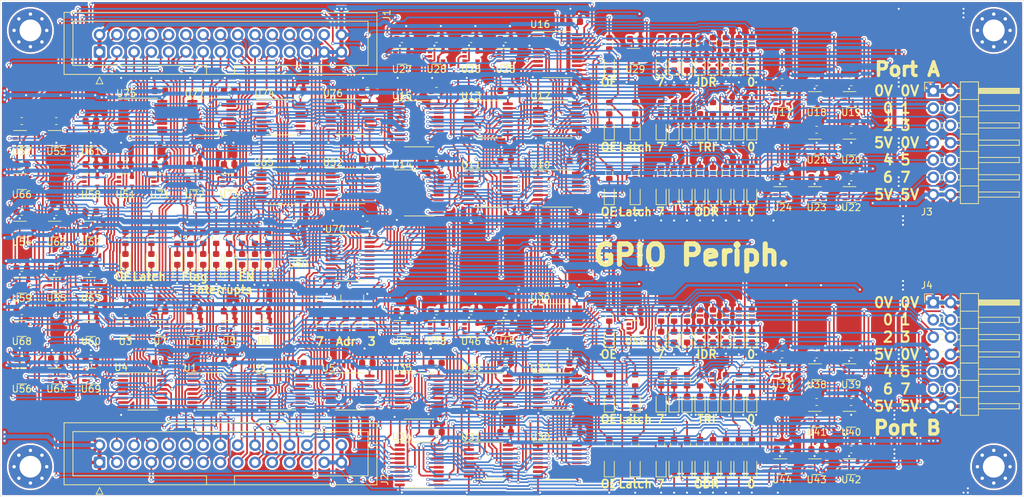
<source format=kicad_pcb>
(kicad_pcb (version 20171130) (host pcbnew "(5.1.9)-1")
  (layers (0 F.Cu signal) (31 B.Cu signal) (34 B.Paste user) (35 F.Paste user) (36 B.SilkS user) (37 F.SilkS user) (38 B.Mask user) (39 F.Mask user) (44 Edge.Cuts user))
  (net 0 "")
  (net 1 +5V)
  (net 2 GND)
  (net 3 "Net-(D1-Pad2)")
  (net 4 "Net-(D2-Pad2)")
  (net 5 "Net-(D3-Pad2)")
  (net 6 "Net-(D4-Pad2)")
  (net 7 "Net-(D5-Pad2)")
  (net 8 "Net-(D6-Pad2)")
  (net 9 "Net-(D7-Pad2)")
  (net 10 "Net-(D8-Pad2)")
  (net 11 "Net-(D9-Pad2)")
  (net 12 "Net-(D10-Pad2)")
  (net 13 "Net-(D11-Pad2)")
  (net 14 "Net-(D12-Pad2)")
  (net 15 "Net-(D13-Pad2)")
  (net 16 "Net-(D14-Pad2)")
  (net 17 "Net-(D15-Pad2)")
  (net 18 "Net-(D16-Pad2)")
  (net 19 "Net-(D17-Pad2)")
  (net 20 "Net-(D18-Pad2)")
  (net 21 "Net-(D19-Pad2)")
  (net 22 "Net-(D20-Pad2)")
  (net 23 "Net-(D21-Pad2)")
  (net 24 "Net-(D22-Pad2)")
  (net 25 "Net-(D23-Pad2)")
  (net 26 "Net-(D24-Pad2)")
  (net 27 "Net-(D25-Pad2)")
  (net 28 "Net-(D26-Pad2)")
  (net 29 "Net-(D27-Pad2)")
  (net 30 "Net-(D28-Pad2)")
  (net 31 "Net-(D29-Pad2)")
  (net 32 "Net-(D30-Pad2)")
  (net 33 "Net-(D31-Pad2)")
  (net 34 "Net-(D32-Pad2)")
  (net 35 "Net-(D33-Pad2)")
  (net 36 "Net-(D34-Pad2)")
  (net 37 "Net-(D35-Pad2)")
  (net 38 "Net-(D36-Pad2)")
  (net 39 "Net-(D37-Pad2)")
  (net 40 "Net-(D38-Pad2)")
  (net 41 "Net-(D39-Pad2)")
  (net 42 "Net-(D40-Pad2)")
  (net 43 "Net-(D41-Pad2)")
  (net 44 "Net-(D42-Pad2)")
  (net 45 "Net-(D43-Pad2)")
  (net 46 "Net-(D44-Pad2)")
  (net 47 "Net-(D45-Pad2)")
  (net 48 "Net-(D46-Pad2)")
  (net 49 "Net-(D47-Pad2)")
  (net 50 "Net-(D48-Pad2)")
  (net 51 "Net-(D49-Pad2)")
  (net 52 "Net-(D50-Pad2)")
  (net 53 "Net-(D51-Pad2)")
  (net 54 "Net-(D52-Pad2)")
  (net 55 "Net-(D53-Pad2)")
  (net 56 "Net-(D54-Pad2)")
  (net 57 "Net-(D55-Pad2)")
  (net 58 "Net-(D56-Pad2)")
  (net 59 "Net-(D57-Pad2)")
  (net 60 "Net-(D58-Pad2)")
  (net 61 "Net-(D59-Pad2)")
  (net 62 "Net-(D60-Pad2)")
  (net 63 "Net-(D61-Pad2)")
  (net 64 "Net-(D62-Pad2)")
  (net 65 "Net-(D63-Pad2)")
  (net 66 "Net-(D64-Pad2)")
  (net 67 "Net-(D65-Pad2)")
  (net 68 "Net-(D66-Pad2)")
  (net 69 "Net-(D67-Pad2)")
  (net 70 "Net-(D68-Pad2)")
  (net 71 /DB7)
  (net 72 /DB6)
  (net 73 /DB5)
  (net 74 /DB4)
  (net 75 /DB3)
  (net 76 /DB2)
  (net 77 /DB1)
  (net 78 /DB0)
  (net 79 /CLK)
  (net 80 /DB_OUT)
  (net 81 /Int_Assert)
  (net 82 /Int_Active)
  (net 83 /Int_EN)
  (net 84 /Periph_R)
  (net 85 /Periph_W)
  (net 86 /Periph_Sync_D_A)
  (net 87 /~RESET)
  (net 88 /PeriphA7)
  (net 89 /PeriphA6)
  (net 90 /PeriphA5)
  (net 91 /PeriphA4)
  (net 92 /PeriphA3)
  (net 93 /PeriphA2)
  (net 94 /PeriphA1)
  (net 95 /PeriphA0)
  (net 96 "/Port A/7")
  (net 97 "/Port A/6")
  (net 98 "/Port A/5")
  (net 99 "/Port A/4")
  (net 100 /ExtInterrupt/3)
  (net 101 /ExtInterrupt/2)
  (net 102 /ExtInterrupt/1)
  (net 103 /ExtInterrupt/0)
  (net 104 "/Port B/7")
  (net 105 "/Port B/6")
  (net 106 "/Port B/5")
  (net 107 "/Port B/4")
  (net 108 "/Port B/3")
  (net 109 "/Port B/2")
  (net 110 "/Port B/1")
  (net 111 "/Port B/0")
  (net 112 /S3)
  (net 113 /S4)
  (net 114 /S5)
  (net 115 /S6)
  (net 116 /S7)
  (net 117 "/Port A/ODR0")
  (net 118 "/Port A/ODR1")
  (net 119 "/Port A/ODR2")
  (net 120 "/Port A/ODR3")
  (net 121 "/Port A/ODR4")
  (net 122 "/Port A/ODR5")
  (net 123 "/Port A/ODR6")
  (net 124 "/Port A/ODR7")
  (net 125 "/Port A/TRI7")
  (net 126 "/Port A/TRI6")
  (net 127 "/Port A/TRI5")
  (net 128 "/Port A/TRI4")
  (net 129 "/Port A/TRI3")
  (net 130 "/Port A/TRI2")
  (net 131 "/Port A/TRI1")
  (net 132 "/Port A/TRI0")
  (net 133 /A_Latch_TRI)
  (net 134 /A_Latch_ODR)
  (net 135 /A_OE_ODR)
  (net 136 /A_OE_TRI)
  (net 137 /A_OE_IDR)
  (net 138 "/Port B/ODR0")
  (net 139 "/Port B/ODR1")
  (net 140 "/Port B/ODR2")
  (net 141 "/Port B/ODR3")
  (net 142 "/Port B/ODR4")
  (net 143 "/Port B/ODR5")
  (net 144 "/Port B/ODR6")
  (net 145 "/Port B/ODR7")
  (net 146 "/Port B/TRI7")
  (net 147 "/Port B/TRI6")
  (net 148 "/Port B/TRI5")
  (net 149 "/Port B/TRI4")
  (net 150 "/Port B/TRI3")
  (net 151 "/Port B/TRI2")
  (net 152 "/Port B/TRI1")
  (net 153 "/Port B/TRI0")
  (net 154 /B_Latch_TRI)
  (net 155 /B_Latch_ODR)
  (net 156 /B_OE_ODR)
  (net 157 /B_OE_TRI)
  (net 158 /B_OE_IDR)
  (net 159 /A_Latch_Int)
  (net 160 /A_OE_Int)
  (net 161 /ExtInterrupt/EN_0)
  (net 162 /ExtInterrupt/EN_1)
  (net 163 /ExtInterrupt/EN_2)
  (net 164 /ExtInterrupt/EN_3)
  (net 165 /ExtInterrupt/FLAG_0)
  (net 166 /ExtInterrupt/FLAG_1)
  (net 167 /ExtInterrupt/FLAG_2)
  (net 168 /ExtInterrupt/FLAG_3)
  (net 169 "Net-(U1-Pad7)")
  (net 170 "Net-(U1-Pad6)")
  (net 171 "Net-(U1-Pad5)")
  (net 172 /Match)
  (net 173 "Net-(U3-Pad4)")
  (net 174 /UNUSED)
  (net 175 "Net-(U6-Pad4)")
  (net 176 "Net-(U7-Pad4)")
  (net 177 /RESET)
  (net 178 "/Port A/~Latch_ODR")
  (net 179 "/Port A/~Latch_TRI")
  (net 180 "/Port A/~OE_ODR")
  (net 181 "/Port A/~OE_TRI")
  (net 182 "/Port A/~OE_IDR")
  (net 183 "/Port B/~Latch_ODR")
  (net 184 "/Port B/~Latch_TRI")
  (net 185 "/Port B/~OE_ODR")
  (net 186 "/Port B/~OE_TRI")
  (net 187 "/Port B/~OE_IDR")
  (net 188 /ExtInterrupt/~LATCH)
  (net 189 /ExtInterrupt/~OE)
  (net 190 /ExtInterrupt/RisingEdge_Detector/Out_2)
  (net 191 /ExtInterrupt/INT_2)
  (net 192 /ExtInterrupt/RisingEdge_Detector/Out_3)
  (net 193 /ExtInterrupt/INT_3)
  (net 194 /ExtInterrupt/INT_1)
  (net 195 /ExtInterrupt/RisingEdge_Detector/Out_1)
  (net 196 /ExtInterrupt/INT_0)
  (net 197 /ExtInterrupt/RisingEdge_Detector/Out_0)
  (net 198 "Net-(U53-Pad4)")
  (net 199 "Net-(U54-Pad4)")
  (net 200 "Net-(U55-Pad4)")
  (net 201 "Net-(U56-Pad4)")
  (net 202 "Net-(U57-Pad4)")
  (net 203 "Net-(U58-Pad4)")
  (net 204 "Net-(U59-Pad4)")
  (net 205 "Net-(U60-Pad4)")
  (net 206 "Net-(U61-Pad4)")
  (net 207 "Net-(U62-Pad4)")
  (net 208 "Net-(U63-Pad4)")
  (net 209 "Net-(U64-Pad4)")
  (net 210 "Net-(U71-Pad4)")
  (net 211 "Net-(U72-Pad4)")
  (net 212 /ExtInterrupt/RisingEdge_Detector/Past_3)
  (net 213 "Net-(U74-Pad8)")
  (net 214 "Net-(U74-Pad6)")
  (net 215 /ExtInterrupt/RisingEdge_Detector/Past_2)
  (net 216 "Net-(U74-Pad4)")
  (net 217 /ExtInterrupt/RisingEdge_Detector/Past_1)
  (net 218 "Net-(U74-Pad2)")
  (net 219 /ExtInterrupt/RisingEdge_Detector/Past_0)
  (net 220 /ExtInterrupt/RisingEdge_Detector/Now_3)
  (net 221 /ExtInterrupt/RisingEdge_Detector/Now_2)
  (net 222 /ExtInterrupt/RisingEdge_Detector/Now_1)
  (net 223 /ExtInterrupt/RisingEdge_Detector/Now_0)
  (module Package_SO:TSSOP-16_4.4x5mm_P0.65mm (layer F.Cu) (at -63.5 13.335)
    (fp_text reference U77 (at -2.54 -3.45) (layer F.SilkS))
    (fp_text value CD74HC173PW)
    (pad 16 smd roundrect (at 2.8625 -2.275) (size 1.475 0.4) (layers F.Cu F.Paste F.Mask) (net 1 +5V))
    (pad 15 smd roundrect (at 2.8625 -1.625) (size 1.475 0.4) (layers F.Cu F.Paste F.Mask) (net 177 /RESET))
    (pad 14 smd roundrect (at 2.8625 -0.975) (size 1.475 0.4) (layers F.Cu F.Paste F.Mask) (net 223 /ExtInterrupt/RisingEdge_Detector/Now_0))
    (pad 13 smd roundrect (at 2.8625 -0.325) (size 1.475 0.4) (layers F.Cu F.Paste F.Mask) (net 222 /ExtInterrupt/RisingEdge_Detector/Now_1))
    (pad 12 smd roundrect (at 2.8625 0.325) (size 1.475 0.4) (layers F.Cu F.Paste F.Mask) (net 221 /ExtInterrupt/RisingEdge_Detector/Now_2))
    (pad 11 smd roundrect (at 2.8625 0.975) (size 1.475 0.4) (layers F.Cu F.Paste F.Mask) (net 220 /ExtInterrupt/RisingEdge_Detector/Now_3))
    (pad 10 smd roundrect (at 2.8625 1.625) (size 1.475 0.4) (layers F.Cu F.Paste F.Mask) (net 2 GND))
    (pad 9 smd roundrect (at 2.8625 2.275) (size 1.475 0.4) (layers F.Cu F.Paste F.Mask) (net 2 GND))
    (pad 8 smd roundrect (at -2.8625 2.275) (size 1.475 0.4) (layers F.Cu F.Paste F.Mask) (net 2 GND))
    (pad 7 smd roundrect (at -2.8625 1.625) (size 1.475 0.4) (layers F.Cu F.Paste F.Mask) (net 79 /CLK))
    (pad 6 smd roundrect (at -2.8625 0.975) (size 1.475 0.4) (layers F.Cu F.Paste F.Mask) (net 212 /ExtInterrupt/RisingEdge_Detector/Past_3))
    (pad 5 smd roundrect (at -2.8625 0.325) (size 1.475 0.4) (layers F.Cu F.Paste F.Mask) (net 215 /ExtInterrupt/RisingEdge_Detector/Past_2))
    (pad 4 smd roundrect (at -2.8625 -0.325) (size 1.475 0.4) (layers F.Cu F.Paste F.Mask) (net 217 /ExtInterrupt/RisingEdge_Detector/Past_1))
    (pad 3 smd roundrect (at -2.8625 -0.975) (size 1.475 0.4) (layers F.Cu F.Paste F.Mask) (net 219 /ExtInterrupt/RisingEdge_Detector/Past_0))
    (pad 2 smd roundrect (at -2.8625 -1.625) (size 1.475 0.4) (layers F.Cu F.Paste F.Mask) (net 2 GND))
    (pad 1 smd roundrect (at -2.8625 -2.275) (size 1.475 0.4) (layers F.Cu F.Paste F.Mask) (net 2 GND))
  )
  (module Package_SO:TSSOP-14_4.4x5mm_P0.65mm (layer F.Cu) (at -43.18 13.335)
    (fp_text reference U76 (at -2.54 -3.45) (layer F.SilkS))
    (fp_text value SN74HC08PW)
    (pad 14 smd roundrect (at 2.8625 -1.95) (size 1.475 0.4) (layers F.Cu F.Paste F.Mask) (net 1 +5V))
    (pad 13 smd roundrect (at 2.8625 -1.3) (size 1.475 0.4) (layers F.Cu F.Paste F.Mask) (net 214 "Net-(U74-Pad6)"))
    (pad 12 smd roundrect (at 2.8625 -0.65) (size 1.475 0.4) (layers F.Cu F.Paste F.Mask) (net 221 /ExtInterrupt/RisingEdge_Detector/Now_2))
    (pad 11 smd roundrect (at 2.8625 0) (size 1.475 0.4) (layers F.Cu F.Paste F.Mask) (net 190 /ExtInterrupt/RisingEdge_Detector/Out_2))
    (pad 10 smd roundrect (at 2.8625 0.65) (size 1.475 0.4) (layers F.Cu F.Paste F.Mask) (net 213 "Net-(U74-Pad8)"))
    (pad 9 smd roundrect (at 2.8625 1.3) (size 1.475 0.4) (layers F.Cu F.Paste F.Mask) (net 220 /ExtInterrupt/RisingEdge_Detector/Now_3))
    (pad 8 smd roundrect (at 2.8625 1.95) (size 1.475 0.4) (layers F.Cu F.Paste F.Mask) (net 192 /ExtInterrupt/RisingEdge_Detector/Out_3))
    (pad 7 smd roundrect (at -2.8625 1.95) (size 1.475 0.4) (layers F.Cu F.Paste F.Mask) (net 2 GND))
    (pad 6 smd roundrect (at -2.8625 1.3) (size 1.475 0.4) (layers F.Cu F.Paste F.Mask) (net 195 /ExtInterrupt/RisingEdge_Detector/Out_1))
    (pad 5 smd roundrect (at -2.8625 0.65) (size 1.475 0.4) (layers F.Cu F.Paste F.Mask) (net 216 "Net-(U74-Pad4)"))
    (pad 4 smd roundrect (at -2.8625 0) (size 1.475 0.4) (layers F.Cu F.Paste F.Mask) (net 222 /ExtInterrupt/RisingEdge_Detector/Now_1))
    (pad 3 smd roundrect (at -2.8625 -0.65) (size 1.475 0.4) (layers F.Cu F.Paste F.Mask) (net 197 /ExtInterrupt/RisingEdge_Detector/Out_0))
    (pad 2 smd roundrect (at -2.8625 -1.3) (size 1.475 0.4) (layers F.Cu F.Paste F.Mask) (net 218 "Net-(U74-Pad2)"))
    (pad 1 smd roundrect (at -2.8625 -1.95) (size 1.475 0.4) (layers F.Cu F.Paste F.Mask) (net 223 /ExtInterrupt/RisingEdge_Detector/Now_0))
  )
  (module Package_SO:TSSOP-16_4.4x5mm_P0.65mm (layer F.Cu) (at -73.66 13.335)
    (fp_text reference U75 (at -2.44 -3.45) (layer F.SilkS))
    (fp_text value CD74HC173PW)
    (pad 16 smd roundrect (at 2.8625 -2.275) (size 1.475 0.4) (layers F.Cu F.Paste F.Mask) (net 1 +5V))
    (pad 15 smd roundrect (at 2.8625 -1.625) (size 1.475 0.4) (layers F.Cu F.Paste F.Mask) (net 177 /RESET))
    (pad 14 smd roundrect (at 2.8625 -0.975) (size 1.475 0.4) (layers F.Cu F.Paste F.Mask) (net 103 /ExtInterrupt/0))
    (pad 13 smd roundrect (at 2.8625 -0.325) (size 1.475 0.4) (layers F.Cu F.Paste F.Mask) (net 102 /ExtInterrupt/1))
    (pad 12 smd roundrect (at 2.8625 0.325) (size 1.475 0.4) (layers F.Cu F.Paste F.Mask) (net 101 /ExtInterrupt/2))
    (pad 11 smd roundrect (at 2.8625 0.975) (size 1.475 0.4) (layers F.Cu F.Paste F.Mask) (net 100 /ExtInterrupt/3))
    (pad 10 smd roundrect (at 2.8625 1.625) (size 1.475 0.4) (layers F.Cu F.Paste F.Mask) (net 2 GND))
    (pad 9 smd roundrect (at 2.8625 2.275) (size 1.475 0.4) (layers F.Cu F.Paste F.Mask) (net 2 GND))
    (pad 8 smd roundrect (at -2.8625 2.275) (size 1.475 0.4) (layers F.Cu F.Paste F.Mask) (net 2 GND))
    (pad 7 smd roundrect (at -2.8625 1.625) (size 1.475 0.4) (layers F.Cu F.Paste F.Mask) (net 79 /CLK))
    (pad 6 smd roundrect (at -2.8625 0.975) (size 1.475 0.4) (layers F.Cu F.Paste F.Mask) (net 220 /ExtInterrupt/RisingEdge_Detector/Now_3))
    (pad 5 smd roundrect (at -2.8625 0.325) (size 1.475 0.4) (layers F.Cu F.Paste F.Mask) (net 221 /ExtInterrupt/RisingEdge_Detector/Now_2))
    (pad 4 smd roundrect (at -2.8625 -0.325) (size 1.475 0.4) (layers F.Cu F.Paste F.Mask) (net 222 /ExtInterrupt/RisingEdge_Detector/Now_1))
    (pad 3 smd roundrect (at -2.8625 -0.975) (size 1.475 0.4) (layers F.Cu F.Paste F.Mask) (net 223 /ExtInterrupt/RisingEdge_Detector/Now_0))
    (pad 2 smd roundrect (at -2.8625 -1.625) (size 1.475 0.4) (layers F.Cu F.Paste F.Mask) (net 2 GND))
    (pad 1 smd roundrect (at -2.8625 -2.275) (size 1.475 0.4) (layers F.Cu F.Paste F.Mask) (net 2 GND))
  )
  (module Package_SO:TSSOP-14_4.4x5mm_P0.65mm (layer F.Cu) (at -53.34 13.38)
    (fp_text reference U74 (at -2.44 -3.4925) (layer F.SilkS))
    (fp_text value SN74HC04PW)
    (pad 14 smd roundrect (at 2.8625 -1.95) (size 1.475 0.4) (layers F.Cu F.Paste F.Mask) (net 1 +5V))
    (pad 13 smd roundrect (at 2.8625 -1.3) (size 1.475 0.4) (layers F.Cu F.Paste F.Mask) (net 2 GND))
    (pad 12 smd roundrect (at 2.8625 -0.65) (size 1.475 0.4) (layers F.Cu F.Paste F.Mask))
    (pad 11 smd roundrect (at 2.8625 0) (size 1.475 0.4) (layers F.Cu F.Paste F.Mask) (net 2 GND))
    (pad 10 smd roundrect (at 2.8625 0.65) (size 1.475 0.4) (layers F.Cu F.Paste F.Mask))
    (pad 9 smd roundrect (at 2.8625 1.3) (size 1.475 0.4) (layers F.Cu F.Paste F.Mask) (net 212 /ExtInterrupt/RisingEdge_Detector/Past_3))
    (pad 8 smd roundrect (at 2.8625 1.95) (size 1.475 0.4) (layers F.Cu F.Paste F.Mask) (net 213 "Net-(U74-Pad8)"))
    (pad 7 smd roundrect (at -2.8625 1.95) (size 1.475 0.4) (layers F.Cu F.Paste F.Mask) (net 2 GND))
    (pad 6 smd roundrect (at -2.8625 1.3) (size 1.475 0.4) (layers F.Cu F.Paste F.Mask) (net 214 "Net-(U74-Pad6)"))
    (pad 5 smd roundrect (at -2.8625 0.65) (size 1.475 0.4) (layers F.Cu F.Paste F.Mask) (net 215 /ExtInterrupt/RisingEdge_Detector/Past_2))
    (pad 4 smd roundrect (at -2.8625 0) (size 1.475 0.4) (layers F.Cu F.Paste F.Mask) (net 216 "Net-(U74-Pad4)"))
    (pad 3 smd roundrect (at -2.8625 -0.65) (size 1.475 0.4) (layers F.Cu F.Paste F.Mask) (net 217 /ExtInterrupt/RisingEdge_Detector/Past_1))
    (pad 2 smd roundrect (at -2.8625 -1.3) (size 1.475 0.4) (layers F.Cu F.Paste F.Mask) (net 218 "Net-(U74-Pad2)"))
    (pad 1 smd roundrect (at -2.8625 -1.95) (size 1.475 0.4) (layers F.Cu F.Paste F.Mask) (net 219 /ExtInterrupt/RisingEdge_Detector/Past_0))
  )
  (module Package_TO_SOT_SMD:SOT-353_SC-70-5 (layer F.Cu) (at -60.96 22.86)
    (fp_text reference U73 (at 0 1.905) (layer F.SilkS))
    (fp_text value SN74LVC1G126DCK)
    (pad 5 smd rect (at 0.95 -0.65) (size 0.65 0.4) (layers F.Cu F.Paste F.Mask) (net 1 +5V))
    (pad 4 smd rect (at 0.95 0.65) (size 0.65 0.4) (layers F.Cu F.Paste F.Mask) (net 81 /Int_Assert))
    (pad 2 smd rect (at -0.95 0) (size 0.65 0.4) (layers F.Cu F.Paste F.Mask) (net 1 +5V))
    (pad 3 smd rect (at -0.95 0.65) (size 0.65 0.4) (layers F.Cu F.Paste F.Mask) (net 2 GND))
    (pad 1 smd rect (at -0.95 -0.65) (size 0.65 0.4) (layers F.Cu F.Paste F.Mask) (net 211 "Net-(U72-Pad4)"))
  )
  (module Package_TO_SOT_SMD:SOT-353_SC-70-5 (layer F.Cu) (at -66.04 22.86)
    (fp_text reference U72 (at 0 1.905) (layer F.SilkS))
    (fp_text value SN74LVC1G32DCK)
    (pad 5 smd rect (at 0.95 -0.65) (size 0.65 0.4) (layers F.Cu F.Paste F.Mask) (net 1 +5V))
    (pad 4 smd rect (at 0.95 0.65) (size 0.65 0.4) (layers F.Cu F.Paste F.Mask) (net 211 "Net-(U72-Pad4)"))
    (pad 2 smd rect (at -0.95 0) (size 0.65 0.4) (layers F.Cu F.Paste F.Mask) (net 193 /ExtInterrupt/INT_3))
    (pad 3 smd rect (at -0.95 0.65) (size 0.65 0.4) (layers F.Cu F.Paste F.Mask) (net 2 GND))
    (pad 1 smd rect (at -0.95 -0.65) (size 0.65 0.4) (layers F.Cu F.Paste F.Mask) (net 210 "Net-(U71-Pad4)"))
  )
  (module Package_TO_SOT_SMD:SOT-363_SC-70-6 (layer F.Cu) (at -71.12 22.86)
    (fp_text reference U71 (at 0 1.905) (layer F.SilkS))
    (fp_text value SN74LVC1G332DCK)
    (pad 6 smd rect (at 0.95 -0.65) (size 0.65 0.4) (layers F.Cu F.Paste F.Mask) (net 196 /ExtInterrupt/INT_0))
    (pad 4 smd rect (at 0.95 0.65) (size 0.65 0.4) (layers F.Cu F.Paste F.Mask) (net 210 "Net-(U71-Pad4)"))
    (pad 2 smd rect (at -0.95 0) (size 0.65 0.4) (layers F.Cu F.Paste F.Mask) (net 2 GND))
    (pad 5 smd rect (at 0.95 0) (size 0.65 0.4) (layers F.Cu F.Paste F.Mask) (net 1 +5V))
    (pad 3 smd rect (at -0.95 0.65) (size 0.65 0.4) (layers F.Cu F.Paste F.Mask) (net 191 /ExtInterrupt/INT_2))
    (pad 1 smd rect (at -0.95 -0.65) (size 0.65 0.4) (layers F.Cu F.Paste F.Mask) (net 194 /ExtInterrupt/INT_1))
  )
  (module Package_SO:TSSOP-20_4.4x6.5mm_P0.65mm (layer F.Cu) (at -43.18 34.04)
    (fp_text reference U70 (at -2.2175 -4.195) (layer F.SilkS))
    (fp_text value SN74HC245PW)
    (pad 20 smd roundrect (at 2.8625 -2.925) (size 1.475 0.4) (layers F.Cu F.Paste F.Mask) (net 1 +5V))
    (pad 19 smd roundrect (at 2.8625 -2.275) (size 1.475 0.4) (layers F.Cu F.Paste F.Mask) (net 189 /ExtInterrupt/~OE))
    (pad 18 smd roundrect (at 2.8625 -1.625) (size 1.475 0.4) (layers F.Cu F.Paste F.Mask) (net 78 /DB0))
    (pad 17 smd roundrect (at 2.8625 -0.975) (size 1.475 0.4) (layers F.Cu F.Paste F.Mask) (net 77 /DB1))
    (pad 16 smd roundrect (at 2.8625 -0.325) (size 1.475 0.4) (layers F.Cu F.Paste F.Mask) (net 76 /DB2))
    (pad 15 smd roundrect (at 2.8625 0.325) (size 1.475 0.4) (layers F.Cu F.Paste F.Mask) (net 75 /DB3))
    (pad 14 smd roundrect (at 2.8625 0.975) (size 1.475 0.4) (layers F.Cu F.Paste F.Mask) (net 74 /DB4))
    (pad 13 smd roundrect (at 2.8625 1.625) (size 1.475 0.4) (layers F.Cu F.Paste F.Mask) (net 73 /DB5))
    (pad 12 smd roundrect (at 2.8625 2.275) (size 1.475 0.4) (layers F.Cu F.Paste F.Mask) (net 72 /DB6))
    (pad 11 smd roundrect (at 2.8625 2.925) (size 1.475 0.4) (layers F.Cu F.Paste F.Mask) (net 71 /DB7))
    (pad 10 smd roundrect (at -2.8625 2.925) (size 1.475 0.4) (layers F.Cu F.Paste F.Mask) (net 2 GND))
    (pad 9 smd roundrect (at -2.8625 2.275) (size 1.475 0.4) (layers F.Cu F.Paste F.Mask) (net 168 /ExtInterrupt/FLAG_3))
    (pad 8 smd roundrect (at -2.8625 1.625) (size 1.475 0.4) (layers F.Cu F.Paste F.Mask) (net 167 /ExtInterrupt/FLAG_2))
    (pad 7 smd roundrect (at -2.8625 0.975) (size 1.475 0.4) (layers F.Cu F.Paste F.Mask) (net 166 /ExtInterrupt/FLAG_1))
    (pad 6 smd roundrect (at -2.8625 0.325) (size 1.475 0.4) (layers F.Cu F.Paste F.Mask) (net 165 /ExtInterrupt/FLAG_0))
    (pad 5 smd roundrect (at -2.8625 -0.325) (size 1.475 0.4) (layers F.Cu F.Paste F.Mask) (net 164 /ExtInterrupt/EN_3))
    (pad 4 smd roundrect (at -2.8625 -0.975) (size 1.475 0.4) (layers F.Cu F.Paste F.Mask) (net 163 /ExtInterrupt/EN_2))
    (pad 3 smd roundrect (at -2.8625 -1.625) (size 1.475 0.4) (layers F.Cu F.Paste F.Mask) (net 162 /ExtInterrupt/EN_1))
    (pad 2 smd roundrect (at -2.8625 -2.275) (size 1.475 0.4) (layers F.Cu F.Paste F.Mask) (net 161 /ExtInterrupt/EN_0))
    (pad 1 smd roundrect (at -2.8625 -2.925) (size 1.475 0.4) (layers F.Cu F.Paste F.Mask) (net 1 +5V))
  )
  (module Package_TO_SOT_SMD:SOT-363_SC-70-6 (layer F.Cu) (at -81.28 51.435)
    (fp_text reference U69 (at 0 1.905) (layer F.SilkS))
    (fp_text value SN74LVC1G175DCK)
    (pad 6 smd rect (at 0.95 -0.65) (size 0.65 0.4) (layers F.Cu F.Paste F.Mask) (net 87 /~RESET))
    (pad 4 smd rect (at 0.95 0.65) (size 0.65 0.4) (layers F.Cu F.Paste F.Mask) (net 168 /ExtInterrupt/FLAG_3))
    (pad 2 smd rect (at -0.95 0) (size 0.65 0.4) (layers F.Cu F.Paste F.Mask) (net 2 GND))
    (pad 5 smd rect (at 0.95 0) (size 0.65 0.4) (layers F.Cu F.Paste F.Mask) (net 1 +5V))
    (pad 3 smd rect (at -0.95 0.65) (size 0.65 0.4) (layers F.Cu F.Paste F.Mask) (net 209 "Net-(U64-Pad4)"))
    (pad 1 smd rect (at -0.95 -0.65) (size 0.65 0.4) (layers F.Cu F.Paste F.Mask) (net 79 /CLK))
  )
  (module Package_TO_SOT_SMD:SOT-363_SC-70-6 (layer F.Cu) (at -91.44 44.45)
    (fp_text reference U68 (at 0 1.905) (layer F.SilkS))
    (fp_text value SN74LVC1G175DCK)
    (pad 6 smd rect (at 0.95 -0.65) (size 0.65 0.4) (layers F.Cu F.Paste F.Mask) (net 87 /~RESET))
    (pad 4 smd rect (at 0.95 0.65) (size 0.65 0.4) (layers F.Cu F.Paste F.Mask) (net 167 /ExtInterrupt/FLAG_2))
    (pad 2 smd rect (at -0.95 0) (size 0.65 0.4) (layers F.Cu F.Paste F.Mask) (net 2 GND))
    (pad 5 smd rect (at 0.95 0) (size 0.65 0.4) (layers F.Cu F.Paste F.Mask) (net 1 +5V))
    (pad 3 smd rect (at -0.95 0.65) (size 0.65 0.4) (layers F.Cu F.Paste F.Mask) (net 208 "Net-(U63-Pad4)"))
    (pad 1 smd rect (at -0.95 -0.65) (size 0.65 0.4) (layers F.Cu F.Paste F.Mask) (net 79 /CLK))
  )
  (module Package_TO_SOT_SMD:SOT-363_SC-70-6 (layer F.Cu) (at -81.28 29.845)
    (fp_text reference U67 (at 0 1.905) (layer F.SilkS))
    (fp_text value SN74LVC1G175DCK)
    (pad 6 smd rect (at 0.95 -0.65) (size 0.65 0.4) (layers F.Cu F.Paste F.Mask) (net 87 /~RESET))
    (pad 4 smd rect (at 0.95 0.65) (size 0.65 0.4) (layers F.Cu F.Paste F.Mask) (net 166 /ExtInterrupt/FLAG_1))
    (pad 2 smd rect (at -0.95 0) (size 0.65 0.4) (layers F.Cu F.Paste F.Mask) (net 2 GND))
    (pad 5 smd rect (at 0.95 0) (size 0.65 0.4) (layers F.Cu F.Paste F.Mask) (net 1 +5V))
    (pad 3 smd rect (at -0.95 0.65) (size 0.65 0.4) (layers F.Cu F.Paste F.Mask) (net 207 "Net-(U62-Pad4)"))
    (pad 1 smd rect (at -0.95 -0.65) (size 0.65 0.4) (layers F.Cu F.Paste F.Mask) (net 79 /CLK))
  )
  (module Package_TO_SOT_SMD:SOT-363_SC-70-6 (layer F.Cu) (at -91.44 22.86)
    (fp_text reference U66 (at 0 1.905) (layer F.SilkS))
    (fp_text value SN74LVC1G175DCK)
    (pad 6 smd rect (at 0.95 -0.65) (size 0.65 0.4) (layers F.Cu F.Paste F.Mask) (net 87 /~RESET))
    (pad 4 smd rect (at 0.95 0.65) (size 0.65 0.4) (layers F.Cu F.Paste F.Mask) (net 165 /ExtInterrupt/FLAG_0))
    (pad 2 smd rect (at -0.95 0) (size 0.65 0.4) (layers F.Cu F.Paste F.Mask) (net 2 GND))
    (pad 5 smd rect (at 0.95 0) (size 0.65 0.4) (layers F.Cu F.Paste F.Mask) (net 1 +5V))
    (pad 3 smd rect (at -0.95 0.65) (size 0.65 0.4) (layers F.Cu F.Paste F.Mask) (net 206 "Net-(U61-Pad4)"))
    (pad 1 smd rect (at -0.95 -0.65) (size 0.65 0.4) (layers F.Cu F.Paste F.Mask) (net 79 /CLK))
  )
  (module Package_SO:TSSOP-16_4.4x5mm_P0.65mm (layer F.Cu) (at -53.34 23.495)
    (fp_text reference U65 (at -2.54 -3.45) (layer F.SilkS))
    (fp_text value CD74HC173PW)
    (pad 16 smd roundrect (at 2.8625 -2.275) (size 1.475 0.4) (layers F.Cu F.Paste F.Mask) (net 1 +5V))
    (pad 15 smd roundrect (at 2.8625 -1.625) (size 1.475 0.4) (layers F.Cu F.Paste F.Mask) (net 177 /RESET))
    (pad 14 smd roundrect (at 2.8625 -0.975) (size 1.475 0.4) (layers F.Cu F.Paste F.Mask) (net 78 /DB0))
    (pad 13 smd roundrect (at 2.8625 -0.325) (size 1.475 0.4) (layers F.Cu F.Paste F.Mask) (net 77 /DB1))
    (pad 12 smd roundrect (at 2.8625 0.325) (size 1.475 0.4) (layers F.Cu F.Paste F.Mask) (net 76 /DB2))
    (pad 11 smd roundrect (at 2.8625 0.975) (size 1.475 0.4) (layers F.Cu F.Paste F.Mask) (net 75 /DB3))
    (pad 10 smd roundrect (at 2.8625 1.625) (size 1.475 0.4) (layers F.Cu F.Paste F.Mask) (net 188 /ExtInterrupt/~LATCH))
    (pad 9 smd roundrect (at 2.8625 2.275) (size 1.475 0.4) (layers F.Cu F.Paste F.Mask) (net 188 /ExtInterrupt/~LATCH))
    (pad 8 smd roundrect (at -2.8625 2.275) (size 1.475 0.4) (layers F.Cu F.Paste F.Mask) (net 2 GND))
    (pad 7 smd roundrect (at -2.8625 1.625) (size 1.475 0.4) (layers F.Cu F.Paste F.Mask) (net 79 /CLK))
    (pad 6 smd roundrect (at -2.8625 0.975) (size 1.475 0.4) (layers F.Cu F.Paste F.Mask) (net 164 /ExtInterrupt/EN_3))
    (pad 5 smd roundrect (at -2.8625 0.325) (size 1.475 0.4) (layers F.Cu F.Paste F.Mask) (net 163 /ExtInterrupt/EN_2))
    (pad 4 smd roundrect (at -2.8625 -0.325) (size 1.475 0.4) (layers F.Cu F.Paste F.Mask) (net 162 /ExtInterrupt/EN_1))
    (pad 3 smd roundrect (at -2.8625 -0.975) (size 1.475 0.4) (layers F.Cu F.Paste F.Mask) (net 161 /ExtInterrupt/EN_0))
    (pad 2 smd roundrect (at -2.8625 -1.625) (size 1.475 0.4) (layers F.Cu F.Paste F.Mask) (net 2 GND))
    (pad 1 smd roundrect (at -2.8625 -2.275) (size 1.475 0.4) (layers F.Cu F.Paste F.Mask) (net 2 GND))
  )
  (module Package_TO_SOT_SMD:SOT-363_SC-70-6 (layer F.Cu) (at -86.36 51.435)
    (fp_text reference U64 (at 0 1.905) (layer F.SilkS))
    (fp_text value 74LVC1G157GW)
    (pad 6 smd rect (at 0.95 -0.65) (size 0.65 0.4) (layers F.Cu F.Paste F.Mask) (net 201 "Net-(U56-Pad4)"))
    (pad 4 smd rect (at 0.95 0.65) (size 0.65 0.4) (layers F.Cu F.Paste F.Mask) (net 209 "Net-(U64-Pad4)"))
    (pad 2 smd rect (at -0.95 0) (size 0.65 0.4) (layers F.Cu F.Paste F.Mask) (net 2 GND))
    (pad 5 smd rect (at 0.95 0) (size 0.65 0.4) (layers F.Cu F.Paste F.Mask) (net 1 +5V))
    (pad 3 smd rect (at -0.95 0.65) (size 0.65 0.4) (layers F.Cu F.Paste F.Mask) (net 168 /ExtInterrupt/FLAG_3))
    (pad 1 smd rect (at -0.95 -0.65) (size 0.65 0.4) (layers F.Cu F.Paste F.Mask) (net 205 "Net-(U60-Pad4)"))
  )
  (module Package_TO_SOT_SMD:SOT-363_SC-70-6 (layer F.Cu) (at -81.28 38.1)
    (fp_text reference U63 (at 0 1.905) (layer F.SilkS))
    (fp_text value 74LVC1G157GW)
    (pad 6 smd rect (at 0.95 -0.65) (size 0.65 0.4) (layers F.Cu F.Paste F.Mask) (net 200 "Net-(U55-Pad4)"))
    (pad 4 smd rect (at 0.95 0.65) (size 0.65 0.4) (layers F.Cu F.Paste F.Mask) (net 208 "Net-(U63-Pad4)"))
    (pad 2 smd rect (at -0.95 0) (size 0.65 0.4) (layers F.Cu F.Paste F.Mask) (net 2 GND))
    (pad 5 smd rect (at 0.95 0) (size 0.65 0.4) (layers F.Cu F.Paste F.Mask) (net 1 +5V))
    (pad 3 smd rect (at -0.95 0.65) (size 0.65 0.4) (layers F.Cu F.Paste F.Mask) (net 167 /ExtInterrupt/FLAG_2))
    (pad 1 smd rect (at -0.95 -0.65) (size 0.65 0.4) (layers F.Cu F.Paste F.Mask) (net 204 "Net-(U59-Pad4)"))
  )
  (module Package_TO_SOT_SMD:SOT-363_SC-70-6 (layer F.Cu) (at -86.36 29.845)
    (fp_text reference U62 (at 0 1.905) (layer F.SilkS))
    (fp_text value 74LVC1G157GW)
    (pad 6 smd rect (at 0.95 -0.65) (size 0.65 0.4) (layers F.Cu F.Paste F.Mask) (net 199 "Net-(U54-Pad4)"))
    (pad 4 smd rect (at 0.95 0.65) (size 0.65 0.4) (layers F.Cu F.Paste F.Mask) (net 207 "Net-(U62-Pad4)"))
    (pad 2 smd rect (at -0.95 0) (size 0.65 0.4) (layers F.Cu F.Paste F.Mask) (net 2 GND))
    (pad 5 smd rect (at 0.95 0) (size 0.65 0.4) (layers F.Cu F.Paste F.Mask) (net 1 +5V))
    (pad 3 smd rect (at -0.95 0.65) (size 0.65 0.4) (layers F.Cu F.Paste F.Mask) (net 166 /ExtInterrupt/FLAG_1))
    (pad 1 smd rect (at -0.95 -0.65) (size 0.65 0.4) (layers F.Cu F.Paste F.Mask) (net 203 "Net-(U58-Pad4)"))
  )
  (module Package_TO_SOT_SMD:SOT-363_SC-70-6 (layer F.Cu) (at -81.28 16.51)
    (fp_text reference U61 (at 0 1.905) (layer F.SilkS))
    (fp_text value 74LVC1G157GW)
    (pad 6 smd rect (at 0.95 -0.65) (size 0.65 0.4) (layers F.Cu F.Paste F.Mask) (net 198 "Net-(U53-Pad4)"))
    (pad 4 smd rect (at 0.95 0.65) (size 0.65 0.4) (layers F.Cu F.Paste F.Mask) (net 206 "Net-(U61-Pad4)"))
    (pad 2 smd rect (at -0.95 0) (size 0.65 0.4) (layers F.Cu F.Paste F.Mask) (net 2 GND))
    (pad 5 smd rect (at 0.95 0) (size 0.65 0.4) (layers F.Cu F.Paste F.Mask) (net 1 +5V))
    (pad 3 smd rect (at -0.95 0.65) (size 0.65 0.4) (layers F.Cu F.Paste F.Mask) (net 165 /ExtInterrupt/FLAG_0))
    (pad 1 smd rect (at -0.95 -0.65) (size 0.65 0.4) (layers F.Cu F.Paste F.Mask) (net 202 "Net-(U57-Pad4)"))
  )
  (module Package_TO_SOT_SMD:SOT-353_SC-70-5 (layer F.Cu) (at -81.28 44.45)
    (fp_text reference U60 (at 0 1.905) (layer F.SilkS))
    (fp_text value SN74LVC1G32DCK)
    (pad 5 smd rect (at 0.95 -0.65) (size 0.65 0.4) (layers F.Cu F.Paste F.Mask) (net 1 +5V))
    (pad 4 smd rect (at 0.95 0.65) (size 0.65 0.4) (layers F.Cu F.Paste F.Mask) (net 205 "Net-(U60-Pad4)"))
    (pad 2 smd rect (at -0.95 0) (size 0.65 0.4) (layers F.Cu F.Paste F.Mask) (net 193 /ExtInterrupt/INT_3))
    (pad 3 smd rect (at -0.95 0.65) (size 0.65 0.4) (layers F.Cu F.Paste F.Mask) (net 2 GND))
    (pad 1 smd rect (at -0.95 -0.65) (size 0.65 0.4) (layers F.Cu F.Paste F.Mask) (net 71 /DB7))
  )
  (module Package_TO_SOT_SMD:SOT-353_SC-70-5 (layer F.Cu) (at -91.44 38.1)
    (fp_text reference U59 (at 0 1.905) (layer F.SilkS))
    (fp_text value SN74LVC1G32DCK)
    (pad 5 smd rect (at 0.95 -0.65) (size 0.65 0.4) (layers F.Cu F.Paste F.Mask) (net 1 +5V))
    (pad 4 smd rect (at 0.95 0.65) (size 0.65 0.4) (layers F.Cu F.Paste F.Mask) (net 204 "Net-(U59-Pad4)"))
    (pad 2 smd rect (at -0.95 0) (size 0.65 0.4) (layers F.Cu F.Paste F.Mask) (net 191 /ExtInterrupt/INT_2))
    (pad 3 smd rect (at -0.95 0.65) (size 0.65 0.4) (layers F.Cu F.Paste F.Mask) (net 2 GND))
    (pad 1 smd rect (at -0.95 -0.65) (size 0.65 0.4) (layers F.Cu F.Paste F.Mask) (net 72 /DB6))
  )
  (module Package_TO_SOT_SMD:SOT-353_SC-70-5 (layer F.Cu) (at -81.28 22.86)
    (fp_text reference U58 (at 0 1.905) (layer F.SilkS))
    (fp_text value SN74LVC1G32DCK)
    (pad 5 smd rect (at 0.95 -0.65) (size 0.65 0.4) (layers F.Cu F.Paste F.Mask) (net 1 +5V))
    (pad 4 smd rect (at 0.95 0.65) (size 0.65 0.4) (layers F.Cu F.Paste F.Mask) (net 203 "Net-(U58-Pad4)"))
    (pad 2 smd rect (at -0.95 0) (size 0.65 0.4) (layers F.Cu F.Paste F.Mask) (net 194 /ExtInterrupt/INT_1))
    (pad 3 smd rect (at -0.95 0.65) (size 0.65 0.4) (layers F.Cu F.Paste F.Mask) (net 2 GND))
    (pad 1 smd rect (at -0.95 -0.65) (size 0.65 0.4) (layers F.Cu F.Paste F.Mask) (net 73 /DB5))
  )
  (module Package_TO_SOT_SMD:SOT-353_SC-70-5 (layer F.Cu) (at -91.44 16.51)
    (fp_text reference U57 (at 0 1.905) (layer F.SilkS))
    (fp_text value SN74LVC1G32DCK)
    (pad 5 smd rect (at 0.95 -0.65) (size 0.65 0.4) (layers F.Cu F.Paste F.Mask) (net 1 +5V))
    (pad 4 smd rect (at 0.95 0.65) (size 0.65 0.4) (layers F.Cu F.Paste F.Mask) (net 202 "Net-(U57-Pad4)"))
    (pad 2 smd rect (at -0.95 0) (size 0.65 0.4) (layers F.Cu F.Paste F.Mask) (net 196 /ExtInterrupt/INT_0))
    (pad 3 smd rect (at -0.95 0.65) (size 0.65 0.4) (layers F.Cu F.Paste F.Mask) (net 2 GND))
    (pad 1 smd rect (at -0.95 -0.65) (size 0.65 0.4) (layers F.Cu F.Paste F.Mask) (net 74 /DB4))
  )
  (module Package_TO_SOT_SMD:SOT-353_SC-70-5 (layer F.Cu) (at -91.44 51.435)
    (fp_text reference U56 (at 0 1.905) (layer F.SilkS))
    (fp_text value SN74LVC1G32DCK)
    (pad 5 smd rect (at 0.95 -0.65) (size 0.65 0.4) (layers F.Cu F.Paste F.Mask) (net 1 +5V))
    (pad 4 smd rect (at 0.95 0.65) (size 0.65 0.4) (layers F.Cu F.Paste F.Mask) (net 201 "Net-(U56-Pad4)"))
    (pad 2 smd rect (at -0.95 0) (size 0.65 0.4) (layers F.Cu F.Paste F.Mask) (net 159 /A_Latch_Int))
    (pad 3 smd rect (at -0.95 0.65) (size 0.65 0.4) (layers F.Cu F.Paste F.Mask) (net 2 GND))
    (pad 1 smd rect (at -0.95 -0.65) (size 0.65 0.4) (layers F.Cu F.Paste F.Mask) (net 193 /ExtInterrupt/INT_3))
  )
  (module Package_TO_SOT_SMD:SOT-353_SC-70-5 (layer F.Cu) (at -86.36 38.1)
    (fp_text reference U55 (at 0 1.905) (layer F.SilkS))
    (fp_text value SN74LVC1G32DCK)
    (pad 5 smd rect (at 0.95 -0.65) (size 0.65 0.4) (layers F.Cu F.Paste F.Mask) (net 1 +5V))
    (pad 4 smd rect (at 0.95 0.65) (size 0.65 0.4) (layers F.Cu F.Paste F.Mask) (net 200 "Net-(U55-Pad4)"))
    (pad 2 smd rect (at -0.95 0) (size 0.65 0.4) (layers F.Cu F.Paste F.Mask) (net 159 /A_Latch_Int))
    (pad 3 smd rect (at -0.95 0.65) (size 0.65 0.4) (layers F.Cu F.Paste F.Mask) (net 2 GND))
    (pad 1 smd rect (at -0.95 -0.65) (size 0.65 0.4) (layers F.Cu F.Paste F.Mask) (net 191 /ExtInterrupt/INT_2))
  )
  (module Package_TO_SOT_SMD:SOT-353_SC-70-5 (layer F.Cu) (at -91.44 29.845)
    (fp_text reference U54 (at 0 1.905) (layer F.SilkS))
    (fp_text value SN74LVC1G32DCK)
    (pad 5 smd rect (at 0.95 -0.65) (size 0.65 0.4) (layers F.Cu F.Paste F.Mask) (net 1 +5V))
    (pad 4 smd rect (at 0.95 0.65) (size 0.65 0.4) (layers F.Cu F.Paste F.Mask) (net 199 "Net-(U54-Pad4)"))
    (pad 2 smd rect (at -0.95 0) (size 0.65 0.4) (layers F.Cu F.Paste F.Mask) (net 159 /A_Latch_Int))
    (pad 3 smd rect (at -0.95 0.65) (size 0.65 0.4) (layers F.Cu F.Paste F.Mask) (net 2 GND))
    (pad 1 smd rect (at -0.95 -0.65) (size 0.65 0.4) (layers F.Cu F.Paste F.Mask) (net 194 /ExtInterrupt/INT_1))
  )
  (module Package_TO_SOT_SMD:SOT-353_SC-70-5 (layer F.Cu) (at -86.36 16.51)
    (fp_text reference U53 (at 0 1.905) (layer F.SilkS))
    (fp_text value SN74LVC1G32DCK)
    (pad 5 smd rect (at 0.95 -0.65) (size 0.65 0.4) (layers F.Cu F.Paste F.Mask) (net 1 +5V))
    (pad 4 smd rect (at 0.95 0.65) (size 0.65 0.4) (layers F.Cu F.Paste F.Mask) (net 198 "Net-(U53-Pad4)"))
    (pad 2 smd rect (at -0.95 0) (size 0.65 0.4) (layers F.Cu F.Paste F.Mask) (net 159 /A_Latch_Int))
    (pad 3 smd rect (at -0.95 0.65) (size 0.65 0.4) (layers F.Cu F.Paste F.Mask) (net 2 GND))
    (pad 1 smd rect (at -0.95 -0.65) (size 0.65 0.4) (layers F.Cu F.Paste F.Mask) (net 196 /ExtInterrupt/INT_0))
  )
  (module Package_SO:TSSOP-14_4.4x5mm_P0.65mm (layer F.Cu) (at -43.18 23.495)
    (fp_text reference U52 (at -2.54 -3.45) (layer F.SilkS))
    (fp_text value SN74HC08PW)
    (pad 14 smd roundrect (at 2.8625 -1.95) (size 1.475 0.4) (layers F.Cu F.Paste F.Mask) (net 1 +5V))
    (pad 13 smd roundrect (at 2.8625 -1.3) (size 1.475 0.4) (layers F.Cu F.Paste F.Mask) (net 163 /ExtInterrupt/EN_2))
    (pad 12 smd roundrect (at 2.8625 -0.65) (size 1.475 0.4) (layers F.Cu F.Paste F.Mask) (net 190 /ExtInterrupt/RisingEdge_Detector/Out_2))
    (pad 11 smd roundrect (at 2.8625 0) (size 1.475 0.4) (layers F.Cu F.Paste F.Mask) (net 191 /ExtInterrupt/INT_2))
    (pad 10 smd roundrect (at 2.8625 0.65) (size 1.475 0.4) (layers F.Cu F.Paste F.Mask) (net 164 /ExtInterrupt/EN_3))
    (pad 9 smd roundrect (at 2.8625 1.3) (size 1.475 0.4) (layers F.Cu F.Paste F.Mask) (net 192 /ExtInterrupt/RisingEdge_Detector/Out_3))
    (pad 8 smd roundrect (at 2.8625 1.95) (size 1.475 0.4) (layers F.Cu F.Paste F.Mask) (net 193 /ExtInterrupt/INT_3))
    (pad 7 smd roundrect (at -2.8625 1.95) (size 1.475 0.4) (layers F.Cu F.Paste F.Mask) (net 2 GND))
    (pad 6 smd roundrect (at -2.8625 1.3) (size 1.475 0.4) (layers F.Cu F.Paste F.Mask) (net 194 /ExtInterrupt/INT_1))
    (pad 5 smd roundrect (at -2.8625 0.65) (size 1.475 0.4) (layers F.Cu F.Paste F.Mask) (net 162 /ExtInterrupt/EN_1))
    (pad 4 smd roundrect (at -2.8625 0) (size 1.475 0.4) (layers F.Cu F.Paste F.Mask) (net 195 /ExtInterrupt/RisingEdge_Detector/Out_1))
    (pad 3 smd roundrect (at -2.8625 -0.65) (size 1.475 0.4) (layers F.Cu F.Paste F.Mask) (net 196 /ExtInterrupt/INT_0))
    (pad 2 smd roundrect (at -2.8625 -1.3) (size 1.475 0.4) (layers F.Cu F.Paste F.Mask) (net 161 /ExtInterrupt/EN_0))
    (pad 1 smd roundrect (at -2.8625 -1.95) (size 1.475 0.4) (layers F.Cu F.Paste F.Mask) (net 197 /ExtInterrupt/RisingEdge_Detector/Out_0))
  )
  (module Package_TO_SOT_SMD:SOT-353_SC-70-5 (layer F.Cu) (at -76.2 22.86)
    (fp_text reference U51 (at 0 1.905) (layer F.SilkS))
    (fp_text value SN74LVC1G04DCK)
    (pad 5 smd rect (at 0.95 -0.65) (size 0.65 0.4) (layers F.Cu F.Paste F.Mask) (net 1 +5V))
    (pad 4 smd rect (at 0.95 0.65) (size 0.65 0.4) (layers F.Cu F.Paste F.Mask) (net 189 /ExtInterrupt/~OE))
    (pad 2 smd rect (at -0.95 0) (size 0.65 0.4) (layers F.Cu F.Paste F.Mask) (net 160 /A_OE_Int))
    (pad 3 smd rect (at -0.95 0.65) (size 0.65 0.4) (layers F.Cu F.Paste F.Mask) (net 2 GND))
    (pad 1 smd rect (at -0.95 -0.65) (size 0.65 0.4) (layers F.Cu F.Paste F.Mask))
  )
  (module Package_TO_SOT_SMD:SOT-353_SC-70-5 (layer F.Cu) (at -50.8 33.02)
    (fp_text reference U50 (at 0 1.905) (layer F.SilkS))
    (fp_text value SN74LVC1G04DCK)
    (pad 5 smd rect (at 0.95 -0.65) (size 0.65 0.4) (layers F.Cu F.Paste F.Mask) (net 1 +5V))
    (pad 4 smd rect (at 0.95 0.65) (size 0.65 0.4) (layers F.Cu F.Paste F.Mask) (net 188 /ExtInterrupt/~LATCH))
    (pad 2 smd rect (at -0.95 0) (size 0.65 0.4) (layers F.Cu F.Paste F.Mask) (net 159 /A_Latch_Int))
    (pad 3 smd rect (at -0.95 0.65) (size 0.65 0.4) (layers F.Cu F.Paste F.Mask) (net 2 GND))
    (pad 1 smd rect (at -0.95 -0.65) (size 0.65 0.4) (layers F.Cu F.Paste F.Mask))
  )
  (module Package_TO_SOT_SMD:SOT-353_SC-70-5 (layer F.Cu) (at -1.27 44.45)
    (fp_text reference U49 (at 0 1.905) (layer F.SilkS))
    (fp_text value SN74LVC1G04DCK)
    (pad 5 smd rect (at 0.95 -0.65) (size 0.65 0.4) (layers F.Cu F.Paste F.Mask) (net 1 +5V))
    (pad 4 smd rect (at 0.95 0.65) (size 0.65 0.4) (layers F.Cu F.Paste F.Mask) (net 187 "/Port B/~OE_IDR"))
    (pad 2 smd rect (at -0.95 0) (size 0.65 0.4) (layers F.Cu F.Paste F.Mask) (net 158 /B_OE_IDR))
    (pad 3 smd rect (at -0.95 0.65) (size 0.65 0.4) (layers F.Cu F.Paste F.Mask) (net 2 GND))
    (pad 1 smd rect (at -0.95 -0.65) (size 0.65 0.4) (layers F.Cu F.Paste F.Mask))
  )
  (module Package_TO_SOT_SMD:SOT-353_SC-70-5 (layer F.Cu) (at -30.48 44.45)
    (fp_text reference U48 (at 0 1.905) (layer F.SilkS))
    (fp_text value SN74LVC1G04DCK)
    (pad 5 smd rect (at 0.95 -0.65) (size 0.65 0.4) (layers F.Cu F.Paste F.Mask) (net 1 +5V))
    (pad 4 smd rect (at 0.95 0.65) (size 0.65 0.4) (layers F.Cu F.Paste F.Mask) (net 186 "/Port B/~OE_TRI"))
    (pad 2 smd rect (at -0.95 0) (size 0.65 0.4) (layers F.Cu F.Paste F.Mask) (net 157 /B_OE_TRI))
    (pad 3 smd rect (at -0.95 0.65) (size 0.65 0.4) (layers F.Cu F.Paste F.Mask) (net 2 GND))
    (pad 1 smd rect (at -0.95 -0.65) (size 0.65 0.4) (layers F.Cu F.Paste F.Mask))
  )
  (module Package_TO_SOT_SMD:SOT-353_SC-70-5 (layer F.Cu) (at -35.56 44.45)
    (fp_text reference U47 (at 0 1.905) (layer F.SilkS))
    (fp_text value SN74LVC1G04DCK)
    (pad 5 smd rect (at 0.95 -0.65) (size 0.65 0.4) (layers F.Cu F.Paste F.Mask) (net 1 +5V))
    (pad 4 smd rect (at 0.95 0.65) (size 0.65 0.4) (layers F.Cu F.Paste F.Mask) (net 185 "/Port B/~OE_ODR"))
    (pad 2 smd rect (at -0.95 0) (size 0.65 0.4) (layers F.Cu F.Paste F.Mask) (net 156 /B_OE_ODR))
    (pad 3 smd rect (at -0.95 0.65) (size 0.65 0.4) (layers F.Cu F.Paste F.Mask) (net 2 GND))
    (pad 1 smd rect (at -0.95 -0.65) (size 0.65 0.4) (layers F.Cu F.Paste F.Mask))
  )
  (module Package_TO_SOT_SMD:SOT-353_SC-70-5 (layer F.Cu) (at -25.4 44.45)
    (fp_text reference U46 (at 0 1.905) (layer F.SilkS))
    (fp_text value SN74LVC1G04DCK)
    (pad 5 smd rect (at 0.95 -0.65) (size 0.65 0.4) (layers F.Cu F.Paste F.Mask) (net 1 +5V))
    (pad 4 smd rect (at 0.95 0.65) (size 0.65 0.4) (layers F.Cu F.Paste F.Mask) (net 184 "/Port B/~Latch_TRI"))
    (pad 2 smd rect (at -0.95 0) (size 0.65 0.4) (layers F.Cu F.Paste F.Mask) (net 155 /B_Latch_ODR))
    (pad 3 smd rect (at -0.95 0.65) (size 0.65 0.4) (layers F.Cu F.Paste F.Mask) (net 2 GND))
    (pad 1 smd rect (at -0.95 -0.65) (size 0.65 0.4) (layers F.Cu F.Paste F.Mask))
  )
  (module Package_TO_SOT_SMD:SOT-353_SC-70-5 (layer F.Cu) (at -20.32 44.45)
    (fp_text reference U45 (at 0 1.905) (layer F.SilkS))
    (fp_text value SN74LVC1G04DCK)
    (pad 5 smd rect (at 0.95 -0.65) (size 0.65 0.4) (layers F.Cu F.Paste F.Mask) (net 1 +5V))
    (pad 4 smd rect (at 0.95 0.65) (size 0.65 0.4) (layers F.Cu F.Paste F.Mask) (net 183 "/Port B/~Latch_ODR"))
    (pad 2 smd rect (at -0.95 0) (size 0.65 0.4) (layers F.Cu F.Paste F.Mask) (net 154 /B_Latch_TRI))
    (pad 3 smd rect (at -0.95 0.65) (size 0.65 0.4) (layers F.Cu F.Paste F.Mask) (net 2 GND))
    (pad 1 smd rect (at -0.95 -0.65) (size 0.65 0.4) (layers F.Cu F.Paste F.Mask))
  )
  (module Package_TO_SOT_SMD:SOT-353_SC-70-5 (layer F.Cu) (at 20.32 64.77)
    (fp_text reference U44 (at 0 1.905) (layer F.SilkS))
    (fp_text value SN74LVC1G126DCK)
    (pad 5 smd rect (at 0.95 -0.65) (size 0.65 0.4) (layers F.Cu F.Paste F.Mask) (net 1 +5V))
    (pad 4 smd rect (at 0.95 0.65) (size 0.65 0.4) (layers F.Cu F.Paste F.Mask) (net 104 "/Port B/7"))
    (pad 2 smd rect (at -0.95 0) (size 0.65 0.4) (layers F.Cu F.Paste F.Mask) (net 145 "/Port B/ODR7"))
    (pad 3 smd rect (at -0.95 0.65) (size 0.65 0.4) (layers F.Cu F.Paste F.Mask) (net 2 GND))
    (pad 1 smd rect (at -0.95 -0.65) (size 0.65 0.4) (layers F.Cu F.Paste F.Mask) (net 146 "/Port B/TRI7"))
  )
  (module Package_TO_SOT_SMD:SOT-353_SC-70-5 (layer F.Cu) (at 25.4 64.77)
    (fp_text reference U43 (at 0 1.905) (layer F.SilkS))
    (fp_text value SN74LVC1G126DCK)
    (pad 5 smd rect (at 0.95 -0.65) (size 0.65 0.4) (layers F.Cu F.Paste F.Mask) (net 1 +5V))
    (pad 4 smd rect (at 0.95 0.65) (size 0.65 0.4) (layers F.Cu F.Paste F.Mask) (net 105 "/Port B/6"))
    (pad 2 smd rect (at -0.95 0) (size 0.65 0.4) (layers F.Cu F.Paste F.Mask) (net 144 "/Port B/ODR6"))
    (pad 3 smd rect (at -0.95 0.65) (size 0.65 0.4) (layers F.Cu F.Paste F.Mask) (net 2 GND))
    (pad 1 smd rect (at -0.95 -0.65) (size 0.65 0.4) (layers F.Cu F.Paste F.Mask) (net 147 "/Port B/TRI6"))
  )
  (module Package_TO_SOT_SMD:SOT-353_SC-70-5 (layer F.Cu) (at 30.48 64.77)
    (fp_text reference U42 (at 0 1.905) (layer F.SilkS))
    (fp_text value SN74LVC1G126DCK)
    (pad 5 smd rect (at 0.95 -0.65) (size 0.65 0.4) (layers F.Cu F.Paste F.Mask) (net 1 +5V))
    (pad 4 smd rect (at 0.95 0.65) (size 0.65 0.4) (layers F.Cu F.Paste F.Mask) (net 106 "/Port B/5"))
    (pad 2 smd rect (at -0.95 0) (size 0.65 0.4) (layers F.Cu F.Paste F.Mask) (net 143 "/Port B/ODR5"))
    (pad 3 smd rect (at -0.95 0.65) (size 0.65 0.4) (layers F.Cu F.Paste F.Mask) (net 2 GND))
    (pad 1 smd rect (at -0.95 -0.65) (size 0.65 0.4) (layers F.Cu F.Paste F.Mask) (net 148 "/Port B/TRI5"))
  )
  (module Package_TO_SOT_SMD:SOT-353_SC-70-5 (layer F.Cu) (at 25.4 57.785)
    (fp_text reference U41 (at 0 1.905) (layer F.SilkS))
    (fp_text value SN74LVC1G126DCK)
    (pad 5 smd rect (at 0.95 -0.65) (size 0.65 0.4) (layers F.Cu F.Paste F.Mask) (net 1 +5V))
    (pad 4 smd rect (at 0.95 0.65) (size 0.65 0.4) (layers F.Cu F.Paste F.Mask) (net 107 "/Port B/4"))
    (pad 2 smd rect (at -0.95 0) (size 0.65 0.4) (layers F.Cu F.Paste F.Mask) (net 142 "/Port B/ODR4"))
    (pad 3 smd rect (at -0.95 0.65) (size 0.65 0.4) (layers F.Cu F.Paste F.Mask) (net 2 GND))
    (pad 1 smd rect (at -0.95 -0.65) (size 0.65 0.4) (layers F.Cu F.Paste F.Mask) (net 149 "/Port B/TRI4"))
  )
  (module Package_TO_SOT_SMD:SOT-353_SC-70-5 (layer F.Cu) (at 30.48 57.785)
    (fp_text reference U40 (at 0 1.905) (layer F.SilkS))
    (fp_text value SN74LVC1G126DCK)
    (pad 5 smd rect (at 0.95 -0.65) (size 0.65 0.4) (layers F.Cu F.Paste F.Mask) (net 1 +5V))
    (pad 4 smd rect (at 0.95 0.65) (size 0.65 0.4) (layers F.Cu F.Paste F.Mask) (net 108 "/Port B/3"))
    (pad 2 smd rect (at -0.95 0) (size 0.65 0.4) (layers F.Cu F.Paste F.Mask) (net 141 "/Port B/ODR3"))
    (pad 3 smd rect (at -0.95 0.65) (size 0.65 0.4) (layers F.Cu F.Paste F.Mask) (net 2 GND))
    (pad 1 smd rect (at -0.95 -0.65) (size 0.65 0.4) (layers F.Cu F.Paste F.Mask) (net 150 "/Port B/TRI3"))
  )
  (module Package_TO_SOT_SMD:SOT-353_SC-70-5 (layer F.Cu) (at 30.48 50.8)
    (fp_text reference U39 (at 0 1.905) (layer F.SilkS))
    (fp_text value SN74LVC1G126DCK)
    (pad 5 smd rect (at 0.95 -0.65) (size 0.65 0.4) (layers F.Cu F.Paste F.Mask) (net 1 +5V))
    (pad 4 smd rect (at 0.95 0.65) (size 0.65 0.4) (layers F.Cu F.Paste F.Mask) (net 109 "/Port B/2"))
    (pad 2 smd rect (at -0.95 0) (size 0.65 0.4) (layers F.Cu F.Paste F.Mask) (net 140 "/Port B/ODR2"))
    (pad 3 smd rect (at -0.95 0.65) (size 0.65 0.4) (layers F.Cu F.Paste F.Mask) (net 2 GND))
    (pad 1 smd rect (at -0.95 -0.65) (size 0.65 0.4) (layers F.Cu F.Paste F.Mask) (net 151 "/Port B/TRI2"))
  )
  (module Package_TO_SOT_SMD:SOT-353_SC-70-5 (layer F.Cu) (at 25.4 50.8)
    (fp_text reference U38 (at 0 1.905) (layer F.SilkS))
    (fp_text value SN74LVC1G126DCK)
    (pad 5 smd rect (at 0.95 -0.65) (size 0.65 0.4) (layers F.Cu F.Paste F.Mask) (net 1 +5V))
    (pad 4 smd rect (at 0.95 0.65) (size 0.65 0.4) (layers F.Cu F.Paste F.Mask) (net 110 "/Port B/1"))
    (pad 2 smd rect (at -0.95 0) (size 0.65 0.4) (layers F.Cu F.Paste F.Mask) (net 139 "/Port B/ODR1"))
    (pad 3 smd rect (at -0.95 0.65) (size 0.65 0.4) (layers F.Cu F.Paste F.Mask) (net 2 GND))
    (pad 1 smd rect (at -0.95 -0.65) (size 0.65 0.4) (layers F.Cu F.Paste F.Mask) (net 152 "/Port B/TRI1"))
  )
  (module Package_TO_SOT_SMD:SOT-353_SC-70-5 (layer F.Cu) (at 20.32 50.8)
    (fp_text reference U37 (at 0 1.905) (layer F.SilkS))
    (fp_text value SN74LVC1G126DCK)
    (pad 5 smd rect (at 0.95 -0.65) (size 0.65 0.4) (layers F.Cu F.Paste F.Mask) (net 1 +5V))
    (pad 4 smd rect (at 0.95 0.65) (size 0.65 0.4) (layers F.Cu F.Paste F.Mask) (net 111 "/Port B/0"))
    (pad 2 smd rect (at -0.95 0) (size 0.65 0.4) (layers F.Cu F.Paste F.Mask) (net 138 "/Port B/ODR0"))
    (pad 3 smd rect (at -0.95 0.65) (size 0.65 0.4) (layers F.Cu F.Paste F.Mask) (net 2 GND))
    (pad 1 smd rect (at -0.95 -0.65) (size 0.65 0.4) (layers F.Cu F.Paste F.Mask) (net 153 "/Port B/TRI0"))
  )
  (module Package_SO:TSSOP-20_4.4x6.5mm_P0.65mm (layer F.Cu) (at -12.7 44.2)
    (fp_text reference U36 (at -2.54 -4.445) (layer F.SilkS))
    (fp_text value SN74HC245PW)
    (pad 20 smd roundrect (at 2.8625 -2.925) (size 1.475 0.4) (layers F.Cu F.Paste F.Mask) (net 1 +5V))
    (pad 19 smd roundrect (at 2.8625 -2.275) (size 1.475 0.4) (layers F.Cu F.Paste F.Mask) (net 187 "/Port B/~OE_IDR"))
    (pad 18 smd roundrect (at 2.8625 -1.625) (size 1.475 0.4) (layers F.Cu F.Paste F.Mask) (net 111 "/Port B/0"))
    (pad 17 smd roundrect (at 2.8625 -0.975) (size 1.475 0.4) (layers F.Cu F.Paste F.Mask) (net 110 "/Port B/1"))
    (pad 16 smd roundrect (at 2.8625 -0.325) (size 1.475 0.4) (layers F.Cu F.Paste F.Mask) (net 109 "/Port B/2"))
    (pad 15 smd roundrect (at 2.8625 0.325) (size 1.475 0.4) (layers F.Cu F.Paste F.Mask) (net 108 "/Port B/3"))
    (pad 14 smd roundrect (at 2.8625 0.975) (size 1.475 0.4) (layers F.Cu F.Paste F.Mask) (net 107 "/Port B/4"))
    (pad 13 smd roundrect (at 2.8625 1.625) (size 1.475 0.4) (layers F.Cu F.Paste F.Mask) (net 106 "/Port B/5"))
    (pad 12 smd roundrect (at 2.8625 2.275) (size 1.475 0.4) (layers F.Cu F.Paste F.Mask) (net 105 "/Port B/6"))
    (pad 11 smd roundrect (at 2.8625 2.925) (size 1.475 0.4) (layers F.Cu F.Paste F.Mask) (net 104 "/Port B/7"))
    (pad 10 smd roundrect (at -2.8625 2.925) (size 1.475 0.4) (layers F.Cu F.Paste F.Mask) (net 2 GND))
    (pad 9 smd roundrect (at -2.8625 2.275) (size 1.475 0.4) (layers F.Cu F.Paste F.Mask) (net 71 /DB7))
    (pad 8 smd roundrect (at -2.8625 1.625) (size 1.475 0.4) (layers F.Cu F.Paste F.Mask) (net 72 /DB6))
    (pad 7 smd roundrect (at -2.8625 0.975) (size 1.475 0.4) (layers F.Cu F.Paste F.Mask) (net 73 /DB5))
    (pad 6 smd roundrect (at -2.8625 0.325) (size 1.475 0.4) (layers F.Cu F.Paste F.Mask) (net 74 /DB4))
    (pad 5 smd roundrect (at -2.8625 -0.325) (size 1.475 0.4) (layers F.Cu F.Paste F.Mask) (net 75 /DB3))
    (pad 4 smd roundrect (at -2.8625 -0.975) (size 1.475 0.4) (layers F.Cu F.Paste F.Mask) (net 76 /DB2))
    (pad 3 smd roundrect (at -2.8625 -1.625) (size 1.475 0.4) (layers F.Cu F.Paste F.Mask) (net 77 /DB1))
    (pad 2 smd roundrect (at -2.8625 -2.275) (size 1.475 0.4) (layers F.Cu F.Paste F.Mask) (net 78 /DB0))
    (pad 1 smd roundrect (at -2.8625 -2.925) (size 1.475 0.4) (layers F.Cu F.Paste F.Mask) (net 2 GND))
  )
  (module Package_SO:TSSOP-20_4.4x6.5mm_P0.65mm (layer F.Cu) (at -33.02 54.36)
    (fp_text reference U35 (at -2.54 -4.1275) (layer F.SilkS))
    (fp_text value SN74HC245PW)
    (pad 20 smd roundrect (at 2.8625 -2.925) (size 1.475 0.4) (layers F.Cu F.Paste F.Mask) (net 1 +5V))
    (pad 19 smd roundrect (at 2.8625 -2.275) (size 1.475 0.4) (layers F.Cu F.Paste F.Mask) (net 186 "/Port B/~OE_TRI"))
    (pad 18 smd roundrect (at 2.8625 -1.625) (size 1.475 0.4) (layers F.Cu F.Paste F.Mask) (net 153 "/Port B/TRI0"))
    (pad 17 smd roundrect (at 2.8625 -0.975) (size 1.475 0.4) (layers F.Cu F.Paste F.Mask) (net 152 "/Port B/TRI1"))
    (pad 16 smd roundrect (at 2.8625 -0.325) (size 1.475 0.4) (layers F.Cu F.Paste F.Mask) (net 151 "/Port B/TRI2"))
    (pad 15 smd roundrect (at 2.8625 0.325) (size 1.475 0.4) (layers F.Cu F.Paste F.Mask) (net 150 "/Port B/TRI3"))
    (pad 14 smd roundrect (at 2.8625 0.975) (size 1.475 0.4) (layers F.Cu F.Paste F.Mask) (net 149 "/Port B/TRI4"))
    (pad 13 smd roundrect (at 2.8625 1.625) (size 1.475 0.4) (layers F.Cu F.Paste F.Mask) (net 148 "/Port B/TRI5"))
    (pad 12 smd roundrect (at 2.8625 2.275) (size 1.475 0.4) (layers F.Cu F.Paste F.Mask) (net 147 "/Port B/TRI6"))
    (pad 11 smd roundrect (at 2.8625 2.925) (size 1.475 0.4) (layers F.Cu F.Paste F.Mask) (net 146 "/Port B/TRI7"))
    (pad 10 smd roundrect (at -2.8625 2.925) (size 1.475 0.4) (layers F.Cu F.Paste F.Mask) (net 2 GND))
    (pad 9 smd roundrect (at -2.8625 2.275) (size 1.475 0.4) (layers F.Cu F.Paste F.Mask) (net 71 /DB7))
    (pad 8 smd roundrect (at -2.8625 1.625) (size 1.475 0.4) (layers F.Cu F.Paste F.Mask) (net 72 /DB6))
    (pad 7 smd roundrect (at -2.8625 0.975) (size 1.475 0.4) (layers F.Cu F.Paste F.Mask) (net 73 /DB5))
    (pad 6 smd roundrect (at -2.8625 0.325) (size 1.475 0.4) (layers F.Cu F.Paste F.Mask) (net 74 /DB4))
    (pad 5 smd roundrect (at -2.8625 -0.325) (size 1.475 0.4) (layers F.Cu F.Paste F.Mask) (net 75 /DB3))
    (pad 4 smd roundrect (at -2.8625 -0.975) (size 1.475 0.4) (layers F.Cu F.Paste F.Mask) (net 76 /DB2))
    (pad 3 smd roundrect (at -2.8625 -1.625) (size 1.475 0.4) (layers F.Cu F.Paste F.Mask) (net 77 /DB1))
    (pad 2 smd roundrect (at -2.8625 -2.275) (size 1.475 0.4) (layers F.Cu F.Paste F.Mask) (net 78 /DB0))
    (pad 1 smd roundrect (at -2.8625 -2.925) (size 1.475 0.4) (layers F.Cu F.Paste F.Mask) (net 2 GND))
  )
  (module Package_SO:TSSOP-20_4.4x6.5mm_P0.65mm (layer F.Cu) (at -33.02 64.52)
    (fp_text reference U34 (at -2.54 -4.1275) (layer F.SilkS))
    (fp_text value SN74HC245PW)
    (pad 20 smd roundrect (at 2.8625 -2.925) (size 1.475 0.4) (layers F.Cu F.Paste F.Mask) (net 1 +5V))
    (pad 19 smd roundrect (at 2.8625 -2.275) (size 1.475 0.4) (layers F.Cu F.Paste F.Mask) (net 185 "/Port B/~OE_ODR"))
    (pad 18 smd roundrect (at 2.8625 -1.625) (size 1.475 0.4) (layers F.Cu F.Paste F.Mask) (net 138 "/Port B/ODR0"))
    (pad 17 smd roundrect (at 2.8625 -0.975) (size 1.475 0.4) (layers F.Cu F.Paste F.Mask) (net 139 "/Port B/ODR1"))
    (pad 16 smd roundrect (at 2.8625 -0.325) (size 1.475 0.4) (layers F.Cu F.Paste F.Mask) (net 140 "/Port B/ODR2"))
    (pad 15 smd roundrect (at 2.8625 0.325) (size 1.475 0.4) (layers F.Cu F.Paste F.Mask) (net 141 "/Port B/ODR3"))
    (pad 14 smd roundrect (at 2.8625 0.975) (size 1.475 0.4) (layers F.Cu F.Paste F.Mask) (net 142 "/Port B/ODR4"))
    (pad 13 smd roundrect (at 2.8625 1.625) (size 1.475 0.4) (layers F.Cu F.Paste F.Mask) (net 143 "/Port B/ODR5"))
    (pad 12 smd roundrect (at 2.8625 2.275) (size 1.475 0.4) (layers F.Cu F.Paste F.Mask) (net 144 "/Port B/ODR6"))
    (pad 11 smd roundrect (at 2.8625 2.925) (size 1.475 0.4) (layers F.Cu F.Paste F.Mask) (net 145 "/Port B/ODR7"))
    (pad 10 smd roundrect (at -2.8625 2.925) (size 1.475 0.4) (layers F.Cu F.Paste F.Mask) (net 2 GND))
    (pad 9 smd roundrect (at -2.8625 2.275) (size 1.475 0.4) (layers F.Cu F.Paste F.Mask) (net 71 /DB7))
    (pad 8 smd roundrect (at -2.8625 1.625) (size 1.475 0.4) (layers F.Cu F.Paste F.Mask) (net 72 /DB6))
    (pad 7 smd roundrect (at -2.8625 0.975) (size 1.475 0.4) (layers F.Cu F.Paste F.Mask) (net 73 /DB5))
    (pad 6 smd roundrect (at -2.8625 0.325) (size 1.475 0.4) (layers F.Cu F.Paste F.Mask) (net 74 /DB4))
    (pad 5 smd roundrect (at -2.8625 -0.325) (size 1.475 0.4) (layers F.Cu F.Paste F.Mask) (net 75 /DB3))
    (pad 4 smd roundrect (at -2.8625 -0.975) (size 1.475 0.4) (layers F.Cu F.Paste F.Mask) (net 76 /DB2))
    (pad 3 smd roundrect (at -2.8625 -1.625) (size 1.475 0.4) (layers F.Cu F.Paste F.Mask) (net 77 /DB1))
    (pad 2 smd roundrect (at -2.8625 -2.275) (size 1.475 0.4) (layers F.Cu F.Paste F.Mask) (net 78 /DB0))
    (pad 1 smd roundrect (at -2.8625 -2.925) (size 1.475 0.4) (layers F.Cu F.Paste F.Mask) (net 2 GND))
  )
  (module Package_SO:TSSOP-16_4.4x5mm_P0.65mm (layer F.Cu) (at -22.86 53.71)
    (fp_text reference U33 (at -2.54 -3.45) (layer F.SilkS))
    (fp_text value CD74HC173PW)
    (pad 16 smd roundrect (at 2.8625 -2.275) (size 1.475 0.4) (layers F.Cu F.Paste F.Mask) (net 1 +5V))
    (pad 15 smd roundrect (at 2.8625 -1.625) (size 1.475 0.4) (layers F.Cu F.Paste F.Mask) (net 177 /RESET))
    (pad 14 smd roundrect (at 2.8625 -0.975) (size 1.475 0.4) (layers F.Cu F.Paste F.Mask) (net 74 /DB4))
    (pad 13 smd roundrect (at 2.8625 -0.325) (size 1.475 0.4) (layers F.Cu F.Paste F.Mask) (net 73 /DB5))
    (pad 12 smd roundrect (at 2.8625 0.325) (size 1.475 0.4) (layers F.Cu F.Paste F.Mask) (net 72 /DB6))
    (pad 11 smd roundrect (at 2.8625 0.975) (size 1.475 0.4) (layers F.Cu F.Paste F.Mask) (net 71 /DB7))
    (pad 10 smd roundrect (at 2.8625 1.625) (size 1.475 0.4) (layers F.Cu F.Paste F.Mask) (net 184 "/Port B/~Latch_TRI"))
    (pad 9 smd roundrect (at 2.8625 2.275) (size 1.475 0.4) (layers F.Cu F.Paste F.Mask) (net 184 "/Port B/~Latch_TRI"))
    (pad 8 smd roundrect (at -2.8625 2.275) (size 1.475 0.4) (layers F.Cu F.Paste F.Mask) (net 2 GND))
    (pad 7 smd roundrect (at -2.8625 1.625) (size 1.475 0.4) (layers F.Cu F.Paste F.Mask) (net 79 /CLK))
    (pad 6 smd roundrect (at -2.8625 0.975) (size 1.475 0.4) (layers F.Cu F.Paste F.Mask) (net 146 "/Port B/TRI7"))
    (pad 5 smd roundrect (at -2.8625 0.325) (size 1.475 0.4) (layers F.Cu F.Paste F.Mask) (net 147 "/Port B/TRI6"))
    (pad 4 smd roundrect (at -2.8625 -0.325) (size 1.475 0.4) (layers F.Cu F.Paste F.Mask) (net 148 "/Port B/TRI5"))
    (pad 3 smd roundrect (at -2.8625 -0.975) (size 1.475 0.4) (layers F.Cu F.Paste F.Mask) (net 149 "/Port B/TRI4"))
    (pad 2 smd roundrect (at -2.8625 -1.625) (size 1.475 0.4) (layers F.Cu F.Paste F.Mask) (net 2 GND))
    (pad 1 smd roundrect (at -2.8625 -2.275) (size 1.475 0.4) (layers F.Cu F.Paste F.Mask) (net 2 GND))
  )
  (module Package_SO:TSSOP-16_4.4x5mm_P0.65mm (layer F.Cu) (at -12.7 53.71)
    (fp_text reference U32 (at -2.54 -3.45) (layer F.SilkS))
    (fp_text value CD74HC173PW)
    (pad 16 smd roundrect (at 2.8625 -2.275) (size 1.475 0.4) (layers F.Cu F.Paste F.Mask) (net 1 +5V))
    (pad 15 smd roundrect (at 2.8625 -1.625) (size 1.475 0.4) (layers F.Cu F.Paste F.Mask) (net 177 /RESET))
    (pad 14 smd roundrect (at 2.8625 -0.975) (size 1.475 0.4) (layers F.Cu F.Paste F.Mask) (net 78 /DB0))
    (pad 13 smd roundrect (at 2.8625 -0.325) (size 1.475 0.4) (layers F.Cu F.Paste F.Mask) (net 77 /DB1))
    (pad 12 smd roundrect (at 2.8625 0.325) (size 1.475 0.4) (layers F.Cu F.Paste F.Mask) (net 76 /DB2))
    (pad 11 smd roundrect (at 2.8625 0.975) (size 1.475 0.4) (layers F.Cu F.Paste F.Mask) (net 75 /DB3))
    (pad 10 smd roundrect (at 2.8625 1.625) (size 1.475 0.4) (layers F.Cu F.Paste F.Mask) (net 184 "/Port B/~Latch_TRI"))
    (pad 9 smd roundrect (at 2.8625 2.275) (size 1.475 0.4) (layers F.Cu F.Paste F.Mask) (net 184 "/Port B/~Latch_TRI"))
    (pad 8 smd roundrect (at -2.8625 2.275) (size 1.475 0.4) (layers F.Cu F.Paste F.Mask) (net 2 GND))
    (pad 7 smd roundrect (at -2.8625 1.625) (size 1.475 0.4) (layers F.Cu F.Paste F.Mask) (net 79 /CLK))
    (pad 6 smd roundrect (at -2.8625 0.975) (size 1.475 0.4) (layers F.Cu F.Paste F.Mask) (net 150 "/Port B/TRI3"))
    (pad 5 smd roundrect (at -2.8625 0.325) (size 1.475 0.4) (layers F.Cu F.Paste F.Mask) (net 151 "/Port B/TRI2"))
    (pad 4 smd roundrect (at -2.8625 -0.325) (size 1.475 0.4) (layers F.Cu F.Paste F.Mask) (net 152 "/Port B/TRI1"))
    (pad 3 smd roundrect (at -2.8625 -0.975) (size 1.475 0.4) (layers F.Cu F.Paste F.Mask) (net 153 "/Port B/TRI0"))
    (pad 2 smd roundrect (at -2.8625 -1.625) (size 1.475 0.4) (layers F.Cu F.Paste F.Mask) (net 2 GND))
    (pad 1 smd roundrect (at -2.8625 -2.275) (size 1.475 0.4) (layers F.Cu F.Paste F.Mask) (net 2 GND))
  )
  (module Package_SO:TSSOP-16_4.4x5mm_P0.65mm (layer F.Cu) (at -22.86 63.87)
    (fp_text reference U31 (at -2.54 -3.45) (layer F.SilkS))
    (fp_text value CD74HC173PW)
    (pad 16 smd roundrect (at 2.8625 -2.275) (size 1.475 0.4) (layers F.Cu F.Paste F.Mask) (net 1 +5V))
    (pad 15 smd roundrect (at 2.8625 -1.625) (size 1.475 0.4) (layers F.Cu F.Paste F.Mask) (net 177 /RESET))
    (pad 14 smd roundrect (at 2.8625 -0.975) (size 1.475 0.4) (layers F.Cu F.Paste F.Mask) (net 74 /DB4))
    (pad 13 smd roundrect (at 2.8625 -0.325) (size 1.475 0.4) (layers F.Cu F.Paste F.Mask) (net 73 /DB5))
    (pad 12 smd roundrect (at 2.8625 0.325) (size 1.475 0.4) (layers F.Cu F.Paste F.Mask) (net 72 /DB6))
    (pad 11 smd roundrect (at 2.8625 0.975) (size 1.475 0.4) (layers F.Cu F.Paste F.Mask) (net 71 /DB7))
    (pad 10 smd roundrect (at 2.8625 1.625) (size 1.475 0.4) (layers F.Cu F.Paste F.Mask) (net 183 "/Port B/~Latch_ODR"))
    (pad 9 smd roundrect (at 2.8625 2.275) (size 1.475 0.4) (layers F.Cu F.Paste F.Mask) (net 183 "/Port B/~Latch_ODR"))
    (pad 8 smd roundrect (at -2.8625 2.275) (size 1.475 0.4) (layers F.Cu F.Paste F.Mask) (net 2 GND))
    (pad 7 smd roundrect (at -2.8625 1.625) (size 1.475 0.4) (layers F.Cu F.Paste F.Mask) (net 79 /CLK))
    (pad 6 smd roundrect (at -2.8625 0.975) (size 1.475 0.4) (layers F.Cu F.Paste F.Mask) (net 145 "/Port B/ODR7"))
    (pad 5 smd roundrect (at -2.8625 0.325) (size 1.475 0.4) (layers F.Cu F.Paste F.Mask) (net 144 "/Port B/ODR6"))
    (pad 4 smd roundrect (at -2.8625 -0.325) (size 1.475 0.4) (layers F.Cu F.Paste F.Mask) (net 143 "/Port B/ODR5"))
    (pad 3 smd roundrect (at -2.8625 -0.975) (size 1.475 0.4) (layers F.Cu F.Paste F.Mask) (net 142 "/Port B/ODR4"))
    (pad 2 smd roundrect (at -2.8625 -1.625) (size 1.475 0.4) (layers F.Cu F.Paste F.Mask) (net 2 GND))
    (pad 1 smd roundrect (at -2.8625 -2.275) (size 1.475 0.4) (layers F.Cu F.Paste F.Mask) (net 2 GND))
  )
  (module Package_SO:TSSOP-16_4.4x5mm_P0.65mm (layer F.Cu) (at -12.7 63.87)
    (fp_text reference U30 (at -2.54 -3.45) (layer F.SilkS))
    (fp_text value CD74HC173PW)
    (pad 16 smd roundrect (at 2.8625 -2.275) (size 1.475 0.4) (layers F.Cu F.Paste F.Mask) (net 1 +5V))
    (pad 15 smd roundrect (at 2.8625 -1.625) (size 1.475 0.4) (layers F.Cu F.Paste F.Mask) (net 177 /RESET))
    (pad 14 smd roundrect (at 2.8625 -0.975) (size 1.475 0.4) (layers F.Cu F.Paste F.Mask) (net 78 /DB0))
    (pad 13 smd roundrect (at 2.8625 -0.325) (size 1.475 0.4) (layers F.Cu F.Paste F.Mask) (net 77 /DB1))
    (pad 12 smd roundrect (at 2.8625 0.325) (size 1.475 0.4) (layers F.Cu F.Paste F.Mask) (net 76 /DB2))
    (pad 11 smd roundrect (at 2.8625 0.975) (size 1.475 0.4) (layers F.Cu F.Paste F.Mask) (net 75 /DB3))
    (pad 10 smd roundrect (at 2.8625 1.625) (size 1.475 0.4) (layers F.Cu F.Paste F.Mask) (net 183 "/Port B/~Latch_ODR"))
    (pad 9 smd roundrect (at 2.8625 2.275) (size 1.475 0.4) (layers F.Cu F.Paste F.Mask) (net 183 "/Port B/~Latch_ODR"))
    (pad 8 smd roundrect (at -2.8625 2.275) (size 1.475 0.4) (layers F.Cu F.Paste F.Mask) (net 2 GND))
    (pad 7 smd roundrect (at -2.8625 1.625) (size 1.475 0.4) (layers F.Cu F.Paste F.Mask) (net 79 /CLK))
    (pad 6 smd roundrect (at -2.8625 0.975) (size 1.475 0.4) (layers F.Cu F.Paste F.Mask) (net 141 "/Port B/ODR3"))
    (pad 5 smd roundrect (at -2.8625 0.325) (size 1.475 0.4) (layers F.Cu F.Paste F.Mask) (net 140 "/Port B/ODR2"))
    (pad 4 smd roundrect (at -2.8625 -0.325) (size 1.475 0.4) (layers F.Cu F.Paste F.Mask) (net 139 "/Port B/ODR1"))
    (pad 3 smd roundrect (at -2.8625 -0.975) (size 1.475 0.4) (layers F.Cu F.Paste F.Mask) (net 138 "/Port B/ODR0"))
    (pad 2 smd roundrect (at -2.8625 -1.625) (size 1.475 0.4) (layers F.Cu F.Paste F.Mask) (net 2 GND))
    (pad 1 smd roundrect (at -2.8625 -2.275) (size 1.475 0.4) (layers F.Cu F.Paste F.Mask) (net 2 GND))
  )
  (module Package_TO_SOT_SMD:SOT-353_SC-70-5 (layer F.Cu) (at -1.27 4.445)
    (fp_text reference U29 (at 0 1.905) (layer F.SilkS))
    (fp_text value SN74LVC1G04DCK)
    (pad 5 smd rect (at 0.95 -0.65) (size 0.65 0.4) (layers F.Cu F.Paste F.Mask) (net 1 +5V))
    (pad 4 smd rect (at 0.95 0.65) (size 0.65 0.4) (layers F.Cu F.Paste F.Mask) (net 182 "/Port A/~OE_IDR"))
    (pad 2 smd rect (at -0.95 0) (size 0.65 0.4) (layers F.Cu F.Paste F.Mask) (net 137 /A_OE_IDR))
    (pad 3 smd rect (at -0.95 0.65) (size 0.65 0.4) (layers F.Cu F.Paste F.Mask) (net 2 GND))
    (pad 1 smd rect (at -0.95 -0.65) (size 0.65 0.4) (layers F.Cu F.Paste F.Mask))
  )
  (module Package_TO_SOT_SMD:SOT-353_SC-70-5 (layer F.Cu) (at -30.48 4.445)
    (fp_text reference U28 (at 0 1.905) (layer F.SilkS))
    (fp_text value SN74LVC1G04DCK)
    (pad 5 smd rect (at 0.95 -0.65) (size 0.65 0.4) (layers F.Cu F.Paste F.Mask) (net 1 +5V))
    (pad 4 smd rect (at 0.95 0.65) (size 0.65 0.4) (layers F.Cu F.Paste F.Mask) (net 181 "/Port A/~OE_TRI"))
    (pad 2 smd rect (at -0.95 0) (size 0.65 0.4) (layers F.Cu F.Paste F.Mask) (net 136 /A_OE_TRI))
    (pad 3 smd rect (at -0.95 0.65) (size 0.65 0.4) (layers F.Cu F.Paste F.Mask) (net 2 GND))
    (pad 1 smd rect (at -0.95 -0.65) (size 0.65 0.4) (layers F.Cu F.Paste F.Mask))
  )
  (module Package_TO_SOT_SMD:SOT-353_SC-70-5 (layer F.Cu) (at -35.56 4.445)
    (fp_text reference U27 (at 0 1.905) (layer F.SilkS))
    (fp_text value SN74LVC1G04DCK)
    (pad 5 smd rect (at 0.95 -0.65) (size 0.65 0.4) (layers F.Cu F.Paste F.Mask) (net 1 +5V))
    (pad 4 smd rect (at 0.95 0.65) (size 0.65 0.4) (layers F.Cu F.Paste F.Mask) (net 180 "/Port A/~OE_ODR"))
    (pad 2 smd rect (at -0.95 0) (size 0.65 0.4) (layers F.Cu F.Paste F.Mask) (net 135 /A_OE_ODR))
    (pad 3 smd rect (at -0.95 0.65) (size 0.65 0.4) (layers F.Cu F.Paste F.Mask) (net 2 GND))
    (pad 1 smd rect (at -0.95 -0.65) (size 0.65 0.4) (layers F.Cu F.Paste F.Mask))
  )
  (module Package_TO_SOT_SMD:SOT-353_SC-70-5 (layer F.Cu) (at -25.4 4.445)
    (fp_text reference U26 (at 0 1.905) (layer F.SilkS))
    (fp_text value SN74LVC1G04DCK)
    (pad 5 smd rect (at 0.95 -0.65) (size 0.65 0.4) (layers F.Cu F.Paste F.Mask) (net 1 +5V))
    (pad 4 smd rect (at 0.95 0.65) (size 0.65 0.4) (layers F.Cu F.Paste F.Mask) (net 179 "/Port A/~Latch_TRI"))
    (pad 2 smd rect (at -0.95 0) (size 0.65 0.4) (layers F.Cu F.Paste F.Mask) (net 134 /A_Latch_ODR))
    (pad 3 smd rect (at -0.95 0.65) (size 0.65 0.4) (layers F.Cu F.Paste F.Mask) (net 2 GND))
    (pad 1 smd rect (at -0.95 -0.65) (size 0.65 0.4) (layers F.Cu F.Paste F.Mask))
  )
  (module Package_TO_SOT_SMD:SOT-353_SC-70-5 (layer F.Cu) (at -20.32 4.445)
    (fp_text reference U25 (at 0 1.905) (layer F.SilkS))
    (fp_text value SN74LVC1G04DCK)
    (pad 5 smd rect (at 0.95 -0.65) (size 0.65 0.4) (layers F.Cu F.Paste F.Mask) (net 1 +5V))
    (pad 4 smd rect (at 0.95 0.65) (size 0.65 0.4) (layers F.Cu F.Paste F.Mask) (net 178 "/Port A/~Latch_ODR"))
    (pad 2 smd rect (at -0.95 0) (size 0.65 0.4) (layers F.Cu F.Paste F.Mask) (net 133 /A_Latch_TRI))
    (pad 3 smd rect (at -0.95 0.65) (size 0.65 0.4) (layers F.Cu F.Paste F.Mask) (net 2 GND))
    (pad 1 smd rect (at -0.95 -0.65) (size 0.65 0.4) (layers F.Cu F.Paste F.Mask))
  )
  (module Package_TO_SOT_SMD:SOT-353_SC-70-5 (layer F.Cu) (at 20.32 24.765)
    (fp_text reference U24 (at 0 1.905) (layer F.SilkS))
    (fp_text value SN74LVC1G126DCK)
    (pad 5 smd rect (at 0.95 -0.65) (size 0.65 0.4) (layers F.Cu F.Paste F.Mask) (net 1 +5V))
    (pad 4 smd rect (at 0.95 0.65) (size 0.65 0.4) (layers F.Cu F.Paste F.Mask) (net 96 "/Port A/7"))
    (pad 2 smd rect (at -0.95 0) (size 0.65 0.4) (layers F.Cu F.Paste F.Mask) (net 124 "/Port A/ODR7"))
    (pad 3 smd rect (at -0.95 0.65) (size 0.65 0.4) (layers F.Cu F.Paste F.Mask) (net 2 GND))
    (pad 1 smd rect (at -0.95 -0.65) (size 0.65 0.4) (layers F.Cu F.Paste F.Mask) (net 125 "/Port A/TRI7"))
  )
  (module Package_TO_SOT_SMD:SOT-353_SC-70-5 (layer F.Cu) (at 25.4 24.765)
    (fp_text reference U23 (at 0 1.905) (layer F.SilkS))
    (fp_text value SN74LVC1G126DCK)
    (pad 5 smd rect (at 0.95 -0.65) (size 0.65 0.4) (layers F.Cu F.Paste F.Mask) (net 1 +5V))
    (pad 4 smd rect (at 0.95 0.65) (size 0.65 0.4) (layers F.Cu F.Paste F.Mask) (net 97 "/Port A/6"))
    (pad 2 smd rect (at -0.95 0) (size 0.65 0.4) (layers F.Cu F.Paste F.Mask) (net 123 "/Port A/ODR6"))
    (pad 3 smd rect (at -0.95 0.65) (size 0.65 0.4) (layers F.Cu F.Paste F.Mask) (net 2 GND))
    (pad 1 smd rect (at -0.95 -0.65) (size 0.65 0.4) (layers F.Cu F.Paste F.Mask) (net 126 "/Port A/TRI6"))
  )
  (module Package_TO_SOT_SMD:SOT-353_SC-70-5 (layer F.Cu) (at 30.48 24.765)
    (fp_text reference U22 (at 0 1.905) (layer F.SilkS))
    (fp_text value SN74LVC1G126DCK)
    (pad 5 smd rect (at 0.95 -0.65) (size 0.65 0.4) (layers F.Cu F.Paste F.Mask) (net 1 +5V))
    (pad 4 smd rect (at 0.95 0.65) (size 0.65 0.4) (layers F.Cu F.Paste F.Mask) (net 98 "/Port A/5"))
    (pad 2 smd rect (at -0.95 0) (size 0.65 0.4) (layers F.Cu F.Paste F.Mask) (net 122 "/Port A/ODR5"))
    (pad 3 smd rect (at -0.95 0.65) (size 0.65 0.4) (layers F.Cu F.Paste F.Mask) (net 2 GND))
    (pad 1 smd rect (at -0.95 -0.65) (size 0.65 0.4) (layers F.Cu F.Paste F.Mask) (net 127 "/Port A/TRI5"))
  )
  (module Package_TO_SOT_SMD:SOT-353_SC-70-5 (layer F.Cu) (at 25.4 17.78)
    (fp_text reference U21 (at 0 1.905) (layer F.SilkS))
    (fp_text value SN74LVC1G126DCK)
    (pad 5 smd rect (at 0.95 -0.65) (size 0.65 0.4) (layers F.Cu F.Paste F.Mask) (net 1 +5V))
    (pad 4 smd rect (at 0.95 0.65) (size 0.65 0.4) (layers F.Cu F.Paste F.Mask) (net 99 "/Port A/4"))
    (pad 2 smd rect (at -0.95 0) (size 0.65 0.4) (layers F.Cu F.Paste F.Mask) (net 121 "/Port A/ODR4"))
    (pad 3 smd rect (at -0.95 0.65) (size 0.65 0.4) (layers F.Cu F.Paste F.Mask) (net 2 GND))
    (pad 1 smd rect (at -0.95 -0.65) (size 0.65 0.4) (layers F.Cu F.Paste F.Mask) (net 128 "/Port A/TRI4"))
  )
  (module Package_TO_SOT_SMD:SOT-353_SC-70-5 (layer F.Cu) (at 30.48 17.78)
    (fp_text reference U20 (at 0 1.905) (layer F.SilkS))
    (fp_text value SN74LVC1G126DCK)
    (pad 5 smd rect (at 0.95 -0.65) (size 0.65 0.4) (layers F.Cu F.Paste F.Mask) (net 1 +5V))
    (pad 4 smd rect (at 0.95 0.65) (size 0.65 0.4) (layers F.Cu F.Paste F.Mask) (net 100 /ExtInterrupt/3))
    (pad 2 smd rect (at -0.95 0) (size 0.65 0.4) (layers F.Cu F.Paste F.Mask) (net 120 "/Port A/ODR3"))
    (pad 3 smd rect (at -0.95 0.65) (size 0.65 0.4) (layers F.Cu F.Paste F.Mask) (net 2 GND))
    (pad 1 smd rect (at -0.95 -0.65) (size 0.65 0.4) (layers F.Cu F.Paste F.Mask) (net 129 "/Port A/TRI3"))
  )
  (module Package_TO_SOT_SMD:SOT-353_SC-70-5 (layer F.Cu) (at 30.48 10.795)
    (fp_text reference U19 (at 0 1.905) (layer F.SilkS))
    (fp_text value SN74LVC1G126DCK)
    (pad 5 smd rect (at 0.95 -0.65) (size 0.65 0.4) (layers F.Cu F.Paste F.Mask) (net 1 +5V))
    (pad 4 smd rect (at 0.95 0.65) (size 0.65 0.4) (layers F.Cu F.Paste F.Mask) (net 101 /ExtInterrupt/2))
    (pad 2 smd rect (at -0.95 0) (size 0.65 0.4) (layers F.Cu F.Paste F.Mask) (net 119 "/Port A/ODR2"))
    (pad 3 smd rect (at -0.95 0.65) (size 0.65 0.4) (layers F.Cu F.Paste F.Mask) (net 2 GND))
    (pad 1 smd rect (at -0.95 -0.65) (size 0.65 0.4) (layers F.Cu F.Paste F.Mask) (net 130 "/Port A/TRI2"))
  )
  (module Package_TO_SOT_SMD:SOT-353_SC-70-5 (layer F.Cu) (at 25.4 10.795)
    (fp_text reference U18 (at 0 1.905) (layer F.SilkS))
    (fp_text value SN74LVC1G126DCK)
    (pad 5 smd rect (at 0.95 -0.65) (size 0.65 0.4) (layers F.Cu F.Paste F.Mask) (net 1 +5V))
    (pad 4 smd rect (at 0.95 0.65) (size 0.65 0.4) (layers F.Cu F.Paste F.Mask) (net 102 /ExtInterrupt/1))
    (pad 2 smd rect (at -0.95 0) (size 0.65 0.4) (layers F.Cu F.Paste F.Mask) (net 118 "/Port A/ODR1"))
    (pad 3 smd rect (at -0.95 0.65) (size 0.65 0.4) (layers F.Cu F.Paste F.Mask) (net 2 GND))
    (pad 1 smd rect (at -0.95 -0.65) (size 0.65 0.4) (layers F.Cu F.Paste F.Mask) (net 131 "/Port A/TRI1"))
  )
  (module Package_TO_SOT_SMD:SOT-353_SC-70-5 (layer F.Cu) (at 20.32 10.795)
    (fp_text reference U17 (at 0 1.905) (layer F.SilkS))
    (fp_text value SN74LVC1G126DCK)
    (pad 5 smd rect (at 0.95 -0.65) (size 0.65 0.4) (layers F.Cu F.Paste F.Mask) (net 1 +5V))
    (pad 4 smd rect (at 0.95 0.65) (size 0.65 0.4) (layers F.Cu F.Paste F.Mask) (net 103 /ExtInterrupt/0))
    (pad 2 smd rect (at -0.95 0) (size 0.65 0.4) (layers F.Cu F.Paste F.Mask) (net 117 "/Port A/ODR0"))
    (pad 3 smd rect (at -0.95 0.65) (size 0.65 0.4) (layers F.Cu F.Paste F.Mask) (net 2 GND))
    (pad 1 smd rect (at -0.95 -0.65) (size 0.65 0.4) (layers F.Cu F.Paste F.Mask) (net 132 "/Port A/TRI0"))
  )
  (module Package_SO:TSSOP-20_4.4x6.5mm_P0.65mm (layer F.Cu) (at -12.7 4.195)
    (fp_text reference U16 (at -2.54 -4.445) (layer F.SilkS))
    (fp_text value SN74HC245PW)
    (pad 20 smd roundrect (at 2.8625 -2.925) (size 1.475 0.4) (layers F.Cu F.Paste F.Mask) (net 1 +5V))
    (pad 19 smd roundrect (at 2.8625 -2.275) (size 1.475 0.4) (layers F.Cu F.Paste F.Mask) (net 182 "/Port A/~OE_IDR"))
    (pad 18 smd roundrect (at 2.8625 -1.625) (size 1.475 0.4) (layers F.Cu F.Paste F.Mask) (net 103 /ExtInterrupt/0))
    (pad 17 smd roundrect (at 2.8625 -0.975) (size 1.475 0.4) (layers F.Cu F.Paste F.Mask) (net 102 /ExtInterrupt/1))
    (pad 16 smd roundrect (at 2.8625 -0.325) (size 1.475 0.4) (layers F.Cu F.Paste F.Mask) (net 101 /ExtInterrupt/2))
    (pad 15 smd roundrect (at 2.8625 0.325) (size 1.475 0.4) (layers F.Cu F.Paste F.Mask) (net 100 /ExtInterrupt/3))
    (pad 14 smd roundrect (at 2.8625 0.975) (size 1.475 0.4) (layers F.Cu F.Paste F.Mask) (net 99 "/Port A/4"))
    (pad 13 smd roundrect (at 2.8625 1.625) (size 1.475 0.4) (layers F.Cu F.Paste F.Mask) (net 98 "/Port A/5"))
    (pad 12 smd roundrect (at 2.8625 2.275) (size 1.475 0.4) (layers F.Cu F.Paste F.Mask) (net 97 "/Port A/6"))
    (pad 11 smd roundrect (at 2.8625 2.925) (size 1.475 0.4) (layers F.Cu F.Paste F.Mask) (net 96 "/Port A/7"))
    (pad 10 smd roundrect (at -2.8625 2.925) (size 1.475 0.4) (layers F.Cu F.Paste F.Mask) (net 2 GND))
    (pad 9 smd roundrect (at -2.8625 2.275) (size 1.475 0.4) (layers F.Cu F.Paste F.Mask) (net 71 /DB7))
    (pad 8 smd roundrect (at -2.8625 1.625) (size 1.475 0.4) (layers F.Cu F.Paste F.Mask) (net 72 /DB6))
    (pad 7 smd roundrect (at -2.8625 0.975) (size 1.475 0.4) (layers F.Cu F.Paste F.Mask) (net 73 /DB5))
    (pad 6 smd roundrect (at -2.8625 0.325) (size 1.475 0.4) (layers F.Cu F.Paste F.Mask) (net 74 /DB4))
    (pad 5 smd roundrect (at -2.8625 -0.325) (size 1.475 0.4) (layers F.Cu F.Paste F.Mask) (net 75 /DB3))
    (pad 4 smd roundrect (at -2.8625 -0.975) (size 1.475 0.4) (layers F.Cu F.Paste F.Mask) (net 76 /DB2))
    (pad 3 smd roundrect (at -2.8625 -1.625) (size 1.475 0.4) (layers F.Cu F.Paste F.Mask) (net 77 /DB1))
    (pad 2 smd roundrect (at -2.8625 -2.275) (size 1.475 0.4) (layers F.Cu F.Paste F.Mask) (net 78 /DB0))
    (pad 1 smd roundrect (at -2.8625 -2.925) (size 1.475 0.4) (layers F.Cu F.Paste F.Mask) (net 2 GND))
  )
  (module Package_SO:TSSOP-20_4.4x6.5mm_P0.65mm (layer F.Cu) (at -33.02 14.355)
    (fp_text reference U15 (at -2.54 -4.1275) (layer F.SilkS))
    (fp_text value SN74HC245PW)
    (pad 20 smd roundrect (at 2.8625 -2.925) (size 1.475 0.4) (layers F.Cu F.Paste F.Mask) (net 1 +5V))
    (pad 19 smd roundrect (at 2.8625 -2.275) (size 1.475 0.4) (layers F.Cu F.Paste F.Mask) (net 181 "/Port A/~OE_TRI"))
    (pad 18 smd roundrect (at 2.8625 -1.625) (size 1.475 0.4) (layers F.Cu F.Paste F.Mask) (net 132 "/Port A/TRI0"))
    (pad 17 smd roundrect (at 2.8625 -0.975) (size 1.475 0.4) (layers F.Cu F.Paste F.Mask) (net 131 "/Port A/TRI1"))
    (pad 16 smd roundrect (at 2.8625 -0.325) (size 1.475 0.4) (layers F.Cu F.Paste F.Mask) (net 130 "/Port A/TRI2"))
    (pad 15 smd roundrect (at 2.8625 0.325) (size 1.475 0.4) (layers F.Cu F.Paste F.Mask) (net 129 "/Port A/TRI3"))
    (pad 14 smd roundrect (at 2.8625 0.975) (size 1.475 0.4) (layers F.Cu F.Paste F.Mask) (net 128 "/Port A/TRI4"))
    (pad 13 smd roundrect (at 2.8625 1.625) (size 1.475 0.4) (layers F.Cu F.Paste F.Mask) (net 127 "/Port A/TRI5"))
    (pad 12 smd roundrect (at 2.8625 2.275) (size 1.475 0.4) (layers F.Cu F.Paste F.Mask) (net 126 "/Port A/TRI6"))
    (pad 11 smd roundrect (at 2.8625 2.925) (size 1.475 0.4) (layers F.Cu F.Paste F.Mask) (net 125 "/Port A/TRI7"))
    (pad 10 smd roundrect (at -2.8625 2.925) (size 1.475 0.4) (layers F.Cu F.Paste F.Mask) (net 2 GND))
    (pad 9 smd roundrect (at -2.8625 2.275) (size 1.475 0.4) (layers F.Cu F.Paste F.Mask) (net 71 /DB7))
    (pad 8 smd roundrect (at -2.8625 1.625) (size 1.475 0.4) (layers F.Cu F.Paste F.Mask) (net 72 /DB6))
    (pad 7 smd roundrect (at -2.8625 0.975) (size 1.475 0.4) (layers F.Cu F.Paste F.Mask) (net 73 /DB5))
    (pad 6 smd roundrect (at -2.8625 0.325) (size 1.475 0.4) (layers F.Cu F.Paste F.Mask) (net 74 /DB4))
    (pad 5 smd roundrect (at -2.8625 -0.325) (size 1.475 0.4) (layers F.Cu F.Paste F.Mask) (net 75 /DB3))
    (pad 4 smd roundrect (at -2.8625 -0.975) (size 1.475 0.4) (layers F.Cu F.Paste F.Mask) (net 76 /DB2))
    (pad 3 smd roundrect (at -2.8625 -1.625) (size 1.475 0.4) (layers F.Cu F.Paste F.Mask) (net 77 /DB1))
    (pad 2 smd roundrect (at -2.8625 -2.275) (size 1.475 0.4) (layers F.Cu F.Paste F.Mask) (net 78 /DB0))
    (pad 1 smd roundrect (at -2.8625 -2.925) (size 1.475 0.4) (layers F.Cu F.Paste F.Mask) (net 2 GND))
  )
  (module Package_SO:TSSOP-20_4.4x6.5mm_P0.65mm (layer F.Cu) (at -33.02 24.515)
    (fp_text reference U14 (at -2.54 -4.1275) (layer F.SilkS))
    (fp_text value SN74HC245PW)
    (pad 20 smd roundrect (at 2.8625 -2.925) (size 1.475 0.4) (layers F.Cu F.Paste F.Mask) (net 1 +5V))
    (pad 19 smd roundrect (at 2.8625 -2.275) (size 1.475 0.4) (layers F.Cu F.Paste F.Mask) (net 180 "/Port A/~OE_ODR"))
    (pad 18 smd roundrect (at 2.8625 -1.625) (size 1.475 0.4) (layers F.Cu F.Paste F.Mask) (net 117 "/Port A/ODR0"))
    (pad 17 smd roundrect (at 2.8625 -0.975) (size 1.475 0.4) (layers F.Cu F.Paste F.Mask) (net 118 "/Port A/ODR1"))
    (pad 16 smd roundrect (at 2.8625 -0.325) (size 1.475 0.4) (layers F.Cu F.Paste F.Mask) (net 119 "/Port A/ODR2"))
    (pad 15 smd roundrect (at 2.8625 0.325) (size 1.475 0.4) (layers F.Cu F.Paste F.Mask) (net 120 "/Port A/ODR3"))
    (pad 14 smd roundrect (at 2.8625 0.975) (size 1.475 0.4) (layers F.Cu F.Paste F.Mask) (net 121 "/Port A/ODR4"))
    (pad 13 smd roundrect (at 2.8625 1.625) (size 1.475 0.4) (layers F.Cu F.Paste F.Mask) (net 122 "/Port A/ODR5"))
    (pad 12 smd roundrect (at 2.8625 2.275) (size 1.475 0.4) (layers F.Cu F.Paste F.Mask) (net 123 "/Port A/ODR6"))
    (pad 11 smd roundrect (at 2.8625 2.925) (size 1.475 0.4) (layers F.Cu F.Paste F.Mask) (net 124 "/Port A/ODR7"))
    (pad 10 smd roundrect (at -2.8625 2.925) (size 1.475 0.4) (layers F.Cu F.Paste F.Mask) (net 2 GND))
    (pad 9 smd roundrect (at -2.8625 2.275) (size 1.475 0.4) (layers F.Cu F.Paste F.Mask) (net 71 /DB7))
    (pad 8 smd roundrect (at -2.8625 1.625) (size 1.475 0.4) (layers F.Cu F.Paste F.Mask) (net 72 /DB6))
    (pad 7 smd roundrect (at -2.8625 0.975) (size 1.475 0.4) (layers F.Cu F.Paste F.Mask) (net 73 /DB5))
    (pad 6 smd roundrect (at -2.8625 0.325) (size 1.475 0.4) (layers F.Cu F.Paste F.Mask) (net 74 /DB4))
    (pad 5 smd roundrect (at -2.8625 -0.325) (size 1.475 0.4) (layers F.Cu F.Paste F.Mask) (net 75 /DB3))
    (pad 4 smd roundrect (at -2.8625 -0.975) (size 1.475 0.4) (layers F.Cu F.Paste F.Mask) (net 76 /DB2))
    (pad 3 smd roundrect (at -2.8625 -1.625) (size 1.475 0.4) (layers F.Cu F.Paste F.Mask) (net 77 /DB1))
    (pad 2 smd roundrect (at -2.8625 -2.275) (size 1.475 0.4) (layers F.Cu F.Paste F.Mask) (net 78 /DB0))
    (pad 1 smd roundrect (at -2.8625 -2.925) (size 1.475 0.4) (layers F.Cu F.Paste F.Mask) (net 2 GND))
  )
  (module Package_SO:TSSOP-16_4.4x5mm_P0.65mm (layer F.Cu) (at -22.86 13.705)
    (fp_text reference U13 (at -2.54 -3.45) (layer F.SilkS))
    (fp_text value CD74HC173PW)
    (pad 16 smd roundrect (at 2.8625 -2.275) (size 1.475 0.4) (layers F.Cu F.Paste F.Mask) (net 1 +5V))
    (pad 15 smd roundrect (at 2.8625 -1.625) (size 1.475 0.4) (layers F.Cu F.Paste F.Mask) (net 177 /RESET))
    (pad 14 smd roundrect (at 2.8625 -0.975) (size 1.475 0.4) (layers F.Cu F.Paste F.Mask) (net 74 /DB4))
    (pad 13 smd roundrect (at 2.8625 -0.325) (size 1.475 0.4) (layers F.Cu F.Paste F.Mask) (net 73 /DB5))
    (pad 12 smd roundrect (at 2.8625 0.325) (size 1.475 0.4) (layers F.Cu F.Paste F.Mask) (net 72 /DB6))
    (pad 11 smd roundrect (at 2.8625 0.975) (size 1.475 0.4) (layers F.Cu F.Paste F.Mask) (net 71 /DB7))
    (pad 10 smd roundrect (at 2.8625 1.625) (size 1.475 0.4) (layers F.Cu F.Paste F.Mask) (net 179 "/Port A/~Latch_TRI"))
    (pad 9 smd roundrect (at 2.8625 2.275) (size 1.475 0.4) (layers F.Cu F.Paste F.Mask) (net 179 "/Port A/~Latch_TRI"))
    (pad 8 smd roundrect (at -2.8625 2.275) (size 1.475 0.4) (layers F.Cu F.Paste F.Mask) (net 2 GND))
    (pad 7 smd roundrect (at -2.8625 1.625) (size 1.475 0.4) (layers F.Cu F.Paste F.Mask) (net 79 /CLK))
    (pad 6 smd roundrect (at -2.8625 0.975) (size 1.475 0.4) (layers F.Cu F.Paste F.Mask) (net 125 "/Port A/TRI7"))
    (pad 5 smd roundrect (at -2.8625 0.325) (size 1.475 0.4) (layers F.Cu F.Paste F.Mask) (net 126 "/Port A/TRI6"))
    (pad 4 smd roundrect (at -2.8625 -0.325) (size 1.475 0.4) (layers F.Cu F.Paste F.Mask) (net 127 "/Port A/TRI5"))
    (pad 3 smd roundrect (at -2.8625 -0.975) (size 1.475 0.4) (layers F.Cu F.Paste F.Mask) (net 128 "/Port A/TRI4"))
    (pad 2 smd roundrect (at -2.8625 -1.625) (size 1.475 0.4) (layers F.Cu F.Paste F.Mask) (net 2 GND))
    (pad 1 smd roundrect (at -2.8625 -2.275) (size 1.475 0.4) (layers F.Cu F.Paste F.Mask) (net 2 GND))
  )
  (module Package_SO:TSSOP-16_4.4x5mm_P0.65mm (layer F.Cu) (at -12.7 13.705)
    (fp_text reference U12 (at -2.54 -3.45) (layer F.SilkS))
    (fp_text value CD74HC173PW)
    (pad 16 smd roundrect (at 2.8625 -2.275) (size 1.475 0.4) (layers F.Cu F.Paste F.Mask) (net 1 +5V))
    (pad 15 smd roundrect (at 2.8625 -1.625) (size 1.475 0.4) (layers F.Cu F.Paste F.Mask) (net 177 /RESET))
    (pad 14 smd roundrect (at 2.8625 -0.975) (size 1.475 0.4) (layers F.Cu F.Paste F.Mask) (net 78 /DB0))
    (pad 13 smd roundrect (at 2.8625 -0.325) (size 1.475 0.4) (layers F.Cu F.Paste F.Mask) (net 77 /DB1))
    (pad 12 smd roundrect (at 2.8625 0.325) (size 1.475 0.4) (layers F.Cu F.Paste F.Mask) (net 76 /DB2))
    (pad 11 smd roundrect (at 2.8625 0.975) (size 1.475 0.4) (layers F.Cu F.Paste F.Mask) (net 75 /DB3))
    (pad 10 smd roundrect (at 2.8625 1.625) (size 1.475 0.4) (layers F.Cu F.Paste F.Mask) (net 179 "/Port A/~Latch_TRI"))
    (pad 9 smd roundrect (at 2.8625 2.275) (size 1.475 0.4) (layers F.Cu F.Paste F.Mask) (net 179 "/Port A/~Latch_TRI"))
    (pad 8 smd roundrect (at -2.8625 2.275) (size 1.475 0.4) (layers F.Cu F.Paste F.Mask) (net 2 GND))
    (pad 7 smd roundrect (at -2.8625 1.625) (size 1.475 0.4) (layers F.Cu F.Paste F.Mask) (net 79 /CLK))
    (pad 6 smd roundrect (at -2.8625 0.975) (size 1.475 0.4) (layers F.Cu F.Paste F.Mask) (net 129 "/Port A/TRI3"))
    (pad 5 smd roundrect (at -2.8625 0.325) (size 1.475 0.4) (layers F.Cu F.Paste F.Mask) (net 130 "/Port A/TRI2"))
    (pad 4 smd roundrect (at -2.8625 -0.325) (size 1.475 0.4) (layers F.Cu F.Paste F.Mask) (net 131 "/Port A/TRI1"))
    (pad 3 smd roundrect (at -2.8625 -0.975) (size 1.475 0.4) (layers F.Cu F.Paste F.Mask) (net 132 "/Port A/TRI0"))
    (pad 2 smd roundrect (at -2.8625 -1.625) (size 1.475 0.4) (layers F.Cu F.Paste F.Mask) (net 2 GND))
    (pad 1 smd roundrect (at -2.8625 -2.275) (size 1.475 0.4) (layers F.Cu F.Paste F.Mask) (net 2 GND))
  )
  (module Package_SO:TSSOP-16_4.4x5mm_P0.65mm (layer F.Cu) (at -22.86 23.865)
    (fp_text reference U11 (at -2.54 -3.45) (layer F.SilkS))
    (fp_text value CD74HC173PW)
    (pad 16 smd roundrect (at 2.8625 -2.275) (size 1.475 0.4) (layers F.Cu F.Paste F.Mask) (net 1 +5V))
    (pad 15 smd roundrect (at 2.8625 -1.625) (size 1.475 0.4) (layers F.Cu F.Paste F.Mask) (net 177 /RESET))
    (pad 14 smd roundrect (at 2.8625 -0.975) (size 1.475 0.4) (layers F.Cu F.Paste F.Mask) (net 74 /DB4))
    (pad 13 smd roundrect (at 2.8625 -0.325) (size 1.475 0.4) (layers F.Cu F.Paste F.Mask) (net 73 /DB5))
    (pad 12 smd roundrect (at 2.8625 0.325) (size 1.475 0.4) (layers F.Cu F.Paste F.Mask) (net 72 /DB6))
    (pad 11 smd roundrect (at 2.8625 0.975) (size 1.475 0.4) (layers F.Cu F.Paste F.Mask) (net 71 /DB7))
    (pad 10 smd roundrect (at 2.8625 1.625) (size 1.475 0.4) (layers F.Cu F.Paste F.Mask) (net 178 "/Port A/~Latch_ODR"))
    (pad 9 smd roundrect (at 2.8625 2.275) (size 1.475 0.4) (layers F.Cu F.Paste F.Mask) (net 178 "/Port A/~Latch_ODR"))
    (pad 8 smd roundrect (at -2.8625 2.275) (size 1.475 0.4) (layers F.Cu F.Paste F.Mask) (net 2 GND))
    (pad 7 smd roundrect (at -2.8625 1.625) (size 1.475 0.4) (layers F.Cu F.Paste F.Mask) (net 79 /CLK))
    (pad 6 smd roundrect (at -2.8625 0.975) (size 1.475 0.4) (layers F.Cu F.Paste F.Mask) (net 124 "/Port A/ODR7"))
    (pad 5 smd roundrect (at -2.8625 0.325) (size 1.475 0.4) (layers F.Cu F.Paste F.Mask) (net 123 "/Port A/ODR6"))
    (pad 4 smd roundrect (at -2.8625 -0.325) (size 1.475 0.4) (layers F.Cu F.Paste F.Mask) (net 122 "/Port A/ODR5"))
    (pad 3 smd roundrect (at -2.8625 -0.975) (size 1.475 0.4) (layers F.Cu F.Paste F.Mask) (net 121 "/Port A/ODR4"))
    (pad 2 smd roundrect (at -2.8625 -1.625) (size 1.475 0.4) (layers F.Cu F.Paste F.Mask) (net 2 GND))
    (pad 1 smd roundrect (at -2.8625 -2.275) (size 1.475 0.4) (layers F.Cu F.Paste F.Mask) (net 2 GND))
  )
  (module Package_SO:TSSOP-16_4.4x5mm_P0.65mm (layer F.Cu) (at -12.7 23.865)
    (fp_text reference U10 (at -2.54 -3.45) (layer F.SilkS))
    (fp_text value CD74HC173PW)
    (pad 16 smd roundrect (at 2.8625 -2.275) (size 1.475 0.4) (layers F.Cu F.Paste F.Mask) (net 1 +5V))
    (pad 15 smd roundrect (at 2.8625 -1.625) (size 1.475 0.4) (layers F.Cu F.Paste F.Mask) (net 177 /RESET))
    (pad 14 smd roundrect (at 2.8625 -0.975) (size 1.475 0.4) (layers F.Cu F.Paste F.Mask) (net 78 /DB0))
    (pad 13 smd roundrect (at 2.8625 -0.325) (size 1.475 0.4) (layers F.Cu F.Paste F.Mask) (net 77 /DB1))
    (pad 12 smd roundrect (at 2.8625 0.325) (size 1.475 0.4) (layers F.Cu F.Paste F.Mask) (net 76 /DB2))
    (pad 11 smd roundrect (at 2.8625 0.975) (size 1.475 0.4) (layers F.Cu F.Paste F.Mask) (net 75 /DB3))
    (pad 10 smd roundrect (at 2.8625 1.625) (size 1.475 0.4) (layers F.Cu F.Paste F.Mask) (net 178 "/Port A/~Latch_ODR"))
    (pad 9 smd roundrect (at 2.8625 2.275) (size 1.475 0.4) (layers F.Cu F.Paste F.Mask) (net 178 "/Port A/~Latch_ODR"))
    (pad 8 smd roundrect (at -2.8625 2.275) (size 1.475 0.4) (layers F.Cu F.Paste F.Mask) (net 2 GND))
    (pad 7 smd roundrect (at -2.8625 1.625) (size 1.475 0.4) (layers F.Cu F.Paste F.Mask) (net 79 /CLK))
    (pad 6 smd roundrect (at -2.8625 0.975) (size 1.475 0.4) (layers F.Cu F.Paste F.Mask) (net 120 "/Port A/ODR3"))
    (pad 5 smd roundrect (at -2.8625 0.325) (size 1.475 0.4) (layers F.Cu F.Paste F.Mask) (net 119 "/Port A/ODR2"))
    (pad 4 smd roundrect (at -2.8625 -0.325) (size 1.475 0.4) (layers F.Cu F.Paste F.Mask) (net 118 "/Port A/ODR1"))
    (pad 3 smd roundrect (at -2.8625 -0.975) (size 1.475 0.4) (layers F.Cu F.Paste F.Mask) (net 117 "/Port A/ODR0"))
    (pad 2 smd roundrect (at -2.8625 -1.625) (size 1.475 0.4) (layers F.Cu F.Paste F.Mask) (net 2 GND))
    (pad 1 smd roundrect (at -2.8625 -2.275) (size 1.475 0.4) (layers F.Cu F.Paste F.Mask) (net 2 GND))
  )
  (module Package_TO_SOT_SMD:SOT-353_SC-70-5 (layer F.Cu) (at -60.96 44.45)
    (fp_text reference U9 (at 0 1.905) (layer F.SilkS))
    (fp_text value SN74LVC1G126DCK)
    (pad 5 smd rect (at 0.95 -0.65) (size 0.65 0.4) (layers F.Cu F.Paste F.Mask) (net 1 +5V))
    (pad 4 smd rect (at 0.95 0.65) (size 0.65 0.4) (layers F.Cu F.Paste F.Mask) (net 80 /DB_OUT))
    (pad 2 smd rect (at -0.95 0) (size 0.65 0.4) (layers F.Cu F.Paste F.Mask) (net 1 +5V))
    (pad 3 smd rect (at -0.95 0.65) (size 0.65 0.4) (layers F.Cu F.Paste F.Mask) (net 2 GND))
    (pad 1 smd rect (at -0.95 -0.65) (size 0.65 0.4) (layers F.Cu F.Paste F.Mask) (net 176 "Net-(U7-Pad4)"))
  )
  (module Package_TO_SOT_SMD:SOT-353_SC-70-5 (layer F.Cu) (at -55.88 44.45)
    (fp_text reference U8 (at 0 1.905) (layer F.SilkS))
    (fp_text value SN74LVC1G04DCK)
    (pad 5 smd rect (at 0.95 -0.65) (size 0.65 0.4) (layers F.Cu F.Paste F.Mask) (net 1 +5V))
    (pad 4 smd rect (at 0.95 0.65) (size 0.65 0.4) (layers F.Cu F.Paste F.Mask) (net 177 /RESET))
    (pad 2 smd rect (at -0.95 0) (size 0.65 0.4) (layers F.Cu F.Paste F.Mask) (net 87 /~RESET))
    (pad 3 smd rect (at -0.95 0.65) (size 0.65 0.4) (layers F.Cu F.Paste F.Mask) (net 2 GND))
    (pad 1 smd rect (at -0.95 -0.65) (size 0.65 0.4) (layers F.Cu F.Paste F.Mask))
  )
  (module Package_TO_SOT_SMD:SOT-363_SC-70-6 (layer F.Cu) (at -71.12 44.45)
    (fp_text reference U7 (at 0 1.905) (layer F.SilkS))
    (fp_text value 74LVC1G11GW)
    (pad 6 smd rect (at 0.95 -0.65) (size 0.65 0.4) (layers F.Cu F.Paste F.Mask) (net 172 /Match))
    (pad 4 smd rect (at 0.95 0.65) (size 0.65 0.4) (layers F.Cu F.Paste F.Mask) (net 176 "Net-(U7-Pad4)"))
    (pad 2 smd rect (at -0.95 0) (size 0.65 0.4) (layers F.Cu F.Paste F.Mask) (net 2 GND))
    (pad 5 smd rect (at 0.95 0) (size 0.65 0.4) (layers F.Cu F.Paste F.Mask) (net 1 +5V))
    (pad 3 smd rect (at -0.95 0.65) (size 0.65 0.4) (layers F.Cu F.Paste F.Mask) (net 175 "Net-(U6-Pad4)"))
    (pad 1 smd rect (at -0.95 -0.65) (size 0.65 0.4) (layers F.Cu F.Paste F.Mask) (net 84 /Periph_R))
  )
  (module Package_TO_SOT_SMD:SOT-353_SC-70-5 (layer F.Cu) (at -66.04 44.45)
    (fp_text reference U6 (at 0 1.905) (layer F.SilkS))
    (fp_text value SN74LVC1G04DCK)
    (pad 5 smd rect (at 0.95 -0.65) (size 0.65 0.4) (layers F.Cu F.Paste F.Mask) (net 1 +5V))
    (pad 4 smd rect (at 0.95 0.65) (size 0.65 0.4) (layers F.Cu F.Paste F.Mask) (net 175 "Net-(U6-Pad4)"))
    (pad 2 smd rect (at -0.95 0) (size 0.65 0.4) (layers F.Cu F.Paste F.Mask) (net 174 /UNUSED))
    (pad 3 smd rect (at -0.95 0.65) (size 0.65 0.4) (layers F.Cu F.Paste F.Mask) (net 2 GND))
    (pad 1 smd rect (at -0.95 -0.65) (size 0.65 0.4) (layers F.Cu F.Paste F.Mask))
  )
  (module Package_SO:TSSOP-16_4.4x5mm_P0.65mm (layer F.Cu) (at -43.18 53.71)
    (fp_text reference U5 (at -3.175 -3.45) (layer F.SilkS))
    (fp_text value CD74HC238PW)
    (pad 16 smd roundrect (at 2.8625 -2.275) (size 1.475 0.4) (layers F.Cu F.Paste F.Mask) (net 1 +5V))
    (pad 15 smd roundrect (at 2.8625 -1.625) (size 1.475 0.4) (layers F.Cu F.Paste F.Mask))
    (pad 14 smd roundrect (at 2.8625 -0.975) (size 1.475 0.4) (layers F.Cu F.Paste F.Mask) (net 133 /A_Latch_TRI))
    (pad 13 smd roundrect (at 2.8625 -0.325) (size 1.475 0.4) (layers F.Cu F.Paste F.Mask) (net 134 /A_Latch_ODR))
    (pad 12 smd roundrect (at 2.8625 0.325) (size 1.475 0.4) (layers F.Cu F.Paste F.Mask) (net 159 /A_Latch_Int))
    (pad 11 smd roundrect (at 2.8625 0.975) (size 1.475 0.4) (layers F.Cu F.Paste F.Mask))
    (pad 10 smd roundrect (at 2.8625 1.625) (size 1.475 0.4) (layers F.Cu F.Paste F.Mask) (net 154 /B_Latch_TRI))
    (pad 9 smd roundrect (at 2.8625 2.275) (size 1.475 0.4) (layers F.Cu F.Paste F.Mask) (net 155 /B_Latch_ODR))
    (pad 8 smd roundrect (at -2.8625 2.275) (size 1.475 0.4) (layers F.Cu F.Paste F.Mask) (net 2 GND))
    (pad 7 smd roundrect (at -2.8625 1.625) (size 1.475 0.4) (layers F.Cu F.Paste F.Mask))
    (pad 6 smd roundrect (at -2.8625 0.975) (size 1.475 0.4) (layers F.Cu F.Paste F.Mask) (net 85 /Periph_W))
    (pad 5 smd roundrect (at -2.8625 0.325) (size 1.475 0.4) (layers F.Cu F.Paste F.Mask) (net 173 "Net-(U3-Pad4)"))
    (pad 4 smd roundrect (at -2.8625 -0.325) (size 1.475 0.4) (layers F.Cu F.Paste F.Mask) (net 2 GND))
    (pad 3 smd roundrect (at -2.8625 -0.975) (size 1.475 0.4) (layers F.Cu F.Paste F.Mask) (net 93 /PeriphA2))
    (pad 2 smd roundrect (at -2.8625 -1.625) (size 1.475 0.4) (layers F.Cu F.Paste F.Mask) (net 94 /PeriphA1))
    (pad 1 smd roundrect (at -2.8625 -2.275) (size 1.475 0.4) (layers F.Cu F.Paste F.Mask) (net 95 /PeriphA0))
  )
  (module Package_SO:TSSOP-16_4.4x5mm_P0.65mm (layer F.Cu) (at -73.66 53.71)
    (fp_text reference U4 (at -3.175 -3.545) (layer F.SilkS))
    (fp_text value CD74HC238PW)
    (pad 16 smd roundrect (at 2.8625 -2.275) (size 1.475 0.4) (layers F.Cu F.Paste F.Mask) (net 1 +5V))
    (pad 15 smd roundrect (at 2.8625 -1.625) (size 1.475 0.4) (layers F.Cu F.Paste F.Mask) (net 137 /A_OE_IDR))
    (pad 14 smd roundrect (at 2.8625 -0.975) (size 1.475 0.4) (layers F.Cu F.Paste F.Mask) (net 136 /A_OE_TRI))
    (pad 13 smd roundrect (at 2.8625 -0.325) (size 1.475 0.4) (layers F.Cu F.Paste F.Mask) (net 135 /A_OE_ODR))
    (pad 12 smd roundrect (at 2.8625 0.325) (size 1.475 0.4) (layers F.Cu F.Paste F.Mask) (net 160 /A_OE_Int))
    (pad 11 smd roundrect (at 2.8625 0.975) (size 1.475 0.4) (layers F.Cu F.Paste F.Mask) (net 158 /B_OE_IDR))
    (pad 10 smd roundrect (at 2.8625 1.625) (size 1.475 0.4) (layers F.Cu F.Paste F.Mask) (net 157 /B_OE_TRI))
    (pad 9 smd roundrect (at 2.8625 2.275) (size 1.475 0.4) (layers F.Cu F.Paste F.Mask) (net 156 /B_OE_ODR))
    (pad 8 smd roundrect (at -2.8625 2.275) (size 1.475 0.4) (layers F.Cu F.Paste F.Mask) (net 2 GND))
    (pad 7 smd roundrect (at -2.8625 1.625) (size 1.475 0.4) (layers F.Cu F.Paste F.Mask) (net 174 /UNUSED))
    (pad 6 smd roundrect (at -2.8625 0.975) (size 1.475 0.4) (layers F.Cu F.Paste F.Mask) (net 84 /Periph_R))
    (pad 5 smd roundrect (at -2.8625 0.325) (size 1.475 0.4) (layers F.Cu F.Paste F.Mask) (net 173 "Net-(U3-Pad4)"))
    (pad 4 smd roundrect (at -2.8625 -0.325) (size 1.475 0.4) (layers F.Cu F.Paste F.Mask) (net 2 GND))
    (pad 3 smd roundrect (at -2.8625 -0.975) (size 1.475 0.4) (layers F.Cu F.Paste F.Mask) (net 93 /PeriphA2))
    (pad 2 smd roundrect (at -2.8625 -1.625) (size 1.475 0.4) (layers F.Cu F.Paste F.Mask) (net 94 /PeriphA1))
    (pad 1 smd roundrect (at -2.8625 -2.275) (size 1.475 0.4) (layers F.Cu F.Paste F.Mask) (net 95 /PeriphA0))
  )
  (module Package_TO_SOT_SMD:SOT-353_SC-70-5 (layer F.Cu) (at -76.2 44.45)
    (fp_text reference U3 (at 0 1.905) (layer F.SilkS))
    (fp_text value SN74LVC1G04DCK)
    (pad 5 smd rect (at 0.95 -0.65) (size 0.65 0.4) (layers F.Cu F.Paste F.Mask) (net 1 +5V))
    (pad 4 smd rect (at 0.95 0.65) (size 0.65 0.4) (layers F.Cu F.Paste F.Mask) (net 173 "Net-(U3-Pad4)"))
    (pad 2 smd rect (at -0.95 0) (size 0.65 0.4) (layers F.Cu F.Paste F.Mask) (net 172 /Match))
    (pad 3 smd rect (at -0.95 0.65) (size 0.65 0.4) (layers F.Cu F.Paste F.Mask) (net 2 GND))
    (pad 1 smd rect (at -0.95 -0.65) (size 0.65 0.4) (layers F.Cu F.Paste F.Mask))
  )
  (module Package_SO:TSSOP-16_4.4x5mm_P0.65mm (layer F.Cu) (at -53.34 53.71)
    (fp_text reference U2 (at -3.175 -3.45) (layer F.SilkS))
    (fp_text value 74HC85PW)
    (pad 16 smd roundrect (at 2.8625 -2.275) (size 1.475 0.4) (layers F.Cu F.Paste F.Mask) (net 1 +5V))
    (pad 15 smd roundrect (at 2.8625 -1.625) (size 1.475 0.4) (layers F.Cu F.Paste F.Mask) (net 116 /S7))
    (pad 14 smd roundrect (at 2.8625 -0.975) (size 1.475 0.4) (layers F.Cu F.Paste F.Mask) (net 89 /PeriphA6))
    (pad 13 smd roundrect (at 2.8625 -0.325) (size 1.475 0.4) (layers F.Cu F.Paste F.Mask) (net 115 /S6))
    (pad 12 smd roundrect (at 2.8625 0.325) (size 1.475 0.4) (layers F.Cu F.Paste F.Mask) (net 114 /S5))
    (pad 11 smd roundrect (at 2.8625 0.975) (size 1.475 0.4) (layers F.Cu F.Paste F.Mask) (net 90 /PeriphA5))
    (pad 10 smd roundrect (at 2.8625 1.625) (size 1.475 0.4) (layers F.Cu F.Paste F.Mask) (net 113 /S4))
    (pad 9 smd roundrect (at 2.8625 2.275) (size 1.475 0.4) (layers F.Cu F.Paste F.Mask) (net 91 /PeriphA4))
    (pad 8 smd roundrect (at -2.8625 2.275) (size 1.475 0.4) (layers F.Cu F.Paste F.Mask) (net 2 GND))
    (pad 7 smd roundrect (at -2.8625 1.625) (size 1.475 0.4) (layers F.Cu F.Paste F.Mask))
    (pad 6 smd roundrect (at -2.8625 0.975) (size 1.475 0.4) (layers F.Cu F.Paste F.Mask) (net 172 /Match))
    (pad 5 smd roundrect (at -2.8625 0.325) (size 1.475 0.4) (layers F.Cu F.Paste F.Mask))
    (pad 4 smd roundrect (at -2.8625 -0.325) (size 1.475 0.4) (layers F.Cu F.Paste F.Mask) (net 171 "Net-(U1-Pad5)"))
    (pad 3 smd roundrect (at -2.8625 -0.975) (size 1.475 0.4) (layers F.Cu F.Paste F.Mask) (net 170 "Net-(U1-Pad6)"))
    (pad 2 smd roundrect (at -2.8625 -1.625) (size 1.475 0.4) (layers F.Cu F.Paste F.Mask) (net 169 "Net-(U1-Pad7)"))
    (pad 1 smd roundrect (at -2.8625 -2.275) (size 1.475 0.4) (layers F.Cu F.Paste F.Mask) (net 88 /PeriphA7))
  )
  (module Package_SO:TSSOP-16_4.4x5mm_P0.65mm (layer F.Cu) (at -63.5 53.71)
    (fp_text reference U1 (at -3.175 -3.45) (layer F.SilkS))
    (fp_text value 74HC85PW)
    (pad 16 smd roundrect (at 2.8625 -2.275) (size 1.475 0.4) (layers F.Cu F.Paste F.Mask) (net 1 +5V))
    (pad 15 smd roundrect (at 2.8625 -1.625) (size 1.475 0.4) (layers F.Cu F.Paste F.Mask) (net 112 /S3))
    (pad 14 smd roundrect (at 2.8625 -0.975) (size 1.475 0.4) (layers F.Cu F.Paste F.Mask) (net 2 GND))
    (pad 13 smd roundrect (at 2.8625 -0.325) (size 1.475 0.4) (layers F.Cu F.Paste F.Mask) (net 2 GND))
    (pad 12 smd roundrect (at 2.8625 0.325) (size 1.475 0.4) (layers F.Cu F.Paste F.Mask) (net 2 GND))
    (pad 11 smd roundrect (at 2.8625 0.975) (size 1.475 0.4) (layers F.Cu F.Paste F.Mask) (net 2 GND))
    (pad 10 smd roundrect (at 2.8625 1.625) (size 1.475 0.4) (layers F.Cu F.Paste F.Mask) (net 2 GND))
    (pad 9 smd roundrect (at 2.8625 2.275) (size 1.475 0.4) (layers F.Cu F.Paste F.Mask) (net 2 GND))
    (pad 8 smd roundrect (at -2.8625 2.275) (size 1.475 0.4) (layers F.Cu F.Paste F.Mask) (net 2 GND))
    (pad 7 smd roundrect (at -2.8625 1.625) (size 1.475 0.4) (layers F.Cu F.Paste F.Mask) (net 169 "Net-(U1-Pad7)"))
    (pad 6 smd roundrect (at -2.8625 0.975) (size 1.475 0.4) (layers F.Cu F.Paste F.Mask) (net 170 "Net-(U1-Pad6)"))
    (pad 5 smd roundrect (at -2.8625 0.325) (size 1.475 0.4) (layers F.Cu F.Paste F.Mask) (net 171 "Net-(U1-Pad5)"))
    (pad 4 smd roundrect (at -2.8625 -0.325) (size 1.475 0.4) (layers F.Cu F.Paste F.Mask) (net 2 GND))
    (pad 3 smd roundrect (at -2.8625 -0.975) (size 1.475 0.4) (layers F.Cu F.Paste F.Mask) (net 1 +5V))
    (pad 2 smd roundrect (at -2.8625 -1.625) (size 1.475 0.4) (layers F.Cu F.Paste F.Mask) (net 2 GND))
    (pad 1 smd roundrect (at -2.8625 -2.275) (size 1.475 0.4) (layers F.Cu F.Paste F.Mask) (net 92 /PeriphA3))
  )
  (module NoRef_Footprints:R_Array_Convex_4x0603_NoRef (layer F.Cu) (at -42.8625 40.005 90)
    (fp_text reference RN1 hide)
    (fp_text value 10K)
    (pad 5 smd rect (at 0.9 1.2 90) (size 0.8 0.5) (layers F.Cu F.Paste F.Mask) (net 2 GND))
    (pad 6 smd rect (at 0.9 0.4 90) (size 0.8 0.4) (layers F.Cu F.Paste F.Mask) (net 2 GND))
    (pad 8 smd rect (at 0.9 -1.2 90) (size 0.8 0.5) (layers F.Cu F.Paste F.Mask) (net 2 GND))
    (pad 7 smd rect (at 0.9 -0.4 90) (size 0.8 0.4) (layers F.Cu F.Paste F.Mask) (net 2 GND))
    (pad 4 smd rect (at -0.9 1.2 90) (size 0.8 0.5) (layers F.Cu F.Paste F.Mask) (net 112 /S3))
    (pad 2 smd rect (at -0.9 -0.4 90) (size 0.8 0.4) (layers F.Cu F.Paste F.Mask) (net 114 /S5))
    (pad 3 smd rect (at -0.9 0.4 90) (size 0.8 0.4) (layers F.Cu F.Paste F.Mask) (net 113 /S4))
    (pad 1 smd rect (at -0.9 -1.2 90) (size 0.8 0.5) (layers F.Cu F.Paste F.Mask) (net 115 /S6))
  )
  (module NoRef_Footprints:R_0603_1608Metric_NoRef (layer F.Cu) (at -68.58 31.115 90)
    (fp_text reference R74 hide)
    (fp_text value rled)
    (pad 2 smd roundrect (at 0.825 0 90) (size 0.8 0.95) (layers F.Cu F.Paste F.Mask) (net 168 /ExtInterrupt/FLAG_3))
    (pad 1 smd roundrect (at -0.825 0 90) (size 0.8 0.95) (layers F.Cu F.Paste F.Mask) (net 70 "Net-(D68-Pad2)"))
  )
  (module NoRef_Footprints:R_0603_1608Metric_NoRef (layer F.Cu) (at -66.675 31.115 90)
    (fp_text reference R73 hide)
    (fp_text value rled)
    (pad 2 smd roundrect (at 0.825 0 90) (size 0.8 0.95) (layers F.Cu F.Paste F.Mask) (net 167 /ExtInterrupt/FLAG_2))
    (pad 1 smd roundrect (at -0.825 0 90) (size 0.8 0.95) (layers F.Cu F.Paste F.Mask) (net 66 "Net-(D64-Pad2)"))
  )
  (module NoRef_Footprints:R_0603_1608Metric_NoRef (layer F.Cu) (at -64.77 31.115 90)
    (fp_text reference R72 hide)
    (fp_text value rled)
    (pad 2 smd roundrect (at 0.825 0 90) (size 0.8 0.95) (layers F.Cu F.Paste F.Mask) (net 166 /ExtInterrupt/FLAG_1))
    (pad 1 smd roundrect (at -0.825 0 90) (size 0.8 0.95) (layers F.Cu F.Paste F.Mask) (net 69 "Net-(D67-Pad2)"))
  )
  (module NoRef_Footprints:R_0603_1608Metric_NoRef (layer F.Cu) (at -62.865 31.115 90)
    (fp_text reference R71 hide)
    (fp_text value rled)
    (pad 2 smd roundrect (at 0.825 0 90) (size 0.8 0.95) (layers F.Cu F.Paste F.Mask) (net 165 /ExtInterrupt/FLAG_0))
    (pad 1 smd roundrect (at -0.825 0 90) (size 0.8 0.95) (layers F.Cu F.Paste F.Mask) (net 65 "Net-(D63-Pad2)"))
  )
  (module NoRef_Footprints:R_0603_1608Metric_NoRef (layer F.Cu) (at -60.96 31.115 90)
    (fp_text reference R70 hide)
    (fp_text value rled)
    (pad 2 smd roundrect (at 0.825 0 90) (size 0.8 0.95) (layers F.Cu F.Paste F.Mask) (net 164 /ExtInterrupt/EN_3))
    (pad 1 smd roundrect (at -0.825 0 90) (size 0.8 0.95) (layers F.Cu F.Paste F.Mask) (net 68 "Net-(D66-Pad2)"))
  )
  (module NoRef_Footprints:R_0603_1608Metric_NoRef (layer F.Cu) (at -59.055 31.115 90)
    (fp_text reference R69 hide)
    (fp_text value rled)
    (pad 2 smd roundrect (at 0.825 0 90) (size 0.8 0.95) (layers F.Cu F.Paste F.Mask) (net 163 /ExtInterrupt/EN_2))
    (pad 1 smd roundrect (at -0.825 0 90) (size 0.8 0.95) (layers F.Cu F.Paste F.Mask) (net 64 "Net-(D62-Pad2)"))
  )
  (module NoRef_Footprints:R_0603_1608Metric_NoRef (layer F.Cu) (at -57.15 31.115 90)
    (fp_text reference R68 hide)
    (fp_text value rled)
    (pad 2 smd roundrect (at 0.825 0 90) (size 0.8 0.95) (layers F.Cu F.Paste F.Mask) (net 162 /ExtInterrupt/EN_1))
    (pad 1 smd roundrect (at -0.825 0 90) (size 0.8 0.95) (layers F.Cu F.Paste F.Mask) (net 67 "Net-(D65-Pad2)"))
  )
  (module NoRef_Footprints:R_0603_1608Metric_NoRef (layer F.Cu) (at -55.245 31.115 90)
    (fp_text reference R67 hide)
    (fp_text value rled)
    (pad 2 smd roundrect (at 0.825 0 90) (size 0.8 0.95) (layers F.Cu F.Paste F.Mask) (net 161 /ExtInterrupt/EN_0))
    (pad 1 smd roundrect (at -0.825 0 90) (size 0.8 0.95) (layers F.Cu F.Paste F.Mask) (net 63 "Net-(D61-Pad2)"))
  )
  (module NoRef_Footprints:R_0603_1608Metric_NoRef (layer F.Cu) (at -76.2 31.115 90)
    (fp_text reference R66 hide)
    (fp_text value rled)
    (pad 2 smd roundrect (at 0.825 0 90) (size 0.8 0.95) (layers F.Cu F.Paste F.Mask) (net 160 /A_OE_Int))
    (pad 1 smd roundrect (at -0.825 0 90) (size 0.8 0.95) (layers F.Cu F.Paste F.Mask) (net 62 "Net-(D60-Pad2)"))
  )
  (module NoRef_Footprints:R_0603_1608Metric_NoRef (layer F.Cu) (at -72.39 31.115 90)
    (fp_text reference R65 hide)
    (fp_text value rled)
    (pad 2 smd roundrect (at 0.825 0 90) (size 0.8 0.95) (layers F.Cu F.Paste F.Mask) (net 159 /A_Latch_Int))
    (pad 1 smd roundrect (at -0.825 0 90) (size 0.8 0.95) (layers F.Cu F.Paste F.Mask) (net 61 "Net-(D59-Pad2)"))
  )
  (module NoRef_Footprints:R_0603_1608Metric_NoRef (layer F.Cu) (at -5.08 42.545 90)
    (fp_text reference R64 hide)
    (fp_text value rled)
    (pad 2 smd roundrect (at 0.825 0 90) (size 0.8 0.95) (layers F.Cu F.Paste F.Mask) (net 158 /B_OE_IDR))
    (pad 1 smd roundrect (at -0.825 0 90) (size 0.8 0.95) (layers F.Cu F.Paste F.Mask) (net 60 "Net-(D58-Pad2)"))
  )
  (module NoRef_Footprints:R_0603_1608Metric_NoRef (layer F.Cu) (at -5.08 61.595 90)
    (fp_text reference R63 hide)
    (fp_text value rled)
    (pad 2 smd roundrect (at 0.825 0 90) (size 0.8 0.95) (layers F.Cu F.Paste F.Mask) (net 157 /B_OE_TRI))
    (pad 1 smd roundrect (at -0.825 0 90) (size 0.8 0.95) (layers F.Cu F.Paste F.Mask) (net 59 "Net-(D57-Pad2)"))
  )
  (module NoRef_Footprints:R_0603_1608Metric_NoRef (layer F.Cu) (at -5.08 52.07 90)
    (fp_text reference R62 hide)
    (fp_text value rled)
    (pad 2 smd roundrect (at 0.825 0 90) (size 0.8 0.95) (layers F.Cu F.Paste F.Mask) (net 156 /B_OE_ODR))
    (pad 1 smd roundrect (at -0.825 0 90) (size 0.8 0.95) (layers F.Cu F.Paste F.Mask) (net 58 "Net-(D56-Pad2)"))
  )
  (module NoRef_Footprints:R_0603_1608Metric_NoRef (layer F.Cu) (at -1.27 52.07 90)
    (fp_text reference R61 hide)
    (fp_text value rled)
    (pad 2 smd roundrect (at 0.825 0 90) (size 0.8 0.95) (layers F.Cu F.Paste F.Mask) (net 155 /B_Latch_ODR))
    (pad 1 smd roundrect (at -0.825 0 90) (size 0.8 0.95) (layers F.Cu F.Paste F.Mask) (net 57 "Net-(D55-Pad2)"))
  )
  (module NoRef_Footprints:R_0603_1608Metric_NoRef (layer F.Cu) (at -1.27 61.595 90)
    (fp_text reference R60 hide)
    (fp_text value rled)
    (pad 2 smd roundrect (at 0.825 0 90) (size 0.8 0.95) (layers F.Cu F.Paste F.Mask) (net 154 /B_Latch_TRI))
    (pad 1 smd roundrect (at -0.825 0 90) (size 0.8 0.95) (layers F.Cu F.Paste F.Mask) (net 56 "Net-(D54-Pad2)"))
  )
  (module NoRef_Footprints:R_0603_1608Metric_NoRef (layer F.Cu) (at 15.875 42.545 90)
    (fp_text reference R59 hide)
    (fp_text value rled)
    (pad 2 smd roundrect (at 0.825 0 90) (size 0.8 0.95) (layers F.Cu F.Paste F.Mask) (net 111 "/Port B/0"))
    (pad 1 smd roundrect (at -0.825 0 90) (size 0.8 0.95) (layers F.Cu F.Paste F.Mask) (net 55 "Net-(D53-Pad2)"))
  )
  (module NoRef_Footprints:R_0603_1608Metric_NoRef (layer F.Cu) (at 13.97 42.545 90)
    (fp_text reference R58 hide)
    (fp_text value rled)
    (pad 2 smd roundrect (at 0.825 0 90) (size 0.8 0.95) (layers F.Cu F.Paste F.Mask) (net 110 "/Port B/1"))
    (pad 1 smd roundrect (at -0.825 0 90) (size 0.8 0.95) (layers F.Cu F.Paste F.Mask) (net 47 "Net-(D45-Pad2)"))
  )
  (module NoRef_Footprints:R_0603_1608Metric_NoRef (layer F.Cu) (at 12.065 42.545 90)
    (fp_text reference R57 hide)
    (fp_text value rled)
    (pad 2 smd roundrect (at 0.825 0 90) (size 0.8 0.95) (layers F.Cu F.Paste F.Mask) (net 109 "/Port B/2"))
    (pad 1 smd roundrect (at -0.825 0 90) (size 0.8 0.95) (layers F.Cu F.Paste F.Mask) (net 54 "Net-(D52-Pad2)"))
  )
  (module NoRef_Footprints:R_0603_1608Metric_NoRef (layer F.Cu) (at 10.16 42.545 90)
    (fp_text reference R56 hide)
    (fp_text value rled)
    (pad 2 smd roundrect (at 0.825 0 90) (size 0.8 0.95) (layers F.Cu F.Paste F.Mask) (net 108 "/Port B/3"))
    (pad 1 smd roundrect (at -0.825 0 90) (size 0.8 0.95) (layers F.Cu F.Paste F.Mask) (net 46 "Net-(D44-Pad2)"))
  )
  (module NoRef_Footprints:R_0603_1608Metric_NoRef (layer F.Cu) (at 8.255 42.545 90)
    (fp_text reference R55 hide)
    (fp_text value rled)
    (pad 2 smd roundrect (at 0.825 0 90) (size 0.8 0.95) (layers F.Cu F.Paste F.Mask) (net 107 "/Port B/4"))
    (pad 1 smd roundrect (at -0.825 0 90) (size 0.8 0.95) (layers F.Cu F.Paste F.Mask) (net 53 "Net-(D51-Pad2)"))
  )
  (module NoRef_Footprints:R_0603_1608Metric_NoRef (layer F.Cu) (at 6.35 42.545 90)
    (fp_text reference R54 hide)
    (fp_text value rled)
    (pad 2 smd roundrect (at 0.825 0 90) (size 0.8 0.95) (layers F.Cu F.Paste F.Mask) (net 106 "/Port B/5"))
    (pad 1 smd roundrect (at -0.825 0 90) (size 0.8 0.95) (layers F.Cu F.Paste F.Mask) (net 45 "Net-(D43-Pad2)"))
  )
  (module NoRef_Footprints:R_0603_1608Metric_NoRef (layer F.Cu) (at 4.445 42.545 90)
    (fp_text reference R53 hide)
    (fp_text value rled)
    (pad 2 smd roundrect (at 0.825 0 90) (size 0.8 0.95) (layers F.Cu F.Paste F.Mask) (net 105 "/Port B/6"))
    (pad 1 smd roundrect (at -0.825 0 90) (size 0.8 0.95) (layers F.Cu F.Paste F.Mask) (net 52 "Net-(D50-Pad2)"))
  )
  (module NoRef_Footprints:R_0603_1608Metric_NoRef (layer F.Cu) (at 2.54 42.545 90)
    (fp_text reference R52 hide)
    (fp_text value rled)
    (pad 2 smd roundrect (at 0.825 0 90) (size 0.8 0.95) (layers F.Cu F.Paste F.Mask) (net 104 "/Port B/7"))
    (pad 1 smd roundrect (at -0.825 0 90) (size 0.8 0.95) (layers F.Cu F.Paste F.Mask) (net 44 "Net-(D42-Pad2)"))
  )
  (module NoRef_Footprints:R_0603_1608Metric_NoRef (layer F.Cu) (at 15.875 52.07 90)
    (fp_text reference R51 hide)
    (fp_text value rled)
    (pad 2 smd roundrect (at 0.825 0 90) (size 0.8 0.95) (layers F.Cu F.Paste F.Mask) (net 153 "/Port B/TRI0"))
    (pad 1 smd roundrect (at -0.825 0 90) (size 0.8 0.95) (layers F.Cu F.Paste F.Mask) (net 51 "Net-(D49-Pad2)"))
  )
  (module NoRef_Footprints:R_0603_1608Metric_NoRef (layer F.Cu) (at 13.97 52.07 90)
    (fp_text reference R50 hide)
    (fp_text value rled)
    (pad 2 smd roundrect (at 0.825 0 90) (size 0.8 0.95) (layers F.Cu F.Paste F.Mask) (net 152 "/Port B/TRI1"))
    (pad 1 smd roundrect (at -0.825 0 90) (size 0.8 0.95) (layers F.Cu F.Paste F.Mask) (net 43 "Net-(D41-Pad2)"))
  )
  (module NoRef_Footprints:R_0603_1608Metric_NoRef (layer F.Cu) (at 12.065 52.07 90)
    (fp_text reference R49 hide)
    (fp_text value rled)
    (pad 2 smd roundrect (at 0.825 0 90) (size 0.8 0.95) (layers F.Cu F.Paste F.Mask) (net 151 "/Port B/TRI2"))
    (pad 1 smd roundrect (at -0.825 0 90) (size 0.8 0.95) (layers F.Cu F.Paste F.Mask) (net 50 "Net-(D48-Pad2)"))
  )
  (module NoRef_Footprints:R_0603_1608Metric_NoRef (layer F.Cu) (at 10.16 52.07 90)
    (fp_text reference R48 hide)
    (fp_text value rled)
    (pad 2 smd roundrect (at 0.825 0 90) (size 0.8 0.95) (layers F.Cu F.Paste F.Mask) (net 150 "/Port B/TRI3"))
    (pad 1 smd roundrect (at -0.825 0 90) (size 0.8 0.95) (layers F.Cu F.Paste F.Mask) (net 42 "Net-(D40-Pad2)"))
  )
  (module NoRef_Footprints:R_0603_1608Metric_NoRef (layer F.Cu) (at 8.255 52.07 90)
    (fp_text reference R47 hide)
    (fp_text value rled)
    (pad 2 smd roundrect (at 0.825 0 90) (size 0.8 0.95) (layers F.Cu F.Paste F.Mask) (net 149 "/Port B/TRI4"))
    (pad 1 smd roundrect (at -0.825 0 90) (size 0.8 0.95) (layers F.Cu F.Paste F.Mask) (net 49 "Net-(D47-Pad2)"))
  )
  (module NoRef_Footprints:R_0603_1608Metric_NoRef (layer F.Cu) (at 6.35 52.07 90)
    (fp_text reference R46 hide)
    (fp_text value rled)
    (pad 2 smd roundrect (at 0.825 0 90) (size 0.8 0.95) (layers F.Cu F.Paste F.Mask) (net 148 "/Port B/TRI5"))
    (pad 1 smd roundrect (at -0.825 0 90) (size 0.8 0.95) (layers F.Cu F.Paste F.Mask) (net 41 "Net-(D39-Pad2)"))
  )
  (module NoRef_Footprints:R_0603_1608Metric_NoRef (layer F.Cu) (at 4.445 52.07 90)
    (fp_text reference R45 hide)
    (fp_text value rled)
    (pad 2 smd roundrect (at 0.825 0 90) (size 0.8 0.95) (layers F.Cu F.Paste F.Mask) (net 147 "/Port B/TRI6"))
    (pad 1 smd roundrect (at -0.825 0 90) (size 0.8 0.95) (layers F.Cu F.Paste F.Mask) (net 48 "Net-(D46-Pad2)"))
  )
  (module NoRef_Footprints:R_0603_1608Metric_NoRef (layer F.Cu) (at 2.54 52.07 90)
    (fp_text reference R44 hide)
    (fp_text value rled)
    (pad 2 smd roundrect (at 0.825 0 90) (size 0.8 0.95) (layers F.Cu F.Paste F.Mask) (net 146 "/Port B/TRI7"))
    (pad 1 smd roundrect (at -0.825 0 90) (size 0.8 0.95) (layers F.Cu F.Paste F.Mask) (net 40 "Net-(D38-Pad2)"))
  )
  (module NoRef_Footprints:R_0603_1608Metric_NoRef (layer F.Cu) (at 2.54 61.595 90)
    (fp_text reference R43 hide)
    (fp_text value rled)
    (pad 2 smd roundrect (at 0.825 0 90) (size 0.8 0.95) (layers F.Cu F.Paste F.Mask) (net 145 "/Port B/ODR7"))
    (pad 1 smd roundrect (at -0.825 0 90) (size 0.8 0.95) (layers F.Cu F.Paste F.Mask) (net 39 "Net-(D37-Pad2)"))
  )
  (module NoRef_Footprints:R_0603_1608Metric_NoRef (layer F.Cu) (at 4.445 61.595 90)
    (fp_text reference R42 hide)
    (fp_text value rled)
    (pad 2 smd roundrect (at 0.825 0 90) (size 0.8 0.95) (layers F.Cu F.Paste F.Mask) (net 144 "/Port B/ODR6"))
    (pad 1 smd roundrect (at -0.825 0 90) (size 0.8 0.95) (layers F.Cu F.Paste F.Mask) (net 35 "Net-(D33-Pad2)"))
  )
  (module NoRef_Footprints:R_0603_1608Metric_NoRef (layer F.Cu) (at 6.35 61.595 90)
    (fp_text reference R41 hide)
    (fp_text value rled)
    (pad 2 smd roundrect (at 0.825 0 90) (size 0.8 0.95) (layers F.Cu F.Paste F.Mask) (net 143 "/Port B/ODR5"))
    (pad 1 smd roundrect (at -0.825 0 90) (size 0.8 0.95) (layers F.Cu F.Paste F.Mask) (net 38 "Net-(D36-Pad2)"))
  )
  (module NoRef_Footprints:R_0603_1608Metric_NoRef (layer F.Cu) (at 8.255 61.595 90)
    (fp_text reference R40 hide)
    (fp_text value rled)
    (pad 2 smd roundrect (at 0.825 0 90) (size 0.8 0.95) (layers F.Cu F.Paste F.Mask) (net 142 "/Port B/ODR4"))
    (pad 1 smd roundrect (at -0.825 0 90) (size 0.8 0.95) (layers F.Cu F.Paste F.Mask) (net 34 "Net-(D32-Pad2)"))
  )
  (module NoRef_Footprints:R_0603_1608Metric_NoRef (layer F.Cu) (at 10.16 61.595 90)
    (fp_text reference R39 hide)
    (fp_text value rled)
    (pad 2 smd roundrect (at 0.825 0 90) (size 0.8 0.95) (layers F.Cu F.Paste F.Mask) (net 141 "/Port B/ODR3"))
    (pad 1 smd roundrect (at -0.825 0 90) (size 0.8 0.95) (layers F.Cu F.Paste F.Mask) (net 37 "Net-(D35-Pad2)"))
  )
  (module NoRef_Footprints:R_0603_1608Metric_NoRef (layer F.Cu) (at 12.065 61.595 90)
    (fp_text reference R38 hide)
    (fp_text value rled)
    (pad 2 smd roundrect (at 0.825 0 90) (size 0.8 0.95) (layers F.Cu F.Paste F.Mask) (net 140 "/Port B/ODR2"))
    (pad 1 smd roundrect (at -0.825 0 90) (size 0.8 0.95) (layers F.Cu F.Paste F.Mask) (net 33 "Net-(D31-Pad2)"))
  )
  (module NoRef_Footprints:R_0603_1608Metric_NoRef (layer F.Cu) (at 13.97 61.595 90)
    (fp_text reference R37 hide)
    (fp_text value rled)
    (pad 2 smd roundrect (at 0.825 0 90) (size 0.8 0.95) (layers F.Cu F.Paste F.Mask) (net 139 "/Port B/ODR1"))
    (pad 1 smd roundrect (at -0.825 0 90) (size 0.8 0.95) (layers F.Cu F.Paste F.Mask) (net 36 "Net-(D34-Pad2)"))
  )
  (module NoRef_Footprints:R_0603_1608Metric_NoRef (layer F.Cu) (at 15.875 61.595 90)
    (fp_text reference R36 hide)
    (fp_text value rled)
    (pad 2 smd roundrect (at 0.825 0 90) (size 0.8 0.95) (layers F.Cu F.Paste F.Mask) (net 138 "/Port B/ODR0"))
    (pad 1 smd roundrect (at -0.825 0 90) (size 0.8 0.95) (layers F.Cu F.Paste F.Mask) (net 32 "Net-(D30-Pad2)"))
  )
  (module NoRef_Footprints:R_0603_1608Metric_NoRef (layer F.Cu) (at -5.08 2.54 90)
    (fp_text reference R35 hide)
    (fp_text value rled)
    (pad 2 smd roundrect (at 0.825 0 90) (size 0.8 0.95) (layers F.Cu F.Paste F.Mask) (net 137 /A_OE_IDR))
    (pad 1 smd roundrect (at -0.825 0 90) (size 0.8 0.95) (layers F.Cu F.Paste F.Mask) (net 31 "Net-(D29-Pad2)"))
  )
  (module NoRef_Footprints:R_0603_1608Metric_NoRef (layer F.Cu) (at -5.08 21.59 90)
    (fp_text reference R34 hide)
    (fp_text value rled)
    (pad 2 smd roundrect (at 0.825 0 90) (size 0.8 0.95) (layers F.Cu F.Paste F.Mask) (net 136 /A_OE_TRI))
    (pad 1 smd roundrect (at -0.825 0 90) (size 0.8 0.95) (layers F.Cu F.Paste F.Mask) (net 30 "Net-(D28-Pad2)"))
  )
  (module NoRef_Footprints:R_0603_1608Metric_NoRef (layer F.Cu) (at -5.08 12.065 90)
    (fp_text reference R33 hide)
    (fp_text value rled)
    (pad 2 smd roundrect (at 0.825 0 90) (size 0.8 0.95) (layers F.Cu F.Paste F.Mask) (net 135 /A_OE_ODR))
    (pad 1 smd roundrect (at -0.825 0 90) (size 0.8 0.95) (layers F.Cu F.Paste F.Mask) (net 29 "Net-(D27-Pad2)"))
  )
  (module NoRef_Footprints:R_0603_1608Metric_NoRef (layer F.Cu) (at -1.27 12.065 90)
    (fp_text reference R32 hide)
    (fp_text value rled)
    (pad 2 smd roundrect (at 0.825 0 90) (size 0.8 0.95) (layers F.Cu F.Paste F.Mask) (net 134 /A_Latch_ODR))
    (pad 1 smd roundrect (at -0.825 0 90) (size 0.8 0.95) (layers F.Cu F.Paste F.Mask) (net 28 "Net-(D26-Pad2)"))
  )
  (module NoRef_Footprints:R_0603_1608Metric_NoRef (layer F.Cu) (at -1.27 21.59 90)
    (fp_text reference R31 hide)
    (fp_text value rled)
    (pad 2 smd roundrect (at 0.825 0 90) (size 0.8 0.95) (layers F.Cu F.Paste F.Mask) (net 133 /A_Latch_TRI))
    (pad 1 smd roundrect (at -0.825 0 90) (size 0.8 0.95) (layers F.Cu F.Paste F.Mask) (net 27 "Net-(D25-Pad2)"))
  )
  (module NoRef_Footprints:R_0603_1608Metric_NoRef (layer F.Cu) (at 15.875 2.54 90)
    (fp_text reference R30 hide)
    (fp_text value rled)
    (pad 2 smd roundrect (at 0.825 0 90) (size 0.8 0.95) (layers F.Cu F.Paste F.Mask) (net 103 /ExtInterrupt/0))
    (pad 1 smd roundrect (at -0.825 0 90) (size 0.8 0.95) (layers F.Cu F.Paste F.Mask) (net 26 "Net-(D24-Pad2)"))
  )
  (module NoRef_Footprints:R_0603_1608Metric_NoRef (layer F.Cu) (at 13.97 2.54 90)
    (fp_text reference R29 hide)
    (fp_text value rled)
    (pad 2 smd roundrect (at 0.825 0 90) (size 0.8 0.95) (layers F.Cu F.Paste F.Mask) (net 102 /ExtInterrupt/1))
    (pad 1 smd roundrect (at -0.825 0 90) (size 0.8 0.95) (layers F.Cu F.Paste F.Mask) (net 18 "Net-(D16-Pad2)"))
  )
  (module NoRef_Footprints:R_0603_1608Metric_NoRef (layer F.Cu) (at 12.065 2.54 90)
    (fp_text reference R28 hide)
    (fp_text value rled)
    (pad 2 smd roundrect (at 0.825 0 90) (size 0.8 0.95) (layers F.Cu F.Paste F.Mask) (net 101 /ExtInterrupt/2))
    (pad 1 smd roundrect (at -0.825 0 90) (size 0.8 0.95) (layers F.Cu F.Paste F.Mask) (net 25 "Net-(D23-Pad2)"))
  )
  (module NoRef_Footprints:R_0603_1608Metric_NoRef (layer F.Cu) (at 10.16 2.54 90)
    (fp_text reference R27 hide)
    (fp_text value rled)
    (pad 2 smd roundrect (at 0.825 0 90) (size 0.8 0.95) (layers F.Cu F.Paste F.Mask) (net 100 /ExtInterrupt/3))
    (pad 1 smd roundrect (at -0.825 0 90) (size 0.8 0.95) (layers F.Cu F.Paste F.Mask) (net 17 "Net-(D15-Pad2)"))
  )
  (module NoRef_Footprints:R_0603_1608Metric_NoRef (layer F.Cu) (at 8.255 2.54 90)
    (fp_text reference R26 hide)
    (fp_text value rled)
    (pad 2 smd roundrect (at 0.825 0 90) (size 0.8 0.95) (layers F.Cu F.Paste F.Mask) (net 99 "/Port A/4"))
    (pad 1 smd roundrect (at -0.825 0 90) (size 0.8 0.95) (layers F.Cu F.Paste F.Mask) (net 24 "Net-(D22-Pad2)"))
  )
  (module NoRef_Footprints:R_0603_1608Metric_NoRef (layer F.Cu) (at 6.35 2.54 90)
    (fp_text reference R25 hide)
    (fp_text value rled)
    (pad 2 smd roundrect (at 0.825 0 90) (size 0.8 0.95) (layers F.Cu F.Paste F.Mask) (net 98 "/Port A/5"))
    (pad 1 smd roundrect (at -0.825 0 90) (size 0.8 0.95) (layers F.Cu F.Paste F.Mask) (net 16 "Net-(D14-Pad2)"))
  )
  (module NoRef_Footprints:R_0603_1608Metric_NoRef (layer F.Cu) (at 4.445 2.54 90)
    (fp_text reference R24 hide)
    (fp_text value rled)
    (pad 2 smd roundrect (at 0.825 0 90) (size 0.8 0.95) (layers F.Cu F.Paste F.Mask) (net 97 "/Port A/6"))
    (pad 1 smd roundrect (at -0.825 0 90) (size 0.8 0.95) (layers F.Cu F.Paste F.Mask) (net 23 "Net-(D21-Pad2)"))
  )
  (module NoRef_Footprints:R_0603_1608Metric_NoRef (layer F.Cu) (at 2.54 2.54 90)
    (fp_text reference R23 hide)
    (fp_text value rled)
    (pad 2 smd roundrect (at 0.825 0 90) (size 0.8 0.95) (layers F.Cu F.Paste F.Mask) (net 96 "/Port A/7"))
    (pad 1 smd roundrect (at -0.825 0 90) (size 0.8 0.95) (layers F.Cu F.Paste F.Mask) (net 15 "Net-(D13-Pad2)"))
  )
  (module NoRef_Footprints:R_0603_1608Metric_NoRef (layer F.Cu) (at 15.875 12.065 90)
    (fp_text reference R22 hide)
    (fp_text value rled)
    (pad 2 smd roundrect (at 0.825 0 90) (size 0.8 0.95) (layers F.Cu F.Paste F.Mask) (net 132 "/Port A/TRI0"))
    (pad 1 smd roundrect (at -0.825 0 90) (size 0.8 0.95) (layers F.Cu F.Paste F.Mask) (net 22 "Net-(D20-Pad2)"))
  )
  (module NoRef_Footprints:R_0603_1608Metric_NoRef (layer F.Cu) (at 13.97 12.065 90)
    (fp_text reference R21 hide)
    (fp_text value rled)
    (pad 2 smd roundrect (at 0.825 0 90) (size 0.8 0.95) (layers F.Cu F.Paste F.Mask) (net 131 "/Port A/TRI1"))
    (pad 1 smd roundrect (at -0.825 0 90) (size 0.8 0.95) (layers F.Cu F.Paste F.Mask) (net 14 "Net-(D12-Pad2)"))
  )
  (module NoRef_Footprints:R_0603_1608Metric_NoRef (layer F.Cu) (at 12.065 12.065 90)
    (fp_text reference R20 hide)
    (fp_text value rled)
    (pad 2 smd roundrect (at 0.825 0 90) (size 0.8 0.95) (layers F.Cu F.Paste F.Mask) (net 130 "/Port A/TRI2"))
    (pad 1 smd roundrect (at -0.825 0 90) (size 0.8 0.95) (layers F.Cu F.Paste F.Mask) (net 21 "Net-(D19-Pad2)"))
  )
  (module NoRef_Footprints:R_0603_1608Metric_NoRef (layer F.Cu) (at 10.16 12.065 90)
    (fp_text reference R19 hide)
    (fp_text value rled)
    (pad 2 smd roundrect (at 0.825 0 90) (size 0.8 0.95) (layers F.Cu F.Paste F.Mask) (net 129 "/Port A/TRI3"))
    (pad 1 smd roundrect (at -0.825 0 90) (size 0.8 0.95) (layers F.Cu F.Paste F.Mask) (net 13 "Net-(D11-Pad2)"))
  )
  (module NoRef_Footprints:R_0603_1608Metric_NoRef (layer F.Cu) (at 8.255 12.065 90)
    (fp_text reference R18 hide)
    (fp_text value rled)
    (pad 2 smd roundrect (at 0.825 0 90) (size 0.8 0.95) (layers F.Cu F.Paste F.Mask) (net 128 "/Port A/TRI4"))
    (pad 1 smd roundrect (at -0.825 0 90) (size 0.8 0.95) (layers F.Cu F.Paste F.Mask) (net 20 "Net-(D18-Pad2)"))
  )
  (module NoRef_Footprints:R_0603_1608Metric_NoRef (layer F.Cu) (at 6.35 12.065 90)
    (fp_text reference R17 hide)
    (fp_text value rled)
    (pad 2 smd roundrect (at 0.825 0 90) (size 0.8 0.95) (layers F.Cu F.Paste F.Mask) (net 127 "/Port A/TRI5"))
    (pad 1 smd roundrect (at -0.825 0 90) (size 0.8 0.95) (layers F.Cu F.Paste F.Mask) (net 12 "Net-(D10-Pad2)"))
  )
  (module NoRef_Footprints:R_0603_1608Metric_NoRef (layer F.Cu) (at 4.445 12.065 90)
    (fp_text reference R16 hide)
    (fp_text value rled)
    (pad 2 smd roundrect (at 0.825 0 90) (size 0.8 0.95) (layers F.Cu F.Paste F.Mask) (net 126 "/Port A/TRI6"))
    (pad 1 smd roundrect (at -0.825 0 90) (size 0.8 0.95) (layers F.Cu F.Paste F.Mask) (net 19 "Net-(D17-Pad2)"))
  )
  (module NoRef_Footprints:R_0603_1608Metric_NoRef (layer F.Cu) (at 2.54 12.065 90)
    (fp_text reference R15 hide)
    (fp_text value rled)
    (pad 2 smd roundrect (at 0.825 0 90) (size 0.8 0.95) (layers F.Cu F.Paste F.Mask) (net 125 "/Port A/TRI7"))
    (pad 1 smd roundrect (at -0.825 0 90) (size 0.8 0.95) (layers F.Cu F.Paste F.Mask) (net 11 "Net-(D9-Pad2)"))
  )
  (module NoRef_Footprints:R_0603_1608Metric_NoRef (layer F.Cu) (at 2.54 21.59 90)
    (fp_text reference R14 hide)
    (fp_text value rled)
    (pad 2 smd roundrect (at 0.825 0 90) (size 0.8 0.95) (layers F.Cu F.Paste F.Mask) (net 124 "/Port A/ODR7"))
    (pad 1 smd roundrect (at -0.825 0 90) (size 0.8 0.95) (layers F.Cu F.Paste F.Mask) (net 10 "Net-(D8-Pad2)"))
  )
  (module NoRef_Footprints:R_0603_1608Metric_NoRef (layer F.Cu) (at 4.445 21.59 90)
    (fp_text reference R13 hide)
    (fp_text value rled)
    (pad 2 smd roundrect (at 0.825 0 90) (size 0.8 0.95) (layers F.Cu F.Paste F.Mask) (net 123 "/Port A/ODR6"))
    (pad 1 smd roundrect (at -0.825 0 90) (size 0.8 0.95) (layers F.Cu F.Paste F.Mask) (net 6 "Net-(D4-Pad2)"))
  )
  (module NoRef_Footprints:R_0603_1608Metric_NoRef (layer F.Cu) (at 6.35 21.59 90)
    (fp_text reference R12 hide)
    (fp_text value rled)
    (pad 2 smd roundrect (at 0.825 0 90) (size 0.8 0.95) (layers F.Cu F.Paste F.Mask) (net 122 "/Port A/ODR5"))
    (pad 1 smd roundrect (at -0.825 0 90) (size 0.8 0.95) (layers F.Cu F.Paste F.Mask) (net 9 "Net-(D7-Pad2)"))
  )
  (module NoRef_Footprints:R_0603_1608Metric_NoRef (layer F.Cu) (at 8.255 21.59 90)
    (fp_text reference R11 hide)
    (fp_text value rled)
    (pad 2 smd roundrect (at 0.825 0 90) (size 0.8 0.95) (layers F.Cu F.Paste F.Mask) (net 121 "/Port A/ODR4"))
    (pad 1 smd roundrect (at -0.825 0 90) (size 0.8 0.95) (layers F.Cu F.Paste F.Mask) (net 5 "Net-(D3-Pad2)"))
  )
  (module NoRef_Footprints:R_0603_1608Metric_NoRef (layer F.Cu) (at 10.16 21.59 90)
    (fp_text reference R10 hide)
    (fp_text value rled)
    (pad 2 smd roundrect (at 0.825 0 90) (size 0.8 0.95) (layers F.Cu F.Paste F.Mask) (net 120 "/Port A/ODR3"))
    (pad 1 smd roundrect (at -0.825 0 90) (size 0.8 0.95) (layers F.Cu F.Paste F.Mask) (net 8 "Net-(D6-Pad2)"))
  )
  (module NoRef_Footprints:R_0603_1608Metric_NoRef (layer F.Cu) (at 12.065 21.59 90)
    (fp_text reference R9 hide)
    (fp_text value rled)
    (pad 2 smd roundrect (at 0.825 0 90) (size 0.8 0.95) (layers F.Cu F.Paste F.Mask) (net 119 "/Port A/ODR2"))
    (pad 1 smd roundrect (at -0.825 0 90) (size 0.8 0.95) (layers F.Cu F.Paste F.Mask) (net 4 "Net-(D2-Pad2)"))
  )
  (module NoRef_Footprints:R_0603_1608Metric_NoRef (layer F.Cu) (at 13.97 21.59 90)
    (fp_text reference R8 hide)
    (fp_text value rled)
    (pad 2 smd roundrect (at 0.825 0 90) (size 0.8 0.95) (layers F.Cu F.Paste F.Mask) (net 118 "/Port A/ODR1"))
    (pad 1 smd roundrect (at -0.825 0 90) (size 0.8 0.95) (layers F.Cu F.Paste F.Mask) (net 7 "Net-(D5-Pad2)"))
  )
  (module NoRef_Footprints:R_0603_1608Metric_NoRef (layer F.Cu) (at 15.875 21.59 90)
    (fp_text reference R7 hide)
    (fp_text value rled)
    (pad 2 smd roundrect (at 0.825 0 90) (size 0.8 0.95) (layers F.Cu F.Paste F.Mask) (net 117 "/Port A/ODR0"))
    (pad 1 smd roundrect (at -0.825 0 90) (size 0.8 0.95) (layers F.Cu F.Paste F.Mask) (net 3 "Net-(D1-Pad2)"))
  )
  (module NoRef_Footprints:R_0603_1608Metric_NoRef (layer F.Cu) (at -47.625 40.005 90)
    (fp_text reference R6 hide)
    (fp_text value 10K)
    (pad 2 smd roundrect (at 0.825 0 90) (size 0.8 0.95) (layers F.Cu F.Paste F.Mask) (net 2 GND))
    (pad 1 smd roundrect (at -0.825 0 90) (size 0.8 0.95) (layers F.Cu F.Paste F.Mask) (net 116 /S7))
  )
  (module NoRef_Footprints:R_0603_1608Metric_NoRef (layer F.Cu) (at -47.625 43.815 90)
    (fp_text reference R5 hide)
    (fp_text value 10K)
    (pad 2 smd roundrect (at 0.825 0 90) (size 0.8 0.95) (layers F.Cu F.Paste F.Mask) (net 116 /S7))
    (pad 1 smd roundrect (at -0.825 0 90) (size 0.8 0.95) (layers F.Cu F.Paste F.Mask) (net 1 +5V))
  )
  (module NoRef_Footprints:R_0603_1608Metric_NoRef (layer F.Cu) (at -45.72 43.815 90)
    (fp_text reference R4 hide)
    (fp_text value 10K)
    (pad 2 smd roundrect (at 0.825 0 90) (size 0.8 0.95) (layers F.Cu F.Paste F.Mask) (net 115 /S6))
    (pad 1 smd roundrect (at -0.825 0 90) (size 0.8 0.95) (layers F.Cu F.Paste F.Mask) (net 1 +5V))
  )
  (module NoRef_Footprints:R_0603_1608Metric_NoRef (layer F.Cu) (at -43.815 43.815 90)
    (fp_text reference R3 hide)
    (fp_text value 10K)
    (pad 2 smd roundrect (at 0.825 0 90) (size 0.8 0.95) (layers F.Cu F.Paste F.Mask) (net 114 /S5))
    (pad 1 smd roundrect (at -0.825 0 90) (size 0.8 0.95) (layers F.Cu F.Paste F.Mask) (net 1 +5V))
  )
  (module NoRef_Footprints:R_0603_1608Metric_NoRef (layer F.Cu) (at -41.91 43.815 90)
    (fp_text reference R2 hide)
    (fp_text value 10K)
    (pad 2 smd roundrect (at 0.825 0 90) (size 0.8 0.95) (layers F.Cu F.Paste F.Mask) (net 113 /S4))
    (pad 1 smd roundrect (at -0.825 0 90) (size 0.8 0.95) (layers F.Cu F.Paste F.Mask) (net 1 +5V))
  )
  (module NoRef_Footprints:R_0603_1608Metric_NoRef (layer F.Cu) (at -40.005 43.815 90)
    (fp_text reference R1 hide)
    (fp_text value 10K)
    (pad 2 smd roundrect (at 0.825 0 90) (size 0.8 0.95) (layers F.Cu F.Paste F.Mask) (net 112 /S3))
    (pad 1 smd roundrect (at -0.825 0 90) (size 0.8 0.95) (layers F.Cu F.Paste F.Mask) (net 1 +5V))
  )
  (module Connector_PinHeader_2.54mm:PinHeader_2x07_P2.54mm_Horizontal (layer F.Cu) (at 42.545 40.64)
    (fp_text reference J4 (at -0.9525 -2.54) (layer F.SilkS))
    (fp_text value PORT)
    (pad 14 thru_hole oval (at 2.54 15.24) (size 1.7 1.7) (drill 1) (layers *.Cu *.Mask) (net 1 +5V))
    (pad 13 thru_hole oval (at 0 15.24) (size 1.7 1.7) (drill 1) (layers *.Cu *.Mask) (net 1 +5V))
    (pad 12 thru_hole oval (at 2.54 12.7) (size 1.7 1.7) (drill 1) (layers *.Cu *.Mask) (net 104 "/Port B/7"))
    (pad 11 thru_hole oval (at 0 12.7) (size 1.7 1.7) (drill 1) (layers *.Cu *.Mask) (net 105 "/Port B/6"))
    (pad 10 thru_hole oval (at 2.54 10.16) (size 1.7 1.7) (drill 1) (layers *.Cu *.Mask) (net 106 "/Port B/5"))
    (pad 9 thru_hole oval (at 0 10.16) (size 1.7 1.7) (drill 1) (layers *.Cu *.Mask) (net 107 "/Port B/4"))
    (pad 8 thru_hole oval (at 2.54 7.62) (size 1.7 1.7) (drill 1) (layers *.Cu *.Mask) (net 2 GND))
    (pad 7 thru_hole oval (at 0 7.62) (size 1.7 1.7) (drill 1) (layers *.Cu *.Mask) (net 1 +5V))
    (pad 6 thru_hole oval (at 2.54 5.08) (size 1.7 1.7) (drill 1) (layers *.Cu *.Mask) (net 108 "/Port B/3"))
    (pad 5 thru_hole oval (at 0 5.08) (size 1.7 1.7) (drill 1) (layers *.Cu *.Mask) (net 109 "/Port B/2"))
    (pad 4 thru_hole oval (at 2.54 2.54) (size 1.7 1.7) (drill 1) (layers *.Cu *.Mask) (net 110 "/Port B/1"))
    (pad 3 thru_hole oval (at 0 2.54) (size 1.7 1.7) (drill 1) (layers *.Cu *.Mask) (net 111 "/Port B/0"))
    (pad 2 thru_hole oval (at 2.54 0) (size 1.7 1.7) (drill 1) (layers *.Cu *.Mask) (net 2 GND))
    (pad 1 thru_hole rect (at 0 0) (size 1.7 1.7) (drill 1) (layers *.Cu *.Mask) (net 2 GND))
  )
  (module Connector_PinHeader_2.54mm:PinHeader_2x07_P2.54mm_Horizontal (layer F.Cu) (at 42.545 9.525)
    (fp_text reference J3 (at -0.9525 17.78) (layer F.SilkS))
    (fp_text value PORT)
    (pad 14 thru_hole oval (at 2.54 15.24) (size 1.7 1.7) (drill 1) (layers *.Cu *.Mask) (net 1 +5V))
    (pad 13 thru_hole oval (at 0 15.24) (size 1.7 1.7) (drill 1) (layers *.Cu *.Mask) (net 1 +5V))
    (pad 12 thru_hole oval (at 2.54 12.7) (size 1.7 1.7) (drill 1) (layers *.Cu *.Mask) (net 96 "/Port A/7"))
    (pad 11 thru_hole oval (at 0 12.7) (size 1.7 1.7) (drill 1) (layers *.Cu *.Mask) (net 97 "/Port A/6"))
    (pad 10 thru_hole oval (at 2.54 10.16) (size 1.7 1.7) (drill 1) (layers *.Cu *.Mask) (net 98 "/Port A/5"))
    (pad 9 thru_hole oval (at 0 10.16) (size 1.7 1.7) (drill 1) (layers *.Cu *.Mask) (net 99 "/Port A/4"))
    (pad 8 thru_hole oval (at 2.54 7.62) (size 1.7 1.7) (drill 1) (layers *.Cu *.Mask) (net 2 GND))
    (pad 7 thru_hole oval (at 0 7.62) (size 1.7 1.7) (drill 1) (layers *.Cu *.Mask) (net 1 +5V))
    (pad 6 thru_hole oval (at 2.54 5.08) (size 1.7 1.7) (drill 1) (layers *.Cu *.Mask) (net 100 /ExtInterrupt/3))
    (pad 5 thru_hole oval (at 0 5.08) (size 1.7 1.7) (drill 1) (layers *.Cu *.Mask) (net 101 /ExtInterrupt/2))
    (pad 4 thru_hole oval (at 2.54 2.54) (size 1.7 1.7) (drill 1) (layers *.Cu *.Mask) (net 102 /ExtInterrupt/1))
    (pad 3 thru_hole oval (at 0 2.54) (size 1.7 1.7) (drill 1) (layers *.Cu *.Mask) (net 103 /ExtInterrupt/0))
    (pad 2 thru_hole oval (at 2.54 0) (size 1.7 1.7) (drill 1) (layers *.Cu *.Mask) (net 2 GND))
    (pad 1 thru_hole rect (at 0 0) (size 1.7 1.7) (drill 1) (layers *.Cu *.Mask) (net 2 GND))
  )
  (module Connector_IDC:IDC-Header_2x15_P2.54mm_Vertical (layer F.Cu) (at -80.01 64.135 90)
    (fp_text reference J2 (at -2.54 41.91 90) (layer F.SilkS))
    (fp_text value Interface_2)
    (pad 30 thru_hole circle (at 2.54 35.56 90) (size 1.7 1.7) (drill 1) (layers *.Cu *.Mask) (net 2 GND))
    (pad 28 thru_hole circle (at 2.54 33.02 90) (size 1.7 1.7) (drill 1) (layers *.Cu *.Mask) (net 71 /DB7))
    (pad 26 thru_hole circle (at 2.54 30.48 90) (size 1.7 1.7) (drill 1) (layers *.Cu *.Mask) (net 72 /DB6))
    (pad 24 thru_hole circle (at 2.54 27.94 90) (size 1.7 1.7) (drill 1) (layers *.Cu *.Mask) (net 73 /DB5))
    (pad 22 thru_hole circle (at 2.54 25.4 90) (size 1.7 1.7) (drill 1) (layers *.Cu *.Mask) (net 74 /DB4))
    (pad 20 thru_hole circle (at 2.54 22.86 90) (size 1.7 1.7) (drill 1) (layers *.Cu *.Mask) (net 75 /DB3))
    (pad 18 thru_hole circle (at 2.54 20.32 90) (size 1.7 1.7) (drill 1) (layers *.Cu *.Mask) (net 76 /DB2))
    (pad 16 thru_hole circle (at 2.54 17.78 90) (size 1.7 1.7) (drill 1) (layers *.Cu *.Mask) (net 77 /DB1))
    (pad 14 thru_hole circle (at 2.54 15.24 90) (size 1.7 1.7) (drill 1) (layers *.Cu *.Mask) (net 78 /DB0))
    (pad 12 thru_hole circle (at 2.54 12.7 90) (size 1.7 1.7) (drill 1) (layers *.Cu *.Mask) (net 79 /CLK))
    (pad 10 thru_hole circle (at 2.54 10.16 90) (size 1.7 1.7) (drill 1) (layers *.Cu *.Mask) (net 80 /DB_OUT))
    (pad 8 thru_hole circle (at 2.54 7.62 90) (size 1.7 1.7) (drill 1) (layers *.Cu *.Mask) (net 81 /Int_Assert))
    (pad 6 thru_hole circle (at 2.54 5.08 90) (size 1.7 1.7) (drill 1) (layers *.Cu *.Mask) (net 82 /Int_Active))
    (pad 4 thru_hole circle (at 2.54 2.54 90) (size 1.7 1.7) (drill 1) (layers *.Cu *.Mask) (net 83 /Int_EN))
    (pad 2 thru_hole circle (at 2.54 0 90) (size 1.7 1.7) (drill 1) (layers *.Cu *.Mask) (net 1 +5V))
    (pad 29 thru_hole circle (at 0 35.56 90) (size 1.7 1.7) (drill 1) (layers *.Cu *.Mask) (net 2 GND))
    (pad 27 thru_hole circle (at 0 33.02 90) (size 1.7 1.7) (drill 1) (layers *.Cu *.Mask) (net 2 GND))
    (pad 25 thru_hole circle (at 0 30.48 90) (size 1.7 1.7) (drill 1) (layers *.Cu *.Mask) (net 84 /Periph_R))
    (pad 23 thru_hole circle (at 0 27.94 90) (size 1.7 1.7) (drill 1) (layers *.Cu *.Mask) (net 85 /Periph_W))
    (pad 21 thru_hole circle (at 0 25.4 90) (size 1.7 1.7) (drill 1) (layers *.Cu *.Mask) (net 86 /Periph_Sync_D_A))
    (pad 19 thru_hole circle (at 0 22.86 90) (size 1.7 1.7) (drill 1) (layers *.Cu *.Mask) (net 87 /~RESET))
    (pad 17 thru_hole circle (at 0 20.32 90) (size 1.7 1.7) (drill 1) (layers *.Cu *.Mask) (net 88 /PeriphA7))
    (pad 15 thru_hole circle (at 0 17.78 90) (size 1.7 1.7) (drill 1) (layers *.Cu *.Mask) (net 89 /PeriphA6))
    (pad 13 thru_hole circle (at 0 15.24 90) (size 1.7 1.7) (drill 1) (layers *.Cu *.Mask) (net 90 /PeriphA5))
    (pad 11 thru_hole circle (at 0 12.7 90) (size 1.7 1.7) (drill 1) (layers *.Cu *.Mask) (net 91 /PeriphA4))
    (pad 9 thru_hole circle (at 0 10.16 90) (size 1.7 1.7) (drill 1) (layers *.Cu *.Mask) (net 92 /PeriphA3))
    (pad 7 thru_hole circle (at 0 7.62 90) (size 1.7 1.7) (drill 1) (layers *.Cu *.Mask) (net 93 /PeriphA2))
    (pad 5 thru_hole circle (at 0 5.08 90) (size 1.7 1.7) (drill 1) (layers *.Cu *.Mask) (net 94 /PeriphA1))
    (pad 3 thru_hole circle (at 0 2.54 90) (size 1.7 1.7) (drill 1) (layers *.Cu *.Mask) (net 95 /PeriphA0))
    (pad 1 thru_hole roundrect (at 0 0 90) (size 1.7 1.7) (drill 1) (layers *.Cu *.Mask) (roundrect_rratio 0.147059) (net 1 +5V))
  )
  (module Connector_IDC:IDC-Header_2x15_P2.54mm_Vertical (layer F.Cu) (at -80.01 3.81 90)
    (fp_text reference J1 (at 5.3975 42.2275 90) (layer F.SilkS))
    (fp_text value Interface_1)
    (pad 30 thru_hole circle (at 2.54 35.56 90) (size 1.7 1.7) (drill 1) (layers *.Cu *.Mask) (net 2 GND))
    (pad 28 thru_hole circle (at 2.54 33.02 90) (size 1.7 1.7) (drill 1) (layers *.Cu *.Mask) (net 71 /DB7))
    (pad 26 thru_hole circle (at 2.54 30.48 90) (size 1.7 1.7) (drill 1) (layers *.Cu *.Mask) (net 72 /DB6))
    (pad 24 thru_hole circle (at 2.54 27.94 90) (size 1.7 1.7) (drill 1) (layers *.Cu *.Mask) (net 73 /DB5))
    (pad 22 thru_hole circle (at 2.54 25.4 90) (size 1.7 1.7) (drill 1) (layers *.Cu *.Mask) (net 74 /DB4))
    (pad 20 thru_hole circle (at 2.54 22.86 90) (size 1.7 1.7) (drill 1) (layers *.Cu *.Mask) (net 75 /DB3))
    (pad 18 thru_hole circle (at 2.54 20.32 90) (size 1.7 1.7) (drill 1) (layers *.Cu *.Mask) (net 76 /DB2))
    (pad 16 thru_hole circle (at 2.54 17.78 90) (size 1.7 1.7) (drill 1) (layers *.Cu *.Mask) (net 77 /DB1))
    (pad 14 thru_hole circle (at 2.54 15.24 90) (size 1.7 1.7) (drill 1) (layers *.Cu *.Mask) (net 78 /DB0))
    (pad 12 thru_hole circle (at 2.54 12.7 90) (size 1.7 1.7) (drill 1) (layers *.Cu *.Mask) (net 79 /CLK))
    (pad 10 thru_hole circle (at 2.54 10.16 90) (size 1.7 1.7) (drill 1) (layers *.Cu *.Mask) (net 80 /DB_OUT))
    (pad 8 thru_hole circle (at 2.54 7.62 90) (size 1.7 1.7) (drill 1) (layers *.Cu *.Mask) (net 81 /Int_Assert))
    (pad 6 thru_hole circle (at 2.54 5.08 90) (size 1.7 1.7) (drill 1) (layers *.Cu *.Mask) (net 82 /Int_Active))
    (pad 4 thru_hole circle (at 2.54 2.54 90) (size 1.7 1.7) (drill 1) (layers *.Cu *.Mask) (net 83 /Int_EN))
    (pad 2 thru_hole circle (at 2.54 0 90) (size 1.7 1.7) (drill 1) (layers *.Cu *.Mask) (net 1 +5V))
    (pad 29 thru_hole circle (at 0 35.56 90) (size 1.7 1.7) (drill 1) (layers *.Cu *.Mask) (net 2 GND))
    (pad 27 thru_hole circle (at 0 33.02 90) (size 1.7 1.7) (drill 1) (layers *.Cu *.Mask) (net 2 GND))
    (pad 25 thru_hole circle (at 0 30.48 90) (size 1.7 1.7) (drill 1) (layers *.Cu *.Mask) (net 84 /Periph_R))
    (pad 23 thru_hole circle (at 0 27.94 90) (size 1.7 1.7) (drill 1) (layers *.Cu *.Mask) (net 85 /Periph_W))
    (pad 21 thru_hole circle (at 0 25.4 90) (size 1.7 1.7) (drill 1) (layers *.Cu *.Mask) (net 86 /Periph_Sync_D_A))
    (pad 19 thru_hole circle (at 0 22.86 90) (size 1.7 1.7) (drill 1) (layers *.Cu *.Mask) (net 87 /~RESET))
    (pad 17 thru_hole circle (at 0 20.32 90) (size 1.7 1.7) (drill 1) (layers *.Cu *.Mask) (net 88 /PeriphA7))
    (pad 15 thru_hole circle (at 0 17.78 90) (size 1.7 1.7) (drill 1) (layers *.Cu *.Mask) (net 89 /PeriphA6))
    (pad 13 thru_hole circle (at 0 15.24 90) (size 1.7 1.7) (drill 1) (layers *.Cu *.Mask) (net 90 /PeriphA5))
    (pad 11 thru_hole circle (at 0 12.7 90) (size 1.7 1.7) (drill 1) (layers *.Cu *.Mask) (net 91 /PeriphA4))
    (pad 9 thru_hole circle (at 0 10.16 90) (size 1.7 1.7) (drill 1) (layers *.Cu *.Mask) (net 92 /PeriphA3))
    (pad 7 thru_hole circle (at 0 7.62 90) (size 1.7 1.7) (drill 1) (layers *.Cu *.Mask) (net 93 /PeriphA2))
    (pad 5 thru_hole circle (at 0 5.08 90) (size 1.7 1.7) (drill 1) (layers *.Cu *.Mask) (net 94 /PeriphA1))
    (pad 3 thru_hole circle (at 0 2.54 90) (size 1.7 1.7) (drill 1) (layers *.Cu *.Mask) (net 95 /PeriphA0))
    (pad 1 thru_hole roundrect (at 0 0 90) (size 1.7 1.7) (drill 1) (layers *.Cu *.Mask) (roundrect_rratio 0.147059) (net 1 +5V))
  )
  (module MountingHole:MountingHole_3.2mm_M3_Pad_Via (layer F.Cu) (at -90.17 64.77)
    (fp_text reference H4 hide)
    (fp_text value MH)
    (pad 1 thru_hole circle (at 1.697056 -1.697056) (size 0.8 0.8) (drill 0.5) (layers *.Cu *.Mask))
    (pad 1 thru_hole circle (at 0 -2.4) (size 0.8 0.8) (drill 0.5) (layers *.Cu *.Mask))
    (pad 1 thru_hole circle (at -1.697056 -1.697056) (size 0.8 0.8) (drill 0.5) (layers *.Cu *.Mask))
    (pad 1 thru_hole circle (at -2.4 0) (size 0.8 0.8) (drill 0.5) (layers *.Cu *.Mask))
    (pad 1 thru_hole circle (at -1.697056 1.697056) (size 0.8 0.8) (drill 0.5) (layers *.Cu *.Mask))
    (pad 1 thru_hole circle (at 0 2.4) (size 0.8 0.8) (drill 0.5) (layers *.Cu *.Mask))
    (pad 1 thru_hole circle (at 1.697056 1.697056) (size 0.8 0.8) (drill 0.5) (layers *.Cu *.Mask))
    (pad 1 thru_hole circle (at 2.4 0) (size 0.8 0.8) (drill 0.5) (layers *.Cu *.Mask))
    (pad 1 thru_hole circle (at 0 0) (size 6.4 6.4) (drill 3.2) (layers *.Cu *.Mask))
  )
  (module MountingHole:MountingHole_3.2mm_M3_Pad_Via (layer F.Cu) (at 51.435 64.77)
    (fp_text reference H3 hide)
    (fp_text value MH)
    (pad 1 thru_hole circle (at 1.697056 -1.697056) (size 0.8 0.8) (drill 0.5) (layers *.Cu *.Mask))
    (pad 1 thru_hole circle (at 0 -2.4) (size 0.8 0.8) (drill 0.5) (layers *.Cu *.Mask))
    (pad 1 thru_hole circle (at -1.697056 -1.697056) (size 0.8 0.8) (drill 0.5) (layers *.Cu *.Mask))
    (pad 1 thru_hole circle (at -2.4 0) (size 0.8 0.8) (drill 0.5) (layers *.Cu *.Mask))
    (pad 1 thru_hole circle (at -1.697056 1.697056) (size 0.8 0.8) (drill 0.5) (layers *.Cu *.Mask))
    (pad 1 thru_hole circle (at 0 2.4) (size 0.8 0.8) (drill 0.5) (layers *.Cu *.Mask))
    (pad 1 thru_hole circle (at 1.697056 1.697056) (size 0.8 0.8) (drill 0.5) (layers *.Cu *.Mask))
    (pad 1 thru_hole circle (at 2.4 0) (size 0.8 0.8) (drill 0.5) (layers *.Cu *.Mask))
    (pad 1 thru_hole circle (at 0 0) (size 6.4 6.4) (drill 3.2) (layers *.Cu *.Mask))
  )
  (module MountingHole:MountingHole_3.2mm_M3_Pad_Via (layer F.Cu) (at 51.435 0.635)
    (fp_text reference H2 hide)
    (fp_text value MH)
    (pad 1 thru_hole circle (at 1.697056 -1.697056) (size 0.8 0.8) (drill 0.5) (layers *.Cu *.Mask))
    (pad 1 thru_hole circle (at 0 -2.4) (size 0.8 0.8) (drill 0.5) (layers *.Cu *.Mask))
    (pad 1 thru_hole circle (at -1.697056 -1.697056) (size 0.8 0.8) (drill 0.5) (layers *.Cu *.Mask))
    (pad 1 thru_hole circle (at -2.4 0) (size 0.8 0.8) (drill 0.5) (layers *.Cu *.Mask))
    (pad 1 thru_hole circle (at -1.697056 1.697056) (size 0.8 0.8) (drill 0.5) (layers *.Cu *.Mask))
    (pad 1 thru_hole circle (at 0 2.4) (size 0.8 0.8) (drill 0.5) (layers *.Cu *.Mask))
    (pad 1 thru_hole circle (at 1.697056 1.697056) (size 0.8 0.8) (drill 0.5) (layers *.Cu *.Mask))
    (pad 1 thru_hole circle (at 2.4 0) (size 0.8 0.8) (drill 0.5) (layers *.Cu *.Mask))
    (pad 1 thru_hole circle (at 0 0) (size 6.4 6.4) (drill 3.2) (layers *.Cu *.Mask))
  )
  (module MountingHole:MountingHole_3.2mm_M3_Pad_Via (layer F.Cu) (at -90.17 0.635)
    (fp_text reference H1 hide)
    (fp_text value MH)
    (pad 1 thru_hole circle (at 1.697056 -1.697056) (size 0.8 0.8) (drill 0.5) (layers *.Cu *.Mask))
    (pad 1 thru_hole circle (at 0 -2.4) (size 0.8 0.8) (drill 0.5) (layers *.Cu *.Mask))
    (pad 1 thru_hole circle (at -1.697056 -1.697056) (size 0.8 0.8) (drill 0.5) (layers *.Cu *.Mask))
    (pad 1 thru_hole circle (at -2.4 0) (size 0.8 0.8) (drill 0.5) (layers *.Cu *.Mask))
    (pad 1 thru_hole circle (at -1.697056 1.697056) (size 0.8 0.8) (drill 0.5) (layers *.Cu *.Mask))
    (pad 1 thru_hole circle (at 0 2.4) (size 0.8 0.8) (drill 0.5) (layers *.Cu *.Mask))
    (pad 1 thru_hole circle (at 1.697056 1.697056) (size 0.8 0.8) (drill 0.5) (layers *.Cu *.Mask))
    (pad 1 thru_hole circle (at 2.4 0) (size 0.8 0.8) (drill 0.5) (layers *.Cu *.Mask))
    (pad 1 thru_hole circle (at 0 0) (size 6.4 6.4) (drill 3.2) (layers *.Cu *.Mask))
  )
  (module NoRef_Footprints:D_0603_1608Metric_NoRef (layer F.Cu) (at -68.58 34.29 90)
    (fp_text reference D68 hide)
    (fp_text value LED)
    (pad 2 smd roundrect (at 0.7875 0 90) (size 0.875 0.95) (layers F.Cu F.Paste F.Mask) (net 70 "Net-(D68-Pad2)"))
    (pad 1 smd roundrect (at -0.7875 0 90) (size 0.875 0.95) (layers F.Cu F.Paste F.Mask) (net 2 GND))
  )
  (module NoRef_Footprints:D_0603_1608Metric_NoRef (layer F.Cu) (at -64.77 34.29 90)
    (fp_text reference D67 hide)
    (fp_text value LED)
    (pad 2 smd roundrect (at 0.7875 0 90) (size 0.875 0.95) (layers F.Cu F.Paste F.Mask) (net 69 "Net-(D67-Pad2)"))
    (pad 1 smd roundrect (at -0.7875 0 90) (size 0.875 0.95) (layers F.Cu F.Paste F.Mask) (net 2 GND))
  )
  (module NoRef_Footprints:D_0603_1608Metric_NoRef (layer F.Cu) (at -60.96 34.29 90)
    (fp_text reference D66 hide)
    (fp_text value LED)
    (pad 2 smd roundrect (at 0.7875 0 90) (size 0.875 0.95) (layers F.Cu F.Paste F.Mask) (net 68 "Net-(D66-Pad2)"))
    (pad 1 smd roundrect (at -0.7875 0 90) (size 0.875 0.95) (layers F.Cu F.Paste F.Mask) (net 2 GND))
  )
  (module NoRef_Footprints:D_0603_1608Metric_NoRef (layer F.Cu) (at -57.15 34.305 90)
    (fp_text reference D65 hide)
    (fp_text value LED)
    (pad 2 smd roundrect (at 0.7875 0 90) (size 0.875 0.95) (layers F.Cu F.Paste F.Mask) (net 67 "Net-(D65-Pad2)"))
    (pad 1 smd roundrect (at -0.7875 0 90) (size 0.875 0.95) (layers F.Cu F.Paste F.Mask) (net 2 GND))
  )
  (module NoRef_Footprints:D_0603_1608Metric_NoRef (layer F.Cu) (at -66.675 34.29 90)
    (fp_text reference D64 hide)
    (fp_text value LED)
    (pad 2 smd roundrect (at 0.7875 0 90) (size 0.875 0.95) (layers F.Cu F.Paste F.Mask) (net 66 "Net-(D64-Pad2)"))
    (pad 1 smd roundrect (at -0.7875 0 90) (size 0.875 0.95) (layers F.Cu F.Paste F.Mask) (net 2 GND))
  )
  (module NoRef_Footprints:D_0603_1608Metric_NoRef (layer F.Cu) (at -62.865 34.29 90)
    (fp_text reference D63 hide)
    (fp_text value LED)
    (pad 2 smd roundrect (at 0.7875 0 90) (size 0.875 0.95) (layers F.Cu F.Paste F.Mask) (net 65 "Net-(D63-Pad2)"))
    (pad 1 smd roundrect (at -0.7875 0 90) (size 0.875 0.95) (layers F.Cu F.Paste F.Mask) (net 2 GND))
  )
  (module NoRef_Footprints:D_0603_1608Metric_NoRef (layer F.Cu) (at -59.055 34.29 90)
    (fp_text reference D62 hide)
    (fp_text value LED)
    (pad 2 smd roundrect (at 0.7875 0 90) (size 0.875 0.95) (layers F.Cu F.Paste F.Mask) (net 64 "Net-(D62-Pad2)"))
    (pad 1 smd roundrect (at -0.7875 0 90) (size 0.875 0.95) (layers F.Cu F.Paste F.Mask) (net 2 GND))
  )
  (module NoRef_Footprints:D_0603_1608Metric_NoRef (layer F.Cu) (at -55.245 34.29 90)
    (fp_text reference D61 hide)
    (fp_text value LED)
    (pad 2 smd roundrect (at 0.7875 0 90) (size 0.875 0.95) (layers F.Cu F.Paste F.Mask) (net 63 "Net-(D61-Pad2)"))
    (pad 1 smd roundrect (at -0.7875 0 90) (size 0.875 0.95) (layers F.Cu F.Paste F.Mask) (net 2 GND))
  )
  (module NoRef_Footprints:D_0603_1608Metric_NoRef (layer F.Cu) (at -76.2 34.29 90)
    (fp_text reference D60 hide)
    (fp_text value LED)
    (pad 2 smd roundrect (at 0.7875 0 90) (size 0.875 0.95) (layers F.Cu F.Paste F.Mask) (net 62 "Net-(D60-Pad2)"))
    (pad 1 smd roundrect (at -0.7875 0 90) (size 0.875 0.95) (layers F.Cu F.Paste F.Mask) (net 2 GND))
  )
  (module NoRef_Footprints:D_0603_1608Metric_NoRef (layer F.Cu) (at -72.39 34.29 90)
    (fp_text reference D59 hide)
    (fp_text value LED)
    (pad 2 smd roundrect (at 0.7875 0 90) (size 0.875 0.95) (layers F.Cu F.Paste F.Mask) (net 61 "Net-(D59-Pad2)"))
    (pad 1 smd roundrect (at -0.7875 0 90) (size 0.875 0.95) (layers F.Cu F.Paste F.Mask) (net 2 GND))
  )
  (module NoRef_Footprints:D_0603_1608Metric_NoRef (layer F.Cu) (at -5.08 45.72 90)
    (fp_text reference D58 hide)
    (fp_text value LED)
    (pad 2 smd roundrect (at 0.7875 0 90) (size 0.875 0.95) (layers F.Cu F.Paste F.Mask) (net 60 "Net-(D58-Pad2)"))
    (pad 1 smd roundrect (at -0.7875 0 90) (size 0.875 0.95) (layers F.Cu F.Paste F.Mask) (net 2 GND))
  )
  (module NoRef_Footprints:D_0603_1608Metric_NoRef (layer F.Cu) (at -5.08 64.77 90)
    (fp_text reference D57 hide)
    (fp_text value LED)
    (pad 2 smd roundrect (at 0.7875 0 90) (size 0.875 0.95) (layers F.Cu F.Paste F.Mask) (net 59 "Net-(D57-Pad2)"))
    (pad 1 smd roundrect (at -0.7875 0 90) (size 0.875 0.95) (layers F.Cu F.Paste F.Mask) (net 2 GND))
  )
  (module NoRef_Footprints:D_0603_1608Metric_NoRef (layer F.Cu) (at -5.08 55.245 90)
    (fp_text reference D56 hide)
    (fp_text value LED)
    (pad 2 smd roundrect (at 0.7875 0 90) (size 0.875 0.95) (layers F.Cu F.Paste F.Mask) (net 58 "Net-(D56-Pad2)"))
    (pad 1 smd roundrect (at -0.7875 0 90) (size 0.875 0.95) (layers F.Cu F.Paste F.Mask) (net 2 GND))
  )
  (module NoRef_Footprints:D_0603_1608Metric_NoRef (layer F.Cu) (at -1.27 55.245 90)
    (fp_text reference D55 hide)
    (fp_text value LED)
    (pad 2 smd roundrect (at 0.7875 0 90) (size 0.875 0.95) (layers F.Cu F.Paste F.Mask) (net 57 "Net-(D55-Pad2)"))
    (pad 1 smd roundrect (at -0.7875 0 90) (size 0.875 0.95) (layers F.Cu F.Paste F.Mask) (net 2 GND))
  )
  (module NoRef_Footprints:D_0603_1608Metric_NoRef (layer F.Cu) (at -1.27 64.77 90)
    (fp_text reference D54 hide)
    (fp_text value LED)
    (pad 2 smd roundrect (at 0.7875 0 90) (size 0.875 0.95) (layers F.Cu F.Paste F.Mask) (net 56 "Net-(D54-Pad2)"))
    (pad 1 smd roundrect (at -0.7875 0 90) (size 0.875 0.95) (layers F.Cu F.Paste F.Mask) (net 2 GND))
  )
  (module NoRef_Footprints:D_0603_1608Metric_NoRef (layer F.Cu) (at 15.875 45.72 90)
    (fp_text reference D53 hide)
    (fp_text value LED)
    (pad 2 smd roundrect (at 0.7875 0 90) (size 0.875 0.95) (layers F.Cu F.Paste F.Mask) (net 55 "Net-(D53-Pad2)"))
    (pad 1 smd roundrect (at -0.7875 0 90) (size 0.875 0.95) (layers F.Cu F.Paste F.Mask) (net 2 GND))
  )
  (module NoRef_Footprints:D_0603_1608Metric_NoRef (layer F.Cu) (at 12.065 45.72 90)
    (fp_text reference D52 hide)
    (fp_text value LED)
    (pad 2 smd roundrect (at 0.7875 0 90) (size 0.875 0.95) (layers F.Cu F.Paste F.Mask) (net 54 "Net-(D52-Pad2)"))
    (pad 1 smd roundrect (at -0.7875 0 90) (size 0.875 0.95) (layers F.Cu F.Paste F.Mask) (net 2 GND))
  )
  (module NoRef_Footprints:D_0603_1608Metric_NoRef (layer F.Cu) (at 8.255 45.72 90)
    (fp_text reference D51 hide)
    (fp_text value LED)
    (pad 2 smd roundrect (at 0.7875 0 90) (size 0.875 0.95) (layers F.Cu F.Paste F.Mask) (net 53 "Net-(D51-Pad2)"))
    (pad 1 smd roundrect (at -0.7875 0 90) (size 0.875 0.95) (layers F.Cu F.Paste F.Mask) (net 2 GND))
  )
  (module NoRef_Footprints:D_0603_1608Metric_NoRef (layer F.Cu) (at 4.445 45.72 90)
    (fp_text reference D50 hide)
    (fp_text value LED)
    (pad 2 smd roundrect (at 0.7875 0 90) (size 0.875 0.95) (layers F.Cu F.Paste F.Mask) (net 52 "Net-(D50-Pad2)"))
    (pad 1 smd roundrect (at -0.7875 0 90) (size 0.875 0.95) (layers F.Cu F.Paste F.Mask) (net 2 GND))
  )
  (module NoRef_Footprints:D_0603_1608Metric_NoRef (layer F.Cu) (at 15.875 55.245 90)
    (fp_text reference D49 hide)
    (fp_text value LED)
    (pad 2 smd roundrect (at 0.7875 0 90) (size 0.875 0.95) (layers F.Cu F.Paste F.Mask) (net 51 "Net-(D49-Pad2)"))
    (pad 1 smd roundrect (at -0.7875 0 90) (size 0.875 0.95) (layers F.Cu F.Paste F.Mask) (net 2 GND))
  )
  (module NoRef_Footprints:D_0603_1608Metric_NoRef (layer F.Cu) (at 12.065 55.245 90)
    (fp_text reference D48 hide)
    (fp_text value LED)
    (pad 2 smd roundrect (at 0.7875 0 90) (size 0.875 0.95) (layers F.Cu F.Paste F.Mask) (net 50 "Net-(D48-Pad2)"))
    (pad 1 smd roundrect (at -0.7875 0 90) (size 0.875 0.95) (layers F.Cu F.Paste F.Mask) (net 2 GND))
  )
  (module NoRef_Footprints:D_0603_1608Metric_NoRef (layer F.Cu) (at 8.255 55.245 90)
    (fp_text reference D47 hide)
    (fp_text value LED)
    (pad 2 smd roundrect (at 0.7875 0 90) (size 0.875 0.95) (layers F.Cu F.Paste F.Mask) (net 49 "Net-(D47-Pad2)"))
    (pad 1 smd roundrect (at -0.7875 0 90) (size 0.875 0.95) (layers F.Cu F.Paste F.Mask) (net 2 GND))
  )
  (module NoRef_Footprints:D_0603_1608Metric_NoRef (layer F.Cu) (at 4.445 55.245 90)
    (fp_text reference D46 hide)
    (fp_text value LED)
    (pad 2 smd roundrect (at 0.7875 0 90) (size 0.875 0.95) (layers F.Cu F.Paste F.Mask) (net 48 "Net-(D46-Pad2)"))
    (pad 1 smd roundrect (at -0.7875 0 90) (size 0.875 0.95) (layers F.Cu F.Paste F.Mask) (net 2 GND))
  )
  (module NoRef_Footprints:D_0603_1608Metric_NoRef (layer F.Cu) (at 13.97 45.72 90)
    (fp_text reference D45 hide)
    (fp_text value LED)
    (pad 2 smd roundrect (at 0.7875 0 90) (size 0.875 0.95) (layers F.Cu F.Paste F.Mask) (net 47 "Net-(D45-Pad2)"))
    (pad 1 smd roundrect (at -0.7875 0 90) (size 0.875 0.95) (layers F.Cu F.Paste F.Mask) (net 2 GND))
  )
  (module NoRef_Footprints:D_0603_1608Metric_NoRef (layer F.Cu) (at 10.16 45.72 90)
    (fp_text reference D44 hide)
    (fp_text value LED)
    (pad 2 smd roundrect (at 0.7875 0 90) (size 0.875 0.95) (layers F.Cu F.Paste F.Mask) (net 46 "Net-(D44-Pad2)"))
    (pad 1 smd roundrect (at -0.7875 0 90) (size 0.875 0.95) (layers F.Cu F.Paste F.Mask) (net 2 GND))
  )
  (module NoRef_Footprints:D_0603_1608Metric_NoRef (layer F.Cu) (at 6.35 45.72 90)
    (fp_text reference D43 hide)
    (fp_text value LED)
    (pad 2 smd roundrect (at 0.7875 0 90) (size 0.875 0.95) (layers F.Cu F.Paste F.Mask) (net 45 "Net-(D43-Pad2)"))
    (pad 1 smd roundrect (at -0.7875 0 90) (size 0.875 0.95) (layers F.Cu F.Paste F.Mask) (net 2 GND))
  )
  (module NoRef_Footprints:D_0603_1608Metric_NoRef (layer F.Cu) (at 2.54 45.72 90)
    (fp_text reference D42 hide)
    (fp_text value LED)
    (pad 2 smd roundrect (at 0.7875 0 90) (size 0.875 0.95) (layers F.Cu F.Paste F.Mask) (net 44 "Net-(D42-Pad2)"))
    (pad 1 smd roundrect (at -0.7875 0 90) (size 0.875 0.95) (layers F.Cu F.Paste F.Mask) (net 2 GND))
  )
  (module NoRef_Footprints:D_0603_1608Metric_NoRef (layer F.Cu) (at 13.97 55.245 90)
    (fp_text reference D41 hide)
    (fp_text value LED)
    (pad 2 smd roundrect (at 0.7875 0 90) (size 0.875 0.95) (layers F.Cu F.Paste F.Mask) (net 43 "Net-(D41-Pad2)"))
    (pad 1 smd roundrect (at -0.7875 0 90) (size 0.875 0.95) (layers F.Cu F.Paste F.Mask) (net 2 GND))
  )
  (module NoRef_Footprints:D_0603_1608Metric_NoRef (layer F.Cu) (at 10.16 55.245 90)
    (fp_text reference D40 hide)
    (fp_text value LED)
    (pad 2 smd roundrect (at 0.7875 0 90) (size 0.875 0.95) (layers F.Cu F.Paste F.Mask) (net 42 "Net-(D40-Pad2)"))
    (pad 1 smd roundrect (at -0.7875 0 90) (size 0.875 0.95) (layers F.Cu F.Paste F.Mask) (net 2 GND))
  )
  (module NoRef_Footprints:D_0603_1608Metric_NoRef (layer F.Cu) (at 6.35 55.245 90)
    (fp_text reference D39 hide)
    (fp_text value LED)
    (pad 2 smd roundrect (at 0.7875 0 90) (size 0.875 0.95) (layers F.Cu F.Paste F.Mask) (net 41 "Net-(D39-Pad2)"))
    (pad 1 smd roundrect (at -0.7875 0 90) (size 0.875 0.95) (layers F.Cu F.Paste F.Mask) (net 2 GND))
  )
  (module NoRef_Footprints:D_0603_1608Metric_NoRef (layer F.Cu) (at 2.54 55.245 90)
    (fp_text reference D38 hide)
    (fp_text value LED)
    (pad 2 smd roundrect (at 0.7875 0 90) (size 0.875 0.95) (layers F.Cu F.Paste F.Mask) (net 40 "Net-(D38-Pad2)"))
    (pad 1 smd roundrect (at -0.7875 0 90) (size 0.875 0.95) (layers F.Cu F.Paste F.Mask) (net 2 GND))
  )
  (module NoRef_Footprints:D_0603_1608Metric_NoRef (layer F.Cu) (at 2.54 64.77 90)
    (fp_text reference D37 hide)
    (fp_text value LED)
    (pad 2 smd roundrect (at 0.7875 0 90) (size 0.875 0.95) (layers F.Cu F.Paste F.Mask) (net 39 "Net-(D37-Pad2)"))
    (pad 1 smd roundrect (at -0.7875 0 90) (size 0.875 0.95) (layers F.Cu F.Paste F.Mask) (net 2 GND))
  )
  (module NoRef_Footprints:D_0603_1608Metric_NoRef (layer F.Cu) (at 6.35 64.77 90)
    (fp_text reference D36 hide)
    (fp_text value LED)
    (pad 2 smd roundrect (at 0.7875 0 90) (size 0.875 0.95) (layers F.Cu F.Paste F.Mask) (net 38 "Net-(D36-Pad2)"))
    (pad 1 smd roundrect (at -0.7875 0 90) (size 0.875 0.95) (layers F.Cu F.Paste F.Mask) (net 2 GND))
  )
  (module NoRef_Footprints:D_0603_1608Metric_NoRef (layer F.Cu) (at 10.16 64.77 90)
    (fp_text reference D35 hide)
    (fp_text value LED)
    (pad 2 smd roundrect (at 0.7875 0 90) (size 0.875 0.95) (layers F.Cu F.Paste F.Mask) (net 37 "Net-(D35-Pad2)"))
    (pad 1 smd roundrect (at -0.7875 0 90) (size 0.875 0.95) (layers F.Cu F.Paste F.Mask) (net 2 GND))
  )
  (module NoRef_Footprints:D_0603_1608Metric_NoRef (layer F.Cu) (at 13.97 64.77 90)
    (fp_text reference D34 hide)
    (fp_text value LED)
    (pad 2 smd roundrect (at 0.7875 0 90) (size 0.875 0.95) (layers F.Cu F.Paste F.Mask) (net 36 "Net-(D34-Pad2)"))
    (pad 1 smd roundrect (at -0.7875 0 90) (size 0.875 0.95) (layers F.Cu F.Paste F.Mask) (net 2 GND))
  )
  (module NoRef_Footprints:D_0603_1608Metric_NoRef (layer F.Cu) (at 4.445 64.77 90)
    (fp_text reference D33 hide)
    (fp_text value LED)
    (pad 2 smd roundrect (at 0.7875 0 90) (size 0.875 0.95) (layers F.Cu F.Paste F.Mask) (net 35 "Net-(D33-Pad2)"))
    (pad 1 smd roundrect (at -0.7875 0 90) (size 0.875 0.95) (layers F.Cu F.Paste F.Mask) (net 2 GND))
  )
  (module NoRef_Footprints:D_0603_1608Metric_NoRef (layer F.Cu) (at 8.255 64.77 90)
    (fp_text reference D32 hide)
    (fp_text value LED)
    (pad 2 smd roundrect (at 0.7875 0 90) (size 0.875 0.95) (layers F.Cu F.Paste F.Mask) (net 34 "Net-(D32-Pad2)"))
    (pad 1 smd roundrect (at -0.7875 0 90) (size 0.875 0.95) (layers F.Cu F.Paste F.Mask) (net 2 GND))
  )
  (module NoRef_Footprints:D_0603_1608Metric_NoRef (layer F.Cu) (at 12.065 64.77 90)
    (fp_text reference D31 hide)
    (fp_text value LED)
    (pad 2 smd roundrect (at 0.7875 0 90) (size 0.875 0.95) (layers F.Cu F.Paste F.Mask) (net 33 "Net-(D31-Pad2)"))
    (pad 1 smd roundrect (at -0.7875 0 90) (size 0.875 0.95) (layers F.Cu F.Paste F.Mask) (net 2 GND))
  )
  (module NoRef_Footprints:D_0603_1608Metric_NoRef (layer F.Cu) (at 15.875 64.77 90)
    (fp_text reference D30 hide)
    (fp_text value LED)
    (pad 2 smd roundrect (at 0.7875 0 90) (size 0.875 0.95) (layers F.Cu F.Paste F.Mask) (net 32 "Net-(D30-Pad2)"))
    (pad 1 smd roundrect (at -0.7875 0 90) (size 0.875 0.95) (layers F.Cu F.Paste F.Mask) (net 2 GND))
  )
  (module NoRef_Footprints:D_0603_1608Metric_NoRef (layer F.Cu) (at -5.08 5.715 90)
    (fp_text reference D29 hide)
    (fp_text value LED)
    (pad 2 smd roundrect (at 0.7875 0 90) (size 0.875 0.95) (layers F.Cu F.Paste F.Mask) (net 31 "Net-(D29-Pad2)"))
    (pad 1 smd roundrect (at -0.7875 0 90) (size 0.875 0.95) (layers F.Cu F.Paste F.Mask) (net 2 GND))
  )
  (module NoRef_Footprints:D_0603_1608Metric_NoRef (layer F.Cu) (at -5.08 24.765 90)
    (fp_text reference D28 hide)
    (fp_text value LED)
    (pad 2 smd roundrect (at 0.7875 0 90) (size 0.875 0.95) (layers F.Cu F.Paste F.Mask) (net 30 "Net-(D28-Pad2)"))
    (pad 1 smd roundrect (at -0.7875 0 90) (size 0.875 0.95) (layers F.Cu F.Paste F.Mask) (net 2 GND))
  )
  (module NoRef_Footprints:D_0603_1608Metric_NoRef (layer F.Cu) (at -5.08 15.24 90)
    (fp_text reference D27 hide)
    (fp_text value LED)
    (pad 2 smd roundrect (at 0.7875 0 90) (size 0.875 0.95) (layers F.Cu F.Paste F.Mask) (net 29 "Net-(D27-Pad2)"))
    (pad 1 smd roundrect (at -0.7875 0 90) (size 0.875 0.95) (layers F.Cu F.Paste F.Mask) (net 2 GND))
  )
  (module NoRef_Footprints:D_0603_1608Metric_NoRef (layer F.Cu) (at -1.27 15.24 90)
    (fp_text reference D26 hide)
    (fp_text value LED)
    (pad 2 smd roundrect (at 0.7875 0 90) (size 0.875 0.95) (layers F.Cu F.Paste F.Mask) (net 28 "Net-(D26-Pad2)"))
    (pad 1 smd roundrect (at -0.7875 0 90) (size 0.875 0.95) (layers F.Cu F.Paste F.Mask) (net 2 GND))
  )
  (module NoRef_Footprints:D_0603_1608Metric_NoRef (layer F.Cu) (at -1.27 24.765 90)
    (fp_text reference D25 hide)
    (fp_text value LED)
    (pad 2 smd roundrect (at 0.7875 0 90) (size 0.875 0.95) (layers F.Cu F.Paste F.Mask) (net 27 "Net-(D25-Pad2)"))
    (pad 1 smd roundrect (at -0.7875 0 90) (size 0.875 0.95) (layers F.Cu F.Paste F.Mask) (net 2 GND))
  )
  (module NoRef_Footprints:D_0603_1608Metric_NoRef (layer F.Cu) (at 15.875 5.715 90)
    (fp_text reference D24 hide)
    (fp_text value LED)
    (pad 2 smd roundrect (at 0.7875 0 90) (size 0.875 0.95) (layers F.Cu F.Paste F.Mask) (net 26 "Net-(D24-Pad2)"))
    (pad 1 smd roundrect (at -0.7875 0 90) (size 0.875 0.95) (layers F.Cu F.Paste F.Mask) (net 2 GND))
  )
  (module NoRef_Footprints:D_0603_1608Metric_NoRef (layer F.Cu) (at 12.065 5.715 90)
    (fp_text reference D23 hide)
    (fp_text value LED)
    (pad 2 smd roundrect (at 0.7875 0 90) (size 0.875 0.95) (layers F.Cu F.Paste F.Mask) (net 25 "Net-(D23-Pad2)"))
    (pad 1 smd roundrect (at -0.7875 0 90) (size 0.875 0.95) (layers F.Cu F.Paste F.Mask) (net 2 GND))
  )
  (module NoRef_Footprints:D_0603_1608Metric_NoRef (layer F.Cu) (at 8.255 5.715 90)
    (fp_text reference D22 hide)
    (fp_text value LED)
    (pad 2 smd roundrect (at 0.7875 0 90) (size 0.875 0.95) (layers F.Cu F.Paste F.Mask) (net 24 "Net-(D22-Pad2)"))
    (pad 1 smd roundrect (at -0.7875 0 90) (size 0.875 0.95) (layers F.Cu F.Paste F.Mask) (net 2 GND))
  )
  (module NoRef_Footprints:D_0603_1608Metric_NoRef (layer F.Cu) (at 4.445 5.715 90)
    (fp_text reference D21 hide)
    (fp_text value LED)
    (pad 2 smd roundrect (at 0.7875 0 90) (size 0.875 0.95) (layers F.Cu F.Paste F.Mask) (net 23 "Net-(D21-Pad2)"))
    (pad 1 smd roundrect (at -0.7875 0 90) (size 0.875 0.95) (layers F.Cu F.Paste F.Mask) (net 2 GND))
  )
  (module NoRef_Footprints:D_0603_1608Metric_NoRef (layer F.Cu) (at 15.875 15.24 90)
    (fp_text reference D20 hide)
    (fp_text value LED)
    (pad 2 smd roundrect (at 0.7875 0 90) (size 0.875 0.95) (layers F.Cu F.Paste F.Mask) (net 22 "Net-(D20-Pad2)"))
    (pad 1 smd roundrect (at -0.7875 0 90) (size 0.875 0.95) (layers F.Cu F.Paste F.Mask) (net 2 GND))
  )
  (module NoRef_Footprints:D_0603_1608Metric_NoRef (layer F.Cu) (at 12.065 15.24 90)
    (fp_text reference D19 hide)
    (fp_text value LED)
    (pad 2 smd roundrect (at 0.7875 0 90) (size 0.875 0.95) (layers F.Cu F.Paste F.Mask) (net 21 "Net-(D19-Pad2)"))
    (pad 1 smd roundrect (at -0.7875 0 90) (size 0.875 0.95) (layers F.Cu F.Paste F.Mask) (net 2 GND))
  )
  (module NoRef_Footprints:D_0603_1608Metric_NoRef (layer F.Cu) (at 8.255 15.24 90)
    (fp_text reference D18 hide)
    (fp_text value LED)
    (pad 2 smd roundrect (at 0.7875 0 90) (size 0.875 0.95) (layers F.Cu F.Paste F.Mask) (net 20 "Net-(D18-Pad2)"))
    (pad 1 smd roundrect (at -0.7875 0 90) (size 0.875 0.95) (layers F.Cu F.Paste F.Mask) (net 2 GND))
  )
  (module NoRef_Footprints:D_0603_1608Metric_NoRef (layer F.Cu) (at 4.445 15.24 90)
    (fp_text reference D17 hide)
    (fp_text value LED)
    (pad 2 smd roundrect (at 0.7875 0 90) (size 0.875 0.95) (layers F.Cu F.Paste F.Mask) (net 19 "Net-(D17-Pad2)"))
    (pad 1 smd roundrect (at -0.7875 0 90) (size 0.875 0.95) (layers F.Cu F.Paste F.Mask) (net 2 GND))
  )
  (module NoRef_Footprints:D_0603_1608Metric_NoRef (layer F.Cu) (at 13.97 5.715 90)
    (fp_text reference D16 hide)
    (fp_text value LED)
    (pad 2 smd roundrect (at 0.7875 0 90) (size 0.875 0.95) (layers F.Cu F.Paste F.Mask) (net 18 "Net-(D16-Pad2)"))
    (pad 1 smd roundrect (at -0.7875 0 90) (size 0.875 0.95) (layers F.Cu F.Paste F.Mask) (net 2 GND))
  )
  (module NoRef_Footprints:D_0603_1608Metric_NoRef (layer F.Cu) (at 10.16 5.715 90)
    (fp_text reference D15 hide)
    (fp_text value LED)
    (pad 2 smd roundrect (at 0.7875 0 90) (size 0.875 0.95) (layers F.Cu F.Paste F.Mask) (net 17 "Net-(D15-Pad2)"))
    (pad 1 smd roundrect (at -0.7875 0 90) (size 0.875 0.95) (layers F.Cu F.Paste F.Mask) (net 2 GND))
  )
  (module NoRef_Footprints:D_0603_1608Metric_NoRef (layer F.Cu) (at 6.35 5.715 90)
    (fp_text reference D14 hide)
    (fp_text value LED)
    (pad 2 smd roundrect (at 0.7875 0 90) (size 0.875 0.95) (layers F.Cu F.Paste F.Mask) (net 16 "Net-(D14-Pad2)"))
    (pad 1 smd roundrect (at -0.7875 0 90) (size 0.875 0.95) (layers F.Cu F.Paste F.Mask) (net 2 GND))
  )
  (module NoRef_Footprints:D_0603_1608Metric_NoRef (layer F.Cu) (at 2.54 5.715 90)
    (fp_text reference D13 hide)
    (fp_text value LED)
    (pad 2 smd roundrect (at 0.7875 0 90) (size 0.875 0.95) (layers F.Cu F.Paste F.Mask) (net 15 "Net-(D13-Pad2)"))
    (pad 1 smd roundrect (at -0.7875 0 90) (size 0.875 0.95) (layers F.Cu F.Paste F.Mask) (net 2 GND))
  )
  (module NoRef_Footprints:D_0603_1608Metric_NoRef (layer F.Cu) (at 13.97 15.24 90)
    (fp_text reference D12 hide)
    (fp_text value LED)
    (pad 2 smd roundrect (at 0.7875 0 90) (size 0.875 0.95) (layers F.Cu F.Paste F.Mask) (net 14 "Net-(D12-Pad2)"))
    (pad 1 smd roundrect (at -0.7875 0 90) (size 0.875 0.95) (layers F.Cu F.Paste F.Mask) (net 2 GND))
  )
  (module NoRef_Footprints:D_0603_1608Metric_NoRef (layer F.Cu) (at 10.16 15.24 90)
    (fp_text reference D11 hide)
    (fp_text value LED)
    (pad 2 smd roundrect (at 0.7875 0 90) (size 0.875 0.95) (layers F.Cu F.Paste F.Mask) (net 13 "Net-(D11-Pad2)"))
    (pad 1 smd roundrect (at -0.7875 0 90) (size 0.875 0.95) (layers F.Cu F.Paste F.Mask) (net 2 GND))
  )
  (module NoRef_Footprints:D_0603_1608Metric_NoRef (layer F.Cu) (at 6.35 15.24 90)
    (fp_text reference D10 hide)
    (fp_text value LED)
    (pad 2 smd roundrect (at 0.7875 0 90) (size 0.875 0.95) (layers F.Cu F.Paste F.Mask) (net 12 "Net-(D10-Pad2)"))
    (pad 1 smd roundrect (at -0.7875 0 90) (size 0.875 0.95) (layers F.Cu F.Paste F.Mask) (net 2 GND))
  )
  (module NoRef_Footprints:D_0603_1608Metric_NoRef (layer F.Cu) (at 2.54 15.24 90)
    (fp_text reference D9 hide)
    (fp_text value LED)
    (pad 2 smd roundrect (at 0.7875 0 90) (size 0.875 0.95) (layers F.Cu F.Paste F.Mask) (net 11 "Net-(D9-Pad2)"))
    (pad 1 smd roundrect (at -0.7875 0 90) (size 0.875 0.95) (layers F.Cu F.Paste F.Mask) (net 2 GND))
  )
  (module NoRef_Footprints:D_0603_1608Metric_NoRef (layer F.Cu) (at 2.54 24.765 90)
    (fp_text reference D8 hide)
    (fp_text value LED)
    (pad 2 smd roundrect (at 0.7875 0 90) (size 0.875 0.95) (layers F.Cu F.Paste F.Mask) (net 10 "Net-(D8-Pad2)"))
    (pad 1 smd roundrect (at -0.7875 0 90) (size 0.875 0.95) (layers F.Cu F.Paste F.Mask) (net 2 GND))
  )
  (module NoRef_Footprints:D_0603_1608Metric_NoRef (layer F.Cu) (at 6.35 24.765 90)
    (fp_text reference D7 hide)
    (fp_text value LED)
    (pad 2 smd roundrect (at 0.7875 0 90) (size 0.875 0.95) (layers F.Cu F.Paste F.Mask) (net 9 "Net-(D7-Pad2)"))
    (pad 1 smd roundrect (at -0.7875 0 90) (size 0.875 0.95) (layers F.Cu F.Paste F.Mask) (net 2 GND))
  )
  (module NoRef_Footprints:D_0603_1608Metric_NoRef (layer F.Cu) (at 10.16 24.765 90)
    (fp_text reference D6 hide)
    (fp_text value LED)
    (pad 2 smd roundrect (at 0.7875 0 90) (size 0.875 0.95) (layers F.Cu F.Paste F.Mask) (net 8 "Net-(D6-Pad2)"))
    (pad 1 smd roundrect (at -0.7875 0 90) (size 0.875 0.95) (layers F.Cu F.Paste F.Mask) (net 2 GND))
  )
  (module NoRef_Footprints:D_0603_1608Metric_NoRef (layer F.Cu) (at 13.97 24.765 90)
    (fp_text reference D5 hide)
    (fp_text value LED)
    (pad 2 smd roundrect (at 0.7875 0 90) (size 0.875 0.95) (layers F.Cu F.Paste F.Mask) (net 7 "Net-(D5-Pad2)"))
    (pad 1 smd roundrect (at -0.7875 0 90) (size 0.875 0.95) (layers F.Cu F.Paste F.Mask) (net 2 GND))
  )
  (module NoRef_Footprints:D_0603_1608Metric_NoRef (layer F.Cu) (at 4.445 24.765 90)
    (fp_text reference D4 hide)
    (fp_text value LED)
    (pad 2 smd roundrect (at 0.7875 0 90) (size 0.875 0.95) (layers F.Cu F.Paste F.Mask) (net 6 "Net-(D4-Pad2)"))
    (pad 1 smd roundrect (at -0.7875 0 90) (size 0.875 0.95) (layers F.Cu F.Paste F.Mask) (net 2 GND))
  )
  (module NoRef_Footprints:D_0603_1608Metric_NoRef (layer F.Cu) (at 8.255 24.765 90)
    (fp_text reference D3 hide)
    (fp_text value LED)
    (pad 2 smd roundrect (at 0.7875 0 90) (size 0.875 0.95) (layers F.Cu F.Paste F.Mask) (net 5 "Net-(D3-Pad2)"))
    (pad 1 smd roundrect (at -0.7875 0 90) (size 0.875 0.95) (layers F.Cu F.Paste F.Mask) (net 2 GND))
  )
  (module NoRef_Footprints:D_0603_1608Metric_NoRef (layer F.Cu) (at 12.065 24.765 90)
    (fp_text reference D2 hide)
    (fp_text value LED)
    (pad 2 smd roundrect (at 0.7875 0 90) (size 0.875 0.95) (layers F.Cu F.Paste F.Mask) (net 4 "Net-(D2-Pad2)"))
    (pad 1 smd roundrect (at -0.7875 0 90) (size 0.875 0.95) (layers F.Cu F.Paste F.Mask) (net 2 GND))
  )
  (module NoRef_Footprints:D_0603_1608Metric_NoRef (layer F.Cu) (at 15.875 24.765 90)
    (fp_text reference D1 hide)
    (fp_text value LED)
    (pad 2 smd roundrect (at 0.7875 0 90) (size 0.875 0.95) (layers F.Cu F.Paste F.Mask) (net 3 "Net-(D1-Pad2)"))
    (pad 1 smd roundrect (at -0.7875 0 90) (size 0.875 0.95) (layers F.Cu F.Paste F.Mask) (net 2 GND))
  )
  (module NoRef_Footprints:C_0603_1608Metric_NoRef (layer F.Cu) (at -40.64 9.525)
    (fp_text reference C77 hide)
    (fp_text value 0u1)
    (pad 2 smd roundrect (at 0.775 0) (size 0.9 0.95) (layers F.Cu F.Paste F.Mask) (net 1 +5V))
    (pad 1 smd roundrect (at -0.775 0) (size 0.9 0.95) (layers F.Cu F.Paste F.Mask) (net 2 GND))
  )
  (module NoRef_Footprints:C_0603_1608Metric_NoRef (layer F.Cu) (at -60.96 9.525)
    (fp_text reference C76 hide)
    (fp_text value 0u1)
    (pad 2 smd roundrect (at 0.775 0) (size 0.9 0.95) (layers F.Cu F.Paste F.Mask) (net 1 +5V))
    (pad 1 smd roundrect (at -0.775 0) (size 0.9 0.95) (layers F.Cu F.Paste F.Mask) (net 2 GND))
  )
  (module NoRef_Footprints:C_0603_1608Metric_NoRef (layer F.Cu) (at -50.8 9.525)
    (fp_text reference C75 hide)
    (fp_text value 0u1)
    (pad 2 smd roundrect (at 0.775 0) (size 0.9 0.95) (layers F.Cu F.Paste F.Mask) (net 1 +5V))
    (pad 1 smd roundrect (at -0.775 0) (size 0.9 0.95) (layers F.Cu F.Paste F.Mask) (net 2 GND))
  )
  (module NoRef_Footprints:C_0603_1608Metric_NoRef (layer F.Cu) (at -71.12 9.525)
    (fp_text reference C74 hide)
    (fp_text value 0u1)
    (pad 2 smd roundrect (at 0.775 0) (size 0.9 0.95) (layers F.Cu F.Paste F.Mask) (net 1 +5V))
    (pad 1 smd roundrect (at -0.775 0) (size 0.9 0.95) (layers F.Cu F.Paste F.Mask) (net 2 GND))
  )
  (module NoRef_Footprints:C_0603_1608Metric_NoRef (layer F.Cu) (at -60.96 20.32)
    (fp_text reference C73 hide)
    (fp_text value 0u1)
    (pad 2 smd roundrect (at 0.775 0) (size 0.9 0.95) (layers F.Cu F.Paste F.Mask) (net 1 +5V))
    (pad 1 smd roundrect (at -0.775 0) (size 0.9 0.95) (layers F.Cu F.Paste F.Mask) (net 2 GND))
  )
  (module NoRef_Footprints:C_0603_1608Metric_NoRef (layer F.Cu) (at -66.04 20.32)
    (fp_text reference C72 hide)
    (fp_text value 0u1)
    (pad 2 smd roundrect (at 0.775 0) (size 0.9 0.95) (layers F.Cu F.Paste F.Mask) (net 1 +5V))
    (pad 1 smd roundrect (at -0.775 0) (size 0.9 0.95) (layers F.Cu F.Paste F.Mask) (net 2 GND))
  )
  (module NoRef_Footprints:C_0603_1608Metric_NoRef (layer F.Cu) (at -71.12 20.32)
    (fp_text reference C71 hide)
    (fp_text value 0u1)
    (pad 2 smd roundrect (at 0.775 0) (size 0.9 0.95) (layers F.Cu F.Paste F.Mask) (net 1 +5V))
    (pad 1 smd roundrect (at -0.775 0) (size 0.9 0.95) (layers F.Cu F.Paste F.Mask) (net 2 GND))
  )
  (module NoRef_Footprints:C_0603_1608Metric_NoRef (layer F.Cu) (at -40.64 29.21)
    (fp_text reference C70 hide)
    (fp_text value 0u1)
    (pad 2 smd roundrect (at 0.775 0) (size 0.9 0.95) (layers F.Cu F.Paste F.Mask) (net 1 +5V))
    (pad 1 smd roundrect (at -0.775 0) (size 0.9 0.95) (layers F.Cu F.Paste F.Mask) (net 2 GND))
  )
  (module NoRef_Footprints:C_0603_1608Metric_NoRef (layer F.Cu) (at -81.28 48.895)
    (fp_text reference C69 hide)
    (fp_text value 0u1)
    (pad 2 smd roundrect (at 0.775 0) (size 0.9 0.95) (layers F.Cu F.Paste F.Mask) (net 1 +5V))
    (pad 1 smd roundrect (at -0.775 0) (size 0.9 0.95) (layers F.Cu F.Paste F.Mask) (net 2 GND))
  )
  (module NoRef_Footprints:C_0603_1608Metric_NoRef (layer F.Cu) (at -91.44 41.91)
    (fp_text reference C68 hide)
    (fp_text value 0u1)
    (pad 2 smd roundrect (at 0.775 0) (size 0.9 0.95) (layers F.Cu F.Paste F.Mask) (net 1 +5V))
    (pad 1 smd roundrect (at -0.775 0) (size 0.9 0.95) (layers F.Cu F.Paste F.Mask) (net 2 GND))
  )
  (module NoRef_Footprints:C_0603_1608Metric_NoRef (layer F.Cu) (at -81.28 27.305)
    (fp_text reference C67 hide)
    (fp_text value 0u1)
    (pad 2 smd roundrect (at 0.775 0) (size 0.9 0.95) (layers F.Cu F.Paste F.Mask) (net 1 +5V))
    (pad 1 smd roundrect (at -0.775 0) (size 0.9 0.95) (layers F.Cu F.Paste F.Mask) (net 2 GND))
  )
  (module NoRef_Footprints:C_0603_1608Metric_NoRef (layer F.Cu) (at -91.44 20.32)
    (fp_text reference C66 hide)
    (fp_text value 0u1)
    (pad 2 smd roundrect (at 0.775 0) (size 0.9 0.95) (layers F.Cu F.Paste F.Mask) (net 1 +5V))
    (pad 1 smd roundrect (at -0.775 0) (size 0.9 0.95) (layers F.Cu F.Paste F.Mask) (net 2 GND))
  )
  (module NoRef_Footprints:C_0603_1608Metric_NoRef (layer F.Cu) (at -50.8 19.685)
    (fp_text reference C65 hide)
    (fp_text value 0u1)
    (pad 2 smd roundrect (at 0.775 0) (size 0.9 0.95) (layers F.Cu F.Paste F.Mask) (net 1 +5V))
    (pad 1 smd roundrect (at -0.775 0) (size 0.9 0.95) (layers F.Cu F.Paste F.Mask) (net 2 GND))
  )
  (module NoRef_Footprints:C_0603_1608Metric_NoRef (layer F.Cu) (at -86.36 48.895)
    (fp_text reference C64 hide)
    (fp_text value 0u1)
    (pad 2 smd roundrect (at 0.775 0) (size 0.9 0.95) (layers F.Cu F.Paste F.Mask) (net 1 +5V))
    (pad 1 smd roundrect (at -0.775 0) (size 0.9 0.95) (layers F.Cu F.Paste F.Mask) (net 2 GND))
  )
  (module NoRef_Footprints:C_0603_1608Metric_NoRef (layer F.Cu) (at -81.28 35.56)
    (fp_text reference C63 hide)
    (fp_text value 0u1)
    (pad 2 smd roundrect (at 0.775 0) (size 0.9 0.95) (layers F.Cu F.Paste F.Mask) (net 1 +5V))
    (pad 1 smd roundrect (at -0.775 0) (size 0.9 0.95) (layers F.Cu F.Paste F.Mask) (net 2 GND))
  )
  (module NoRef_Footprints:C_0603_1608Metric_NoRef (layer F.Cu) (at -86.36 27.305)
    (fp_text reference C62 hide)
    (fp_text value 0u1)
    (pad 2 smd roundrect (at 0.775 0) (size 0.9 0.95) (layers F.Cu F.Paste F.Mask) (net 1 +5V))
    (pad 1 smd roundrect (at -0.775 0) (size 0.9 0.95) (layers F.Cu F.Paste F.Mask) (net 2 GND))
  )
  (module NoRef_Footprints:C_0603_1608Metric_NoRef (layer F.Cu) (at -81.28 13.97)
    (fp_text reference C61 hide)
    (fp_text value 0u1)
    (pad 2 smd roundrect (at 0.775 0) (size 0.9 0.95) (layers F.Cu F.Paste F.Mask) (net 1 +5V))
    (pad 1 smd roundrect (at -0.775 0) (size 0.9 0.95) (layers F.Cu F.Paste F.Mask) (net 2 GND))
  )
  (module NoRef_Footprints:C_0603_1608Metric_NoRef (layer F.Cu) (at -81.28 41.91)
    (fp_text reference C60 hide)
    (fp_text value 0u1)
    (pad 2 smd roundrect (at 0.775 0) (size 0.9 0.95) (layers F.Cu F.Paste F.Mask) (net 1 +5V))
    (pad 1 smd roundrect (at -0.775 0) (size 0.9 0.95) (layers F.Cu F.Paste F.Mask) (net 2 GND))
  )
  (module NoRef_Footprints:C_0603_1608Metric_NoRef (layer F.Cu) (at -91.44 35.56)
    (fp_text reference C59 hide)
    (fp_text value 0u1)
    (pad 2 smd roundrect (at 0.775 0) (size 0.9 0.95) (layers F.Cu F.Paste F.Mask) (net 1 +5V))
    (pad 1 smd roundrect (at -0.775 0) (size 0.9 0.95) (layers F.Cu F.Paste F.Mask) (net 2 GND))
  )
  (module NoRef_Footprints:C_0603_1608Metric_NoRef (layer F.Cu) (at -81.28 20.32)
    (fp_text reference C58 hide)
    (fp_text value 0u1)
    (pad 2 smd roundrect (at 0.775 0) (size 0.9 0.95) (layers F.Cu F.Paste F.Mask) (net 1 +5V))
    (pad 1 smd roundrect (at -0.775 0) (size 0.9 0.95) (layers F.Cu F.Paste F.Mask) (net 2 GND))
  )
  (module NoRef_Footprints:C_0603_1608Metric_NoRef (layer F.Cu) (at -91.44 13.97)
    (fp_text reference C57 hide)
    (fp_text value 0u1)
    (pad 2 smd roundrect (at 0.775 0) (size 0.9 0.95) (layers F.Cu F.Paste F.Mask) (net 1 +5V))
    (pad 1 smd roundrect (at -0.775 0) (size 0.9 0.95) (layers F.Cu F.Paste F.Mask) (net 2 GND))
  )
  (module NoRef_Footprints:C_0603_1608Metric_NoRef (layer F.Cu) (at -91.44 48.895)
    (fp_text reference C56 hide)
    (fp_text value 0u1)
    (pad 2 smd roundrect (at 0.775 0) (size 0.9 0.95) (layers F.Cu F.Paste F.Mask) (net 1 +5V))
    (pad 1 smd roundrect (at -0.775 0) (size 0.9 0.95) (layers F.Cu F.Paste F.Mask) (net 2 GND))
  )
  (module NoRef_Footprints:C_0603_1608Metric_NoRef (layer F.Cu) (at -86.36 35.56)
    (fp_text reference C55 hide)
    (fp_text value 0u1)
    (pad 2 smd roundrect (at 0.775 0) (size 0.9 0.95) (layers F.Cu F.Paste F.Mask) (net 1 +5V))
    (pad 1 smd roundrect (at -0.775 0) (size 0.9 0.95) (layers F.Cu F.Paste F.Mask) (net 2 GND))
  )
  (module NoRef_Footprints:C_0603_1608Metric_NoRef (layer F.Cu) (at -91.44 27.305)
    (fp_text reference C54 hide)
    (fp_text value 0u1)
    (pad 2 smd roundrect (at 0.775 0) (size 0.9 0.95) (layers F.Cu F.Paste F.Mask) (net 1 +5V))
    (pad 1 smd roundrect (at -0.775 0) (size 0.9 0.95) (layers F.Cu F.Paste F.Mask) (net 2 GND))
  )
  (module NoRef_Footprints:C_0603_1608Metric_NoRef (layer F.Cu) (at -86.36 13.97)
    (fp_text reference C53 hide)
    (fp_text value 0u1)
    (pad 2 smd roundrect (at 0.775 0) (size 0.9 0.95) (layers F.Cu F.Paste F.Mask) (net 1 +5V))
    (pad 1 smd roundrect (at -0.775 0) (size 0.9 0.95) (layers F.Cu F.Paste F.Mask) (net 2 GND))
  )
  (module NoRef_Footprints:C_0603_1608Metric_NoRef (layer F.Cu) (at -40.64 19.685)
    (fp_text reference C52 hide)
    (fp_text value 0u1)
    (pad 2 smd roundrect (at 0.775 0) (size 0.9 0.95) (layers F.Cu F.Paste F.Mask) (net 1 +5V))
    (pad 1 smd roundrect (at -0.775 0) (size 0.9 0.95) (layers F.Cu F.Paste F.Mask) (net 2 GND))
  )
  (module NoRef_Footprints:C_0603_1608Metric_NoRef (layer F.Cu) (at -76.2 20.32)
    (fp_text reference C51 hide)
    (fp_text value 0u1)
    (pad 2 smd roundrect (at 0.775 0) (size 0.9 0.95) (layers F.Cu F.Paste F.Mask) (net 1 +5V))
    (pad 1 smd roundrect (at -0.775 0) (size 0.9 0.95) (layers F.Cu F.Paste F.Mask) (net 2 GND))
  )
  (module NoRef_Footprints:C_0603_1608Metric_NoRef (layer F.Cu) (at -50.8 30.48)
    (fp_text reference C50 hide)
    (fp_text value 0u1)
    (pad 2 smd roundrect (at 0.775 0) (size 0.9 0.95) (layers F.Cu F.Paste F.Mask) (net 1 +5V))
    (pad 1 smd roundrect (at -0.775 0) (size 0.9 0.95) (layers F.Cu F.Paste F.Mask) (net 2 GND))
  )
  (module NoRef_Footprints:C_0603_1608Metric_NoRef (layer F.Cu) (at -1.27 41.91)
    (fp_text reference C49 hide)
    (fp_text value 0u1)
    (pad 2 smd roundrect (at 0.775 0) (size 0.9 0.95) (layers F.Cu F.Paste F.Mask) (net 1 +5V))
    (pad 1 smd roundrect (at -0.775 0) (size 0.9 0.95) (layers F.Cu F.Paste F.Mask) (net 2 GND))
  )
  (module NoRef_Footprints:C_0603_1608Metric_NoRef (layer F.Cu) (at -30.48 41.91)
    (fp_text reference C48 hide)
    (fp_text value 0u1)
    (pad 2 smd roundrect (at 0.775 0) (size 0.9 0.95) (layers F.Cu F.Paste F.Mask) (net 1 +5V))
    (pad 1 smd roundrect (at -0.775 0) (size 0.9 0.95) (layers F.Cu F.Paste F.Mask) (net 2 GND))
  )
  (module NoRef_Footprints:C_0603_1608Metric_NoRef (layer F.Cu) (at -35.56 41.91)
    (fp_text reference C47 hide)
    (fp_text value 0u1)
    (pad 2 smd roundrect (at 0.775 0) (size 0.9 0.95) (layers F.Cu F.Paste F.Mask) (net 1 +5V))
    (pad 1 smd roundrect (at -0.775 0) (size 0.9 0.95) (layers F.Cu F.Paste F.Mask) (net 2 GND))
  )
  (module NoRef_Footprints:C_0603_1608Metric_NoRef (layer F.Cu) (at -25.4 41.91)
    (fp_text reference C46 hide)
    (fp_text value 0u1)
    (pad 2 smd roundrect (at 0.775 0) (size 0.9 0.95) (layers F.Cu F.Paste F.Mask) (net 1 +5V))
    (pad 1 smd roundrect (at -0.775 0) (size 0.9 0.95) (layers F.Cu F.Paste F.Mask) (net 2 GND))
  )
  (module NoRef_Footprints:C_0603_1608Metric_NoRef (layer F.Cu) (at -20.32 41.91)
    (fp_text reference C45 hide)
    (fp_text value 0u1)
    (pad 2 smd roundrect (at 0.775 0) (size 0.9 0.95) (layers F.Cu F.Paste F.Mask) (net 1 +5V))
    (pad 1 smd roundrect (at -0.775 0) (size 0.9 0.95) (layers F.Cu F.Paste F.Mask) (net 2 GND))
  )
  (module NoRef_Footprints:C_0603_1608Metric_NoRef (layer F.Cu) (at 20.32 62.23)
    (fp_text reference C44 hide)
    (fp_text value 0u1)
    (pad 2 smd roundrect (at 0.775 0) (size 0.9 0.95) (layers F.Cu F.Paste F.Mask) (net 1 +5V))
    (pad 1 smd roundrect (at -0.775 0) (size 0.9 0.95) (layers F.Cu F.Paste F.Mask) (net 2 GND))
  )
  (module NoRef_Footprints:C_0603_1608Metric_NoRef (layer F.Cu) (at 25.4 62.23)
    (fp_text reference C43 hide)
    (fp_text value 0u1)
    (pad 2 smd roundrect (at 0.775 0) (size 0.9 0.95) (layers F.Cu F.Paste F.Mask) (net 1 +5V))
    (pad 1 smd roundrect (at -0.775 0) (size 0.9 0.95) (layers F.Cu F.Paste F.Mask) (net 2 GND))
  )
  (module NoRef_Footprints:C_0603_1608Metric_NoRef (layer F.Cu) (at 30.48 62.23)
    (fp_text reference C42 hide)
    (fp_text value 0u1)
    (pad 2 smd roundrect (at 0.775 0) (size 0.9 0.95) (layers F.Cu F.Paste F.Mask) (net 1 +5V))
    (pad 1 smd roundrect (at -0.775 0) (size 0.9 0.95) (layers F.Cu F.Paste F.Mask) (net 2 GND))
  )
  (module NoRef_Footprints:C_0603_1608Metric_NoRef (layer F.Cu) (at 25.4 55.245)
    (fp_text reference C41 hide)
    (fp_text value 0u1)
    (pad 2 smd roundrect (at 0.775 0) (size 0.9 0.95) (layers F.Cu F.Paste F.Mask) (net 1 +5V))
    (pad 1 smd roundrect (at -0.775 0) (size 0.9 0.95) (layers F.Cu F.Paste F.Mask) (net 2 GND))
  )
  (module NoRef_Footprints:C_0603_1608Metric_NoRef (layer F.Cu) (at 30.48 55.245)
    (fp_text reference C40 hide)
    (fp_text value 0u1)
    (pad 2 smd roundrect (at 0.775 0) (size 0.9 0.95) (layers F.Cu F.Paste F.Mask) (net 1 +5V))
    (pad 1 smd roundrect (at -0.775 0) (size 0.9 0.95) (layers F.Cu F.Paste F.Mask) (net 2 GND))
  )
  (module NoRef_Footprints:C_0603_1608Metric_NoRef (layer F.Cu) (at 30.48 48.26)
    (fp_text reference C39 hide)
    (fp_text value 0u1)
    (pad 2 smd roundrect (at 0.775 0) (size 0.9 0.95) (layers F.Cu F.Paste F.Mask) (net 1 +5V))
    (pad 1 smd roundrect (at -0.775 0) (size 0.9 0.95) (layers F.Cu F.Paste F.Mask) (net 2 GND))
  )
  (module NoRef_Footprints:C_0603_1608Metric_NoRef (layer F.Cu) (at 25.4 48.26)
    (fp_text reference C38 hide)
    (fp_text value 0u1)
    (pad 2 smd roundrect (at 0.775 0) (size 0.9 0.95) (layers F.Cu F.Paste F.Mask) (net 1 +5V))
    (pad 1 smd roundrect (at -0.775 0) (size 0.9 0.95) (layers F.Cu F.Paste F.Mask) (net 2 GND))
  )
  (module NoRef_Footprints:C_0603_1608Metric_NoRef (layer F.Cu) (at 20.32 48.26)
    (fp_text reference C37 hide)
    (fp_text value 0u1)
    (pad 2 smd roundrect (at 0.775 0) (size 0.9 0.95) (layers F.Cu F.Paste F.Mask) (net 1 +5V))
    (pad 1 smd roundrect (at -0.775 0) (size 0.9 0.95) (layers F.Cu F.Paste F.Mask) (net 2 GND))
  )
  (module NoRef_Footprints:C_0603_1608Metric_NoRef (layer F.Cu) (at -10.16 39.37)
    (fp_text reference C36 hide)
    (fp_text value 0u1)
    (pad 2 smd roundrect (at 0.775 0) (size 0.9 0.95) (layers F.Cu F.Paste F.Mask) (net 1 +5V))
    (pad 1 smd roundrect (at -0.775 0) (size 0.9 0.95) (layers F.Cu F.Paste F.Mask) (net 2 GND))
  )
  (module NoRef_Footprints:C_0603_1608Metric_NoRef (layer F.Cu) (at -30.48 49.53)
    (fp_text reference C35 hide)
    (fp_text value 0u1)
    (pad 2 smd roundrect (at 0.775 0) (size 0.9 0.95) (layers F.Cu F.Paste F.Mask) (net 1 +5V))
    (pad 1 smd roundrect (at -0.775 0) (size 0.9 0.95) (layers F.Cu F.Paste F.Mask) (net 2 GND))
  )
  (module NoRef_Footprints:C_0603_1608Metric_NoRef (layer F.Cu) (at -30.48 59.69)
    (fp_text reference C34 hide)
    (fp_text value 0u1)
    (pad 2 smd roundrect (at 0.775 0) (size 0.9 0.95) (layers F.Cu F.Paste F.Mask) (net 1 +5V))
    (pad 1 smd roundrect (at -0.775 0) (size 0.9 0.95) (layers F.Cu F.Paste F.Mask) (net 2 GND))
  )
  (module NoRef_Footprints:C_0603_1608Metric_NoRef (layer F.Cu) (at -20.32 49.53)
    (fp_text reference C33 hide)
    (fp_text value 0u1)
    (pad 2 smd roundrect (at 0.775 0) (size 0.9 0.95) (layers F.Cu F.Paste F.Mask) (net 1 +5V))
    (pad 1 smd roundrect (at -0.775 0) (size 0.9 0.95) (layers F.Cu F.Paste F.Mask) (net 2 GND))
  )
  (module NoRef_Footprints:C_0603_1608Metric_NoRef (layer F.Cu) (at -10.16 49.53)
    (fp_text reference C32 hide)
    (fp_text value 0u1)
    (pad 2 smd roundrect (at 0.775 0) (size 0.9 0.95) (layers F.Cu F.Paste F.Mask) (net 1 +5V))
    (pad 1 smd roundrect (at -0.775 0) (size 0.9 0.95) (layers F.Cu F.Paste F.Mask) (net 2 GND))
  )
  (module NoRef_Footprints:C_0603_1608Metric_NoRef (layer F.Cu) (at -20.32 59.69)
    (fp_text reference C31 hide)
    (fp_text value 0u1)
    (pad 2 smd roundrect (at 0.775 0) (size 0.9 0.95) (layers F.Cu F.Paste F.Mask) (net 1 +5V))
    (pad 1 smd roundrect (at -0.775 0) (size 0.9 0.95) (layers F.Cu F.Paste F.Mask) (net 2 GND))
  )
  (module NoRef_Footprints:C_0603_1608Metric_NoRef (layer F.Cu) (at -10.16 59.69)
    (fp_text reference C30 hide)
    (fp_text value 0u1)
    (pad 2 smd roundrect (at 0.775 0) (size 0.9 0.95) (layers F.Cu F.Paste F.Mask) (net 1 +5V))
    (pad 1 smd roundrect (at -0.775 0) (size 0.9 0.95) (layers F.Cu F.Paste F.Mask) (net 2 GND))
  )
  (module NoRef_Footprints:C_0603_1608Metric_NoRef (layer F.Cu) (at -1.27 1.905)
    (fp_text reference C29 hide)
    (fp_text value 0u1)
    (pad 2 smd roundrect (at 0.775 0) (size 0.9 0.95) (layers F.Cu F.Paste F.Mask) (net 1 +5V))
    (pad 1 smd roundrect (at -0.775 0) (size 0.9 0.95) (layers F.Cu F.Paste F.Mask) (net 2 GND))
  )
  (module NoRef_Footprints:C_0603_1608Metric_NoRef (layer F.Cu) (at -30.48 1.905)
    (fp_text reference C28 hide)
    (fp_text value 0u1)
    (pad 2 smd roundrect (at 0.775 0) (size 0.9 0.95) (layers F.Cu F.Paste F.Mask) (net 1 +5V))
    (pad 1 smd roundrect (at -0.775 0) (size 0.9 0.95) (layers F.Cu F.Paste F.Mask) (net 2 GND))
  )
  (module NoRef_Footprints:C_0603_1608Metric_NoRef (layer F.Cu) (at -35.56 1.905)
    (fp_text reference C27 hide)
    (fp_text value 0u1)
    (pad 2 smd roundrect (at 0.775 0) (size 0.9 0.95) (layers F.Cu F.Paste F.Mask) (net 1 +5V))
    (pad 1 smd roundrect (at -0.775 0) (size 0.9 0.95) (layers F.Cu F.Paste F.Mask) (net 2 GND))
  )
  (module NoRef_Footprints:C_0603_1608Metric_NoRef (layer F.Cu) (at -25.4 1.905)
    (fp_text reference C26 hide)
    (fp_text value 0u1)
    (pad 2 smd roundrect (at 0.775 0) (size 0.9 0.95) (layers F.Cu F.Paste F.Mask) (net 1 +5V))
    (pad 1 smd roundrect (at -0.775 0) (size 0.9 0.95) (layers F.Cu F.Paste F.Mask) (net 2 GND))
  )
  (module NoRef_Footprints:C_0603_1608Metric_NoRef (layer F.Cu) (at -20.32 1.905)
    (fp_text reference C25 hide)
    (fp_text value 0u1)
    (pad 2 smd roundrect (at 0.775 0) (size 0.9 0.95) (layers F.Cu F.Paste F.Mask) (net 1 +5V))
    (pad 1 smd roundrect (at -0.775 0) (size 0.9 0.95) (layers F.Cu F.Paste F.Mask) (net 2 GND))
  )
  (module NoRef_Footprints:C_0603_1608Metric_NoRef (layer F.Cu) (at 20.32 22.225)
    (fp_text reference C24 hide)
    (fp_text value 0u1)
    (pad 2 smd roundrect (at 0.775 0) (size 0.9 0.95) (layers F.Cu F.Paste F.Mask) (net 1 +5V))
    (pad 1 smd roundrect (at -0.775 0) (size 0.9 0.95) (layers F.Cu F.Paste F.Mask) (net 2 GND))
  )
  (module NoRef_Footprints:C_0603_1608Metric_NoRef (layer F.Cu) (at 25.4 22.225)
    (fp_text reference C23 hide)
    (fp_text value 0u1)
    (pad 2 smd roundrect (at 0.775 0) (size 0.9 0.95) (layers F.Cu F.Paste F.Mask) (net 1 +5V))
    (pad 1 smd roundrect (at -0.775 0) (size 0.9 0.95) (layers F.Cu F.Paste F.Mask) (net 2 GND))
  )
  (module NoRef_Footprints:C_0603_1608Metric_NoRef (layer F.Cu) (at 30.48 22.225)
    (fp_text reference C22 hide)
    (fp_text value 0u1)
    (pad 2 smd roundrect (at 0.775 0) (size 0.9 0.95) (layers F.Cu F.Paste F.Mask) (net 1 +5V))
    (pad 1 smd roundrect (at -0.775 0) (size 0.9 0.95) (layers F.Cu F.Paste F.Mask) (net 2 GND))
  )
  (module NoRef_Footprints:C_0603_1608Metric_NoRef (layer F.Cu) (at 25.4 15.24)
    (fp_text reference C21 hide)
    (fp_text value 0u1)
    (pad 2 smd roundrect (at 0.775 0) (size 0.9 0.95) (layers F.Cu F.Paste F.Mask) (net 1 +5V))
    (pad 1 smd roundrect (at -0.775 0) (size 0.9 0.95) (layers F.Cu F.Paste F.Mask) (net 2 GND))
  )
  (module NoRef_Footprints:C_0603_1608Metric_NoRef (layer F.Cu) (at 30.48 15.24)
    (fp_text reference C20 hide)
    (fp_text value 0u1)
    (pad 2 smd roundrect (at 0.775 0) (size 0.9 0.95) (layers F.Cu F.Paste F.Mask) (net 1 +5V))
    (pad 1 smd roundrect (at -0.775 0) (size 0.9 0.95) (layers F.Cu F.Paste F.Mask) (net 2 GND))
  )
  (module NoRef_Footprints:C_0603_1608Metric_NoRef (layer F.Cu) (at 30.48 8.255)
    (fp_text reference C19 hide)
    (fp_text value 0u1)
    (pad 2 smd roundrect (at 0.775 0) (size 0.9 0.95) (layers F.Cu F.Paste F.Mask) (net 1 +5V))
    (pad 1 smd roundrect (at -0.775 0) (size 0.9 0.95) (layers F.Cu F.Paste F.Mask) (net 2 GND))
  )
  (module NoRef_Footprints:C_0603_1608Metric_NoRef (layer F.Cu) (at 25.4 8.255)
    (fp_text reference C18 hide)
    (fp_text value 0u1)
    (pad 2 smd roundrect (at 0.775 0) (size 0.9 0.95) (layers F.Cu F.Paste F.Mask) (net 1 +5V))
    (pad 1 smd roundrect (at -0.775 0) (size 0.9 0.95) (layers F.Cu F.Paste F.Mask) (net 2 GND))
  )
  (module NoRef_Footprints:C_0603_1608Metric_NoRef (layer F.Cu) (at 20.32 8.255)
    (fp_text reference C17 hide)
    (fp_text value 0u1)
    (pad 2 smd roundrect (at 0.775 0) (size 0.9 0.95) (layers F.Cu F.Paste F.Mask) (net 1 +5V))
    (pad 1 smd roundrect (at -0.775 0) (size 0.9 0.95) (layers F.Cu F.Paste F.Mask) (net 2 GND))
  )
  (module NoRef_Footprints:C_0603_1608Metric_NoRef (layer F.Cu) (at -10.16 -0.635)
    (fp_text reference C16 hide)
    (fp_text value 0u1)
    (pad 2 smd roundrect (at 0.775 0) (size 0.9 0.95) (layers F.Cu F.Paste F.Mask) (net 1 +5V))
    (pad 1 smd roundrect (at -0.775 0) (size 0.9 0.95) (layers F.Cu F.Paste F.Mask) (net 2 GND))
  )
  (module NoRef_Footprints:C_0603_1608Metric_NoRef (layer F.Cu) (at -30.48 9.525)
    (fp_text reference C15 hide)
    (fp_text value 0u1)
    (pad 2 smd roundrect (at 0.775 0) (size 0.9 0.95) (layers F.Cu F.Paste F.Mask) (net 1 +5V))
    (pad 1 smd roundrect (at -0.775 0) (size 0.9 0.95) (layers F.Cu F.Paste F.Mask) (net 2 GND))
  )
  (module NoRef_Footprints:C_0603_1608Metric_NoRef (layer F.Cu) (at -30.48 19.685)
    (fp_text reference C14 hide)
    (fp_text value 0u1)
    (pad 2 smd roundrect (at 0.775 0) (size 0.9 0.95) (layers F.Cu F.Paste F.Mask) (net 1 +5V))
    (pad 1 smd roundrect (at -0.775 0) (size 0.9 0.95) (layers F.Cu F.Paste F.Mask) (net 2 GND))
  )
  (module NoRef_Footprints:C_0603_1608Metric_NoRef (layer F.Cu) (at -20.32 9.525)
    (fp_text reference C13 hide)
    (fp_text value 0u1)
    (pad 2 smd roundrect (at 0.775 0) (size 0.9 0.95) (layers F.Cu F.Paste F.Mask) (net 1 +5V))
    (pad 1 smd roundrect (at -0.775 0) (size 0.9 0.95) (layers F.Cu F.Paste F.Mask) (net 2 GND))
  )
  (module NoRef_Footprints:C_0603_1608Metric_NoRef (layer F.Cu) (at -10.16 9.525)
    (fp_text reference C12 hide)
    (fp_text value 0u1)
    (pad 2 smd roundrect (at 0.775 0) (size 0.9 0.95) (layers F.Cu F.Paste F.Mask) (net 1 +5V))
    (pad 1 smd roundrect (at -0.775 0) (size 0.9 0.95) (layers F.Cu F.Paste F.Mask) (net 2 GND))
  )
  (module NoRef_Footprints:C_0603_1608Metric_NoRef (layer F.Cu) (at -20.32 19.685)
    (fp_text reference C11 hide)
    (fp_text value 0u1)
    (pad 2 smd roundrect (at 0.775 0) (size 0.9 0.95) (layers F.Cu F.Paste F.Mask) (net 1 +5V))
    (pad 1 smd roundrect (at -0.775 0) (size 0.9 0.95) (layers F.Cu F.Paste F.Mask) (net 2 GND))
  )
  (module NoRef_Footprints:C_0603_1608Metric_NoRef (layer F.Cu) (at -10.16 19.685)
    (fp_text reference C10 hide)
    (fp_text value 0u1)
    (pad 2 smd roundrect (at 0.775 0) (size 0.9 0.95) (layers F.Cu F.Paste F.Mask) (net 1 +5V))
    (pad 1 smd roundrect (at -0.775 0) (size 0.9 0.95) (layers F.Cu F.Paste F.Mask) (net 2 GND))
  )
  (module NoRef_Footprints:C_0603_1608Metric_NoRef (layer F.Cu) (at -60.96 41.91)
    (fp_text reference C9 hide)
    (fp_text value 0u1)
    (pad 2 smd roundrect (at 0.775 0) (size 0.9 0.95) (layers F.Cu F.Paste F.Mask) (net 1 +5V))
    (pad 1 smd roundrect (at -0.775 0) (size 0.9 0.95) (layers F.Cu F.Paste F.Mask) (net 2 GND))
  )
  (module NoRef_Footprints:C_0603_1608Metric_NoRef (layer F.Cu) (at -55.88 41.91)
    (fp_text reference C8 hide)
    (fp_text value 0u1)
    (pad 2 smd roundrect (at 0.775 0) (size 0.9 0.95) (layers F.Cu F.Paste F.Mask) (net 1 +5V))
    (pad 1 smd roundrect (at -0.775 0) (size 0.9 0.95) (layers F.Cu F.Paste F.Mask) (net 2 GND))
  )
  (module NoRef_Footprints:C_0603_1608Metric_NoRef (layer F.Cu) (at -71.12 41.91)
    (fp_text reference C7 hide)
    (fp_text value 0u1)
    (pad 2 smd roundrect (at 0.775 0) (size 0.9 0.95) (layers F.Cu F.Paste F.Mask) (net 1 +5V))
    (pad 1 smd roundrect (at -0.775 0) (size 0.9 0.95) (layers F.Cu F.Paste F.Mask) (net 2 GND))
  )
  (module NoRef_Footprints:C_0603_1608Metric_NoRef (layer F.Cu) (at -66.04 41.91)
    (fp_text reference C6 hide)
    (fp_text value 0u1)
    (pad 2 smd roundrect (at 0.775 0) (size 0.9 0.95) (layers F.Cu F.Paste F.Mask) (net 1 +5V))
    (pad 1 smd roundrect (at -0.775 0) (size 0.9 0.95) (layers F.Cu F.Paste F.Mask) (net 2 GND))
  )
  (module NoRef_Footprints:C_0603_1608Metric_NoRef (layer F.Cu) (at -40.64 49.53)
    (fp_text reference C5 hide)
    (fp_text value 0u1)
    (pad 2 smd roundrect (at 0.775 0) (size 0.9 0.95) (layers F.Cu F.Paste F.Mask) (net 1 +5V))
    (pad 1 smd roundrect (at -0.775 0) (size 0.9 0.95) (layers F.Cu F.Paste F.Mask) (net 2 GND))
  )
  (module NoRef_Footprints:C_0603_1608Metric_NoRef (layer F.Cu) (at -71.12 49.53)
    (fp_text reference C4 hide)
    (fp_text value 0u1)
    (pad 2 smd roundrect (at 0.775 0) (size 0.9 0.95) (layers F.Cu F.Paste F.Mask) (net 1 +5V))
    (pad 1 smd roundrect (at -0.775 0) (size 0.9 0.95) (layers F.Cu F.Paste F.Mask) (net 2 GND))
  )
  (module NoRef_Footprints:C_0603_1608Metric_NoRef (layer F.Cu) (at -76.2 41.91)
    (fp_text reference C3 hide)
    (fp_text value 0u1)
    (pad 2 smd roundrect (at 0.775 0) (size 0.9 0.95) (layers F.Cu F.Paste F.Mask) (net 1 +5V))
    (pad 1 smd roundrect (at -0.775 0) (size 0.9 0.95) (layers F.Cu F.Paste F.Mask) (net 2 GND))
  )
  (module NoRef_Footprints:C_0603_1608Metric_NoRef (layer F.Cu) (at -50.8 49.53)
    (fp_text reference C2 hide)
    (fp_text value 0u1)
    (pad 2 smd roundrect (at 0.775 0) (size 0.9 0.95) (layers F.Cu F.Paste F.Mask) (net 1 +5V))
    (pad 1 smd roundrect (at -0.775 0) (size 0.9 0.95) (layers F.Cu F.Paste F.Mask) (net 2 GND))
  )
  (module NoRef_Footprints:C_0603_1608Metric_NoRef (layer F.Cu) (at -60.96 49.53)
    (fp_text reference C1 hide)
    (fp_text value 0u1)
    (pad 2 smd roundrect (at 0.775 0) (size 0.9 0.95) (layers F.Cu F.Paste F.Mask) (net 1 +5V))
    (pad 1 smd roundrect (at -0.775 0) (size 0.9 0.95) (layers F.Cu F.Paste F.Mask) (net 2 GND))
  )
  (gr_line (start -94.615 -3.81) (end 55.88 -3.81) (layer Edge.Cuts) (width 0.05))
  (gr_line (start -94.615 69.215) (end 55.88 69.215) (layer Edge.Cuts) (width 0.05))
  (gr_line (start -94.615 69.215) (end -94.615 -3.81) (layer Edge.Cuts) (width 0.05))
  (gr_line (start 55.88 -3.81) (end 55.88 69.215) (layer Edge.Cuts) (width 0.05))
  (gr_text Interrupts (at -61.9125 38.735) (layer F.SilkS) (effects (font (size 1.2 1.2) (thickness 0.25))))
  (gr_text "GPIO Periph." (at 6.985 33.655) (layer F.SilkS) (effects (font (size 3 3) (thickness 0.75))))
  (gr_text 3 (at -40.005 46.355) (layer F.SilkS) (effects (font (size 1.2 1.2) (thickness 0.25))))
  (gr_text 7 (at -47.625 46.355) (layer F.SilkS) (effects (font (size 1.2 1.2) (thickness 0.25))))
  (gr_text Adr (at -43.815 46.355) (layer F.SilkS) (effects (font (size 1.2 1.2) (thickness 0.25))))
  (gr_line (start -69.215 36.195) (end -69.215 36.83) (layer F.SilkS) (width 0.12))
  (gr_line (start -62.23 36.83) (end -62.865 36.83) (layer F.SilkS) (width 0.12))
  (gr_line (start -62.23 36.195) (end -62.23 36.83) (layer F.SilkS) (width 0.12))
  (gr_line (start -69.215 36.83) (end -68.58 36.83) (layer F.SilkS) (width 0.12))
  (gr_text EN (at -58.42 36.83) (layer F.SilkS) (effects (font (size 1.2 1.2) (thickness 0.25))))
  (gr_text Flag (at -66.04 36.83) (layer F.SilkS) (effects (font (size 1.2 1.2) (thickness 0.25))))
  (gr_line (start -54.61 36.83) (end -55.245 36.83) (layer F.SilkS) (width 0.12))
  (gr_line (start -54.61 36.195) (end -54.61 36.83) (layer F.SilkS) (width 0.12))
  (gr_line (start -61.595 36.83) (end -60.96 36.83) (layer F.SilkS) (width 0.12))
  (gr_line (start -61.595 36.195) (end -61.595 36.83) (layer F.SilkS) (width 0.12))
  (gr_text Latch (at -72.7075 36.83) (layer F.SilkS) (effects (font (size 1.2 1.2) (thickness 0.25))))
  (gr_text OE (at -75.2475 36.83) (layer F.SilkS) (effects (font (size 1.2 1.2) (thickness 0.25)) (justify right)))
  (gr_text "0V 0V" (at 40.64 40.64) (layer F.SilkS) (effects (font (size 1.5 1.5) (thickness 0.3)) (justify right)))
  (gr_text "0 1" (at 39.37 43.18) (layer F.SilkS) (effects (font (size 1.5 1.5) (thickness 0.3)) (justify right)))
  (gr_text "2 3" (at 39.37 45.72) (layer F.SilkS) (effects (font (size 1.5 1.5) (thickness 0.3)) (justify right)))
  (gr_text "5V 0V" (at 40.64 48.26) (layer F.SilkS) (effects (font (size 1.5 1.5) (thickness 0.3)) (justify right)))
  (gr_text "4 5" (at 39.37 50.8) (layer F.SilkS) (effects (font (size 1.5 1.5) (thickness 0.3)) (justify right)))
  (gr_text "6 7" (at 39.37 53.34) (layer F.SilkS) (effects (font (size 1.5 1.5) (thickness 0.3)) (justify right)))
  (gr_text "5V 5V" (at 40.64 55.88) (layer F.SilkS) (effects (font (size 1.5 1.5) (thickness 0.3)) (justify right)))
  (gr_text 7 (at 3.175 48.26) (layer F.SilkS) (effects (font (size 1.2 1.2) (thickness 0.25)) (justify right)))
  (gr_text 0 (at 16.51 48.26) (layer F.SilkS) (effects (font (size 1.2 1.2) (thickness 0.25)) (justify right)))
  (gr_text 0 (at 16.51 57.785) (layer F.SilkS) (effects (font (size 1.2 1.2) (thickness 0.25)) (justify right)))
  (gr_text 7 (at 3.175 57.785) (layer F.SilkS) (effects (font (size 1.2 1.2) (thickness 0.25)) (justify right)))
  (gr_text 0 (at 16.51 67.31) (layer F.SilkS) (effects (font (size 1.2 1.2) (thickness 0.25)) (justify right)))
  (gr_text 7 (at 3.175 67.31) (layer F.SilkS) (effects (font (size 1.2 1.2) (thickness 0.25)) (justify right)))
  (gr_text OE (at -3.81 48.26) (layer F.SilkS) (effects (font (size 1.2 1.2) (thickness 0.25)) (justify right)))
  (gr_text OE (at -3.81 57.785) (layer F.SilkS) (effects (font (size 1.2 1.2) (thickness 0.25)) (justify right)))
  (gr_text OE (at -3.81 67.31) (layer F.SilkS) (effects (font (size 1.2 1.2) (thickness 0.25)) (justify right)))
  (gr_text Latch (at -1.27 57.785) (layer F.SilkS) (effects (font (size 1.2 1.2) (thickness 0.25))))
  (gr_text Latch (at -1.27 67.31) (layer F.SilkS) (effects (font (size 1.2 1.2) (thickness 0.25))))
  (gr_text TRI (at 9.2075 57.785) (layer F.SilkS) (effects (font (size 1.2 1.2) (thickness 0.25))))
  (gr_text ODR (at 9.2075 67.31) (layer F.SilkS) (effects (font (size 1.2 1.2) (thickness 0.25))))
  (gr_text IDR (at 9.2075 48.26) (layer F.SilkS) (effects (font (size 1.2 1.2) (thickness 0.25))))
  (gr_text "Port B" (at 38.735 59.055) (layer F.SilkS) (effects (font (size 2 2) (thickness 0.5))))
  (gr_text "Port A" (at 38.735 6.35) (layer F.SilkS) (effects (font (size 2 2) (thickness 0.5))))
  (gr_text IDR (at 9.2075 8.255) (layer F.SilkS) (effects (font (size 1.2 1.2) (thickness 0.25))))
  (gr_text ODR (at 9.2075 27.305) (layer F.SilkS) (effects (font (size 1.2 1.2) (thickness 0.25))))
  (gr_text TRI (at 9.2075 17.78) (layer F.SilkS) (effects (font (size 1.2 1.2) (thickness 0.25))))
  (gr_text Latch (at -1.27 27.305) (layer F.SilkS) (effects (font (size 1.2 1.2) (thickness 0.25))))
  (gr_text Latch (at -1.27 17.78) (layer F.SilkS) (effects (font (size 1.2 1.2) (thickness 0.25))))
  (gr_text OE (at -3.81 27.305) (layer F.SilkS) (effects (font (size 1.2 1.2) (thickness 0.25)) (justify right)))
  (gr_text OE (at -3.81 17.78) (layer F.SilkS) (effects (font (size 1.2 1.2) (thickness 0.25)) (justify right)))
  (gr_text OE (at -3.81 8.255) (layer F.SilkS) (effects (font (size 1.2 1.2) (thickness 0.25)) (justify right)))
  (gr_text 7 (at 3.175 27.305) (layer F.SilkS) (effects (font (size 1.2 1.2) (thickness 0.25)) (justify right)))
  (gr_text 0 (at 16.51 27.305) (layer F.SilkS) (effects (font (size 1.2 1.2) (thickness 0.25)) (justify right)))
  (gr_text 7 (at 3.175 17.78) (layer F.SilkS) (effects (font (size 1.2 1.2) (thickness 0.25)) (justify right)))
  (gr_text 0 (at 16.51 17.78) (layer F.SilkS) (effects (font (size 1.2 1.2) (thickness 0.25)) (justify right)))
  (gr_text 0 (at 16.51 8.255) (layer F.SilkS) (effects (font (size 1.2 1.2) (thickness 0.25)) (justify right)))
  (gr_text 7 (at 3.175 8.255) (layer F.SilkS) (effects (font (size 1.2 1.2) (thickness 0.25)) (justify right)))
  (gr_text "5V 5V" (at 40.64 24.765) (layer F.SilkS) (effects (font (size 1.5 1.5) (thickness 0.3)) (justify right)))
  (gr_text "6 7" (at 39.37 22.225) (layer F.SilkS) (effects (font (size 1.5 1.5) (thickness 0.3)) (justify right)))
  (gr_text "4 5" (at 39.37 19.685) (layer F.SilkS) (effects (font (size 1.5 1.5) (thickness 0.3)) (justify right)))
  (gr_text "5V 0V" (at 40.64 17.145) (layer F.SilkS) (effects (font (size 1.5 1.5) (thickness 0.3)) (justify right)))
  (gr_text "2 3" (at 39.37 14.605) (layer F.SilkS) (effects (font (size 1.5 1.5) (thickness 0.3)) (justify right)))
  (gr_text "0 1" (at 39.37 12.065) (layer F.SilkS) (effects (font (size 1.5 1.5) (thickness 0.3)) (justify right)))
  (gr_text "0V 0V" (at 40.64 9.525) (layer F.SilkS) (effects (font (size 1.5 1.5) (thickness 0.3)) (justify right)))
  (segment (start -9.8375 -0.1825) (end -9.385 -0.635) (width 0.25) (layer F.Cu) (net 1))
  (via (at -9.8375 0.3225) (size 0.47) (drill 0.3) (layers F.Cu B.Cu) (net 1))
  (segment (start -9.8375 1.27) (end -9.8375 0.3225) (width 0.25) (layer F.Cu) (net 1))
  (segment (start -9.8375 0.3225) (end -9.8375 -0.1825) (width 0.25) (layer F.Cu) (net 1))
  (via (at -19.685 0) (size 0.47) (drill 0.3) (layers F.Cu B.Cu) (net 1))
  (segment (start -19.545 0.14) (end -19.685 0) (width 0.25) (layer F.Cu) (net 1))
  (segment (start -19.545 1.905) (end -19.545 0.14) (width 0.25) (layer F.Cu) (net 1))
  (via (at -24.765 0) (size 0.47) (drill 0.3) (layers F.Cu B.Cu) (net 1))
  (segment (start -24.625 0.14) (end -24.765 0) (width 0.25) (layer F.Cu) (net 1))
  (segment (start -24.625 1.905) (end -24.625 0.14) (width 0.25) (layer F.Cu) (net 1))
  (via (at -29.845 0) (size 0.47) (drill 0.3) (layers F.Cu B.Cu) (net 1))
  (segment (start -29.705 0.14) (end -29.845 0) (width 0.25) (layer F.Cu) (net 1))
  (segment (start -29.705 1.905) (end -29.705 0.14) (width 0.25) (layer F.Cu) (net 1))
  (via (at -34.925 0) (size 0.47) (drill 0.3) (layers F.Cu B.Cu) (net 1))
  (segment (start -34.785 0.14) (end -34.925 0) (width 0.25) (layer F.Cu) (net 1))
  (segment (start -34.785 1.905) (end -34.785 0.14) (width 0.25) (layer F.Cu) (net 1))
  (segment (start -24.45 2.08) (end -24.625 1.905) (width 0.25) (layer F.Cu) (net 1))
  (segment (start -24.45 3.795) (end -24.45 2.08) (width 0.25) (layer F.Cu) (net 1))
  (segment (start -19.37 2.08) (end -19.545 1.905) (width 0.25) (layer F.Cu) (net 1))
  (segment (start -19.37 3.795) (end -19.37 2.08) (width 0.25) (layer F.Cu) (net 1))
  (segment (start -29.53 3.795) (end -29.53 2.22) (width 0.25) (layer F.Cu) (net 1))
  (segment (start -29.705 2.045) (end -29.705 1.905) (width 0.25) (layer F.Cu) (net 1))
  (segment (start -29.53 2.22) (end -29.705 2.045) (width 0.25) (layer F.Cu) (net 1))
  (segment (start -34.61 2.08) (end -34.785 1.905) (width 0.25) (layer F.Cu) (net 1))
  (segment (start -34.61 3.795) (end -34.61 2.08) (width 0.25) (layer F.Cu) (net 1))
  (segment (start -19.685 0) (end -34.925 0) (width 0.6) (layer B.Cu) (net 1))
  (segment (start -0.32 2.08) (end -0.495 1.905) (width 0.25) (layer F.Cu) (net 1))
  (segment (start -0.32 3.795) (end -0.32 2.08) (width 0.25) (layer F.Cu) (net 1))
  (segment (start 21.27 8.43) (end 21.095 8.255) (width 0.25) (layer F.Cu) (net 1))
  (segment (start 21.27 10.145) (end 21.27 8.43) (width 0.25) (layer F.Cu) (net 1))
  (segment (start 26.175 9.97) (end 26.35 10.145) (width 0.25) (layer F.Cu) (net 1))
  (segment (start 26.175 8.255) (end 26.175 9.97) (width 0.25) (layer F.Cu) (net 1))
  (segment (start 31.43 8.43) (end 31.255 8.255) (width 0.25) (layer F.Cu) (net 1))
  (segment (start 31.43 10.145) (end 31.43 8.43) (width 0.25) (layer F.Cu) (net 1))
  (segment (start 26.35 15.415) (end 26.175 15.24) (width 0.25) (layer F.Cu) (net 1))
  (segment (start 26.35 17.13) (end 26.35 15.415) (width 0.25) (layer F.Cu) (net 1))
  (segment (start 31.43 15.415) (end 31.255 15.24) (width 0.25) (layer F.Cu) (net 1))
  (segment (start 31.43 17.13) (end 31.43 15.415) (width 0.25) (layer F.Cu) (net 1))
  (segment (start 21.27 22.4) (end 21.095 22.225) (width 0.25) (layer F.Cu) (net 1))
  (segment (start 21.27 24.115) (end 21.27 22.4) (width 0.25) (layer F.Cu) (net 1))
  (segment (start 43.815 24.765) (end 42.545 24.765) (width 0.6) (layer B.Cu) (net 1))
  (segment (start 43.815 24.765) (end 45.085 24.765) (width 0.6) (layer B.Cu) (net 1))
  (via (at 21.59 6.985) (size 0.47) (drill 0.3) (layers F.Cu B.Cu) (net 1))
  (segment (start 21.095 7.48) (end 21.59 6.985) (width 0.25) (layer F.Cu) (net 1))
  (segment (start 21.095 8.255) (end 21.095 7.48) (width 0.25) (layer F.Cu) (net 1))
  (via (at 26.67 6.985) (size 0.47) (drill 0.3) (layers F.Cu B.Cu) (net 1))
  (segment (start 26.175 7.48) (end 26.67 6.985) (width 0.25) (layer F.Cu) (net 1))
  (segment (start 26.175 8.255) (end 26.175 7.48) (width 0.25) (layer F.Cu) (net 1))
  (via (at 31.75 6.985) (size 0.47) (drill 0.3) (layers F.Cu B.Cu) (net 1))
  (segment (start 31.255 7.48) (end 31.75 6.985) (width 0.25) (layer F.Cu) (net 1))
  (segment (start 31.255 8.255) (end 31.255 7.48) (width 0.25) (layer F.Cu) (net 1))
  (via (at 26.67 13.97) (size 0.47) (drill 0.3) (layers F.Cu B.Cu) (net 1))
  (segment (start 26.175 14.465) (end 26.67 13.97) (width 0.25) (layer F.Cu) (net 1))
  (segment (start 26.175 15.24) (end 26.175 14.465) (width 0.25) (layer F.Cu) (net 1))
  (via (at 31.75 13.97) (size 0.47) (drill 0.3) (layers F.Cu B.Cu) (net 1))
  (segment (start 31.255 14.465) (end 31.75 13.97) (width 0.25) (layer F.Cu) (net 1))
  (segment (start 31.255 15.24) (end 31.255 14.465) (width 0.25) (layer F.Cu) (net 1))
  (segment (start 26.67 13.97) (end 31.75 13.97) (width 0.6) (layer B.Cu) (net 1))
  (segment (start 26.35 22.4) (end 26.175 22.225) (width 0.25) (layer F.Cu) (net 1))
  (segment (start 26.35 24.115) (end 26.35 22.4) (width 0.25) (layer F.Cu) (net 1))
  (segment (start 31.43 22.4) (end 31.255 22.225) (width 0.25) (layer F.Cu) (net 1))
  (segment (start 31.43 24.115) (end 31.43 22.4) (width 0.25) (layer F.Cu) (net 1))
  (via (at 31.75 20.955) (size 0.47) (drill 0.3) (layers F.Cu B.Cu) (net 1))
  (segment (start 31.255 21.45) (end 31.75 20.955) (width 0.25) (layer F.Cu) (net 1))
  (segment (start 31.255 22.225) (end 31.255 21.45) (width 0.25) (layer F.Cu) (net 1))
  (via (at 26.67 20.955) (size 0.47) (drill 0.3) (layers F.Cu B.Cu) (net 1))
  (segment (start 26.175 21.45) (end 26.67 20.955) (width 0.25) (layer F.Cu) (net 1))
  (segment (start 26.175 22.225) (end 26.175 21.45) (width 0.25) (layer F.Cu) (net 1))
  (via (at 21.59 20.955) (size 0.47) (drill 0.3) (layers F.Cu B.Cu) (net 1))
  (segment (start 21.095 21.45) (end 21.59 20.955) (width 0.25) (layer F.Cu) (net 1))
  (segment (start 21.095 22.225) (end 21.095 21.45) (width 0.25) (layer F.Cu) (net 1))
  (segment (start 31.515001 7.219999) (end 21.824999 7.219999) (width 0.6) (layer B.Cu) (net 1))
  (segment (start 21.824999 7.219999) (end 21.59 6.985) (width 0.6) (layer B.Cu) (net 1))
  (segment (start 31.75 6.985) (end 31.515001 7.219999) (width 0.6) (layer B.Cu) (net 1))
  (segment (start 21.92234 20.955) (end 21.59 20.955) (width 0.6) (layer B.Cu) (net 1))
  (segment (start -9.8375 9.9775) (end -9.385 9.525) (width 0.25) (layer F.Cu) (net 1))
  (segment (start -9.8375 39.8225) (end -9.385 39.37) (width 0.25) (layer F.Cu) (net 1))
  (via (at -9.8375 40.3275) (size 0.47) (drill 0.3) (layers F.Cu B.Cu) (net 1))
  (segment (start -9.8375 41.275) (end -9.8375 40.3275) (width 0.25) (layer F.Cu) (net 1))
  (segment (start -9.8375 40.3275) (end -9.8375 39.8225) (width 0.25) (layer F.Cu) (net 1))
  (segment (start -24.625 41.91) (end -24.625 40.145) (width 0.25) (layer F.Cu) (net 1))
  (segment (start -29.705 40.145) (end -29.845 40.005) (width 0.25) (layer F.Cu) (net 1))
  (segment (start -29.705 41.91) (end -29.705 40.145) (width 0.25) (layer F.Cu) (net 1))
  (via (at -34.925 40.005) (size 0.47) (drill 0.3) (layers F.Cu B.Cu) (net 1))
  (segment (start -34.785 40.145) (end -34.925 40.005) (width 0.25) (layer F.Cu) (net 1))
  (segment (start -34.785 41.91) (end -34.785 40.145) (width 0.25) (layer F.Cu) (net 1))
  (segment (start -24.45 42.085) (end -24.625 41.91) (width 0.25) (layer F.Cu) (net 1))
  (segment (start -24.45 43.8) (end -24.45 42.085) (width 0.25) (layer F.Cu) (net 1))
  (segment (start -19.37 42.085) (end -19.545 41.91) (width 0.25) (layer F.Cu) (net 1))
  (segment (start -19.37 43.8) (end -19.37 42.085) (width 0.25) (layer F.Cu) (net 1))
  (segment (start -29.53 43.8) (end -29.53 42.225) (width 0.25) (layer F.Cu) (net 1))
  (segment (start -29.705 42.05) (end -29.705 41.91) (width 0.25) (layer F.Cu) (net 1))
  (segment (start -29.53 42.225) (end -29.705 42.05) (width 0.25) (layer F.Cu) (net 1))
  (segment (start -34.61 42.085) (end -34.785 41.91) (width 0.25) (layer F.Cu) (net 1))
  (segment (start -34.61 43.8) (end -34.61 42.085) (width 0.25) (layer F.Cu) (net 1))
  (segment (start -0.32 42.085) (end -0.495 41.91) (width 0.25) (layer F.Cu) (net 1))
  (segment (start -0.32 43.8) (end -0.32 42.085) (width 0.25) (layer F.Cu) (net 1))
  (segment (start 21.27 48.435) (end 21.095 48.26) (width 0.25) (layer F.Cu) (net 1))
  (segment (start 21.27 50.15) (end 21.27 48.435) (width 0.25) (layer F.Cu) (net 1))
  (segment (start 26.175 49.975) (end 26.35 50.15) (width 0.25) (layer F.Cu) (net 1))
  (segment (start 26.175 48.26) (end 26.175 49.975) (width 0.25) (layer F.Cu) (net 1))
  (segment (start 31.43 48.435) (end 31.255 48.26) (width 0.25) (layer F.Cu) (net 1))
  (segment (start 31.43 50.15) (end 31.43 48.435) (width 0.25) (layer F.Cu) (net 1))
  (segment (start 26.35 55.42) (end 26.175 55.245) (width 0.25) (layer F.Cu) (net 1))
  (segment (start 26.35 57.135) (end 26.35 55.42) (width 0.25) (layer F.Cu) (net 1))
  (segment (start 31.43 55.42) (end 31.255 55.245) (width 0.25) (layer F.Cu) (net 1))
  (segment (start 31.43 57.135) (end 31.43 55.42) (width 0.25) (layer F.Cu) (net 1))
  (segment (start 21.27 62.405) (end 21.095 62.23) (width 0.25) (layer F.Cu) (net 1))
  (segment (start 21.27 64.12) (end 21.27 62.405) (width 0.25) (layer F.Cu) (net 1))
  (via (at 21.59 46.99) (size 0.47) (drill 0.3) (layers F.Cu B.Cu) (net 1))
  (segment (start 21.095 47.485) (end 21.59 46.99) (width 0.25) (layer F.Cu) (net 1))
  (segment (start 21.095 48.26) (end 21.095 47.485) (width 0.25) (layer F.Cu) (net 1))
  (via (at 26.67 46.99) (size 0.47) (drill 0.3) (layers F.Cu B.Cu) (net 1))
  (segment (start 26.175 47.485) (end 26.67 46.99) (width 0.25) (layer F.Cu) (net 1))
  (segment (start 26.175 48.26) (end 26.175 47.485) (width 0.25) (layer F.Cu) (net 1))
  (via (at 31.75 46.99) (size 0.47) (drill 0.3) (layers F.Cu B.Cu) (net 1))
  (segment (start 31.255 47.485) (end 31.75 46.99) (width 0.25) (layer F.Cu) (net 1))
  (segment (start 31.255 48.26) (end 31.255 47.485) (width 0.25) (layer F.Cu) (net 1))
  (via (at 26.67 53.975) (size 0.47) (drill 0.3) (layers F.Cu B.Cu) (net 1))
  (segment (start 26.175 54.47) (end 26.67 53.975) (width 0.25) (layer F.Cu) (net 1))
  (segment (start 26.175 55.245) (end 26.175 54.47) (width 0.25) (layer F.Cu) (net 1))
  (via (at 31.75 53.975) (size 0.47) (drill 0.3) (layers F.Cu B.Cu) (net 1))
  (segment (start 31.255 54.47) (end 31.75 53.975) (width 0.25) (layer F.Cu) (net 1))
  (segment (start 31.255 55.245) (end 31.255 54.47) (width 0.25) (layer F.Cu) (net 1))
  (segment (start 26.67 53.975) (end 31.75 53.975) (width 0.6) (layer B.Cu) (net 1))
  (segment (start 26.35 62.405) (end 26.175 62.23) (width 0.25) (layer F.Cu) (net 1))
  (segment (start 26.35 64.12) (end 26.35 62.405) (width 0.25) (layer F.Cu) (net 1))
  (segment (start 31.43 62.405) (end 31.255 62.23) (width 0.25) (layer F.Cu) (net 1))
  (segment (start 31.43 64.12) (end 31.43 62.405) (width 0.25) (layer F.Cu) (net 1))
  (via (at 31.75 60.96) (size 0.47) (drill 0.3) (layers F.Cu B.Cu) (net 1))
  (segment (start 31.255 61.455) (end 31.75 60.96) (width 0.25) (layer F.Cu) (net 1))
  (segment (start 31.255 62.23) (end 31.255 61.455) (width 0.25) (layer F.Cu) (net 1))
  (via (at 26.67 60.96) (size 0.47) (drill 0.3) (layers F.Cu B.Cu) (net 1))
  (segment (start 26.175 61.455) (end 26.67 60.96) (width 0.25) (layer F.Cu) (net 1))
  (segment (start 26.175 62.23) (end 26.175 61.455) (width 0.25) (layer F.Cu) (net 1))
  (via (at 21.59 60.96) (size 0.47) (drill 0.3) (layers F.Cu B.Cu) (net 1))
  (segment (start 21.095 61.455) (end 21.59 60.96) (width 0.25) (layer F.Cu) (net 1))
  (segment (start 21.095 62.23) (end 21.095 61.455) (width 0.25) (layer F.Cu) (net 1))
  (segment (start 21.92234 60.96) (end 21.59 60.96) (width 0.6) (layer B.Cu) (net 1))
  (segment (start 31.75 60.96) (end 21.92234 60.96) (width 0.6) (layer B.Cu) (net 1))
  (segment (start -9.8375 49.9825) (end -9.385 49.53) (width 0.25) (layer F.Cu) (net 1))
  (segment (start -90.49 35.735) (end -90.665 35.56) (width 0.25) (layer F.Cu) (net 1))
  (segment (start -90.49 37.45) (end -90.49 35.735) (width 0.25) (layer F.Cu) (net 1))
  (segment (start -85.41 35.735) (end -85.585 35.56) (width 0.25) (layer F.Cu) (net 1))
  (segment (start -85.41 37.45) (end -85.41 35.735) (width 0.25) (layer F.Cu) (net 1))
  (segment (start -80.33 42.085) (end -80.505 41.91) (width 0.25) (layer F.Cu) (net 1))
  (segment (start -80.33 43.8) (end -80.33 42.085) (width 0.25) (layer F.Cu) (net 1))
  (segment (start -75.25 42.085) (end -75.425 41.91) (width 0.25) (layer F.Cu) (net 1))
  (segment (start -75.25 43.8) (end -75.25 42.085) (width 0.25) (layer F.Cu) (net 1))
  (segment (start -65.09 43.8) (end -65.09 42.085) (width 0.25) (layer F.Cu) (net 1))
  (segment (start -65.09 42.085) (end -65.265 41.91) (width 0.25) (layer F.Cu) (net 1))
  (segment (start -60.01 43.8) (end -60.01 42.085) (width 0.25) (layer F.Cu) (net 1))
  (segment (start -60.01 42.085) (end -60.185 41.91) (width 0.25) (layer F.Cu) (net 1))
  (segment (start -54.93 42.085) (end -55.105 41.91) (width 0.25) (layer F.Cu) (net 1))
  (segment (start -54.93 43.8) (end -54.93 42.085) (width 0.25) (layer F.Cu) (net 1))
  (segment (start -90.49 27.48) (end -90.665 27.305) (width 0.25) (layer F.Cu) (net 1))
  (segment (start -90.49 29.195) (end -90.49 27.48) (width 0.25) (layer F.Cu) (net 1))
  (segment (start -80.01 3.81) (end -80.01 1.27) (width 0.6) (layer F.Cu) (net 1))
  (via (at -70.7975 10.4725) (size 0.47) (drill 0.3) (layers F.Cu B.Cu) (net 1))
  (segment (start -70.345 10.02) (end -70.7975 10.4725) (width 0.25) (layer F.Cu) (net 1))
  (segment (start -70.345 9.525) (end -70.345 10.02) (width 0.25) (layer F.Cu) (net 1))
  (segment (start -70.7975 11.06) (end -70.7975 10.4725) (width 0.25) (layer F.Cu) (net 1))
  (segment (start -39.865 10.03) (end -40.3175 10.4825) (width 0.25) (layer F.Cu) (net 1))
  (segment (start -39.865 9.525) (end -39.865 10.03) (width 0.25) (layer F.Cu) (net 1))
  (via (at -40.3175 10.4825) (size 0.47) (drill 0.3) (layers F.Cu B.Cu) (net 1))
  (segment (start -40.3175 11.385) (end -40.3175 10.4825) (width 0.25) (layer F.Cu) (net 1))
  (via (at -30.1575 10.4725) (size 0.47) (drill 0.3) (layers F.Cu B.Cu) (net 1))
  (segment (start -29.705 10.02) (end -30.1575 10.4725) (width 0.25) (layer F.Cu) (net 1))
  (segment (start -29.705 9.525) (end -29.705 10.02) (width 0.25) (layer F.Cu) (net 1))
  (segment (start -30.1575 11.43) (end -30.1575 10.4725) (width 0.25) (layer F.Cu) (net 1))
  (via (at -19.9975 10.4725) (size 0.47) (drill 0.3) (layers F.Cu B.Cu) (net 1))
  (segment (start -19.545 10.02) (end -19.9975 10.4725) (width 0.25) (layer F.Cu) (net 1))
  (segment (start -19.545 9.525) (end -19.545 10.02) (width 0.25) (layer F.Cu) (net 1))
  (segment (start -19.9975 11.43) (end -19.9975 10.4725) (width 0.25) (layer F.Cu) (net 1))
  (via (at -9.8375 10.4825) (size 0.47) (drill 0.3) (layers F.Cu B.Cu) (net 1))
  (segment (start -9.8375 10.4825) (end -9.8375 9.9775) (width 0.25) (layer F.Cu) (net 1))
  (segment (start -9.8375 11.43) (end -9.8375 10.4825) (width 0.25) (layer F.Cu) (net 1))
  (segment (start 31.515001 47.224999) (end 21.824999 47.224999) (width 0.6) (layer B.Cu) (net 1))
  (segment (start 31.75 46.99) (end 31.515001 47.224999) (width 0.6) (layer B.Cu) (net 1))
  (segment (start 21.824999 47.224999) (end 21.59 46.99) (width 0.6) (layer B.Cu) (net 1))
  (segment (start 42.545 55.88) (end 45.085 55.88) (width 0.6) (layer B.Cu) (net 1))
  (segment (start -80.980001 27.780001) (end -80.505 27.305) (width 0.25) (layer F.Cu) (net 1))
  (segment (start -80.980001 29.769999) (end -80.980001 27.780001) (width 0.25) (layer F.Cu) (net 1))
  (segment (start -80.905 29.845) (end -80.980001 29.769999) (width 0.25) (layer F.Cu) (net 1))
  (segment (start -80.33 29.845) (end -80.905 29.845) (width 0.25) (layer F.Cu) (net 1))
  (segment (start -85.41 29.845) (end -85.985 29.845) (width 0.25) (layer F.Cu) (net 1))
  (segment (start -85.985 29.845) (end -86.060001 29.769999) (width 0.25) (layer F.Cu) (net 1))
  (segment (start -86.060001 29.769999) (end -86.060001 27.780001) (width 0.25) (layer F.Cu) (net 1))
  (segment (start -86.060001 27.780001) (end -85.585 27.305) (width 0.25) (layer F.Cu) (net 1))
  (segment (start -50.4775 21.22) (end -50.4775 20.6325) (width 0.25) (layer F.Cu) (net 1))
  (segment (start -91.065 22.86) (end -91.140001 22.784999) (width 0.25) (layer F.Cu) (net 1))
  (segment (start -90.49 22.86) (end -91.065 22.86) (width 0.25) (layer F.Cu) (net 1))
  (segment (start -90.665 20.779998) (end -91.140001 21.254999) (width 0.25) (layer F.Cu) (net 1))
  (segment (start -90.665 20.32) (end -90.665 20.779998) (width 0.25) (layer F.Cu) (net 1))
  (segment (start -91.140001 22.784999) (end -91.140001 21.254999) (width 0.25) (layer F.Cu) (net 1))
  (via (at -80.33 21.275) (size 0.47) (drill 0.3) (layers F.Cu B.Cu) (net 1))
  (segment (start -80.505 21.1) (end -80.33 21.275) (width 0.25) (layer F.Cu) (net 1))
  (segment (start -80.505 20.32) (end -80.505 21.1) (width 0.25) (layer F.Cu) (net 1))
  (segment (start -80.33 22.21) (end -80.33 21.275) (width 0.25) (layer F.Cu) (net 1))
  (via (at -75.25 21.27) (size 0.47) (drill 0.3) (layers F.Cu B.Cu) (net 1))
  (segment (start -75.425 20.32) (end -75.425 21.095) (width 0.25) (layer F.Cu) (net 1))
  (segment (start -75.425 21.095) (end -75.25 21.27) (width 0.25) (layer F.Cu) (net 1))
  (segment (start -75.25 22.21) (end -75.25 21.27) (width 0.25) (layer F.Cu) (net 1))
  (segment (start -70.820001 22.670001) (end -70.630002 22.86) (width 0.25) (layer F.Cu) (net 1))
  (segment (start -70.630002 22.86) (end -70.17 22.86) (width 0.25) (layer F.Cu) (net 1))
  (segment (start -70.345 20.815) (end -70.820001 21.290001) (width 0.25) (layer F.Cu) (net 1))
  (segment (start -70.345 20.32) (end -70.345 20.815) (width 0.25) (layer F.Cu) (net 1))
  (via (at -70.820001 21.290001) (size 0.47) (drill 0.3) (layers F.Cu B.Cu) (net 1))
  (segment (start -70.820001 21.290001) (end -70.820001 22.670001) (width 0.25) (layer F.Cu) (net 1))
  (segment (start -60.185 21.1) (end -60.01 21.275) (width 0.25) (layer F.Cu) (net 1))
  (via (at -60.01 21.275) (size 0.47) (drill 0.3) (layers F.Cu B.Cu) (net 1))
  (segment (start -60.185 20.32) (end -60.185 21.1) (width 0.25) (layer F.Cu) (net 1))
  (segment (start -60.01 22.21) (end -60.01 21.275) (width 0.25) (layer F.Cu) (net 1))
  (segment (start -61.28 21.275) (end -60.01 21.275) (width 0.6) (layer B.Cu) (net 1))
  (segment (start -61.579998 21.574998) (end -61.28 21.275) (width 0.6) (layer B.Cu) (net 1))
  (segment (start 20.955 21.59) (end 21.59 20.955) (width 0.6) (layer B.Cu) (net 1))
  (segment (start -7.697159 21.59) (end 20.955 21.59) (width 0.6) (layer B.Cu) (net 1))
  (segment (start -7.902199 21.38496) (end -7.697159 21.59) (width 0.6) (layer B.Cu) (net 1))
  (segment (start -8.684955 21.38496) (end -7.902199 21.38496) (width 0.6) (layer B.Cu) (net 1))
  (segment (start -26.67 20.32) (end -26.035 20.955) (width 0.6) (layer B.Cu) (net 1))
  (via (at -8.684955 21.38496) (size 0.47) (drill 0.3) (layers F.Cu B.Cu) (net 1))
  (segment (start -8.889995 21.59) (end -8.684955 21.38496) (width 0.25) (layer F.Cu) (net 1))
  (segment (start -9.8375 21.59) (end -8.889995 21.59) (width 0.25) (layer F.Cu) (net 1))
  (segment (start -9.385 21.1375) (end -9.8375 21.59) (width 0.25) (layer F.Cu) (net 1))
  (segment (start -9.385 19.685) (end -9.385 21.1375) (width 0.25) (layer F.Cu) (net 1))
  (via (at -19.685 20.955) (size 0.47) (drill 0.3) (layers F.Cu B.Cu) (net 1))
  (segment (start -19.9975 21.2675) (end -19.685 20.955) (width 0.25) (layer F.Cu) (net 1))
  (segment (start -19.9975 21.59) (end -19.9975 21.2675) (width 0.25) (layer F.Cu) (net 1))
  (segment (start -26.035 20.955) (end -19.685 20.955) (width 0.6) (layer B.Cu) (net 1))
  (segment (start -19.545 20.815) (end -19.685 20.955) (width 0.25) (layer F.Cu) (net 1))
  (segment (start -19.545 19.685) (end -19.545 20.815) (width 0.25) (layer F.Cu) (net 1))
  (via (at -29.845 20.955) (size 0.47) (drill 0.3) (layers F.Cu B.Cu) (net 1))
  (segment (start -30.1575 21.2675) (end -29.845 20.955) (width 0.25) (layer F.Cu) (net 1))
  (segment (start -30.1575 21.59) (end -30.1575 21.2675) (width 0.25) (layer F.Cu) (net 1))
  (segment (start -29.705 20.815) (end -29.845 20.955) (width 0.25) (layer F.Cu) (net 1))
  (segment (start -29.705 19.685) (end -29.705 20.815) (width 0.25) (layer F.Cu) (net 1))
  (segment (start -29.21 20.32) (end -29.845 20.955) (width 0.25) (layer B.Cu) (net 1))
  (segment (start -29.21 20.32) (end -26.67 20.32) (width 0.6) (layer B.Cu) (net 1))
  (via (at -50.4775 20.6425) (size 0.47) (drill 0.3) (layers F.Cu B.Cu) (net 1))
  (segment (start -50.025 20.19) (end -50.4775 20.6425) (width 0.25) (layer F.Cu) (net 1))
  (segment (start -50.025 19.685) (end -50.025 20.19) (width 0.25) (layer F.Cu) (net 1))
  (segment (start -50.4775 21.22) (end -50.4775 20.6425) (width 0.25) (layer F.Cu) (net 1))
  (segment (start -50.8 20.32) (end -50.4775 20.6425) (width 0.25) (layer B.Cu) (net 1))
  (segment (start -50.8 20.32) (end -40.64 20.32) (width 0.6) (layer B.Cu) (net 1))
  (segment (start -80.980001 36.035001) (end -80.505 35.56) (width 0.25) (layer F.Cu) (net 1))
  (segment (start -80.905 38.1) (end -80.980001 38.024999) (width 0.25) (layer F.Cu) (net 1))
  (segment (start -80.980001 38.024999) (end -80.980001 36.035001) (width 0.25) (layer F.Cu) (net 1))
  (segment (start -80.33 38.1) (end -80.905 38.1) (width 0.25) (layer F.Cu) (net 1))
  (segment (start -91.140001 42.385001) (end -90.665 41.91) (width 0.25) (layer F.Cu) (net 1))
  (segment (start -91.140001 44.374999) (end -91.140001 42.385001) (width 0.25) (layer F.Cu) (net 1))
  (segment (start -91.065 44.45) (end -91.140001 44.374999) (width 0.25) (layer F.Cu) (net 1))
  (segment (start -90.49 44.45) (end -91.065 44.45) (width 0.25) (layer F.Cu) (net 1))
  (segment (start -85.985 51.435) (end -86.060001 51.359999) (width 0.25) (layer F.Cu) (net 1))
  (segment (start -85.41 51.435) (end -85.985 51.435) (width 0.25) (layer F.Cu) (net 1))
  (segment (start -90.950002 44.45) (end -90.49 44.45) (width 0.25) (layer F.Cu) (net 1))
  (segment (start -91.140001 44.639999) (end -90.950002 44.45) (width 0.25) (layer F.Cu) (net 1))
  (segment (start -91.140001 48.419999) (end -91.140001 44.639999) (width 0.25) (layer F.Cu) (net 1))
  (segment (start -90.665 48.895) (end -91.140001 48.419999) (width 0.25) (layer F.Cu) (net 1))
  (segment (start -90.49 14.145) (end -90.665 13.97) (width 0.25) (layer F.Cu) (net 1))
  (segment (start -90.49 15.86) (end -90.49 14.145) (width 0.25) (layer F.Cu) (net 1))
  (segment (start -85.41 15.86) (end -85.650002 15.619998) (width 0.25) (layer F.Cu) (net 1))
  (segment (start -85.650002 15.619998) (end -85.650002 14.035002) (width 0.25) (layer F.Cu) (net 1))
  (segment (start -85.650002 14.035002) (end -85.585 13.97) (width 0.25) (layer F.Cu) (net 1))
  (via (at -80.645 10.16) (size 0.47) (drill 0.3) (layers F.Cu B.Cu) (net 1))
  (segment (start -80.505 10.3) (end -80.645 10.16) (width 0.25) (layer F.Cu) (net 1))
  (segment (start -80.505 13.97) (end -80.505 10.3) (width 0.25) (layer F.Cu) (net 1))
  (segment (start -85.585 10.3) (end -85.725 10.16) (width 0.25) (layer F.Cu) (net 1))
  (via (at -85.725 10.16) (size 0.47) (drill 0.3) (layers F.Cu B.Cu) (net 1))
  (segment (start -85.585 13.97) (end -85.585 10.3) (width 0.25) (layer F.Cu) (net 1))
  (via (at -90.805 10.16) (size 0.47) (drill 0.3) (layers F.Cu B.Cu) (net 1))
  (segment (start -90.665 10.3) (end -90.805 10.16) (width 0.25) (layer F.Cu) (net 1))
  (segment (start -90.665 13.97) (end -90.665 10.3) (width 0.25) (layer F.Cu) (net 1))
  (segment (start -80.3325 10.4725) (end -80.645 10.16) (width 0.6) (layer B.Cu) (net 1))
  (via (at -40.3175 30.1675) (size 0.47) (drill 0.3) (layers F.Cu B.Cu) (net 1))
  (segment (start -39.865 29.715) (end -40.3175 30.1675) (width 0.25) (layer F.Cu) (net 1))
  (segment (start -39.865 29.21) (end -39.865 29.715) (width 0.25) (layer F.Cu) (net 1))
  (segment (start -40.3175 31.115) (end -40.3175 30.1675) (width 0.25) (layer F.Cu) (net 1))
  (via (at -46.99 29.845) (size 0.47) (drill 0.3) (layers F.Cu B.Cu) (net 1))
  (segment (start -46.0425 30.7925) (end -46.99 29.845) (width 0.25) (layer F.Cu) (net 1))
  (segment (start -46.0425 31.115) (end -46.0425 30.7925) (width 0.25) (layer F.Cu) (net 1))
  (via (at -49.53 29.845) (size 0.47) (drill 0.3) (layers F.Cu B.Cu) (net 1))
  (segment (start -50.025 30.34) (end -49.53 29.845) (width 0.25) (layer F.Cu) (net 1))
  (segment (start -50.025 30.48) (end -50.025 30.34) (width 0.25) (layer F.Cu) (net 1))
  (segment (start -40.3175 30.1675) (end -41.5875 30.1675) (width 0.6) (layer B.Cu) (net 1))
  (segment (start -41.5875 30.1675) (end -41.91 29.845) (width 0.6) (layer B.Cu) (net 1))
  (segment (start -41.91 29.845) (end -49.53 29.845) (width 0.6) (layer B.Cu) (net 1))
  (via (at -89.535 30.48) (size 0.47) (drill 0.3) (layers F.Cu B.Cu) (net 1))
  (via (at -86.36 30.48) (size 0.47) (drill 0.3) (layers F.Cu B.Cu) (net 1))
  (segment (start -86.36 30.22) (end -86.36 30.48) (width 0.25) (layer F.Cu) (net 1))
  (segment (start -85.985 29.845) (end -86.36 30.22) (width 0.25) (layer F.Cu) (net 1))
  (segment (start -86.36 30.48) (end -86.36 29.845) (width 0.25) (layer B.Cu) (net 1))
  (via (at -90.805 40.64) (size 0.47) (drill 0.3) (layers F.Cu B.Cu) (net 1))
  (segment (start -90.665 40.78) (end -90.805 40.64) (width 0.25) (layer F.Cu) (net 1))
  (segment (start -90.665 41.91) (end -90.665 40.78) (width 0.25) (layer F.Cu) (net 1))
  (via (at -80.645 40.64) (size 0.47) (drill 0.3) (layers F.Cu B.Cu) (net 1))
  (segment (start -80.505 40.78) (end -80.645 40.64) (width 0.25) (layer F.Cu) (net 1))
  (segment (start -80.505 41.91) (end -80.505 40.78) (width 0.25) (layer F.Cu) (net 1))
  (segment (start -80.645 40.64) (end -90.805 40.64) (width 0.6) (layer B.Cu) (net 1))
  (via (at -75.565 40.64) (size 0.47) (drill 0.3) (layers F.Cu B.Cu) (net 1))
  (segment (start -75.425 40.78) (end -75.565 40.64) (width 0.25) (layer F.Cu) (net 1))
  (segment (start -75.425 41.91) (end -75.425 40.78) (width 0.25) (layer F.Cu) (net 1))
  (via (at -65.405 40.64) (size 0.47) (drill 0.3) (layers F.Cu B.Cu) (net 1))
  (segment (start -65.265 40.78) (end -65.405 40.64) (width 0.25) (layer F.Cu) (net 1))
  (segment (start -65.265 41.91) (end -65.265 40.78) (width 0.25) (layer F.Cu) (net 1))
  (via (at -60.325 40.64) (size 0.47) (drill 0.3) (layers F.Cu B.Cu) (net 1))
  (segment (start -60.185 40.78) (end -60.325 40.64) (width 0.25) (layer F.Cu) (net 1))
  (segment (start -60.185 41.91) (end -60.185 40.78) (width 0.25) (layer F.Cu) (net 1))
  (via (at -55.245 40.64) (size 0.47) (drill 0.3) (layers F.Cu B.Cu) (net 1))
  (segment (start -55.105 40.78) (end -55.245 40.64) (width 0.25) (layer F.Cu) (net 1))
  (segment (start -55.105 41.91) (end -55.105 40.78) (width 0.25) (layer F.Cu) (net 1))
  (via (at -80.01 34.29) (size 0.47) (drill 0.3) (layers F.Cu B.Cu) (net 1))
  (segment (start -80.505 34.785) (end -80.01 34.29) (width 0.25) (layer F.Cu) (net 1))
  (segment (start -80.505 35.56) (end -80.505 34.785) (width 0.25) (layer F.Cu) (net 1))
  (via (at -85.09 34.29) (size 0.47) (drill 0.3) (layers F.Cu B.Cu) (net 1))
  (segment (start -85.585 34.785) (end -85.09 34.29) (width 0.25) (layer F.Cu) (net 1))
  (segment (start -85.585 35.56) (end -85.585 34.785) (width 0.25) (layer F.Cu) (net 1))
  (via (at -90.17 34.29) (size 0.47) (drill 0.3) (layers F.Cu B.Cu) (net 1))
  (segment (start -90.665 34.785) (end -90.17 34.29) (width 0.25) (layer F.Cu) (net 1))
  (segment (start -90.665 35.56) (end -90.665 34.785) (width 0.25) (layer F.Cu) (net 1))
  (segment (start -90.665 49.675) (end -90.49 49.85) (width 0.25) (layer F.Cu) (net 1))
  (via (at -90.49 49.85) (size 0.47) (drill 0.3) (layers F.Cu B.Cu) (net 1))
  (segment (start -90.665 48.895) (end -90.665 49.675) (width 0.25) (layer F.Cu) (net 1))
  (segment (start -90.49 50.785) (end -90.49 49.85) (width 0.25) (layer F.Cu) (net 1))
  (segment (start -85.585 49.39) (end -86.060001 49.865001) (width 0.25) (layer F.Cu) (net 1))
  (segment (start -85.585 48.895) (end -85.585 49.39) (width 0.25) (layer F.Cu) (net 1))
  (segment (start -86.060001 51.359999) (end -86.060001 49.865001) (width 0.25) (layer F.Cu) (net 1))
  (via (at -86.060001 49.865001) (size 0.47) (drill 0.3) (layers F.Cu B.Cu) (net 1))
  (via (at -9.8375 50.4775) (size 0.47) (drill 0.3) (layers F.Cu B.Cu) (net 1))
  (segment (start -9.8375 50.4775) (end -9.8375 49.9825) (width 0.25) (layer F.Cu) (net 1))
  (segment (start -9.8375 51.435) (end -9.8375 50.4775) (width 0.25) (layer F.Cu) (net 1))
  (via (at -19.9975 50.4875) (size 0.47) (drill 0.3) (layers F.Cu B.Cu) (net 1))
  (segment (start -19.545 50.035) (end -19.9975 50.4875) (width 0.25) (layer F.Cu) (net 1))
  (segment (start -19.545 49.53) (end -19.545 50.035) (width 0.25) (layer F.Cu) (net 1))
  (segment (start -19.9975 51.435) (end -19.9975 50.4875) (width 0.25) (layer F.Cu) (net 1))
  (segment (start -20.32 50.165) (end -19.9975 50.4875) (width 0.25) (layer B.Cu) (net 1))
  (segment (start -29.705 50.025) (end -30.1575 50.4775) (width 0.25) (layer F.Cu) (net 1))
  (via (at -30.1575 50.4775) (size 0.47) (drill 0.3) (layers F.Cu B.Cu) (net 1))
  (segment (start -29.705 49.53) (end -29.705 50.025) (width 0.25) (layer F.Cu) (net 1))
  (segment (start -30.1575 51.435) (end -30.1575 50.4775) (width 0.25) (layer F.Cu) (net 1))
  (segment (start -30.47 50.165) (end -30.1575 50.4775) (width 0.25) (layer B.Cu) (net 1))
  (segment (start -30.48 50.165) (end -30.47 50.165) (width 0.25) (layer B.Cu) (net 1))
  (via (at -40.3175 50.4875) (size 0.47) (drill 0.3) (layers F.Cu B.Cu) (net 1))
  (segment (start -39.865 50.035) (end -40.3175 50.4875) (width 0.25) (layer F.Cu) (net 1))
  (segment (start -39.865 49.53) (end -39.865 50.035) (width 0.25) (layer F.Cu) (net 1))
  (segment (start -40.3175 51.435) (end -40.3175 50.4875) (width 0.25) (layer F.Cu) (net 1))
  (segment (start -40.64 50.165) (end -40.3175 50.4875) (width 0.25) (layer B.Cu) (net 1))
  (via (at -29.845 60.96) (size 0.47) (drill 0.3) (layers F.Cu B.Cu) (net 1))
  (segment (start -29.705 59.69) (end -29.705 60.82) (width 0.25) (layer F.Cu) (net 1))
  (segment (start -30.1575 61.2725) (end -30.1575 61.595) (width 0.25) (layer F.Cu) (net 1))
  (segment (start -29.705 60.82) (end -30.1575 61.2725) (width 0.25) (layer F.Cu) (net 1))
  (via (at -19.685 60.96) (size 0.47) (drill 0.3) (layers F.Cu B.Cu) (net 1))
  (segment (start -19.545 60.82) (end -19.685 60.96) (width 0.25) (layer F.Cu) (net 1))
  (segment (start -19.545 59.69) (end -19.545 60.82) (width 0.25) (layer F.Cu) (net 1))
  (via (at -9.525 60.96) (size 0.47) (drill 0.3) (layers F.Cu B.Cu) (net 1))
  (segment (start -9.385 60.82) (end -9.525 60.96) (width 0.25) (layer F.Cu) (net 1))
  (segment (start -9.385 59.69) (end -9.385 60.82) (width 0.25) (layer F.Cu) (net 1))
  (segment (start -9.8375 61.595) (end -9.8375 61.2725) (width 0.25) (layer F.Cu) (net 1))
  (segment (start -9.8375 61.2725) (end -9.525 60.96) (width 0.25) (layer F.Cu) (net 1))
  (segment (start -70.820001 42.385001) (end -70.345 41.91) (width 0.25) (layer F.Cu) (net 1))
  (segment (start -70.820001 44.374999) (end -70.820001 42.385001) (width 0.25) (layer F.Cu) (net 1))
  (segment (start -70.745 44.45) (end -70.820001 44.374999) (width 0.25) (layer F.Cu) (net 1))
  (segment (start -70.17 44.45) (end -70.745 44.45) (width 0.25) (layer F.Cu) (net 1))
  (via (at -60.325 44.45) (size 0.47) (drill 0.3) (layers F.Cu B.Cu) (net 1))
  (segment (start -60.325 44.115) (end -60.01 43.8) (width 0.25) (layer F.Cu) (net 1))
  (segment (start -60.325 44.45) (end -60.325 44.115) (width 0.25) (layer F.Cu) (net 1))
  (via (at -61.579998 21.574998) (size 0.47) (drill 0.3) (layers F.Cu B.Cu) (net 1))
  (segment (start -61.259999 22.670001) (end -61.259999 21.749999) (width 0.25) (layer F.Cu) (net 1))
  (segment (start -61.91 22.86) (end -61.449998 22.86) (width 0.25) (layer F.Cu) (net 1))
  (segment (start -61.449998 22.86) (end -61.259999 22.670001) (width 0.25) (layer F.Cu) (net 1))
  (segment (start -61.259999 21.749999) (end -61.435 21.574998) (width 0.25) (layer F.Cu) (net 1))
  (segment (start -61.435 21.574998) (end -61.579998 21.574998) (width 0.25) (layer F.Cu) (net 1))
  (segment (start -91.140001 23.049999) (end -90.950002 22.86) (width 0.25) (layer F.Cu) (net 1))
  (segment (start -90.950002 22.86) (end -90.49 22.86) (width 0.25) (layer F.Cu) (net 1))
  (segment (start -91.140001 26.829999) (end -91.140001 23.049999) (width 0.25) (layer F.Cu) (net 1))
  (segment (start -90.665 27.305) (end -91.140001 26.829999) (width 0.25) (layer F.Cu) (net 1))
  (segment (start -91.140001 19.844999) (end -91.140001 16.510001) (width 0.25) (layer F.Cu) (net 1))
  (segment (start -90.665 20.32) (end -91.140001 19.844999) (width 0.25) (layer F.Cu) (net 1))
  (segment (start -91.140001 16.510001) (end -90.49 15.86) (width 0.25) (layer F.Cu) (net 1))
  (segment (start -60.01 21.275) (end -59.055 20.32) (width 0.6) (layer B.Cu) (net 1))
  (segment (start -59.055 20.32) (end -50.8 20.32) (width 0.6) (layer B.Cu) (net 1))
  (segment (start -9.144358 61.340642) (end -9.525 60.96) (width 0.6) (layer B.Cu) (net 1))
  (segment (start 21.541698 61.340642) (end -9.144358 61.340642) (width 0.6) (layer B.Cu) (net 1))
  (segment (start 21.92234 60.96) (end 21.541698 61.340642) (width 0.6) (layer B.Cu) (net 1))
  (segment (start -19.450001 61.194999) (end -19.685 60.96) (width 0.6) (layer B.Cu) (net 1))
  (segment (start -9.525 60.96) (end -9.759999 61.194999) (width 0.6) (layer B.Cu) (net 1))
  (segment (start -9.759999 61.194999) (end -19.450001 61.194999) (width 0.6) (layer B.Cu) (net 1))
  (segment (start -65.09 22.21) (end -65.09 21.039619) (width 0.25) (layer F.Cu) (net 1))
  (segment (start -65.265 20.864619) (end -65.099629 21.02999) (width 0.25) (layer F.Cu) (net 1))
  (segment (start -65.09 21.039619) (end -65.099629 21.02999) (width 0.25) (layer F.Cu) (net 1))
  (segment (start -65.265 20.32) (end -65.265 20.864619) (width 0.25) (layer F.Cu) (net 1))
  (via (at -65.099629 21.02999) (size 0.47) (drill 0.3) (layers F.Cu B.Cu) (net 1))
  (segment (start -61.879996 21.275) (end -62.214998 20.939998) (width 0.6) (layer B.Cu) (net 1))
  (segment (start -62.214998 20.939998) (end -61.579998 21.574998) (width 0.6) (layer B.Cu) (net 1))
  (segment (start -60.01 21.275) (end -61.879996 21.275) (width 0.6) (layer B.Cu) (net 1))
  (segment (start -62.214998 20.939998) (end -65.009637 20.939998) (width 0.6) (layer B.Cu) (net 1))
  (segment (start -65.009637 20.939998) (end -65.099629 21.02999) (width 0.6) (layer B.Cu) (net 1))
  (segment (start -75.035002 21.055002) (end -75.25 21.27) (width 0.6) (layer B.Cu) (net 1))
  (segment (start -70.820001 21.290001) (end -71.055 21.055002) (width 0.6) (layer B.Cu) (net 1))
  (segment (start -71.055 21.055002) (end -75.035002 21.055002) (width 0.6) (layer B.Cu) (net 1))
  (via (at -91.245871 21.486465) (size 0.47) (drill 0.3) (layers F.Cu B.Cu) (net 1))
  (segment (start -19.685 10.16) (end -19.9975 10.4725) (width 0.6) (layer B.Cu) (net 1))
  (segment (start -10.49234 10.16) (end -19.685 10.16) (width 0.6) (layer B.Cu) (net 1))
  (segment (start -10.16984 10.4825) (end -10.49234 10.16) (width 0.6) (layer B.Cu) (net 1))
  (segment (start -9.8375 10.4825) (end -10.16984 10.4825) (width 0.6) (layer B.Cu) (net 1))
  (via (at -46.984957 50.581519) (size 0.47) (drill 0.3) (layers F.Cu B.Cu) (net 1))
  (segment (start -47.625 44.64) (end -47.15 44.64) (width 0.25) (layer F.Cu) (net 1))
  (segment (start -46.984957 44.805043) (end -46.984957 50.581519) (width 0.25) (layer F.Cu) (net 1))
  (segment (start -50.8 50.165) (end -47.401476 50.165) (width 0.6) (layer B.Cu) (net 1))
  (segment (start -47.401476 50.165) (end -46.984957 50.581519) (width 0.6) (layer B.Cu) (net 1))
  (segment (start -47.15 44.64) (end -46.984957 44.805043) (width 0.25) (layer F.Cu) (net 1))
  (segment (start -50.8 50.165) (end -50.787529 50.165) (width 0.25) (layer B.Cu) (net 1))
  (via (at -50.397826 50.554703) (size 0.47) (drill 0.3) (layers F.Cu B.Cu) (net 1))
  (segment (start -50.025 49.53) (end -50.025 50.181877) (width 0.25) (layer F.Cu) (net 1))
  (segment (start -50.4775 50.634377) (end -50.397826 50.554703) (width 0.25) (layer F.Cu) (net 1))
  (segment (start -50.025 50.181877) (end -50.397826 50.554703) (width 0.25) (layer F.Cu) (net 1))
  (segment (start -50.4775 51.435) (end -50.4775 50.634377) (width 0.25) (layer F.Cu) (net 1))
  (segment (start -50.787529 50.165) (end -50.397826 50.554703) (width 0.25) (layer B.Cu) (net 1))
  (segment (start 42.545 48.26) (end 41.10999 46.82499) (width 0.6) (layer B.Cu) (net 1))
  (segment (start 41.10999 46.82499) (end 37.133624 46.82499) (width 0.6) (layer B.Cu) (net 1))
  (segment (start 37.133624 46.82499) (end 36.733615 47.224999) (width 0.6) (layer B.Cu) (net 1))
  (segment (start 31.984999 47.224999) (end 31.75 46.99) (width 0.6) (layer B.Cu) (net 1))
  (segment (start 36.733615 47.224999) (end 31.984999 47.224999) (width 0.6) (layer B.Cu) (net 1))
  (segment (start 42.545 55.88) (end 42.37999 55.71499) (width 0.6) (layer B.Cu) (net 1))
  (segment (start 33.48999 55.71499) (end 31.75 53.975) (width 0.6) (layer B.Cu) (net 1))
  (segment (start 42.37999 55.71499) (end 33.48999 55.71499) (width 0.6) (layer B.Cu) (net 1))
  (segment (start -19.78501 41.66999) (end -19.78501 40.005) (width 0.25) (layer F.Cu) (net 1))
  (segment (start -19.545 41.91) (end -19.78501 41.66999) (width 0.25) (layer F.Cu) (net 1))
  (via (at -19.78501 40.005) (size 0.47) (drill 0.3) (layers F.Cu B.Cu) (net 1))
  (via (at -0.635 -1.80499) (size 0.47) (drill 0.3) (layers F.Cu B.Cu) (net 1))
  (segment (start -0.495 1.905) (end -0.495 -1.66499) (width 0.25) (layer F.Cu) (net 1))
  (segment (start -0.495 -1.66499) (end -0.635 -1.80499) (width 0.25) (layer F.Cu) (net 1))
  (segment (start -30.180001 9.049999) (end -29.705 9.525) (width 0.25) (layer F.Cu) (net 1))
  (segment (start -30.180001 4.445001) (end -30.180001 9.049999) (width 0.25) (layer F.Cu) (net 1))
  (segment (start -29.53 3.795) (end -30.180001 4.445001) (width 0.25) (layer F.Cu) (net 1))
  (segment (start -29.310001 20.219999) (end -29.21 20.32) (width 0.6) (layer B.Cu) (net 1))
  (segment (start -40.64 20.32) (end -40.539999 20.219999) (width 0.6) (layer B.Cu) (net 1))
  (segment (start -40.539999 20.219999) (end -29.310001 20.219999) (width 0.6) (layer B.Cu) (net 1))
  (segment (start -49.714991 30.790009) (end -50.025 30.48) (width 0.25) (layer F.Cu) (net 1))
  (segment (start -49.85 32.37) (end -49.714991 32.234991) (width 0.25) (layer F.Cu) (net 1))
  (segment (start -49.714991 32.234991) (end -49.714991 30.790009) (width 0.25) (layer F.Cu) (net 1))
  (segment (start -39.865 20.494713) (end -40.07999 20.709703) (width 0.25) (layer F.Cu) (net 1))
  (segment (start -40.3175 21.545) (end -40.07999 21.30749) (width 0.25) (layer F.Cu) (net 1))
  (via (at -40.07999 20.709703) (size 0.47) (drill 0.3) (layers F.Cu B.Cu) (net 1))
  (segment (start -39.865 19.685) (end -39.865 20.494713) (width 0.25) (layer F.Cu) (net 1))
  (segment (start -40.64 20.32) (end -40.469693 20.32) (width 0.25) (layer B.Cu) (net 1))
  (segment (start -40.469693 20.32) (end -40.07999 20.709703) (width 0.25) (layer B.Cu) (net 1))
  (segment (start -40.07999 21.30749) (end -40.07999 20.709703) (width 0.25) (layer F.Cu) (net 1))
  (segment (start -60.6375 11.06) (end -60.6375 10.23499) (width 0.25) (layer F.Cu) (net 1))
  (via (at -60.6375 10.23499) (size 0.47) (drill 0.3) (layers F.Cu B.Cu) (net 1))
  (segment (start -60.185 9.78249) (end -60.6375 10.23499) (width 0.25) (layer F.Cu) (net 1))
  (segment (start -60.185 9.525) (end -60.185 9.78249) (width 0.25) (layer F.Cu) (net 1))
  (segment (start -50.4775 11.43) (end -50.4775 10.419979) (width 0.25) (layer F.Cu) (net 1))
  (via (at -50.4775 10.419979) (size 0.47) (drill 0.3) (layers F.Cu B.Cu) (net 1))
  (segment (start -50.025 9.967479) (end -50.4775 10.419979) (width 0.25) (layer F.Cu) (net 1))
  (segment (start -50.025 9.525) (end -50.025 9.967479) (width 0.25) (layer F.Cu) (net 1))
  (segment (start -34.021721 10.4725) (end -34.716645 9.777576) (width 0.6) (layer B.Cu) (net 1))
  (segment (start -19.9975 10.4725) (end -34.021721 10.4725) (width 0.6) (layer B.Cu) (net 1))
  (via (at -9.525 -1.83001) (size 0.47) (drill 0.3) (layers F.Cu B.Cu) (net 1))
  (segment (start -20.41002 39.37999) (end -19.78501 40.005) (width 0.6) (layer B.Cu) (net 1))
  (segment (start -29.845 40.005) (end -29.845 39.37) (width 0.25) (layer F.Cu) (net 1))
  (via (at -29.845 39.37) (size 0.47) (drill 0.3) (layers F.Cu B.Cu) (net 1))
  (via (at -24.75501 39.37999) (size 0.47) (drill 0.3) (layers F.Cu B.Cu) (net 1))
  (segment (start -24.625 39.51) (end -24.75501 39.37999) (width 0.25) (layer F.Cu) (net 1))
  (segment (start -24.625 41.91) (end -24.625 39.51) (width 0.25) (layer F.Cu) (net 1))
  (segment (start -24.75501 39.37999) (end -20.41002 39.37999) (width 0.6) (layer B.Cu) (net 1))
  (via (at -70.485 40.64) (size 0.47) (drill 0.3) (layers F.Cu B.Cu) (net 1))
  (segment (start -70.485 40.64) (end -75.565 40.64) (width 0.6) (layer B.Cu) (net 1))
  (segment (start -65.405 40.64) (end -70.485 40.64) (width 0.6) (layer B.Cu) (net 1))
  (segment (start -70.345 41.91) (end -70.345 40.78) (width 0.25) (layer F.Cu) (net 1))
  (segment (start -70.345 40.78) (end -70.485 40.64) (width 0.25) (layer F.Cu) (net 1))
  (via (at -70.685446 50.424979) (size 0.47) (drill 0.3) (layers F.Cu B.Cu) (net 1))
  (segment (start -71.12 50.165) (end -70.860021 50.424979) (width 0.25) (layer B.Cu) (net 1))
  (segment (start -70.860021 50.424979) (end -70.685446 50.424979) (width 0.25) (layer B.Cu) (net 1))
  (segment (start -70.345 50.084533) (end -70.685446 50.424979) (width 0.25) (layer F.Cu) (net 1))
  (segment (start -70.345 49.53) (end -70.345 50.084533) (width 0.25) (layer F.Cu) (net 1))
  (segment (start -70.7975 50.537033) (end -70.685446 50.424979) (width 0.25) (layer F.Cu) (net 1))
  (segment (start -70.7975 51.435) (end -70.7975 50.537033) (width 0.25) (layer F.Cu) (net 1))
  (segment (start -60.96 50.165) (end -60.800131 50.324869) (width 0.25) (layer B.Cu) (net 1))
  (segment (start -60.185 49.53) (end -60.185 49.866615) (width 0.25) (layer F.Cu) (net 1))
  (segment (start -60.6375 50.330623) (end -60.643254 50.324869) (width 0.25) (layer F.Cu) (net 1))
  (segment (start -60.800131 50.324869) (end -60.643254 50.324869) (width 0.25) (layer B.Cu) (net 1))
  (via (at -60.643254 50.324869) (size 0.47) (drill 0.3) (layers F.Cu B.Cu) (net 1))
  (segment (start -60.185 49.866615) (end -60.643254 50.324869) (width 0.25) (layer F.Cu) (net 1))
  (segment (start -60.6375 51.435) (end -60.6375 50.330623) (width 0.25) (layer F.Cu) (net 1))
  (segment (start -60.96 50.165) (end -60.245753 49.450753) (width 0.6) (layer B.Cu) (net 1))
  (segment (start -60.245753 49.450753) (end -51.514247 49.450753) (width 0.6) (layer B.Cu) (net 1))
  (segment (start -51.514247 49.450753) (end -50.8 50.165) (width 0.6) (layer B.Cu) (net 1))
  (segment (start -45.677771 49.274333) (end -46.984957 50.581519) (width 0.6) (layer B.Cu) (net 1))
  (segment (start -80.01 64.135) (end -80.01 61.595) (width 0.6) (layer F.Cu) (net 1))
  (via (at -81.358487 30.401513) (size 0.47) (drill 0.3) (layers F.Cu B.Cu) (net 1))
  (segment (start -80.905 29.845) (end -81.358487 30.298487) (width 0.25) (layer F.Cu) (net 1))
  (segment (start -81.358487 30.298487) (end -81.358487 30.401513) (width 0.25) (layer F.Cu) (net 1))
  (segment (start -81.28 29.845) (end -81.28 30.323026) (width 0.25) (layer B.Cu) (net 1))
  (segment (start -81.28 30.323026) (end -81.358487 30.401513) (width 0.25) (layer B.Cu) (net 1))
  (segment (start -80.410001 40.874999) (end -80.645 40.64) (width 0.6) (layer B.Cu) (net 1))
  (segment (start -75.799999 40.874999) (end -80.410001 40.874999) (width 0.6) (layer B.Cu) (net 1))
  (segment (start -75.565 40.64) (end -75.799999 40.874999) (width 0.6) (layer B.Cu) (net 1))
  (segment (start -41.91 44.64) (end -42.545 45.275) (width 0.25) (layer F.Cu) (net 1))
  (segment (start -42.545 48.770755) (end -42.702073 48.927828) (width 0.25) (layer F.Cu) (net 1))
  (segment (start -42.545 48.770755) (end -42.924333 49.150088) (width 0.25) (layer F.Cu) (net 1))
  (via (at -42.924333 49.274333) (size 0.47) (drill 0.3) (layers F.Cu B.Cu) (net 1))
  (segment (start -42.924333 49.150088) (end -42.924333 49.274333) (width 0.25) (layer F.Cu) (net 1))
  (segment (start -43.815 44.64) (end -44.057084 44.882084) (width 0.25) (layer F.Cu) (net 1))
  (segment (start -42.545 48.26) (end -42.545 48.770755) (width 0.25) (layer F.Cu) (net 1))
  (segment (start -42.545 45.275) (end -42.545 48.26) (width 0.25) (layer F.Cu) (net 1))
  (via (at -44.194333 49.274333) (size 0.47) (drill 0.3) (layers F.Cu B.Cu) (net 1))
  (segment (start -44.057084 49.137084) (end -44.194333 49.274333) (width 0.25) (layer F.Cu) (net 1))
  (via (at -45.472766 49.479177) (size 0.47) (drill 0.3) (layers F.Cu B.Cu) (net 1))
  (segment (start -44.194333 49.274333) (end -45.677771 49.274333) (width 0.6) (layer B.Cu) (net 1))
  (segment (start -44.057084 47.232084) (end -44.057084 49.137084) (width 0.25) (layer F.Cu) (net 1))
  (segment (start -45.72 44.64) (end -45.72 49.231943) (width 0.25) (layer F.Cu) (net 1))
  (segment (start -45.72 49.231943) (end -45.472766 49.479177) (width 0.25) (layer F.Cu) (net 1))
  (segment (start -44.057084 44.882084) (end -44.057084 47.232084) (width 0.25) (layer F.Cu) (net 1))
  (segment (start -42.924333 49.274333) (end -44.194333 49.274333) (width 0.6) (layer B.Cu) (net 1))
  (segment (start -86.36 29.845) (end -87.229999 30.714999) (width 0.6) (layer B.Cu) (net 1))
  (segment (start -87.229999 30.714999) (end -89.300001 30.714999) (width 0.6) (layer B.Cu) (net 1))
  (segment (start -89.300001 30.714999) (end -89.535 30.48) (width 0.6) (layer B.Cu) (net 1))
  (segment (start -90.49 29.375011) (end -89.535 30.330011) (width 0.25) (layer F.Cu) (net 1))
  (segment (start -90.49 29.195) (end -90.49 29.375011) (width 0.25) (layer F.Cu) (net 1))
  (segment (start -89.535 30.330011) (end -89.535 30.48) (width 0.25) (layer F.Cu) (net 1))
  (segment (start -65.170001 40.874999) (end -65.405 40.64) (width 0.6) (layer B.Cu) (net 1))
  (segment (start -60.325 40.64) (end -60.559999 40.874999) (width 0.6) (layer B.Cu) (net 1))
  (segment (start -60.559999 40.874999) (end -65.170001 40.874999) (width 0.6) (layer B.Cu) (net 1))
  (segment (start -86.142197 34.524999) (end -85.907198 34.29) (width 0.6) (layer B.Cu) (net 1))
  (segment (start -85.907198 34.29) (end -80.01 34.29) (width 0.6) (layer B.Cu) (net 1))
  (segment (start -89.935001 34.524999) (end -86.142197 34.524999) (width 0.6) (layer B.Cu) (net 1))
  (segment (start -90.17 34.29) (end -89.935001 34.524999) (width 0.6) (layer B.Cu) (net 1))
  (via (at -62.299958 44.469866) (size 0.47) (drill 0.3) (layers F.Cu B.Cu) (net 1))
  (segment (start -60.325 44.45) (end -62.280092 44.45) (width 0.25) (layer B.Cu) (net 1))
  (segment (start -62.280092 44.45) (end -62.299958 44.469866) (width 0.25) (layer B.Cu) (net 1))
  (segment (start -61.91 44.45) (end -62.280092 44.45) (width 0.25) (layer F.Cu) (net 1))
  (segment (start -62.280092 44.45) (end -62.299958 44.469866) (width 0.25) (layer F.Cu) (net 1))
  (segment (start 31.115 20.955) (end 33.655 20.955) (width 0.6) (layer B.Cu) (net 1))
  (via (at 33.655 20.955) (size 0.47) (drill 0.3) (layers F.Cu B.Cu) (net 1))
  (segment (start 31.75 20.955) (end 31.115 20.955) (width 0.6) (layer B.Cu) (net 1))
  (segment (start 31.115 20.955) (end 21.92234 20.955) (width 0.6) (layer B.Cu) (net 1))
  (via (at 33.655 14.605) (size 0.47) (drill 0.3) (layers F.Cu B.Cu) (net 1))
  (segment (start 33.655 20.955) (end 33.655 14.605) (width 0.6) (layer F.Cu) (net 1))
  (via (at 33.655 6.985) (size 0.47) (drill 0.3) (layers F.Cu B.Cu) (net 1))
  (segment (start 33.655 6.985) (end 31.75 6.985) (width 0.6) (layer B.Cu) (net 1))
  (segment (start 33.655 14.605) (end 33.907933 14.352067) (width 0.6) (layer F.Cu) (net 1))
  (segment (start 33.02 13.97) (end 33.655 14.605) (width 0.6) (layer B.Cu) (net 1))
  (segment (start 31.75 13.97) (end 33.02 13.97) (width 0.6) (layer B.Cu) (net 1))
  (segment (start 33.907933 14.352067) (end 33.907933 7.237933) (width 0.6) (layer F.Cu) (net 1))
  (segment (start 33.907933 7.237933) (end 33.655 6.985) (width 0.6) (layer F.Cu) (net 1))
  (segment (start 42.545 24.765) (end 41.275 24.765) (width 0.6) (layer B.Cu) (net 1))
  (via (at 33.655 26.035) (size 0.47) (drill 0.3) (layers F.Cu B.Cu) (net 1))
  (segment (start 40.005 26.035) (end 33.655 26.035) (width 0.6) (layer B.Cu) (net 1))
  (segment (start 41.275 24.765) (end 40.005 26.035) (width 0.6) (layer B.Cu) (net 1))
  (segment (start 33.655 26.035) (end 33.655 20.955) (width 0.6) (layer F.Cu) (net 1))
  (segment (start 41.194999 23.414999) (end 42.545 24.765) (width 0.6) (layer F.Cu) (net 1))
  (segment (start 41.194999 18.495001) (end 41.194999 23.414999) (width 0.6) (layer F.Cu) (net 1))
  (segment (start 42.545 17.145) (end 41.194999 18.495001) (width 0.6) (layer F.Cu) (net 1))
  (segment (start -93.876465 21.486465) (end -93.98 21.59) (width 0.6) (layer B.Cu) (net 1))
  (segment (start -91.245871 21.486465) (end -93.876465 21.486465) (width 0.6) (layer B.Cu) (net 1))
  (via (at -93.98 21.59) (size 0.47) (drill 0.3) (layers F.Cu B.Cu) (net 1))
  (via (at -93.98 10.16) (size 0.47) (drill 0.3) (layers F.Cu B.Cu) (net 1))
  (segment (start -93.345 10.16) (end -93.98 10.795) (width 0.6) (layer B.Cu) (net 1))
  (via (at -93.98 10.795) (size 0.47) (drill 0.3) (layers F.Cu B.Cu) (net 1))
  (segment (start -91.44 10.16) (end -93.345 10.16) (width 0.6) (layer B.Cu) (net 1))
  (segment (start -90.805 10.16) (end -91.44 10.16) (width 0.6) (layer B.Cu) (net 1))
  (segment (start -91.44 10.16) (end -93.98 10.16) (width 0.6) (layer B.Cu) (net 1))
  (via (at -93.98 9.525) (size 0.47) (drill 0.3) (layers F.Cu B.Cu) (net 1))
  (segment (start -93.345 10.16) (end -93.98 9.525) (width 0.6) (layer B.Cu) (net 1))
  (segment (start -90.805 10.16) (end -93.345 10.16) (width 0.6) (layer B.Cu) (net 1))
  (segment (start -93.98 9.525) (end -93.98 10.16) (width 0.6) (layer F.Cu) (net 1))
  (segment (start -93.98 10.16) (end -93.98 10.795) (width 0.6) (layer F.Cu) (net 1))
  (segment (start -90.805 10.16) (end -80.645 10.16) (width 0.6) (layer B.Cu) (net 1))
  (segment (start -80.01 9.525) (end -80.645 10.16) (width 0.6) (layer F.Cu) (net 1))
  (segment (start -80.01 3.81) (end -80.01 9.525) (width 0.6) (layer F.Cu) (net 1))
  (via (at -79.0525 10.4725) (size 0.47) (drill 0.3) (layers F.Cu B.Cu) (net 1))
  (segment (start -80 9.525) (end -79.0525 10.4725) (width 0.6) (layer F.Cu) (net 1))
  (segment (start -80.01 9.525) (end -80 9.525) (width 0.6) (layer F.Cu) (net 1))
  (segment (start -70.7975 10.4725) (end -79.0525 10.4725) (width 0.6) (layer B.Cu) (net 1))
  (via (at -79.6875 10.4725) (size 0.47) (drill 0.3) (layers F.Cu B.Cu) (net 1))
  (segment (start -80.01 10.15) (end -79.6875 10.4725) (width 0.6) (layer F.Cu) (net 1))
  (segment (start -80.01 9.525) (end -80.01 10.15) (width 0.6) (layer F.Cu) (net 1))
  (segment (start -79.6875 10.4725) (end -80.3325 10.4725) (width 0.6) (layer B.Cu) (net 1))
  (segment (start -79.0525 10.4725) (end -79.6875 10.4725) (width 0.6) (layer B.Cu) (net 1))
  (segment (start -81.28 29.845) (end -81.518082 30.083082) (width 0.6) (layer B.Cu) (net 1))
  (segment (start -86.121918 30.083082) (end -86.36 29.845) (width 0.6) (layer B.Cu) (net 1))
  (segment (start -81.518082 30.083082) (end -86.121918 30.083082) (width 0.6) (layer B.Cu) (net 1))
  (segment (start -80.01 61.595) (end -86.36 61.595) (width 0.6) (layer B.Cu) (net 1))
  (segment (start -86.36 61.595) (end -87.63 60.325) (width 0.6) (layer B.Cu) (net 1))
  (segment (start -90.805 40.64) (end -91.44 40.64) (width 0.6) (layer B.Cu) (net 1))
  (segment (start -91.44 40.64) (end -92.075 41.275) (width 0.6) (layer B.Cu) (net 1))
  (segment (start -89.535 30.48) (end -92.075 30.48) (width 0.6) (layer B.Cu) (net 1))
  (segment (start -92.075 30.48) (end -92.71 31.115) (width 0.6) (layer B.Cu) (net 1))
  (segment (start -80.980001 14.445001) (end -80.505 13.97) (width 0.25) (layer F.Cu) (net 1))
  (segment (start -80.980001 16.434999) (end -80.980001 14.445001) (width 0.25) (layer F.Cu) (net 1))
  (segment (start -80.905 16.51) (end -80.980001 16.434999) (width 0.25) (layer F.Cu) (net 1))
  (segment (start -80.33 16.51) (end -80.905 16.51) (width 0.25) (layer F.Cu) (net 1))
  (segment (start -60.707424 9.777576) (end -60.707424 10.165066) (width 0.25) (layer B.Cu) (net 1))
  (segment (start -60.707424 10.165066) (end -60.6375 10.23499) (width 0.25) (layer B.Cu) (net 1))
  (segment (start -49.912424 9.777576) (end -49.912424 9.907424) (width 0.25) (layer B.Cu) (net 1))
  (segment (start -49.912424 9.777576) (end -60.707424 9.777576) (width 0.6) (layer B.Cu) (net 1))
  (segment (start -50.424979 10.419979) (end -50.4775 10.419979) (width 0.25) (layer B.Cu) (net 1))
  (segment (start -49.912424 9.907424) (end -50.424979 10.419979) (width 0.25) (layer B.Cu) (net 1))
  (segment (start -40.257576 10.422576) (end -40.3175 10.4825) (width 0.25) (layer B.Cu) (net 1))
  (segment (start -40.257576 9.777576) (end -40.257576 10.422576) (width 0.25) (layer B.Cu) (net 1))
  (segment (start -34.716645 9.777576) (end -40.257576 9.777576) (width 0.6) (layer B.Cu) (net 1))
  (segment (start -40.257576 9.777576) (end -49.912424 9.777576) (width 0.6) (layer B.Cu) (net 1))
  (segment (start -13.434998 20.854999) (end -12.223628 22.066369) (width 0.6) (layer B.Cu) (net 1))
  (segment (start -9.366364 22.066369) (end -8.684955 21.38496) (width 0.6) (layer B.Cu) (net 1))
  (segment (start -12.223628 22.066369) (end -9.366364 22.066369) (width 0.6) (layer B.Cu) (net 1))
  (segment (start -14.322801 20.854999) (end -13.434998 20.854999) (width 0.6) (layer B.Cu) (net 1))
  (segment (start -14.422802 20.955) (end -14.322801 20.854999) (width 0.6) (layer B.Cu) (net 1))
  (segment (start -19.685 20.955) (end -14.422802 20.955) (width 0.6) (layer B.Cu) (net 1))
  (via (at 41.91 60.96) (size 0.47) (drill 0.3) (layers F.Cu B.Cu) (net 1))
  (segment (start 42.545 60.325) (end 41.91 60.96) (width 0.6) (layer F.Cu) (net 1))
  (segment (start 31.75 60.96) (end 41.91 60.96) (width 0.6) (layer B.Cu) (net 1))
  (via (at 43.18 60.96) (size 0.47) (drill 0.3) (layers F.Cu B.Cu) (net 1))
  (segment (start 42.545 60.325) (end 43.18 60.96) (width 0.6) (layer F.Cu) (net 1))
  (segment (start 42.545 55.88) (end 42.545 60.325) (width 0.6) (layer F.Cu) (net 1))
  (via (at 42.545 60.96) (size 0.47) (drill 0.3) (layers F.Cu B.Cu) (net 1))
  (segment (start 42.545 60.325) (end 42.545 60.96) (width 0.6) (layer F.Cu) (net 1))
  (segment (start 41.91 60.96) (end 43.18 60.96) (width 0.6) (layer B.Cu) (net 1))
  (segment (start 42.545 55.338002) (end 42.545 55.88) (width 0.6) (layer F.Cu) (net 1))
  (segment (start 41.194999 53.988001) (end 42.545 55.338002) (width 0.6) (layer F.Cu) (net 1))
  (segment (start 41.194999 49.610001) (end 41.194999 53.988001) (width 0.6) (layer F.Cu) (net 1))
  (segment (start 42.545 48.26) (end 41.194999 49.610001) (width 0.6) (layer F.Cu) (net 1))
  (segment (start -29.845 50.165) (end -30.1575 50.4775) (width 0.25) (layer B.Cu) (net 1))
  (segment (start -30.48 50.165) (end -29.845 50.165) (width 0.6) (layer B.Cu) (net 1))
  (segment (start -9.8375 40.3275) (end -8.5775 40.3275) (width 0.4) (layer B.Cu) (net 1))
  (segment (start -8.5775 40.3275) (end -8.255 40.005) (width 0.4) (layer B.Cu) (net 1))
  (segment (start -8.255 40.005) (end 4.445 40.005) (width 0.4) (layer B.Cu) (net 1))
  (segment (start 4.445 40.005) (end 6.35 38.1) (width 0.4) (layer B.Cu) (net 1))
  (via (at 31.75 38.735) (size 0.47) (drill 0.3) (layers F.Cu B.Cu) (net 1))
  (segment (start 31.115 38.1) (end 31.75 38.735) (width 0.4) (layer B.Cu) (net 1))
  (segment (start 31.75 38.735) (end 31.75 46.99) (width 0.4) (layer F.Cu) (net 1))
  (via (at 26.035 38.1) (size 0.47) (drill 0.3) (layers F.Cu B.Cu) (net 1))
  (segment (start 26.035 38.1) (end 31.115 38.1) (width 0.4) (layer B.Cu) (net 1))
  (segment (start 26.67 46.99) (end 26.67 38.735) (width 0.4) (layer F.Cu) (net 1))
  (segment (start 26.67 38.735) (end 26.035 38.1) (width 0.4) (layer F.Cu) (net 1))
  (segment (start 6.35 38.1) (end 26.035 38.1) (width 0.4) (layer B.Cu) (net 1))
  (via (at 20.955 38.1) (size 0.47) (drill 0.3) (layers F.Cu B.Cu) (net 1))
  (segment (start 21.59 38.735) (end 20.955 38.1) (width 0.4) (layer F.Cu) (net 1))
  (segment (start 21.59 46.99) (end 21.59 38.735) (width 0.4) (layer F.Cu) (net 1))
  (segment (start -63.758888 29.854989) (end -64.373909 30.470011) (width 0.6) (layer B.Cu) (net 1))
  (segment (start -54.09609 30.110011) (end -54.351112 29.854989) (width 0.6) (layer B.Cu) (net 1))
  (segment (start -68.540385 29.702419) (end -76.728683 29.702419) (width 0.6) (layer B.Cu) (net 1))
  (segment (start -54.351112 29.854989) (end -63.758888 29.854989) (width 0.6) (layer B.Cu) (net 1))
  (segment (start -80.65499 29.21999) (end -81.28 29.845) (width 0.6) (layer B.Cu) (net 1))
  (segment (start -67.772793 30.470011) (end -68.540385 29.702419) (width 0.6) (layer B.Cu) (net 1))
  (segment (start -50.67891 30.110011) (end -54.09609 30.110011) (width 0.6) (layer B.Cu) (net 1))
  (segment (start -50.413899 29.845) (end -50.67891 30.110011) (width 0.6) (layer B.Cu) (net 1))
  (segment (start -77.211112 29.219989) (end -80.65499 29.21999) (width 0.6) (layer B.Cu) (net 1))
  (segment (start -76.728683 29.702419) (end -77.211112 29.219989) (width 0.6) (layer B.Cu) (net 1))
  (segment (start -64.373909 30.470011) (end -67.772793 30.470011) (width 0.6) (layer B.Cu) (net 1))
  (segment (start -49.53 29.845) (end -50.413899 29.845) (width 0.6) (layer B.Cu) (net 1))
  (segment (start -55.245 40.64) (end -55.479999 40.874999) (width 0.6) (layer B.Cu) (net 1))
  (segment (start -60.090001 40.874999) (end -60.325 40.64) (width 0.6) (layer B.Cu) (net 1))
  (segment (start -55.479999 40.874999) (end -60.090001 40.874999) (width 0.6) (layer B.Cu) (net 1))
  (segment (start -72.197701 50.165) (end -71.12 50.165) (width 0.6) (layer B.Cu) (net 1))
  (segment (start -90.49 49.85) (end -90.069999 49.429999) (width 0.6) (layer B.Cu) (net 1))
  (segment (start -72.932702 49.429999) (end -72.197701 50.165) (width 0.6) (layer B.Cu) (net 1))
  (segment (start -19.550011 39.770001) (end -19.78501 40.005) (width 0.6) (layer B.Cu) (net 1))
  (segment (start -10.394999 39.770001) (end -19.550011 39.770001) (width 0.6) (layer B.Cu) (net 1))
  (segment (start -9.8375 40.3275) (end -10.394999 39.770001) (width 0.6) (layer B.Cu) (net 1))
  (segment (start -40.64 50.165) (end -42.033666 50.165) (width 0.6) (layer B.Cu) (net 1))
  (segment (start -42.033666 50.165) (end -42.924333 49.274333) (width 0.6) (layer B.Cu) (net 1))
  (segment (start -29.845 50.165) (end -29.21999 50.79001) (width 0.6) (layer B.Cu) (net 1))
  (segment (start -29.21999 50.79001) (end -20.94501 50.79001) (width 0.6) (layer B.Cu) (net 1))
  (segment (start -20.94501 50.79001) (end -20.32 50.165) (width 0.6) (layer B.Cu) (net 1))
  (segment (start -10.555275 51.195275) (end -9.8375 50.4775) (width 0.6) (layer B.Cu) (net 1))
  (segment (start -19.289725 51.195275) (end -10.555275 51.195275) (width 0.6) (layer B.Cu) (net 1))
  (segment (start -20.32 50.165) (end -19.289725 51.195275) (width 0.6) (layer B.Cu) (net 1))
  (segment (start -9.385 -0.635) (end -9.385 -1.69001) (width 0.25) (layer F.Cu) (net 1))
  (segment (start -9.509977 -1.814987) (end -9.525 -1.83001) (width 0.25) (layer B.Cu) (net 1))
  (segment (start -0.635 -1.80499) (end -0.869999 -2.039989) (width 0.25) (layer B.Cu) (net 1))
  (segment (start -0.869999 -2.039989) (end -6.783308 -2.039989) (width 0.25) (layer B.Cu) (net 1))
  (segment (start -9.385 -1.69001) (end -9.525 -1.83001) (width 0.25) (layer F.Cu) (net 1))
  (segment (start -6.783308 -2.039989) (end -7.00831 -1.814987) (width 0.25) (layer B.Cu) (net 1))
  (segment (start -7.00831 -1.814987) (end -9.509977 -1.814987) (width 0.25) (layer B.Cu) (net 1))
  (segment (start -78.505001 -0.234999) (end -80.01 1.27) (width 0.6) (layer B.Cu) (net 1))
  (segment (start -34.925 0) (end -37.216102 0) (width 0.6) (layer B.Cu) (net 1))
  (segment (start -37.216102 0) (end -37.841112 -0.62501) (width 0.6) (layer B.Cu) (net 1))
  (segment (start -37.841112 -0.62501) (end -38.358888 -0.62501) (width 0.6) (layer B.Cu) (net 1))
  (segment (start -38.748899 -0.234999) (end -78.505001 -0.234999) (width 0.6) (layer B.Cu) (net 1))
  (segment (start -38.358888 -0.62501) (end -38.748899 -0.234999) (width 0.6) (layer B.Cu) (net 1))
  (segment (start -10.450034 -0.290034) (end -19.394966 -0.290034) (width 0.6) (layer B.Cu) (net 1))
  (segment (start -19.394966 -0.290034) (end -19.685 0) (width 0.6) (layer B.Cu) (net 1))
  (segment (start -9.8375 0.3225) (end -10.450034 -0.290034) (width 0.6) (layer B.Cu) (net 1))
  (segment (start -60.707424 9.777576) (end -60.852706 9.922858) (width 0.6) (layer B.Cu) (net 1))
  (segment (start -70.247858 9.922858) (end -70.7975 10.4725) (width 0.6) (layer B.Cu) (net 1))
  (segment (start -60.852706 9.922858) (end -70.247858 9.922858) (width 0.6) (layer B.Cu) (net 1))
  (segment (start -80.745001 49.429999) (end -72.932702 49.429999) (width 0.6) (layer B.Cu) (net 1))
  (segment (start -85.190001 49.429999) (end -85.624999 49.429999) (width 0.25) (layer B.Cu) (net 1))
  (segment (start -90.069999 49.429999) (end -85.190001 49.429999) (width 0.6) (layer B.Cu) (net 1))
  (segment (start -85.624999 49.429999) (end -86.060001 49.865001) (width 0.25) (layer B.Cu) (net 1))
  (segment (start -0.495 38.113089) (end -0.694112 37.913977) (width 0.25) (layer F.Cu) (net 1))
  (segment (start -0.495 41.91) (end -0.495 38.113089) (width 0.25) (layer F.Cu) (net 1))
  (via (at -0.694112 37.913977) (size 0.47) (drill 0.3) (layers F.Cu B.Cu) (net 1))
  (segment (start -26.418279 60.96) (end -26.893301 60.484978) (width 0.6) (layer B.Cu) (net 1))
  (segment (start -26.893301 60.484978) (end -29.369978 60.484978) (width 0.6) (layer B.Cu) (net 1))
  (segment (start -19.685 60.96) (end -26.418279 60.96) (width 0.6) (layer B.Cu) (net 1))
  (segment (start -29.369978 60.484978) (end -29.845 60.96) (width 0.6) (layer B.Cu) (net 1))
  (via (at -93.98 31.115) (size 0.47) (drill 0.3) (layers F.Cu B.Cu) (net 1))
  (segment (start -92.71 31.115) (end -93.98 31.115) (width 0.6) (layer B.Cu) (net 1))
  (via (at -93.745001 34.524999) (size 0.47) (drill 0.3) (layers F.Cu B.Cu) (net 1))
  (segment (start -93.98 32.385) (end -93.98 34.29) (width 0.6) (layer F.Cu) (net 1))
  (segment (start -93.98 31.115) (end -93.98 32.385) (width 0.6) (layer F.Cu) (net 1))
  (segment (start -93.98 34.29) (end -93.745001 34.524999) (width 0.6) (layer F.Cu) (net 1))
  (segment (start -93.98 32.385) (end -93.98 33.655) (width 0.6) (layer F.Cu) (net 1))
  (via (at -93.98 41.275) (size 0.47) (drill 0.3) (layers F.Cu B.Cu) (net 1))
  (segment (start -92.075 41.275) (end -93.98 41.275) (width 0.6) (layer B.Cu) (net 1))
  (segment (start -93.98 33.655) (end -93.98 41.275) (width 0.6) (layer F.Cu) (net 1))
  (segment (start -93.98 49.535) (end -93.665 49.85) (width 0.6) (layer F.Cu) (net 1))
  (segment (start -93.98 41.275) (end -93.98 49.535) (width 0.6) (layer F.Cu) (net 1))
  (via (at -93.665 49.85) (size 0.47) (drill 0.3) (layers F.Cu B.Cu) (net 1))
  (via (at -93.98 59.69) (size 0.47) (drill 0.3) (layers F.Cu B.Cu) (net 1))
  (segment (start -93.98 49.535) (end -93.98 59.69) (width 0.6) (layer F.Cu) (net 1))
  (via (at -93.98 60.325) (size 0.47) (drill 0.3) (layers F.Cu B.Cu) (net 1))
  (segment (start -93.98 60.96) (end -93.98 60.325) (width 0.6) (layer B.Cu) (net 1))
  (segment (start -93.98 59.69) (end -93.98 60.325) (width 0.6) (layer B.Cu) (net 1))
  (segment (start -93.98 59.69) (end -93.98 60.96) (width 0.6) (layer F.Cu) (net 1))
  (via (at -93.98 60.96) (size 0.47) (drill 0.3) (layers F.Cu B.Cu) (net 1))
  (segment (start -90.49 49.85) (end -93.665 49.85) (width 0.6) (layer B.Cu) (net 1))
  (segment (start -90.404999 34.524999) (end -90.17 34.29) (width 0.6) (layer B.Cu) (net 1))
  (segment (start -93.745001 34.524999) (end -90.404999 34.524999) (width 0.6) (layer B.Cu) (net 1))
  (segment (start -87.63 60.325) (end -93.98 60.325) (width 0.6) (layer B.Cu) (net 1))
  (segment (start -94.080002 31.014998) (end -93.98 31.115) (width 0.6) (layer F.Cu) (net 1))
  (segment (start -93.98 21.59) (end -94.080002 21.690002) (width 0.6) (layer F.Cu) (net 1))
  (segment (start -94.080002 21.690002) (end -94.080002 31.014998) (width 0.6) (layer F.Cu) (net 1))
  (segment (start -94.065032 10.245032) (end -93.98 10.16) (width 0.6) (layer F.Cu) (net 1))
  (segment (start -93.98 21.59) (end -94.065032 21.504968) (width 0.6) (layer F.Cu) (net 1))
  (segment (start -94.065032 21.504968) (end -94.065032 10.245032) (width 0.6) (layer F.Cu) (net 1))
  (segment (start -83.057297 21.27) (end -83.29231 21.505013) (width 0.6) (layer B.Cu) (net 1))
  (segment (start -91.010872 21.251466) (end -91.245871 21.486465) (width 0.6) (layer B.Cu) (net 1))
  (segment (start -84.601237 21.251466) (end -91.010872 21.251466) (width 0.6) (layer B.Cu) (net 1))
  (segment (start -84.437174 21.415529) (end -84.601237 21.251466) (width 0.6) (layer B.Cu) (net 1))
  (segment (start -84.184703 21.415529) (end -84.437174 21.415529) (width 0.6) (layer B.Cu) (net 1))
  (segment (start -84.095219 21.505013) (end -84.184703 21.415529) (width 0.6) (layer B.Cu) (net 1))
  (segment (start -75.25 21.27) (end -83.057297 21.27) (width 0.6) (layer B.Cu) (net 1))
  (segment (start -83.29231 21.505013) (end -84.095219 21.505013) (width 0.6) (layer B.Cu) (net 1))
  (segment (start -85.090501 49.330499) (end -80.844501 49.330499) (width 0.6) (layer B.Cu) (net 1))
  (segment (start -85.190001 49.429999) (end -85.090501 49.330499) (width 0.6) (layer B.Cu) (net 1))
  (segment (start -80.844501 49.330499) (end -80.745001 49.429999) (width 0.6) (layer B.Cu) (net 1))
  (segment (start -80.980001 49.97533) (end -80.803515 49.798844) (width 0.25) (layer F.Cu) (net 1))
  (segment (start -80.905 51.435) (end -80.980001 51.359999) (width 0.25) (layer F.Cu) (net 1))
  (segment (start -80.980001 51.359999) (end -80.980001 49.97533) (width 0.25) (layer F.Cu) (net 1))
  (segment (start -80.745001 49.74033) (end -80.803515 49.798844) (width 0.25) (layer B.Cu) (net 1))
  (segment (start -80.505 49.500329) (end -80.803515 49.798844) (width 0.25) (layer F.Cu) (net 1))
  (via (at -80.803515 49.798844) (size 0.47) (drill 0.3) (layers F.Cu B.Cu) (net 1))
  (segment (start -80.505 48.895) (end -80.505 49.500329) (width 0.25) (layer F.Cu) (net 1))
  (segment (start -80.33 51.435) (end -80.905 51.435) (width 0.25) (layer F.Cu) (net 1))
  (segment (start -80.745001 49.429999) (end -80.745001 49.74033) (width 0.25) (layer B.Cu) (net 1))
  (segment (start -0.780125 37.99999) (end -9.49998 37.99999) (width 0.25) (layer B.Cu) (net 1))
  (segment (start -9.385 38.16501) (end -9.525 38.02501) (width 0.25) (layer F.Cu) (net 1))
  (via (at -9.525 38.02501) (size 0.47) (drill 0.3) (layers F.Cu B.Cu) (net 1))
  (segment (start -0.694112 37.913977) (end -0.780125 37.99999) (width 0.25) (layer B.Cu) (net 1))
  (segment (start -9.49998 37.99999) (end -9.525 38.02501) (width 0.25) (layer B.Cu) (net 1))
  (segment (start -9.385 39.37) (end -9.385 38.16501) (width 0.25) (layer F.Cu) (net 1))
  (segment (start -24.794967 39.340033) (end -24.75501 39.37999) (width 0.6) (layer B.Cu) (net 1))
  (segment (start -34.260033 39.340033) (end -24.794967 39.340033) (width 0.6) (layer B.Cu) (net 1))
  (segment (start -34.925 40.005) (end -34.260033 39.340033) (width 0.6) (layer B.Cu) (net 1))
  (segment (start -39.422801 40.874999) (end -55.010001 40.874999) (width 0.6) (layer B.Cu) (net 1))
  (segment (start -34.925 40.005) (end -35.240274 40.320274) (width 0.6) (layer B.Cu) (net 1))
  (segment (start -38.868076 40.320274) (end -39.422801 40.874999) (width 0.6) (layer B.Cu) (net 1))
  (segment (start -35.240274 40.320274) (end -38.868076 40.320274) (width 0.6) (layer B.Cu) (net 1))
  (segment (start -55.010001 40.874999) (end -55.245 40.64) (width 0.6) (layer B.Cu) (net 1))
  (segment (start -40.64 50.165) (end -40.539999 50.265001) (width 0.6) (layer B.Cu) (net 1))
  (segment (start -40.539999 50.265001) (end -33.3689 50.265001) (width 0.6) (layer B.Cu) (net 1))
  (segment (start -32.202804 50.165) (end -32.102802 50.064998) (width 0.6) (layer B.Cu) (net 1))
  (segment (start -30.580002 50.064998) (end -30.48 50.165) (width 0.6) (layer B.Cu) (net 1))
  (segment (start -33.3689 50.265001) (end -33.268898 50.165) (width 0.6) (layer B.Cu) (net 1))
  (segment (start -33.268898 50.165) (end -32.202804 50.165) (width 0.6) (layer B.Cu) (net 1))
  (segment (start -32.102802 50.064998) (end -30.580002 50.064998) (width 0.6) (layer B.Cu) (net 1))
  (segment (start -40.076037 44.711037) (end -40.076037 49.318963) (width 0.25) (layer F.Cu) (net 1))
  (segment (start -40.076037 49.318963) (end -39.865 49.53) (width 0.25) (layer F.Cu) (net 1))
  (segment (start -40.005 44.64) (end -40.076037 44.711037) (width 0.25) (layer F.Cu) (net 1))
  (via (at -19.685 60.96) (size 0.47) (drill 0.3) (layers F.Cu B.Cu) (net 1))
  (segment (start -19.9975 61.2725) (end -19.685 60.96) (width 0.25) (layer F.Cu) (net 1))
  (segment (start -19.9975 61.595) (end -19.9975 61.2725) (width 0.25) (layer F.Cu) (net 1))
  (via (at -67.364511 50.000074) (size 0.47) (drill 0.3) (layers F.Cu B.Cu) (net 1))
  (segment (start -67.31 50.054585) (end -67.364511 50.000074) (width 0.25) (layer B.Cu) (net 1))
  (segment (start -67.31 50.165) (end -67.31 50.054585) (width 0.25) (layer B.Cu) (net 1))
  (segment (start -67.961498 50.165) (end -67.31 50.165) (width 0.6) (layer B.Cu) (net 1))
  (segment (start -68.110453 50.016045) (end -67.961498 50.165) (width 0.6) (layer B.Cu) (net 1))
  (segment (start -70.971045 50.016045) (end -68.110453 50.016045) (width 0.6) (layer B.Cu) (net 1))
  (segment (start -71.12 50.165) (end -70.971045 50.016045) (width 0.6) (layer B.Cu) (net 1))
  (segment (start -66.3625 52.735) (end -67.1 52.735) (width 0.25) (layer F.Cu) (net 1))
  (segment (start -67.42501 50.060573) (end -67.364511 50.000074) (width 0.25) (layer F.Cu) (net 1))
  (segment (start -67.1 52.735) (end -67.42501 52.40999) (width 0.25) (layer F.Cu) (net 1))
  (segment (start -67.42501 52.40999) (end -67.42501 50.060573) (width 0.25) (layer F.Cu) (net 1))
  (segment (start -61.462084 49.662916) (end -60.96 50.165) (width 0.6) (layer B.Cu) (net 1))
  (segment (start -65.922607 49.662916) (end -61.462084 49.662916) (width 0.6) (layer B.Cu) (net 1))
  (segment (start -66.424691 50.165) (end -65.922607 49.662916) (width 0.6) (layer B.Cu) (net 1))
  (segment (start -67.31 50.165) (end -66.424691 50.165) (width 0.6) (layer B.Cu) (net 1))
  (segment (start -70.361611 20.696189) (end -70.820001 21.154579) (width 0.6) (layer B.Cu) (net 1))
  (segment (start -65.099629 21.02999) (end -65.43343 20.696189) (width 0.6) (layer B.Cu) (net 1))
  (segment (start -65.43343 20.696189) (end -70.361611 20.696189) (width 0.6) (layer B.Cu) (net 1))
  (segment (start -70.820001 21.154579) (end -70.820001 21.290001) (width 0.6) (layer B.Cu) (net 1))
  (segment (start -35.935 5.095) (end -35.859999 5.019999) (width 0.25) (layer F.Cu) (net 2))
  (segment (start -36.51 5.095) (end -35.935 5.095) (width 0.25) (layer F.Cu) (net 2))
  (segment (start -30.855 5.095) (end -30.779999 5.019999) (width 0.25) (layer F.Cu) (net 2))
  (segment (start -31.43 5.095) (end -30.855 5.095) (width 0.25) (layer F.Cu) (net 2))
  (segment (start -25.775 5.095) (end -25.699999 5.019999) (width 0.25) (layer F.Cu) (net 2))
  (segment (start -26.35 5.095) (end -25.775 5.095) (width 0.25) (layer F.Cu) (net 2))
  (segment (start -20.695 5.095) (end -20.619999 5.019999) (width 0.25) (layer F.Cu) (net 2))
  (segment (start -21.27 5.095) (end -20.695 5.095) (width 0.25) (layer F.Cu) (net 2))
  (via (at -20.619999 2.875001) (size 0.47) (drill 0.3) (layers F.Cu B.Cu) (net 2))
  (segment (start -21.095 2.4) (end -20.619999 2.875001) (width 0.25) (layer F.Cu) (net 2))
  (segment (start -21.095 1.905) (end -21.095 2.4) (width 0.25) (layer F.Cu) (net 2))
  (segment (start -20.619999 5.019999) (end -20.619999 2.875001) (width 0.25) (layer F.Cu) (net 2))
  (via (at -25.699999 2.839999) (size 0.47) (drill 0.3) (layers F.Cu B.Cu) (net 2))
  (segment (start -26.175 2.364998) (end -25.699999 2.839999) (width 0.25) (layer F.Cu) (net 2))
  (segment (start -26.175 1.905) (end -26.175 2.364998) (width 0.25) (layer F.Cu) (net 2))
  (segment (start -25.699999 5.019999) (end -25.699999 2.839999) (width 0.25) (layer F.Cu) (net 2))
  (via (at -30.779999 2.875001) (size 0.47) (drill 0.3) (layers F.Cu B.Cu) (net 2))
  (segment (start -31.255 2.4) (end -30.779999 2.875001) (width 0.25) (layer F.Cu) (net 2))
  (segment (start -31.255 1.905) (end -31.255 2.4) (width 0.25) (layer F.Cu) (net 2))
  (segment (start -30.779999 5.019999) (end -30.779999 2.875001) (width 0.25) (layer F.Cu) (net 2))
  (via (at -35.859999 2.875001) (size 0.47) (drill 0.3) (layers F.Cu B.Cu) (net 2))
  (segment (start -36.335 2.4) (end -35.859999 2.875001) (width 0.25) (layer F.Cu) (net 2))
  (segment (start -36.335 1.905) (end -36.335 2.4) (width 0.25) (layer F.Cu) (net 2))
  (segment (start -35.859999 5.019999) (end -35.859999 2.875001) (width 0.25) (layer F.Cu) (net 2))
  (via (at -16.809999 2.875001) (size 0.47) (drill 0.3) (layers F.Cu B.Cu) (net 2))
  (segment (start -35.859999 2.875001) (end -16.809999 2.875001) (width 0.6) (layer B.Cu) (net 2))
  (via (at -11.094999 2.875001) (size 0.47) (drill 0.3) (layers F.Cu B.Cu) (net 2))
  (segment (start -10.935 2.715002) (end -11.094999 2.875001) (width 0.25) (layer F.Cu) (net 2))
  (segment (start -10.935 -0.635) (end -10.935 2.715002) (width 0.25) (layer F.Cu) (net 2))
  (segment (start -1.569999 2.380001) (end -2.045 1.905) (width 0.25) (layer F.Cu) (net 2))
  (segment (start -1.569999 5.019999) (end -1.569999 2.380001) (width 0.25) (layer F.Cu) (net 2))
  (segment (start -1.645 5.095) (end -1.569999 5.019999) (width 0.25) (layer F.Cu) (net 2))
  (segment (start -2.22 5.095) (end -1.645 5.095) (width 0.25) (layer F.Cu) (net 2))
  (segment (start 19.945 11.445) (end 20.020001 11.369999) (width 0.25) (layer F.Cu) (net 2))
  (segment (start 19.37 11.445) (end 19.945 11.445) (width 0.25) (layer F.Cu) (net 2))
  (segment (start 25.025 11.445) (end 25.100001 11.369999) (width 0.25) (layer F.Cu) (net 2))
  (segment (start 24.45 11.445) (end 25.025 11.445) (width 0.25) (layer F.Cu) (net 2))
  (segment (start 30.105 11.445) (end 30.180001 11.369999) (width 0.25) (layer F.Cu) (net 2))
  (segment (start 29.53 11.445) (end 30.105 11.445) (width 0.25) (layer F.Cu) (net 2))
  (segment (start 25.100001 15.715001) (end 24.625 15.24) (width 0.25) (layer F.Cu) (net 2))
  (segment (start 25.025 18.43) (end 25.100001 18.354999) (width 0.25) (layer F.Cu) (net 2))
  (segment (start 24.45 18.43) (end 25.025 18.43) (width 0.25) (layer F.Cu) (net 2))
  (segment (start 30.180001 15.715001) (end 29.705 15.24) (width 0.25) (layer F.Cu) (net 2))
  (segment (start 30.105 18.43) (end 30.180001 18.354999) (width 0.25) (layer F.Cu) (net 2))
  (segment (start 29.53 18.43) (end 30.105 18.43) (width 0.25) (layer F.Cu) (net 2))
  (segment (start 19.945 25.415) (end 20.020001 25.339999) (width 0.25) (layer F.Cu) (net 2))
  (segment (start 19.37 25.415) (end 19.945 25.415) (width 0.25) (layer F.Cu) (net 2))
  (segment (start -25.7225 12.08) (end -25.7225 11.43) (width 0.25) (layer F.Cu) (net 2))
  (segment (start -25.7225 22.24) (end -25.7225 21.59) (width 0.25) (layer F.Cu) (net 2))
  (segment (start 4.445 6.5025) (end 4.445 8.255) (width 0.25) (layer F.Cu) (net 2))
  (via (at 4.445 8.255) (size 0.47) (drill 0.3) (layers F.Cu B.Cu) (net 2))
  (via (at 3.175 8.255) (size 0.47) (drill 0.3) (layers F.Cu B.Cu) (net 2))
  (segment (start 2.54 7.62) (end 3.175 8.255) (width 0.25) (layer F.Cu) (net 2))
  (segment (start 2.54 6.5025) (end 2.54 7.62) (width 0.25) (layer F.Cu) (net 2))
  (via (at 6.35 8.255) (size 0.47) (drill 0.3) (layers F.Cu B.Cu) (net 2))
  (segment (start 6.35 6.5025) (end 6.35 8.255) (width 0.25) (layer F.Cu) (net 2))
  (via (at 13.97 8.255) (size 0.47) (drill 0.3) (layers F.Cu B.Cu) (net 2))
  (segment (start 13.97 6.5025) (end 13.97 8.255) (width 0.25) (layer F.Cu) (net 2))
  (via (at 16.51 8.255) (size 0.47) (drill 0.3) (layers F.Cu B.Cu) (net 2))
  (segment (start 15.875 7.62) (end 16.51 8.255) (width 0.25) (layer F.Cu) (net 2))
  (segment (start 15.875 6.5025) (end 15.875 7.62) (width 0.25) (layer F.Cu) (net 2))
  (segment (start 42.545 9.525) (end 43.18 9.525) (width 0.6) (layer B.Cu) (net 2))
  (segment (start 43.18 9.525) (end 45.085 9.525) (width 0.6) (layer B.Cu) (net 2))
  (segment (start 2.54 16.0275) (end 2.54 16.51) (width 0.25) (layer F.Cu) (net 2))
  (segment (start 2.54 16.51) (end 3.175 17.145) (width 0.25) (layer F.Cu) (net 2))
  (via (at 3.175 17.145) (size 0.47) (drill 0.3) (layers F.Cu B.Cu) (net 2))
  (segment (start 4.445 16.51) (end 5.08 17.145) (width 0.25) (layer F.Cu) (net 2))
  (via (at 5.08 17.145) (size 0.47) (drill 0.3) (layers F.Cu B.Cu) (net 2))
  (segment (start 4.445 16.0275) (end 4.445 16.51) (width 0.25) (layer F.Cu) (net 2))
  (via (at 6.985 17.145) (size 0.47) (drill 0.3) (layers F.Cu B.Cu) (net 2))
  (segment (start 6.35 16.51) (end 6.985 17.145) (width 0.25) (layer F.Cu) (net 2))
  (segment (start 6.35 16.0275) (end 6.35 16.51) (width 0.25) (layer F.Cu) (net 2))
  (via (at 7.62 17.145) (size 0.47) (drill 0.3) (layers F.Cu B.Cu) (net 2))
  (segment (start 8.255 16.51) (end 7.62 17.145) (width 0.25) (layer F.Cu) (net 2))
  (segment (start 8.255 16.0275) (end 8.255 16.51) (width 0.25) (layer F.Cu) (net 2))
  (via (at 14.605 17.145) (size 0.47) (drill 0.3) (layers F.Cu B.Cu) (net 2))
  (segment (start 13.97 16.51) (end 14.605 17.145) (width 0.25) (layer F.Cu) (net 2))
  (segment (start 13.97 16.0275) (end 13.97 16.51) (width 0.25) (layer F.Cu) (net 2))
  (via (at 16.51 17.145) (size 0.47) (drill 0.3) (layers F.Cu B.Cu) (net 2))
  (segment (start 15.875 16.51) (end 16.51 17.145) (width 0.25) (layer F.Cu) (net 2))
  (segment (start 15.875 16.0275) (end 15.875 16.51) (width 0.25) (layer F.Cu) (net 2))
  (segment (start 3.175 17.145) (end 5.08 17.145) (width 0.6) (layer B.Cu) (net 2))
  (segment (start 5.08 17.145) (end 5.715 16.51) (width 0.6) (layer B.Cu) (net 2))
  (segment (start 5.715 16.51) (end 6.35 16.51) (width 0.6) (layer B.Cu) (net 2))
  (segment (start 6.35 16.51) (end 6.985 17.145) (width 0.6) (layer B.Cu) (net 2))
  (segment (start 39.37 17.145) (end 40.64 15.875) (width 0.6) (layer B.Cu) (net 2))
  (segment (start 40.64 15.875) (end 41.275 15.875) (width 0.6) (layer B.Cu) (net 2))
  (segment (start -2.22 7.935) (end -2.54 8.255) (width 0.25) (layer F.Cu) (net 2))
  (segment (start -2.22 5.095) (end -2.22 7.935) (width 0.25) (layer F.Cu) (net 2))
  (via (at -2.54 8.255) (size 0.47) (drill 0.3) (layers F.Cu B.Cu) (net 2))
  (segment (start -2.54 8.255) (end -6.35 8.255) (width 0.6) (layer B.Cu) (net 2))
  (via (at -6.35 8.255) (size 0.47) (drill 0.3) (layers F.Cu B.Cu) (net 2))
  (segment (start -5.08 6.985) (end -6.35 8.255) (width 0.25) (layer F.Cu) (net 2))
  (segment (start -5.08 6.5025) (end -5.08 6.985) (width 0.25) (layer F.Cu) (net 2))
  (via (at -3.81 17.145) (size 0.47) (drill 0.3) (layers F.Cu B.Cu) (net 2))
  (segment (start -4.9275 16.0275) (end -3.81 17.145) (width 0.25) (layer F.Cu) (net 2))
  (segment (start -5.08 16.0275) (end -4.9275 16.0275) (width 0.25) (layer F.Cu) (net 2))
  (via (at -1.905 17.145) (size 0.47) (drill 0.3) (layers F.Cu B.Cu) (net 2))
  (segment (start -1.27 16.0275) (end -1.27 16.51) (width 0.25) (layer F.Cu) (net 2))
  (segment (start -1.27 16.51) (end -1.905 17.145) (width 0.25) (layer F.Cu) (net 2))
  (segment (start -1.905 17.145) (end -3.81 17.145) (width 0.6) (layer B.Cu) (net 2))
  (segment (start 3.175 17.145) (end -1.905 17.145) (width 0.6) (layer B.Cu) (net 2))
  (segment (start 41.275 15.875) (end 43.815 15.875) (width 0.4) (layer B.Cu) (net 2))
  (segment (start 43.815 15.875) (end 45.085 17.145) (width 0.6) (layer B.Cu) (net 2))
  (segment (start 19.545 8.714998) (end 20.020001 9.189999) (width 0.25) (layer F.Cu) (net 2))
  (segment (start 19.545 8.255) (end 19.545 8.714998) (width 0.25) (layer F.Cu) (net 2))
  (via (at 20.020001 9.189999) (size 0.47) (drill 0.3) (layers F.Cu B.Cu) (net 2))
  (segment (start 20.020001 11.369999) (end 20.020001 9.189999) (width 0.25) (layer F.Cu) (net 2))
  (segment (start 24.625 8.255) (end 24.625 8.714998) (width 0.25) (layer F.Cu) (net 2))
  (via (at 25.100001 9.189999) (size 0.47) (drill 0.3) (layers F.Cu B.Cu) (net 2))
  (segment (start 24.625 8.714998) (end 25.100001 9.189999) (width 0.25) (layer F.Cu) (net 2))
  (segment (start 25.100001 11.369999) (end 25.100001 9.189999) (width 0.25) (layer F.Cu) (net 2))
  (via (at 30.180001 9.225001) (size 0.47) (drill 0.3) (layers F.Cu B.Cu) (net 2))
  (segment (start 29.705 8.75) (end 30.180001 9.225001) (width 0.25) (layer F.Cu) (net 2))
  (segment (start 29.705 8.255) (end 29.705 8.75) (width 0.25) (layer F.Cu) (net 2))
  (segment (start 30.180001 11.369999) (end 30.180001 9.225001) (width 0.25) (layer F.Cu) (net 2))
  (via (at 25.4 17.145) (size 0.47) (drill 0.3) (layers F.Cu B.Cu) (net 2))
  (segment (start 25.100001 16.845001) (end 25.4 17.145) (width 0.25) (layer F.Cu) (net 2))
  (segment (start 25.100001 18.354999) (end 25.100001 16.845001) (width 0.25) (layer F.Cu) (net 2))
  (segment (start 25.100001 16.845001) (end 25.100001 15.715001) (width 0.25) (layer F.Cu) (net 2))
  (segment (start 30.180001 16.845001) (end 30.48 17.145) (width 0.25) (layer F.Cu) (net 2))
  (segment (start 30.180001 16.210001) (end 30.180001 16.845001) (width 0.25) (layer F.Cu) (net 2))
  (via (at 30.48 17.145) (size 0.47) (drill 0.3) (layers F.Cu B.Cu) (net 2))
  (segment (start 30.180001 18.354999) (end 30.180001 16.210001) (width 0.25) (layer F.Cu) (net 2))
  (segment (start 30.180001 16.210001) (end 30.180001 15.715001) (width 0.25) (layer F.Cu) (net 2))
  (segment (start 41.275 8.255) (end 42.545 9.525) (width 0.6) (layer B.Cu) (net 2))
  (segment (start 20.020001 8.554999) (end 20.32 8.255) (width 0.6) (layer B.Cu) (net 2))
  (segment (start 20.020001 9.189999) (end 20.020001 8.554999) (width 0.6) (layer B.Cu) (net 2))
  (segment (start 25.100001 8.554999) (end 25.4 8.255) (width 0.6) (layer B.Cu) (net 2))
  (segment (start 25.100001 9.189999) (end 25.100001 8.554999) (width 0.6) (layer B.Cu) (net 2))
  (segment (start 20.32 8.255) (end 25.4 8.255) (width 0.6) (layer B.Cu) (net 2))
  (segment (start 30.180001 8.554999) (end 30.48 8.255) (width 0.6) (layer B.Cu) (net 2))
  (segment (start 30.180001 9.225001) (end 30.180001 8.554999) (width 0.6) (layer B.Cu) (net 2))
  (segment (start 25.4 8.255) (end 30.48 8.255) (width 0.6) (layer B.Cu) (net 2))
  (segment (start 25.025 25.415) (end 25.100001 25.339999) (width 0.25) (layer F.Cu) (net 2))
  (segment (start 24.45 25.415) (end 25.025 25.415) (width 0.25) (layer F.Cu) (net 2))
  (segment (start 30.105 25.415) (end 30.180001 25.339999) (width 0.25) (layer F.Cu) (net 2))
  (segment (start 29.53 25.415) (end 30.105 25.415) (width 0.25) (layer F.Cu) (net 2))
  (via (at 20.020001 23.195001) (size 0.47) (drill 0.3) (layers F.Cu B.Cu) (net 2))
  (segment (start 19.545 22.72) (end 20.020001 23.195001) (width 0.25) (layer F.Cu) (net 2))
  (segment (start 19.545 22.225) (end 19.545 22.72) (width 0.25) (layer F.Cu) (net 2))
  (segment (start 20.020001 25.339999) (end 20.020001 23.195001) (width 0.25) (layer F.Cu) (net 2))
  (via (at 25.100001 23.195001) (size 0.47) (drill 0.3) (layers F.Cu B.Cu) (net 2))
  (segment (start 24.625 22.72) (end 25.100001 23.195001) (width 0.25) (layer F.Cu) (net 2))
  (segment (start 24.625 22.225) (end 24.625 22.72) (width 0.25) (layer F.Cu) (net 2))
  (segment (start 25.100001 25.339999) (end 25.100001 23.195001) (width 0.25) (layer F.Cu) (net 2))
  (via (at 30.180001 23.195001) (size 0.47) (drill 0.3) (layers F.Cu B.Cu) (net 2))
  (segment (start 29.705 22.72) (end 30.180001 23.195001) (width 0.25) (layer F.Cu) (net 2))
  (segment (start 29.705 22.225) (end 29.705 22.72) (width 0.25) (layer F.Cu) (net 2))
  (segment (start 30.180001 25.339999) (end 30.180001 23.195001) (width 0.25) (layer F.Cu) (net 2))
  (via (at 10.796705 8.139966) (size 0.47) (drill 0.3) (layers F.Cu B.Cu) (net 2))
  (via (at 12.065 8.139966) (size 0.47) (drill 0.3) (layers F.Cu B.Cu) (net 2))
  (segment (start 12.065 6.5025) (end 12.065 8.139966) (width 0.25) (layer F.Cu) (net 2))
  (segment (start 10.16 7.503261) (end 10.796705 8.139966) (width 0.25) (layer F.Cu) (net 2))
  (segment (start 10.16 6.5025) (end 10.16 7.503261) (width 0.25) (layer F.Cu) (net 2))
  (via (at 12.539991 17.193672) (size 0.47) (drill 0.3) (layers F.Cu B.Cu) (net 2))
  (segment (start 12.065 16.0275) (end 12.065 16.718681) (width 0.25) (layer F.Cu) (net 2))
  (segment (start 12.065 16.718681) (end 12.539991 17.193672) (width 0.25) (layer F.Cu) (net 2))
  (segment (start 25.165001 16.910001) (end 25.4 17.145) (width 0.6) (layer B.Cu) (net 2))
  (segment (start 7.219999 16.910001) (end 25.165001 16.910001) (width 0.6) (layer B.Cu) (net 2))
  (segment (start 10.16 16.687787) (end 10.612172 17.139959) (width 0.25) (layer F.Cu) (net 2))
  (segment (start 10.16 16.0275) (end 10.16 16.687787) (width 0.25) (layer F.Cu) (net 2))
  (segment (start 6.985 17.145) (end 7.219999 16.910001) (width 0.6) (layer B.Cu) (net 2))
  (via (at 10.612172 17.139959) (size 0.47) (drill 0.3) (layers F.Cu B.Cu) (net 2))
  (segment (start 25.4 17.145) (end 25.634999 16.910001) (width 0.6) (layer B.Cu) (net 2))
  (segment (start 25.634999 16.910001) (end 30.245001 16.910001) (width 0.6) (layer B.Cu) (net 2))
  (segment (start 30.245001 16.910001) (end 30.48 17.145) (width 0.6) (layer B.Cu) (net 2))
  (segment (start 20.352341 23.195001) (end 30.180001 23.195001) (width 0.6) (layer B.Cu) (net 2))
  (segment (start 20.020001 23.195001) (end 20.352341 23.195001) (width 0.6) (layer B.Cu) (net 2))
  (via (at 7.780009 8.303672) (size 0.47) (drill 0.3) (layers F.Cu B.Cu) (net 2))
  (segment (start 8.255 6.5025) (end 8.255 7.828681) (width 0.25) (layer F.Cu) (net 2))
  (segment (start 8.255 7.828681) (end 7.780009 8.303672) (width 0.25) (layer F.Cu) (net 2))
  (segment (start 17.531102 8.255) (end 20.32 8.255) (width 0.6) (layer B.Cu) (net 2))
  (segment (start 17.351067 8.074965) (end 17.531102 8.255) (width 0.6) (layer B.Cu) (net 2))
  (segment (start 10.349475 8.255) (end 10.52951 8.074965) (width 0.6) (layer B.Cu) (net 2))
  (segment (start 10.52951 8.074965) (end 17.351067 8.074965) (width 0.6) (layer B.Cu) (net 2))
  (segment (start 3.175 8.255) (end 10.349475 8.255) (width 0.6) (layer B.Cu) (net 2))
  (segment (start -35.935 45.1) (end -35.859999 45.024999) (width 0.25) (layer F.Cu) (net 2))
  (segment (start -36.51 45.1) (end -35.935 45.1) (width 0.25) (layer F.Cu) (net 2))
  (segment (start -30.855 45.1) (end -30.779999 45.024999) (width 0.25) (layer F.Cu) (net 2))
  (segment (start -31.43 45.1) (end -30.855 45.1) (width 0.25) (layer F.Cu) (net 2))
  (segment (start -25.775 45.1) (end -25.699999 45.024999) (width 0.25) (layer F.Cu) (net 2))
  (segment (start -26.35 45.1) (end -25.775 45.1) (width 0.25) (layer F.Cu) (net 2))
  (segment (start -20.695 45.1) (end -20.619999 45.024999) (width 0.25) (layer F.Cu) (net 2))
  (segment (start -21.27 45.1) (end -20.695 45.1) (width 0.25) (layer F.Cu) (net 2))
  (via (at -20.619999 42.880001) (size 0.47) (drill 0.3) (layers F.Cu B.Cu) (net 2))
  (segment (start -21.095 42.405) (end -20.619999 42.880001) (width 0.25) (layer F.Cu) (net 2))
  (segment (start -21.095 41.91) (end -21.095 42.405) (width 0.25) (layer F.Cu) (net 2))
  (segment (start -20.619999 45.024999) (end -20.619999 42.880001) (width 0.25) (layer F.Cu) (net 2))
  (via (at -25.699999 42.844999) (size 0.47) (drill 0.3) (layers F.Cu B.Cu) (net 2))
  (segment (start -26.175 42.369998) (end -25.699999 42.844999) (width 0.25) (layer F.Cu) (net 2))
  (segment (start -26.175 41.91) (end -26.175 42.369998) (width 0.25) (layer F.Cu) (net 2))
  (segment (start -25.699999 45.024999) (end -25.699999 42.844999) (width 0.25) (layer F.Cu) (net 2))
  (via (at -30.779999 42.880001) (size 0.47) (drill 0.3) (layers F.Cu B.Cu) (net 2))
  (segment (start -31.255 42.405) (end -30.779999 42.880001) (width 0.25) (layer F.Cu) (net 2))
  (segment (start -31.255 41.91) (end -31.255 42.405) (width 0.25) (layer F.Cu) (net 2))
  (segment (start -30.779999 45.024999) (end -30.779999 42.880001) (width 0.25) (layer F.Cu) (net 2))
  (via (at -35.859999 42.880001) (size 0.47) (drill 0.3) (layers F.Cu B.Cu) (net 2))
  (segment (start -36.335 42.405) (end -35.859999 42.880001) (width 0.25) (layer F.Cu) (net 2))
  (segment (start -36.335 41.91) (end -36.335 42.405) (width 0.25) (layer F.Cu) (net 2))
  (segment (start -35.859999 45.024999) (end -35.859999 42.880001) (width 0.25) (layer F.Cu) (net 2))
  (segment (start 19.945 51.45) (end 20.020001 51.374999) (width 0.25) (layer F.Cu) (net 2))
  (segment (start 19.37 51.45) (end 19.945 51.45) (width 0.25) (layer F.Cu) (net 2))
  (segment (start 25.025 51.45) (end 25.100001 51.374999) (width 0.25) (layer F.Cu) (net 2))
  (segment (start 24.45 51.45) (end 25.025 51.45) (width 0.25) (layer F.Cu) (net 2))
  (segment (start 30.105 51.45) (end 30.180001 51.374999) (width 0.25) (layer F.Cu) (net 2))
  (segment (start 29.53 51.45) (end 30.105 51.45) (width 0.25) (layer F.Cu) (net 2))
  (segment (start 25.100001 55.720001) (end 24.625 55.245) (width 0.25) (layer F.Cu) (net 2))
  (segment (start 25.025 58.435) (end 25.100001 58.359999) (width 0.25) (layer F.Cu) (net 2))
  (segment (start 24.45 58.435) (end 25.025 58.435) (width 0.25) (layer F.Cu) (net 2))
  (segment (start 30.180001 55.720001) (end 29.705 55.245) (width 0.25) (layer F.Cu) (net 2))
  (segment (start 30.105 58.435) (end 30.180001 58.359999) (width 0.25) (layer F.Cu) (net 2))
  (segment (start 29.53 58.435) (end 30.105 58.435) (width 0.25) (layer F.Cu) (net 2))
  (segment (start 19.945 65.42) (end 20.020001 65.344999) (width 0.25) (layer F.Cu) (net 2))
  (segment (start 19.37 65.42) (end 19.945 65.42) (width 0.25) (layer F.Cu) (net 2))
  (segment (start -25.7225 52.085) (end -25.7225 51.435) (width 0.25) (layer F.Cu) (net 2))
  (segment (start -25.7225 62.245) (end -25.7225 61.595) (width 0.25) (layer F.Cu) (net 2))
  (segment (start 4.445 46.5075) (end 4.445 48.26) (width 0.25) (layer F.Cu) (net 2))
  (via (at 4.445 48.26) (size 0.47) (drill 0.3) (layers F.Cu B.Cu) (net 2))
  (via (at 3.175 48.26) (size 0.47) (drill 0.3) (layers F.Cu B.Cu) (net 2))
  (segment (start 2.54 47.625) (end 3.175 48.26) (width 0.25) (layer F.Cu) (net 2))
  (segment (start 2.54 46.5075) (end 2.54 47.625) (width 0.25) (layer F.Cu) (net 2))
  (via (at 6.35 48.26) (size 0.47) (drill 0.3) (layers F.Cu B.Cu) (net 2))
  (segment (start 6.35 46.5075) (end 6.35 48.26) (width 0.25) (layer F.Cu) (net 2))
  (via (at 13.97 48.26) (size 0.47) (drill 0.3) (layers F.Cu B.Cu) (net 2))
  (segment (start 13.97 46.5075) (end 13.97 48.26) (width 0.25) (layer F.Cu) (net 2))
  (via (at 16.51 48.26) (size 0.47) (drill 0.3) (layers F.Cu B.Cu) (net 2))
  (segment (start 15.875 47.625) (end 16.51 48.26) (width 0.25) (layer F.Cu) (net 2))
  (segment (start 15.875 46.5075) (end 15.875 47.625) (width 0.25) (layer F.Cu) (net 2))
  (segment (start 2.54 56.0325) (end 2.54 56.515) (width 0.25) (layer F.Cu) (net 2))
  (segment (start 2.54 56.515) (end 3.175 57.15) (width 0.25) (layer F.Cu) (net 2))
  (via (at 3.175 57.15) (size 0.47) (drill 0.3) (layers F.Cu B.Cu) (net 2))
  (segment (start 4.445 56.515) (end 5.08 57.15) (width 0.25) (layer F.Cu) (net 2))
  (via (at 5.08 57.15) (size 0.47) (drill 0.3) (layers F.Cu B.Cu) (net 2))
  (segment (start 4.445 56.0325) (end 4.445 56.515) (width 0.25) (layer F.Cu) (net 2))
  (via (at 6.985 57.15) (size 0.47) (drill 0.3) (layers F.Cu B.Cu) (net 2))
  (segment (start 6.35 56.515) (end 6.985 57.15) (width 0.25) (layer F.Cu) (net 2))
  (segment (start 6.35 56.0325) (end 6.35 56.515) (width 0.25) (layer F.Cu) (net 2))
  (via (at 7.62 57.15) (size 0.47) (drill 0.3) (layers F.Cu B.Cu) (net 2))
  (segment (start 8.255 56.515) (end 7.62 57.15) (width 0.25) (layer F.Cu) (net 2))
  (segment (start 8.255 56.0325) (end 8.255 56.515) (width 0.25) (layer F.Cu) (net 2))
  (via (at 14.605 57.15) (size 0.47) (drill 0.3) (layers F.Cu B.Cu) (net 2))
  (segment (start 13.97 56.515) (end 14.605 57.15) (width 0.25) (layer F.Cu) (net 2))
  (segment (start 13.97 56.0325) (end 13.97 56.515) (width 0.25) (layer F.Cu) (net 2))
  (via (at 16.51 57.15) (size 0.47) (drill 0.3) (layers F.Cu B.Cu) (net 2))
  (segment (start 15.875 56.515) (end 16.51 57.15) (width 0.25) (layer F.Cu) (net 2))
  (segment (start 15.875 56.0325) (end 15.875 56.515) (width 0.25) (layer F.Cu) (net 2))
  (segment (start 3.175 57.15) (end 5.08 57.15) (width 0.6) (layer B.Cu) (net 2))
  (segment (start 5.08 57.15) (end 5.715 56.515) (width 0.6) (layer B.Cu) (net 2))
  (segment (start 5.715 56.515) (end 6.35 56.515) (width 0.6) (layer B.Cu) (net 2))
  (segment (start 6.35 56.515) (end 6.985 57.15) (width 0.6) (layer B.Cu) (net 2))
  (via (at -6.35 48.26) (size 0.47) (drill 0.3) (layers F.Cu B.Cu) (net 2))
  (via (at -3.81 57.15) (size 0.47) (drill 0.3) (layers F.Cu B.Cu) (net 2))
  (segment (start -4.9275 56.0325) (end -3.81 57.15) (width 0.25) (layer F.Cu) (net 2))
  (segment (start -5.08 56.0325) (end -4.9275 56.0325) (width 0.25) (layer F.Cu) (net 2))
  (via (at -1.905 57.15) (size 0.47) (drill 0.3) (layers F.Cu B.Cu) (net 2))
  (segment (start -1.27 56.0325) (end -1.27 56.515) (width 0.25) (layer F.Cu) (net 2))
  (segment (start -1.27 56.515) (end -1.905 57.15) (width 0.25) (layer F.Cu) (net 2))
  (segment (start -1.905 57.15) (end -3.81 57.15) (width 0.6) (layer B.Cu) (net 2))
  (segment (start 3.175 57.15) (end -1.905 57.15) (width 0.6) (layer B.Cu) (net 2))
  (segment (start 19.545 48.719998) (end 20.020001 49.194999) (width 0.25) (layer F.Cu) (net 2))
  (segment (start 19.545 48.26) (end 19.545 48.719998) (width 0.25) (layer F.Cu) (net 2))
  (via (at 20.020001 49.194999) (size 0.47) (drill 0.3) (layers F.Cu B.Cu) (net 2))
  (segment (start 20.020001 51.374999) (end 20.020001 49.194999) (width 0.25) (layer F.Cu) (net 2))
  (segment (start 24.625 48.26) (end 24.625 48.719998) (width 0.25) (layer F.Cu) (net 2))
  (via (at 25.100001 49.194999) (size 0.47) (drill 0.3) (layers F.Cu B.Cu) (net 2))
  (segment (start 24.625 48.719998) (end 25.100001 49.194999) (width 0.25) (layer F.Cu) (net 2))
  (segment (start 25.100001 51.374999) (end 25.100001 49.194999) (width 0.25) (layer F.Cu) (net 2))
  (via (at 30.180001 49.230001) (size 0.47) (drill 0.3) (layers F.Cu B.Cu) (net 2))
  (segment (start 29.705 48.755) (end 30.180001 49.230001) (width 0.25) (layer F.Cu) (net 2))
  (segment (start 29.705 48.26) (end 29.705 48.755) (width 0.25) (layer F.Cu) (net 2))
  (segment (start 30.180001 51.374999) (end 30.180001 49.230001) (width 0.25) (layer F.Cu) (net 2))
  (via (at 25.4 57.15) (size 0.47) (drill 0.3) (layers F.Cu B.Cu) (net 2))
  (segment (start 25.100001 56.850001) (end 25.4 57.15) (width 0.25) (layer F.Cu) (net 2))
  (segment (start 25.100001 58.359999) (end 25.100001 56.850001) (width 0.25) (layer F.Cu) (net 2))
  (segment (start 25.100001 56.850001) (end 25.100001 55.720001) (width 0.25) (layer F.Cu) (net 2))
  (segment (start 30.180001 56.850001) (end 30.48 57.15) (width 0.25) (layer F.Cu) (net 2))
  (segment (start 30.180001 56.215001) (end 30.180001 56.850001) (width 0.25) (layer F.Cu) (net 2))
  (via (at 30.48 57.15) (size 0.47) (drill 0.3) (layers F.Cu B.Cu) (net 2))
  (segment (start 30.180001 58.359999) (end 30.180001 56.215001) (width 0.25) (layer F.Cu) (net 2))
  (segment (start 30.180001 56.215001) (end 30.180001 55.720001) (width 0.25) (layer F.Cu) (net 2))
  (segment (start 20.020001 48.559999) (end 20.32 48.26) (width 0.6) (layer B.Cu) (net 2))
  (segment (start 20.020001 49.194999) (end 20.020001 48.559999) (width 0.6) (layer B.Cu) (net 2))
  (segment (start 25.100001 48.559999) (end 25.4 48.26) (width 0.6) (layer B.Cu) (net 2))
  (segment (start 25.100001 49.194999) (end 25.100001 48.559999) (width 0.6) (layer B.Cu) (net 2))
  (segment (start 20.32 48.26) (end 25.4 48.26) (width 0.6) (layer B.Cu) (net 2))
  (segment (start 30.180001 48.559999) (end 30.48 48.26) (width 0.6) (layer B.Cu) (net 2))
  (segment (start 30.180001 49.230001) (end 30.180001 48.559999) (width 0.6) (layer B.Cu) (net 2))
  (segment (start 25.4 48.26) (end 30.48 48.26) (width 0.6) (layer B.Cu) (net 2))
  (segment (start 25.025 65.42) (end 25.100001 65.344999) (width 0.25) (layer F.Cu) (net 2))
  (segment (start 24.45 65.42) (end 25.025 65.42) (width 0.25) (layer F.Cu) (net 2))
  (segment (start 30.105 65.42) (end 30.180001 65.344999) (width 0.25) (layer F.Cu) (net 2))
  (segment (start 29.53 65.42) (end 30.105 65.42) (width 0.25) (layer F.Cu) (net 2))
  (via (at 20.020001 63.200001) (size 0.47) (drill 0.3) (layers F.Cu B.Cu) (net 2))
  (segment (start 19.545 62.725) (end 20.020001 63.200001) (width 0.25) (layer F.Cu) (net 2))
  (segment (start 19.545 62.23) (end 19.545 62.725) (width 0.25) (layer F.Cu) (net 2))
  (segment (start 20.020001 65.344999) (end 20.020001 63.200001) (width 0.25) (layer F.Cu) (net 2))
  (via (at 25.100001 63.200001) (size 0.47) (drill 0.3) (layers F.Cu B.Cu) (net 2))
  (segment (start 24.625 62.725) (end 25.100001 63.200001) (width 0.25) (layer F.Cu) (net 2))
  (segment (start 24.625 62.23) (end 24.625 62.725) (width 0.25) (layer F.Cu) (net 2))
  (segment (start 25.100001 65.344999) (end 25.100001 63.200001) (width 0.25) (layer F.Cu) (net 2))
  (via (at 30.180001 63.200001) (size 0.47) (drill 0.3) (layers F.Cu B.Cu) (net 2))
  (segment (start 29.705 62.725) (end 30.180001 63.200001) (width 0.25) (layer F.Cu) (net 2))
  (segment (start 29.705 62.23) (end 29.705 62.725) (width 0.25) (layer F.Cu) (net 2))
  (segment (start 30.180001 65.344999) (end 30.180001 63.200001) (width 0.25) (layer F.Cu) (net 2))
  (via (at 10.796705 48.144966) (size 0.47) (drill 0.3) (layers F.Cu B.Cu) (net 2))
  (via (at 12.065 48.144966) (size 0.47) (drill 0.3) (layers F.Cu B.Cu) (net 2))
  (segment (start 12.065 46.5075) (end 12.065 48.144966) (width 0.25) (layer F.Cu) (net 2))
  (segment (start 10.16 47.508261) (end 10.796705 48.144966) (width 0.25) (layer F.Cu) (net 2))
  (segment (start 10.16 46.5075) (end 10.16 47.508261) (width 0.25) (layer F.Cu) (net 2))
  (via (at 12.539991 57.198672) (size 0.47) (drill 0.3) (layers F.Cu B.Cu) (net 2))
  (segment (start 12.065 56.0325) (end 12.065 56.723681) (width 0.25) (layer F.Cu) (net 2))
  (segment (start 12.065 56.723681) (end 12.539991 57.198672) (width 0.25) (layer F.Cu) (net 2))
  (segment (start 25.165001 56.915001) (end 25.4 57.15) (width 0.6) (layer B.Cu) (net 2))
  (segment (start 7.219999 56.915001) (end 25.165001 56.915001) (width 0.6) (layer B.Cu) (net 2))
  (segment (start 10.16 56.692787) (end 10.612172 57.144959) (width 0.25) (layer F.Cu) (net 2))
  (segment (start 10.16 56.0325) (end 10.16 56.692787) (width 0.25) (layer F.Cu) (net 2))
  (segment (start 6.985 57.15) (end 7.219999 56.915001) (width 0.6) (layer B.Cu) (net 2))
  (via (at 10.612172 57.144959) (size 0.47) (drill 0.3) (layers F.Cu B.Cu) (net 2))
  (segment (start 25.4 57.15) (end 25.634999 56.915001) (width 0.6) (layer B.Cu) (net 2))
  (segment (start 25.634999 56.915001) (end 30.245001 56.915001) (width 0.6) (layer B.Cu) (net 2))
  (segment (start 30.245001 56.915001) (end 30.48 57.15) (width 0.6) (layer B.Cu) (net 2))
  (segment (start 20.352341 63.200001) (end 30.180001 63.200001) (width 0.6) (layer B.Cu) (net 2))
  (segment (start 20.020001 63.200001) (end 20.352341 63.200001) (width 0.6) (layer B.Cu) (net 2))
  (via (at 7.780009 48.308672) (size 0.47) (drill 0.3) (layers F.Cu B.Cu) (net 2))
  (segment (start 8.255 46.5075) (end 8.255 47.833681) (width 0.25) (layer F.Cu) (net 2))
  (segment (start 8.255 47.833681) (end 7.780009 48.308672) (width 0.25) (layer F.Cu) (net 2))
  (segment (start 17.531102 48.26) (end 20.32 48.26) (width 0.6) (layer B.Cu) (net 2))
  (segment (start 17.351067 48.079965) (end 17.531102 48.26) (width 0.6) (layer B.Cu) (net 2))
  (segment (start 10.349475 48.26) (end 10.52951 48.079965) (width 0.6) (layer B.Cu) (net 2))
  (segment (start 10.52951 48.079965) (end 17.351067 48.079965) (width 0.6) (layer B.Cu) (net 2))
  (segment (start 3.175 48.26) (end 10.349475 48.26) (width 0.6) (layer B.Cu) (net 2))
  (segment (start -91.739999 36.035001) (end -92.215 35.56) (width 0.25) (layer F.Cu) (net 2))
  (segment (start -82.23 45.1) (end -81.655 45.1) (width 0.25) (layer F.Cu) (net 2))
  (segment (start -81.655 45.1) (end -81.579999 45.024999) (width 0.25) (layer F.Cu) (net 2))
  (segment (start -81.579999 45.024999) (end -81.579999 42.385001) (width 0.25) (layer F.Cu) (net 2))
  (segment (start -81.579999 42.385001) (end -82.055 41.91) (width 0.25) (layer F.Cu) (net 2))
  (segment (start -77.15 45.1) (end -76.575 45.1) (width 0.25) (layer F.Cu) (net 2))
  (segment (start -76.499999 42.385001) (end -76.975 41.91) (width 0.25) (layer F.Cu) (net 2))
  (segment (start -76.575 45.1) (end -76.499999 45.024999) (width 0.25) (layer F.Cu) (net 2))
  (segment (start -76.499999 45.024999) (end -76.499999 42.385001) (width 0.25) (layer F.Cu) (net 2))
  (segment (start -66.415 45.1) (end -66.339999 45.024999) (width 0.25) (layer F.Cu) (net 2))
  (segment (start -66.339999 42.385001) (end -66.815 41.91) (width 0.25) (layer F.Cu) (net 2))
  (segment (start -66.339999 45.024999) (end -66.339999 42.385001) (width 0.25) (layer F.Cu) (net 2))
  (segment (start -66.99 45.1) (end -66.415 45.1) (width 0.25) (layer F.Cu) (net 2))
  (segment (start -61.335 45.1) (end -61.259999 45.024999) (width 0.25) (layer F.Cu) (net 2))
  (segment (start -61.259999 45.024999) (end -61.259999 42.385001) (width 0.25) (layer F.Cu) (net 2))
  (segment (start -61.259999 42.385001) (end -61.735 41.91) (width 0.25) (layer F.Cu) (net 2))
  (segment (start -61.91 45.1) (end -61.335 45.1) (width 0.25) (layer F.Cu) (net 2))
  (segment (start -56.179999 45.024999) (end -56.179999 42.385001) (width 0.25) (layer F.Cu) (net 2))
  (segment (start -56.83 45.1) (end -56.255 45.1) (width 0.25) (layer F.Cu) (net 2))
  (segment (start -56.255 45.1) (end -56.179999 45.024999) (width 0.25) (layer F.Cu) (net 2))
  (segment (start -56.179999 42.385001) (end -56.655 41.91) (width 0.25) (layer F.Cu) (net 2))
  (segment (start -91.815 52.085) (end -91.739999 52.009999) (width 0.25) (layer F.Cu) (net 2))
  (segment (start -91.739999 52.009999) (end -91.739999 49.370001) (width 0.25) (layer F.Cu) (net 2))
  (segment (start -91.739999 49.370001) (end -92.215 48.895) (width 0.25) (layer F.Cu) (net 2))
  (segment (start -92.39 52.085) (end -91.815 52.085) (width 0.25) (layer F.Cu) (net 2))
  (segment (start -91.739999 27.780001) (end -92.215 27.305) (width 0.25) (layer F.Cu) (net 2))
  (segment (start -91.815 30.495) (end -91.739999 30.419999) (width 0.25) (layer F.Cu) (net 2))
  (segment (start -92.39 30.495) (end -91.815 30.495) (width 0.25) (layer F.Cu) (net 2))
  (segment (start -82.23 23.51) (end -81.655 23.51) (width 0.25) (layer F.Cu) (net 2))
  (segment (start -81.579999 23.434999) (end -81.579999 20.795001) (width 0.25) (layer F.Cu) (net 2))
  (segment (start -81.655 23.51) (end -81.579999 23.434999) (width 0.25) (layer F.Cu) (net 2))
  (segment (start -81.579999 20.795001) (end -82.055 20.32) (width 0.25) (layer F.Cu) (net 2))
  (segment (start -87.31 17.16) (end -86.735 17.16) (width 0.25) (layer F.Cu) (net 2))
  (segment (start -86.735 17.16) (end -86.659999 17.084999) (width 0.25) (layer F.Cu) (net 2))
  (segment (start -44.45 1.27) (end -44.45 3.81) (width 0.6) (layer F.Cu) (net 2))
  (segment (start -44.45 3.81) (end -46.99 3.81) (width 0.6) (layer B.Cu) (net 2))
  (via (at -31.115 7.62) (size 0.47) (drill 0.3) (layers F.Cu B.Cu) (net 2))
  (segment (start -31.255 7.76) (end -31.115 7.62) (width 0.25) (layer F.Cu) (net 2))
  (segment (start -31.255 9.525) (end -31.255 7.76) (width 0.25) (layer F.Cu) (net 2))
  (via (at -11.43 6.985) (size 0.47) (drill 0.3) (layers F.Cu B.Cu) (net 2))
  (segment (start -10.935 7.48) (end -11.43 6.985) (width 0.25) (layer F.Cu) (net 2))
  (segment (start -10.935 9.525) (end -10.935 7.48) (width 0.25) (layer F.Cu) (net 2))
  (segment (start -11.964999 7.519999) (end -11.43 6.985) (width 0.6) (layer B.Cu) (net 2))
  (via (at -76.835 7.62) (size 0.47) (drill 0.3) (layers F.Cu B.Cu) (net 2))
  (segment (start -76.5225 7.9325) (end -76.835 7.62) (width 0.25) (layer F.Cu) (net 2))
  (segment (start -76.5225 11.71) (end -76.5225 7.9325) (width 0.25) (layer F.Cu) (net 2))
  (via (at -72.39 7.62) (size 0.47) (drill 0.3) (layers F.Cu B.Cu) (net 2))
  (segment (start -71.895 8.115) (end -72.39 7.62) (width 0.25) (layer F.Cu) (net 2))
  (segment (start -71.895 9.525) (end -71.895 8.115) (width 0.25) (layer F.Cu) (net 2))
  (segment (start -72.39 7.62) (end -76.835 7.62) (width 0.6) (layer B.Cu) (net 2))
  (via (at -66.675 7.62) (size 0.47) (drill 0.3) (layers F.Cu B.Cu) (net 2))
  (segment (start -66.3625 7.9325) (end -66.675 7.62) (width 0.25) (layer F.Cu) (net 2))
  (segment (start -66.3625 11.71) (end -66.3625 7.9325) (width 0.25) (layer F.Cu) (net 2))
  (segment (start -66.675 7.62) (end -72.39 7.62) (width 0.6) (layer B.Cu) (net 2))
  (via (at -61.595 7.62) (size 0.47) (drill 0.3) (layers F.Cu B.Cu) (net 2))
  (via (at -51.435 7.62) (size 0.47) (drill 0.3) (layers F.Cu B.Cu) (net 2))
  (segment (start -51.575 7.76) (end -51.435 7.62) (width 0.25) (layer F.Cu) (net 2))
  (segment (start -51.575 9.525) (end -51.575 7.76) (width 0.25) (layer F.Cu) (net 2))
  (via (at -41.275 7.62) (size 0.47) (drill 0.3) (layers F.Cu B.Cu) (net 2))
  (segment (start -41.415 7.76) (end -41.275 7.62) (width 0.25) (layer F.Cu) (net 2))
  (segment (start -41.415 9.525) (end -41.415 7.76) (width 0.25) (layer F.Cu) (net 2))
  (via (at -36.195 7.62) (size 0.47) (drill 0.3) (layers F.Cu B.Cu) (net 2))
  (segment (start -35.8825 7.9325) (end -36.195 7.62) (width 0.25) (layer F.Cu) (net 2))
  (segment (start -35.8825 11.43) (end -35.8825 7.9325) (width 0.25) (layer F.Cu) (net 2))
  (segment (start -36.195 7.62) (end -41.275 7.62) (width 0.6) (layer B.Cu) (net 2))
  (segment (start -31.115 7.62) (end -36.195 7.62) (width 0.6) (layer B.Cu) (net 2))
  (via (at -26.035 7.62) (size 0.47) (drill 0.3) (layers F.Cu B.Cu) (net 2))
  (segment (start -25.7225 7.9325) (end -26.035 7.62) (width 0.25) (layer F.Cu) (net 2))
  (segment (start -25.7225 11.43) (end -25.7225 7.9325) (width 0.25) (layer F.Cu) (net 2))
  (segment (start -31.115 7.62) (end -26.035 7.62) (width 0.6) (layer B.Cu) (net 2))
  (segment (start -12.599999 7.519999) (end -11.964999 7.519999) (width 0.6) (layer B.Cu) (net 2))
  (via (at -15.875 16.51) (size 0.47) (drill 0.3) (layers F.Cu B.Cu) (net 2))
  (segment (start -15.5625 16.1975) (end -15.875 16.51) (width 0.25) (layer F.Cu) (net 2))
  (segment (start -15.5625 15.98) (end -15.5625 16.1975) (width 0.25) (layer F.Cu) (net 2))
  (segment (start -10.935 17.92) (end -10.795 17.78) (width 0.25) (layer F.Cu) (net 2))
  (segment (start -10.935 19.685) (end -10.935 17.92) (width 0.25) (layer F.Cu) (net 2))
  (via (at -10.795 17.78) (size 0.47) (drill 0.3) (layers F.Cu B.Cu) (net 2))
  (via (at -20.955 17.78) (size 0.47) (drill 0.3) (layers F.Cu B.Cu) (net 2))
  (segment (start -21.095 17.92) (end -20.955 17.78) (width 0.25) (layer F.Cu) (net 2))
  (segment (start -21.095 19.685) (end -21.095 17.92) (width 0.25) (layer F.Cu) (net 2))
  (segment (start -25.7225 16.1875) (end -25.4 16.51) (width 0.25) (layer F.Cu) (net 2))
  (segment (start -25.7225 15.98) (end -25.7225 16.1875) (width 0.25) (layer F.Cu) (net 2))
  (via (at -25.4 16.51) (size 0.47) (drill 0.3) (layers F.Cu B.Cu) (net 2))
  (segment (start -25.4 16.51) (end -27.305 16.51) (width 0.6) (layer B.Cu) (net 2))
  (via (at -31.75 17.145) (size 0.47) (drill 0.3) (layers F.Cu B.Cu) (net 2))
  (segment (start -31.255 19.685) (end -31.255 17.64) (width 0.25) (layer F.Cu) (net 2))
  (segment (start -31.255 17.64) (end -31.75 17.145) (width 0.25) (layer F.Cu) (net 2))
  (via (at -37.465 17.145) (size 0.47) (drill 0.3) (layers F.Cu B.Cu) (net 2))
  (segment (start -37.33 17.28) (end -37.465 17.145) (width 0.25) (layer F.Cu) (net 2))
  (segment (start -35.8825 17.28) (end -37.33 17.28) (width 0.25) (layer F.Cu) (net 2))
  (segment (start -35.8825 21.59) (end -35.8825 17.28) (width 0.25) (layer F.Cu) (net 2))
  (via (at -46.355 17.145) (size 0.47) (drill 0.3) (layers F.Cu B.Cu) (net 2))
  (segment (start -56.2025 16.8325) (end -56.515 17.145) (width 0.25) (layer F.Cu) (net 2))
  (via (at -56.515 17.145) (size 0.47) (drill 0.3) (layers F.Cu B.Cu) (net 2))
  (segment (start -56.2025 15.33) (end -56.2025 16.8325) (width 0.25) (layer F.Cu) (net 2))
  (via (at -60.325 17.145) (size 0.47) (drill 0.3) (layers F.Cu B.Cu) (net 2))
  (segment (start -60.6375 16.8325) (end -60.325 17.145) (width 0.25) (layer F.Cu) (net 2))
  (segment (start -60.6375 14.96) (end -60.6375 16.8325) (width 0.25) (layer F.Cu) (net 2))
  (via (at -66.675 17.145) (size 0.47) (drill 0.3) (layers F.Cu B.Cu) (net 2))
  (segment (start -66.3625 16.8325) (end -66.675 17.145) (width 0.25) (layer F.Cu) (net 2))
  (segment (start -66.3625 15.61) (end -66.3625 16.8325) (width 0.25) (layer F.Cu) (net 2))
  (via (at -70.485 17.145) (size 0.47) (drill 0.3) (layers F.Cu B.Cu) (net 2))
  (segment (start -70.7975 16.8325) (end -70.485 17.145) (width 0.25) (layer F.Cu) (net 2))
  (segment (start -70.7975 14.96) (end -70.7975 16.8325) (width 0.25) (layer F.Cu) (net 2))
  (segment (start -66.675 17.145) (end -70.485 17.145) (width 0.6) (layer B.Cu) (net 2))
  (segment (start -76.5225 16.8325) (end -76.835 17.145) (width 0.25) (layer F.Cu) (net 2))
  (segment (start -76.5225 15.61) (end -76.5225 16.8325) (width 0.25) (layer F.Cu) (net 2))
  (segment (start -76.835 17.145) (end -77.47 17.145) (width 0.6) (layer B.Cu) (net 2))
  (via (at -76.835 17.145) (size 0.47) (drill 0.3) (layers F.Cu B.Cu) (net 2))
  (via (at -61.595 17.145) (size 0.47) (drill 0.3) (layers F.Cu B.Cu) (net 2))
  (segment (start -60.325 17.145) (end -61.595 17.145) (width 0.6) (layer B.Cu) (net 2))
  (segment (start -66.815 20.32) (end -66.815 17.64) (width 0.25) (layer F.Cu) (net 2))
  (segment (start -66.815 17.64) (end -66.675 17.5) (width 0.25) (layer F.Cu) (net 2))
  (segment (start -66.675 17.5) (end -66.675 17.145) (width 0.25) (layer F.Cu) (net 2))
  (segment (start -71.419999 20.795001) (end -71.895 20.32) (width 0.25) (layer F.Cu) (net 2))
  (segment (start -71.419999 22.784999) (end -71.419999 20.795001) (width 0.25) (layer F.Cu) (net 2))
  (segment (start -71.495 22.86) (end -71.419999 22.784999) (width 0.25) (layer F.Cu) (net 2))
  (segment (start -72.07 22.86) (end -71.495 22.86) (width 0.25) (layer F.Cu) (net 2))
  (via (at -71.755 17.145) (size 0.47) (drill 0.3) (layers F.Cu B.Cu) (net 2))
  (segment (start -71.895 17.285) (end -71.755 17.145) (width 0.25) (layer F.Cu) (net 2))
  (segment (start -71.895 20.32) (end -71.895 17.285) (width 0.25) (layer F.Cu) (net 2))
  (segment (start -70.485 17.145) (end -71.755 17.145) (width 0.6) (layer B.Cu) (net 2))
  (segment (start -76.975 17.285) (end -76.835 17.145) (width 0.25) (layer F.Cu) (net 2))
  (segment (start -76.975 20.32) (end -76.975 17.285) (width 0.25) (layer F.Cu) (net 2))
  (segment (start -81.579999 16.699999) (end -81.769998 16.51) (width 0.25) (layer F.Cu) (net 2))
  (segment (start -82.055 20.32) (end -81.579999 19.844999) (width 0.25) (layer F.Cu) (net 2))
  (segment (start -81.769998 16.51) (end -82.23 16.51) (width 0.25) (layer F.Cu) (net 2))
  (segment (start -81.579999 16.320001) (end -81.769998 16.51) (width 0.25) (layer F.Cu) (net 2))
  (segment (start -81.579999 14.445001) (end -81.579999 16.320001) (width 0.25) (layer F.Cu) (net 2))
  (segment (start -82.055 13.97) (end -81.579999 14.445001) (width 0.25) (layer F.Cu) (net 2))
  (segment (start -81.579999 18.714999) (end -81.579999 17.444999) (width 0.25) (layer F.Cu) (net 2))
  (segment (start -77.47 17.145) (end -81.28 17.145) (width 0.6) (layer B.Cu) (net 2))
  (segment (start -81.579999 19.844999) (end -81.579999 18.714999) (width 0.25) (layer F.Cu) (net 2))
  (via (at -81.28 17.145) (size 0.47) (drill 0.3) (layers F.Cu B.Cu) (net 2))
  (segment (start -81.579999 17.444999) (end -81.28 17.145) (width 0.25) (layer F.Cu) (net 2))
  (segment (start -81.579999 18.714999) (end -81.579999 16.699999) (width 0.25) (layer F.Cu) (net 2))
  (segment (start -86.659999 16.845001) (end -86.36 17.145) (width 0.25) (layer F.Cu) (net 2))
  (segment (start -86.659999 14.445001) (end -86.659999 16.845001) (width 0.25) (layer F.Cu) (net 2))
  (segment (start -87.135 13.97) (end -86.659999 14.445001) (width 0.25) (layer F.Cu) (net 2))
  (via (at -86.36 17.145) (size 0.47) (drill 0.3) (layers F.Cu B.Cu) (net 2))
  (segment (start -86.659999 17.084999) (end -86.36 17.145) (width 0.25) (layer F.Cu) (net 2))
  (segment (start -91.929998 17.16) (end -92.39 17.16) (width 0.25) (layer F.Cu) (net 2))
  (segment (start -91.739999 16.970001) (end -91.929998 17.16) (width 0.25) (layer F.Cu) (net 2))
  (segment (start -91.739999 14.445001) (end -91.739999 16.970001) (width 0.25) (layer F.Cu) (net 2))
  (segment (start -92.215 13.97) (end -91.739999 14.445001) (width 0.25) (layer F.Cu) (net 2))
  (segment (start 42.545 40.64) (end 45.085 40.64) (width 0.6) (layer B.Cu) (net 2))
  (segment (start 24.625 51.625) (end 24.45 51.45) (width 0.25) (layer F.Cu) (net 2))
  (segment (start 24.625 55.245) (end 24.625 51.625) (width 0.25) (layer F.Cu) (net 2))
  (segment (start 29.53 55.07) (end 29.705 55.245) (width 0.25) (layer F.Cu) (net 2))
  (segment (start 29.53 51.45) (end 29.53 55.07) (width 0.25) (layer F.Cu) (net 2))
  (segment (start 24.625 58.61) (end 24.45 58.435) (width 0.25) (layer F.Cu) (net 2))
  (segment (start 24.625 62.23) (end 24.625 58.61) (width 0.25) (layer F.Cu) (net 2))
  (segment (start 29.705 58.61) (end 29.53 58.435) (width 0.25) (layer F.Cu) (net 2))
  (segment (start 29.705 62.23) (end 29.705 58.61) (width 0.25) (layer F.Cu) (net 2))
  (via (at 2.54 28.575) (size 0.47) (drill 0.3) (layers F.Cu B.Cu) (net 2))
  (segment (start 2.54 25.5525) (end 2.54 28.575) (width 0.25) (layer F.Cu) (net 2))
  (via (at 4.445 28.575) (size 0.47) (drill 0.3) (layers F.Cu B.Cu) (net 2))
  (segment (start 4.445 25.5525) (end 4.445 28.575) (width 0.25) (layer F.Cu) (net 2))
  (segment (start 6.35 25.5525) (end 6.35 28.575) (width 0.25) (layer F.Cu) (net 2))
  (via (at 6.35 28.575) (size 0.47) (drill 0.3) (layers F.Cu B.Cu) (net 2))
  (segment (start 8.255 25.5525) (end 8.255 28.575) (width 0.25) (layer F.Cu) (net 2))
  (via (at 8.255 28.575) (size 0.47) (drill 0.3) (layers F.Cu B.Cu) (net 2))
  (segment (start 10.16 25.5525) (end 10.16 28.575) (width 0.25) (layer F.Cu) (net 2))
  (via (at 10.16 28.575) (size 0.47) (drill 0.3) (layers F.Cu B.Cu) (net 2))
  (segment (start 12.065 25.5525) (end 12.065 28.575) (width 0.25) (layer F.Cu) (net 2))
  (via (at 12.065 28.575) (size 0.47) (drill 0.3) (layers F.Cu B.Cu) (net 2))
  (segment (start 13.97 25.5525) (end 13.97 28.575) (width 0.25) (layer F.Cu) (net 2))
  (via (at 13.97 28.575) (size 0.47) (drill 0.3) (layers F.Cu B.Cu) (net 2))
  (segment (start 15.875 25.5525) (end 15.875 28.575) (width 0.25) (layer F.Cu) (net 2))
  (via (at 15.875 28.575) (size 0.47) (drill 0.3) (layers F.Cu B.Cu) (net 2))
  (segment (start -1.27 25.5525) (end -1.27 28.575) (width 0.25) (layer F.Cu) (net 2))
  (via (at -1.27 28.575) (size 0.47) (drill 0.3) (layers F.Cu B.Cu) (net 2))
  (segment (start -5.08 25.5525) (end -5.08 28.575) (width 0.25) (layer F.Cu) (net 2))
  (via (at -5.08 28.575) (size 0.47) (drill 0.3) (layers F.Cu B.Cu) (net 2))
  (via (at -91.739999 28.275001) (size 0.47) (drill 0.3) (layers F.Cu B.Cu) (net 2))
  (segment (start -91.739999 28.275001) (end -91.739999 27.780001) (width 0.25) (layer F.Cu) (net 2))
  (segment (start -91.739999 30.419999) (end -91.739999 28.275001) (width 0.25) (layer F.Cu) (net 2))
  (segment (start -86.735 29.845) (end -86.659999 29.769999) (width 0.25) (layer F.Cu) (net 2))
  (segment (start -87.31 29.845) (end -86.735 29.845) (width 0.25) (layer F.Cu) (net 2))
  (segment (start -81.655 29.845) (end -81.579999 29.769999) (width 0.25) (layer F.Cu) (net 2))
  (segment (start -82.23 29.845) (end -81.655 29.845) (width 0.25) (layer F.Cu) (net 2))
  (via (at -81.579999 28.239999) (size 0.47) (drill 0.3) (layers F.Cu B.Cu) (net 2))
  (segment (start -82.055 27.764998) (end -81.579999 28.239999) (width 0.25) (layer F.Cu) (net 2))
  (segment (start -82.055 27.305) (end -82.055 27.764998) (width 0.25) (layer F.Cu) (net 2))
  (segment (start -81.579999 29.769999) (end -81.579999 28.239999) (width 0.25) (layer F.Cu) (net 2))
  (via (at -86.659999 28.275001) (size 0.47) (drill 0.3) (layers F.Cu B.Cu) (net 2))
  (segment (start -87.135 27.8) (end -86.659999 28.275001) (width 0.25) (layer F.Cu) (net 2))
  (segment (start -87.135 27.305) (end -87.135 27.8) (width 0.25) (layer F.Cu) (net 2))
  (segment (start -86.659999 29.769999) (end -86.659999 28.275001) (width 0.25) (layer F.Cu) (net 2))
  (segment (start -86.959998 28.575) (end -86.659999 28.275001) (width 0.25) (layer B.Cu) (net 2))
  (segment (start -86.36 28.575) (end -86.959998 28.575) (width 0.25) (layer B.Cu) (net 2))
  (segment (start -81.28 28.539998) (end -81.579999 28.239999) (width 0.25) (layer B.Cu) (net 2))
  (segment (start -81.28 28.575) (end -81.28 28.539998) (width 0.25) (layer B.Cu) (net 2))
  (via (at -51.435 17.145) (size 0.47) (drill 0.3) (layers F.Cu B.Cu) (net 2))
  (segment (start -51.575 17.285) (end -51.435 17.145) (width 0.25) (layer F.Cu) (net 2))
  (segment (start -51.575 19.685) (end -51.575 17.285) (width 0.25) (layer F.Cu) (net 2))
  (segment (start -51.435 17.145) (end -56.515 17.145) (width 0.6) (layer B.Cu) (net 2))
  (segment (start -56.2025 21.87) (end -56.2025 17.4575) (width 0.25) (layer F.Cu) (net 2))
  (segment (start -56.2025 17.4575) (end -56.515 17.145) (width 0.25) (layer F.Cu) (net 2))
  (segment (start -10.795 17.78) (end -12.065 16.51) (width 0.6) (layer B.Cu) (net 2))
  (segment (start -12.065 16.51) (end -15.875 16.51) (width 0.6) (layer B.Cu) (net 2))
  (segment (start -3.950087 17.004913) (end -10.019913 17.004913) (width 0.6) (layer B.Cu) (net 2))
  (segment (start -3.81 17.145) (end -3.950087 17.004913) (width 0.6) (layer B.Cu) (net 2))
  (segment (start -10.019913 17.004913) (end -10.795 17.78) (width 0.6) (layer B.Cu) (net 2))
  (segment (start -15.5625 21.59) (end -15.5625 22.24) (width 0.25) (layer F.Cu) (net 2))
  (via (at -41.275 27.94) (size 0.47) (drill 0.3) (layers F.Cu B.Cu) (net 2))
  (segment (start -41.415 28.08) (end -41.275 27.94) (width 0.25) (layer F.Cu) (net 2))
  (segment (start -41.415 29.21) (end -41.415 28.08) (width 0.25) (layer F.Cu) (net 2))
  (segment (start -41.275 27.94) (end -41.275 28.575) (width 0.25) (layer B.Cu) (net 2))
  (segment (start -36.398554 28.575) (end -36.311503 28.487949) (width 0.6) (layer B.Cu) (net 2))
  (segment (start -41.275 28.575) (end -36.398554 28.575) (width 0.6) (layer B.Cu) (net 2))
  (segment (start -35.8825 27.44) (end -36.311503 27.869003) (width 0.25) (layer F.Cu) (net 2))
  (segment (start -36.311503 27.869003) (end -36.311503 28.487949) (width 0.25) (layer F.Cu) (net 2))
  (via (at -36.311503 28.487949) (size 0.47) (drill 0.3) (layers F.Cu B.Cu) (net 2))
  (segment (start -15.5625 12.08) (end -15.5625 11.43) (width 0.25) (layer F.Cu) (net 2))
  (segment (start -15.5625 7.12) (end -15.5625 11.43) (width 0.25) (layer F.Cu) (net 2))
  (segment (start -44.45 61.595) (end -44.45 64.77) (width 0.6) (layer F.Cu) (net 2))
  (segment (start -46.99 64.135) (end -44.45 64.135) (width 0.6) (layer B.Cu) (net 2))
  (segment (start -60.6375 52.735) (end -60.6375 55.985) (width 0.25) (layer F.Cu) (net 2))
  (via (at -60.96 38.1) (size 0.47) (drill 0.3) (layers F.Cu B.Cu) (net 2))
  (segment (start -60.96 35.0775) (end -60.96 38.1) (width 0.25) (layer F.Cu) (net 2))
  (segment (start -59.055 35.0775) (end -59.055 37.465) (width 0.25) (layer F.Cu) (net 2))
  (via (at -59.69 38.1) (size 0.47) (drill 0.3) (layers F.Cu B.Cu) (net 2))
  (segment (start -59.055 37.465) (end -59.69 38.1) (width 0.25) (layer F.Cu) (net 2))
  (via (at -55.245 38.1) (size 0.47) (drill 0.3) (layers F.Cu B.Cu) (net 2))
  (segment (start -55.245 35.0775) (end -55.245 38.1) (width 0.25) (layer F.Cu) (net 2))
  (via (at -72.39 38.1) (size 0.47) (drill 0.3) (layers F.Cu B.Cu) (net 2))
  (segment (start -72.39 35.0775) (end -72.39 38.1) (width 0.25) (layer F.Cu) (net 2))
  (via (at -76.2 38.1) (size 0.47) (drill 0.3) (layers F.Cu B.Cu) (net 2))
  (segment (start -76.2 35.0775) (end -76.2 38.1) (width 0.25) (layer F.Cu) (net 2))
  (via (at -91.739999 36.494999) (size 0.47) (drill 0.3) (layers F.Cu B.Cu) (net 2))
  (segment (start -91.739999 36.494999) (end -91.739999 36.035001) (width 0.25) (layer F.Cu) (net 2))
  (via (at -81.579999 36.494999) (size 0.47) (drill 0.3) (layers F.Cu B.Cu) (net 2))
  (segment (start -82.055 36.019998) (end -81.579999 36.494999) (width 0.25) (layer F.Cu) (net 2))
  (segment (start -82.055 35.56) (end -82.055 36.019998) (width 0.25) (layer F.Cu) (net 2))
  (segment (start -81.579999 38.024999) (end -81.579999 36.494999) (width 0.25) (layer F.Cu) (net 2))
  (segment (start -81.655 38.1) (end -81.579999 38.024999) (width 0.25) (layer F.Cu) (net 2))
  (segment (start -82.23 38.1) (end -81.655 38.1) (width 0.25) (layer F.Cu) (net 2))
  (segment (start -49.74 13.38) (end -50.4775 13.38) (width 0.25) (layer F.Cu) (net 2))
  (segment (start -49.41499 12.453952) (end -49.41499 13.05499) (width 0.25) (layer F.Cu) (net 2))
  (segment (start -50.4775 12.08) (end -49.788942 12.08) (width 0.25) (layer F.Cu) (net 2))
  (segment (start -49.41499 13.05499) (end -49.74 13.38) (width 0.25) (layer F.Cu) (net 2))
  (segment (start -49.788942 12.08) (end -49.41499 12.453952) (width 0.25) (layer F.Cu) (net 2))
  (segment (start -51.575 11.72) (end -51.575 9.525) (width 0.25) (layer F.Cu) (net 2))
  (segment (start -51.215 12.08) (end -51.575 11.72) (width 0.25) (layer F.Cu) (net 2))
  (segment (start -50.4775 12.08) (end -51.215 12.08) (width 0.25) (layer F.Cu) (net 2))
  (segment (start -92.39 38.75) (end -91.815 38.75) (width 0.25) (layer F.Cu) (net 2))
  (segment (start -91.815 38.75) (end -91.739999 38.674999) (width 0.25) (layer F.Cu) (net 2))
  (segment (start -91.739999 38.674999) (end -91.739999 36.494999) (width 0.25) (layer F.Cu) (net 2))
  (segment (start -91.739999 42.385001) (end -92.215 41.91) (width 0.25) (layer F.Cu) (net 2))
  (segment (start -91.739999 44.374999) (end -91.739999 42.385001) (width 0.25) (layer F.Cu) (net 2))
  (segment (start -91.815 44.45) (end -91.739999 44.374999) (width 0.25) (layer F.Cu) (net 2))
  (segment (start -92.39 44.45) (end -91.815 44.45) (width 0.25) (layer F.Cu) (net 2))
  (segment (start -91.739999 44.639999) (end -91.929998 44.45) (width 0.25) (layer F.Cu) (net 2))
  (segment (start -92.215 48.895) (end -91.739999 48.419999) (width 0.25) (layer F.Cu) (net 2))
  (segment (start -92.39 35.385) (end -92.215 35.56) (width 0.25) (layer F.Cu) (net 2))
  (segment (start -92.39 30.495) (end -92.39 35.385) (width 0.25) (layer F.Cu) (net 2))
  (segment (start -86.659999 28.275001) (end -91.739999 28.275001) (width 0.6) (layer B.Cu) (net 2))
  (segment (start -86.36 28.575) (end -86.659999 28.275001) (width 0.6) (layer B.Cu) (net 2))
  (segment (start -87.135 49.618806) (end -87.135 48.895) (width 0.25) (layer F.Cu) (net 2))
  (segment (start -86.544991 51.244991) (end -86.544991 50.208815) (width 0.25) (layer F.Cu) (net 2))
  (segment (start -87.31 51.435) (end -86.735 51.435) (width 0.25) (layer F.Cu) (net 2))
  (segment (start -86.735 51.435) (end -86.544991 51.244991) (width 0.25) (layer F.Cu) (net 2))
  (segment (start -86.544991 50.208815) (end -87.135 49.618806) (width 0.25) (layer F.Cu) (net 2))
  (segment (start -25.7225 21.59) (end -25.7225 18.0925) (width 0.25) (layer F.Cu) (net 2))
  (segment (start -26.67 17.007468) (end -26.918734 16.758734) (width 0.25) (layer F.Cu) (net 2))
  (segment (start -26.67 17.145) (end -26.67 17.007468) (width 0.25) (layer F.Cu) (net 2))
  (segment (start -25.7225 18.0925) (end -26.67 17.145) (width 0.25) (layer F.Cu) (net 2))
  (segment (start -25.7225 28.2525) (end -25.4 28.575) (width 0.25) (layer F.Cu) (net 2))
  (segment (start -25.7225 26.14) (end -25.7225 28.2525) (width 0.25) (layer F.Cu) (net 2))
  (via (at -25.4 28.575) (size 0.47) (drill 0.3) (layers F.Cu B.Cu) (net 2))
  (segment (start -15.5625 26.14) (end -15.5625 28.2525) (width 0.25) (layer F.Cu) (net 2))
  (via (at -15.24 28.575) (size 0.47) (drill 0.3) (layers F.Cu B.Cu) (net 2))
  (segment (start -15.5625 28.2525) (end -15.24 28.575) (width 0.25) (layer F.Cu) (net 2))
  (segment (start -15.24 28.575) (end -25.4 28.575) (width 0.6) (layer B.Cu) (net 2))
  (segment (start -5.08 28.575) (end -15.24 28.575) (width 0.6) (layer B.Cu) (net 2))
  (via (at -45.72 28.575) (size 0.47) (drill 0.3) (layers F.Cu B.Cu) (net 2))
  (segment (start -46.0425 28.2525) (end -45.72 28.575) (width 0.25) (layer F.Cu) (net 2))
  (segment (start -46.0425 25.445) (end -46.0425 28.2525) (width 0.25) (layer F.Cu) (net 2))
  (segment (start -41.275 28.575) (end -45.72 28.575) (width 0.6) (layer B.Cu) (net 2))
  (segment (start -44.0625 39.105) (end -41.6625 39.105) (width 0.25) (layer F.Cu) (net 2))
  (segment (start -47.625 38.5475) (end -46.0425 36.965) (width 0.25) (layer F.Cu) (net 2))
  (segment (start -47.625 39.18) (end -47.625 38.5475) (width 0.25) (layer F.Cu) (net 2))
  (via (at -40.64 39.37) (size 0.47) (drill 0.3) (layers F.Cu B.Cu) (net 2))
  (segment (start -40.905 39.105) (end -40.64 39.37) (width 0.25) (layer F.Cu) (net 2))
  (segment (start -44.0625 39.105) (end -40.905 39.105) (width 0.25) (layer F.Cu) (net 2))
  (via (at -55.88 38.1) (size 0.47) (drill 0.3) (layers F.Cu B.Cu) (net 2))
  (segment (start -55.88 38.1) (end -55.245 38.1) (width 0.6) (layer B.Cu) (net 2))
  (via (at -61.595 38.1) (size 0.47) (drill 0.3) (layers F.Cu B.Cu) (net 2))
  (segment (start -61.735 38.24) (end -61.595 38.1) (width 0.25) (layer F.Cu) (net 2))
  (segment (start -61.735 41.91) (end -61.735 38.24) (width 0.25) (layer F.Cu) (net 2))
  (segment (start -61.595 38.1) (end -55.88 38.1) (width 0.6) (layer B.Cu) (net 2))
  (segment (start -81.769998 38.1) (end -82.23 38.1) (width 0.25) (layer F.Cu) (net 2))
  (segment (start -81.579999 38.289999) (end -81.769998 38.1) (width 0.25) (layer F.Cu) (net 2))
  (segment (start -81.579999 41.434999) (end -81.579999 38.289999) (width 0.25) (layer F.Cu) (net 2))
  (segment (start -82.055 41.91) (end -81.579999 41.434999) (width 0.25) (layer F.Cu) (net 2))
  (segment (start -92.215 38.925) (end -92.39 38.75) (width 0.25) (layer F.Cu) (net 2))
  (segment (start -92.215 41.91) (end -92.215 38.925) (width 0.25) (layer F.Cu) (net 2))
  (segment (start -91.739999 48.419999) (end -91.739999 47.325001) (width 0.25) (layer F.Cu) (net 2))
  (segment (start -91.739999 47.325001) (end -91.739999 44.639999) (width 0.25) (layer F.Cu) (net 2))
  (segment (start -6.35 48.26) (end -8.255003 48.26) (width 0.6) (layer B.Cu) (net 2))
  (segment (start -8.255003 48.26) (end -9.115011 47.399991) (width 0.6) (layer B.Cu) (net 2))
  (via (at -91.739999 47.325001) (size 0.47) (drill 0.3) (layers F.Cu B.Cu) (net 2))
  (via (at -86.995 47.625) (size 0.47) (drill 0.3) (layers F.Cu B.Cu) (net 2))
  (segment (start -87.135 47.765) (end -86.995 47.625) (width 0.25) (layer F.Cu) (net 2))
  (segment (start -87.135 48.895) (end -87.135 47.765) (width 0.25) (layer F.Cu) (net 2))
  (via (at -81.28 47.625) (size 0.47) (drill 0.3) (layers F.Cu B.Cu) (net 2))
  (segment (start -82.055 48.4) (end -81.28 47.625) (width 0.25) (layer F.Cu) (net 2))
  (segment (start -82.055 48.895) (end -82.055 48.4) (width 0.25) (layer F.Cu) (net 2))
  (via (at -61.595 47.625) (size 0.47) (drill 0.3) (layers F.Cu B.Cu) (net 2))
  (segment (start -61.735 47.765) (end -61.595 47.625) (width 0.25) (layer F.Cu) (net 2))
  (segment (start -61.735 49.53) (end -61.735 47.765) (width 0.25) (layer F.Cu) (net 2))
  (via (at -51.209991 47.399991) (size 0.47) (drill 0.3) (layers F.Cu B.Cu) (net 2))
  (segment (start -51.575 47.765) (end -51.209991 47.399991) (width 0.25) (layer F.Cu) (net 2))
  (segment (start -51.575 49.53) (end -51.575 47.765) (width 0.25) (layer F.Cu) (net 2))
  (via (at -41.049991 47.399991) (size 0.47) (drill 0.3) (layers F.Cu B.Cu) (net 2))
  (segment (start -41.415 47.765) (end -41.049991 47.399991) (width 0.25) (layer F.Cu) (net 2))
  (segment (start -41.415 49.53) (end -41.415 47.765) (width 0.25) (layer F.Cu) (net 2))
  (via (at -31.340009 47.399991) (size 0.47) (drill 0.3) (layers F.Cu B.Cu) (net 2))
  (segment (start -31.255 47.485) (end -31.340009 47.399991) (width 0.25) (layer F.Cu) (net 2))
  (segment (start -31.255 49.53) (end -31.255 47.485) (width 0.25) (layer F.Cu) (net 2))
  (segment (start -31.340009 47.399991) (end -41.049991 47.399991) (width 0.6) (layer B.Cu) (net 2))
  (via (at -25.809991 47.399991) (size 0.47) (drill 0.3) (layers F.Cu B.Cu) (net 2))
  (segment (start -25.7225 47.487482) (end -25.809991 47.399991) (width 0.25) (layer F.Cu) (net 2))
  (segment (start -25.7225 51.435) (end -25.7225 47.487482) (width 0.25) (layer F.Cu) (net 2))
  (via (at -20.729991 47.399991) (size 0.47) (drill 0.3) (layers F.Cu B.Cu) (net 2))
  (segment (start -21.095 47.765) (end -20.729991 47.399991) (width 0.25) (layer F.Cu) (net 2))
  (segment (start -21.095 49.53) (end -21.095 47.765) (width 0.25) (layer F.Cu) (net 2))
  (segment (start -20.729991 47.399991) (end -25.809991 47.399991) (width 0.6) (layer B.Cu) (net 2))
  (via (at -16.735009 47.399991) (size 0.47) (drill 0.3) (layers F.Cu B.Cu) (net 2))
  (segment (start -16.460018 47.125) (end -16.735009 47.399991) (width 0.25) (layer F.Cu) (net 2))
  (segment (start -15.5625 47.125) (end -16.460018 47.125) (width 0.25) (layer F.Cu) (net 2))
  (via (at -11.204991 47.399991) (size 0.47) (drill 0.3) (layers F.Cu B.Cu) (net 2))
  (segment (start -10.935 47.669982) (end -11.204991 47.399991) (width 0.25) (layer F.Cu) (net 2))
  (segment (start -10.935 49.53) (end -10.935 47.669982) (width 0.25) (layer F.Cu) (net 2))
  (segment (start -11.204991 47.399991) (end -16.735009 47.399991) (width 0.6) (layer B.Cu) (net 2))
  (segment (start -9.115011 47.399991) (end -11.204991 47.399991) (width 0.6) (layer B.Cu) (net 2))
  (segment (start -15.5625 52.085) (end -15.5625 47.125) (width 0.25) (layer F.Cu) (net 2))
  (via (at 19.05 28.575) (size 0.47) (drill 0.3) (layers F.Cu B.Cu) (net 2))
  (segment (start 19.37 28.255) (end 19.05 28.575) (width 0.25) (layer F.Cu) (net 2))
  (segment (start 19.37 25.415) (end 19.37 28.255) (width 0.25) (layer F.Cu) (net 2))
  (segment (start 19.05 28.575) (end 15.875 28.575) (width 0.6) (layer B.Cu) (net 2))
  (segment (start -71.419999 42.385001) (end -71.895 41.91) (width 0.25) (layer F.Cu) (net 2))
  (segment (start -71.495 44.45) (end -71.419999 44.374999) (width 0.25) (layer F.Cu) (net 2))
  (segment (start -71.419999 44.374999) (end -71.419999 42.385001) (width 0.25) (layer F.Cu) (net 2))
  (segment (start -72.07 44.45) (end -71.495 44.45) (width 0.25) (layer F.Cu) (net 2))
  (segment (start -60.809988 21.245012) (end -61.735 20.32) (width 0.25) (layer F.Cu) (net 2))
  (segment (start -61.91 23.51) (end -61.463587 23.51) (width 0.25) (layer F.Cu) (net 2))
  (segment (start -61.463587 23.51) (end -60.809988 22.856401) (width 0.25) (layer F.Cu) (net 2))
  (segment (start -60.809988 22.856401) (end -60.809988 21.245012) (width 0.25) (layer F.Cu) (net 2))
  (segment (start -91.715011 17.16) (end -91.700011 17.145) (width 0.25) (layer F.Cu) (net 2))
  (via (at -91.700011 17.145) (size 0.47) (drill 0.3) (layers F.Cu B.Cu) (net 2))
  (segment (start -92.39 17.16) (end -91.715011 17.16) (width 0.25) (layer F.Cu) (net 2))
  (segment (start -92.71 17.145) (end -91.700011 17.145) (width 0.6) (layer B.Cu) (net 2))
  (segment (start -81.28 17.145) (end -91.700011 17.145) (width 0.6) (layer B.Cu) (net 2))
  (segment (start -5.08 65.5575) (end -5.08 68.58) (width 0.25) (layer F.Cu) (net 2))
  (via (at -5.08 68.58) (size 0.47) (drill 0.3) (layers F.Cu B.Cu) (net 2))
  (via (at -1.27 68.58) (size 0.47) (drill 0.3) (layers F.Cu B.Cu) (net 2))
  (segment (start -1.27 65.5575) (end -1.27 68.58) (width 0.25) (layer F.Cu) (net 2))
  (via (at 2.54 68.58) (size 0.47) (drill 0.3) (layers F.Cu B.Cu) (net 2))
  (segment (start 2.54 65.5575) (end 2.54 68.58) (width 0.25) (layer F.Cu) (net 2))
  (via (at 4.445 68.58) (size 0.47) (drill 0.3) (layers F.Cu B.Cu) (net 2))
  (segment (start 4.445 65.5575) (end 4.445 68.58) (width 0.25) (layer F.Cu) (net 2))
  (via (at 6.35 68.58) (size 0.47) (drill 0.3) (layers F.Cu B.Cu) (net 2))
  (segment (start 6.35 65.5575) (end 6.35 68.58) (width 0.25) (layer F.Cu) (net 2))
  (via (at 8.255 68.58) (size 0.47) (drill 0.3) (layers F.Cu B.Cu) (net 2))
  (segment (start 8.255 65.5575) (end 8.255 68.58) (width 0.25) (layer F.Cu) (net 2))
  (via (at 10.16 68.58) (size 0.47) (drill 0.3) (layers F.Cu B.Cu) (net 2))
  (segment (start 10.16 65.5575) (end 10.16 68.58) (width 0.25) (layer F.Cu) (net 2))
  (via (at 12.065 68.58) (size 0.47) (drill 0.3) (layers F.Cu B.Cu) (net 2))
  (segment (start 12.065 65.5575) (end 12.065 68.58) (width 0.25) (layer F.Cu) (net 2))
  (via (at 13.97 68.58) (size 0.47) (drill 0.3) (layers F.Cu B.Cu) (net 2))
  (segment (start 13.97 65.5575) (end 13.97 68.58) (width 0.25) (layer F.Cu) (net 2))
  (via (at 15.875 68.58) (size 0.47) (drill 0.3) (layers F.Cu B.Cu) (net 2))
  (segment (start 15.875 65.5575) (end 15.875 68.58) (width 0.25) (layer F.Cu) (net 2))
  (segment (start 19.37 68.265) (end 19.685 68.58) (width 0.25) (layer F.Cu) (net 2))
  (via (at 19.685 68.58) (size 0.47) (drill 0.3) (layers F.Cu B.Cu) (net 2))
  (segment (start 19.37 65.42) (end 19.37 68.265) (width 0.25) (layer F.Cu) (net 2))
  (via (at -35.56 68.58) (size 0.47) (drill 0.3) (layers F.Cu B.Cu) (net 2))
  (segment (start -35.8825 67.445) (end -35.8825 68.2575) (width 0.25) (layer F.Cu) (net 2))
  (segment (start -35.8825 68.2575) (end -35.56 68.58) (width 0.25) (layer F.Cu) (net 2))
  (via (at -26.035 68.58) (size 0.47) (drill 0.3) (layers F.Cu B.Cu) (net 2))
  (segment (start -25.7225 66.145) (end -25.7225 68.2675) (width 0.25) (layer F.Cu) (net 2))
  (segment (start -26.035 68.58) (end -35.56 68.58) (width 0.6) (layer B.Cu) (net 2))
  (segment (start -25.7225 68.2675) (end -26.035 68.58) (width 0.25) (layer F.Cu) (net 2))
  (via (at -15.24 68.58) (size 0.47) (drill 0.3) (layers F.Cu B.Cu) (net 2))
  (segment (start -15.5625 68.2575) (end -15.24 68.58) (width 0.25) (layer F.Cu) (net 2))
  (segment (start -15.5625 66.145) (end -15.5625 68.2575) (width 0.25) (layer F.Cu) (net 2))
  (segment (start 19.685 68.58) (end -15.24 68.58) (width 0.6) (layer B.Cu) (net 2))
  (segment (start -30.379999 57.049999) (end -30.48 57.15) (width 0.6) (layer B.Cu) (net 2))
  (segment (start -3.81 57.15) (end -4.060085 56.899915) (width 0.6) (layer B.Cu) (net 2))
  (via (at -76.835 57.15) (size 0.47) (drill 0.3) (layers F.Cu B.Cu) (net 2))
  (segment (start -76.5225 56.8375) (end -76.835 57.15) (width 0.25) (layer F.Cu) (net 2))
  (segment (start -76.5225 55.985) (end -76.5225 56.8375) (width 0.25) (layer F.Cu) (net 2))
  (via (at -66.04 56.515) (size 0.47) (drill 0.3) (layers F.Cu B.Cu) (net 2))
  (segment (start -66.3625 55.985) (end -66.3625 56.1925) (width 0.25) (layer F.Cu) (net 2))
  (segment (start -66.3625 56.1925) (end -66.04 56.515) (width 0.25) (layer F.Cu) (net 2))
  (via (at -60.325 56.515) (size 0.47) (drill 0.3) (layers F.Cu B.Cu) (net 2))
  (segment (start -60.6375 55.985) (end -60.6375 56.2025) (width 0.25) (layer F.Cu) (net 2))
  (segment (start -60.6375 56.2025) (end -60.325 56.515) (width 0.25) (layer F.Cu) (net 2))
  (via (at -56.515 56.515) (size 0.47) (drill 0.3) (layers F.Cu B.Cu) (net 2))
  (segment (start -56.2025 56.2025) (end -56.515 56.515) (width 0.25) (layer F.Cu) (net 2))
  (segment (start -56.2025 55.985) (end -56.2025 56.2025) (width 0.25) (layer F.Cu) (net 2))
  (segment (start -56.515 56.515) (end -60.325 56.515) (width 0.6) (layer B.Cu) (net 2))
  (via (at -46.355 56.515) (size 0.47) (drill 0.3) (layers F.Cu B.Cu) (net 2))
  (segment (start -46.0425 56.2025) (end -46.355 56.515) (width 0.25) (layer F.Cu) (net 2))
  (segment (start -46.0425 55.985) (end -46.0425 56.2025) (width 0.25) (layer F.Cu) (net 2))
  (segment (start -35.8825 61.595) (end -35.8825 57.285) (width 0.25) (layer F.Cu) (net 2))
  (segment (start -30.379999 57.049999) (end -31.649999 57.049999) (width 0.6) (layer B.Cu) (net 2))
  (via (at -31.649999 57.049999) (size 0.47) (drill 0.3) (layers F.Cu B.Cu) (net 2))
  (segment (start -31.255 59.69) (end -31.255 57.444998) (width 0.25) (layer F.Cu) (net 2))
  (segment (start -31.255 57.444998) (end -31.649999 57.049999) (width 0.25) (layer F.Cu) (net 2))
  (via (at -26.035 56.515) (size 0.47) (drill 0.3) (layers F.Cu B.Cu) (net 2))
  (segment (start -25.7225 56.2025) (end -26.035 56.515) (width 0.25) (layer F.Cu) (net 2))
  (segment (start -25.7225 55.985) (end -25.7225 56.2025) (width 0.25) (layer F.Cu) (net 2))
  (via (at -21.205085 56.899915) (size 0.47) (drill 0.3) (layers F.Cu B.Cu) (net 2))
  (segment (start -21.095 57.01) (end -21.205085 56.899915) (width 0.25) (layer F.Cu) (net 2))
  (segment (start -21.095 59.69) (end -21.095 57.01) (width 0.25) (layer F.Cu) (net 2))
  (segment (start -25.7225 56.8275) (end -26.035 56.515) (width 0.25) (layer F.Cu) (net 2))
  (segment (start -25.7225 61.595) (end -25.7225 56.8275) (width 0.25) (layer F.Cu) (net 2))
  (via (at -15.490085 56.899915) (size 0.47) (drill 0.3) (layers F.Cu B.Cu) (net 2))
  (segment (start -15.5625 55.985) (end -15.5625 56.8275) (width 0.25) (layer F.Cu) (net 2))
  (segment (start -15.490085 56.899915) (end -21.205085 56.899915) (width 0.6) (layer B.Cu) (net 2))
  (segment (start -15.5625 56.8275) (end -15.490085 56.899915) (width 0.25) (layer F.Cu) (net 2))
  (segment (start -15.5625 62.245) (end -15.5625 56.8375) (width 0.25) (layer F.Cu) (net 2))
  (segment (start -15.500085 56.899915) (end -15.490085 56.899915) (width 0.25) (layer F.Cu) (net 2))
  (segment (start -15.5625 56.8375) (end -15.500085 56.899915) (width 0.25) (layer F.Cu) (net 2))
  (via (at -10.410085 56.899915) (size 0.47) (drill 0.3) (layers F.Cu B.Cu) (net 2))
  (segment (start -10.935 57.42483) (end -10.410085 56.899915) (width 0.25) (layer F.Cu) (net 2))
  (segment (start -10.935 59.69) (end -10.935 57.42483) (width 0.25) (layer F.Cu) (net 2))
  (segment (start -10.410085 56.899915) (end -15.490085 56.899915) (width 0.6) (layer B.Cu) (net 2))
  (segment (start -4.060085 56.899915) (end -10.410085 56.899915) (width 0.6) (layer B.Cu) (net 2))
  (segment (start -92.39 22.86) (end -91.815 22.86) (width 0.25) (layer F.Cu) (net 2))
  (segment (start -91.815 22.86) (end -91.739999 22.784999) (width 0.25) (layer F.Cu) (net 2))
  (segment (start -91.739999 22.784999) (end -91.739999 21.749999) (width 0.25) (layer F.Cu) (net 2))
  (segment (start -91.739999 21.749999) (end -92.215 21.274998) (width 0.25) (layer F.Cu) (net 2))
  (segment (start -92.215 21.274998) (end -92.215 20.32) (width 0.25) (layer F.Cu) (net 2))
  (segment (start -10.935 42.754098) (end -11.054979 42.874077) (width 0.25) (layer F.Cu) (net 2))
  (via (at -11.054979 42.874077) (size 0.47) (drill 0.3) (layers F.Cu B.Cu) (net 2))
  (segment (start -10.935 39.37) (end -10.935 42.754098) (width 0.25) (layer F.Cu) (net 2))
  (segment (start -1.645 45.1) (end -1.119988 44.574988) (width 0.25) (layer F.Cu) (net 2))
  (segment (start -2.22 45.1) (end -1.645 45.1) (width 0.25) (layer F.Cu) (net 2))
  (segment (start -1.119988 44.574988) (end -1.119988 42.835012) (width 0.25) (layer F.Cu) (net 2))
  (segment (start -1.119988 42.835012) (end -2.045 41.91) (width 0.25) (layer F.Cu) (net 2))
  (segment (start -45.820001 57.049999) (end -46.355 56.515) (width 0.6) (layer B.Cu) (net 2))
  (segment (start -2.439999 8.355001) (end -2.54 8.255) (width 0.6) (layer B.Cu) (net 2))
  (segment (start 3.074999 8.355001) (end -2.439999 8.355001) (width 0.6) (layer B.Cu) (net 2))
  (segment (start 3.175 8.255) (end 3.074999 8.355001) (width 0.6) (layer B.Cu) (net 2))
  (segment (start -6.35 8.255) (end -9.138899 8.255) (width 0.6) (layer B.Cu) (net 2))
  (segment (start -9.8739 7.519999) (end -12.599999 7.519999) (width 0.6) (layer B.Cu) (net 2))
  (segment (start -9.138899 8.255) (end -9.8739 7.519999) (width 0.6) (layer B.Cu) (net 2))
  (via (at 37.465 47.625) (size 0.47) (drill 0.3) (layers F.Cu B.Cu) (net 2))
  (segment (start 36.83 48.26) (end 37.465 47.625) (width 0.6) (layer B.Cu) (net 2))
  (segment (start 30.48 48.26) (end 36.83 48.26) (width 0.6) (layer B.Cu) (net 2))
  (via (at 37.465 48.26) (size 0.47) (drill 0.3) (layers F.Cu B.Cu) (net 2))
  (segment (start 36.83 48.26) (end 37.465 48.26) (width 0.6) (layer B.Cu) (net 2))
  (via (at 37.465 48.895) (size 0.47) (drill 0.3) (layers F.Cu B.Cu) (net 2))
  (segment (start 36.83 48.26) (end 37.465 48.895) (width 0.6) (layer B.Cu) (net 2))
  (segment (start 37.465 47.625) (end 37.465 52.07) (width 0.6) (layer F.Cu) (net 2))
  (segment (start 37.465 52.07) (end 36.83 52.705) (width 0.6) (layer F.Cu) (net 2))
  (via (at 36.83 62.865) (size 0.47) (drill 0.3) (layers F.Cu B.Cu) (net 2))
  (via (at 36.83 62.23) (size 0.47) (drill 0.3) (layers F.Cu B.Cu) (net 2))
  (segment (start 30.180001 63.200001) (end 35.859999 63.200001) (width 0.6) (layer B.Cu) (net 2))
  (segment (start 36.83 62.23) (end 36.83 62.865) (width 0.6) (layer F.Cu) (net 2))
  (via (at 36.83 63.5) (size 0.47) (drill 0.3) (layers F.Cu B.Cu) (net 2))
  (segment (start 36.195 62.865) (end 36.83 62.865) (width 0.6) (layer B.Cu) (net 2))
  (segment (start 35.859999 63.200001) (end 36.195 62.865) (width 0.6) (layer B.Cu) (net 2))
  (segment (start 36.195 62.865) (end 36.83 62.23) (width 0.6) (layer B.Cu) (net 2))
  (segment (start 35.859999 63.200001) (end 35.895001 63.200001) (width 0.6) (layer B.Cu) (net 2))
  (segment (start 36.195 63.5) (end 36.83 63.5) (width 0.6) (layer B.Cu) (net 2))
  (segment (start 35.895001 63.200001) (end 36.195 63.5) (width 0.6) (layer B.Cu) (net 2))
  (segment (start 36.83 62.23) (end 36.83 63.5) (width 0.6) (layer F.Cu) (net 2))
  (via (at 36.83 57.15) (size 0.47) (drill 0.3) (layers F.Cu B.Cu) (net 2))
  (via (at 36.83 56.515) (size 0.47) (drill 0.3) (layers F.Cu B.Cu) (net 2))
  (segment (start 35.56 57.15) (end 36.195 57.15) (width 0.6) (layer B.Cu) (net 2))
  (segment (start 36.195 57.15) (end 36.83 56.515) (width 0.6) (layer B.Cu) (net 2))
  (segment (start 30.48 57.15) (end 35.56 57.15) (width 0.6) (layer B.Cu) (net 2))
  (segment (start 35.56 57.15) (end 36.83 57.15) (width 0.6) (layer B.Cu) (net 2))
  (via (at 36.83 57.785) (size 0.47) (drill 0.3) (layers F.Cu B.Cu) (net 2))
  (segment (start 36.195 57.15) (end 36.83 57.785) (width 0.6) (layer B.Cu) (net 2))
  (segment (start 36.83 57.785) (end 36.83 62.23) (width 0.6) (layer F.Cu) (net 2))
  (segment (start 36.83 52.705) (end 36.83 57.785) (width 0.6) (layer F.Cu) (net 2))
  (via (at 38.1 38.735) (size 0.47) (drill 0.3) (layers F.Cu B.Cu) (net 2))
  (segment (start 37.465 38.1) (end 38.1 38.735) (width 0.6) (layer B.Cu) (net 2))
  (via (at 38.1 37.465) (size 0.47) (drill 0.3) (layers F.Cu B.Cu) (net 2))
  (segment (start 37.465 38.1) (end 38.1 37.465) (width 0.6) (layer B.Cu) (net 2))
  (via (at 38.1 38.1) (size 0.47) (drill 0.3) (layers F.Cu B.Cu) (net 2))
  (segment (start 37.465 38.1) (end 38.1 38.1) (width 0.6) (layer B.Cu) (net 2))
  (segment (start 37.465 47.625) (end 37.465 42.545) (width 0.6) (layer F.Cu) (net 2))
  (segment (start 38.1 41.91) (end 38.1 37.465) (width 0.6) (layer F.Cu) (net 2))
  (segment (start 37.465 42.545) (end 38.1 41.91) (width 0.6) (layer F.Cu) (net 2))
  (via (at -18.415 42.545) (size 0.47) (drill 0.3) (layers F.Cu B.Cu) (net 2))
  (segment (start -18.079999 42.880001) (end -18.415 42.545) (width 0.6) (layer B.Cu) (net 2))
  (segment (start -17.480001 42.880001) (end -18.079999 42.880001) (width 0.6) (layer B.Cu) (net 2))
  (segment (start -35.859999 42.880001) (end -17.480001 42.880001) (width 0.6) (layer B.Cu) (net 2))
  (via (at -18.415 38.735) (size 0.47) (drill 0.3) (layers F.Cu B.Cu) (net 2))
  (segment (start -18.415 42.545) (end -18.415 38.735) (width 0.6) (layer F.Cu) (net 2))
  (segment (start 38.1 24.765) (end 37.465 24.13) (width 0.6) (layer F.Cu) (net 2))
  (segment (start 37.465 20.32) (end 36.83 19.685) (width 0.6) (layer F.Cu) (net 2))
  (segment (start 36.83 8.255) (end 37.465 7.62) (width 0.6) (layer F.Cu) (net 2))
  (via (at 37.465 7.62) (size 0.47) (drill 0.3) (layers F.Cu B.Cu) (net 2))
  (via (at 37.465 8.255) (size 0.47) (drill 0.3) (layers F.Cu B.Cu) (net 2))
  (segment (start 36.83 8.255) (end 37.465 8.255) (width 0.6) (layer F.Cu) (net 2))
  (segment (start 37.465 8.255) (end 41.275 8.255) (width 0.6) (layer B.Cu) (net 2))
  (segment (start 30.48 8.255) (end 37.465 8.255) (width 0.6) (layer B.Cu) (net 2))
  (via (at 37.465 8.89) (size 0.47) (drill 0.3) (layers F.Cu B.Cu) (net 2))
  (segment (start 36.83 8.255) (end 37.465 8.89) (width 0.6) (layer F.Cu) (net 2))
  (segment (start 37.465 7.62) (end 37.465 8.89) (width 0.6) (layer B.Cu) (net 2))
  (via (at 37.465 16.51) (size 0.47) (drill 0.3) (layers F.Cu B.Cu) (net 2))
  (segment (start 36.83 17.145) (end 37.465 16.51) (width 0.6) (layer B.Cu) (net 2))
  (segment (start 30.48 17.145) (end 36.83 17.145) (width 0.6) (layer B.Cu) (net 2))
  (segment (start 36.83 17.145) (end 39.37 17.145) (width 0.6) (layer B.Cu) (net 2))
  (via (at 37.465 17.145) (size 0.47) (drill 0.3) (layers F.Cu B.Cu) (net 2))
  (segment (start 36.83 17.145) (end 37.465 17.145) (width 0.6) (layer B.Cu) (net 2))
  (via (at 37.465 17.78) (size 0.47) (drill 0.3) (layers F.Cu B.Cu) (net 2))
  (segment (start 36.83 17.145) (end 37.465 17.78) (width 0.6) (layer B.Cu) (net 2))
  (segment (start 36.83 15.875) (end 37.465 16.51) (width 0.6) (layer F.Cu) (net 2))
  (segment (start 36.83 12.7) (end 36.83 15.875) (width 0.6) (layer F.Cu) (net 2))
  (segment (start 36.83 12.7) (end 36.83 8.255) (width 0.6) (layer F.Cu) (net 2))
  (segment (start 37.465 16.51) (end 37.465 17.78) (width 0.6) (layer F.Cu) (net 2))
  (segment (start 36.83 19.685) (end 36.83 18.415) (width 0.6) (layer F.Cu) (net 2))
  (segment (start 37.465 17.78) (end 36.83 18.415) (width 0.6) (layer F.Cu) (net 2))
  (segment (start 30.180001 23.195001) (end 36.494999 23.195001) (width 0.6) (layer B.Cu) (net 2))
  (via (at 37.465 22.225) (size 0.47) (drill 0.3) (layers F.Cu B.Cu) (net 2))
  (segment (start 36.494999 23.195001) (end 37.465 22.225) (width 0.6) (layer B.Cu) (net 2))
  (segment (start 37.465 22.225) (end 37.465 20.32) (width 0.6) (layer F.Cu) (net 2))
  (via (at 37.465 22.86) (size 0.47) (drill 0.3) (layers F.Cu B.Cu) (net 2))
  (segment (start 37.129999 23.195001) (end 37.465 22.86) (width 0.6) (layer B.Cu) (net 2))
  (segment (start 36.494999 23.195001) (end 37.129999 23.195001) (width 0.6) (layer B.Cu) (net 2))
  (segment (start 37.465 22.86) (end 37.465 22.225) (width 0.6) (layer F.Cu) (net 2))
  (via (at 37.465 23.495) (size 0.47) (drill 0.3) (layers F.Cu B.Cu) (net 2))
  (segment (start 37.165001 23.195001) (end 37.465 23.495) (width 0.6) (layer B.Cu) (net 2))
  (segment (start 36.494999 23.195001) (end 37.165001 23.195001) (width 0.6) (layer B.Cu) (net 2))
  (segment (start 37.465 23.495) (end 37.465 22.86) (width 0.6) (layer F.Cu) (net 2))
  (segment (start 37.465 24.13) (end 37.465 23.495) (width 0.6) (layer F.Cu) (net 2))
  (via (at 38.1 27.94) (size 0.47) (drill 0.3) (layers F.Cu B.Cu) (net 2))
  (segment (start 37.465 28.575) (end 38.1 27.94) (width 0.6) (layer B.Cu) (net 2))
  (segment (start 38.1 27.94) (end 38.1 24.765) (width 0.6) (layer F.Cu) (net 2))
  (segment (start 37.465 28.575) (end 38.1 28.575) (width 0.6) (layer B.Cu) (net 2))
  (segment (start 38.1 28.575) (end 38.1 27.94) (width 0.6) (layer F.Cu) (net 2))
  (via (at 38.1 28.575) (size 0.47) (drill 0.3) (layers F.Cu B.Cu) (net 2))
  (segment (start 38.1 37.465) (end 38.1 28.575) (width 0.6) (layer F.Cu) (net 2))
  (via (at 38.1 29.21) (size 0.47) (drill 0.3) (layers F.Cu B.Cu) (net 2))
  (segment (start 37.465 28.575) (end 38.1 29.21) (width 0.6) (layer B.Cu) (net 2))
  (segment (start 36.83 28.575) (end 37.465 28.575) (width 0.6) (layer B.Cu) (net 2))
  (segment (start 19.05 28.575) (end 36.83 28.575) (width 0.6) (layer B.Cu) (net 2))
  (segment (start -11.094999 6.649999) (end -11.43 6.985) (width 0.6) (layer F.Cu) (net 2))
  (segment (start -11.094999 2.875001) (end -11.094999 6.649999) (width 0.6) (layer F.Cu) (net 2))
  (segment (start -11.094999 -2.240001) (end -10.795 -2.54) (width 0.6) (layer F.Cu) (net 2))
  (via (at -10.795 -2.54) (size 0.47) (drill 0.3) (layers F.Cu B.Cu) (net 2))
  (segment (start -11.094999 2.875001) (end -11.094999 -2.240001) (width 0.6) (layer F.Cu) (net 2))
  (via (at 37.465 -2.54) (size 0.47) (drill 0.3) (layers F.Cu B.Cu) (net 2))
  (segment (start 37.465 -2.54) (end 37.465 7.62) (width 0.6) (layer F.Cu) (net 2))
  (segment (start -45.72 28.575) (end -46.072801 28.927801) (width 0.6) (layer B.Cu) (net 2))
  (segment (start -46.072801 28.927801) (end -50.699999 28.927801) (width 0.6) (layer B.Cu) (net 2))
  (segment (start -50.699999 28.927801) (end -51.082199 29.310001) (width 0.6) (layer B.Cu) (net 2))
  (segment (start -51.75 33.67) (end -51.175 33.67) (width 0.25) (layer F.Cu) (net 2))
  (segment (start -51.175 33.67) (end -51.099999 33.594999) (width 0.25) (layer F.Cu) (net 2))
  (segment (start -51.099999 33.594999) (end -51.099999 31.451412) (width 0.25) (layer F.Cu) (net 2))
  (segment (start -51.099999 31.451412) (end -51.575 30.976411) (width 0.25) (layer F.Cu) (net 2))
  (segment (start -51.575 30.976411) (end -51.575 30.48) (width 0.25) (layer F.Cu) (net 2))
  (via (at -41.94002 17.145) (size 0.47) (drill 0.3) (layers F.Cu B.Cu) (net 2))
  (segment (start -27.056266 16.758734) (end -27.305 16.51) (width 0.25) (layer F.Cu) (net 2))
  (via (at -27.305 16.51) (size 0.47) (drill 0.3) (layers F.Cu B.Cu) (net 2))
  (segment (start -26.918734 16.758734) (end -27.056266 16.758734) (width 0.25) (layer F.Cu) (net 2))
  (segment (start -31.75 17.145) (end -31.984999 17.379999) (width 0.6) (layer B.Cu) (net 2))
  (segment (start -31.984999 17.379999) (end -37.230001 17.379999) (width 0.6) (layer B.Cu) (net 2))
  (segment (start -37.230001 17.379999) (end -37.465 17.145) (width 0.6) (layer B.Cu) (net 2))
  (segment (start -37.465 17.145) (end -41.94002 17.145) (width 0.6) (layer B.Cu) (net 2))
  (segment (start -10.795 -2.54) (end -10.560001 -2.774999) (width 0.6) (layer B.Cu) (net 2))
  (segment (start -65.625 52.085) (end -66.3625 52.085) (width 0.25) (layer F.Cu) (net 2))
  (segment (start -65.29999 52.41001) (end -65.625 52.085) (width 0.25) (layer F.Cu) (net 2))
  (segment (start -65.29999 53.05999) (end -65.29999 52.41001) (width 0.25) (layer F.Cu) (net 2))
  (segment (start -65.625 53.385) (end -65.29999 53.05999) (width 0.25) (layer F.Cu) (net 2))
  (segment (start -66.3625 53.385) (end -65.625 53.385) (width 0.25) (layer F.Cu) (net 2))
  (segment (start -76.975 41.91) (end -76.2 41.135) (width 0.25) (layer F.Cu) (net 2))
  (segment (start -76.2 41.135) (end -76.2 38.1) (width 0.25) (layer F.Cu) (net 2))
  (segment (start -71.895 38.595) (end -72.39 38.1) (width 0.25) (layer F.Cu) (net 2))
  (segment (start -71.895 41.91) (end -71.895 38.595) (width 0.25) (layer F.Cu) (net 2))
  (segment (start -17.474077 42.874077) (end -11.054979 42.874077) (width 0.6) (layer B.Cu) (net 2))
  (segment (start -17.480001 42.880001) (end -17.474077 42.874077) (width 0.6) (layer B.Cu) (net 2))
  (segment (start -41.94002 18.383569) (end -41.94002 17.145) (width 0.25) (layer F.Cu) (net 2))
  (segment (start -41.739999 19.360001) (end -41.739999 18.58359) (width 0.25) (layer F.Cu) (net 2))
  (segment (start -41.415 19.685) (end -41.739999 19.360001) (width 0.25) (layer F.Cu) (net 2))
  (segment (start -41.739999 18.58359) (end -41.94002 18.383569) (width 0.25) (layer F.Cu) (net 2))
  (via (at -67.1 28.785) (size 0.47) (drill 0.3) (layers F.Cu B.Cu) (net 2))
  (segment (start -76.499999 21.291411) (end -76.975 20.81641) (width 0.25) (layer F.Cu) (net 2))
  (segment (start -77.15 23.51) (end -76.575 23.51) (width 0.25) (layer F.Cu) (net 2))
  (segment (start -76.575 23.51) (end -76.5 23.435) (width 0.25) (layer F.Cu) (net 2))
  (segment (start -76.5 23.435) (end -76.499999 21.291411) (width 0.25) (layer F.Cu) (net 2))
  (segment (start -76.975 20.81641) (end -76.975 20.32) (width 0.25) (layer F.Cu) (net 2))
  (segment (start -86.995 47.625) (end -88.447198 47.625) (width 0.6) (layer B.Cu) (net 2))
  (segment (start -88.447198 47.625) (end -88.747197 47.325001) (width 0.6) (layer B.Cu) (net 2))
  (segment (start -88.747197 47.325001) (end -91.739999 47.325001) (width 0.6) (layer B.Cu) (net 2))
  (segment (start -57.15 35.0925) (end -57.15 37.945818) (width 0.25) (layer F.Cu) (net 2))
  (via (at -57.229192 38.02501) (size 0.47) (drill 0.3) (layers F.Cu B.Cu) (net 2))
  (segment (start -56.655 41.91) (end -55.88 41.135) (width 0.25) (layer F.Cu) (net 2))
  (segment (start -57.15 37.945818) (end -57.229192 38.02501) (width 0.25) (layer F.Cu) (net 2))
  (segment (start -55.88 41.135) (end -55.88 38.1) (width 0.25) (layer F.Cu) (net 2))
  (via (at -46.60251 39.37) (size 0.47) (drill 0.3) (layers F.Cu B.Cu) (net 2))
  (segment (start -46.79251 39.18) (end -46.60251 39.37) (width 0.25) (layer F.Cu) (net 2))
  (segment (start -47.625 39.18) (end -46.79251 39.18) (width 0.25) (layer F.Cu) (net 2))
  (segment (start -40.64 39.37) (end -46.60251 39.37) (width 0.25) (layer B.Cu) (net 2))
  (segment (start -86.735 38.75) (end -86.659999 38.674999) (width 0.25) (layer F.Cu) (net 2))
  (via (at -86.685011 36.530001) (size 0.47) (drill 0.3) (layers F.Cu B.Cu) (net 2))
  (segment (start -87.31 38.75) (end -86.735 38.75) (width 0.25) (layer F.Cu) (net 2))
  (segment (start -87.135 35.56) (end -87.135 36.080012) (width 0.25) (layer F.Cu) (net 2))
  (segment (start -87.135 36.080012) (end -86.685011 36.530001) (width 0.25) (layer F.Cu) (net 2))
  (segment (start -86.659999 38.674999) (end -86.659999 36.555013) (width 0.25) (layer F.Cu) (net 2))
  (segment (start -86.659999 36.555013) (end -86.685011 36.530001) (width 0.25) (layer F.Cu) (net 2))
  (segment (start -61.595 17.145) (end -61.829999 16.910001) (width 0.6) (layer B.Cu) (net 2))
  (segment (start -61.829999 16.910001) (end -66.440001 16.910001) (width 0.6) (layer B.Cu) (net 2))
  (segment (start -66.440001 16.910001) (end -66.675 17.145) (width 0.6) (layer B.Cu) (net 2))
  (segment (start 46.435001 41.990001) (end 45.085 40.64) (width 0.6) (layer F.Cu) (net 2))
  (segment (start 46.435001 46.909999) (end 46.435001 41.990001) (width 0.6) (layer F.Cu) (net 2))
  (segment (start 45.085 48.26) (end 46.435001 46.909999) (width 0.6) (layer F.Cu) (net 2))
  (segment (start 42.545 40.64) (end 40.005 40.64) (width 0.6) (layer B.Cu) (net 2))
  (segment (start 40.005 40.64) (end 38.1 38.735) (width 0.6) (layer B.Cu) (net 2))
  (segment (start -91.30516 36.06016) (end -91.739999 36.494999) (width 0.6) (layer B.Cu) (net 2))
  (segment (start -81.579999 36.494999) (end -82.014838 36.06016) (width 0.6) (layer B.Cu) (net 2))
  (segment (start -81.28 28.575) (end -81.762198 28.575) (width 0.6) (layer B.Cu) (net 2))
  (segment (start -82.532213 27.804985) (end -83.870142 27.804985) (width 0.6) (layer B.Cu) (net 2))
  (segment (start -81.762198 28.575) (end -82.532213 27.804985) (width 0.6) (layer B.Cu) (net 2))
  (segment (start -84.640157 28.575) (end -86.36 28.575) (width 0.6) (layer B.Cu) (net 2))
  (segment (start -83.870142 27.804985) (end -84.640157 28.575) (width 0.6) (layer B.Cu) (net 2))
  (via (at 47.625 68.58) (size 0.47) (drill 0.3) (layers F.Cu B.Cu) (net 2))
  (via (at 46.99 68.58) (size 0.47) (drill 0.3) (layers F.Cu B.Cu) (net 2))
  (segment (start 46.355 68.58) (end 46.99 68.58) (width 0.6) (layer B.Cu) (net 2))
  (segment (start 46.99 68.58) (end 47.625 68.58) (width 0.6) (layer B.Cu) (net 2))
  (segment (start 19.685 68.58) (end 46.355 68.58) (width 0.6) (layer B.Cu) (net 2))
  (segment (start 47.625 68.58) (end 47.625 67.945) (width 0.6) (layer B.Cu) (net 2))
  (via (at 47.625 67.945) (size 0.47) (drill 0.3) (layers F.Cu B.Cu) (net 2))
  (segment (start 46.99 68.58) (end 47.625 67.945) (width 0.6) (layer F.Cu) (net 2))
  (segment (start 47.625 68.58) (end 47.625 60.96) (width 0.6) (layer F.Cu) (net 2))
  (segment (start 47.625 60.96) (end 50.165 58.42) (width 0.6) (layer F.Cu) (net 2))
  (segment (start 50.165 58.42) (end 50.165 10.16) (width 0.6) (layer F.Cu) (net 2))
  (segment (start 50.165 10.16) (end 46.99 6.985) (width 0.6) (layer F.Cu) (net 2))
  (via (at 46.99 -2.54) (size 0.47) (drill 0.3) (layers F.Cu B.Cu) (net 2))
  (via (at 46.99 -1.905) (size 0.47) (drill 0.3) (layers F.Cu B.Cu) (net 2))
  (segment (start 46.99 -1.27) (end 46.99 -1.905) (width 0.6) (layer F.Cu) (net 2))
  (segment (start 46.99 -1.905) (end 46.99 -2.54) (width 0.6) (layer F.Cu) (net 2))
  (via (at 46.99 -1.27) (size 0.47) (drill 0.3) (layers F.Cu B.Cu) (net 2))
  (segment (start 46.99 -0.635) (end 46.99 -1.27) (width 0.6) (layer F.Cu) (net 2))
  (segment (start 46.99 6.985) (end 46.99 -0.635) (width 0.6) (layer F.Cu) (net 2))
  (segment (start 37.465 -2.54) (end 46.99 -2.54) (width 0.6) (layer B.Cu) (net 2))
  (segment (start 46.99 -2.54) (end 46.99 -1.27) (width 0.6) (layer B.Cu) (net 2))
  (via (at -43.815 -2.54) (size 0.47) (drill 0.3) (layers F.Cu B.Cu) (net 2))
  (via (at -45.085 -2.54) (size 0.47) (drill 0.3) (layers F.Cu B.Cu) (net 2))
  (via (at -44.45 -2.54) (size 0.47) (drill 0.3) (layers F.Cu B.Cu) (net 2))
  (segment (start -45.085 -2.54) (end -43.815 -2.54) (width 0.6) (layer B.Cu) (net 2))
  (segment (start -43.815 -2.54) (end -44.45 -2.54) (width 0.6) (layer F.Cu) (net 2))
  (segment (start -44.45 -2.54) (end -45.085 -2.54) (width 0.6) (layer F.Cu) (net 2))
  (segment (start -44.45 -2.54) (end -44.45 1.27) (width 0.6) (layer F.Cu) (net 2))
  (via (at -51.535001 29.310001) (size 0.47) (drill 0.3) (layers F.Cu B.Cu) (net 2))
  (segment (start -51.575 30.48) (end -51.575 29.35) (width 0.25) (layer F.Cu) (net 2))
  (segment (start -51.575 29.35) (end -51.535001 29.310001) (width 0.25) (layer F.Cu) (net 2))
  (segment (start -51.082199 29.310001) (end -51.535001 29.310001) (width 0.6) (layer B.Cu) (net 2))
  (segment (start -66.99 23.51) (end -66.99 25.521196) (width 0.25) (layer F.Cu) (net 2))
  (segment (start -66.99 25.521196) (end -67.235002 25.766198) (width 0.25) (layer F.Cu) (net 2))
  (segment (start -67.235002 25.766198) (end -67.235002 26.303802) (width 0.25) (layer F.Cu) (net 2))
  (segment (start -67.235002 26.303802) (end -67.1 26.438804) (width 0.25) (layer F.Cu) (net 2))
  (segment (start -67.1 26.438804) (end -67.1 28.785) (width 0.25) (layer F.Cu) (net 2))
  (segment (start -56.2025 25.77) (end -55.964901 26.007599) (width 0.25) (layer F.Cu) (net 2))
  (via (at -55.964901 28.333124) (size 0.47) (drill 0.3) (layers F.Cu B.Cu) (net 2))
  (segment (start -55.964901 26.007599) (end -55.964901 28.333124) (width 0.25) (layer F.Cu) (net 2))
  (segment (start -67.282196 28.785) (end -67.1 28.785) (width 0.6) (layer B.Cu) (net 2))
  (segment (start -76.546322 28.753394) (end -68.576198 28.753394) (width 0.6) (layer B.Cu) (net 2))
  (segment (start -76.879737 28.419979) (end -76.546322 28.753394) (width 0.6) (layer B.Cu) (net 2))
  (segment (start -81.28 28.575) (end -81.124979 28.419979) (width 0.6) (layer B.Cu) (net 2))
  (segment (start -67.592198 28.474998) (end -67.282196 28.785) (width 0.6) (layer B.Cu) (net 2))
  (segment (start -68.297802 28.474998) (end -67.592198 28.474998) (width 0.6) (layer B.Cu) (net 2))
  (segment (start -81.124979 28.419979) (end -76.879737 28.419979) (width 0.6) (layer B.Cu) (net 2))
  (segment (start -68.576198 28.753394) (end -68.297802 28.474998) (width 0.6) (layer B.Cu) (net 2))
  (segment (start -16.275037 16.910037) (end -18.278762 16.910037) (width 0.6) (layer B.Cu) (net 2))
  (segment (start -15.875 16.51) (end -16.275037 16.910037) (width 0.6) (layer B.Cu) (net 2))
  (segment (start -18.278762 16.910037) (end -19.148725 17.78) (width 0.6) (layer B.Cu) (net 2))
  (segment (start -19.148725 17.78) (end -20.955 17.78) (width 0.6) (layer B.Cu) (net 2))
  (segment (start -15.937031 7.494531) (end -16.319968 7.494531) (width 0.25) (layer F.Cu) (net 2))
  (segment (start -15.5625 7.12) (end -15.937031 7.494531) (width 0.25) (layer F.Cu) (net 2))
  (via (at -16.319968 7.494531) (size 0.47) (drill 0.3) (layers F.Cu B.Cu) (net 2))
  (segment (start -21.095 9.525) (end -21.095 7.569968) (width 0.25) (layer F.Cu) (net 2))
  (segment (start -21.095 7.569968) (end -20.955 7.429968) (width 0.25) (layer F.Cu) (net 2))
  (via (at -20.955 7.429968) (size 0.47) (drill 0.3) (layers F.Cu B.Cu) (net 2))
  (segment (start -21.405736 17.78) (end -22.125723 17.060013) (width 0.6) (layer B.Cu) (net 2))
  (segment (start -22.125723 17.060013) (end -24.65769 17.060013) (width 0.6) (layer B.Cu) (net 2))
  (segment (start -20.955 17.78) (end -21.405736 17.78) (width 0.6) (layer B.Cu) (net 2))
  (segment (start -25.207703 16.51) (end -25.4 16.51) (width 0.6) (layer B.Cu) (net 2))
  (segment (start -24.65769 17.060013) (end -25.207703 16.51) (width 0.6) (layer B.Cu) (net 2))
  (segment (start -26.035 7.62) (end -25.600431 7.185431) (width 0.6) (layer B.Cu) (net 2))
  (segment (start -12.934567 7.185431) (end -12.599999 7.519999) (width 0.6) (layer B.Cu) (net 2))
  (segment (start -53.764714 29.310001) (end -54.654737 28.419978) (width 0.6) (layer B.Cu) (net 2))
  (segment (start -55.878047 28.419978) (end -55.964901 28.333124) (width 0.6) (layer B.Cu) (net 2))
  (segment (start -54.654737 28.419978) (end -55.878047 28.419978) (width 0.6) (layer B.Cu) (net 2))
  (segment (start -51.535001 29.310001) (end -53.764714 29.310001) (width 0.6) (layer B.Cu) (net 2))
  (segment (start -67.1 28.785) (end -66.919967 28.604967) (width 0.6) (layer B.Cu) (net 2))
  (segment (start -56.73404 28.322875) (end -55.97515 28.322875) (width 0.6) (layer B.Cu) (net 2))
  (segment (start -57.016132 28.604967) (end -56.73404 28.322875) (width 0.6) (layer B.Cu) (net 2))
  (segment (start -66.919967 28.604967) (end -57.016132 28.604967) (width 0.6) (layer B.Cu) (net 2))
  (segment (start -55.97515 28.322875) (end -55.964901 28.333124) (width 0.6) (layer B.Cu) (net 2))
  (via (at -68.611083 37.799978) (size 0.47) (drill 0.3) (layers F.Cu B.Cu) (net 2))
  (segment (start -76.2 38.1) (end -75.834977 37.734977) (width 0.6) (layer B.Cu) (net 2))
  (segment (start -68.58 35.0775) (end -68.58 37.768895) (width 0.25) (layer F.Cu) (net 2))
  (segment (start -68.58 37.768895) (end -68.611083 37.799978) (width 0.25) (layer F.Cu) (net 2))
  (segment (start -61.960023 37.734977) (end -61.595 38.1) (width 0.6) (layer B.Cu) (net 2))
  (segment (start -66.815 41.91) (end -66.815 38.107522) (width 0.25) (layer F.Cu) (net 2))
  (via (at -66.617446 37.909968) (size 0.47) (drill 0.3) (layers F.Cu B.Cu) (net 2))
  (segment (start -66.815 38.107522) (end -66.617446 37.909968) (width 0.25) (layer F.Cu) (net 2))
  (segment (start -66.675 35.0775) (end -66.675 37.852414) (width 0.25) (layer F.Cu) (net 2))
  (via (at -62.807446 37.909968) (size 0.47) (drill 0.3) (layers F.Cu B.Cu) (net 2))
  (via (at -65.347446 37.909968) (size 0.47) (drill 0.3) (layers F.Cu B.Cu) (net 2))
  (segment (start -66.675 37.852414) (end -66.617446 37.909968) (width 0.25) (layer F.Cu) (net 2))
  (segment (start -62.865 35.0775) (end -62.865 37.852414) (width 0.25) (layer F.Cu) (net 2))
  (segment (start -62.865 37.852414) (end -62.807446 37.909968) (width 0.25) (layer F.Cu) (net 2))
  (segment (start -64.77 37.332522) (end -65.347446 37.909968) (width 0.25) (layer F.Cu) (net 2))
  (segment (start -64.77 35.0775) (end -64.77 37.332522) (width 0.25) (layer F.Cu) (net 2))
  (segment (start -71.895 49.53) (end -71.755 49.39) (width 0.25) (layer F.Cu) (net 2))
  (segment (start -72.305012 47.074988) (end -76.919988 47.074988) (width 0.6) (layer B.Cu) (net 2))
  (segment (start -76.919988 47.074988) (end -78.105 48.26) (width 0.6) (layer B.Cu) (net 2))
  (segment (start -80.645 48.26) (end -81.28 47.625) (width 0.6) (layer B.Cu) (net 2))
  (segment (start -78.105 48.26) (end -80.645 48.26) (width 0.6) (layer B.Cu) (net 2))
  (via (at -71.755 46.99) (size 0.47) (drill 0.3) (layers F.Cu B.Cu) (net 2))
  (segment (start -71.755 48.26) (end -71.755 46.99) (width 0.25) (layer F.Cu) (net 2))
  (segment (start -71.755 49.39) (end -71.755 48.26) (width 0.25) (layer F.Cu) (net 2))
  (segment (start -71.755 48.26) (end -71.755 47.625) (width 0.25) (layer F.Cu) (net 2))
  (segment (start -71.839988 47.074988) (end -71.755 46.99) (width 0.6) (layer B.Cu) (net 2))
  (segment (start -72.305012 47.074988) (end -71.839988 47.074988) (width 0.6) (layer B.Cu) (net 2))
  (segment (start -15.5625 41.275) (end -15.5625 28.8975) (width 0.25) (layer F.Cu) (net 2))
  (segment (start -15.5625 28.8975) (end -15.24 28.575) (width 0.25) (layer F.Cu) (net 2))
  (segment (start -20.575026 47.554956) (end -20.729991 47.399991) (width 0.6) (layer B.Cu) (net 2))
  (segment (start -16.854974 47.519956) (end -17.659628 47.519956) (width 0.6) (layer B.Cu) (net 2))
  (segment (start -17.659628 47.519956) (end -17.694628 47.554956) (width 0.6) (layer B.Cu) (net 2))
  (segment (start -16.735009 47.399991) (end -16.854974 47.519956) (width 0.6) (layer B.Cu) (net 2))
  (segment (start -17.694628 47.554956) (end -20.575026 47.554956) (width 0.6) (layer B.Cu) (net 2))
  (segment (start -21.428822 56.676178) (end -25.873822 56.676178) (width 0.6) (layer B.Cu) (net 2))
  (segment (start -21.205085 56.899915) (end -21.428822 56.676178) (width 0.6) (layer B.Cu) (net 2))
  (segment (start -25.873822 56.676178) (end -26.035 56.515) (width 0.6) (layer B.Cu) (net 2))
  (segment (start -61.735 20.32) (end -61.595 20.18) (width 0.25) (layer F.Cu) (net 2))
  (segment (start -61.595 20.18) (end -61.595 17.145) (width 0.25) (layer F.Cu) (net 2))
  (segment (start -44.732199 17.245001) (end -44.642188 17.15499) (width 0.6) (layer B.Cu) (net 2))
  (segment (start -41.95001 17.15499) (end -41.94002 17.145) (width 0.6) (layer B.Cu) (net 2))
  (segment (start -46.0425 15.285) (end -46.355 15.5975) (width 0.25) (layer F.Cu) (net 2))
  (segment (start -46.355 15.5975) (end -46.355 17.145) (width 0.25) (layer F.Cu) (net 2))
  (segment (start -44.642188 17.15499) (end -41.95001 17.15499) (width 0.6) (layer B.Cu) (net 2))
  (segment (start -45.537802 17.145) (end -45.437801 17.245001) (width 0.6) (layer B.Cu) (net 2))
  (segment (start -46.355 17.145) (end -45.537802 17.145) (width 0.6) (layer B.Cu) (net 2))
  (segment (start -45.437801 17.245001) (end -44.732199 17.245001) (width 0.6) (layer B.Cu) (net 2))
  (segment (start -56.797198 17.245002) (end -60.224998 17.245002) (width 0.6) (layer B.Cu) (net 2))
  (segment (start -60.224998 17.245002) (end -60.325 17.145) (width 0.6) (layer B.Cu) (net 2))
  (segment (start -56.697196 17.145) (end -56.797198 17.245002) (width 0.6) (layer B.Cu) (net 2))
  (segment (start -56.515 17.145) (end -56.697196 17.145) (width 0.6) (layer B.Cu) (net 2))
  (segment (start -46.355 17.145) (end -51.10266 17.145) (width 0.6) (layer B.Cu) (net 2))
  (segment (start -51.10266 17.145) (end -51.435 17.145) (width 0.6) (layer B.Cu) (net 2))
  (segment (start -6.932197 -2.774999) (end 37.230001 -2.774999) (width 0.6) (layer B.Cu) (net 2))
  (segment (start -8.307803 -2.774999) (end -7.972802 -2.439998) (width 0.6) (layer B.Cu) (net 2))
  (segment (start -7.267198 -2.439998) (end -6.932197 -2.774999) (width 0.6) (layer B.Cu) (net 2))
  (segment (start 37.230001 -2.774999) (end 37.465 -2.54) (width 0.6) (layer B.Cu) (net 2))
  (segment (start -10.560001 -2.774999) (end -8.307803 -2.774999) (width 0.6) (layer B.Cu) (net 2))
  (segment (start -7.972802 -2.439998) (end -7.267198 -2.439998) (width 0.6) (layer B.Cu) (net 2))
  (segment (start -40.487195 2.875001) (end -42.092196 1.27) (width 0.6) (layer B.Cu) (net 2))
  (segment (start -35.859999 2.875001) (end -40.487195 2.875001) (width 0.6) (layer B.Cu) (net 2))
  (segment (start -42.092196 1.27) (end -44.45 1.27) (width 0.6) (layer B.Cu) (net 2))
  (segment (start -43.579946 -2.775054) (end -43.815 -2.54) (width 0.6) (layer B.Cu) (net 2))
  (segment (start -10.560001 -2.774999) (end -10.560056 -2.775054) (width 0.6) (layer B.Cu) (net 2))
  (segment (start -10.560056 -2.775054) (end -43.579946 -2.775054) (width 0.6) (layer B.Cu) (net 2))
  (segment (start -16.309569 7.484132) (end -16.319968 7.494531) (width 0.25) (layer B.Cu) (net 2))
  (segment (start -25.600431 7.185431) (end -16.309569 7.185431) (width 0.6) (layer B.Cu) (net 2))
  (segment (start -16.309569 7.185431) (end -16.309569 7.484132) (width 0.25) (layer B.Cu) (net 2))
  (segment (start -16.309569 7.185431) (end -12.934567 7.185431) (width 0.6) (layer B.Cu) (net 2))
  (segment (start -15.5625 1.27) (end -16.3 1.27) (width 0.25) (layer F.Cu) (net 2))
  (segment (start -16.3 1.27) (end -16.809999 1.779999) (width 0.25) (layer F.Cu) (net 2))
  (segment (start -16.809999 1.779999) (end -16.809999 2.875001) (width 0.25) (layer F.Cu) (net 2))
  (segment (start -11.329999 2.875001) (end -11.094999 2.875001) (width 0.6) (layer B.Cu) (net 2))
  (segment (start -16.809999 2.875001) (end -13.883898 2.875001) (width 0.6) (layer B.Cu) (net 2))
  (segment (start -11.729999 3.275001) (end -11.329999 2.875001) (width 0.6) (layer B.Cu) (net 2))
  (segment (start -13.483898 3.275001) (end -11.729999 3.275001) (width 0.6) (layer B.Cu) (net 2))
  (segment (start -13.883898 2.875001) (end -13.483898 3.275001) (width 0.6) (layer B.Cu) (net 2))
  (segment (start -75.112198 17.145) (end -75.347197 17.379999) (width 0.6) (layer B.Cu) (net 2))
  (segment (start -75.347197 17.379999) (end -76.600001 17.379999) (width 0.6) (layer B.Cu) (net 2))
  (segment (start -71.755 17.145) (end -75.112198 17.145) (width 0.6) (layer B.Cu) (net 2))
  (segment (start -76.600001 17.379999) (end -76.835 17.145) (width 0.6) (layer B.Cu) (net 2))
  (segment (start -63.748898 7.62) (end -66.675 7.62) (width 0.6) (layer B.Cu) (net 2))
  (segment (start -61.595 7.371102) (end -61.971112 6.99499) (width 0.6) (layer B.Cu) (net 2))
  (segment (start -61.735 9.525) (end -61.360001 9.150001) (width 0.25) (layer F.Cu) (net 2))
  (segment (start -63.123888 6.99499) (end -63.748898 7.62) (width 0.6) (layer B.Cu) (net 2))
  (segment (start -61.360001 9.150001) (end -61.360001 7.854999) (width 0.25) (layer F.Cu) (net 2))
  (segment (start -61.971112 6.99499) (end -63.123888 6.99499) (width 0.6) (layer B.Cu) (net 2))
  (segment (start -61.595 7.62) (end -61.595 7.371102) (width 0.6) (layer B.Cu) (net 2))
  (segment (start -61.360001 7.854999) (end -61.595 7.62) (width 0.25) (layer F.Cu) (net 2))
  (segment (start -28.171747 17.145) (end -31.75 17.145) (width 0.6) (layer B.Cu) (net 2))
  (segment (start -28.080768 17.054021) (end -28.171747 17.145) (width 0.6) (layer B.Cu) (net 2))
  (segment (start -27.305 16.51) (end -27.849021 17.054021) (width 0.6) (layer B.Cu) (net 2))
  (segment (start -27.849021 17.054021) (end -28.080768 17.054021) (width 0.6) (layer B.Cu) (net 2))
  (segment (start -41.275 7.62) (end -41.284989 7.610011) (width 0.6) (layer B.Cu) (net 2))
  (segment (start -41.284989 7.610011) (end -51.425011 7.610011) (width 0.6) (layer B.Cu) (net 2))
  (segment (start -51.425011 7.610011) (end -51.435 7.62) (width 0.6) (layer B.Cu) (net 2))
  (segment (start -51.435 7.62) (end -51.629978 7.425022) (width 0.6) (layer B.Cu) (net 2))
  (segment (start -51.629978 7.425022) (end -61.400022 7.425022) (width 0.6) (layer B.Cu) (net 2))
  (segment (start -61.400022 7.425022) (end -61.595 7.62) (width 0.6) (layer B.Cu) (net 2))
  (segment (start -86.685011 36.235309) (end -86.86016 36.06016) (width 0.25) (layer B.Cu) (net 2))
  (segment (start -86.685011 36.530001) (end -86.685011 36.235309) (width 0.25) (layer B.Cu) (net 2))
  (segment (start -86.86016 36.06016) (end -91.30516 36.06016) (width 0.6) (layer B.Cu) (net 2))
  (segment (start -82.014838 36.06016) (end -86.86016 36.06016) (width 0.6) (layer B.Cu) (net 2))
  (segment (start -72.120023 37.830023) (end -72.39 38.1) (width 0.25) (layer B.Cu) (net 2))
  (segment (start -72.120023 37.734977) (end -72.120023 37.830023) (width 0.25) (layer B.Cu) (net 2))
  (segment (start -75.834977 37.734977) (end -72.120023 37.734977) (width 0.6) (layer B.Cu) (net 2))
  (segment (start -72.120023 37.734977) (end -61.960023 37.734977) (width 0.6) (layer B.Cu) (net 2))
  (segment (start -15.5625 16.8225) (end -15.875 16.51) (width 0.25) (layer F.Cu) (net 2))
  (segment (start -15.5625 21.59) (end -15.5625 16.8225) (width 0.25) (layer F.Cu) (net 2))
  (segment (start -92.131829 17.418171) (end -92.39 17.16) (width 0.25) (layer F.Cu) (net 2))
  (segment (start -92.131829 20.236829) (end -92.131829 17.418171) (width 0.25) (layer F.Cu) (net 2))
  (segment (start -92.215 20.32) (end -92.131829 20.236829) (width 0.25) (layer F.Cu) (net 2))
  (segment (start -81.430012 49.519988) (end -82.055 48.895) (width 0.25) (layer F.Cu) (net 2))
  (segment (start -81.430012 51.210012) (end -81.430012 49.519988) (width 0.25) (layer F.Cu) (net 2))
  (segment (start -82.23 51.435) (end -81.655 51.435) (width 0.25) (layer F.Cu) (net 2))
  (segment (start -81.655 51.435) (end -81.430012 51.210012) (width 0.25) (layer F.Cu) (net 2))
  (segment (start -86.334988 46.964988) (end -86.995 47.625) (width 0.6) (layer B.Cu) (net 2))
  (segment (start -81.28 47.625) (end -81.940012 46.964988) (width 0.6) (layer B.Cu) (net 2))
  (segment (start -81.940012 46.964988) (end -86.334988 46.964988) (width 0.6) (layer B.Cu) (net 2))
  (segment (start -78.10028 37.474989) (end -79.08027 36.494999) (width 0.6) (layer B.Cu) (net 2))
  (segment (start -79.08027 36.494999) (end -81.579999 36.494999) (width 0.6) (layer B.Cu) (net 2))
  (segment (start -77.221101 38.1) (end -77.846112 37.474989) (width 0.6) (layer B.Cu) (net 2))
  (segment (start -77.846112 37.474989) (end -78.10028 37.474989) (width 0.6) (layer B.Cu) (net 2))
  (segment (start -76.2 38.1) (end -77.221101 38.1) (width 0.6) (layer B.Cu) (net 2))
  (segment (start -45.233804 53.385) (end -46.0425 53.385) (width 0.25) (layer F.Cu) (net 2))
  (segment (start -46.0425 55.985) (end -45.305 55.985) (width 0.25) (layer F.Cu) (net 2))
  (segment (start -45.305 55.985) (end -44.289513 54.969513) (width 0.25) (layer F.Cu) (net 2))
  (segment (start -44.289513 54.969513) (end -44.289513 54.730915) (width 0.25) (layer F.Cu) (net 2))
  (segment (start -44.289513 54.730915) (end -44.265011 54.706413) (width 0.25) (layer F.Cu) (net 2))
  (segment (start -44.265011 54.706413) (end -44.265011 53.978489) (width 0.25) (layer F.Cu) (net 2))
  (segment (start -44.265011 53.978489) (end -44.640315 53.978489) (width 0.25) (layer F.Cu) (net 2))
  (segment (start -44.640315 53.978489) (end -45.233804 53.385) (width 0.25) (layer F.Cu) (net 2))
  (via (at -35.969991 47.399991) (size 0.47) (drill 0.3) (layers F.Cu B.Cu) (net 2))
  (segment (start -35.8825 51.435) (end -35.8825 47.487482) (width 0.25) (layer F.Cu) (net 2))
  (segment (start -35.8825 47.487482) (end -35.969991 47.399991) (width 0.25) (layer F.Cu) (net 2))
  (segment (start -36.000022 38.540022) (end -18.609978 38.540022) (width 0.6) (layer B.Cu) (net 2))
  (segment (start -18.609978 38.540022) (end -18.415 38.735) (width 0.6) (layer B.Cu) (net 2))
  (segment (start -36.980263 39.520263) (end -36.000022 38.540022) (width 0.6) (layer B.Cu) (net 2))
  (segment (start -40.64 39.37) (end -40.489737 39.520263) (width 0.6) (layer B.Cu) (net 2))
  (segment (start -40.489737 39.520263) (end -36.980263 39.520263) (width 0.6) (layer B.Cu) (net 2))
  (segment (start -36.484748 57.285) (end -36.639968 57.44022) (width 0.25) (layer F.Cu) (net 2))
  (segment (start -35.8825 57.285) (end -36.484748 57.285) (width 0.25) (layer F.Cu) (net 2))
  (via (at -36.639968 57.44022) (size 0.47) (drill 0.3) (layers F.Cu B.Cu) (net 2))
  (segment (start -36.295001 57.095253) (end -36.295001 57.049999) (width 0.25) (layer B.Cu) (net 2))
  (segment (start -36.639968 57.44022) (end -36.295001 57.095253) (width 0.25) (layer B.Cu) (net 2))
  (segment (start -36.295001 57.049999) (end -45.820001 57.049999) (width 0.6) (layer B.Cu) (net 2))
  (segment (start -31.649999 57.049999) (end -36.295001 57.049999) (width 0.6) (layer B.Cu) (net 2))
  (segment (start -29.795917 56.465917) (end -30.379999 57.049999) (width 0.6) (layer B.Cu) (net 2))
  (segment (start -26.084083 56.465917) (end -29.795917 56.465917) (width 0.6) (layer B.Cu) (net 2))
  (segment (start -26.035 56.515) (end -26.084083 56.465917) (width 0.6) (layer B.Cu) (net 2))
  (segment (start -28.634041 47.399991) (end -31.340009 47.399991) (width 0.6) (layer B.Cu) (net 2))
  (segment (start -25.809991 47.399991) (end -26.314094 46.895888) (width 0.6) (layer B.Cu) (net 2))
  (segment (start -28.129938 46.895888) (end -28.634041 47.399991) (width 0.6) (layer B.Cu) (net 2))
  (segment (start -26.314094 46.895888) (end -28.129938 46.895888) (width 0.6) (layer B.Cu) (net 2))
  (segment (start -76.5225 53.385) (end -77.26 53.385) (width 0.25) (layer F.Cu) (net 2))
  (segment (start -77.26 53.385) (end -78.294464 54.419464) (width 0.25) (layer F.Cu) (net 2))
  (segment (start -78.294464 54.419464) (end -78.294464 55.690536) (width 0.25) (layer F.Cu) (net 2))
  (segment (start -78.294464 55.690536) (end -78 55.985) (width 0.25) (layer F.Cu) (net 2))
  (segment (start -78 55.985) (end -76.5225 55.985) (width 0.25) (layer F.Cu) (net 2))
  (segment (start -67.051058 55.985) (end -66.3625 55.985) (width 0.25) (layer F.Cu) (net 2))
  (segment (start -67.1 53.385) (end -67.42501 53.71001) (width 0.25) (layer F.Cu) (net 2))
  (segment (start -66.3625 53.385) (end -67.1 53.385) (width 0.25) (layer F.Cu) (net 2))
  (segment (start -67.42501 53.71001) (end -67.42501 55.611048) (width 0.25) (layer F.Cu) (net 2))
  (segment (start -67.42501 55.611048) (end -67.051058 55.985) (width 0.25) (layer F.Cu) (net 2))
  (segment (start -69.814794 47.18498) (end -71.56002 47.18498) (width 0.6) (layer B.Cu) (net 2))
  (segment (start -71.56002 47.18498) (end -71.755 46.99) (width 0.6) (layer B.Cu) (net 2))
  (segment (start -69.338345 47.661429) (end -69.814794 47.18498) (width 0.6) (layer B.Cu) (net 2))
  (segment (start -63.082137 47.661429) (end -69.338345 47.661429) (width 0.6) (layer B.Cu) (net 2))
  (segment (start -62.883567 47.859999) (end -63.082137 47.661429) (width 0.6) (layer B.Cu) (net 2))
  (segment (start -61.595 47.625) (end -61.829999 47.859999) (width 0.6) (layer B.Cu) (net 2))
  (segment (start -61.829999 47.859999) (end -62.883567 47.859999) (width 0.6) (layer B.Cu) (net 2))
  (segment (start -51.209991 47.399991) (end -51.44499 47.63499) (width 0.6) (layer B.Cu) (net 2))
  (segment (start -59.147899 47.399991) (end -59.397919 47.650011) (width 0.6) (layer B.Cu) (net 2))
  (segment (start -58.893907 47.399991) (end -59.147899 47.399991) (width 0.6) (layer B.Cu) (net 2))
  (segment (start -51.44499 47.63499) (end -58.658908 47.63499) (width 0.6) (layer B.Cu) (net 2))
  (segment (start -58.658908 47.63499) (end -58.893907 47.399991) (width 0.6) (layer B.Cu) (net 2))
  (segment (start -59.397919 47.650011) (end -61.569989 47.650011) (width 0.6) (layer B.Cu) (net 2))
  (segment (start -61.569989 47.650011) (end -61.595 47.625) (width 0.6) (layer B.Cu) (net 2))
  (segment (start -50.617804 38.1) (end -49.582803 39.135001) (width 0.6) (layer B.Cu) (net 2))
  (segment (start -55.245 38.1) (end -50.617804 38.1) (width 0.6) (layer B.Cu) (net 2))
  (segment (start -49.582803 39.135001) (end -40.874999 39.135001) (width 0.6) (layer B.Cu) (net 2))
  (segment (start -40.874999 39.135001) (end -40.64 39.37) (width 0.6) (layer B.Cu) (net 2))
  (segment (start -43.556112 46.999989) (end -50.809989 46.999989) (width 0.6) (layer B.Cu) (net 2))
  (segment (start -43.156111 47.399991) (end -43.556112 46.999989) (width 0.6) (layer B.Cu) (net 2))
  (segment (start -41.049991 47.399991) (end -43.156111 47.399991) (width 0.6) (layer B.Cu) (net 2))
  (segment (start -50.809989 46.999989) (end -51.209991 47.399991) (width 0.6) (layer B.Cu) (net 2))
  (segment (start -25.634999 28.340001) (end -36.163555 28.340001) (width 0.6) (layer B.Cu) (net 2))
  (segment (start -25.4 28.575) (end -25.634999 28.340001) (width 0.6) (layer B.Cu) (net 2))
  (segment (start -36.163555 28.340001) (end -36.311503 28.487949) (width 0.6) (layer B.Cu) (net 2))
  (segment (start -4.262804 28.575) (end -4.027805 28.340001) (width 0.6) (layer B.Cu) (net 2))
  (segment (start -4.027805 28.340001) (end 15.640001 28.340001) (width 0.6) (layer B.Cu) (net 2))
  (segment (start 15.640001 28.340001) (end 15.875 28.575) (width 0.6) (layer B.Cu) (net 2))
  (segment (start -5.08 28.575) (end -4.262804 28.575) (width 0.6) (layer B.Cu) (net 2))
  (segment (start -60.325 56.515) (end -60.350011 56.489989) (width 0.6) (layer B.Cu) (net 2))
  (segment (start -60.350011 56.489989) (end -66.014989 56.489989) (width 0.6) (layer B.Cu) (net 2))
  (segment (start -66.014989 56.489989) (end -66.04 56.515) (width 0.6) (layer B.Cu) (net 2))
  (segment (start -66.04 56.515) (end -66.065012 56.489988) (width 0.6) (layer B.Cu) (net 2))
  (segment (start -66.065012 56.489988) (end -76.174988 56.489988) (width 0.6) (layer B.Cu) (net 2))
  (segment (start -76.174988 56.489988) (end -76.835 57.15) (width 0.6) (layer B.Cu) (net 2))
  (segment (start -52.535979 56.515) (end -56.515 56.515) (width 0.6) (layer B.Cu) (net 2))
  (segment (start -48.099121 56.489989) (end -48.229177 56.620045) (width 0.6) (layer B.Cu) (net 2))
  (segment (start -46.380011 56.489989) (end -48.099121 56.489989) (width 0.6) (layer B.Cu) (net 2))
  (segment (start -51.595273 56.489988) (end -51.72533 56.620045) (width 0.6) (layer B.Cu) (net 2))
  (segment (start -51.72533 56.620045) (end -52.430934 56.620045) (width 0.6) (layer B.Cu) (net 2))
  (segment (start -50.684708 56.489988) (end -51.595273 56.489988) (width 0.6) (layer B.Cu) (net 2))
  (segment (start -50.554651 56.620045) (end -50.684708 56.489988) (width 0.6) (layer B.Cu) (net 2))
  (segment (start -48.229177 56.620045) (end -50.554651 56.620045) (width 0.6) (layer B.Cu) (net 2))
  (segment (start -52.430934 56.620045) (end -52.535979 56.515) (width 0.6) (layer B.Cu) (net 2))
  (segment (start -46.355 56.515) (end -46.380011 56.489989) (width 0.6) (layer B.Cu) (net 2))
  (segment (start -35.56 68.58) (end -40.888899 68.58) (width 0.6) (layer B.Cu) (net 2))
  (segment (start -40.888899 68.58) (end -42.010001 67.458898) (width 0.6) (layer B.Cu) (net 2))
  (segment (start -42.010001 67.458898) (end -42.010001 66.574999) (width 0.6) (layer B.Cu) (net 2))
  (segment (start -42.010001 66.574999) (end -44.45 64.135) (width 0.6) (layer B.Cu) (net 2))
  (via (at -2.129209 48.163372) (size 0.47) (drill 0.3) (layers F.Cu B.Cu) (net 2))
  (segment (start 3.175 48.26) (end -2.032581 48.26) (width 0.6) (layer B.Cu) (net 2))
  (segment (start -2.032581 48.26) (end -2.129209 48.163372) (width 0.6) (layer B.Cu) (net 2))
  (segment (start -5.08 46.5075) (end -5.08 46.99) (width 0.25) (layer F.Cu) (net 2))
  (segment (start -5.08 46.99) (end -6.35 48.26) (width 0.25) (layer F.Cu) (net 2))
  (segment (start -18.415 38.735) (end -18.180001 38.969999) (width 0.6) (layer B.Cu) (net 2))
  (segment (start -7.902199 38.634989) (end -7.802188 38.735) (width 0.6) (layer B.Cu) (net 2))
  (segment (start -18.180001 38.969999) (end -8.942811 38.969999) (width 0.6) (layer B.Cu) (net 2))
  (segment (start -8.942811 38.969999) (end -8.607801 38.634989) (width 0.6) (layer B.Cu) (net 2))
  (segment (start -8.607801 38.634989) (end -7.902199 38.634989) (width 0.6) (layer B.Cu) (net 2))
  (segment (start -7.802188 38.735) (end -0.493083 38.735) (width 0.6) (layer B.Cu) (net 2))
  (segment (start -0.493083 38.735) (end -0.277812 38.519729) (width 0.6) (layer B.Cu) (net 2))
  (segment (start -0.277812 38.519729) (end 0.215271 38.519729) (width 0.6) (layer B.Cu) (net 2))
  (segment (start 0.215271 38.519729) (end 1.370001 37.364999) (width 0.6) (layer B.Cu) (net 2))
  (segment (start 1.370001 37.364999) (end 36.729999 37.364999) (width 0.6) (layer B.Cu) (net 2))
  (segment (start 36.729999 37.364999) (end 37.465 38.1) (width 0.6) (layer B.Cu) (net 2))
  (segment (start -15.24 68.58) (end -15.341071 68.681071) (width 0.6) (layer B.Cu) (net 2))
  (segment (start -15.341071 68.681071) (end -25.933929 68.681071) (width 0.6) (layer B.Cu) (net 2))
  (segment (start -25.933929 68.681071) (end -26.035 68.58) (width 0.6) (layer B.Cu) (net 2))
  (segment (start -1.89421 45.42579) (end -1.89421 47.928373) (width 0.25) (layer F.Cu) (net 2))
  (segment (start -2.97944 48.273364) (end -2.239201 48.273364) (width 0.6) (layer B.Cu) (net 2))
  (segment (start -3.26057 48.163372) (end -3.089432 48.163372) (width 0.6) (layer B.Cu) (net 2))
  (segment (start -1.89421 47.928373) (end -2.129209 48.163372) (width 0.25) (layer F.Cu) (net 2))
  (segment (start -2.22 45.1) (end -1.89421 45.42579) (width 0.25) (layer F.Cu) (net 2))
  (segment (start -6.35 48.26) (end -6.115001 48.494999) (width 0.6) (layer B.Cu) (net 2))
  (segment (start -3.089432 48.163372) (end -2.97944 48.273364) (width 0.6) (layer B.Cu) (net 2))
  (segment (start -2.239201 48.273364) (end -2.129209 48.163372) (width 0.6) (layer B.Cu) (net 2))
  (segment (start -3.592197 48.494999) (end -3.26057 48.163372) (width 0.6) (layer B.Cu) (net 2))
  (segment (start -6.115001 48.494999) (end -3.592197 48.494999) (width 0.6) (layer B.Cu) (net 2))
  (segment (start 15.875 22.415) (end 15.875 23.495) (width 0.25) (layer F.Cu) (net 3))
  (segment (start 15.875 23.495) (end 15.875 23.9775) (width 0.25) (layer F.Cu) (net 3))
  (segment (start 12.065 22.415) (end 12.065 23.9775) (width 0.25) (layer F.Cu) (net 4))
  (segment (start 8.255 22.415) (end 8.255 23.9775) (width 0.25) (layer F.Cu) (net 5))
  (segment (start 4.445 22.415) (end 4.445 23.9775) (width 0.25) (layer F.Cu) (net 6))
  (segment (start 13.97 22.415) (end 13.97 23.9775) (width 0.25) (layer F.Cu) (net 7))
  (segment (start 10.16 22.415) (end 10.16 23.9775) (width 0.25) (layer F.Cu) (net 8))
  (segment (start 6.35 22.415) (end 6.35 23.9775) (width 0.25) (layer F.Cu) (net 9))
  (segment (start 2.54 22.415) (end 2.54 23.9775) (width 0.25) (layer F.Cu) (net 10))
  (segment (start 2.54 12.89) (end 2.54 14.4525) (width 0.25) (layer F.Cu) (net 11))
  (segment (start 6.35 12.89) (end 6.35 14.4525) (width 0.25) (layer F.Cu) (net 12))
  (segment (start 10.16 12.89) (end 10.16 14.4525) (width 0.25) (layer F.Cu) (net 13))
  (segment (start 13.97 12.89) (end 13.97 14.4525) (width 0.25) (layer F.Cu) (net 14))
  (segment (start 2.54 3.365) (end 2.54 4.9275) (width 0.25) (layer F.Cu) (net 15))
  (segment (start 6.35 3.365) (end 6.35 5.08) (width 0.25) (layer F.Cu) (net 16))
  (segment (start 10.16 3.365) (end 10.16 4.9275) (width 0.25) (layer F.Cu) (net 17))
  (segment (start 13.97 3.365) (end 13.97 4.9275) (width 0.25) (layer F.Cu) (net 18))
  (segment (start 4.445 12.89) (end 4.445 14.605) (width 0.25) (layer F.Cu) (net 19))
  (segment (start 4.445 14.605) (end 4.445 14.4525) (width 0.25) (layer F.Cu) (net 19))
  (segment (start 8.255 12.89) (end 8.255 14.4525) (width 0.25) (layer F.Cu) (net 20))
  (segment (start 12.065 14.4525) (end 12.065 12.89) (width 0.25) (layer F.Cu) (net 21))
  (segment (start 15.875 12.89) (end 15.875 13.97) (width 0.25) (layer F.Cu) (net 22))
  (segment (start 15.875 13.97) (end 15.875 14.4525) (width 0.25) (layer F.Cu) (net 22))
  (segment (start 4.445 3.365) (end 4.445 4.9275) (width 0.25) (layer F.Cu) (net 23))
  (segment (start 8.255 3.365) (end 8.255 4.9275) (width 0.25) (layer F.Cu) (net 24))
  (segment (start 12.065 3.365) (end 12.065 4.9275) (width 0.25) (layer F.Cu) (net 25))
  (segment (start 15.875 3.365) (end 15.875 4.9275) (width 0.25) (layer F.Cu) (net 26))
  (segment (start -1.27 22.415) (end -1.27 23.9775) (width 0.25) (layer F.Cu) (net 27))
  (segment (start -1.27 12.89) (end -1.27 13.97) (width 0.25) (layer F.Cu) (net 28))
  (segment (start -1.27 13.97) (end -1.27 14.4525) (width 0.25) (layer F.Cu) (net 28))
  (segment (start -5.08 12.89) (end -5.08 14.4525) (width 0.25) (layer F.Cu) (net 29))
  (segment (start -5.08 22.415) (end -5.08 23.9775) (width 0.25) (layer F.Cu) (net 30))
  (segment (start -5.08 3.365) (end -5.08 4.9275) (width 0.25) (layer F.Cu) (net 31))
  (segment (start 15.875 62.42) (end 15.875 63.5) (width 0.25) (layer F.Cu) (net 32))
  (segment (start 15.875 63.5) (end 15.875 63.9825) (width 0.25) (layer F.Cu) (net 32))
  (segment (start 12.065 62.42) (end 12.065 63.9825) (width 0.25) (layer F.Cu) (net 33))
  (segment (start 8.255 62.42) (end 8.255 63.9825) (width 0.25) (layer F.Cu) (net 34))
  (segment (start 4.445 62.42) (end 4.445 63.9825) (width 0.25) (layer F.Cu) (net 35))
  (segment (start 13.97 62.42) (end 13.97 63.9825) (width 0.25) (layer F.Cu) (net 36))
  (segment (start 10.16 62.42) (end 10.16 63.9825) (width 0.25) (layer F.Cu) (net 37))
  (segment (start 6.35 62.42) (end 6.35 63.9825) (width 0.25) (layer F.Cu) (net 38))
  (segment (start 2.54 62.42) (end 2.54 63.9825) (width 0.25) (layer F.Cu) (net 39))
  (segment (start 2.54 52.895) (end 2.54 54.4575) (width 0.25) (layer F.Cu) (net 40))
  (segment (start 6.35 52.895) (end 6.35 54.4575) (width 0.25) (layer F.Cu) (net 41))
  (segment (start 10.16 52.895) (end 10.16 54.4575) (width 0.25) (layer F.Cu) (net 42))
  (segment (start 13.97 52.895) (end 13.97 54.4575) (width 0.25) (layer F.Cu) (net 43))
  (segment (start 2.54 43.37) (end 2.54 44.9325) (width 0.25) (layer F.Cu) (net 44))
  (segment (start 6.35 43.37) (end 6.35 45.085) (width 0.25) (layer F.Cu) (net 45))
  (segment (start 10.16 43.37) (end 10.16 44.9325) (width 0.25) (layer F.Cu) (net 46))
  (segment (start 13.97 43.37) (end 13.97 44.9325) (width 0.25) (layer F.Cu) (net 47))
  (segment (start 4.445 52.895) (end 4.445 54.61) (width 0.25) (layer F.Cu) (net 48))
  (segment (start 4.445 54.61) (end 4.445 54.4575) (width 0.25) (layer F.Cu) (net 48))
  (segment (start 8.255 52.895) (end 8.255 54.4575) (width 0.25) (layer F.Cu) (net 49))
  (segment (start 12.065 54.4575) (end 12.065 52.895) (width 0.25) (layer F.Cu) (net 50))
  (segment (start 15.875 52.895) (end 15.875 53.975) (width 0.25) (layer F.Cu) (net 51))
  (segment (start 15.875 53.975) (end 15.875 54.4575) (width 0.25) (layer F.Cu) (net 51))
  (segment (start 4.445 43.37) (end 4.445 44.9325) (width 0.25) (layer F.Cu) (net 52))
  (segment (start 8.255 43.37) (end 8.255 44.9325) (width 0.25) (layer F.Cu) (net 53))
  (segment (start 12.065 43.37) (end 12.065 44.9325) (width 0.25) (layer F.Cu) (net 54))
  (segment (start 15.875 43.37) (end 15.875 44.9325) (width 0.25) (layer F.Cu) (net 55))
  (segment (start -1.27 62.42) (end -1.27 63.9825) (width 0.25) (layer F.Cu) (net 56))
  (segment (start -1.27 52.895) (end -1.27 53.975) (width 0.25) (layer F.Cu) (net 57))
  (segment (start -1.27 53.975) (end -1.27 54.4575) (width 0.25) (layer F.Cu) (net 57))
  (segment (start -5.08 52.895) (end -5.08 54.4575) (width 0.25) (layer F.Cu) (net 58))
  (segment (start -5.08 62.42) (end -5.08 63.9825) (width 0.25) (layer F.Cu) (net 59))
  (segment (start -5.08 43.37) (end -5.08 44.9325) (width 0.25) (layer F.Cu) (net 60))
  (segment (start -72.39 31.94) (end -72.39 33.5025) (width 0.25) (layer F.Cu) (net 61))
  (segment (start -76.2 31.94) (end -76.2 33.5025) (width 0.25) (layer F.Cu) (net 62))
  (segment (start -55.245 31.94) (end -55.245 33.5025) (width 0.25) (layer F.Cu) (net 63))
  (segment (start -59.055 31.94) (end -59.055 33.5025) (width 0.25) (layer F.Cu) (net 64))
  (segment (start -62.865 31.94) (end -62.865 33.5025) (width 0.25) (layer F.Cu) (net 65))
  (segment (start -66.675 31.94) (end -66.675 33.5025) (width 0.25) (layer F.Cu) (net 66))
  (segment (start -57.15 33.5175) (end -57.15 31.94) (width 0.25) (layer F.Cu) (net 67))
  (segment (start -60.96 31.94) (end -60.96 33.02) (width 0.25) (layer F.Cu) (net 68))
  (segment (start -60.96 33.02) (end -60.96 33.5025) (width 0.25) (layer F.Cu) (net 68))
  (segment (start -64.77 31.94) (end -64.77 33.5025) (width 0.25) (layer F.Cu) (net 69))
  (segment (start -68.58 31.94) (end -68.58 33.5025) (width 0.25) (layer F.Cu) (net 70))
  (segment (start -21.06001 21.037957) (end -22.219966 19.878001) (width 0.25) (layer F.Cu) (net 71))
  (segment (start -22.219966 19.878001) (end -22.219966 16.494041) (width 0.25) (layer F.Cu) (net 71))
  (segment (start -20.735 24.84) (end -21.06001 24.51499) (width 0.25) (layer F.Cu) (net 71))
  (segment (start -22.219966 16.494041) (end -21.77499 16.049065) (width 0.25) (layer F.Cu) (net 71))
  (segment (start -21.06001 24.51499) (end -21.06001 21.037957) (width 0.25) (layer F.Cu) (net 71))
  (segment (start -20.735 14.68) (end -19.9975 14.68) (width 0.25) (layer F.Cu) (net 71))
  (segment (start -21.77499 16.049065) (end -21.77499 15.71999) (width 0.25) (layer F.Cu) (net 71))
  (via (at -41.91 37.005065) (size 0.47) (drill 0.3) (layers F.Cu B.Cu) (net 71))
  (segment (start -41.850066 37.064999) (end -41.91 37.005065) (width 0.25) (layer B.Cu) (net 71))
  (via (at -45.72 5.715) (size 0.47) (drill 0.3) (layers F.Cu B.Cu) (net 71))
  (via (at -38.735 37.465) (size 0.47) (drill 0.3) (layers F.Cu B.Cu) (net 71))
  (segment (start -38.969999 37.230001) (end -38.735 37.465) (width 0.25) (layer B.Cu) (net 71))
  (segment (start -38.969999 37.064999) (end -38.969999 37.230001) (width 0.25) (layer B.Cu) (net 71))
  (segment (start -38.969999 37.064999) (end -41.850066 37.064999) (width 0.25) (layer B.Cu) (net 71))
  (via (at -38.735 59.055) (size 0.47) (drill 0.3) (layers F.Cu B.Cu) (net 71))
  (via (at -46.99 59.055) (size 0.47) (drill 0.3) (layers F.Cu B.Cu) (net 71))
  (segment (start -46.99 61.595) (end -46.99 59.055) (width 0.25) (layer F.Cu) (net 71))
  (segment (start -46.99 59.055) (end -38.735 59.055) (width 0.25) (layer B.Cu) (net 71))
  (via (at -35.56 36.83) (size 0.47) (drill 0.3) (layers F.Cu B.Cu) (net 71))
  (via (at -12.7 36.83) (size 0.47) (drill 0.3) (layers F.Cu B.Cu) (net 71))
  (segment (start -41.869935 36.965) (end -41.91 37.005065) (width 0.25) (layer F.Cu) (net 71))
  (segment (start -40.3175 36.965) (end -41.869935 36.965) (width 0.25) (layer F.Cu) (net 71))
  (segment (start -35.8825 26.79) (end -35.145 26.79) (width 0.25) (layer F.Cu) (net 71))
  (segment (start -34.819995 27.115006) (end -34.819995 27.827943) (width 0.25) (layer F.Cu) (net 71))
  (segment (start -35.145 26.79) (end -34.819995 27.115006) (width 0.25) (layer F.Cu) (net 71))
  (segment (start -36.120001 29.127949) (end -36.120001 30.094528) (width 0.25) (layer F.Cu) (net 71))
  (segment (start -36.120001 30.094528) (end -36.252539 30.227066) (width 0.25) (layer F.Cu) (net 71))
  (segment (start -36.252539 30.227066) (end -36.252539 36.137461) (width 0.25) (layer F.Cu) (net 71))
  (segment (start -36.252539 36.137461) (end -35.56 36.83) (width 0.25) (layer F.Cu) (net 71))
  (segment (start -34.819995 27.827943) (end -36.120001 29.127949) (width 0.25) (layer F.Cu) (net 71))
  (via (at -34.925 16.545013) (size 0.47) (drill 0.3) (layers F.Cu B.Cu) (net 71))
  (segment (start -35.8825 16.63) (end -35.009987 16.63) (width 0.25) (layer F.Cu) (net 71))
  (segment (start -35.009987 16.63) (end -34.925 16.545013) (width 0.25) (layer F.Cu) (net 71))
  (via (at -40.005 66.675) (size 0.47) (drill 0.3) (layers F.Cu B.Cu) (net 71))
  (segment (start -46.99 61.595) (end -46.99 62.23) (width 0.25) (layer F.Cu) (net 71))
  (via (at -48.26 66.04) (size 0.47) (drill 0.3) (layers F.Cu B.Cu) (net 71))
  (segment (start -48.26 63.5) (end -48.26 66.04) (width 0.25) (layer F.Cu) (net 71))
  (segment (start -46.99 62.23) (end -48.26 63.5) (width 0.25) (layer F.Cu) (net 71))
  (via (at -86.36 66.04) (size 0.47) (drill 0.3) (layers F.Cu B.Cu) (net 71))
  (segment (start -48.26 66.04) (end -86.36 66.04) (width 0.25) (layer B.Cu) (net 71))
  (via (at -83.375917 44.379838) (size 0.47) (drill 0.3) (layers F.Cu B.Cu) (net 71))
  (segment (start -82.796079 43.8) (end -82.23 43.8) (width 0.25) (layer F.Cu) (net 71))
  (segment (start -83.375917 44.379838) (end -82.796079 43.8) (width 0.25) (layer F.Cu) (net 71))
  (segment (start -15.5625 46.475) (end -14.195297 46.475) (width 0.25) (layer F.Cu) (net 71))
  (via (at -14.195297 46.475) (size 0.47) (drill 0.3) (layers F.Cu B.Cu) (net 71))
  (segment (start -21.77499 15.71999) (end -21.125 15.07) (width 0.25) (layer F.Cu) (net 71))
  (segment (start -21.125 15.07) (end -20.735 14.68) (width 0.25) (layer F.Cu) (net 71))
  (via (at -17.145 15.275013) (size 0.47) (drill 0.3) (layers F.Cu B.Cu) (net 71))
  (segment (start -16.62501 14.755023) (end -17.145 15.275013) (width 0.25) (layer F.Cu) (net 71))
  (segment (start -16.62501 8.579775) (end -16.62501 14.755023) (width 0.25) (layer F.Cu) (net 71))
  (segment (start -16.879978 8.324807) (end -16.62501 8.579775) (width 0.25) (layer F.Cu) (net 71))
  (segment (start -16.879978 7.049978) (end -16.879978 8.324807) (width 0.25) (layer F.Cu) (net 71))
  (segment (start -16.3 6.47) (end -16.879978 7.049978) (width 0.25) (layer F.Cu) (net 71))
  (segment (start -15.5625 6.47) (end -16.3 6.47) (width 0.25) (layer F.Cu) (net 71))
  (via (at -21.261599 15.575023) (size 0.47) (drill 0.3) (layers F.Cu B.Cu) (net 71))
  (segment (start -21.125 15.07) (end -21.261599 15.206599) (width 0.25) (layer F.Cu) (net 71))
  (segment (start -21.261599 15.206599) (end -21.261599 15.575023) (width 0.25) (layer F.Cu) (net 71))
  (segment (start -17.145 15.275013) (end -20.724188 15.275013) (width 0.25) (layer B.Cu) (net 71))
  (segment (start -20.724188 15.275013) (end -21.024198 15.575023) (width 0.25) (layer B.Cu) (net 71))
  (segment (start -21.024198 15.575023) (end -21.261599 15.575023) (width 0.25) (layer B.Cu) (net 71))
  (via (at -20.955 36.83) (size 0.47) (drill 0.3) (layers F.Cu B.Cu) (net 71))
  (segment (start -21.06001 26.416048) (end -20.955 26.521058) (width 0.25) (layer F.Cu) (net 71))
  (segment (start -21.06001 25.16501) (end -21.06001 26.416048) (width 0.25) (layer F.Cu) (net 71))
  (segment (start -20.735 24.84) (end -21.06001 25.16501) (width 0.25) (layer F.Cu) (net 71))
  (segment (start -19.9975 24.84) (end -20.735 24.84) (width 0.25) (layer F.Cu) (net 71))
  (segment (start -20.955 36.83) (end -35.56 36.83) (width 0.25) (layer B.Cu) (net 71))
  (segment (start -20.955 26.521058) (end -20.955 36.83) (width 0.25) (layer F.Cu) (net 71))
  (segment (start -12.7 36.83) (end -20.955 36.83) (width 0.25) (layer B.Cu) (net 71))
  (segment (start -14.195297 46.475) (end -13.814098 46.093801) (width 0.25) (layer F.Cu) (net 71))
  (segment (start -12.160021 37.369979) (end -12.7 36.83) (width 0.25) (layer F.Cu) (net 71))
  (segment (start -12.160021 44.247333) (end -12.160021 37.369979) (width 0.25) (layer F.Cu) (net 71))
  (segment (start -13.814098 46.093801) (end -13.814098 45.90141) (width 0.25) (layer F.Cu) (net 71))
  (segment (start -13.814098 45.90141) (end -12.160021 44.247333) (width 0.25) (layer F.Cu) (net 71))
  (segment (start -17.78 53.205) (end -17.78 47.780077) (width 0.25) (layer F.Cu) (net 71))
  (segment (start -19.9975 54.685) (end -19.26 54.685) (width 0.25) (layer F.Cu) (net 71))
  (segment (start -19.26 54.685) (end -17.78 53.205) (width 0.25) (layer F.Cu) (net 71))
  (segment (start -17.78 47.780077) (end -18.407791 47.152286) (width 0.25) (layer F.Cu) (net 71))
  (via (at -18.407791 46.819946) (size 0.47) (drill 0.3) (layers F.Cu B.Cu) (net 71))
  (segment (start -18.407791 47.152286) (end -18.407791 46.819946) (width 0.25) (layer F.Cu) (net 71))
  (via (at -34.29 66.745026) (size 0.47) (drill 0.3) (layers F.Cu B.Cu) (net 71))
  (segment (start -35.8825 66.795) (end -34.339974 66.795) (width 0.25) (layer F.Cu) (net 71))
  (segment (start -34.339974 66.795) (end -34.29 66.745026) (width 0.25) (layer F.Cu) (net 71))
  (segment (start -40.005 66.675) (end -34.360026 66.675) (width 0.25) (layer B.Cu) (net 71))
  (segment (start -34.360026 66.675) (end -34.29 66.745026) (width 0.25) (layer B.Cu) (net 71))
  (segment (start -34.665021 56.155021) (end -34.665021 55.896118) (width 0.25) (layer F.Cu) (net 71))
  (segment (start -35.145 56.635) (end -34.665021 56.155021) (width 0.25) (layer F.Cu) (net 71))
  (segment (start -35.8825 56.635) (end -35.145 56.635) (width 0.25) (layer F.Cu) (net 71))
  (via (at -34.665021 55.896118) (size 0.47) (drill 0.3) (layers F.Cu B.Cu) (net 71))
  (segment (start -19.9975 64.845) (end -20.735 64.845) (width 0.25) (layer F.Cu) (net 71))
  (segment (start -21.898885 55.848885) (end -20.735 54.685) (width 0.25) (layer F.Cu) (net 71))
  (segment (start -20.735 64.845) (end -21.06001 64.51999) (width 0.25) (layer F.Cu) (net 71))
  (segment (start -21.06001 64.51999) (end -21.06001 61.042957) (width 0.25) (layer F.Cu) (net 71))
  (segment (start -21.06001 61.042957) (end -21.898885 60.204082) (width 0.25) (layer F.Cu) (net 71))
  (segment (start -21.898885 60.204082) (end -21.898885 55.848885) (width 0.25) (layer F.Cu) (net 71))
  (segment (start -20.735 54.685) (end -19.9975 54.685) (width 0.25) (layer F.Cu) (net 71))
  (segment (start -42.804987 18.848796) (end -42.996959 19.040768) (width 0.25) (layer F.Cu) (net 71))
  (segment (start -42.996959 19.040768) (end -42.996959 19.57837) (width 0.25) (layer F.Cu) (net 71))
  (segment (start -42.914978 19.660351) (end -42.914978 22.208902) (width 0.25) (layer F.Cu) (net 71))
  (segment (start -42.914978 22.208902) (end -42.27998 22.8439) (width 0.25) (layer F.Cu) (net 71))
  (segment (start -42.27998 22.8439) (end -42.27998 30.107198) (width 0.25) (layer F.Cu) (net 71))
  (segment (start -42.996959 19.57837) (end -42.914978 19.660351) (width 0.25) (layer F.Cu) (net 71))
  (segment (start -42.27998 30.107198) (end -41.64498 30.742198) (width 0.25) (layer F.Cu) (net 71))
  (segment (start -41.64498 30.742198) (end -41.64498 32.757801) (width 0.25) (layer F.Cu) (net 71))
  (segment (start -42.544694 33.657514) (end -42.544694 36.702711) (width 0.25) (layer F.Cu) (net 71))
  (segment (start -42.544694 36.702711) (end -42.24234 37.005065) (width 0.25) (layer F.Cu) (net 71))
  (segment (start -41.64498 32.757801) (end -42.544694 33.657514) (width 0.25) (layer F.Cu) (net 71))
  (segment (start -42.804987 17.404987) (end -42.804987 18.848796) (width 0.25) (layer F.Cu) (net 71))
  (segment (start -42.24234 37.005065) (end -41.91 37.005065) (width 0.25) (layer F.Cu) (net 71))
  (via (at -42.530099 16.41998) (size 0.47) (drill 0.3) (layers F.Cu B.Cu) (net 71))
  (segment (start -42.804987 17.404987) (end -42.804987 16.694868) (width 0.25) (layer F.Cu) (net 71))
  (segment (start -34.925 16.545013) (end -34.960013 16.51) (width 0.25) (layer B.Cu) (net 71))
  (segment (start -34.960013 16.51) (end -42.440079 16.51) (width 0.25) (layer B.Cu) (net 71))
  (segment (start -42.440079 16.51) (end -42.530099 16.41998) (width 0.25) (layer B.Cu) (net 71))
  (segment (start -42.804987 16.694868) (end -42.530099 16.41998) (width 0.25) (layer F.Cu) (net 71))
  (segment (start -46.99 2.098804) (end -45.72 3.368804) (width 0.25) (layer F.Cu) (net 71))
  (segment (start -46.99 1.27) (end -46.99 2.098804) (width 0.25) (layer F.Cu) (net 71))
  (segment (start -45.72 3.368804) (end -45.72 5.715) (width 0.25) (layer F.Cu) (net 71))
  (via (at -43.178251 6.348251) (size 0.47) (drill 0.3) (layers F.Cu B.Cu) (net 71))
  (segment (start -45.72 5.715) (end -43.811502 5.715) (width 0.25) (layer B.Cu) (net 71))
  (segment (start -42.804987 17.404987) (end -42.804987 6.721515) (width 0.25) (layer F.Cu) (net 71))
  (segment (start -42.804987 6.721515) (end -43.178251 6.348251) (width 0.25) (layer F.Cu) (net 71))
  (segment (start -43.811502 5.715) (end -43.178251 6.348251) (width 0.25) (layer B.Cu) (net 71))
  (segment (start -88.414988 48.518551) (end -88.414988 45.53342) (width 0.25) (layer F.Cu) (net 71))
  (segment (start -88.9 49.003563) (end -88.414988 48.518551) (width 0.25) (layer F.Cu) (net 71))
  (segment (start -88.414988 45.53342) (end -88.19001 45.308442) (width 0.25) (layer F.Cu) (net 71))
  (segment (start -88.19001 45.308442) (end -88.19001 44.660366) (width 0.25) (layer F.Cu) (net 71))
  (segment (start -88.9 56.515) (end -88.9 49.003563) (width 0.25) (layer F.Cu) (net 71))
  (segment (start -86.36 59.055) (end -88.9 56.515) (width 0.25) (layer F.Cu) (net 71))
  (segment (start -86.36 66.04) (end -86.36 59.055) (width 0.25) (layer F.Cu) (net 71))
  (segment (start -83.375917 44.379838) (end -83.656445 44.660366) (width 0.25) (layer B.Cu) (net 71))
  (segment (start -83.656445 44.660366) (end -88.19001 44.660366) (width 0.25) (layer B.Cu) (net 71))
  (via (at -88.19001 44.660366) (size 0.47) (drill 0.3) (layers F.Cu B.Cu) (net 71))
  (segment (start -38.969999 59.289999) (end -38.969999 65.639999) (width 0.25) (layer F.Cu) (net 71))
  (segment (start -38.969999 65.639999) (end -40.005 66.675) (width 0.25) (layer F.Cu) (net 71))
  (segment (start -38.735 59.055) (end -38.969999 59.289999) (width 0.25) (layer F.Cu) (net 71))
  (segment (start -38.735 36.83) (end -38.969999 37.064999) (width 0.25) (layer B.Cu) (net 71))
  (segment (start -35.56 36.83) (end -38.735 36.83) (width 0.25) (layer B.Cu) (net 71))
  (segment (start -38.060023 45.932801) (end -37.909977 46.082847) (width 0.25) (layer F.Cu) (net 71))
  (via (at -37.523372 55.620021) (size 0.47) (drill 0.3) (layers F.Cu B.Cu) (net 71))
  (segment (start -38.735 44.099221) (end -38.060023 44.774198) (width 0.25) (layer F.Cu) (net 71))
  (segment (start -34.665021 55.896118) (end -37.247275 55.896118) (width 0.25) (layer B.Cu) (net 71))
  (segment (start -39.745013 38.475013) (end -39.745013 41.730202) (width 0.25) (layer F.Cu) (net 71))
  (segment (start -37.395021 55.49167) (end -37.523372 55.620021) (width 0.25) (layer F.Cu) (net 71))
  (segment (start -38.735 56.831649) (end -37.523372 55.620021) (width 0.25) (layer F.Cu) (net 71))
  (segment (start -39.745013 41.730202) (end -38.735 42.740215) (width 0.25) (layer F.Cu) (net 71))
  (segment (start -37.395021 49.199728) (end -37.395021 55.49167) (width 0.25) (layer F.Cu) (net 71))
  (segment (start -37.909977 46.082847) (end -37.909977 48.684772) (width 0.25) (layer F.Cu) (net 71))
  (segment (start -37.247275 55.896118) (end -37.523372 55.620021) (width 0.25) (layer B.Cu) (net 71))
  (segment (start -38.735 37.465) (end -39.745013 38.475013) (width 0.25) (layer F.Cu) (net 71))
  (segment (start -37.909977 48.684772) (end -37.395021 49.199728) (width 0.25) (layer F.Cu) (net 71))
  (segment (start -38.060023 44.774198) (end -38.060023 45.932801) (width 0.25) (layer F.Cu) (net 71))
  (segment (start -38.735 42.740215) (end -38.735 44.099221) (width 0.25) (layer F.Cu) (net 71))
  (segment (start -38.735 59.055) (end -38.735 56.831649) (width 0.25) (layer F.Cu) (net 71))
  (segment (start -14.195297 46.475) (end -16.771196 46.475) (width 0.25) (layer B.Cu) (net 71))
  (segment (start -16.771196 46.475) (end -17.116142 46.819946) (width 0.25) (layer B.Cu) (net 71))
  (segment (start -17.116142 46.819946) (end -18.407791 46.819946) (width 0.25) (layer B.Cu) (net 71))
  (via (at -21.62002 24.129989) (size 0.47) (drill 0.3) (layers F.Cu B.Cu) (net 72))
  (via (at -21.62002 64.134989) (size 0.47) (drill 0.3) (layers F.Cu B.Cu) (net 72))
  (via (at -47.625 34.29) (size 0.47) (drill 0.3) (layers F.Cu B.Cu) (net 72))
  (via (at -43.18 38.1) (size 0.47) (drill 0.3) (layers F.Cu B.Cu) (net 72))
  (segment (start -40.3175 36.315) (end -41.889948 36.315) (width 0.25) (layer F.Cu) (net 72))
  (segment (start -41.889948 36.315) (end -41.91 36.335052) (width 0.25) (layer F.Cu) (net 72))
  (via (at -41.91 36.335052) (size 0.47) (drill 0.3) (layers F.Cu B.Cu) (net 72))
  (segment (start -34.925 36.230013) (end -41.804961 36.230013) (width 0.25) (layer B.Cu) (net 72))
  (segment (start -41.804961 36.230013) (end -41.91 36.335052) (width 0.25) (layer B.Cu) (net 72))
  (via (at -34.925 36.230013) (size 0.47) (drill 0.3) (layers F.Cu B.Cu) (net 72))
  (via (at -13.202446 36.157728) (size 0.47) (drill 0.3) (layers F.Cu B.Cu) (net 72))
  (segment (start -34.925 36.230013) (end -13.274731 36.230013) (width 0.25) (layer B.Cu) (net 72))
  (segment (start -13.274731 36.230013) (end -13.202446 36.157728) (width 0.25) (layer B.Cu) (net 72))
  (via (at -21.59 29.845) (size 0.47) (drill 0.3) (layers F.Cu B.Cu) (net 72))
  (segment (start -21.62002 29.81498) (end -21.59 29.845) (width 0.25) (layer F.Cu) (net 72))
  (segment (start -21.62002 24.129989) (end -21.62002 29.81498) (width 0.25) (layer F.Cu) (net 72))
  (segment (start -21.59 29.845) (end -35.56 29.845) (width 0.25) (layer B.Cu) (net 72))
  (via (at -35.56 29.845) (size 0.47) (drill 0.3) (layers F.Cu B.Cu) (net 72))
  (segment (start -35.8825 26.14) (end -35.15859 26.14) (width 0.25) (layer F.Cu) (net 72))
  (segment (start -35.15859 26.14) (end -34.369984 26.928605) (width 0.25) (layer F.Cu) (net 72))
  (segment (start -35.802528 35.684825) (end -35.25734 36.230013) (width 0.25) (layer F.Cu) (net 72))
  (segment (start -35.25734 36.230013) (end -34.925 36.230013) (width 0.25) (layer F.Cu) (net 72))
  (segment (start -35.802528 30.413466) (end -35.802528 35.684825) (width 0.25) (layer F.Cu) (net 72))
  (segment (start -34.369984 26.928605) (end -34.369984 28.980922) (width 0.25) (layer F.Cu) (net 72))
  (via (at -34.925 15.875) (size 0.47) (drill 0.3) (layers F.Cu B.Cu) (net 72))
  (segment (start -35.03 15.98) (end -34.925 15.875) (width 0.25) (layer F.Cu) (net 72))
  (segment (start -35.8825 15.98) (end -35.03 15.98) (width 0.25) (layer F.Cu) (net 72))
  (via (at -47.555019 14.674981) (size 0.47) (drill 0.3) (layers F.Cu B.Cu) (net 72))
  (segment (start -15.5625 45.825) (end -14.374099 45.825) (width 0.25) (layer F.Cu) (net 72))
  (segment (start -46.764975 26.698399) (end -46.764975 28.349975) (width 0.25) (layer F.Cu) (net 72))
  (segment (start -47.555019 23.356391) (end -47.10501 23.8064) (width 0.25) (layer F.Cu) (net 72))
  (segment (start -47.619965 34.284965) (end -47.625 34.29) (width 0.25) (layer F.Cu) (net 72))
  (segment (start -46.764975 28.349975) (end -47.619965 29.204965) (width 0.25) (layer F.Cu) (net 72))
  (segment (start -47.555019 14.674981) (end -47.555019 23.356391) (width 0.25) (layer F.Cu) (net 72))
  (segment (start -47.10501 23.8064) (end -47.10501 26.358364) (width 0.25) (layer F.Cu) (net 72))
  (segment (start -47.10501 26.358364) (end -46.764975 26.698399) (width 0.25) (layer F.Cu) (net 72))
  (segment (start -47.619965 29.204965) (end -47.619965 34.284965) (width 0.25) (layer F.Cu) (net 72))
  (segment (start -36.935 55.985) (end -37.089987 56.139987) (width 0.25) (layer F.Cu) (net 72))
  (segment (start -35.8825 55.985) (end -36.935 55.985) (width 0.25) (layer F.Cu) (net 72))
  (via (at -18.415 24.160049) (size 0.47) (drill 0.3) (layers F.Cu B.Cu) (net 72))
  (segment (start -21.62002 24.129989) (end -18.44506 24.129989) (width 0.25) (layer B.Cu) (net 72))
  (segment (start -18.444951 24.19) (end -18.415 24.160049) (width 0.25) (layer F.Cu) (net 72))
  (segment (start -19.9975 24.19) (end -18.444951 24.19) (width 0.25) (layer F.Cu) (net 72))
  (segment (start -18.44506 24.129989) (end -18.415 24.160049) (width 0.25) (layer B.Cu) (net 72))
  (via (at -43.104695 36.477523) (size 0.47) (drill 0.3) (layers F.Cu B.Cu) (net 72))
  (segment (start -42.962224 36.335052) (end -43.104695 36.477523) (width 0.25) (layer B.Cu) (net 72))
  (segment (start -47.625 34.291411) (end -46.98638 34.930031) (width 0.25) (layer B.Cu) (net 72))
  (segment (start -46.98638 34.930031) (end -43.26002 34.930031) (width 0.25) (layer B.Cu) (net 72))
  (segment (start -41.91 36.335052) (end -42.962224 36.335052) (width 0.25) (layer B.Cu) (net 72))
  (via (at -43.179999 34.85001) (size 0.47) (drill 0.3) (layers F.Cu B.Cu) (net 72))
  (segment (start -43.26002 34.930031) (end -43.179999 34.85001) (width 0.25) (layer B.Cu) (net 72))
  (segment (start -43.18 38.1) (end -43.179999 37.767659) (width 0.25) (layer F.Cu) (net 72))
  (segment (start -43.179999 37.767659) (end -43.179999 34.85001) (width 0.25) (layer F.Cu) (net 72))
  (segment (start -47.625 34.29) (end -47.625 34.291411) (width 0.25) (layer B.Cu) (net 72))
  (via (at -14.374099 45.825) (size 0.47) (drill 0.3) (layers F.Cu B.Cu) (net 72))
  (segment (start -19.9975 54.035) (end -19.26 54.035) (width 0.25) (layer F.Cu) (net 72))
  (segment (start -18.975002 47.258802) (end -18.975002 45.912649) (width 0.25) (layer F.Cu) (net 72))
  (segment (start -18.76999 47.463814) (end -18.975002 47.258802) (width 0.25) (layer F.Cu) (net 72))
  (segment (start -19.26 54.035) (end -18.230011 53.005011) (width 0.25) (layer F.Cu) (net 72))
  (via (at -18.415 45.684987) (size 0.47) (drill 0.3) (layers F.Cu B.Cu) (net 72))
  (segment (start -18.230011 51.621399) (end -18.865011 50.9864) (width 0.25) (layer F.Cu) (net 72))
  (segment (start -18.865011 50.102845) (end -18.76999 50.007824) (width 0.25) (layer F.Cu) (net 72))
  (segment (start -18.76999 50.007824) (end -18.76999 47.463814) (width 0.25) (layer F.Cu) (net 72))
  (segment (start -18.865011 50.9864) (end -18.865011 50.102845) (width 0.25) (layer F.Cu) (net 72))
  (segment (start -18.975002 45.912649) (end -18.74734 45.684987) (width 0.25) (layer F.Cu) (net 72))
  (segment (start -18.74734 45.684987) (end -18.415 45.684987) (width 0.25) (layer F.Cu) (net 72))
  (segment (start -18.230011 53.005011) (end -18.230011 51.621399) (width 0.25) (layer F.Cu) (net 72))
  (segment (start -18.040011 45.309998) (end -18.415 45.684987) (width 0.25) (layer B.Cu) (net 72))
  (segment (start -16.726198 45.309998) (end -18.040011 45.309998) (width 0.25) (layer B.Cu) (net 72))
  (segment (start -16.211196 45.825) (end -16.726198 45.309998) (width 0.25) (layer B.Cu) (net 72))
  (segment (start -14.374099 45.825) (end -16.211196 45.825) (width 0.25) (layer B.Cu) (net 72))
  (segment (start -22.225001 15.862666) (end -22.669977 16.307642) (width 0.25) (layer F.Cu) (net 72))
  (segment (start -22.225001 15.046199) (end -22.225001 15.862666) (width 0.25) (layer F.Cu) (net 72))
  (segment (start -22.669977 21.146434) (end -21.62002 22.196391) (width 0.25) (layer F.Cu) (net 72))
  (segment (start -22.669977 16.307642) (end -22.669977 21.146434) (width 0.25) (layer F.Cu) (net 72))
  (segment (start -21.62002 22.196391) (end -21.62002 24.129989) (width 0.25) (layer F.Cu) (net 72))
  (segment (start -19.9975 14.03) (end -21.208802 14.03) (width 0.25) (layer F.Cu) (net 72))
  (via (at -17.18504 13.97) (size 0.47) (drill 0.3) (layers F.Cu B.Cu) (net 72))
  (segment (start -15.5625 5.82) (end -16.323239 5.82) (width 0.25) (layer F.Cu) (net 72))
  (segment (start -17.145 8.696196) (end -17.145 13.92996) (width 0.25) (layer F.Cu) (net 72))
  (segment (start -17.329989 8.511207) (end -17.145 8.696196) (width 0.25) (layer F.Cu) (net 72))
  (segment (start -17.145 13.92996) (end -17.18504 13.97) (width 0.25) (layer F.Cu) (net 72))
  (segment (start -17.329989 6.82675) (end -17.329989 8.511207) (width 0.25) (layer F.Cu) (net 72))
  (segment (start -16.323239 5.82) (end -17.329989 6.82675) (width 0.25) (layer F.Cu) (net 72))
  (via (at -21.369401 14.455011) (size 0.47) (drill 0.3) (layers F.Cu B.Cu) (net 72))
  (segment (start -17.18504 13.97) (end -20.758376 13.97) (width 0.25) (layer B.Cu) (net 72))
  (segment (start -20.758376 13.97) (end -21.243387 14.455011) (width 0.25) (layer B.Cu) (net 72))
  (segment (start -21.243387 14.455011) (end -21.369401 14.455011) (width 0.25) (layer B.Cu) (net 72))
  (segment (start -35.56 29.845) (end -35.397031 30.007969) (width 0.25) (layer F.Cu) (net 72))
  (segment (start -35.397031 30.007969) (end -35.802528 30.413466) (width 0.25) (layer F.Cu) (net 72))
  (segment (start -34.369984 28.980922) (end -35.397031 30.007969) (width 0.25) (layer F.Cu) (net 72))
  (segment (start -14.374099 45.825) (end -12.610032 44.060933) (width 0.25) (layer F.Cu) (net 72))
  (segment (start -13.312445 36.267727) (end -13.202446 36.157728) (width 0.25) (layer F.Cu) (net 72))
  (segment (start -12.610032 44.060933) (end -12.610032 39.194393) (width 0.25) (layer F.Cu) (net 72))
  (segment (start -12.610032 39.194393) (end -13.312445 38.49198) (width 0.25) (layer F.Cu) (net 72))
  (segment (start -13.312445 38.49198) (end -13.312445 36.267727) (width 0.25) (layer F.Cu) (net 72))
  (via (at -34.29 66.075013) (size 0.47) (drill 0.3) (layers F.Cu B.Cu) (net 72))
  (segment (start -35.8825 66.145) (end -34.359987 66.145) (width 0.25) (layer F.Cu) (net 72))
  (segment (start -34.359987 66.145) (end -34.29 66.075013) (width 0.25) (layer F.Cu) (net 72))
  (via (at -38.135013 65.405) (size 0.47) (drill 0.3) (layers F.Cu B.Cu) (net 72))
  (segment (start -22.348896 55.367486) (end -22.348896 61.472515) (width 0.25) (layer F.Cu) (net 72))
  (segment (start -19.9975 54.035) (end -21.01641 54.035) (width 0.25) (layer F.Cu) (net 72))
  (segment (start -21.01641 54.035) (end -22.348896 55.367486) (width 0.25) (layer F.Cu) (net 72))
  (segment (start -21.62002 62.201391) (end -21.62002 64.134989) (width 0.25) (layer F.Cu) (net 72))
  (segment (start -22.348896 61.472515) (end -21.62002 62.201391) (width 0.25) (layer F.Cu) (net 72))
  (segment (start -34.925 15.875) (end -37.465 15.875) (width 0.25) (layer B.Cu) (net 72))
  (segment (start -37.465 15.875) (end -38.023001 15.316999) (width 0.25) (layer B.Cu) (net 72))
  (segment (start -41.574999 14.674981) (end -47.555019 14.674981) (width 0.25) (layer B.Cu) (net 72))
  (segment (start -40.932981 15.316999) (end -41.574999 14.674981) (width 0.25) (layer B.Cu) (net 72))
  (segment (start -38.023001 15.316999) (end -40.932981 15.316999) (width 0.25) (layer B.Cu) (net 72))
  (segment (start -48.165001 4.539999) (end -47.665011 5.039989) (width 0.25) (layer F.Cu) (net 72))
  (segment (start -47.665011 5.039989) (end -47.665011 14.564989) (width 0.25) (layer F.Cu) (net 72))
  (segment (start -49.53 1.27) (end -48.165001 2.634999) (width 0.25) (layer F.Cu) (net 72))
  (segment (start -48.165001 2.634999) (end -48.165001 4.539999) (width 0.25) (layer F.Cu) (net 72))
  (segment (start -47.665011 14.564989) (end -47.555019 14.674981) (width 0.25) (layer F.Cu) (net 72))
  (segment (start -93.24499 36.59501) (end -93.24499 35.372862) (width 0.25) (layer F.Cu) (net 72))
  (via (at -93.24499 35.372862) (size 0.47) (drill 0.3) (layers F.Cu B.Cu) (net 72))
  (segment (start -77.527972 34.999998) (end -85.733297 34.999998) (width 0.25) (layer B.Cu) (net 72))
  (segment (start -48.050086 34.715086) (end -51.860087 34.715086) (width 0.25) (layer B.Cu) (net 72))
  (segment (start -53.340001 36.195) (end -76.33297 36.195) (width 0.25) (layer B.Cu) (net 72))
  (segment (start -85.733297 34.999998) (end -86.106161 35.372862) (width 0.25) (layer B.Cu) (net 72))
  (segment (start -86.106161 35.372862) (end -93.24499 35.372862) (width 0.25) (layer B.Cu) (net 72))
  (segment (start -76.33297 36.195) (end -77.527972 34.999998) (width 0.25) (layer B.Cu) (net 72))
  (segment (start -51.860087 34.715086) (end -53.340001 36.195) (width 0.25) (layer B.Cu) (net 72))
  (segment (start -47.625 34.29) (end -48.050086 34.715086) (width 0.25) (layer B.Cu) (net 72))
  (segment (start -92.39 37.45) (end -93.24499 36.59501) (width 0.25) (layer F.Cu) (net 72))
  (segment (start -37.7673 66.105053) (end -38.135013 65.73734) (width 0.25) (layer B.Cu) (net 72))
  (segment (start -34.29 66.075013) (end -34.32004 66.105053) (width 0.25) (layer B.Cu) (net 72))
  (segment (start -38.135013 65.73734) (end -38.135013 65.405) (width 0.25) (layer B.Cu) (net 72))
  (segment (start -34.32004 66.105053) (end -37.7673 66.105053) (width 0.25) (layer B.Cu) (net 72))
  (via (at -38.178487 61.038487) (size 0.47) (drill 0.3) (layers F.Cu B.Cu) (net 72))
  (segment (start -38.256974 60.96) (end -38.178487 61.038487) (width 0.25) (layer B.Cu) (net 72))
  (segment (start -42.738802 60.96) (end -38.256974 60.96) (width 0.25) (layer B.Cu) (net 72))
  (segment (start -43.278803 60.419999) (end -42.738802 60.96) (width 0.25) (layer B.Cu) (net 72))
  (segment (start -48.353589 60.419999) (end -43.278803 60.419999) (width 0.25) (layer B.Cu) (net 72))
  (segment (start -49.53 61.595) (end -49.52859 61.595) (width 0.25) (layer B.Cu) (net 72))
  (segment (start -49.52859 61.595) (end -48.353589 60.419999) (width 0.25) (layer B.Cu) (net 72))
  (segment (start -38.135013 61.081961) (end -38.178487 61.038487) (width 0.25) (layer F.Cu) (net 72))
  (segment (start -38.135013 65.405) (end -38.135013 61.081961) (width 0.25) (layer F.Cu) (net 72))
  (via (at -38.178487 38.021513) (size 0.47) (drill 0.3) (layers F.Cu B.Cu) (net 72))
  (segment (start -43.18 38.1) (end -38.256974 38.1) (width 0.25) (layer B.Cu) (net 72))
  (segment (start -38.256974 38.1) (end -38.178487 38.021513) (width 0.25) (layer B.Cu) (net 72))
  (segment (start -37.199978 56.249978) (end -37.199978 60.059978) (width 0.25) (layer F.Cu) (net 72))
  (segment (start -37.199978 60.059978) (end -38.178487 61.038487) (width 0.25) (layer F.Cu) (net 72))
  (segment (start -37.089987 56.139987) (end -37.199978 56.249978) (width 0.25) (layer F.Cu) (net 72))
  (segment (start -39.295002 41.543802) (end -39.295002 39.138028) (width 0.25) (layer F.Cu) (net 72))
  (segment (start -36.94501 55.99501) (end -36.94501 47.697957) (width 0.25) (layer F.Cu) (net 72))
  (segment (start -36.94501 47.697957) (end -37.459966 47.183001) (width 0.25) (layer F.Cu) (net 72))
  (segment (start -37.459966 47.183001) (end -37.459966 45.896447) (width 0.25) (layer F.Cu) (net 72))
  (segment (start -37.459966 45.896447) (end -37.610012 45.746401) (width 0.25) (layer F.Cu) (net 72))
  (segment (start -37.610012 45.746401) (end -37.610012 44.587798) (width 0.25) (layer F.Cu) (net 72))
  (segment (start -37.610012 44.587798) (end -38.259451 43.938359) (width 0.25) (layer F.Cu) (net 72))
  (segment (start -38.259451 43.938359) (end -38.259451 42.579353) (width 0.25) (layer F.Cu) (net 72))
  (segment (start -38.259451 42.579353) (end -39.295002 41.543802) (width 0.25) (layer F.Cu) (net 72))
  (segment (start -37.089987 56.139987) (end -36.94501 55.99501) (width 0.25) (layer F.Cu) (net 72))
  (segment (start -39.295002 39.138028) (end -38.178487 38.021513) (width 0.25) (layer F.Cu) (net 72))
  (segment (start -21.369401 14.455011) (end -21.369401 14.190599) (width 0.25) (layer F.Cu) (net 72))
  (segment (start -21.369401 14.190599) (end -22.225001 15.046199) (width 0.25) (layer F.Cu) (net 72))
  (segment (start -21.208802 14.03) (end -21.369401 14.190599) (width 0.25) (layer F.Cu) (net 72))
  (segment (start -21.278682 64.125991) (end -18.39434 64.125991) (width 0.25) (layer B.Cu) (net 72))
  (segment (start -21.28768 64.134989) (end -21.278682 64.125991) (width 0.25) (layer B.Cu) (net 72))
  (segment (start -21.62002 64.134989) (end -21.28768 64.134989) (width 0.25) (layer B.Cu) (net 72))
  (segment (start -18.463349 64.195) (end -18.39434 64.125991) (width 0.25) (layer F.Cu) (net 72))
  (segment (start -19.9975 64.195) (end -18.463349 64.195) (width 0.25) (layer F.Cu) (net 72))
  (via (at -18.39434 64.125991) (size 0.47) (drill 0.3) (layers F.Cu B.Cu) (net 72))
  (via (at -22.260013 23.495) (size 0.47) (drill 0.3) (layers F.Cu B.Cu) (net 73))
  (via (at -22.260013 63.5) (size 0.47) (drill 0.3) (layers F.Cu B.Cu) (net 73))
  (via (at -34.925 35.56) (size 0.47) (drill 0.3) (layers F.Cu B.Cu) (net 73))
  (segment (start -34.925 35.56) (end -41.804961 35.56) (width 0.25) (layer B.Cu) (net 73))
  (via (at -48.26 35.56) (size 0.47) (drill 0.3) (layers F.Cu B.Cu) (net 73))
  (via (at -48.26 6.35) (size 0.47) (drill 0.3) (layers F.Cu B.Cu) (net 73))
  (segment (start -41.804961 35.56) (end -41.91 35.665039) (width 0.25) (layer B.Cu) (net 73))
  (segment (start -40.3175 35.665) (end -41.909961 35.665) (width 0.25) (layer F.Cu) (net 73))
  (via (at -41.91 35.665039) (size 0.47) (drill 0.3) (layers F.Cu B.Cu) (net 73))
  (segment (start -41.909961 35.665) (end -41.91 35.665039) (width 0.25) (layer F.Cu) (net 73))
  (via (at -13.339005 35.492866) (size 0.47) (drill 0.3) (layers F.Cu B.Cu) (net 73))
  (via (at -22.225 30.48) (size 0.47) (drill 0.3) (layers F.Cu B.Cu) (net 73))
  (segment (start -22.260013 30.444987) (end -22.225 30.48) (width 0.25) (layer F.Cu) (net 73))
  (segment (start -22.260013 23.495) (end -22.260013 30.444987) (width 0.25) (layer F.Cu) (net 73))
  (segment (start -35.040258 30.48) (end -35.242526 30.682268) (width 0.25) (layer B.Cu) (net 73))
  (segment (start -33.919973 26.742205) (end -33.919973 29.359715) (width 0.25) (layer F.Cu) (net 73))
  (segment (start -33.919973 29.359715) (end -35.242526 30.682268) (width 0.25) (layer F.Cu) (net 73))
  (segment (start -35.300013 30.739755) (end -35.242526 30.682268) (width 0.25) (layer F.Cu) (net 73))
  (segment (start -35.8825 25.49) (end -35.172178 25.49) (width 0.25) (layer F.Cu) (net 73))
  (segment (start -35.172178 25.49) (end -33.919973 26.742205) (width 0.25) (layer F.Cu) (net 73))
  (via (at -35.242526 30.682268) (size 0.47) (drill 0.3) (layers F.Cu B.Cu) (net 73))
  (segment (start -35.300013 35.184987) (end -35.300013 30.739755) (width 0.25) (layer F.Cu) (net 73))
  (segment (start -34.925 35.56) (end -35.300013 35.184987) (width 0.25) (layer F.Cu) (net 73))
  (segment (start -22.225 30.48) (end -35.040258 30.48) (width 0.25) (layer B.Cu) (net 73))
  (via (at -36.83 15.24) (size 0.47) (drill 0.3) (layers F.Cu B.Cu) (net 73))
  (segment (start -36.74 15.33) (end -36.83 15.24) (width 0.25) (layer F.Cu) (net 73))
  (segment (start -35.8825 15.33) (end -36.74 15.33) (width 0.25) (layer F.Cu) (net 73))
  (via (at -48.26 14.605) (size 0.47) (drill 0.3) (layers F.Cu B.Cu) (net 73))
  (via (at -52.114927 35.7619) (size 0.47) (drill 0.3) (layers F.Cu B.Cu) (net 73))
  (segment (start -51.913027 35.56) (end -52.114927 35.7619) (width 0.25) (layer B.Cu) (net 73))
  (segment (start -48.26 35.56) (end -51.913027 35.56) (width 0.25) (layer B.Cu) (net 73))
  (segment (start -16.3 45.175) (end -17.145 46.02) (width 0.25) (layer F.Cu) (net 73))
  (segment (start -15.5625 45.175) (end -16.3 45.175) (width 0.25) (layer F.Cu) (net 73))
  (via (at -22.86 46.355) (size 0.47) (drill 0.3) (layers F.Cu B.Cu) (net 73))
  (via (at -79.375 35.56) (size 0.47) (drill 0.3) (layers F.Cu B.Cu) (net 73))
  (via (at -78.981688 22.051893) (size 0.47) (drill 0.3) (layers F.Cu B.Cu) (net 73))
  (segment (start -48.26 23.28782) (end -48.26 6.35) (width 0.25) (layer F.Cu) (net 73))
  (segment (start -47.555023 23.992799) (end -48.26 23.28782) (width 0.25) (layer F.Cu) (net 73))
  (segment (start -47.884987 25.856612) (end -47.555023 25.526648) (width 0.25) (layer F.Cu) (net 73))
  (segment (start -47.884987 27.760202) (end -47.884987 25.856612) (width 0.25) (layer F.Cu) (net 73))
  (segment (start -48.519987 28.395202) (end -47.884987 27.760202) (width 0.25) (layer F.Cu) (net 73))
  (segment (start -48.519987 30.300202) (end -48.519987 28.395202) (width 0.25) (layer F.Cu) (net 73))
  (segment (start -48.635013 35.184987) (end -48.635013 30.415228) (width 0.25) (layer F.Cu) (net 73))
  (segment (start -48.635013 30.415228) (end -48.519987 30.300202) (width 0.25) (layer F.Cu) (net 73))
  (segment (start -47.555023 25.526648) (end -47.555023 23.992799) (width 0.25) (layer F.Cu) (net 73))
  (segment (start -48.26 35.56) (end -48.635013 35.184987) (width 0.25) (layer F.Cu) (net 73))
  (segment (start -79.216687 22.286892) (end -78.981688 22.051893) (width 0.25) (layer F.Cu) (net 73))
  (segment (start -79.216687 26.193312) (end -79.216687 22.286892) (width 0.25) (layer F.Cu) (net 73))
  (segment (start -78.740002 26.669997) (end -79.216687 26.193312) (width 0.25) (layer F.Cu) (net 73))
  (segment (start -78.740002 30.283378) (end -78.740002 26.669997) (width 0.25) (layer F.Cu) (net 73))
  (segment (start -78.930023 30.473399) (end -78.740002 30.283378) (width 0.25) (layer F.Cu) (net 73))
  (segment (start -78.930023 32.001175) (end -78.930023 30.473399) (width 0.25) (layer F.Cu) (net 73))
  (segment (start -79.375 35.56) (end -79.375 33.213802) (width 0.25) (layer F.Cu) (net 73))
  (segment (start -78.814999 32.116199) (end -78.930023 32.001175) (width 0.25) (layer F.Cu) (net 73))
  (segment (start -78.814999 32.653801) (end -78.814999 32.116199) (width 0.25) (layer F.Cu) (net 73))
  (segment (start -79.375 33.213802) (end -78.814999 32.653801) (width 0.25) (layer F.Cu) (net 73))
  (segment (start -20.950079 53.385) (end -21.000122 53.334957) (width 0.25) (layer F.Cu) (net 73))
  (segment (start -19.9975 53.385) (end -20.950079 53.385) (width 0.25) (layer F.Cu) (net 73))
  (via (at -21.000122 53.334957) (size 0.47) (drill 0.3) (layers F.Cu B.Cu) (net 73))
  (via (at -18.415 23.490036) (size 0.47) (drill 0.3) (layers F.Cu B.Cu) (net 73))
  (segment (start -22.260013 23.495) (end -18.419964 23.495) (width 0.25) (layer B.Cu) (net 73))
  (segment (start -19.9975 23.54) (end -18.464964 23.54) (width 0.25) (layer F.Cu) (net 73))
  (segment (start -18.419964 23.495) (end -18.415 23.490036) (width 0.25) (layer B.Cu) (net 73))
  (segment (start -18.464964 23.54) (end -18.415 23.490036) (width 0.25) (layer F.Cu) (net 73))
  (segment (start -42.424774 35.56) (end -41.804961 35.56) (width 0.25) (layer B.Cu) (net 73))
  (segment (start -42.724797 35.860023) (end -42.424774 35.56) (width 0.25) (layer B.Cu) (net 73))
  (segment (start -48.26 35.56) (end -47.544967 36.275033) (width 0.25) (layer B.Cu) (net 73))
  (segment (start -47.544967 36.275033) (end -43.694178 36.275033) (width 0.25) (layer B.Cu) (net 73))
  (segment (start -43.694178 36.275033) (end -43.279169 35.860023) (width 0.25) (layer B.Cu) (net 73))
  (segment (start -43.279169 35.860023) (end -42.724797 35.860023) (width 0.25) (layer B.Cu) (net 73))
  (via (at -17.78 8.89) (size 0.47) (drill 0.3) (layers F.Cu B.Cu) (net 73))
  (segment (start -22.675011 15.676265) (end -23.119988 16.121242) (width 0.25) (layer F.Cu) (net 73))
  (segment (start -22.675011 14.615226) (end -22.675011 15.676265) (width 0.25) (layer F.Cu) (net 73))
  (segment (start -23.119988 16.121242) (end -23.119988 21.332834) (width 0.25) (layer F.Cu) (net 73))
  (segment (start -22.260013 22.192808) (end -22.260013 23.495) (width 0.25) (layer F.Cu) (net 73))
  (segment (start -23.119988 21.332834) (end -22.260013 22.192808) (width 0.25) (layer F.Cu) (net 73))
  (via (at -22.86 13.335) (size 0.47) (drill 0.3) (layers F.Cu B.Cu) (net 73))
  (segment (start -21.439785 13.38) (end -22.675011 14.615226) (width 0.25) (layer F.Cu) (net 73))
  (via (at -21.59 12.7) (size 0.47) (drill 0.3) (layers F.Cu B.Cu) (net 73))
  (segment (start -21 13.29) (end -21.59 12.7) (width 0.25) (layer F.Cu) (net 73))
  (segment (start -21 13.38) (end -21 13.29) (width 0.25) (layer F.Cu) (net 73))
  (segment (start -19.9975 13.38) (end -21 13.38) (width 0.25) (layer F.Cu) (net 73))
  (segment (start -21 13.38) (end -21.439785 13.38) (width 0.25) (layer F.Cu) (net 73))
  (segment (start -22.225 12.7) (end -22.86 13.335) (width 0.25) (layer B.Cu) (net 73))
  (segment (start -21.59 12.7) (end -22.225 12.7) (width 0.25) (layer B.Cu) (net 73))
  (via (at -22.382073 8.820454) (size 0.47) (drill 0.3) (layers F.Cu B.Cu) (net 73))
  (segment (start -22.312527 8.89) (end -22.382073 8.820454) (width 0.25) (layer B.Cu) (net 73))
  (segment (start -22.382073 12.026858) (end -22.382073 8.820454) (width 0.25) (layer F.Cu) (net 73))
  (segment (start -22.625001 12.269786) (end -22.382073 12.026858) (width 0.25) (layer F.Cu) (net 73))
  (segment (start -22.625001 13.100001) (end -22.625001 12.269786) (width 0.25) (layer F.Cu) (net 73))
  (segment (start -22.86 13.335) (end -22.625001 13.100001) (width 0.25) (layer F.Cu) (net 73))
  (segment (start -17.78 8.89) (end -22.312527 8.89) (width 0.25) (layer B.Cu) (net 73))
  (segment (start -16.406198 5.17) (end -17.78 6.543802) (width 0.25) (layer F.Cu) (net 73))
  (segment (start -15.5625 5.17) (end -16.406198 5.17) (width 0.25) (layer F.Cu) (net 73))
  (segment (start -17.78 6.543802) (end -17.78 8.89) (width 0.25) (layer F.Cu) (net 73))
  (segment (start -13.574004 35.727865) (end -13.339005 35.492866) (width 0.25) (layer B.Cu) (net 73))
  (segment (start -27.780601 35.727865) (end -13.574004 35.727865) (width 0.25) (layer B.Cu) (net 73))
  (segment (start -34.925 35.56) (end -27.948466 35.56) (width 0.25) (layer B.Cu) (net 73))
  (segment (start -27.948466 35.56) (end -27.780601 35.727865) (width 0.25) (layer B.Cu) (net 73))
  (segment (start -76.504426 36.659955) (end -77.604381 35.56) (width 0.25) (layer B.Cu) (net 73))
  (segment (start -52.114927 35.7619) (end -53.012982 36.659955) (width 0.25) (layer B.Cu) (net 73))
  (segment (start -77.604381 35.56) (end -79.375 35.56) (width 0.25) (layer B.Cu) (net 73))
  (segment (start -53.012982 36.659955) (end -76.504426 36.659955) (width 0.25) (layer B.Cu) (net 73))
  (segment (start -13.060043 43.874533) (end -13.060043 39.380793) (width 0.25) (layer F.Cu) (net 73))
  (segment (start -14.36051 45.175) (end -13.060043 43.874533) (width 0.25) (layer F.Cu) (net 73))
  (segment (start -13.762456 38.67838) (end -13.762456 35.916317) (width 0.25) (layer F.Cu) (net 73))
  (segment (start -15.5625 45.175) (end -14.36051 45.175) (width 0.25) (layer F.Cu) (net 73))
  (segment (start -13.762456 35.916317) (end -13.339005 35.492866) (width 0.25) (layer F.Cu) (net 73))
  (segment (start -13.060043 39.380793) (end -13.762456 38.67838) (width 0.25) (layer F.Cu) (net 73))
  (segment (start -22.86 46.355) (end -22.764944 46.259944) (width 0.25) (layer B.Cu) (net 73))
  (segment (start -22.764944 46.259944) (end -17.751825 46.259944) (width 0.25) (layer B.Cu) (net 73))
  (via (at -34.29 65.405) (size 0.47) (drill 0.3) (layers F.Cu B.Cu) (net 73))
  (segment (start -34.740009 64.954991) (end -34.29 65.405) (width 0.25) (layer F.Cu) (net 73))
  (via (at -22.79046 53.294637) (size 0.47) (drill 0.3) (layers F.Cu B.Cu) (net 73))
  (segment (start -22.86 46.355) (end -22.320021 46.894979) (width 0.25) (layer F.Cu) (net 73))
  (segment (start -22.320021 46.894979) (end -22.320021 52.824198) (width 0.25) (layer F.Cu) (net 73))
  (segment (start -22.320021 52.824198) (end -22.79046 53.294637) (width 0.25) (layer F.Cu) (net 73))
  (segment (start -21.000122 53.334957) (end -22.75014 53.334957) (width 0.25) (layer B.Cu) (net 73))
  (segment (start -22.75014 53.334957) (end -22.79046 53.294637) (width 0.25) (layer B.Cu) (net 73))
  (segment (start -22.260013 62.197808) (end -22.798907 61.658914) (width 0.25) (layer F.Cu) (net 73))
  (segment (start -22.798907 61.658914) (end -22.798907 55.133742) (width 0.25) (layer F.Cu) (net 73))
  (segment (start -22.798907 55.133742) (end -21.000122 53.334957) (width 0.25) (layer F.Cu) (net 73))
  (segment (start -22.260013 63.5) (end -22.260013 62.197808) (width 0.25) (layer F.Cu) (net 73))
  (segment (start -36.83 15.24) (end -37.203012 14.866988) (width 0.25) (layer B.Cu) (net 73))
  (segment (start -47.823821 14.114979) (end -48.26 14.551158) (width 0.25) (layer B.Cu) (net 73))
  (segment (start -48.26 14.551158) (end -48.26 14.605) (width 0.25) (layer B.Cu) (net 73))
  (segment (start -47.246207 14.154989) (end -47.286217 14.114979) (width 0.25) (layer B.Cu) (net 73))
  (segment (start -40.376601 14.866988) (end -41.0886 14.154989) (width 0.25) (layer B.Cu) (net 73))
  (segment (start -47.286217 14.114979) (end -47.823821 14.114979) (width 0.25) (layer B.Cu) (net 73))
  (segment (start -41.0886 14.154989) (end -47.246207 14.154989) (width 0.25) (layer B.Cu) (net 73))
  (segment (start -37.203012 14.866988) (end -40.376601 14.866988) (width 0.25) (layer B.Cu) (net 73))
  (via (at -50.721513 6.271513) (size 0.47) (drill 0.3) (layers F.Cu B.Cu) (net 73))
  (segment (start -50.643026 6.35) (end -50.721513 6.271513) (width 0.25) (layer B.Cu) (net 73))
  (segment (start -48.26 6.35) (end -50.643026 6.35) (width 0.25) (layer B.Cu) (net 73))
  (segment (start -52.07 1.27) (end -50.721513 2.618487) (width 0.25) (layer F.Cu) (net 73))
  (segment (start -50.721513 2.618487) (end -50.721513 6.271513) (width 0.25) (layer F.Cu) (net 73))
  (via (at -34.29 62.23) (size 0.47) (drill 0.3) (layers F.Cu B.Cu) (net 73))
  (segment (start -34.740009 62.680009) (end -34.740009 64.954991) (width 0.25) (layer F.Cu) (net 73))
  (segment (start -34.29 62.23) (end -34.740009 62.680009) (width 0.25) (layer F.Cu) (net 73))
  (segment (start -82.23 22.21) (end -83.161965 22.21) (width 0.25) (layer F.Cu) (net 73))
  (segment (start -83.161965 22.21) (end -83.183958 22.231993) (width 0.25) (layer F.Cu) (net 73))
  (via (at -83.183958 22.231993) (size 0.47) (drill 0.3) (layers F.Cu B.Cu) (net 73))
  (segment (start -79.161788 22.231993) (end -83.183958 22.231993) (width 0.25) (layer B.Cu) (net 73))
  (segment (start -78.981688 22.051893) (end -79.161788 22.231993) (width 0.25) (layer B.Cu) (net 73))
  (segment (start -35.8825 65.495) (end -37.414948 65.495) (width 0.25) (layer F.Cu) (net 73))
  (segment (start -34.29 65.405) (end -34.62234 65.405) (width 0.25) (layer B.Cu) (net 73))
  (segment (start -34.62234 65.405) (end -34.762392 65.545052) (width 0.25) (layer B.Cu) (net 73))
  (segment (start -37.414948 65.495) (end -37.465 65.545052) (width 0.25) (layer F.Cu) (net 73))
  (segment (start -34.762392 65.545052) (end -37.465 65.545052) (width 0.25) (layer B.Cu) (net 73))
  (via (at -37.465 65.545052) (size 0.47) (drill 0.3) (layers F.Cu B.Cu) (net 73))
  (segment (start -34.850002 58.786198) (end -34.850002 59.323802) (width 0.25) (layer F.Cu) (net 73))
  (segment (start -34.850002 59.323802) (end -34.740009 59.433795) (width 0.25) (layer F.Cu) (net 73))
  (segment (start -34.740009 59.433795) (end -34.740009 62.680009) (width 0.25) (layer F.Cu) (net 73))
  (segment (start -34.740011 58.676207) (end -34.850002 58.786198) (width 0.25) (layer F.Cu) (net 73))
  (segment (start -34.740011 56.9636) (end -34.740011 58.676207) (width 0.25) (layer F.Cu) (net 73))
  (segment (start -34.105011 56.3286) (end -34.740011 56.9636) (width 0.25) (layer F.Cu) (net 73))
  (segment (start -34.105011 55.625201) (end -34.105011 56.3286) (width 0.25) (layer F.Cu) (net 73))
  (segment (start -34.395212 55.335) (end -34.105011 55.625201) (width 0.25) (layer F.Cu) (net 73))
  (segment (start -35.8825 55.335) (end -34.395212 55.335) (width 0.25) (layer F.Cu) (net 73))
  (segment (start -52.162051 52.598155) (end -52.162051 50.195783) (width 0.25) (layer F.Cu) (net 73))
  (segment (start -52.162051 50.195783) (end -52.35001 50.007824) (width 0.25) (layer F.Cu) (net 73))
  (segment (start -52.716862 53.686693) (end -52.716862 53.152966) (width 0.25) (layer F.Cu) (net 73))
  (segment (start -52.606872 53.796683) (end -52.716862 53.686693) (width 0.25) (layer F.Cu) (net 73))
  (segment (start -52.07 61.595) (end -52.07 56.715652) (width 0.25) (layer F.Cu) (net 73))
  (segment (start -52.35001 50.007824) (end -52.35001 48.733812) (width 0.25) (layer F.Cu) (net 73))
  (segment (start -52.606872 54.707085) (end -52.606872 53.796683) (width 0.25) (layer F.Cu) (net 73))
  (segment (start -52.114927 48.498729) (end -52.114927 35.7619) (width 0.25) (layer F.Cu) (net 73))
  (segment (start -52.716862 54.817075) (end -52.606872 54.707085) (width 0.25) (layer F.Cu) (net 73))
  (segment (start -52.716862 53.152966) (end -52.162051 52.598155) (width 0.25) (layer F.Cu) (net 73))
  (segment (start -52.35001 48.733812) (end -52.114927 48.498729) (width 0.25) (layer F.Cu) (net 73))
  (segment (start -52.07 56.715652) (end -52.716862 56.06879) (width 0.25) (layer F.Cu) (net 73))
  (segment (start -52.716862 56.06879) (end -52.716862 54.817075) (width 0.25) (layer F.Cu) (net 73))
  (segment (start -26.061965 64.108034) (end -27.304999 62.865) (width 0.25) (layer B.Cu) (net 73))
  (segment (start -22.260013 63.5) (end -22.868047 64.108034) (width 0.25) (layer B.Cu) (net 73))
  (segment (start -22.868047 64.108034) (end -26.061965 64.108034) (width 0.25) (layer B.Cu) (net 73))
  (segment (start -31.040001 62.304999) (end -34.215001 62.304999) (width 0.25) (layer B.Cu) (net 73))
  (segment (start -27.304999 62.865) (end -30.48 62.865) (width 0.25) (layer B.Cu) (net 73))
  (segment (start -34.215001 62.304999) (end -34.29 62.23) (width 0.25) (layer B.Cu) (net 73))
  (segment (start -30.48 62.865) (end -31.040001 62.304999) (width 0.25) (layer B.Cu) (net 73))
  (via (at -17.145 46.02) (size 0.47) (drill 0.3) (layers F.Cu B.Cu) (net 73))
  (segment (start -17.384944 46.259944) (end -17.145 46.02) (width 0.25) (layer B.Cu) (net 73))
  (segment (start -17.751825 46.259944) (end -17.384944 46.259944) (width 0.25) (layer B.Cu) (net 73))
  (segment (start -19.9975 63.545) (end -18.513977 63.545) (width 0.25) (layer F.Cu) (net 73))
  (segment (start -18.513977 63.545) (end -18.42569 63.456713) (width 0.25) (layer F.Cu) (net 73))
  (segment (start -18.468977 63.5) (end -18.42569 63.456713) (width 0.25) (layer B.Cu) (net 73))
  (segment (start -22.260013 63.5) (end -18.468977 63.5) (width 0.25) (layer B.Cu) (net 73))
  (via (at -18.42569 63.456713) (size 0.47) (drill 0.3) (layers F.Cu B.Cu) (net 73))
  (via (at -22.86 22.86) (size 0.47) (drill 0.3) (layers F.Cu B.Cu) (net 74))
  (via (at -22.86 62.865) (size 0.47) (drill 0.3) (layers F.Cu B.Cu) (net 74))
  (via (at -34.29 34.960013) (size 0.47) (drill 0.3) (layers F.Cu B.Cu) (net 74))
  (segment (start -41.890026 35.015) (end -41.91 34.995026) (width 0.25) (layer F.Cu) (net 74))
  (via (at -41.91 34.995026) (size 0.47) (drill 0.3) (layers F.Cu B.Cu) (net 74))
  (segment (start -34.29 34.960013) (end -41.874987 34.960013) (width 0.25) (layer B.Cu) (net 74))
  (segment (start -40.3175 35.015) (end -41.890026 35.015) (width 0.25) (layer F.Cu) (net 74))
  (segment (start -41.874987 34.960013) (end -41.91 34.995026) (width 0.25) (layer B.Cu) (net 74))
  (segment (start -54.61 1.27) (end -53.34 2.54) (width 0.25) (layer F.Cu) (net 74))
  (via (at -93.345 5.715) (size 0.47) (drill 0.3) (layers F.Cu B.Cu) (net 74))
  (segment (start -93.345 14.905) (end -93.345 5.715) (width 0.25) (layer F.Cu) (net 74))
  (segment (start -92.39 15.86) (end -93.345 14.905) (width 0.25) (layer F.Cu) (net 74))
  (via (at -53.34 5.08) (size 0.47) (drill 0.3) (layers F.Cu B.Cu) (net 74))
  (segment (start -53.34 2.54) (end -53.34 5.08) (width 0.25) (layer F.Cu) (net 74))
  (via (at -52.85005 27.510729) (size 0.47) (drill 0.3) (layers F.Cu B.Cu) (net 74))
  (via (at -13.97 34.925) (size 0.47) (drill 0.3) (layers F.Cu B.Cu) (net 74))
  (segment (start -35.185768 24.84) (end -33.469962 26.555805) (width 0.25) (layer F.Cu) (net 74))
  (segment (start -33.469962 26.555805) (end -33.469962 29.853764) (width 0.25) (layer F.Cu) (net 74))
  (segment (start -34.62234 34.960013) (end -34.29 34.960013) (width 0.25) (layer F.Cu) (net 74))
  (segment (start -34.729934 31.113736) (end -34.729934 32.830578) (width 0.25) (layer F.Cu) (net 74))
  (segment (start -34.850002 34.732351) (end -34.62234 34.960013) (width 0.25) (layer F.Cu) (net 74))
  (segment (start -34.729934 32.830578) (end -34.850002 32.950646) (width 0.25) (layer F.Cu) (net 74))
  (segment (start -33.469962 29.853764) (end -34.729934 31.113736) (width 0.25) (layer F.Cu) (net 74))
  (segment (start -35.8825 24.84) (end -35.185768 24.84) (width 0.25) (layer F.Cu) (net 74))
  (segment (start -34.850002 32.950646) (end -34.850002 34.732351) (width 0.25) (layer F.Cu) (net 74))
  (via (at -22.86 31.115) (size 0.47) (drill 0.3) (layers F.Cu B.Cu) (net 74))
  (segment (start -22.86 22.86) (end -22.86 31.115) (width 0.25) (layer F.Cu) (net 74))
  (via (at -34.729934 31.113736) (size 0.47) (drill 0.3) (layers F.Cu B.Cu) (net 74))
  (segment (start -34.72867 31.115) (end -34.729934 31.113736) (width 0.25) (layer B.Cu) (net 74))
  (segment (start -22.86 31.115) (end -34.72867 31.115) (width 0.25) (layer B.Cu) (net 74))
  (via (at -47.625 35.118804) (size 0.47) (drill 0.3) (layers F.Cu B.Cu) (net 74))
  (segment (start -53.080013 27.280766) (end -52.85005 27.510729) (width 0.25) (layer F.Cu) (net 74))
  (segment (start -52.970579 10.407785) (end -52.970579 12.039379) (width 0.25) (layer F.Cu) (net 74))
  (segment (start -52.749975 23.494684) (end -52.890043 23.634752) (width 0.25) (layer F.Cu) (net 74))
  (segment (start -52.860589 21.237785) (end -52.749975 21.348399) (width 0.25) (layer F.Cu) (net 74))
  (segment (start -52.860589 13.743191) (end -52.860589 21.237785) (width 0.25) (layer F.Cu) (net 74))
  (segment (start -53.080013 26.214798) (end -53.080013 27.280766) (width 0.25) (layer F.Cu) (net 74))
  (segment (start -52.890043 26.024828) (end -53.080013 26.214798) (width 0.25) (layer F.Cu) (net 74))
  (segment (start -52.890043 23.634752) (end -52.890043 26.024828) (width 0.25) (layer F.Cu) (net 74))
  (segment (start -52.749975 21.348399) (end -52.749975 23.494684) (width 0.25) (layer F.Cu) (net 74))
  (segment (start -52.750599 13.633201) (end -52.860589 13.743191) (width 0.25) (layer F.Cu) (net 74))
  (segment (start -52.750599 13.095599) (end -52.750599 13.633201) (width 0.25) (layer F.Cu) (net 74))
  (segment (start -52.860589 12.985609) (end -52.750599 13.095599) (width 0.25) (layer F.Cu) (net 74))
  (segment (start -52.860589 12.149369) (end -52.860589 12.985609) (width 0.25) (layer F.Cu) (net 74))
  (segment (start -52.970579 12.039379) (end -52.860589 12.149369) (width 0.25) (layer F.Cu) (net 74))
  (segment (start -53.34 10.038364) (end -52.970579 10.407785) (width 0.25) (layer F.Cu) (net 74))
  (segment (start -53.34 5.08) (end -53.34 10.038364) (width 0.25) (layer F.Cu) (net 74))
  (segment (start -35.8825 14.68) (end -35 14.68) (width 0.25) (layer F.Cu) (net 74))
  (segment (start -35 14.68) (end -34.925 14.605) (width 0.25) (layer F.Cu) (net 74))
  (via (at -34.925 14.605) (size 0.47) (drill 0.3) (layers F.Cu B.Cu) (net 74))
  (via (at -52.860589 13.743191) (size 0.47) (drill 0.3) (layers F.Cu B.Cu) (net 74))
  (segment (start -34.925 14.605) (end -35.25734 14.605) (width 0.25) (layer B.Cu) (net 74))
  (segment (start -46.913417 13.214957) (end -48.196621 13.214957) (width 0.25) (layer B.Cu) (net 74))
  (segment (start -36.607373 13.254967) (end -46.873408 13.254967) (width 0.25) (layer B.Cu) (net 74))
  (segment (start -35.25734 14.605) (end -36.607373 13.254967) (width 0.25) (layer B.Cu) (net 74))
  (segment (start -48.489855 13.508192) (end -52.62559 13.508192) (width 0.25) (layer B.Cu) (net 74))
  (segment (start -46.873408 13.254967) (end -46.913417 13.214957) (width 0.25) (layer B.Cu) (net 74))
  (segment (start -48.196621 13.214957) (end -48.489855 13.508192) (width 0.25) (layer B.Cu) (net 74))
  (segment (start -52.62559 13.508192) (end -52.860589 13.743191) (width 0.25) (layer B.Cu) (net 74))
  (segment (start -53.41641 59.129999) (end -53.265001 59.129999) (width 0.25) (layer B.Cu) (net 74))
  (via (at -23.495 44.45) (size 0.47) (drill 0.3) (layers F.Cu B.Cu) (net 74))
  (via (at -14.295861 44.11789) (size 0.47) (drill 0.3) (layers F.Cu B.Cu) (net 74))
  (segment (start -21.774991 51.248599) (end -21.87001 51.15358) (width 0.25) (layer F.Cu) (net 74))
  (segment (start -23.495 44.891198) (end -23.495 44.45) (width 0.25) (layer F.Cu) (net 74))
  (segment (start -19.9975 52.735) (end -20.735 52.735) (width 0.25) (layer F.Cu) (net 74))
  (segment (start -21.774991 46.611207) (end -23.495 44.891198) (width 0.25) (layer F.Cu) (net 74))
  (segment (start -20.735 52.735) (end -21.774991 51.695009) (width 0.25) (layer F.Cu) (net 74))
  (segment (start -21.87001 49.052176) (end -21.774991 48.957157) (width 0.25) (layer F.Cu) (net 74))
  (segment (start -21.774991 51.695009) (end -21.774991 51.248599) (width 0.25) (layer F.Cu) (net 74))
  (segment (start -21.87001 51.15358) (end -21.87001 49.052176) (width 0.25) (layer F.Cu) (net 74))
  (segment (start -21.774991 48.957157) (end -21.774991 46.611207) (width 0.25) (layer F.Cu) (net 74))
  (segment (start -47.841165 28.014999) (end -47.324977 27.498811) (width 0.25) (layer B.Cu) (net 74))
  (segment (start -52.85005 27.510729) (end -52.23579 28.124989) (width 0.25) (layer B.Cu) (net 74))
  (segment (start -47.324977 27.836603) (end -47.324977 27.498811) (width 0.25) (layer F.Cu) (net 74))
  (segment (start -48.069976 28.581602) (end -47.324977 27.836603) (width 0.25) (layer F.Cu) (net 74))
  (segment (start -48.069976 30.486602) (end -48.069976 28.581602) (width 0.25) (layer F.Cu) (net 74))
  (segment (start -47.625 35.118804) (end -48.185002 34.558802) (width 0.25) (layer F.Cu) (net 74))
  (segment (start -48.185002 30.601628) (end -48.069976 30.486602) (width 0.25) (layer F.Cu) (net 74))
  (segment (start -51.703801 28.014999) (end -47.841165 28.014999) (width 0.25) (layer B.Cu) (net 74))
  (via (at -47.324977 27.498811) (size 0.47) (drill 0.3) (layers F.Cu B.Cu) (net 74))
  (segment (start -52.23579 28.124989) (end -51.813791 28.124989) (width 0.25) (layer B.Cu) (net 74))
  (segment (start -51.813791 28.124989) (end -51.703801 28.014999) (width 0.25) (layer B.Cu) (net 74))
  (segment (start -48.185002 34.558802) (end -48.185002 30.601628) (width 0.25) (layer F.Cu) (net 74))
  (segment (start -19.9975 22.89) (end -18.484977 22.89) (width 0.25) (layer F.Cu) (net 74))
  (via (at -18.415 22.820023) (size 0.47) (drill 0.3) (layers F.Cu B.Cu) (net 74))
  (segment (start -18.454977 22.86) (end -18.415 22.820023) (width 0.25) (layer B.Cu) (net 74))
  (segment (start -22.86 22.86) (end -18.454977 22.86) (width 0.25) (layer B.Cu) (net 74))
  (segment (start -18.484977 22.89) (end -18.415 22.820023) (width 0.25) (layer F.Cu) (net 74))
  (segment (start -43.880578 35.825022) (end -46.918782 35.825022) (width 0.25) (layer B.Cu) (net 74))
  (segment (start -41.91 34.995026) (end -42.496211 34.995026) (width 0.25) (layer B.Cu) (net 74))
  (segment (start -42.496211 34.995026) (end -42.911197 35.410012) (width 0.25) (layer B.Cu) (net 74))
  (segment (start -42.911197 35.410012) (end -43.465568 35.410012) (width 0.25) (layer B.Cu) (net 74))
  (segment (start -43.465568 35.410012) (end -43.880578 35.825022) (width 0.25) (layer B.Cu) (net 74))
  (segment (start -46.918782 35.825022) (end -47.625 35.118804) (width 0.25) (layer B.Cu) (net 74))
  (segment (start -14.453786 43.959965) (end -14.295861 44.11789) (width 0.25) (layer B.Cu) (net 74))
  (segment (start -23.004965 43.959965) (end -14.453786 43.959965) (width 0.25) (layer B.Cu) (net 74))
  (segment (start -23.495 44.45) (end -23.004965 43.959965) (width 0.25) (layer B.Cu) (net 74))
  (segment (start -22.150002 12.431198) (end -22.150002 13.453806) (width 0.25) (layer F.Cu) (net 74))
  (segment (start -21.858802 12.139998) (end -22.150002 12.431198) (width 0.25) (layer F.Cu) (net 74))
  (segment (start -23.125022 14.428826) (end -23.125022 15.489865) (width 0.25) (layer F.Cu) (net 74))
  (segment (start -23.125022 15.489865) (end -23.569999 15.934842) (width 0.25) (layer F.Cu) (net 74))
  (segment (start -23.569999 15.934842) (end -23.569999 22.150001) (width 0.25) (layer F.Cu) (net 74))
  (segment (start -22.150002 13.453806) (end -23.125022 14.428826) (width 0.25) (layer F.Cu) (net 74))
  (segment (start -20.735 12.73) (end -21.325002 12.139998) (width 0.25) (layer F.Cu) (net 74))
  (segment (start -19.9975 12.73) (end -20.735 12.73) (width 0.25) (layer F.Cu) (net 74))
  (segment (start -23.569999 22.150001) (end -22.86 22.86) (width 0.25) (layer F.Cu) (net 74))
  (via (at -22.225 5.715) (size 0.47) (drill 0.3) (layers F.Cu B.Cu) (net 74))
  (segment (start -21.664998 8.842164) (end -21.664998 6.275002) (width 0.25) (layer F.Cu) (net 74))
  (segment (start -21.87001 9.047176) (end -21.664998 8.842164) (width 0.25) (layer F.Cu) (net 74))
  (segment (start -21.87001 10.002824) (end -21.87001 9.047176) (width 0.25) (layer F.Cu) (net 74))
  (segment (start -21.664998 10.207836) (end -21.87001 10.002824) (width 0.25) (layer F.Cu) (net 74))
  (segment (start -21.664998 12.139998) (end -21.664998 10.207836) (width 0.25) (layer F.Cu) (net 74))
  (segment (start -21.664998 12.139998) (end -21.858802 12.139998) (width 0.25) (layer F.Cu) (net 74))
  (segment (start -21.664998 6.275002) (end -22.225 5.715) (width 0.25) (layer F.Cu) (net 74))
  (segment (start -21.325002 12.139998) (end -21.664998 12.139998) (width 0.25) (layer F.Cu) (net 74))
  (segment (start -22.225 5.715) (end -21.59 5.08) (width 0.25) (layer B.Cu) (net 74))
  (segment (start -21.59 5.08) (end -17.145 5.08) (width 0.25) (layer B.Cu) (net 74))
  (via (at -17.145 5.08) (size 0.47) (drill 0.3) (layers F.Cu B.Cu) (net 74))
  (segment (start -16.585 4.52) (end -15.5625 4.52) (width 0.25) (layer F.Cu) (net 74))
  (segment (start -17.145 5.08) (end -16.585 4.52) (width 0.25) (layer F.Cu) (net 74))
  (segment (start -27.602 35.270055) (end -14.315055 35.270055) (width 0.25) (layer B.Cu) (net 74))
  (segment (start -34.29 34.960013) (end -27.912042 34.960013) (width 0.25) (layer B.Cu) (net 74))
  (segment (start -27.912042 34.960013) (end -27.602 35.270055) (width 0.25) (layer B.Cu) (net 74))
  (segment (start -14.315055 35.270055) (end -13.97 34.925) (width 0.25) (layer B.Cu) (net 74))
  (segment (start -13.510054 39.717367) (end -13.510054 43.210054) (width 0.25) (layer F.Cu) (net 74))
  (segment (start -14.825 44.525) (end -15.5625 44.525) (width 0.25) (layer F.Cu) (net 74))
  (segment (start -13.97 34.925) (end -14.212467 35.167467) (width 0.25) (layer F.Cu) (net 74))
  (segment (start -13.510054 43.210054) (end -14.825 44.525) (width 0.25) (layer F.Cu) (net 74))
  (segment (start -14.212467 39.014954) (end -13.510054 39.717367) (width 0.25) (layer F.Cu) (net 74))
  (segment (start -14.212467 35.167467) (end -14.212467 39.014954) (width 0.25) (layer F.Cu) (net 74))
  (via (at -33.655 64.77) (size 0.47) (drill 0.3) (layers F.Cu B.Cu) (net 74))
  (segment (start -34.29 57.15) (end -34.29 59.055) (width 0.25) (layer F.Cu) (net 74))
  (via (at -34.29 59.055) (size 0.47) (drill 0.3) (layers F.Cu B.Cu) (net 74))
  (segment (start -23.358908 54.865781) (end -23.358908 62.366092) (width 0.25) (layer F.Cu) (net 74))
  (segment (start -19.9975 52.735) (end -21.228127 52.735) (width 0.25) (layer F.Cu) (net 74))
  (segment (start -23.358908 62.366092) (end -22.86 62.865) (width 0.25) (layer F.Cu) (net 74))
  (segment (start -21.228127 52.735) (end -23.358908 54.865781) (width 0.25) (layer F.Cu) (net 74))
  (segment (start -23.495 59.055) (end -23.358908 58.918908) (width 0.25) (layer B.Cu) (net 74))
  (segment (start -34.29 59.055) (end -23.495 59.055) (width 0.25) (layer B.Cu) (net 74))
  (via (at -23.358908 58.918908) (size 0.47) (drill 0.3) (layers F.Cu B.Cu) (net 74))
  (segment (start -92.784998 5.154998) (end -60.883592 5.154998) (width 0.25) (layer B.Cu) (net 74))
  (segment (start -60.883592 5.154998) (end -60.32359 5.715) (width 0.25) (layer B.Cu) (net 74))
  (segment (start -60.32359 5.715) (end -53.976411 5.715) (width 0.25) (layer B.Cu) (net 74))
  (segment (start -93.345 5.715) (end -92.784998 5.154998) (width 0.25) (layer B.Cu) (net 74))
  (segment (start -53.976411 5.715) (end -53.341411 5.08) (width 0.25) (layer B.Cu) (net 74))
  (segment (start -53.341411 5.08) (end -53.34 5.08) (width 0.25) (layer B.Cu) (net 74))
  (segment (start -33.655 62.036198) (end -34.29 61.401198) (width 0.25) (layer F.Cu) (net 74))
  (segment (start -33.655 64.77) (end -33.655 62.036198) (width 0.25) (layer F.Cu) (net 74))
  (segment (start -34.29 61.401198) (end -34.29 57.15) (width 0.25) (layer F.Cu) (net 74))
  (via (at -47.69999 59.409978) (size 0.47) (drill 0.3) (layers F.Cu B.Cu) (net 74))
  (segment (start -33.655 64.77) (end -37.359961 64.77) (width 0.25) (layer B.Cu) (net 74))
  (segment (start -35.8825 64.845) (end -37.434961 64.845) (width 0.25) (layer F.Cu) (net 74))
  (via (at -37.465 64.875039) (size 0.47) (drill 0.3) (layers F.Cu B.Cu) (net 74))
  (segment (start -37.434961 64.845) (end -37.465 64.875039) (width 0.25) (layer F.Cu) (net 74))
  (segment (start -37.359961 64.77) (end -37.465 64.875039) (width 0.25) (layer B.Cu) (net 74))
  (segment (start -34.29 57.15) (end -33.655 56.515) (width 0.25) (layer F.Cu) (net 74))
  (segment (start -33.655 55.438802) (end -34.408802 54.685) (width 0.25) (layer F.Cu) (net 74))
  (segment (start -34.408802 54.685) (end -35.8825 54.685) (width 0.25) (layer F.Cu) (net 74))
  (segment (start -33.655 56.515) (end -33.655 55.438802) (width 0.25) (layer F.Cu) (net 74))
  (segment (start -48.945268 46.655023) (end -47.994978 47.605313) (width 0.25) (layer F.Cu) (net 74))
  (segment (start -49.692439 46.100213) (end -49.13763 46.655023) (width 0.25) (layer F.Cu) (net 74))
  (segment (start -49.149737 42.504914) (end -49.69244 43.047617) (width 0.25) (layer F.Cu) (net 74))
  (segment (start -47.994978 52.244763) (end -48.000013 52.249798) (width 0.25) (layer F.Cu) (net 74))
  (segment (start -49.69244 43.047617) (end -49.692439 46.100213) (width 0.25) (layer F.Cu) (net 74))
  (segment (start -47.994978 47.605313) (end -47.994978 52.244763) (width 0.25) (layer F.Cu) (net 74))
  (segment (start -48.000013 53.160202) (end -47.779255 53.38096) (width 0.25) (layer F.Cu) (net 74))
  (segment (start -48.528802 36.269998) (end -49.149737 36.890933) (width 0.25) (layer F.Cu) (net 74))
  (segment (start -48.000013 52.249798) (end -48.000013 53.160202) (width 0.25) (layer F.Cu) (net 74))
  (segment (start -47.991198 36.269998) (end -48.528802 36.269998) (width 0.25) (layer F.Cu) (net 74))
  (segment (start -49.13763 46.655023) (end -48.945268 46.655023) (width 0.25) (layer F.Cu) (net 74))
  (segment (start -47.69999 55.333088) (end -47.69999 59.409978) (width 0.25) (layer F.Cu) (net 74))
  (segment (start -47.625 35.9038) (end -47.991198 36.269998) (width 0.25) (layer F.Cu) (net 74))
  (segment (start -49.149737 36.890933) (end -49.149737 42.504914) (width 0.25) (layer F.Cu) (net 74))
  (segment (start -47.625 35.118804) (end -47.625 35.9038) (width 0.25) (layer F.Cu) (net 74))
  (segment (start -47.779255 53.38096) (end -47.779255 55.253823) (width 0.25) (layer F.Cu) (net 74))
  (segment (start -47.779255 55.253823) (end -47.69999 55.333088) (width 0.25) (layer F.Cu) (net 74))
  (segment (start -47.979969 59.129999) (end -47.69999 59.409978) (width 0.25) (layer B.Cu) (net 74))
  (segment (start -53.265001 59.129999) (end -47.979969 59.129999) (width 0.25) (layer B.Cu) (net 74))
  (via (at -55.245 59.055) (size 0.47) (drill 0.3) (layers F.Cu B.Cu) (net 74))
  (segment (start -55.170001 59.129999) (end -55.245 59.055) (width 0.25) (layer B.Cu) (net 74))
  (segment (start -55.245 59.055) (end -54.61 59.69) (width 0.25) (layer F.Cu) (net 74))
  (segment (start -54.61 59.69) (end -54.61 61.595) (width 0.25) (layer F.Cu) (net 74))
  (segment (start -53.265001 59.129999) (end -55.170001 59.129999) (width 0.25) (layer B.Cu) (net 74))
  (segment (start -19.9975 62.895) (end -18.481683 62.895) (width 0.25) (layer F.Cu) (net 74))
  (segment (start -18.481683 62.895) (end -18.375283 62.7886) (width 0.25) (layer F.Cu) (net 74))
  (segment (start -18.451683 62.865) (end -18.375283 62.7886) (width 0.25) (layer B.Cu) (net 74))
  (segment (start -22.86 62.865) (end -18.451683 62.865) (width 0.25) (layer B.Cu) (net 74))
  (via (at -18.375283 62.7886) (size 0.47) (drill 0.3) (layers F.Cu B.Cu) (net 74))
  (via (at -34.29 34.29) (size 0.47) (drill 0.3) (layers F.Cu B.Cu) (net 75))
  (via (at -57.15 59.055) (size 0.47) (drill 0.3) (layers F.Cu B.Cu) (net 75))
  (segment (start -57.15 61.595) (end -57.15 59.055) (width 0.25) (layer F.Cu) (net 75))
  (via (at -56.515 5.08) (size 0.47) (drill 0.3) (layers F.Cu B.Cu) (net 75))
  (segment (start -55.974999 2.445001) (end -57.15 1.27) (width 0.25) (layer F.Cu) (net 75))
  (segment (start -55.974999 4.539999) (end -55.974999 2.445001) (width 0.25) (layer F.Cu) (net 75))
  (segment (start -56.515 5.08) (end -55.974999 4.539999) (width 0.25) (layer F.Cu) (net 75))
  (segment (start -11.43 23.936058) (end -10.526058 24.84) (width 0.25) (layer F.Cu) (net 75))
  (segment (start -10.526058 24.84) (end -9.8375 24.84) (width 0.25) (layer F.Cu) (net 75))
  (segment (start -34.29 34.29) (end -41.874987 34.29) (width 0.25) (layer B.Cu) (net 75))
  (segment (start -41.870013 34.365) (end -41.91 34.325013) (width 0.25) (layer F.Cu) (net 75))
  (segment (start -41.874987 34.29) (end -41.91 34.325013) (width 0.25) (layer B.Cu) (net 75))
  (via (at -41.91 34.325013) (size 0.47) (drill 0.3) (layers F.Cu B.Cu) (net 75))
  (segment (start -40.3175 34.365) (end -41.870013 34.365) (width 0.25) (layer F.Cu) (net 75))
  (via (at -13.97 34.254987) (size 0.47) (drill 0.3) (layers F.Cu B.Cu) (net 75))
  (segment (start -13.97 34.254987) (end -11.465013 34.254987) (width 0.25) (layer B.Cu) (net 75))
  (via (at -11.43 34.29) (size 0.47) (drill 0.3) (layers F.Cu B.Cu) (net 75))
  (segment (start -11.465013 34.254987) (end -11.43 34.29) (width 0.25) (layer B.Cu) (net 75))
  (segment (start -11.43 34.29) (end -11.43 23.936058) (width 0.25) (layer F.Cu) (net 75))
  (segment (start -35.8825 24.19) (end -34.86641 24.19) (width 0.25) (layer F.Cu) (net 75))
  (segment (start -33.470011 25.586399) (end -33.470011 25.919346) (width 0.25) (layer F.Cu) (net 75))
  (segment (start -33.019951 30.428885) (end -34.279923 31.688857) (width 0.25) (layer F.Cu) (net 75))
  (segment (start -33.019951 26.369405) (end -33.019951 30.428885) (width 0.25) (layer F.Cu) (net 75))
  (segment (start -34.279923 31.688857) (end -34.279923 34.279923) (width 0.25) (layer F.Cu) (net 75))
  (segment (start -34.279923 34.279923) (end -34.29 34.29) (width 0.25) (layer F.Cu) (net 75))
  (segment (start -34.86641 24.19) (end -33.470011 25.586399) (width 0.25) (layer F.Cu) (net 75))
  (segment (start -33.470011 25.919346) (end -33.019951 26.369405) (width 0.25) (layer F.Cu) (net 75))
  (segment (start -35.8825 14.03) (end -35.020013 14.03) (width 0.25) (layer F.Cu) (net 75))
  (segment (start -35.020013 14.03) (end -34.925 13.934987) (width 0.25) (layer F.Cu) (net 75))
  (via (at -34.925 13.934987) (size 0.47) (drill 0.3) (layers F.Cu B.Cu) (net 75))
  (via (at -53.373181 13.311723) (size 0.47) (drill 0.3) (layers F.Cu B.Cu) (net 75))
  (segment (start -53.42059 13.359132) (end -53.373181 13.311723) (width 0.25) (layer F.Cu) (net 75))
  (segment (start -53.340054 23.448352) (end -53.199986 23.308284) (width 0.25) (layer F.Cu) (net 75))
  (segment (start -53.340054 25.402875) (end -53.340054 23.448352) (width 0.25) (layer F.Cu) (net 75))
  (segment (start -53.199986 23.308284) (end -53.199986 21.534799) (width 0.25) (layer F.Cu) (net 75))
  (segment (start -53.199986 21.534799) (end -53.3106 21.424185) (width 0.25) (layer F.Cu) (net 75))
  (segment (start -53.3106 14.121982) (end -53.42059 14.011992) (width 0.25) (layer F.Cu) (net 75))
  (segment (start -54.200023 26.262844) (end -53.340054 25.402875) (width 0.25) (layer F.Cu) (net 75))
  (segment (start -53.42059 14.011992) (end -53.42059 13.359132) (width 0.25) (layer F.Cu) (net 75))
  (segment (start -53.3106 21.424185) (end -53.3106 14.121982) (width 0.25) (layer F.Cu) (net 75))
  (segment (start -54.200023 26.904729) (end -54.200023 26.262844) (width 0.25) (layer F.Cu) (net 75))
  (segment (start -53.994979 27.109773) (end -54.200023 26.904729) (width 0.25) (layer F.Cu) (net 75))
  (segment (start -53.994979 34.905021) (end -53.994979 27.109773) (width 0.25) (layer F.Cu) (net 75))
  (segment (start -53.994979 35.540021) (end -53.994979 34.905021) (width 0.25) (layer F.Cu) (net 75))
  (via (at -53.896606 35.63499) (size 0.47) (drill 0.3) (layers F.Cu B.Cu) (net 75))
  (segment (start -53.90001 35.63499) (end -53.896606 35.63499) (width 0.25) (layer F.Cu) (net 75))
  (segment (start -53.994979 35.540021) (end -53.90001 35.63499) (width 0.25) (layer F.Cu) (net 75))
  (via (at -53.450055 24.765054) (size 0.47) (drill 0.3) (layers F.Cu B.Cu) (net 75))
  (segment (start -50.4775 24.47) (end -49.310053 24.47) (width 0.25) (layer F.Cu) (net 75))
  (segment (start -49.015053 24.765) (end -53.450001 24.765) (width 0.25) (layer B.Cu) (net 75))
  (via (at -49.015053 24.765) (size 0.47) (drill 0.3) (layers F.Cu B.Cu) (net 75))
  (segment (start -49.310053 24.47) (end -49.015053 24.765) (width 0.25) (layer F.Cu) (net 75))
  (segment (start -53.450001 24.765) (end -53.450055 24.765054) (width 0.25) (layer B.Cu) (net 75))
  (segment (start -36.055031 12.804956) (end -46.687007 12.804956) (width 0.25) (layer B.Cu) (net 75))
  (segment (start -46.727017 12.764946) (end -48.383021 12.764946) (width 0.25) (layer B.Cu) (net 75))
  (segment (start -46.687007 12.804956) (end -46.727017 12.764946) (width 0.25) (layer B.Cu) (net 75))
  (segment (start -48.383021 12.764946) (end -48.663128 13.045053) (width 0.25) (layer B.Cu) (net 75))
  (segment (start -48.663128 13.045053) (end -53.106511 13.045053) (width 0.25) (layer B.Cu) (net 75))
  (segment (start -34.925 13.934987) (end -36.055031 12.804956) (width 0.25) (layer B.Cu) (net 75))
  (segment (start -53.106511 13.045053) (end -53.373181 13.311723) (width 0.25) (layer B.Cu) (net 75))
  (segment (start -49.495199 34.265075) (end -52.046484 34.265075) (width 0.25) (layer B.Cu) (net 75))
  (segment (start -43.808398 34.48002) (end -46.164983 34.480018) (width 0.25) (layer B.Cu) (net 75))
  (segment (start -42.144999 34.090014) (end -43.418391 34.090014) (width 0.25) (layer B.Cu) (net 75))
  (segment (start -43.418391 34.090014) (end -43.808398 34.48002) (width 0.25) (layer B.Cu) (net 75))
  (segment (start -41.91 34.325013) (end -42.144999 34.090014) (width 0.25) (layer B.Cu) (net 75))
  (segment (start -52.046484 34.265075) (end -53.416399 35.63499) (width 0.25) (layer B.Cu) (net 75))
  (segment (start -46.99 33.655) (end -48.885124 33.655) (width 0.25) (layer B.Cu) (net 75))
  (segment (start -53.416399 35.63499) (end -53.896606 35.63499) (width 0.25) (layer B.Cu) (net 75))
  (segment (start -46.164983 34.480018) (end -46.99 33.655) (width 0.25) (layer B.Cu) (net 75))
  (segment (start -48.885124 33.655) (end -49.495199 34.265075) (width 0.25) (layer B.Cu) (net 75))
  (segment (start -13.960065 42.996475) (end -13.960065 39.903767) (width 0.25) (layer F.Cu) (net 75))
  (segment (start -14.662478 34.615125) (end -14.30234 34.254987) (width 0.25) (layer F.Cu) (net 75))
  (segment (start -13.960065 39.903767) (end -14.662478 39.201354) (width 0.25) (layer F.Cu) (net 75))
  (segment (start -14.662478 39.201354) (end -14.662478 34.615125) (width 0.25) (layer F.Cu) (net 75))
  (segment (start -14.6386 43.67501) (end -13.960065 42.996475) (width 0.25) (layer F.Cu) (net 75))
  (segment (start -14.673952 43.67501) (end -14.6386 43.67501) (width 0.25) (layer F.Cu) (net 75))
  (segment (start -15.5625 43.875) (end -14.873942 43.875) (width 0.25) (layer F.Cu) (net 75))
  (segment (start -14.30234 34.254987) (end -13.97 34.254987) (width 0.25) (layer F.Cu) (net 75))
  (segment (start -14.873942 43.875) (end -14.673952 43.67501) (width 0.25) (layer F.Cu) (net 75))
  (segment (start -11.43 63.99) (end -10.575 64.845) (width 0.25) (layer F.Cu) (net 75))
  (segment (start -10.575 54.685) (end -10.922488 55.032488) (width 0.25) (layer F.Cu) (net 75))
  (segment (start -11.71001 56.358046) (end -11.71001 60.167824) (width 0.25) (layer F.Cu) (net 75))
  (segment (start -10.922488 55.197701) (end -11.424965 55.700178) (width 0.25) (layer F.Cu) (net 75))
  (segment (start -10.575 64.845) (end -9.8375 64.845) (width 0.25) (layer F.Cu) (net 75))
  (segment (start -11.71001 60.167824) (end -11.43 60.447834) (width 0.25) (layer F.Cu) (net 75))
  (segment (start -11.43 60.447834) (end -11.43 63.99) (width 0.25) (layer F.Cu) (net 75))
  (segment (start -10.922488 55.032488) (end -10.922488 55.197701) (width 0.25) (layer F.Cu) (net 75))
  (segment (start -11.424965 55.700178) (end -11.424965 56.073002) (width 0.25) (layer F.Cu) (net 75))
  (segment (start -11.424965 56.073002) (end -11.71001 56.358046) (width 0.25) (layer F.Cu) (net 75))
  (segment (start -9.8375 54.685) (end -10.575 54.685) (width 0.25) (layer F.Cu) (net 75))
  (via (at -8.255 15.24) (size 0.47) (drill 0.3) (layers F.Cu B.Cu) (net 75))
  (segment (start -8.815 14.68) (end -8.255 15.24) (width 0.25) (layer F.Cu) (net 75))
  (segment (start -9.8375 14.68) (end -8.815 14.68) (width 0.25) (layer F.Cu) (net 75))
  (segment (start -8.475003 15.019997) (end -13.335 15.019997) (width 0.25) (layer B.Cu) (net 75))
  (segment (start -8.255 15.24) (end -8.475003 15.019997) (width 0.25) (layer B.Cu) (net 75))
  (via (at -13.335 15.019997) (size 0.47) (drill 0.3) (layers F.Cu B.Cu) (net 75))
  (segment (start -9.8375 14.68) (end -10.575 14.68) (width 0.25) (layer F.Cu) (net 75))
  (segment (start -10.575 14.68) (end -11.424966 15.529966) (width 0.25) (layer F.Cu) (net 75))
  (segment (start -11.71001 16.133041) (end -11.71001 20.162824) (width 0.25) (layer F.Cu) (net 75))
  (segment (start -11.424966 15.847998) (end -11.71001 16.133041) (width 0.25) (layer F.Cu) (net 75))
  (segment (start -11.424966 15.529966) (end -11.424966 15.847998) (width 0.25) (layer F.Cu) (net 75))
  (segment (start -11.43 20.442834) (end -11.43 23.936058) (width 0.25) (layer F.Cu) (net 75))
  (segment (start -11.71001 20.162824) (end -11.43 20.442834) (width 0.25) (layer F.Cu) (net 75))
  (segment (start -14.825 3.87) (end -15.5625 3.87) (width 0.25) (layer F.Cu) (net 75))
  (segment (start -14.37501 4.31999) (end -14.825 3.87) (width 0.25) (layer F.Cu) (net 75))
  (segment (start -14.37501 7.214968) (end -14.37501 4.31999) (width 0.25) (layer F.Cu) (net 75))
  (segment (start -13.335 8.254978) (end -14.37501 7.214968) (width 0.25) (layer F.Cu) (net 75))
  (segment (start -13.335 15.019997) (end -13.335 8.254978) (width 0.25) (layer F.Cu) (net 75))
  (segment (start -56.515 5.08) (end -54.133386 5.08) (width 0.25) (layer B.Cu) (net 75))
  (segment (start -53.373181 13.311723) (end -53.42059 13.264314) (width 0.25) (layer F.Cu) (net 75))
  (segment (start -54.054193 9.960582) (end -54.054193 5.000807) (width 0.25) (layer F.Cu) (net 75))
  (segment (start -53.42059 10.594185) (end -54.054193 9.960582) (width 0.25) (layer F.Cu) (net 75))
  (via (at -54.054193 5.000807) (size 0.47) (drill 0.3) (layers F.Cu B.Cu) (net 75))
  (segment (start -53.42059 13.264314) (end -53.42059 10.594185) (width 0.25) (layer F.Cu) (net 75))
  (segment (start -54.133386 5.08) (end -54.054193 5.000807) (width 0.25) (layer B.Cu) (net 75))
  (via (at 1.27 35.56) (size 0.47) (drill 0.3) (layers F.Cu B.Cu) (net 75))
  (segment (start 1.27 35.56) (end -2.54 35.56) (width 0.25) (layer B.Cu) (net 75))
  (segment (start -3.81 34.29) (end -11.43 34.29) (width 0.25) (layer B.Cu) (net 75))
  (segment (start -2.54 35.56) (end -3.81 34.29) (width 0.25) (layer B.Cu) (net 75))
  (via (at -8.393487 54.748487) (size 0.47) (drill 0.3) (layers F.Cu B.Cu) (net 75))
  (segment (start -8.456974 54.685) (end -8.393487 54.748487) (width 0.25) (layer F.Cu) (net 75))
  (segment (start -9.8375 54.685) (end -8.456974 54.685) (width 0.25) (layer F.Cu) (net 75))
  (via (at 0.713487 54.688487) (size 0.47) (drill 0.3) (layers F.Cu B.Cu) (net 75))
  (segment (start 1.720011 40.8264) (end 1.230023 41.316387) (width 0.25) (layer F.Cu) (net 75))
  (segment (start 1.195001 53.706199) (end 1.195001 54.206973) (width 0.25) (layer F.Cu) (net 75))
  (segment (start 1.60234 35.56) (end 1.720011 35.677671) (width 0.25) (layer F.Cu) (net 75))
  (segment (start 1.230023 44.632801) (end 1.085011 44.777813) (width 0.25) (layer F.Cu) (net 75))
  (segment (start 1.27 35.56) (end 1.60234 35.56) (width 0.25) (layer F.Cu) (net 75))
  (segment (start 1.720011 35.677671) (end 1.720011 40.8264) (width 0.25) (layer F.Cu) (net 75))
  (segment (start 1.085011 44.777813) (end 1.085011 53.596209) (width 0.25) (layer F.Cu) (net 75))
  (segment (start 1.230023 41.316387) (end 1.230023 44.632801) (width 0.25) (layer F.Cu) (net 75))
  (segment (start 1.085011 53.596209) (end 1.195001 53.706199) (width 0.25) (layer F.Cu) (net 75))
  (segment (start 1.195001 54.206973) (end 0.713487 54.688487) (width 0.25) (layer F.Cu) (net 75))
  (segment (start -8.393487 54.748487) (end -7.856939 55.285035) (width 0.25) (layer B.Cu) (net 75))
  (segment (start -7.856939 55.285035) (end 0.116939 55.285035) (width 0.25) (layer B.Cu) (net 75))
  (segment (start 0.116939 55.285035) (end 0.713487 54.688487) (width 0.25) (layer B.Cu) (net 75))
  (segment (start -55.785001 62.959999) (end -39.042367 62.959999) (width 0.25) (layer B.Cu) (net 75))
  (segment (start -37.79734 64.205026) (end -37.465 64.205026) (width 0.25) (layer B.Cu) (net 75))
  (segment (start -57.15 61.595) (end -55.785001 62.959999) (width 0.25) (layer B.Cu) (net 75))
  (segment (start -39.042367 62.959999) (end -37.79734 64.205026) (width 0.25) (layer B.Cu) (net 75))
  (segment (start -37.454974 64.195) (end -37.465 64.205026) (width 0.25) (layer F.Cu) (net 75))
  (segment (start -35.8825 64.195) (end -37.454974 64.195) (width 0.25) (layer F.Cu) (net 75))
  (via (at -37.465 64.205026) (size 0.47) (drill 0.3) (layers F.Cu B.Cu) (net 75))
  (segment (start -34.544446 54.035) (end -34.404729 53.895283) (width 0.25) (layer F.Cu) (net 75))
  (segment (start -35.8825 54.035) (end -34.544446 54.035) (width 0.25) (layer F.Cu) (net 75))
  (via (at -34.404729 53.895283) (size 0.47) (drill 0.3) (layers F.Cu B.Cu) (net 75))
  (segment (start -14.527376 34.480023) (end -14.30234 34.254987) (width 0.25) (layer B.Cu) (net 75))
  (segment (start -14.30234 34.254987) (end -13.97 34.254987) (width 0.25) (layer B.Cu) (net 75))
  (segment (start -28.581601 34.480023) (end -14.527376 34.480023) (width 0.25) (layer B.Cu) (net 75))
  (segment (start -28.771624 34.29) (end -28.581601 34.480023) (width 0.25) (layer B.Cu) (net 75))
  (segment (start -34.29 34.29) (end -28.771624 34.29) (width 0.25) (layer B.Cu) (net 75))
  (segment (start -53.616884 54.251884) (end -53.34 53.975) (width 0.25) (layer B.Cu) (net 75))
  (segment (start -34.484446 53.975) (end -34.404729 53.895283) (width 0.25) (layer B.Cu) (net 75))
  (via (at -53.616884 54.251884) (size 0.47) (drill 0.3) (layers F.Cu B.Cu) (net 75))
  (segment (start -53.34 53.975) (end -34.484446 53.975) (width 0.25) (layer B.Cu) (net 75))
  (segment (start -56.210324 58.447664) (end -54.238898 58.447664) (width 0.25) (layer B.Cu) (net 75))
  (segment (start -53.784682 47.874469) (end -53.898605 47.988392) (width 0.25) (layer F.Cu) (net 75))
  (segment (start -56.81766 59.055) (end -56.210324 58.447664) (width 0.25) (layer B.Cu) (net 75))
  (segment (start -57.15 59.055) (end -56.81766 59.055) (width 0.25) (layer B.Cu) (net 75))
  (segment (start -53.898605 52.615124) (end -53.616884 52.896845) (width 0.25) (layer F.Cu) (net 75))
  (segment (start -53.616884 52.896845) (end -53.616884 57.82565) (width 0.25) (layer F.Cu) (net 75))
  (via (at -54.238898 58.447664) (size 0.47) (drill 0.3) (layers F.Cu B.Cu) (net 75))
  (segment (start -53.784682 35.750318) (end -53.784682 47.874469) (width 0.25) (layer F.Cu) (net 75))
  (segment (start -53.994979 35.540021) (end -53.784682 35.750318) (width 0.25) (layer F.Cu) (net 75))
  (segment (start -53.898605 47.988392) (end -53.898605 52.615124) (width 0.25) (layer F.Cu) (net 75))
  (segment (start -53.616884 57.82565) (end -54.238898 58.447664) (width 0.25) (layer F.Cu) (net 75))
  (segment (start -8.315 64.195) (end -8.255 64.135) (width 0.25) (layer F.Cu) (net 76))
  (segment (start -9.8375 64.195) (end -8.315 64.195) (width 0.25) (layer F.Cu) (net 76))
  (via (at -8.255 64.135) (size 0.47) (drill 0.3) (layers F.Cu B.Cu) (net 76))
  (via (at -12.065 64.135) (size 0.47) (drill 0.3) (layers F.Cu B.Cu) (net 76))
  (segment (start -8.255 64.135) (end -12.065 64.135) (width 0.25) (layer B.Cu) (net 76))
  (via (at -12.065 24.310043) (size 0.47) (drill 0.3) (layers F.Cu B.Cu) (net 76))
  (via (at -33.655 33.655) (size 0.47) (drill 0.3) (layers F.Cu B.Cu) (net 76))
  (via (at -59.430021 5.15499) (size 0.47) (drill 0.3) (layers F.Cu B.Cu) (net 76))
  (segment (start -59.097681 5.15499) (end -59.430021 5.15499) (width 0.25) (layer B.Cu) (net 76))
  (segment (start -58.514999 4.572308) (end -59.097681 5.15499) (width 0.25) (layer B.Cu) (net 76))
  (segment (start -58.514999 2.445001) (end -58.514999 4.572308) (width 0.25) (layer B.Cu) (net 76))
  (segment (start -59.69 1.27) (end -58.514999 2.445001) (width 0.25) (layer B.Cu) (net 76))
  (via (at -14.605 33.655) (size 0.47) (drill 0.3) (layers F.Cu B.Cu) (net 76))
  (via (at -12.065 33.655) (size 0.47) (drill 0.3) (layers F.Cu B.Cu) (net 76))
  (segment (start -12.065 24.310043) (end -12.065 33.655) (width 0.25) (layer F.Cu) (net 76))
  (segment (start -12.065 33.655) (end -14.605 33.655) (width 0.25) (layer B.Cu) (net 76))
  (segment (start -14.605 33.655) (end -13.97 33.655) (width 0.25) (layer B.Cu) (net 76))
  (segment (start -58.494998 6.090013) (end -59.430021 5.15499) (width 0.25) (layer F.Cu) (net 76))
  (segment (start -59.359999 12.407468) (end -59.124979 12.172448) (width 0.25) (layer F.Cu) (net 76))
  (segment (start -59.124979 12.172448) (end -59.124979 10.354223) (width 0.25) (layer F.Cu) (net 76))
  (segment (start -58.494998 9.724243) (end -58.494998 6.090013) (width 0.25) (layer F.Cu) (net 76))
  (segment (start -59.124979 10.354223) (end -58.494998 9.724243) (width 0.25) (layer F.Cu) (net 76))
  (segment (start -32.56994 26.183005) (end -32.56994 32.56994) (width 0.25) (layer F.Cu) (net 76))
  (segment (start -32.56994 32.56994) (end -33.655 33.655) (width 0.25) (layer F.Cu) (net 76))
  (segment (start -35.8825 23.54) (end -34.245 23.54) (width 0.25) (layer F.Cu) (net 76))
  (segment (start -33.02 25.732945) (end -32.56994 26.183005) (width 0.25) (layer F.Cu) (net 76))
  (segment (start -33.02 24.765) (end -33.02 25.732945) (width 0.25) (layer F.Cu) (net 76))
  (segment (start -34.245 23.54) (end -33.02 24.765) (width 0.25) (layer F.Cu) (net 76))
  (via (at -59.958801 34.021199) (size 0.47) (drill 0.3) (layers F.Cu B.Cu) (net 76))
  (via (at -51.435 28.575) (size 0.47) (drill 0.3) (layers F.Cu B.Cu) (net 76))
  (segment (start -51.54001 24.193952) (end -51.54001 26.046048) (width 0.25) (layer F.Cu) (net 76))
  (segment (start -51.435 26.151058) (end -51.435 28.575) (width 0.25) (layer F.Cu) (net 76))
  (segment (start -51.166058 23.82) (end -51.54001 24.193952) (width 0.25) (layer F.Cu) (net 76))
  (segment (start -51.54001 26.046048) (end -51.435 26.151058) (width 0.25) (layer F.Cu) (net 76))
  (segment (start -50.4775 23.82) (end -51.166058 23.82) (width 0.25) (layer F.Cu) (net 76))
  (via (at -59.359999 13.639999) (size 0.47) (drill 0.3) (layers F.Cu B.Cu) (net 76))
  (segment (start -59.359999 13.639999) (end -59.359999 12.407468) (width 0.25) (layer F.Cu) (net 76))
  (via (at -34.846513 13.2215) (size 0.47) (drill 0.3) (layers F.Cu B.Cu) (net 76))
  (segment (start -35.8825 13.38) (end -35.005013 13.38) (width 0.25) (layer F.Cu) (net 76))
  (segment (start -35.005013 13.38) (end -34.846513 13.2215) (width 0.25) (layer F.Cu) (net 76))
  (segment (start -33.655 33.655) (end -41.713191 33.655) (width 0.25) (layer B.Cu) (net 76))
  (segment (start -41.713191 33.655) (end -41.731698 33.636493) (width 0.25) (layer B.Cu) (net 76))
  (segment (start -40.64 33.655) (end -41.713191 33.655) (width 0.25) (layer F.Cu) (net 76))
  (via (at -41.731698 33.636493) (size 0.47) (drill 0.3) (layers F.Cu B.Cu) (net 76))
  (segment (start -41.713191 33.655) (end -41.731698 33.636493) (width 0.25) (layer F.Cu) (net 76))
  (segment (start -48.569421 12.314935) (end -46.540617 12.314935) (width 0.25) (layer B.Cu) (net 76))
  (segment (start -46.500607 12.354945) (end -35.868631 12.354945) (width 0.25) (layer B.Cu) (net 76))
  (segment (start -35.868631 12.354945) (end -35.002077 13.2215) (width 0.25) (layer B.Cu) (net 76))
  (segment (start -46.540617 12.314935) (end -46.500607 12.354945) (width 0.25) (layer B.Cu) (net 76))
  (segment (start -48.849528 12.595042) (end -48.569421 12.314935) (width 0.25) (layer B.Cu) (net 76))
  (segment (start -59.359999 13.639999) (end -58.089999 13.639999) (width 0.25) (layer B.Cu) (net 76))
  (segment (start -35.002077 13.2215) (end -34.846513 13.2215) (width 0.25) (layer B.Cu) (net 76))
  (segment (start -58.089999 13.639999) (end -57.749987 13.299987) (width 0.25) (layer B.Cu) (net 76))
  (segment (start -53.485304 12.595042) (end -48.849528 12.595042) (width 0.25) (layer B.Cu) (net 76))
  (segment (start -54.190249 13.299987) (end -53.485304 12.595042) (width 0.25) (layer B.Cu) (net 76))
  (segment (start -57.749987 13.299987) (end -54.190249 13.299987) (width 0.25) (layer B.Cu) (net 76))
  (segment (start -59.958801 34.021199) (end -59.69 34.29) (width 0.25) (layer B.Cu) (net 76))
  (segment (start -52.232886 33.815064) (end -49.681599 33.815064) (width 0.25) (layer B.Cu) (net 76))
  (segment (start -49.681599 33.815064) (end -49.071525 33.204989) (width 0.25) (layer B.Cu) (net 76))
  (segment (start -49.071525 33.204989) (end -46.8036 33.204989) (width 0.25) (layer B.Cu) (net 76))
  (segment (start -45.978581 34.030009) (end -43.994797 34.030008) (width 0.25) (layer B.Cu) (net 76))
  (segment (start -59.69 34.29) (end -52.707822 34.29) (width 0.25) (layer B.Cu) (net 76))
  (segment (start -43.601281 33.636493) (end -41.731698 33.636493) (width 0.25) (layer B.Cu) (net 76))
  (segment (start -43.994797 34.030008) (end -43.601281 33.636493) (width 0.25) (layer B.Cu) (net 76))
  (segment (start -46.8036 33.204989) (end -45.978581 34.030009) (width 0.25) (layer B.Cu) (net 76))
  (segment (start -52.707822 34.29) (end -52.232886 33.815064) (width 0.25) (layer B.Cu) (net 76))
  (segment (start -54.39585 27.794968) (end -55.619158 27.794968) (width 0.25) (layer B.Cu) (net 76))
  (segment (start -59.958801 34.021199) (end -60.15999 33.82001) (width 0.25) (layer F.Cu) (net 76))
  (segment (start -60.250001 31.432521) (end -60.250001 30.846199) (width 0.25) (layer F.Cu) (net 76))
  (segment (start -55.619158 27.794968) (end -55.716262 27.697864) (width 0.25) (layer B.Cu) (net 76))
  (segment (start -51.435 28.575) (end -53.615817 28.575) (width 0.25) (layer B.Cu) (net 76))
  (segment (start -59.989783 30.585981) (end -59.989783 28.104956) (width 0.25) (layer F.Cu) (net 76))
  (segment (start -53.615817 28.575) (end -54.39585 27.794968) (width 0.25) (layer B.Cu) (net 76))
  (via (at -59.754784 27.869957) (size 0.47) (drill 0.3) (layers F.Cu B.Cu) (net 76))
  (segment (start -57.023391 27.697864) (end -57.305483 27.979956) (width 0.25) (layer B.Cu) (net 76))
  (segment (start -59.989783 28.104956) (end -59.754784 27.869957) (width 0.25) (layer F.Cu) (net 76))
  (segment (start -60.15999 31.522532) (end -60.250001 31.432521) (width 0.25) (layer F.Cu) (net 76))
  (segment (start -60.15999 33.82001) (end -60.15999 31.522532) (width 0.25) (layer F.Cu) (net 76))
  (segment (start -59.359999 23.934933) (end -59.754784 24.329718) (width 0.25) (layer F.Cu) (net 76))
  (segment (start -55.716262 27.697864) (end -57.023391 27.697864) (width 0.25) (layer B.Cu) (net 76))
  (segment (start -59.754784 24.329718) (end -59.754784 27.869957) (width 0.25) (layer F.Cu) (net 76))
  (segment (start -60.250001 30.846199) (end -59.989783 30.585981) (width 0.25) (layer F.Cu) (net 76))
  (segment (start -59.644785 27.979956) (end -59.754784 27.869957) (width 0.25) (layer B.Cu) (net 76))
  (segment (start -59.359999 13.639999) (end -59.359999 23.934933) (width 0.25) (layer F.Cu) (net 76))
  (segment (start -57.305483 27.979956) (end -59.644785 27.979956) (width 0.25) (layer B.Cu) (net 76))
  (segment (start -14.748952 40.74999) (end -15.11249 40.74999) (width 0.25) (layer F.Cu) (net 76))
  (segment (start -14.825 43.225) (end -14.49999 42.89999) (width 0.25) (layer F.Cu) (net 76))
  (segment (start -15.11249 40.74999) (end -15.112489 34.162489) (width 0.25) (layer F.Cu) (net 76))
  (segment (start -15.5625 43.225) (end -14.825 43.225) (width 0.25) (layer F.Cu) (net 76))
  (segment (start -14.49999 40.998952) (end -14.748952 40.74999) (width 0.25) (layer F.Cu) (net 76))
  (segment (start -14.49999 42.89999) (end -14.49999 40.998952) (width 0.25) (layer F.Cu) (net 76))
  (segment (start -15.112489 34.162489) (end -14.605 33.655) (width 0.25) (layer F.Cu) (net 76))
  (segment (start -11.874976 55.513778) (end -11.372499 55.011301) (width 0.25) (layer F.Cu) (net 76))
  (segment (start -10.575 54.035) (end -9.8375 54.035) (width 0.25) (layer F.Cu) (net 76))
  (segment (start -11.372499 54.832499) (end -10.575 54.035) (width 0.25) (layer F.Cu) (net 76))
  (segment (start -11.874976 55.886602) (end -11.874976 55.513778) (width 0.25) (layer F.Cu) (net 76))
  (segment (start -12.065 64.135) (end -12.065 60.449245) (width 0.25) (layer F.Cu) (net 76))
  (segment (start -12.065 60.449245) (end -12.160021 60.354224) (width 0.25) (layer F.Cu) (net 76))
  (segment (start -11.372499 55.011301) (end -11.372499 54.832499) (width 0.25) (layer F.Cu) (net 76))
  (segment (start -12.160021 56.171646) (end -11.874976 55.886602) (width 0.25) (layer F.Cu) (net 76))
  (segment (start -12.160021 60.354224) (end -12.160021 56.171646) (width 0.25) (layer F.Cu) (net 76))
  (via (at -12.7 13.97) (size 0.47) (drill 0.3) (layers F.Cu B.Cu) (net 76))
  (segment (start -12.7 13.97) (end -8.255 13.97) (width 0.25) (layer B.Cu) (net 76))
  (via (at -8.255 13.97) (size 0.47) (drill 0.3) (layers F.Cu B.Cu) (net 76))
  (segment (start -9.7775 13.97) (end -9.8375 14.03) (width 0.25) (layer F.Cu) (net 76))
  (segment (start -8.255 13.97) (end -9.7775 13.97) (width 0.25) (layer F.Cu) (net 76))
  (segment (start -9.8375 14.03) (end -10.575 14.03) (width 0.25) (layer F.Cu) (net 76))
  (segment (start -10.575 14.03) (end -11.874977 15.329977) (width 0.25) (layer F.Cu) (net 76))
  (segment (start -11.874977 15.661598) (end -12.160021 15.946641) (width 0.25) (layer F.Cu) (net 76))
  (segment (start -11.874977 15.329977) (end -11.874977 15.661598) (width 0.25) (layer F.Cu) (net 76))
  (segment (start -12.160021 15.946641) (end -12.160021 20.661942) (width 0.25) (layer F.Cu) (net 76))
  (segment (start -12.160021 20.661942) (end -12.059965 20.761998) (width 0.25) (layer F.Cu) (net 76))
  (segment (start -12.059965 20.761998) (end -12.059965 24.305008) (width 0.25) (layer F.Cu) (net 76))
  (segment (start -12.059965 24.305008) (end -12.065 24.310043) (width 0.25) (layer F.Cu) (net 76))
  (segment (start -12.884989 13.785011) (end -12.7 13.97) (width 0.25) (layer F.Cu) (net 76))
  (segment (start -15.5625 3.22) (end -14.825 3.22) (width 0.25) (layer F.Cu) (net 76))
  (segment (start -13.925 7.028568) (end -12.884989 8.068579) (width 0.25) (layer F.Cu) (net 76))
  (segment (start -12.884989 8.068579) (end -12.884989 13.785011) (width 0.25) (layer F.Cu) (net 76))
  (segment (start -13.925 4.12) (end -13.925 7.028568) (width 0.25) (layer F.Cu) (net 76))
  (segment (start -14.825 3.22) (end -13.925 4.12) (width 0.25) (layer F.Cu) (net 76))
  (via (at 0.635 53.975) (size 0.47) (drill 0.3) (layers F.Cu B.Cu) (net 76))
  (segment (start 0.635 53.975) (end 0.635 47.625) (width 0.25) (layer F.Cu) (net 76))
  (segment (start 0.635 44.591413) (end 0.780013 44.4464) (width 0.25) (layer F.Cu) (net 76))
  (segment (start 0.780013 44.4464) (end 0.780014 41.129986) (width 0.25) (layer F.Cu) (net 76))
  (segment (start 0.635 47.625) (end 0.635 44.591413) (width 0.25) (layer F.Cu) (net 76))
  (segment (start 0.780014 41.129986) (end 0.635 40.984972) (width 0.25) (layer F.Cu) (net 76))
  (via (at -0.635 33.655) (size 0.47) (drill 0.3) (layers F.Cu B.Cu) (net 76))
  (segment (start 0.635 34.925) (end -0.635 33.655) (width 0.25) (layer F.Cu) (net 76))
  (segment (start 0.635 40.984972) (end 0.635 34.925) (width 0.25) (layer F.Cu) (net 76))
  (segment (start -0.635 33.655) (end -12.065 33.655) (width 0.25) (layer B.Cu) (net 76))
  (segment (start -9.8375 54.035) (end -8.311738 54.035) (width 0.25) (layer F.Cu) (net 76))
  (via (at -7.621705 54.725033) (size 0.47) (drill 0.3) (layers F.Cu B.Cu) (net 76))
  (segment (start -8.311738 54.035) (end -7.621705 54.725033) (width 0.25) (layer F.Cu) (net 76))
  (segment (start 0.635 53.975) (end -0.115033 54.725033) (width 0.25) (layer B.Cu) (net 76))
  (segment (start -0.115033 54.725033) (end -7.621705 54.725033) (width 0.25) (layer B.Cu) (net 76))
  (via (at -42.545 62.23) (size 0.47) (drill 0.3) (layers F.Cu B.Cu) (net 76))
  (via (at -59.055 60.325) (size 0.47) (drill 0.3) (layers F.Cu B.Cu) (net 76))
  (via (at -42.545 53.34) (size 0.47) (drill 0.3) (layers F.Cu B.Cu) (net 76))
  (segment (start -37.455013 63.545) (end -37.465 63.535013) (width 0.25) (layer F.Cu) (net 76))
  (segment (start -37.623789 63.535013) (end -37.465 63.535013) (width 0.25) (layer B.Cu) (net 76))
  (segment (start -38.928802 62.23) (end -37.623789 63.535013) (width 0.25) (layer B.Cu) (net 76))
  (segment (start -42.545 62.23) (end -38.928802 62.23) (width 0.25) (layer B.Cu) (net 76))
  (segment (start -35.8825 63.545) (end -37.455013 63.545) (width 0.25) (layer F.Cu) (net 76))
  (via (at -37.465 63.535013) (size 0.47) (drill 0.3) (layers F.Cu B.Cu) (net 76))
  (via (at -42.580013 60.325) (size 0.47) (drill 0.3) (layers F.Cu B.Cu) (net 76))
  (segment (start -42.545 62.23) (end -42.545 60.360013) (width 0.25) (layer F.Cu) (net 76))
  (segment (start -42.545 60.360013) (end -42.580013 60.325) (width 0.25) (layer F.Cu) (net 76))
  (segment (start -42.545 53.34) (end -42.545 55.243589) (width 0.25) (layer F.Cu) (net 76))
  (segment (start -42.545 55.243589) (end -42.995009 55.693598) (width 0.25) (layer F.Cu) (net 76))
  (segment (start -42.995009 59.910004) (end -42.580013 60.325) (width 0.25) (layer F.Cu) (net 76))
  (segment (start -42.995009 55.693598) (end -42.995009 59.910004) (width 0.25) (layer F.Cu) (net 76))
  (segment (start -8.338633 24.310043) (end -8.258563 24.229973) (width 0.25) (layer B.Cu) (net 76))
  (via (at -8.258563 24.229973) (size 0.47) (drill 0.3) (layers F.Cu B.Cu) (net 76))
  (segment (start -8.298536 24.19) (end -8.258563 24.229973) (width 0.25) (layer F.Cu) (net 76))
  (segment (start -9.8375 24.19) (end -8.298536 24.19) (width 0.25) (layer F.Cu) (net 76))
  (segment (start -12.065 24.310043) (end -8.338633 24.310043) (width 0.25) (layer B.Cu) (net 76))
  (segment (start -42.545 53.34) (end -34.706411 53.34) (width 0.25) (layer B.Cu) (net 76))
  (segment (start -34.998445 53.238445) (end -34.272516 53.238445) (width 0.25) (layer F.Cu) (net 76))
  (segment (start -34.706411 53.34) (end -34.604856 53.238445) (width 0.25) (layer B.Cu) (net 76))
  (via (at -34.272516 53.238445) (size 0.47) (drill 0.3) (layers F.Cu B.Cu) (net 76))
  (segment (start -35.8825 53.385) (end -35.145 53.385) (width 0.25) (layer F.Cu) (net 76))
  (segment (start -34.604856 53.238445) (end -34.272516 53.238445) (width 0.25) (layer B.Cu) (net 76))
  (segment (start -35.145 53.385) (end -34.998445 53.238445) (width 0.25) (layer F.Cu) (net 76))
  (segment (start -14.605 33.655) (end -14.980012 34.030012) (width 0.25) (layer B.Cu) (net 76))
  (segment (start -28.395201 34.030012) (end -28.770213 33.655) (width 0.25) (layer B.Cu) (net 76))
  (segment (start -28.770213 33.655) (end -33.655 33.655) (width 0.25) (layer B.Cu) (net 76))
  (segment (start -14.980012 34.030012) (end -28.395201 34.030012) (width 0.25) (layer B.Cu) (net 76))
  (segment (start -59.173805 39.444999) (end -60.250002 38.368802) (width 0.25) (layer F.Cu) (net 76))
  (segment (start -60.250002 37.831198) (end -59.958801 37.539997) (width 0.25) (layer F.Cu) (net 76))
  (segment (start -60.250002 38.368802) (end -60.250002 37.831198) (width 0.25) (layer F.Cu) (net 76))
  (segment (start -58.786199 39.444999) (end -59.173805 39.444999) (width 0.25) (layer F.Cu) (net 76))
  (segment (start -58.494999 39.736199) (end -58.786199 39.444999) (width 0.25) (layer F.Cu) (net 76))
  (segment (start -59.69 61.595) (end -59.135031 61.040031) (width 0.25) (layer F.Cu) (net 76))
  (segment (start -58.610023 40.831434) (end -58.494999 40.71641) (width 0.25) (layer F.Cu) (net 76))
  (segment (start -58.477734 48.021919) (end -58.610023 47.88963) (width 0.25) (layer F.Cu) (net 76))
  (segment (start -59.135031 49.216818) (end -58.477734 48.559521) (width 0.25) (layer F.Cu) (net 76))
  (segment (start -59.135031 61.040031) (end -59.135031 49.216818) (width 0.25) (layer F.Cu) (net 76))
  (segment (start -58.477734 48.559521) (end -58.477734 48.021919) (width 0.25) (layer F.Cu) (net 76))
  (segment (start -58.494999 40.71641) (end -58.494999 39.736199) (width 0.25) (layer F.Cu) (net 76))
  (segment (start -58.610023 47.88963) (end -58.610023 40.831434) (width 0.25) (layer F.Cu) (net 76))
  (segment (start -59.958801 37.539997) (end -59.958801 34.021199) (width 0.25) (layer F.Cu) (net 76))
  (segment (start -59.055 60.325) (end -48.895 60.325) (width 0.25) (layer B.Cu) (net 76))
  (segment (start -42.935025 59.969988) (end -42.580013 60.325) (width 0.25) (layer B.Cu) (net 76))
  (segment (start -48.895 60.325) (end -48.539988 59.969988) (width 0.25) (layer B.Cu) (net 76))
  (segment (start -48.539988 59.969988) (end -42.935025 59.969988) (width 0.25) (layer B.Cu) (net 76))
  (via (at -12.7 63.5) (size 0.47) (drill 0.3) (layers F.Cu B.Cu) (net 77))
  (via (at -8.255 63.464987) (size 0.47) (drill 0.3) (layers F.Cu B.Cu) (net 77))
  (segment (start -8.290013 63.5) (end -8.255 63.464987) (width 0.25) (layer B.Cu) (net 77))
  (segment (start -9.8375 63.545) (end -8.335013 63.545) (width 0.25) (layer F.Cu) (net 77))
  (segment (start -8.335013 63.545) (end -8.255 63.464987) (width 0.25) (layer F.Cu) (net 77))
  (segment (start -12.7 63.5) (end -8.290013 63.5) (width 0.25) (layer B.Cu) (net 77))
  (via (at -52.705 6.35) (size 0.47) (drill 0.3) (layers F.Cu B.Cu) (net 77))
  (via (at -61.595 6.35) (size 0.47) (drill 0.3) (layers F.Cu B.Cu) (net 77))
  (segment (start -61.054999 2.445001) (end -62.23 1.27) (width 0.25) (layer F.Cu) (net 77))
  (segment (start -61.054999 5.809999) (end -61.054999 2.445001) (width 0.25) (layer F.Cu) (net 77))
  (segment (start -61.595 6.35) (end -61.054999 5.809999) (width 0.25) (layer F.Cu) (net 77))
  (segment (start -52.066511 27.652289) (end -53.094957 28.680735) (width 0.25) (layer F.Cu) (net 77))
  (segment (start -52.066511 27.502293) (end -52.066511 27.652289) (width 0.25) (layer F.Cu) (net 77))
  (segment (start -40.3175 33.065) (end -37.951198 33.065) (width 0.25) (layer F.Cu) (net 77))
  (via (at -38.1 33.02) (size 0.47) (drill 0.3) (layers F.Cu B.Cu) (net 77))
  (segment (start -38.055 33.065) (end -38.1 33.02) (width 0.25) (layer F.Cu) (net 77))
  (segment (start -37.951198 33.065) (end -38.055 33.065) (width 0.25) (layer F.Cu) (net 77))
  (via (at -17.145 33.02) (size 0.47) (drill 0.3) (layers F.Cu B.Cu) (net 77))
  (via (at -13.335 33.02) (size 0.47) (drill 0.3) (layers F.Cu B.Cu) (net 77))
  (segment (start -13.335 33.02) (end -17.145 33.02) (width 0.25) (layer B.Cu) (net 77))
  (via (at -12.77499 23.701392) (size 0.47) (drill 0.3) (layers F.Cu B.Cu) (net 77))
  (segment (start -12.77499 32.45999) (end -12.77499 23.701392) (width 0.25) (layer F.Cu) (net 77))
  (segment (start -13.335 33.02) (end -12.77499 32.45999) (width 0.25) (layer F.Cu) (net 77))
  (via (at -52.066511 27.502293) (size 0.47) (drill 0.3) (layers F.Cu B.Cu) (net 77))
  (segment (start -53.094957 28.680735) (end -53.094957 34.679957) (width 0.25) (layer F.Cu) (net 77))
  (segment (start -37.240012 29.55151) (end -36.94501 29.256508) (width 0.25) (layer F.Cu) (net 77))
  (segment (start -36.94501 23.21501) (end -36.62 22.89) (width 0.25) (layer F.Cu) (net 77))
  (segment (start -36.62 22.89) (end -35.8825 22.89) (width 0.25) (layer F.Cu) (net 77))
  (segment (start -36.94501 29.256508) (end -36.94501 23.21501) (width 0.25) (layer F.Cu) (net 77))
  (segment (start -37.240012 32.353814) (end -37.240012 29.55151) (width 0.25) (layer F.Cu) (net 77))
  (segment (start -37.951198 33.065) (end -37.240012 32.353814) (width 0.25) (layer F.Cu) (net 77))
  (via (at -52.984956 33.729988) (size 0.47) (drill 0.3) (layers F.Cu B.Cu) (net 77))
  (segment (start -53.094957 34.679957) (end -53.094957 33.839991) (width 0.25) (layer F.Cu) (net 77))
  (segment (start -53.094957 33.839991) (end -52.984956 33.72999) (width 0.25) (layer F.Cu) (net 77))
  (via (at -52.410578 11.089422) (size 0.47) (drill 0.3) (layers F.Cu B.Cu) (net 77))
  (via (at -34.846038 12.551489) (size 0.47) (drill 0.3) (layers F.Cu B.Cu) (net 77))
  (segment (start -34.966489 12.551489) (end -34.846038 12.551489) (width 0.25) (layer F.Cu) (net 77))
  (segment (start -35.145 12.73) (end -34.966489 12.551489) (width 0.25) (layer F.Cu) (net 77))
  (segment (start -35.8825 12.73) (end -35.145 12.73) (width 0.25) (layer F.Cu) (net 77))
  (segment (start -52.410578 21.051385) (end -52.299964 21.161999) (width 0.25) (layer F.Cu) (net 77))
  (segment (start -52.440032 23.821152) (end -52.440032 26.211228) (width 0.25) (layer F.Cu) (net 77))
  (segment (start -52.705 6.35) (end -52.410578 6.644422) (width 0.25) (layer F.Cu) (net 77))
  (segment (start -52.410578 6.644422) (end -52.410578 12.799209) (width 0.25) (layer F.Cu) (net 77))
  (segment (start -52.410578 14.121982) (end -52.410578 21.051385) (width 0.25) (layer F.Cu) (net 77))
  (segment (start -52.410578 12.799209) (end -52.300588 12.909199) (width 0.25) (layer F.Cu) (net 77))
  (segment (start -52.299964 23.681084) (end -52.440032 23.821152) (width 0.25) (layer F.Cu) (net 77))
  (segment (start -52.300588 14.011992) (end -52.410578 14.121982) (width 0.25) (layer F.Cu) (net 77))
  (segment (start -52.630002 26.938802) (end -52.066511 27.502293) (width 0.25) (layer F.Cu) (net 77))
  (segment (start -52.630002 26.401198) (end -52.630002 26.938802) (width 0.25) (layer F.Cu) (net 77))
  (segment (start -52.440032 26.211228) (end -52.630002 26.401198) (width 0.25) (layer F.Cu) (net 77))
  (segment (start -52.299964 21.161999) (end -52.299964 23.681084) (width 0.25) (layer F.Cu) (net 77))
  (segment (start -52.300588 12.909199) (end -52.300588 14.011992) (width 0.25) (layer F.Cu) (net 77))
  (via (at -48.895 27.305) (size 0.47) (drill 0.3) (layers F.Cu B.Cu) (net 77))
  (segment (start -50.4775 23.17) (end -49.661196 23.17) (width 0.25) (layer F.Cu) (net 77))
  (segment (start -51.869218 27.305) (end -52.066511 27.502293) (width 0.25) (layer B.Cu) (net 77))
  (segment (start -48.895 27.305) (end -51.869218 27.305) (width 0.25) (layer B.Cu) (net 77))
  (segment (start -49.661196 23.17) (end -48.455043 24.376153) (width 0.25) (layer F.Cu) (net 77))
  (segment (start -48.455043 24.376153) (end -48.455043 25.153847) (width 0.25) (layer F.Cu) (net 77))
  (segment (start -48.455043 25.153847) (end -48.895 25.593804) (width 0.25) (layer F.Cu) (net 77))
  (segment (start -48.895 25.593804) (end -48.895 27.305) (width 0.25) (layer F.Cu) (net 77))
  (segment (start -52.410578 11.089422) (end -51.778399 11.089422) (width 0.25) (layer B.Cu) (net 77))
  (segment (start -35.492593 11.904934) (end -34.846038 12.551489) (width 0.25) (layer B.Cu) (net 77))
  (segment (start -51.172801 11.69502) (end -49.222328 11.69502) (width 0.25) (layer B.Cu) (net 77))
  (segment (start -42.740068 11.234933) (end -42.070067 11.904934) (width 0.25) (layer B.Cu) (net 77))
  (segment (start -51.778399 11.089422) (end -51.172801 11.69502) (width 0.25) (layer B.Cu) (net 77))
  (segment (start -42.070067 11.904934) (end -35.492593 11.904934) (width 0.25) (layer B.Cu) (net 77))
  (segment (start -48.762241 11.234933) (end -42.740068 11.234933) (width 0.25) (layer B.Cu) (net 77))
  (segment (start -49.222328 11.69502) (end -48.762241 11.234933) (width 0.25) (layer B.Cu) (net 77))
  (segment (start -49.257924 32.754978) (end -49.867999 33.365053) (width 0.25) (layer B.Cu) (net 77))
  (segment (start -49.867999 33.365053) (end -52.620019 33.365053) (width 0.25) (layer B.Cu) (net 77))
  (segment (start -52.620019 33.365053) (end -52.984956 33.72999) (width 0.25) (layer B.Cu) (net 77))
  (segment (start -38.1 33.02) (end -43.6212 33.02) (width 0.25) (layer B.Cu) (net 77))
  (segment (start -46.6172 32.754978) (end -49.257924 32.754978) (width 0.25) (layer B.Cu) (net 77))
  (segment (start -45.792181 33.579998) (end -46.6172 32.754978) (width 0.25) (layer B.Cu) (net 77))
  (segment (start -44.181198 33.579998) (end -45.792181 33.579998) (width 0.25) (layer B.Cu) (net 77))
  (segment (start -43.6212 33.02) (end -44.181198 33.579998) (width 0.25) (layer B.Cu) (net 77))
  (segment (start -17.145 33.02) (end -17.145 41.73) (width 0.25) (layer F.Cu) (net 77))
  (segment (start -17.145 41.73) (end -16.3 42.575) (width 0.25) (layer F.Cu) (net 77))
  (segment (start -16.3 42.575) (end -15.5625 42.575) (width 0.25) (layer F.Cu) (net 77))
  (via (at -52.876837 48.431837) (size 0.47) (drill 0.3) (layers F.Cu B.Cu) (net 77))
  (via (at -12.065 50.165) (size 0.47) (drill 0.3) (layers F.Cu B.Cu) (net 77))
  (segment (start -9.8375 53.385) (end -10.575 53.385) (width 0.25) (layer F.Cu) (net 77))
  (segment (start -12.7 56.075215) (end -12.7 63.5) (width 0.25) (layer F.Cu) (net 77))
  (segment (start -12.324987 55.700202) (end -12.7 56.075215) (width 0.25) (layer F.Cu) (net 77))
  (segment (start -12.324987 55.134987) (end -12.324987 55.700202) (width 0.25) (layer F.Cu) (net 77))
  (via (at -12.25 55.06) (size 0.47) (drill 0.3) (layers F.Cu B.Cu) (net 77))
  (segment (start -12.25 55.06) (end -12.324987 55.134987) (width 0.25) (layer F.Cu) (net 77))
  (via (at -13.370011 55.245) (size 0.47) (drill 0.3) (layers F.Cu B.Cu) (net 77))
  (segment (start -10.575 53.385) (end -12.25 55.06) (width 0.25) (layer F.Cu) (net 77))
  (segment (start -12.065 50.165) (end -12.065 53.144787) (width 0.25) (layer F.Cu) (net 77))
  (segment (start -13.370011 54.449798) (end -13.370011 55.245) (width 0.25) (layer F.Cu) (net 77))
  (segment (start -12.065 53.144787) (end -13.370011 54.449798) (width 0.25) (layer F.Cu) (net 77))
  (segment (start -12.25 55.06) (end -13.15 55.06) (width 0.25) (layer B.Cu) (net 77))
  (segment (start -13.335 55.245) (end -13.370011 55.245) (width 0.25) (layer B.Cu) (net 77))
  (segment (start -13.15 55.06) (end -13.335 55.245) (width 0.25) (layer B.Cu) (net 77))
  (via (at -11.931616 12.959979) (size 0.47) (drill 0.3) (layers F.Cu B.Cu) (net 77))
  (via (at -8.504483 12.849988) (size 0.47) (drill 0.3) (layers F.Cu B.Cu) (net 77))
  (segment (start -11.821617 13.069978) (end -11.931616 12.959979) (width 0.25) (layer B.Cu) (net 77))
  (segment (start -8.504483 12.849988) (end -8.600203 12.849988) (width 0.25) (layer B.Cu) (net 77))
  (segment (start -9.034495 13.38) (end -8.504483 12.849988) (width 0.25) (layer F.Cu) (net 77))
  (segment (start -8.820193 13.069978) (end -11.821617 13.069978) (width 0.25) (layer B.Cu) (net 77))
  (segment (start -8.600203 12.849988) (end -8.820193 13.069978) (width 0.25) (layer B.Cu) (net 77))
  (segment (start -9.8375 13.38) (end -9.034495 13.38) (width 0.25) (layer F.Cu) (net 77))
  (segment (start -12.509976 23.436378) (end -12.77499 23.701392) (width 0.25) (layer F.Cu) (net 77))
  (segment (start -12.509976 20.948398) (end -12.509976 23.436378) (width 0.25) (layer F.Cu) (net 77))
  (segment (start -10.575 13.38) (end -12.324988 15.129988) (width 0.25) (layer F.Cu) (net 77))
  (segment (start -12.77499 20.683385) (end -12.509976 20.948398) (width 0.25) (layer F.Cu) (net 77))
  (segment (start -12.77499 15.9252) (end -12.77499 20.683385) (width 0.25) (layer F.Cu) (net 77))
  (segment (start -12.324988 15.475198) (end -12.77499 15.9252) (width 0.25) (layer F.Cu) (net 77))
  (segment (start -12.324988 15.129988) (end -12.324988 15.475198) (width 0.25) (layer F.Cu) (net 77))
  (segment (start -9.8375 13.38) (end -10.575 13.38) (width 0.25) (layer F.Cu) (net 77))
  (segment (start -12.434978 7.882179) (end -12.434978 12.456617) (width 0.25) (layer F.Cu) (net 77))
  (segment (start -13.938589 2.57) (end -12.699999 3.80859) (width 0.25) (layer F.Cu) (net 77))
  (segment (start -12.699999 7.617158) (end -12.434978 7.882179) (width 0.25) (layer F.Cu) (net 77))
  (segment (start -12.434978 12.456617) (end -11.931616 12.959979) (width 0.25) (layer F.Cu) (net 77))
  (segment (start -12.699999 3.80859) (end -12.699999 7.617158) (width 0.25) (layer F.Cu) (net 77))
  (segment (start -15.5625 2.57) (end -13.938589 2.57) (width 0.25) (layer F.Cu) (net 77))
  (segment (start -52.705 6.35) (end -53.155011 6.800011) (width 0.25) (layer B.Cu) (net 77))
  (segment (start -61.1464 6.800011) (end -61.595 6.351411) (width 0.25) (layer B.Cu) (net 77))
  (segment (start -61.595 6.351411) (end -61.595 6.35) (width 0.25) (layer B.Cu) (net 77))
  (segment (start -53.155011 6.800011) (end -61.1464 6.800011) (width 0.25) (layer B.Cu) (net 77))
  (via (at -52.724011 57.294098) (size 0.47) (drill 0.3) (layers F.Cu B.Cu) (net 77))
  (segment (start -37.435 62.895) (end -37.465 62.865) (width 0.25) (layer F.Cu) (net 77))
  (segment (start -35.8825 62.895) (end -37.435 62.895) (width 0.25) (layer F.Cu) (net 77))
  (via (at -37.465 62.865) (size 0.47) (drill 0.3) (layers F.Cu B.Cu) (net 77))
  (via (at -40.005 61.595) (size 0.47) (drill 0.3) (layers F.Cu B.Cu) (net 77))
  (segment (start -38.735 61.595) (end -40.005 61.595) (width 0.25) (layer B.Cu) (net 77))
  (segment (start -37.465 62.865) (end -38.735 61.595) (width 0.25) (layer B.Cu) (net 77))
  (via (at -40.005 57.785) (size 0.47) (drill 0.3) (layers F.Cu B.Cu) (net 77))
  (segment (start -40.005 61.595) (end -40.005 57.785) (width 0.25) (layer F.Cu) (net 77))
  (via (at -8.255008 23.559971) (size 0.47) (drill 0.3) (layers F.Cu B.Cu) (net 77))
  (segment (start -9.8375 23.54) (end -8.274979 23.54) (width 0.25) (layer F.Cu) (net 77))
  (segment (start -8.566949 23.559971) (end -8.255008 23.559971) (width 0.25) (layer B.Cu) (net 77))
  (segment (start -8.70837 23.701392) (end -8.566949 23.559971) (width 0.25) (layer B.Cu) (net 77))
  (segment (start -8.274979 23.54) (end -8.255008 23.559971) (width 0.25) (layer F.Cu) (net 77))
  (segment (start -12.77499 23.701392) (end -8.70837 23.701392) (width 0.25) (layer B.Cu) (net 77))
  (segment (start -21.59 50.165) (end -25.4 50.165) (width 0.25) (layer B.Cu) (net 77))
  (via (at -34.665021 48.895) (size 0.47) (drill 0.3) (layers F.Cu B.Cu) (net 77))
  (segment (start -34.29 50.360215) (end -34.665021 49.985194) (width 0.25) (layer F.Cu) (net 77))
  (segment (start -35.8825 52.735) (end -34.761198 52.735) (width 0.25) (layer F.Cu) (net 77))
  (segment (start -34.761198 52.735) (end -34.29 52.263802) (width 0.25) (layer F.Cu) (net 77))
  (segment (start -34.29 52.263802) (end -34.29 50.360215) (width 0.25) (layer F.Cu) (net 77))
  (segment (start -34.665021 49.985194) (end -34.665021 48.895) (width 0.25) (layer F.Cu) (net 77))
  (segment (start -26.67 48.895) (end -34.665021 48.895) (width 0.25) (layer B.Cu) (net 77))
  (segment (start -25.4 50.165) (end -26.67 48.895) (width 0.25) (layer B.Cu) (net 77))
  (segment (start -20.955 49.53) (end -21.59 50.165) (width 0.25) (layer B.Cu) (net 77))
  (segment (start -18.415 49.53) (end -20.955 49.53) (width 0.25) (layer B.Cu) (net 77))
  (segment (start -17.78 50.165) (end -18.415 49.53) (width 0.25) (layer B.Cu) (net 77))
  (segment (start -12.065 50.165) (end -17.78 50.165) (width 0.25) (layer B.Cu) (net 77))
  (segment (start -38.1 33.02) (end -28.768802 33.02) (width 0.25) (layer B.Cu) (net 77))
  (segment (start -28.768802 33.02) (end -28.208801 33.580001) (width 0.25) (layer B.Cu) (net 77))
  (segment (start -17.705001 33.580001) (end -17.145 33.02) (width 0.25) (layer B.Cu) (net 77))
  (segment (start -28.208801 33.580001) (end -17.705001 33.580001) (width 0.25) (layer B.Cu) (net 77))
  (segment (start -52.876837 48.431837) (end -51.357941 48.431837) (width 0.25) (layer B.Cu) (net 77))
  (segment (start -42.419769 48.895) (end -34.665021 48.895) (width 0.25) (layer B.Cu) (net 77))
  (segment (start -51.357941 48.431837) (end -50.551104 47.625) (width 0.25) (layer B.Cu) (net 77))
  (segment (start -42.665446 48.649323) (end -42.419769 48.895) (width 0.25) (layer B.Cu) (net 77))
  (segment (start -42.790677 48.649323) (end -42.665446 48.649323) (width 0.25) (layer B.Cu) (net 77))
  (segment (start -50.551104 47.625) (end -43.815 47.625) (width 0.25) (layer B.Cu) (net 77))
  (segment (start -43.815 47.625) (end -42.790677 48.649323) (width 0.25) (layer B.Cu) (net 77))
  (segment (start -62.23 61.595) (end -62.23 57.22499) (width 0.25) (layer F.Cu) (net 77))
  (via (at -62.23 57.22499) (size 0.47) (drill 0.3) (layers F.Cu B.Cu) (net 77))
  (segment (start -40.005 57.785) (end -52.233109 57.785) (width 0.25) (layer B.Cu) (net 77))
  (segment (start -52.233109 57.785) (end -52.724011 57.294098) (width 0.25) (layer B.Cu) (net 77))
  (segment (start -53.166873 56.851236) (end -52.724011 57.294098) (width 0.25) (layer F.Cu) (net 77))
  (segment (start -53.056883 53.983083) (end -53.056883 54.520685) (width 0.25) (layer F.Cu) (net 77))
  (segment (start -53.166873 52.966566) (end -53.166873 53.873093) (width 0.25) (layer F.Cu) (net 77))
  (segment (start -52.612062 52.411755) (end -53.166873 52.966566) (width 0.25) (layer F.Cu) (net 77))
  (segment (start -52.612062 50.382183) (end -52.612062 52.411755) (width 0.25) (layer F.Cu) (net 77))
  (segment (start -52.876837 50.117408) (end -52.612062 50.382183) (width 0.25) (layer F.Cu) (net 77))
  (segment (start -52.876837 34.898077) (end -52.876837 50.117408) (width 0.25) (layer F.Cu) (net 77))
  (segment (start -53.094957 34.679957) (end -52.876837 34.898077) (width 0.25) (layer F.Cu) (net 77))
  (segment (start -53.166873 54.630675) (end -53.166873 56.851236) (width 0.25) (layer F.Cu) (net 77))
  (segment (start -53.166873 53.873093) (end -53.056883 53.983083) (width 0.25) (layer F.Cu) (net 77))
  (segment (start -53.056883 54.520685) (end -53.166873 54.630675) (width 0.25) (layer F.Cu) (net 77))
  (segment (start -52.724011 57.294098) (end -52.793119 57.22499) (width 0.25) (layer B.Cu) (net 77))
  (segment (start -52.793119 57.22499) (end -62.23 57.22499) (width 0.25) (layer B.Cu) (net 77))
  (via (at -13.335 22.86) (size 0.47) (drill 0.3) (layers F.Cu B.Cu) (net 78))
  (via (at -13.335 62.865) (size 0.47) (drill 0.3) (layers F.Cu B.Cu) (net 78))
  (segment (start -8.355026 62.895) (end -8.255 62.794974) (width 0.25) (layer F.Cu) (net 78))
  (segment (start -8.325026 62.865) (end -8.255 62.794974) (width 0.25) (layer B.Cu) (net 78))
  (segment (start -13.335 62.865) (end -8.325026 62.865) (width 0.25) (layer B.Cu) (net 78))
  (segment (start -9.8375 62.895) (end -8.355026 62.895) (width 0.25) (layer F.Cu) (net 78))
  (via (at -8.255 62.794974) (size 0.47) (drill 0.3) (layers F.Cu B.Cu) (net 78))
  (via (at -37.50502 27.305) (size 0.47) (drill 0.3) (layers F.Cu B.Cu) (net 78))
  (via (at -52.07 26.67) (size 0.47) (drill 0.3) (layers F.Cu B.Cu) (net 78))
  (via (at -66.04 27.340015) (size 0.47) (drill 0.3) (layers F.Cu B.Cu) (net 78))
  (via (at -63.5 27.340013) (size 0.47) (drill 0.3) (layers F.Cu B.Cu) (net 78))
  (segment (start -66.04 27.340013) (end -63.5 27.340013) (width 0.25) (layer B.Cu) (net 78))
  (via (at -16.51 31.75) (size 0.47) (drill 0.3) (layers F.Cu B.Cu) (net 78))
  (via (at -13.335 31.75) (size 0.47) (drill 0.3) (layers F.Cu B.Cu) (net 78))
  (segment (start -16.51 31.75) (end -13.335 31.75) (width 0.25) (layer B.Cu) (net 78))
  (segment (start -13.335 31.75) (end -13.335 22.86) (width 0.25) (layer F.Cu) (net 78))
  (segment (start -35.8825 22.24) (end -36.62 22.24) (width 0.25) (layer F.Cu) (net 78))
  (segment (start -36.62 22.24) (end -37.649989 23.269989) (width 0.25) (layer F.Cu) (net 78))
  (segment (start -51.990021 24.007552) (end -51.990021 26.590021) (width 0.25) (layer F.Cu) (net 78))
  (segment (start -51.215 22.52) (end -51.54001 22.84501) (width 0.25) (layer F.Cu) (net 78))
  (segment (start -51.54001 23.557541) (end -51.990021 24.007552) (width 0.25) (layer F.Cu) (net 78))
  (segment (start -50.4775 22.52) (end -51.215 22.52) (width 0.25) (layer F.Cu) (net 78))
  (segment (start -51.54001 22.84501) (end -51.54001 23.557541) (width 0.25) (layer F.Cu) (net 78))
  (segment (start -51.990021 26.590021) (end -52.07 26.67) (width 0.25) (layer F.Cu) (net 78))
  (via (at -35.069447 10.512578) (size 0.47) (drill 0.3) (layers F.Cu B.Cu) (net 78))
  (segment (start -34.81999 11.706048) (end -34.81999 10.762035) (width 0.25) (layer F.Cu) (net 78))
  (segment (start -35.8825 12.08) (end -35.193942 12.08) (width 0.25) (layer F.Cu) (net 78))
  (segment (start -35.193942 12.08) (end -34.81999 11.706048) (width 0.25) (layer F.Cu) (net 78))
  (segment (start -34.81999 10.762035) (end -35.069447 10.512578) (width 0.25) (layer F.Cu) (net 78))
  (segment (start -37.649989 27.449969) (end -37.50502 27.305) (width 0.25) (layer F.Cu) (net 78))
  (segment (start -37.649989 28.124989) (end -37.649989 27.449969) (width 0.25) (layer F.Cu) (net 78))
  (segment (start -37.649989 23.269989) (end -37.649989 28.124989) (width 0.25) (layer F.Cu) (net 78))
  (segment (start -61.631423 27.340013) (end -63.5 27.340013) (width 0.25) (layer B.Cu) (net 78))
  (segment (start -40.64 27.305) (end -41.275 26.67) (width 0.25) (layer B.Cu) (net 78))
  (segment (start -55.937749 26.839967) (end -57.989475 26.839967) (width 0.25) (layer B.Cu) (net 78))
  (segment (start -41.275 26.67) (end -52.838125 26.67) (width 0.25) (layer B.Cu) (net 78))
  (segment (start -37.50502 27.305) (end -40.64 27.305) (width 0.25) (layer B.Cu) (net 78))
  (segment (start -57.989475 26.839967) (end -58.004497 26.854989) (width 0.25) (layer B.Cu) (net 78))
  (segment (start -55.437703 27.340013) (end -55.937749 26.839967) (width 0.25) (layer B.Cu) (net 78))
  (segment (start -61.1464 26.854989) (end -61.631423 27.340013) (width 0.25) (layer B.Cu) (net 78))
  (segment (start -58.004497 26.854989) (end -61.1464 26.854989) (width 0.25) (layer B.Cu) (net 78))
  (segment (start -52.838125 26.67) (end -53.508138 27.340013) (width 0.25) (layer B.Cu) (net 78))
  (segment (start -53.508138 27.340013) (end -55.437703 27.340013) (width 0.25) (layer B.Cu) (net 78))
  (segment (start -9.8375 12.73) (end -10.575 12.73) (width 0.25) (layer F.Cu) (net 78))
  (via (at -38.192803 31.814171) (size 0.47) (drill 0.3) (layers F.Cu B.Cu) (net 78))
  (segment (start -37.649989 28.124989) (end -37.649989 29.325076) (width 0.25) (layer F.Cu) (net 78))
  (segment (start -40.3175 32.415) (end -38.793632 32.415) (width 0.25) (layer F.Cu) (net 78))
  (segment (start -38.793632 32.415) (end -38.192803 31.814171) (width 0.25) (layer F.Cu) (net 78))
  (segment (start -37.649989 29.325076) (end -37.690023 29.36511) (width 0.25) (layer F.Cu) (net 78))
  (segment (start -37.690023 29.36511) (end -37.690023 31.311391) (width 0.25) (layer F.Cu) (net 78))
  (segment (start -37.690023 31.311391) (end -38.192803 31.814171) (width 0.25) (layer F.Cu) (net 78))
  (via (at -34.925 48.26) (size 0.47) (drill 0.3) (layers F.Cu B.Cu) (net 78))
  (via (at -33.02 48.26) (size 0.47) (drill 0.3) (layers F.Cu B.Cu) (net 78))
  (segment (start -34.925 48.26) (end -33.02 48.26) (width 0.25) (layer B.Cu) (net 78))
  (segment (start -16.01251 32.24749) (end -16.51 31.75) (width 0.25) (layer F.Cu) (net 78))
  (segment (start -16.01251 40.386452) (end -16.01251 32.24749) (width 0.25) (layer F.Cu) (net 78))
  (via (at -16.51 40.64) (size 0.47) (drill 0.3) (layers F.Cu B.Cu) (net 78))
  (segment (start -16.62501 40.998952) (end -16.01251 40.386452) (width 0.25) (layer F.Cu) (net 78))
  (segment (start -16.3 41.925) (end -15.5625 41.925) (width 0.25) (layer F.Cu) (net 78))
  (segment (start -16.62501 41.59999) (end -16.3 41.925) (width 0.25) (layer F.Cu) (net 78))
  (segment (start -16.51 40.883942) (end -16.62501 40.998952) (width 0.25) (layer F.Cu) (net 78))
  (segment (start -16.62501 40.998952) (end -16.62501 41.59999) (width 0.25) (layer F.Cu) (net 78))
  (segment (start -16.51 40.64) (end -16.51 40.883942) (width 0.25) (layer F.Cu) (net 78))
  (segment (start -12.810001 55.548805) (end -13.335 56.073804) (width 0.25) (layer F.Cu) (net 78))
  (segment (start -10.753802 52.735) (end -12.810001 54.791199) (width 0.25) (layer F.Cu) (net 78))
  (segment (start -12.810001 54.791199) (end -12.810001 55.548805) (width 0.25) (layer F.Cu) (net 78))
  (segment (start -9.8375 52.735) (end -10.753802 52.735) (width 0.25) (layer F.Cu) (net 78))
  (segment (start -13.335 56.073804) (end -13.335 62.865) (width 0.25) (layer F.Cu) (net 78))
  (via (at -63.875021 11.529501) (size 0.47) (drill 0.3) (layers F.Cu B.Cu) (net 78))
  (segment (start -51.70199 10.52942) (end -52.67938 10.52942) (width 0.25) (layer B.Cu) (net 78))
  (segment (start -52.94496 10.795) (end -63.14052 10.795) (width 0.25) (layer B.Cu) (net 78))
  (segment (start -52.67938 10.52942) (end -52.94496 10.795) (width 0.25) (layer B.Cu) (net 78))
  (segment (start -48.948641 10.784922) (end -49.408728 11.245009) (width 0.25) (layer B.Cu) (net 78))
  (segment (start -63.14052 10.795) (end -63.875021 11.529501) (width 0.25) (layer B.Cu) (net 78))
  (segment (start -50.986401 11.245009) (end -51.70199 10.52942) (width 0.25) (layer B.Cu) (net 78))
  (segment (start -49.408728 11.245009) (end -50.986401 11.245009) (width 0.25) (layer B.Cu) (net 78))
  (segment (start -42.135637 10.784922) (end -48.948641 10.784922) (width 0.25) (layer B.Cu) (net 78))
  (segment (start -41.465636 11.454923) (end -42.135637 10.784922) (width 0.25) (layer B.Cu) (net 78))
  (segment (start -36.011792 11.454923) (end -41.465636 11.454923) (width 0.25) (layer B.Cu) (net 78))
  (segment (start -35.069447 10.512578) (end -36.011792 11.454923) (width 0.25) (layer B.Cu) (net 78))
  (segment (start -12.959987 21.134798) (end -12.959987 22.484987) (width 0.25) (layer F.Cu) (net 78))
  (segment (start -10.575 12.73) (end -12.774999 14.929999) (width 0.25) (layer F.Cu) (net 78))
  (segment (start -13.335 20.759785) (end -12.959987 21.134798) (width 0.25) (layer F.Cu) (net 78))
  (segment (start -12.959987 22.484987) (end -13.335 22.86) (width 0.25) (layer F.Cu) (net 78))
  (segment (start -12.774999 14.929999) (end -12.774999 15.288798) (width 0.25) (layer F.Cu) (net 78))
  (segment (start -13.335 15.848799) (end -13.335 20.759785) (width 0.25) (layer F.Cu) (net 78))
  (segment (start -12.774999 15.288798) (end -13.335 15.848799) (width 0.25) (layer F.Cu) (net 78))
  (segment (start -12.249988 3.62219) (end -13.952179 1.92) (width 0.25) (layer F.Cu) (net 78))
  (segment (start -13.952179 1.92) (end -15.5625 1.92) (width 0.25) (layer F.Cu) (net 78))
  (segment (start -12.249988 7.430759) (end -12.249988 3.62219) (width 0.25) (layer F.Cu) (net 78))
  (segment (start -11.984967 7.695779) (end -12.249988 7.430759) (width 0.25) (layer F.Cu) (net 78))
  (segment (start -11.984967 11.320033) (end -11.984967 7.695779) (width 0.25) (layer F.Cu) (net 78))
  (segment (start -10.575 12.73) (end -11.984967 11.320033) (width 0.25) (layer F.Cu) (net 78))
  (via (at -8.255 52.705) (size 0.47) (drill 0.3) (layers F.Cu B.Cu) (net 78))
  (segment (start -8.285 52.735) (end -8.255 52.705) (width 0.25) (layer F.Cu) (net 78))
  (segment (start -9.8375 52.735) (end -8.285 52.735) (width 0.25) (layer F.Cu) (net 78))
  (via (at -2.54 52.705) (size 0.47) (drill 0.3) (layers F.Cu B.Cu) (net 78))
  (segment (start -8.255 52.705) (end -2.54 52.705) (width 0.25) (layer B.Cu) (net 78))
  (via (at 14.605 48.895) (size 0.47) (drill 0.3) (layers F.Cu B.Cu) (net 78))
  (via (at 15.875 31.75) (size 0.47) (drill 0.3) (layers F.Cu B.Cu) (net 78))
  (segment (start 14.839999 48.660001) (end 14.839999 32.785001) (width 0.25) (layer F.Cu) (net 78))
  (segment (start 14.839999 32.785001) (end 15.875 31.75) (width 0.25) (layer F.Cu) (net 78))
  (segment (start 14.605 48.895) (end 14.839999 48.660001) (width 0.25) (layer F.Cu) (net 78))
  (segment (start 15.875 31.75) (end -13.335 31.75) (width 0.25) (layer B.Cu) (net 78))
  (via (at -37.465 61.595) (size 0.47) (drill 0.3) (layers F.Cu B.Cu) (net 78))
  (segment (start -36.815 62.245) (end -37.465 61.595) (width 0.25) (layer F.Cu) (net 78))
  (segment (start -35.8825 62.245) (end -36.815 62.245) (width 0.25) (layer F.Cu) (net 78))
  (segment (start -37.465 61.595) (end -37.465 60.96) (width 0.25) (layer B.Cu) (net 78))
  (via (at -41.91 60.325) (size 0.47) (drill 0.3) (layers F.Cu B.Cu) (net 78))
  (segment (start -38.1 60.325) (end -41.91 60.325) (width 0.25) (layer B.Cu) (net 78))
  (segment (start -37.465 60.96) (end -38.1 60.325) (width 0.25) (layer B.Cu) (net 78))
  (segment (start -41.91 60.325) (end -41.91 57.785) (width 0.25) (layer F.Cu) (net 78))
  (segment (start -41.91 57.785) (end -42.545 57.15) (width 0.25) (layer F.Cu) (net 78))
  (segment (start -42.545 57.15) (end -42.545 55.879999) (width 0.25) (layer F.Cu) (net 78))
  (segment (start -42.545 55.879999) (end -41.91 55.244999) (width 0.25) (layer F.Cu) (net 78))
  (segment (start -41.91 55.244999) (end -41.91 52.73502) (width 0.25) (layer F.Cu) (net 78))
  (segment (start -41.91 52.73502) (end -41.94002 52.705) (width 0.25) (layer F.Cu) (net 78))
  (via (at -41.94002 52.705) (size 0.47) (drill 0.3) (layers F.Cu B.Cu) (net 78))
  (via (at -34.925 52.07) (size 0.47) (drill 0.3) (layers F.Cu B.Cu) (net 78))
  (segment (start -35.8675 52.07) (end -35.8825 52.085) (width 0.25) (layer F.Cu) (net 78))
  (segment (start -34.925 52.07) (end -35.8675 52.07) (width 0.25) (layer F.Cu) (net 78))
  (via (at -8.369143 22.899752) (size 0.47) (drill 0.3) (layers F.Cu B.Cu) (net 78))
  (segment (start -13.053609 23.141391) (end -8.921081 23.141391) (width 0.25) (layer B.Cu) (net 78))
  (segment (start -8.921081 23.141391) (end -8.679442 22.899752) (width 0.25) (layer B.Cu) (net 78))
  (segment (start -13.335 22.86) (end -13.053609 23.141391) (width 0.25) (layer B.Cu) (net 78))
  (segment (start -8.679442 22.899752) (end -8.369143 22.899752) (width 0.25) (layer B.Cu) (net 78))
  (segment (start -9.8375 22.89) (end -8.378895 22.89) (width 0.25) (layer F.Cu) (net 78))
  (segment (start -8.378895 22.89) (end -8.369143 22.899752) (width 0.25) (layer F.Cu) (net 78))
  (via (at -33.02 40.075043) (size 0.47) (drill 0.3) (layers F.Cu B.Cu) (net 78))
  (segment (start -32.455043 40.64) (end -33.02 40.075043) (width 0.25) (layer B.Cu) (net 78))
  (segment (start -33.02 48.26) (end -33.02 40.075043) (width 0.25) (layer F.Cu) (net 78))
  (segment (start -16.51 40.64) (end -32.455043 40.64) (width 0.25) (layer B.Cu) (net 78))
  (segment (start -34.81999 50.466635) (end -35.225023 50.061602) (width 0.25) (layer F.Cu) (net 78))
  (segment (start -35.8825 52.085) (end -35.145 52.085) (width 0.25) (layer F.Cu) (net 78))
  (segment (start -35.145 52.085) (end -34.81999 51.75999) (width 0.25) (layer F.Cu) (net 78))
  (segment (start -34.81999 51.75999) (end -34.81999 50.466635) (width 0.25) (layer F.Cu) (net 78))
  (segment (start -35.225023 50.061602) (end -35.225023 48.560023) (width 0.25) (layer F.Cu) (net 78))
  (segment (start -35.225023 48.560023) (end -34.925 48.26) (width 0.25) (layer F.Cu) (net 78))
  (segment (start -35.56 52.705) (end -34.925 52.07) (width 0.25) (layer B.Cu) (net 78))
  (segment (start -41.94002 52.705) (end -35.56 52.705) (width 0.25) (layer B.Cu) (net 78))
  (segment (start -16.51 31.75) (end -17.78141 31.75) (width 0.25) (layer B.Cu) (net 78))
  (segment (start -17.78141 31.75) (end -18.231421 32.200011) (width 0.25) (layer B.Cu) (net 78))
  (segment (start -18.231421 32.200011) (end -37.806963 32.200011) (width 0.25) (layer B.Cu) (net 78))
  (segment (start -37.806963 32.200011) (end -38.192803 31.814171) (width 0.25) (layer B.Cu) (net 78))
  (segment (start -64.77 55.440213) (end -63.759988 54.430201) (width 0.25) (layer F.Cu) (net 78))
  (segment (start -63.759988 52.449244) (end -64.215031 51.994201) (width 0.25) (layer F.Cu) (net 78))
  (segment (start -64.77 61.595) (end -64.77 55.440213) (width 0.25) (layer F.Cu) (net 78))
  (segment (start -64.215031 51.994201) (end -64.215031 50.722791) (width 0.25) (layer F.Cu) (net 78))
  (segment (start -65.907448 37.641166) (end -65.87499 37.608708) (width 0.25) (layer F.Cu) (net 78))
  (segment (start -64.215031 50.722791) (end -64.885034 50.052788) (width 0.25) (layer F.Cu) (net 78))
  (segment (start -64.885034 50.052788) (end -64.885034 48.36939) (width 0.25) (layer F.Cu) (net 78))
  (segment (start -65.805001 27.575012) (end -66.04 27.340013) (width 0.25) (layer F.Cu) (net 78))
  (segment (start -64.209998 44.718802) (end -64.209998 40.760215) (width 0.25) (layer F.Cu) (net 78))
  (segment (start -65.805001 30.686197) (end -65.805001 27.575012) (width 0.25) (layer F.Cu) (net 78))
  (segment (start -64.439999 47.924355) (end -64.439999 44.948803) (width 0.25) (layer F.Cu) (net 78))
  (segment (start -65.965002 30.846198) (end -65.805001 30.686197) (width 0.25) (layer F.Cu) (net 78))
  (segment (start -63.759988 54.430201) (end -63.759988 52.449244) (width 0.25) (layer F.Cu) (net 78))
  (segment (start -65.965002 31.43252) (end -65.965002 30.846198) (width 0.25) (layer F.Cu) (net 78))
  (segment (start -65.87499 31.522532) (end -65.965002 31.43252) (width 0.25) (layer F.Cu) (net 78))
  (segment (start -65.907448 39.062765) (end -65.907448 37.641166) (width 0.25) (layer F.Cu) (net 78))
  (segment (start -65.87499 37.608708) (end -65.87499 31.522532) (width 0.25) (layer F.Cu) (net 78))
  (segment (start -64.209998 40.760215) (end -65.907448 39.062765) (width 0.25) (layer F.Cu) (net 78))
  (segment (start -64.885034 48.36939) (end -64.439999 47.924355) (width 0.25) (layer F.Cu) (net 78))
  (segment (start -64.439999 44.948803) (end -64.209998 44.718802) (width 0.25) (layer F.Cu) (net 78))
  (segment (start -63.501411 8.560896) (end -63.765022 8.824507) (width 0.25) (layer F.Cu) (net 78))
  (segment (start -63.765022 8.824507) (end -63.765022 14.144763) (width 0.25) (layer F.Cu) (net 78))
  (segment (start -63.759987 23.117166) (end -63.875013 23.232192) (width 0.25) (layer F.Cu) (net 78))
  (segment (start -63.875013 23.232192) (end -63.875013 26.965) (width 0.25) (layer F.Cu) (net 78))
  (segment (start -63.765022 14.144763) (end -63.759987 14.149798) (width 0.25) (layer F.Cu) (net 78))
  (segment (start -63.501411 2.538589) (end -63.501411 8.560896) (width 0.25) (layer F.Cu) (net 78))
  (segment (start -63.759987 14.149798) (end -63.759987 23.117166) (width 0.25) (layer F.Cu) (net 78))
  (segment (start -63.875013 26.965) (end -63.5 27.340013) (width 0.25) (layer F.Cu) (net 78))
  (segment (start -64.77 1.27) (end -63.501411 2.538589) (width 0.25) (layer F.Cu) (net 78))
  (segment (start -2.014948 48.898375) (end -2.894315 48.898375) (width 0.25) (layer B.Cu) (net 78))
  (via (at -3.003907 49.007967) (size 0.47) (drill 0.3) (layers F.Cu B.Cu) (net 78))
  (segment (start -2.011573 48.895) (end -2.014948 48.898375) (width 0.25) (layer B.Cu) (net 78))
  (segment (start -2.894315 48.898375) (end -3.003907 49.007967) (width 0.25) (layer B.Cu) (net 78))
  (segment (start -2.54 52.705) (end -2.54 49.471874) (width 0.25) (layer F.Cu) (net 78))
  (segment (start -2.54 49.471874) (end -3.003907 49.007967) (width 0.25) (layer F.Cu) (net 78))
  (segment (start 14.605 48.895) (end -2.011573 48.895) (width 0.25) (layer B.Cu) (net 78))
  (via (at -67.945 6.35) (size 0.47) (drill 0.3) (layers F.Cu B.Cu) (net 79))
  (via (at -66.04 6.35) (size 0.47) (drill 0.3) (layers F.Cu B.Cu) (net 79))
  (segment (start -67.945 6.35) (end -66.04 6.35) (width 0.25) (layer B.Cu) (net 79))
  (segment (start -66.04 2.54) (end -67.31 1.27) (width 0.25) (layer F.Cu) (net 79))
  (segment (start -66.04 6.35) (end -66.04 2.54) (width 0.25) (layer F.Cu) (net 79))
  (via (at -92.71 43.18) (size 0.47) (drill 0.3) (layers F.Cu B.Cu) (net 79))
  (segment (start -92.71 43.48) (end -92.39 43.8) (width 0.25) (layer F.Cu) (net 79))
  (segment (start -92.71 43.18) (end -92.71 43.48) (width 0.25) (layer F.Cu) (net 79))
  (via (at -67.666604 14.961604) (size 0.47) (drill 0.3) (layers F.Cu B.Cu) (net 79))
  (segment (start -67.665 14.96) (end -67.666604 14.961604) (width 0.25) (layer F.Cu) (net 79))
  (segment (start -66.3625 14.96) (end -67.665 14.96) (width 0.25) (layer F.Cu) (net 79))
  (via (at -78.105 15.275013) (size 0.47) (drill 0.3) (layers F.Cu B.Cu) (net 79))
  (segment (start -67.980013 15.275013) (end -78.105 15.275013) (width 0.25) (layer B.Cu) (net 79))
  (segment (start -77.26 14.96) (end -77.575013 15.275013) (width 0.25) (layer F.Cu) (net 79))
  (segment (start -76.5225 14.96) (end -77.26 14.96) (width 0.25) (layer F.Cu) (net 79))
  (segment (start -77.575013 15.275013) (end -78.105 15.275013) (width 0.25) (layer F.Cu) (net 79))
  (segment (start -67.666604 14.961604) (end -67.980013 15.275013) (width 0.25) (layer B.Cu) (net 79))
  (segment (start -15.5625 15.33) (end -14.06 15.33) (width 0.25) (layer F.Cu) (net 79))
  (via (at -13.97 15.24) (size 0.47) (drill 0.3) (layers F.Cu B.Cu) (net 79))
  (segment (start -14.06 15.33) (end -13.97 15.24) (width 0.25) (layer F.Cu) (net 79))
  (via (at -24.13 15.875) (size 0.47) (drill 0.3) (layers F.Cu B.Cu) (net 79))
  (segment (start -25.033942 15.33) (end -25.7225 15.33) (width 0.25) (layer F.Cu) (net 79))
  (segment (start -24.488942 15.875) (end -25.033942 15.33) (width 0.25) (layer F.Cu) (net 79))
  (segment (start -24.13 15.875) (end -24.488942 15.875) (width 0.25) (layer F.Cu) (net 79))
  (segment (start -92.71 43.18) (end -86.166196 43.18) (width 0.25) (layer B.Cu) (net 79))
  (segment (start -85.918276 42.93208) (end -83.922857 42.93208) (width 0.25) (layer B.Cu) (net 79))
  (segment (start -86.166196 43.18) (end -85.918276 42.93208) (width 0.25) (layer B.Cu) (net 79))
  (via (at -83.922857 42.93208) (size 0.47) (drill 0.3) (layers F.Cu B.Cu) (net 79))
  (via (at -82.7 28.725) (size 0.47) (drill 0.3) (layers F.Cu B.Cu) (net 79))
  (segment (start -82.23 29.195) (end -82.7 28.725) (width 0.25) (layer F.Cu) (net 79))
  (segment (start -84.270011 36.6436) (end -83.635011 36.008601) (width 0.25) (layer F.Cu) (net 79))
  (segment (start -83.745001 29.635777) (end -83.823489 29.557289) (width 0.25) (layer F.Cu) (net 79))
  (segment (start -83.635011 32.128791) (end -83.745001 32.018801) (width 0.25) (layer F.Cu) (net 79))
  (segment (start -83.745001 32.018801) (end -83.745001 29.635777) (width 0.25) (layer F.Cu) (net 79))
  (segment (start -82.7 28.725) (end -82.885013 28.539987) (width 0.25) (layer F.Cu) (net 79))
  (segment (start -84.270011 42.584926) (end -84.270011 36.6436) (width 0.25) (layer F.Cu) (net 79))
  (segment (start -83.922857 42.93208) (end -84.270011 42.584926) (width 0.25) (layer F.Cu) (net 79))
  (segment (start -83.635011 36.008601) (end -83.635011 32.128791) (width 0.25) (layer F.Cu) (net 79))
  (segment (start -83.745001 29.353058) (end -83.749978 29.348081) (width 0.25) (layer F.Cu) (net 79))
  (segment (start -83.745001 29.635777) (end -83.745001 29.353058) (width 0.25) (layer F.Cu) (net 79))
  (segment (start -83.126897 28.725) (end -83.749978 29.348081) (width 0.25) (layer B.Cu) (net 79))
  (segment (start -82.7 28.725) (end -83.126897 28.725) (width 0.25) (layer B.Cu) (net 79))
  (via (at -83.749978 29.348081) (size 0.47) (drill 0.3) (layers F.Cu B.Cu) (net 79))
  (segment (start -26.78501 55.66001) (end -26.46 55.335) (width 0.25) (layer F.Cu) (net 79))
  (segment (start -26.78501 65.16999) (end -26.78501 55.66001) (width 0.25) (layer F.Cu) (net 79))
  (segment (start -26.46 65.495) (end -26.78501 65.16999) (width 0.25) (layer F.Cu) (net 79))
  (segment (start -25.7225 65.495) (end -26.46 65.495) (width 0.25) (layer F.Cu) (net 79))
  (segment (start -26.46 55.335) (end -25.7225 55.335) (width 0.25) (layer F.Cu) (net 79))
  (via (at -67.945 29.21) (size 0.47) (drill 0.3) (layers F.Cu B.Cu) (net 79))
  (segment (start -67.659956 14.968252) (end -67.666604 14.961604) (width 0.25) (layer F.Cu) (net 79))
  (segment (start -67.666604 26.508611) (end -68.110012 26.065203) (width 0.25) (layer F.Cu) (net 79))
  (segment (start -68.110012 26.065203) (end -68.110012 22.233599) (width 0.25) (layer F.Cu) (net 79))
  (segment (start -67.659956 21.783543) (end -67.659956 14.968252) (width 0.25) (layer F.Cu) (net 79))
  (segment (start -68.110012 22.233599) (end -67.659956 21.783543) (width 0.25) (layer F.Cu) (net 79))
  (segment (start -67.666604 28.931604) (end -67.666604 28.853396) (width 0.25) (layer F.Cu) (net 79))
  (segment (start -67.945 29.21) (end -67.666604 28.931604) (width 0.25) (layer F.Cu) (net 79))
  (segment (start -67.666604 28.853396) (end -67.666604 26.508611) (width 0.25) (layer F.Cu) (net 79))
  (via (at -27.305 26.67) (size 0.47) (drill 0.3) (layers F.Cu B.Cu) (net 79))
  (via (at -17.145 26.67) (size 0.47) (drill 0.3) (layers F.Cu B.Cu) (net 79))
  (segment (start -16.29734 25.49) (end -15.5625 25.49) (width 0.25) (layer F.Cu) (net 79))
  (segment (start -17.145 26.33766) (end -16.29734 25.49) (width 0.25) (layer F.Cu) (net 79))
  (segment (start -17.145 26.67) (end -17.145 26.33766) (width 0.25) (layer F.Cu) (net 79))
  (segment (start -13.97 15.24) (end -13.97 16.51) (width 0.25) (layer F.Cu) (net 79))
  (segment (start -13.97 16.51) (end -14.605 17.145) (width 0.25) (layer F.Cu) (net 79))
  (segment (start -14.605 17.145) (end -14.605 21.208942) (width 0.25) (layer F.Cu) (net 79))
  (via (at -13.97 21.59) (size 0.47) (drill 0.3) (layers F.Cu B.Cu) (net 79))
  (segment (start -14.351058 21.208942) (end -13.97 21.59) (width 0.25) (layer F.Cu) (net 79))
  (segment (start -14.605 21.208942) (end -14.351058 21.208942) (width 0.25) (layer F.Cu) (net 79))
  (segment (start -13.97 21.59) (end -23.495 21.59) (width 0.25) (layer B.Cu) (net 79))
  (via (at -27.34502 21.59) (size 0.47) (drill 0.3) (layers F.Cu B.Cu) (net 79))
  (segment (start -23.495 21.59) (end -27.34502 21.59) (width 0.25) (layer B.Cu) (net 79))
  (segment (start -26.411058 25.49) (end -27.305 26.383942) (width 0.25) (layer F.Cu) (net 79))
  (segment (start -25.7225 25.49) (end -26.411058 25.49) (width 0.25) (layer F.Cu) (net 79))
  (segment (start -27.305 26.383942) (end -27.305 26.67) (width 0.25) (layer F.Cu) (net 79))
  (segment (start -27.791549 25.214721) (end -27.791549 26.183451) (width 0.25) (layer F.Cu) (net 79))
  (segment (start -27.791549 26.183451) (end -27.305 26.67) (width 0.25) (layer F.Cu) (net 79))
  (segment (start -27.34502 21.59) (end -27.235021 21.699999) (width 0.25) (layer F.Cu) (net 79))
  (segment (start -27.235021 24.658193) (end -27.791549 25.214721) (width 0.25) (layer F.Cu) (net 79))
  (segment (start -27.235021 21.699999) (end -27.235021 24.658193) (width 0.25) (layer F.Cu) (net 79))
  (segment (start -26.03359 26.67) (end -17.145 26.67) (width 0.25) (layer B.Cu) (net 79))
  (segment (start -26.483599 27.120009) (end -26.03359 26.67) (width 0.25) (layer B.Cu) (net 79))
  (segment (start -27.187331 27.120009) (end -26.483599 27.120009) (width 0.25) (layer B.Cu) (net 79))
  (segment (start -27.305 27.00234) (end -27.187331 27.120009) (width 0.25) (layer B.Cu) (net 79))
  (segment (start -27.305 26.67) (end -27.305 27.00234) (width 0.25) (layer B.Cu) (net 79))
  (segment (start -20.647779 15.835015) (end -20.947789 16.135025) (width 0.25) (layer B.Cu) (net 79))
  (segment (start -21.530401 16.135025) (end -21.790426 15.875) (width 0.25) (layer B.Cu) (net 79))
  (segment (start -21.790426 15.875) (end -24.13 15.875) (width 0.25) (layer B.Cu) (net 79))
  (segment (start -16.876198 15.835015) (end -20.647779 15.835015) (width 0.25) (layer B.Cu) (net 79))
  (segment (start -13.97 15.24) (end -16.281183 15.24) (width 0.25) (layer B.Cu) (net 79))
  (segment (start -20.947789 16.135025) (end -21.530401 16.135025) (width 0.25) (layer B.Cu) (net 79))
  (segment (start -16.281183 15.24) (end -16.876198 15.835015) (width 0.25) (layer B.Cu) (net 79))
  (via (at -56.381238 29.057877) (size 0.47) (drill 0.3) (layers F.Cu B.Cu) (net 79))
  (segment (start -56.2025 25.12) (end -56.891058 25.12) (width 0.25) (layer F.Cu) (net 79))
  (segment (start -56.891058 25.12) (end -57.26501 25.493952) (width 0.25) (layer F.Cu) (net 79))
  (segment (start -57.26501 25.493952) (end -57.26501 26.55499) (width 0.25) (layer F.Cu) (net 79))
  (segment (start -57.26501 26.55499) (end -56.616237 27.203763) (width 0.25) (layer F.Cu) (net 79))
  (segment (start -56.616237 28.822878) (end -56.381238 29.057877) (width 0.25) (layer F.Cu) (net 79))
  (segment (start -56.616237 27.203763) (end -56.616237 28.822878) (width 0.25) (layer F.Cu) (net 79))
  (segment (start -67.945 29.21) (end -67.31 29.845) (width 0.25) (layer B.Cu) (net 79))
  (segment (start -56.553339 29.229978) (end -56.381238 29.057877) (width 0.25) (layer B.Cu) (net 79))
  (segment (start -64.017776 29.229978) (end -56.553339 29.229978) (width 0.25) (layer B.Cu) (net 79))
  (segment (start -64.632797 29.845) (end -64.017776 29.229978) (width 0.25) (layer B.Cu) (net 79))
  (segment (start -67.31 29.845) (end -64.632797 29.845) (width 0.25) (layer B.Cu) (net 79))
  (segment (start -13.97 55.245) (end -14.005787 55.245) (width 0.25) (layer B.Cu) (net 79))
  (via (at -14.03919 55.278403) (size 0.47) (drill 0.3) (layers F.Cu B.Cu) (net 79))
  (segment (start -14.005787 55.245) (end -14.03919 55.278403) (width 0.25) (layer B.Cu) (net 79))
  (segment (start -14.095787 55.335) (end -14.03919 55.278403) (width 0.25) (layer F.Cu) (net 79))
  (segment (start -15.5625 55.335) (end -14.095787 55.335) (width 0.25) (layer F.Cu) (net 79))
  (segment (start -67.666604 10.522247) (end -67.414958 10.270601) (width 0.25) (layer F.Cu) (net 79))
  (segment (start -67.414958 10.270601) (end -67.414958 6.880042) (width 0.25) (layer F.Cu) (net 79))
  (segment (start -67.414958 6.880042) (end -67.945 6.35) (width 0.25) (layer F.Cu) (net 79))
  (segment (start -67.666604 14.961604) (end -67.666604 10.522247) (width 0.25) (layer F.Cu) (net 79))
  (segment (start -27.34502 21.59) (end -27.34502 18.37498) (width 0.25) (layer F.Cu) (net 79))
  (segment (start -27.34502 18.37498) (end -27.94 17.78) (width 0.25) (layer F.Cu) (net 79))
  (segment (start -27.94 17.78) (end -27.94 11.43) (width 0.25) (layer F.Cu) (net 79))
  (segment (start -27.94 11.43) (end -27.305 10.795) (width 0.25) (layer F.Cu) (net 79))
  (segment (start -27.305 10.795) (end -27.305 7.62) (width 0.25) (layer F.Cu) (net 79))
  (segment (start -27.94 6.985) (end -27.94 6.35) (width 0.25) (layer F.Cu) (net 79))
  (segment (start -27.305 7.62) (end -27.94 6.985) (width 0.25) (layer F.Cu) (net 79))
  (via (at -27.94 6.35) (size 0.47) (drill 0.3) (layers F.Cu B.Cu) (net 79))
  (segment (start -27.94 6.35) (end -41.91 6.35) (width 0.25) (layer B.Cu) (net 79))
  (segment (start -41.91 6.35) (end -42.545 6.985) (width 0.25) (layer B.Cu) (net 79))
  (segment (start -42.545 6.985) (end -50.8 6.985) (width 0.25) (layer B.Cu) (net 79))
  (segment (start -50.8 6.985) (end -52.07 5.715) (width 0.25) (layer B.Cu) (net 79))
  (segment (start -52.07 5.715) (end -53.34 5.715) (width 0.25) (layer B.Cu) (net 79))
  (segment (start -53.34 5.715) (end -53.975 6.35) (width 0.25) (layer B.Cu) (net 79))
  (segment (start -53.975 6.35) (end -60.325 6.35) (width 0.25) (layer B.Cu) (net 79))
  (segment (start -60.325 6.35) (end -60.96 5.715) (width 0.25) (layer B.Cu) (net 79))
  (segment (start -65.405 5.715) (end -66.04 6.35) (width 0.25) (layer B.Cu) (net 79))
  (segment (start -60.96 5.715) (end -65.405 5.715) (width 0.25) (layer B.Cu) (net 79))
  (segment (start -92.39 22.21) (end -92.39 21.736408) (width 0.25) (layer F.Cu) (net 79))
  (segment (start -92.563592 21.736408) (end -92.904979 21.395021) (width 0.25) (layer F.Cu) (net 79))
  (segment (start -92.39 21.736408) (end -92.563592 21.736408) (width 0.25) (layer F.Cu) (net 79))
  (via (at -92.691831 19.259001) (size 0.47) (drill 0.3) (layers F.Cu B.Cu) (net 79))
  (segment (start -92.99001 20.797824) (end -92.99001 19.55718) (width 0.25) (layer F.Cu) (net 79))
  (segment (start -92.904979 20.882855) (end -92.99001 20.797824) (width 0.25) (layer F.Cu) (net 79))
  (segment (start -92.99001 19.55718) (end -92.691831 19.259001) (width 0.25) (layer F.Cu) (net 79))
  (segment (start -92.904979 21.395021) (end -92.904979 20.882855) (width 0.25) (layer F.Cu) (net 79))
  (via (at -83.802943 20.244153) (size 0.47) (drill 0.3) (layers F.Cu B.Cu) (net 79))
  (segment (start -92.691831 19.259001) (end -92.265832 19.685) (width 0.25) (layer B.Cu) (net 79))
  (segment (start -92.265832 19.685) (end -84.362096 19.685) (width 0.25) (layer B.Cu) (net 79))
  (segment (start -84.362096 19.685) (end -83.802943 20.244153) (width 0.25) (layer B.Cu) (net 79))
  (segment (start -83.820001 29.070211) (end -83.749978 29.140234) (width 0.25) (layer F.Cu) (net 79))
  (segment (start -84.455 26.035) (end -83.820001 26.669999) (width 0.25) (layer F.Cu) (net 79))
  (segment (start -83.82 20.26121) (end -83.82 22.225) (width 0.25) (layer F.Cu) (net 79))
  (segment (start -83.82 22.225) (end -84.455 22.86) (width 0.25) (layer F.Cu) (net 79))
  (segment (start -83.820001 26.669999) (end -83.820001 29.070211) (width 0.25) (layer F.Cu) (net 79))
  (segment (start -84.455 22.86) (end -84.455 26.035) (width 0.25) (layer F.Cu) (net 79))
  (segment (start -83.749978 29.140234) (end -83.749978 29.348081) (width 0.25) (layer F.Cu) (net 79))
  (segment (start -83.802943 20.244153) (end -83.82 20.26121) (width 0.25) (layer F.Cu) (net 79))
  (via (at -84.513884 50.0655) (size 0.47) (drill 0.3) (layers F.Cu B.Cu) (net 79))
  (segment (start -84.414384 50.165) (end -84.513884 50.0655) (width 0.25) (layer B.Cu) (net 79))
  (segment (start -83.185 50.165) (end -84.414384 50.165) (width 0.25) (layer B.Cu) (net 79))
  (segment (start -82.23 50.404966) (end -81.990034 50.165) (width 0.25) (layer F.Cu) (net 79))
  (segment (start -82.23 50.785) (end -82.23 50.404966) (width 0.25) (layer F.Cu) (net 79))
  (via (at -81.990034 50.165) (size 0.47) (drill 0.3) (layers F.Cu B.Cu) (net 79))
  (segment (start -81.990034 50.165) (end -83.185 50.165) (width 0.25) (layer B.Cu) (net 79))
  (segment (start -83.922857 43.461569) (end -84.385928 43.924637) (width 0.25) (layer F.Cu) (net 79))
  (segment (start -84.748883 47.916062) (end -84.748883 49.830501) (width 0.25) (layer F.Cu) (net 79))
  (segment (start -84.830013 45.264798) (end -84.830013 47.834932) (width 0.25) (layer F.Cu) (net 79))
  (segment (start -84.748883 49.830501) (end -84.513884 50.0655) (width 0.25) (layer F.Cu) (net 79))
  (segment (start -84.385928 44.820713) (end -84.830013 45.264798) (width 0.25) (layer F.Cu) (net 79))
  (segment (start -84.385928 43.924637) (end -84.385928 44.820713) (width 0.25) (layer F.Cu) (net 79))
  (segment (start -83.922857 42.93208) (end -83.922857 43.461569) (width 0.25) (layer F.Cu) (net 79))
  (segment (start -84.830013 47.834932) (end -84.748883 47.916062) (width 0.25) (layer F.Cu) (net 79))
  (segment (start -83.802943 20.244153) (end -83.802943 14.622057) (width 0.25) (layer F.Cu) (net 79))
  (segment (start -83.802943 14.622057) (end -83.82 14.605) (width 0.25) (layer F.Cu) (net 79))
  (via (at -83.82 14.605) (size 0.47) (drill 0.3) (layers F.Cu B.Cu) (net 79))
  (segment (start -78.775013 14.605) (end -78.105 15.275013) (width 0.25) (layer B.Cu) (net 79))
  (segment (start -83.82 14.605) (end -78.775013 14.605) (width 0.25) (layer B.Cu) (net 79))
  (via (at -26.844759 55.163313) (size 0.47) (drill 0.3) (layers F.Cu B.Cu) (net 79))
  (segment (start -25.7225 55.335) (end -26.673072 55.335) (width 0.25) (layer F.Cu) (net 79))
  (segment (start -26.673072 55.335) (end -26.844759 55.163313) (width 0.25) (layer F.Cu) (net 79))
  (segment (start -14.03919 55.278403) (end -14.072593 55.245) (width 0.25) (layer B.Cu) (net 79))
  (segment (start -14.072593 55.245) (end -21.59 55.245) (width 0.25) (layer B.Cu) (net 79))
  (segment (start -21.59 55.245) (end -21.946156 55.601156) (width 0.25) (layer B.Cu) (net 79))
  (segment (start -21.946156 55.601156) (end -24.868895 55.601156) (width 0.25) (layer B.Cu) (net 79))
  (segment (start -25.306738 55.163313) (end -26.844759 55.163313) (width 0.25) (layer B.Cu) (net 79))
  (segment (start -24.868895 55.601156) (end -25.306738 55.163313) (width 0.25) (layer B.Cu) (net 79))
  (segment (start -27.305 33.213804) (end -27.489989 33.398793) (width 0.25) (layer F.Cu) (net 79))
  (segment (start -27.489989 33.398793) (end -27.489989 45.5336) (width 0.25) (layer F.Cu) (net 79))
  (segment (start -27.489989 45.5336) (end -26.844759 46.17883) (width 0.25) (layer F.Cu) (net 79))
  (segment (start -26.844759 46.17883) (end -26.844759 55.163313) (width 0.25) (layer F.Cu) (net 79))
  (segment (start -27.305 26.67) (end -27.305 33.213804) (width 0.25) (layer F.Cu) (net 79))
  (segment (start -67.875021 55.811037) (end -67.875021 50.416509) (width 0.25) (layer F.Cu) (net 79))
  (segment (start -67.906914 45.809339) (end -68.090012 45.626241) (width 0.25) (layer F.Cu) (net 79))
  (segment (start -68.090012 45.626241) (end -68.090012 44.453599) (width 0.25) (layer F.Cu) (net 79))
  (segment (start -67.31 61.595) (end -67.31 56.376058) (width 0.25) (layer F.Cu) (net 79))
  (segment (start -67.906914 49.15119) (end -67.906914 45.809339) (width 0.25) (layer F.Cu) (net 79))
  (segment (start -67.666604 44.030191) (end -67.666604 31.677221) (width 0.25) (layer F.Cu) (net 79))
  (segment (start -67.666604 31.677221) (end -67.77999 31.563835) (width 0.25) (layer F.Cu) (net 79))
  (segment (start -67.870002 31.43252) (end -67.870002 30.846198) (width 0.25) (layer F.Cu) (net 79))
  (segment (start -67.666604 30.6428) (end -67.666604 28.853396) (width 0.25) (layer F.Cu) (net 79))
  (segment (start -67.924521 50.367009) (end -67.924521 49.168797) (width 0.25) (layer F.Cu) (net 79))
  (segment (start -67.77999 31.563835) (end -67.77999 31.522532) (width 0.25) (layer F.Cu) (net 79))
  (segment (start -67.77999 31.522532) (end -67.870002 31.43252) (width 0.25) (layer F.Cu) (net 79))
  (segment (start -68.090012 44.453599) (end -67.666604 44.030191) (width 0.25) (layer F.Cu) (net 79))
  (segment (start -67.870002 30.846198) (end -67.666604 30.6428) (width 0.25) (layer F.Cu) (net 79))
  (segment (start -67.31 56.376058) (end -67.875021 55.811037) (width 0.25) (layer F.Cu) (net 79))
  (segment (start -67.875021 50.416509) (end -67.924521 50.367009) (width 0.25) (layer F.Cu) (net 79))
  (segment (start -67.924521 49.168797) (end -67.906914 49.15119) (width 0.25) (layer F.Cu) (net 79))
  (segment (start -25.7225 65.495) (end -24.985 65.495) (width 0.25) (layer F.Cu) (net 79))
  (segment (start -24.985 65.495) (end -24.65999 65.82001) (width 0.25) (layer F.Cu) (net 79))
  (segment (start -24.65999 65.82001) (end -24.65999 66.747955) (width 0.25) (layer F.Cu) (net 79))
  (segment (start -24.65999 66.747955) (end -24.847014 66.934979) (width 0.25) (layer F.Cu) (net 79))
  (via (at -24.847014 66.934979) (size 0.47) (drill 0.3) (layers F.Cu B.Cu) (net 79))
  (via (at -14.325909 66.159296) (size 0.47) (drill 0.3) (layers F.Cu B.Cu) (net 79))
  (segment (start -15.5625 65.495) (end -14.825 65.495) (width 0.25) (layer F.Cu) (net 79))
  (segment (start -14.325909 65.994091) (end -14.325909 66.159296) (width 0.25) (layer F.Cu) (net 79))
  (segment (start -14.825 65.495) (end -14.325909 65.994091) (width 0.25) (layer F.Cu) (net 79))
  (segment (start -23.683112 67.044978) (end -20.666457 67.044978) (width 0.25) (layer B.Cu) (net 79))
  (segment (start -19.408742 66.486037) (end -18.077792 66.486037) (width 0.25) (layer B.Cu) (net 79))
  (segment (start -18.077792 66.486037) (end -17.968862 66.594967) (width 0.25) (layer B.Cu) (net 79))
  (segment (start -17.261593 66.594967) (end -17.151602 66.484976) (width 0.25) (layer B.Cu) (net 79))
  (segment (start -23.903102 66.824988) (end -23.683112 67.044978) (width 0.25) (layer B.Cu) (net 79))
  (segment (start -24.737023 66.824988) (end -23.903102 66.824988) (width 0.25) (layer B.Cu) (net 79))
  (segment (start -20.666457 67.044978) (end -19.997524 66.376046) (width 0.25) (layer B.Cu) (net 79))
  (segment (start -19.518733 66.376046) (end -19.408742 66.486037) (width 0.25) (layer B.Cu) (net 79))
  (segment (start -17.151602 66.484976) (end -14.651589 66.484976) (width 0.25) (layer B.Cu) (net 79))
  (segment (start -14.651589 66.484976) (end -14.325909 66.159296) (width 0.25) (layer B.Cu) (net 79))
  (segment (start -17.968862 66.594967) (end -17.261593 66.594967) (width 0.25) (layer B.Cu) (net 79))
  (segment (start -24.847014 66.934979) (end -24.737023 66.824988) (width 0.25) (layer B.Cu) (net 79))
  (segment (start -19.997524 66.376046) (end -19.518733 66.376046) (width 0.25) (layer B.Cu) (net 79))
  (segment (start -60.01 45.1) (end -60.01 45.515034) (width 0.25) (layer F.Cu) (net 80))
  (segment (start -69.119979 8.348611) (end -69.119979 12.007448) (width 0.25) (layer F.Cu) (net 80))
  (segment (start -71.200033 38.851593) (end -69.016638 41.034988) (width 0.25) (layer F.Cu) (net 80))
  (segment (start -69.460045 25.005812) (end -71.200033 26.7458) (width 0.25) (layer F.Cu) (net 80))
  (segment (start -71.025001 2.445001) (end -71.025001 5.616195) (width 0.25) (layer F.Cu) (net 80))
  (segment (start -69.009989 18.426207) (end -69.009989 21.224344) (width 0.25) (layer F.Cu) (net 80))
  (segment (start -69.016638 41.034988) (end -69.016638 42.99239) (width 0.25) (layer F.Cu) (net 80))
  (via (at -69.366938 46.545032) (size 0.47) (drill 0.3) (layers F.Cu B.Cu) (net 80))
  (segment (start -70.559998 6.081198) (end -70.559998 6.908592) (width 0.25) (layer F.Cu) (net 80))
  (segment (start -69.119979 12.007448) (end -69.519999 12.407467) (width 0.25) (layer F.Cu) (net 80))
  (segment (start -70.559998 6.908592) (end -69.119979 8.348611) (width 0.25) (layer F.Cu) (net 80))
  (segment (start -69.519999 12.407467) (end -69.519999 17.916197) (width 0.25) (layer F.Cu) (net 80))
  (segment (start -69.519999 17.916197) (end -69.009989 18.426207) (width 0.25) (layer F.Cu) (net 80))
  (segment (start -69.460045 21.674399) (end -69.460045 25.005812) (width 0.25) (layer F.Cu) (net 80))
  (segment (start -69.440045 46.471925) (end -69.366938 46.545032) (width 0.25) (layer F.Cu) (net 80))
  (segment (start -69.440045 43.415797) (end -69.440045 46.471925) (width 0.25) (layer F.Cu) (net 80))
  (segment (start -69.016638 42.99239) (end -69.440045 43.415797) (width 0.25) (layer F.Cu) (net 80))
  (segment (start -69.009989 21.224344) (end -69.460045 21.674399) (width 0.25) (layer F.Cu) (net 80))
  (segment (start -69.445051 46.623145) (end -69.366938 46.545032) (width 0.25) (layer F.Cu) (net 80))
  (segment (start -71.200033 26.7458) (end -71.200033 38.851593) (width 0.25) (layer F.Cu) (net 80))
  (segment (start -69.85 1.27) (end -71.025001 2.445001) (width 0.25) (layer F.Cu) (net 80))
  (segment (start -71.025001 5.616195) (end -70.559998 6.081198) (width 0.25) (layer F.Cu) (net 80))
  (via (at -62.865 59.055) (size 0.47) (drill 0.3) (layers F.Cu B.Cu) (net 80))
  (segment (start -59.805034 46.99) (end -62.828053 46.99) (width 0.25) (layer B.Cu) (net 80))
  (segment (start -63.315011 48.7086) (end -62.855974 48.249563) (width 0.25) (layer F.Cu) (net 80))
  (segment (start -62.865 59.055) (end -62.859966 59.049966) (width 0.25) (layer F.Cu) (net 80))
  (segment (start -62.855974 48.249563) (end -62.855974 46.962079) (width 0.25) (layer F.Cu) (net 80))
  (segment (start -63.315011 51.6214) (end -63.315011 48.7086) (width 0.25) (layer F.Cu) (net 80))
  (segment (start -62.859966 52.076444) (end -63.315011 51.6214) (width 0.25) (layer F.Cu) (net 80))
  (segment (start -69.366938 46.545032) (end -68.949891 46.962079) (width 0.25) (layer B.Cu) (net 80))
  (segment (start -62.859966 59.049966) (end -62.859966 52.076444) (width 0.25) (layer F.Cu) (net 80))
  (segment (start -62.828053 46.99) (end -62.855974 46.962079) (width 0.25) (layer B.Cu) (net 80))
  (segment (start -68.949891 46.962079) (end -62.855974 46.962079) (width 0.25) (layer B.Cu) (net 80))
  (via (at -62.855974 46.962079) (size 0.47) (drill 0.3) (layers F.Cu B.Cu) (net 80))
  (segment (start -60.01 46.65573) (end -59.75072 46.91501) (width 0.25) (layer F.Cu) (net 80))
  (segment (start -60.01 45.1) (end -60.01 46.65573) (width 0.25) (layer F.Cu) (net 80))
  (via (at -59.75072 46.91501) (size 0.47) (drill 0.3) (layers F.Cu B.Cu) (net 80))
  (segment (start -69.85 59.305384) (end -69.42837 58.883754) (width 0.25) (layer F.Cu) (net 80))
  (via (at -69.42837 58.883754) (size 0.47) (drill 0.3) (layers F.Cu B.Cu) (net 80))
  (segment (start -69.85 61.595) (end -69.85 59.305384) (width 0.25) (layer F.Cu) (net 80))
  (segment (start -62.865 59.055) (end -63.234978 58.685022) (width 0.25) (layer B.Cu) (net 80))
  (segment (start -69.229638 58.685022) (end -69.42837 58.883754) (width 0.25) (layer B.Cu) (net 80))
  (segment (start -63.234978 58.685022) (end -69.229638 58.685022) (width 0.25) (layer B.Cu) (net 80))
  (segment (start -60.01 23.51) (end -60.01 23.100545) (width 0.25) (layer F.Cu) (net 81))
  (via (at -60.249989 22.860556) (size 0.47) (drill 0.3) (layers F.Cu B.Cu) (net 81))
  (segment (start -60.01 23.100545) (end -60.249989 22.860556) (width 0.25) (layer F.Cu) (net 81))
  (via (at -73.589978 21.790012) (size 0.47) (drill 0.3) (layers F.Cu B.Cu) (net 81))
  (segment (start -64.2564 22.105011) (end -73.274979 22.105011) (width 0.25) (layer B.Cu) (net 81))
  (segment (start -60.249989 22.860556) (end -63.500855 22.860556) (width 0.25) (layer B.Cu) (net 81))
  (segment (start -63.500855 22.860556) (end -64.2564 22.105011) (width 0.25) (layer B.Cu) (net 81))
  (segment (start -73.274979 22.105011) (end -73.589978 21.790012) (width 0.25) (layer B.Cu) (net 81))
  (segment (start -73.749968 42.917208) (end -73.749968 39.475244) (width 0.25) (layer F.Cu) (net 81))
  (segment (start -73.510011 50.440645) (end -73.57003 50.380625) (width 0.25) (layer F.Cu) (net 81))
  (segment (start -74.035013 48.715202) (end -74.035013 47.804798) (width 0.25) (layer F.Cu) (net 81))
  (segment (start -74.035013 47.804798) (end -73.699977 47.469763) (width 0.25) (layer F.Cu) (net 81))
  (segment (start -73.699977 47.469763) (end -73.699977 42.967199) (width 0.25) (layer F.Cu) (net 81))
  (segment (start -73.29002 60.69498) (end -73.29002 52.98087) (width 0.25) (layer F.Cu) (net 81))
  (segment (start -73.57003 49.180185) (end -74.035013 48.715202) (width 0.25) (layer F.Cu) (net 81))
  (segment (start -73.469976 8.248398) (end -73.579967 8.138407) (width 0.25) (layer F.Cu) (net 81))
  (segment (start -73.469976 12.604209) (end -73.469976 8.248398) (width 0.25) (layer F.Cu) (net 81))
  (segment (start -73.57003 50.380625) (end -73.57003 49.180185) (width 0.25) (layer F.Cu) (net 81))
  (segment (start -73.699977 42.967199) (end -73.749968 42.917208) (width 0.25) (layer F.Cu) (net 81))
  (segment (start -74.322634 38.902578) (end -74.322634 25.074033) (width 0.25) (layer F.Cu) (net 81))
  (segment (start -73.749968 39.475244) (end -74.322634 38.902578) (width 0.25) (layer F.Cu) (net 81))
  (segment (start -73.579967 2.459967) (end -72.39 1.27) (width 0.25) (layer F.Cu) (net 81))
  (segment (start -73.579967 8.138407) (end -73.579967 2.459967) (width 0.25) (layer F.Cu) (net 81))
  (segment (start -73.66 12.794233) (end -73.469976 12.604209) (width 0.25) (layer F.Cu) (net 81))
  (segment (start -73.66 24.411399) (end -73.66 12.794233) (width 0.25) (layer F.Cu) (net 81))
  (segment (start -74.322634 25.074033) (end -73.66 24.411399) (width 0.25) (layer F.Cu) (net 81))
  (segment (start -73.510011 52.760879) (end -73.510011 50.440645) (width 0.25) (layer F.Cu) (net 81))
  (segment (start -73.29002 52.98087) (end -73.510011 52.760879) (width 0.25) (layer F.Cu) (net 81))
  (segment (start -72.39 61.595) (end -73.29002 60.69498) (width 0.25) (layer F.Cu) (net 81))
  (segment (start -74.599999 47.096963) (end -74.599999 43.339999) (width 0.25) (layer F.Cu) (net 82))
  (segment (start -74.93 61.595) (end -74.512121 61.177121) (width 0.25) (layer F.Cu) (net 82))
  (segment (start -74.512121 61.177121) (end -74.512121 49.510916) (width 0.25) (layer F.Cu) (net 82))
  (segment (start -74.512121 49.510916) (end -74.935035 49.088002) (width 0.25) (layer F.Cu) (net 82))
  (segment (start -74.369998 8.621198) (end -76.105001 6.886195) (width 0.25) (layer F.Cu) (net 82))
  (segment (start -74.64999 43.290008) (end -74.64999 39.848044) (width 0.25) (layer F.Cu) (net 82))
  (segment (start -74.369998 12.231409) (end -74.369998 8.621198) (width 0.25) (layer F.Cu) (net 82))
  (segment (start -74.599999 12.46141) (end -74.369998 12.231409) (width 0.25) (layer F.Cu) (net 82))
  (segment (start -74.935035 47.431998) (end -74.599999 47.096963) (width 0.25) (layer F.Cu) (net 82))
  (segment (start -74.599999 24.078577) (end -74.599999 12.46141) (width 0.25) (layer F.Cu) (net 82))
  (segment (start -76.105001 6.886195) (end -76.105001 2.445001) (width 0.25) (layer F.Cu) (net 82))
  (segment (start -75.222656 39.275378) (end -75.222656 24.701233) (width 0.25) (layer F.Cu) (net 82))
  (segment (start -74.599999 43.339999) (end -74.64999 43.290008) (width 0.25) (layer F.Cu) (net 82))
  (segment (start -75.222656 24.701233) (end -74.599999 24.078577) (width 0.25) (layer F.Cu) (net 82))
  (segment (start -74.64999 39.848044) (end -75.222656 39.275378) (width 0.25) (layer F.Cu) (net 82))
  (segment (start -76.105001 2.445001) (end -74.93 1.27) (width 0.25) (layer F.Cu) (net 82))
  (segment (start -74.935035 49.088002) (end -74.935035 47.431998) (width 0.25) (layer F.Cu) (net 82))
  (via (at -78.105 6.35) (size 0.47) (drill 0.3) (layers F.Cu B.Cu) (net 83))
  (via (at -79.27499 6.35) (size 0.47) (drill 0.3) (layers F.Cu B.Cu) (net 83))
  (segment (start -78.105 6.35) (end -79.27499 6.35) (width 0.25) (layer B.Cu) (net 83))
  (segment (start -78.645001 2.445001) (end -78.645001 4.458191) (width 0.25) (layer F.Cu) (net 83))
  (segment (start -79.27499 5.08818) (end -79.27499 6.35) (width 0.25) (layer F.Cu) (net 83))
  (segment (start -78.645001 4.458191) (end -79.27499 5.08818) (width 0.25) (layer F.Cu) (net 83))
  (segment (start -77.47 1.27) (end -78.645001 2.445001) (width 0.25) (layer F.Cu) (net 83))
  (segment (start -79.414476 55.513802) (end -79.414476 54.976198) (width 0.25) (layer F.Cu) (net 83))
  (segment (start -78.250012 43.228792) (end -78.665002 42.813802) (width 0.25) (layer F.Cu) (net 83))
  (segment (start -78.665001 15.508801) (end -78.665001 14.358623) (width 0.25) (layer F.Cu) (net 83))
  (segment (start -77.870001 6.584999) (end -78.105 6.35) (width 0.25) (layer F.Cu) (net 83))
  (segment (start -78.665001 14.358623) (end -77.870001 13.563623) (width 0.25) (layer F.Cu) (net 83))
  (segment (start -77.914977 31.743399) (end -78.030001 31.628375) (width 0.25) (layer F.Cu) (net 83))
  (segment (start -78.030001 41.641197) (end -78.030001 33.141625) (width 0.25) (layer F.Cu) (net 83))
  (segment (start -77.800001 22.298592) (end -77.800001 16.373801) (width 0.25) (layer F.Cu) (net 83))
  (segment (start -78.030001 31.628375) (end -78.030001 30.846199) (width 0.25) (layer F.Cu) (net 83))
  (segment (start -79.217748 54.77947) (end -79.217748 51.911337) (width 0.25) (layer F.Cu) (net 83))
  (segment (start -77.83998 30.656178) (end -77.83998 26.297197) (width 0.25) (layer F.Cu) (net 83))
  (segment (start -78.250012 45.03621) (end -78.250012 43.228792) (width 0.25) (layer F.Cu) (net 83))
  (segment (start -77.47 57.458278) (end -79.414476 55.513802) (width 0.25) (layer F.Cu) (net 83))
  (segment (start -77.83998 26.297197) (end -78.250009 25.887169) (width 0.25) (layer F.Cu) (net 83))
  (segment (start -78.665001 51.358591) (end -78.665001 45.451199) (width 0.25) (layer F.Cu) (net 83))
  (segment (start -78.665002 42.276198) (end -78.030001 41.641197) (width 0.25) (layer F.Cu) (net 83))
  (segment (start -77.870001 13.563623) (end -77.870001 6.584999) (width 0.25) (layer F.Cu) (net 83))
  (segment (start -77.47 61.595) (end -77.47 57.458278) (width 0.25) (layer F.Cu) (net 83))
  (segment (start -77.800001 16.373801) (end -78.665001 15.508801) (width 0.25) (layer F.Cu) (net 83))
  (segment (start -78.250009 22.7486) (end -77.800001 22.298592) (width 0.25) (layer F.Cu) (net 83))
  (segment (start -78.250009 25.887169) (end -78.250009 22.7486) (width 0.25) (layer F.Cu) (net 83))
  (segment (start -78.030001 30.846199) (end -77.83998 30.656178) (width 0.25) (layer F.Cu) (net 83))
  (segment (start -77.914977 33.026601) (end -77.914977 31.743399) (width 0.25) (layer F.Cu) (net 83))
  (segment (start -78.030001 33.141625) (end -77.914977 33.026601) (width 0.25) (layer F.Cu) (net 83))
  (segment (start -78.665002 42.813802) (end -78.665002 42.276198) (width 0.25) (layer F.Cu) (net 83))
  (segment (start -78.665001 45.451199) (end -78.250012 45.03621) (width 0.25) (layer F.Cu) (net 83))
  (segment (start -79.217748 51.911337) (end -78.665001 51.358591) (width 0.25) (layer F.Cu) (net 83))
  (segment (start -79.414476 54.976198) (end -79.217748 54.77947) (width 0.25) (layer F.Cu) (net 83))
  (via (at -72.739943 42.545) (size 0.47) (drill 0.3) (layers F.Cu B.Cu) (net 84))
  (segment (start -72.016184 42.71001) (end -72.347824 42.71001) (width 0.25) (layer F.Cu) (net 84))
  (segment (start -72.347824 42.71001) (end -72.512834 42.545) (width 0.25) (layer F.Cu) (net 84))
  (segment (start -72.07 43.8) (end -71.870009 43.600009) (width 0.25) (layer F.Cu) (net 84))
  (segment (start -71.870009 42.856185) (end -72.016184 42.71001) (width 0.25) (layer F.Cu) (net 84))
  (segment (start -71.870009 43.600009) (end -71.870009 42.856185) (width 0.25) (layer F.Cu) (net 84))
  (segment (start -72.512834 42.545) (end -72.739943 42.545) (width 0.25) (layer F.Cu) (net 84))
  (via (at -77.734463 55.17001) (size 0.47) (drill 0.3) (layers F.Cu B.Cu) (net 84))
  (segment (start -77.249453 54.685) (end -77.734463 55.17001) (width 0.25) (layer F.Cu) (net 84))
  (segment (start -76.5225 54.685) (end -77.249453 54.685) (width 0.25) (layer F.Cu) (net 84))
  (segment (start -49.604999 42.131372) (end -49.709739 42.236112) (width 0.25) (layer F.Cu) (net 84))
  (segment (start -49.604999 36.709784) (end -49.604999 42.131372) (width 0.25) (layer F.Cu) (net 84))
  (segment (start -48.334998 25.670212) (end -48.334998 27.573802) (width 0.25) (layer F.Cu) (net 84))
  (segment (start -48.005032 25.340247) (end -48.334998 25.670212) (width 0.25) (layer F.Cu) (net 84))
  (segment (start -48.799979 23.3948) (end -48.005032 24.189747) (width 0.25) (layer F.Cu) (net 84))
  (segment (start -48.820001 4.519999) (end -48.820001 14.873801) (width 0.25) (layer F.Cu) (net 84))
  (segment (start -72.104943 41.91) (end -50.035851 41.91) (width 0.25) (layer B.Cu) (net 84))
  (segment (start -72.739943 42.545) (end -72.104943 41.91) (width 0.25) (layer B.Cu) (net 84))
  (segment (start -48.820001 14.873801) (end -48.799979 14.893823) (width 0.25) (layer F.Cu) (net 84))
  (segment (start -48.799979 14.893823) (end -48.799979 23.3948) (width 0.25) (layer F.Cu) (net 84))
  (segment (start -49.53 3.81) (end -48.820001 4.519999) (width 0.25) (layer F.Cu) (net 84))
  (segment (start -50.035851 41.91) (end -49.709739 42.236112) (width 0.25) (layer B.Cu) (net 84))
  (segment (start -48.969998 28.208802) (end -48.969998 30.113802) (width 0.25) (layer F.Cu) (net 84))
  (segment (start -48.005032 24.189747) (end -48.005032 25.340247) (width 0.25) (layer F.Cu) (net 84))
  (segment (start -48.969998 30.113802) (end -49.16002 30.303824) (width 0.25) (layer F.Cu) (net 84))
  (segment (start -49.16002 30.303824) (end -49.16002 36.264805) (width 0.25) (layer F.Cu) (net 84))
  (segment (start -49.16002 36.264805) (end -49.604999 36.709784) (width 0.25) (layer F.Cu) (net 84))
  (via (at -49.709739 42.236112) (size 0.47) (drill 0.3) (layers F.Cu B.Cu) (net 84))
  (segment (start -48.334998 27.573802) (end -48.969998 28.208802) (width 0.25) (layer F.Cu) (net 84))
  (segment (start -48.444989 47.791713) (end -49.131668 47.105034) (width 0.25) (layer F.Cu) (net 84))
  (segment (start -49.32403 47.105034) (end -50.142451 46.286613) (width 0.25) (layer F.Cu) (net 84))
  (segment (start -49.53 64.135) (end -49.53 64.13359) (width 0.25) (layer F.Cu) (net 84))
  (segment (start -50.142451 42.668824) (end -49.709739 42.236112) (width 0.25) (layer F.Cu) (net 84))
  (segment (start -49.53 64.13359) (end -48.26 62.86359) (width 0.25) (layer F.Cu) (net 84))
  (segment (start -48.26 62.86359) (end -48.26 53.536626) (width 0.25) (layer F.Cu) (net 84))
  (segment (start -48.26 53.536626) (end -48.450024 53.346602) (width 0.25) (layer F.Cu) (net 84))
  (segment (start -48.450024 53.346602) (end -48.450024 52.063398) (width 0.25) (layer F.Cu) (net 84))
  (segment (start -48.450024 52.063398) (end -48.444989 52.058363) (width 0.25) (layer F.Cu) (net 84))
  (segment (start -48.444989 52.058363) (end -48.444989 47.791713) (width 0.25) (layer F.Cu) (net 84))
  (segment (start -49.131668 47.105034) (end -49.32403 47.105034) (width 0.25) (layer F.Cu) (net 84))
  (segment (start -50.142451 46.286613) (end -50.142451 42.668824) (width 0.25) (layer F.Cu) (net 84))
  (via (at -48.338895 55.27418) (size 0.47) (drill 0.3) (layers F.Cu B.Cu) (net 84))
  (segment (start -48.674465 55.545023) (end -49.212069 55.545023) (width 0.25) (layer B.Cu) (net 84))
  (segment (start -48.338895 55.27418) (end -48.403622 55.27418) (width 0.25) (layer B.Cu) (net 84))
  (segment (start -53.068376 55.805001) (end -77.099472 55.805001) (width 0.25) (layer B.Cu) (net 84))
  (segment (start -52.588408 55.325033) (end -53.068376 55.805001) (width 0.25) (layer B.Cu) (net 84))
  (segment (start -77.099472 55.805001) (end -77.734463 55.17001) (width 0.25) (layer B.Cu) (net 84))
  (segment (start -48.403622 55.27418) (end -48.674465 55.545023) (width 0.25) (layer B.Cu) (net 84))
  (segment (start -49.212069 55.545023) (end -49.432059 55.325033) (width 0.25) (layer B.Cu) (net 84))
  (segment (start -49.432059 55.325033) (end -52.588408 55.325033) (width 0.25) (layer B.Cu) (net 84))
  (via (at -48.26 36.83) (size 0.47) (drill 0.3) (layers F.Cu B.Cu) (net 85))
  (via (at -43.815 36.835043) (size 0.47) (drill 0.3) (layers F.Cu B.Cu) (net 85))
  (segment (start -43.820043 36.83) (end -43.815 36.835043) (width 0.25) (layer B.Cu) (net 85))
  (segment (start -48.26 36.83) (end -43.820043 36.83) (width 0.25) (layer B.Cu) (net 85))
  (via (at -43.893487 6.42499) (size 0.47) (drill 0.3) (layers F.Cu B.Cu) (net 85))
  (segment (start -43.44697 19.76477) (end -43.44697 18.854368) (width 0.25) (layer F.Cu) (net 85))
  (segment (start -43.254998 7.063479) (end -43.893487 6.42499) (width 0.25) (layer F.Cu) (net 85))
  (segment (start -43.44697 18.854368) (end -43.254998 18.662396) (width 0.25) (layer F.Cu) (net 85))
  (segment (start -42.094991 30.928598) (end -42.729991 30.293598) (width 0.25) (layer F.Cu) (net 85))
  (segment (start -42.094991 32.571401) (end -42.094991 30.928598) (width 0.25) (layer F.Cu) (net 85))
  (segment (start -42.729991 30.293598) (end -42.729991 23.0303) (width 0.25) (layer F.Cu) (net 85))
  (segment (start -43.364989 22.395302) (end -43.364989 19.846751) (width 0.25) (layer F.Cu) (net 85))
  (segment (start -43.254998 18.662396) (end -43.254998 7.063479) (width 0.25) (layer F.Cu) (net 85))
  (segment (start -43.364989 19.846751) (end -43.44697 19.76477) (width 0.25) (layer F.Cu) (net 85))
  (segment (start -42.729991 23.0303) (end -43.364989 22.395302) (width 0.25) (layer F.Cu) (net 85))
  (segment (start -45.838812 6.42499) (end -43.893487 6.42499) (width 0.25) (layer B.Cu) (net 85))
  (segment (start -43.815 34.29141) (end -42.094991 32.571401) (width 0.25) (layer F.Cu) (net 85))
  (segment (start -43.815 36.835043) (end -43.815 34.29141) (width 0.25) (layer F.Cu) (net 85))
  (segment (start -46.548802 5.715) (end -45.838812 6.42499) (width 0.25) (layer B.Cu) (net 85))
  (segment (start -50.165 5.715) (end -46.548802 5.715) (width 0.25) (layer B.Cu) (net 85))
  (segment (start -52.07 3.81) (end -50.165 5.715) (width 0.25) (layer B.Cu) (net 85))
  (segment (start -46.0425 54.685) (end -46.919232 54.685) (width 0.25) (layer F.Cu) (net 85))
  (segment (start -46.919232 54.685) (end -47.219253 54.985021) (width 0.25) (layer F.Cu) (net 85))
  (via (at -47.219253 54.985021) (size 0.47) (drill 0.3) (layers F.Cu B.Cu) (net 85))
  (segment (start -52.07 64.135) (end -50.8 62.865) (width 0.25) (layer F.Cu) (net 85))
  (segment (start -51.03751 60.088901) (end -51.03751 57.22499) (width 0.25) (layer F.Cu) (net 85))
  (segment (start -50.8 62.865) (end -50.8 60.326411) (width 0.25) (layer F.Cu) (net 85))
  (segment (start -50.8 60.326411) (end -51.03751 60.088901) (width 0.25) (layer F.Cu) (net 85))
  (via (at -51.03751 57.22499) (size 0.47) (drill 0.3) (layers F.Cu B.Cu) (net 85))
  (segment (start -47.544967 47.418913) (end -47.544967 52.431163) (width 0.25) (layer F.Cu) (net 85))
  (segment (start -48.494999 37.064999) (end -48.494999 43.656111) (width 0.25) (layer F.Cu) (net 85))
  (segment (start -48.494999 43.656111) (end -49.242429 44.403541) (width 0.25) (layer F.Cu) (net 85))
  (segment (start -48.26 36.83) (end -48.494999 37.064999) (width 0.25) (layer F.Cu) (net 85))
  (segment (start -47.550002 52.436198) (end -47.550002 52.939999) (width 0.25) (layer F.Cu) (net 85))
  (segment (start -49.242429 44.403541) (end -49.24243 45.913812) (width 0.25) (layer F.Cu) (net 85))
  (segment (start -48.758868 46.205012) (end -47.544967 47.418913) (width 0.25) (layer F.Cu) (net 85))
  (segment (start -48.95123 46.205012) (end -48.758868 46.205012) (width 0.25) (layer F.Cu) (net 85))
  (segment (start -47.544967 52.431163) (end -47.550002 52.436198) (width 0.25) (layer F.Cu) (net 85))
  (segment (start -49.24243 45.913812) (end -48.95123 46.205012) (width 0.25) (layer F.Cu) (net 85))
  (segment (start -47.219253 53.270748) (end -47.219253 54.985021) (width 0.25) (layer F.Cu) (net 85))
  (segment (start -47.550002 52.939999) (end -47.219253 53.270748) (width 0.25) (layer F.Cu) (net 85))
  (segment (start -46.99 57.22499) (end -47.01502 57.25001) (width 0.25) (layer B.Cu) (net 85))
  (segment (start -51.01249 57.25001) (end -51.03751 57.22499) (width 0.25) (layer B.Cu) (net 85))
  (segment (start -47.219253 54.985021) (end -47.219253 56.995737) (width 0.25) (layer F.Cu) (net 85))
  (segment (start -47.01502 57.25001) (end -51.01249 57.25001) (width 0.25) (layer B.Cu) (net 85))
  (via (at -46.99 57.22499) (size 0.47) (drill 0.3) (layers F.Cu B.Cu) (net 85))
  (segment (start -47.219253 56.995737) (end -46.99 57.22499) (width 0.25) (layer F.Cu) (net 85))
  (segment (start -54.348616 52.801524) (end -54.066895 53.083244) (width 0.25) (layer F.Cu) (net 86))
  (segment (start -54.234693 37.403344) (end -54.234693 47.688069) (width 0.25) (layer F.Cu) (net 86))
  (segment (start -54.538474 37.099563) (end -54.234693 37.403344) (width 0.25) (layer F.Cu) (net 86))
  (segment (start -54.538474 35.614968) (end -54.538474 37.099563) (width 0.25) (layer F.Cu) (net 86))
  (segment (start -54.44499 35.521484) (end -54.538474 35.614968) (width 0.25) (layer F.Cu) (net 86))
  (segment (start -54.44499 27.296173) (end -54.44499 35.521484) (width 0.25) (layer F.Cu) (net 86))
  (segment (start -54.650034 27.091129) (end -54.44499 27.296173) (width 0.25) (layer F.Cu) (net 86))
  (segment (start -54.650034 26.076444) (end -54.650034 27.091129) (width 0.25) (layer F.Cu) (net 86))
  (segment (start -53.649997 23.121884) (end -54.010058 23.481945) (width 0.25) (layer F.Cu) (net 86))
  (segment (start -53.649997 21.721199) (end -53.649997 23.121884) (width 0.25) (layer F.Cu) (net 86))
  (segment (start -53.760611 21.610585) (end -53.649997 21.721199) (width 0.25) (layer F.Cu) (net 86))
  (segment (start -53.760611 14.308382) (end -53.760611 21.610585) (width 0.25) (layer F.Cu) (net 86))
  (segment (start -54.010058 25.436468) (end -54.650034 26.076444) (width 0.25) (layer F.Cu) (net 86))
  (segment (start -55.459999 4.659999) (end -55.459999 9.493423) (width 0.25) (layer F.Cu) (net 86))
  (segment (start -53.933183 11.020239) (end -53.933183 14.13581) (width 0.25) (layer F.Cu) (net 86))
  (segment (start -54.348616 47.801992) (end -54.348616 52.801524) (width 0.25) (layer F.Cu) (net 86))
  (segment (start -54.234693 47.688069) (end -54.348616 47.801992) (width 0.25) (layer F.Cu) (net 86))
  (segment (start -54.976199 54.782397) (end -54.976199 58.494999) (width 0.25) (layer F.Cu) (net 86))
  (segment (start -54.010058 23.481945) (end -54.010058 25.436468) (width 0.25) (layer F.Cu) (net 86))
  (segment (start -54.61 3.81) (end -55.459999 4.659999) (width 0.25) (layer F.Cu) (net 86))
  (segment (start -55.459999 9.493423) (end -53.933183 11.020239) (width 0.25) (layer F.Cu) (net 86))
  (segment (start -53.933183 14.13581) (end -53.760611 14.308382) (width 0.25) (layer F.Cu) (net 86))
  (segment (start -54.066895 53.083244) (end -54.066895 53.873093) (width 0.25) (layer F.Cu) (net 86))
  (segment (start -54.066895 53.873093) (end -54.976199 54.782397) (width 0.25) (layer F.Cu) (net 86))
  (segment (start -54.976199 58.494999) (end -54.684999 58.786199) (width 0.25) (layer F.Cu) (net 86))
  (segment (start -54.684999 58.786199) (end -54.684999 58.978591) (width 0.25) (layer F.Cu) (net 86))
  (segment (start -54.684999 58.978591) (end -53.434999 60.228591) (width 0.25) (layer F.Cu) (net 86))
  (segment (start -53.434999 60.228591) (end -53.434999 62.959999) (width 0.25) (layer F.Cu) (net 86))
  (segment (start -53.434999 62.959999) (end -54.61 64.135) (width 0.25) (layer F.Cu) (net 86))
  (via (at -84.455 27.305) (size 0.47) (drill 0.3) (layers F.Cu B.Cu) (net 87))
  (segment (start -90.49 22.21) (end -90.115303 22.21) (width 0.25) (layer F.Cu) (net 87))
  (segment (start -90.115303 22.21) (end -89.908926 22.003623) (width 0.25) (layer F.Cu) (net 87))
  (via (at -89.908926 22.003623) (size 0.47) (drill 0.3) (layers F.Cu B.Cu) (net 87))
  (segment (start -80.33 29.195) (end -80.33 28.555828) (width 0.25) (layer F.Cu) (net 87))
  (via (at -79.454193 27.680021) (size 0.47) (drill 0.3) (layers F.Cu B.Cu) (net 87))
  (segment (start -80.33 28.555828) (end -79.454193 27.680021) (width 0.25) (layer F.Cu) (net 87))
  (via (at -79.453487 43.893487) (size 0.47) (drill 0.3) (layers F.Cu B.Cu) (net 87))
  (segment (start -83.453802 43.254998) (end -80.091976 43.254998) (width 0.25) (layer B.Cu) (net 87))
  (segment (start -84.096364 43.89756) (end -83.453802 43.254998) (width 0.25) (layer B.Cu) (net 87))
  (segment (start -85.17256 43.89756) (end -84.096364 43.89756) (width 0.25) (layer B.Cu) (net 87))
  (segment (start -80.091976 43.254998) (end -79.453487 43.893487) (width 0.25) (layer B.Cu) (net 87))
  (segment (start -84.513884 43.756116) (end -84.765604 43.756116) (width 0.25) (layer B.Cu) (net 87))
  (via (at -84.873156 43.648564) (size 0.47) (drill 0.3) (layers F.Cu B.Cu) (net 87))
  (segment (start -84.765604 43.756116) (end -84.873156 43.648564) (width 0.25) (layer B.Cu) (net 87))
  (segment (start -85.122152 43.89756) (end -84.873156 43.648564) (width 0.25) (layer B.Cu) (net 87))
  (segment (start -85.17256 43.89756) (end -85.122152 43.89756) (width 0.25) (layer B.Cu) (net 87))
  (segment (start -84.329974 27.179974) (end -82.273325 27.179974) (width 0.25) (layer B.Cu) (net 87))
  (segment (start -82.273325 27.179974) (end -81.883277 27.570022) (width 0.25) (layer B.Cu) (net 87))
  (segment (start -81.883277 27.570022) (end -79.564192 27.570022) (width 0.25) (layer B.Cu) (net 87))
  (segment (start -79.564192 27.570022) (end -79.454193 27.680021) (width 0.25) (layer B.Cu) (net 87))
  (segment (start -84.455 27.305) (end -84.329974 27.179974) (width 0.25) (layer B.Cu) (net 87))
  (via (at -57.720674 27.399968) (size 0.47) (drill 0.3) (layers F.Cu B.Cu) (net 87))
  (segment (start -58.224957 10.727023) (end -58.224957 13.97017) (width 0.25) (layer F.Cu) (net 87))
  (segment (start -57.15 3.81) (end -57.15 9.652066) (width 0.25) (layer F.Cu) (net 87))
  (segment (start -57.720674 25.313205) (end -57.720674 27.399968) (width 0.25) (layer F.Cu) (net 87))
  (segment (start -58.224957 13.97017) (end -58.459977 14.20519) (width 0.25) (layer F.Cu) (net 87))
  (segment (start -57.334989 23.83113) (end -57.334989 24.92752) (width 0.25) (layer F.Cu) (net 87))
  (segment (start -57.15 9.652066) (end -58.224957 10.727023) (width 0.25) (layer F.Cu) (net 87))
  (segment (start -58.459977 14.20519) (end -58.459977 22.706142) (width 0.25) (layer F.Cu) (net 87))
  (segment (start -57.334989 24.92752) (end -57.720674 25.313205) (width 0.25) (layer F.Cu) (net 87))
  (segment (start -58.459977 22.706142) (end -57.334989 23.83113) (width 0.25) (layer F.Cu) (net 87))
  (segment (start -76.462801 27.680021) (end -76.202822 27.94) (width 0.25) (layer B.Cu) (net 87))
  (segment (start -68.646703 27.94) (end -68.55669 27.849987) (width 0.25) (layer B.Cu) (net 87))
  (segment (start -60.653631 27.94) (end -60.023586 27.309955) (width 0.25) (layer B.Cu) (net 87))
  (segment (start -79.454193 27.680021) (end -76.462801 27.680021) (width 0.25) (layer B.Cu) (net 87))
  (segment (start -68.55669 27.849987) (end -67.33331 27.849987) (width 0.25) (layer B.Cu) (net 87))
  (segment (start -60.023586 27.309955) (end -57.810687 27.309955) (width 0.25) (layer B.Cu) (net 87))
  (segment (start -57.810687 27.309955) (end -57.720674 27.399968) (width 0.25) (layer B.Cu) (net 87))
  (segment (start -76.202822 27.94) (end -68.646703 27.94) (width 0.25) (layer B.Cu) (net 87))
  (segment (start -67.33331 27.849987) (end -67.243297 27.94) (width 0.25) (layer B.Cu) (net 87))
  (segment (start -67.243297 27.94) (end -60.653631 27.94) (width 0.25) (layer B.Cu) (net 87))
  (via (at -84.537505 22.150531) (size 0.47) (drill 0.3) (layers F.Cu B.Cu) (net 87))
  (segment (start -84.684413 22.003623) (end -84.537505 22.150531) (width 0.25) (layer B.Cu) (net 87))
  (segment (start -89.908926 22.003623) (end -84.684413 22.003623) (width 0.25) (layer B.Cu) (net 87))
  (segment (start -84.455 26.671411) (end -84.905009 26.221402) (width 0.25) (layer F.Cu) (net 87))
  (segment (start -84.455 27.305) (end -84.455 26.671411) (width 0.25) (layer F.Cu) (net 87))
  (segment (start -84.905009 26.221402) (end -84.905009 22.518035) (width 0.25) (layer F.Cu) (net 87))
  (segment (start -84.905009 22.518035) (end -84.537505 22.150531) (width 0.25) (layer F.Cu) (net 87))
  (segment (start -84.720022 43.49543) (end -84.873156 43.648564) (width 0.25) (layer F.Cu) (net 87))
  (segment (start -84.720022 36.4572) (end -84.720022 43.49543) (width 0.25) (layer F.Cu) (net 87))
  (segment (start -84.085022 32.315191) (end -84.085022 35.822201) (width 0.25) (layer F.Cu) (net 87))
  (segment (start -84.309988 29.991423) (end -84.195012 30.106399) (width 0.25) (layer F.Cu) (net 87))
  (segment (start -84.309988 27.450012) (end -84.309988 29.991423) (width 0.25) (layer F.Cu) (net 87))
  (segment (start -84.455 27.305) (end -84.309988 27.450012) (width 0.25) (layer F.Cu) (net 87))
  (segment (start -84.085022 35.822201) (end -84.720022 36.4572) (width 0.25) (layer F.Cu) (net 87))
  (segment (start -84.195012 32.205201) (end -84.085022 32.315191) (width 0.25) (layer F.Cu) (net 87))
  (segment (start -84.195012 30.106399) (end -84.195012 32.205201) (width 0.25) (layer F.Cu) (net 87))
  (segment (start -89.825259 43.782141) (end -90.157599 43.782141) (width 0.25) (layer B.Cu) (net 87))
  (segment (start -90.49 43.8) (end -90.175458 43.8) (width 0.25) (layer F.Cu) (net 87))
  (segment (start -85.17256 43.89756) (end -85.287979 43.782141) (width 0.25) (layer B.Cu) (net 87))
  (segment (start -90.175458 43.8) (end -90.157599 43.782141) (width 0.25) (layer F.Cu) (net 87))
  (segment (start -85.287979 43.782141) (end -89.825259 43.782141) (width 0.25) (layer B.Cu) (net 87))
  (via (at -90.157599 43.782141) (size 0.47) (drill 0.3) (layers F.Cu B.Cu) (net 87))
  (segment (start -57.552257 45.002253) (end -57.552257 44.52499) (width 0.25) (layer F.Cu) (net 87))
  (segment (start -56.83 44.45) (end -57.477267 44.45) (width 0.25) (layer F.Cu) (net 87))
  (via (at -57.552257 44.52499) (size 0.47) (drill 0.3) (layers F.Cu B.Cu) (net 87))
  (segment (start -57.710002 45.159998) (end -57.552257 45.002253) (width 0.25) (layer F.Cu) (net 87))
  (segment (start -57.477267 44.45) (end -57.552257 44.52499) (width 0.25) (layer F.Cu) (net 87))
  (segment (start -80.33 50.785) (end -79.565023 50.020023) (width 0.25) (layer F.Cu) (net 87))
  (segment (start -79.565023 50.020023) (end -79.565023 44.005023) (width 0.25) (layer F.Cu) (net 87))
  (segment (start -79.565023 44.005023) (end -79.453487 43.893487) (width 0.25) (layer F.Cu) (net 87))
  (segment (start -57.710002 45.159998) (end -57.710002 41.204235) (width 0.25) (layer F.Cu) (net 87))
  (segment (start -55.974999 62.959999) (end -57.15 64.135) (width 0.25) (layer F.Cu) (net 87))
  (segment (start -55.974999 59.401197) (end -55.974999 62.959999) (width 0.25) (layer F.Cu) (net 87))
  (segment (start -58.235011 51.2486) (end -58.235011 54.0264) (width 0.25) (layer F.Cu) (net 87))
  (segment (start -56.66919 38.060386) (end -56.34999 37.741186) (width 0.25) (layer F.Cu) (net 87))
  (segment (start -57.710002 45.159998) (end -57.710002 47.503372) (width 0.25) (layer F.Cu) (net 87))
  (segment (start -57.600011 54.661399) (end -57.600011 57.776185) (width 0.25) (layer F.Cu) (net 87))
  (segment (start -57.577712 47.635662) (end -57.577712 50.591301) (width 0.25) (layer F.Cu) (net 87))
  (segment (start -56.66919 40.163423) (end -56.66919 38.060386) (width 0.25) (layer F.Cu) (net 87))
  (segment (start -56.34999 29.872532) (end -56.657532 29.56499) (width 0.25) (layer F.Cu) (net 87))
  (segment (start -56.34999 37.741186) (end -56.34999 29.872532) (width 0.25) (layer F.Cu) (net 87))
  (segment (start -56.657532 29.56499) (end -56.796421 29.56499) (width 0.25) (layer F.Cu) (net 87))
  (segment (start -56.796421 29.56499) (end -57.720674 28.640737) (width 0.25) (layer F.Cu) (net 87))
  (segment (start -57.720674 28.640737) (end -57.720674 27.399968) (width 0.25) (layer F.Cu) (net 87))
  (segment (start -58.235011 54.0264) (end -57.600011 54.661399) (width 0.25) (layer F.Cu) (net 87))
  (segment (start -57.710002 47.503372) (end -57.577712 47.635662) (width 0.25) (layer F.Cu) (net 87))
  (segment (start -57.710002 41.204235) (end -56.66919 40.163423) (width 0.25) (layer F.Cu) (net 87))
  (segment (start -57.600011 57.776185) (end -55.974999 59.401197) (width 0.25) (layer F.Cu) (net 87))
  (segment (start -57.577712 50.591301) (end -58.235011 51.2486) (width 0.25) (layer F.Cu) (net 87))
  (segment (start -58.685022 50.688396) (end -58.421605 50.424979) (width 0.25) (layer F.Cu) (net 88))
  (segment (start -58.325001 62.770001) (end -58.325001 54.572821) (width 0.25) (layer F.Cu) (net 88))
  (segment (start -58.325001 54.572821) (end -58.685022 54.2128) (width 0.25) (layer F.Cu) (net 88))
  (via (at -58.421605 50.424979) (size 0.47) (drill 0.3) (layers F.Cu B.Cu) (net 88))
  (segment (start -58.685022 54.2128) (end -58.685022 50.688396) (width 0.25) (layer F.Cu) (net 88))
  (segment (start -59.69 64.135) (end -58.325001 62.770001) (width 0.25) (layer F.Cu) (net 88))
  (via (at -56.059139 50.185754) (size 0.47) (drill 0.3) (layers F.Cu B.Cu) (net 88))
  (segment (start -56.2025 50.329115) (end -56.059139 50.185754) (width 0.25) (layer F.Cu) (net 88))
  (segment (start -56.2025 51.435) (end -56.2025 50.329115) (width 0.25) (layer F.Cu) (net 88))
  (segment (start -56.298364 50.424979) (end -56.059139 50.185754) (width 0.25) (layer B.Cu) (net 88))
  (segment (start -58.421605 50.424979) (end -56.298364 50.424979) (width 0.25) (layer B.Cu) (net 88))
  (segment (start -58.044987 5.455013) (end -58.044987 9.910643) (width 0.25) (layer F.Cu) (net 88))
  (segment (start -58.044987 9.910643) (end -58.674968 10.540623) (width 0.25) (layer F.Cu) (net 88))
  (segment (start -58.674968 10.540623) (end -58.674968 13.78377) (width 0.25) (layer F.Cu) (net 88))
  (segment (start -58.909988 23.890559) (end -58.345001 24.455546) (width 0.25) (layer F.Cu) (net 88))
  (segment (start -58.345001 24.455546) (end -58.345001 24.664711) (width 0.25) (layer F.Cu) (net 88))
  (segment (start -58.730687 25.050397) (end -58.730687 28.903545) (width 0.25) (layer F.Cu) (net 88))
  (segment (start -58.730687 28.903545) (end -58.112259 29.521973) (width 0.25) (layer F.Cu) (net 88))
  (segment (start -58.112259 30.613457) (end -58.345001 30.846199) (width 0.25) (layer F.Cu) (net 88))
  (segment (start -58.345001 31.432521) (end -58.25499 31.522532) (width 0.25) (layer F.Cu) (net 88))
  (segment (start -58.25499 31.522532) (end -58.25499 39.339797) (width 0.25) (layer F.Cu) (net 88))
  (segment (start -58.25499 39.339797) (end -58.044988 39.549799) (width 0.25) (layer F.Cu) (net 88))
  (segment (start -58.044988 39.549799) (end -58.044988 40.90281) (width 0.25) (layer F.Cu) (net 88))
  (segment (start -58.044988 40.90281) (end -58.160012 41.017834) (width 0.25) (layer F.Cu) (net 88))
  (segment (start -58.027723 47.822062) (end -58.027723 50.031097) (width 0.25) (layer F.Cu) (net 88))
  (segment (start -58.027723 50.031097) (end -58.421605 50.424979) (width 0.25) (layer F.Cu) (net 88))
  (segment (start -58.345001 24.664711) (end -58.730687 25.050397) (width 0.25) (layer F.Cu) (net 88))
  (segment (start -59.69 3.81) (end -58.044987 5.455013) (width 0.25) (layer F.Cu) (net 88))
  (segment (start -58.112259 29.521973) (end -58.112259 30.613457) (width 0.25) (layer F.Cu) (net 88))
  (segment (start -58.160012 47.689773) (end -58.027723 47.822062) (width 0.25) (layer F.Cu) (net 88))
  (segment (start -58.160012 41.017834) (end -58.160012 47.689773) (width 0.25) (layer F.Cu) (net 88))
  (segment (start -58.909988 14.01879) (end -58.909988 23.890559) (width 0.25) (layer F.Cu) (net 88))
  (segment (start -58.345001 30.846199) (end -58.345001 31.432521) (width 0.25) (layer F.Cu) (net 88))
  (segment (start -58.674968 13.78377) (end -58.909988 14.01879) (width 0.25) (layer F.Cu) (net 88))
  (via (at -53.640023 26.635925) (size 0.47) (drill 0.3) (layers F.Cu B.Cu) (net 89))
  (via (at -62.194987 26.67) (size 0.47) (drill 0.3) (layers F.Cu B.Cu) (net 89))
  (segment (start -53.885992 26.389956) (end -58.175875 26.389956) (width 0.25) (layer B.Cu) (net 89))
  (segment (start -58.190899 26.40498) (end -61.929967 26.40498) (width 0.25) (layer B.Cu) (net 89))
  (segment (start -58.175875 26.389956) (end -58.190899 26.40498) (width 0.25) (layer B.Cu) (net 89))
  (segment (start -53.640023 26.635925) (end -53.885992 26.389956) (width 0.25) (layer B.Cu) (net 89))
  (segment (start -61.929967 26.40498) (end -62.194987 26.67) (width 0.25) (layer B.Cu) (net 89))
  (via (at -53.338604 52.346323) (size 0.47) (drill 0.3) (layers F.Cu B.Cu) (net 89))
  (via (at -62.277007 53.373361) (size 0.47) (drill 0.3) (layers F.Cu B.Cu) (net 89))
  (segment (start -61.054999 57.496197) (end -62.277007 56.274189) (width 0.25) (layer F.Cu) (net 89))
  (segment (start -61.415128 52.843822) (end -61.944667 53.373361) (width 0.25) (layer B.Cu) (net 89))
  (segment (start -55.315757 52.77999) (end -55.379589 52.843822) (width 0.25) (layer B.Cu) (net 89))
  (segment (start -61.944667 53.373361) (end -62.277007 53.373361) (width 0.25) (layer B.Cu) (net 89))
  (segment (start -53.772271 52.77999) (end -55.315757 52.77999) (width 0.25) (layer B.Cu) (net 89))
  (segment (start -53.338604 52.346323) (end -53.772271 52.77999) (width 0.25) (layer B.Cu) (net 89))
  (segment (start -62.277007 56.274189) (end -62.277007 53.373361) (width 0.25) (layer F.Cu) (net 89))
  (segment (start -55.379589 52.843822) (end -61.415128 52.843822) (width 0.25) (layer B.Cu) (net 89))
  (segment (start -61.054999 62.959999) (end -61.054999 57.496197) (width 0.25) (layer F.Cu) (net 89))
  (segment (start -62.23 64.135) (end -61.054999 62.959999) (width 0.25) (layer F.Cu) (net 89))
  (segment (start -53.436838 48.163036) (end -53.436838 52.248089) (width 0.25) (layer F.Cu) (net 89))
  (segment (start -53.544968 26.73098) (end -53.544968 35.080292) (width 0.25) (layer F.Cu) (net 89))
  (segment (start -53.640023 26.635925) (end -53.544968 26.73098) (width 0.25) (layer F.Cu) (net 89))
  (segment (start -53.326839 48.053037) (end -53.436838 48.163036) (width 0.25) (layer F.Cu) (net 89))
  (segment (start -53.544968 35.080292) (end -53.326839 35.298421) (width 0.25) (layer F.Cu) (net 89))
  (segment (start -53.436838 52.248089) (end -53.338604 52.346323) (width 0.25) (layer F.Cu) (net 89))
  (segment (start -53.326839 35.298421) (end -53.326839 48.053037) (width 0.25) (layer F.Cu) (net 89))
  (via (at -49.03779 52.964979) (size 0.47) (drill 0.3) (layers F.Cu B.Cu) (net 89))
  (segment (start -51.784845 52.964979) (end -52.403501 52.346323) (width 0.25) (layer B.Cu) (net 89))
  (segment (start -49.03779 52.964979) (end -51.784845 52.964979) (width 0.25) (layer B.Cu) (net 89))
  (segment (start -52.403501 52.346323) (end -53.338604 52.346323) (width 0.25) (layer B.Cu) (net 89))
  (segment (start -50.8 52.705) (end -49.297769 52.705) (width 0.25) (layer F.Cu) (net 89))
  (segment (start -49.297769 52.705) (end -49.03779 52.964979) (width 0.25) (layer F.Cu) (net 89))
  (segment (start -62.23 3.81) (end -62.23 7.925896) (width 0.25) (layer F.Cu) (net 89))
  (segment (start -62.23 7.925896) (end -63.315011 9.010907) (width 0.25) (layer F.Cu) (net 89))
  (segment (start -63.315011 9.010907) (end -63.315011 13.958363) (width 0.25) (layer F.Cu) (net 89))
  (segment (start -63.309976 13.963398) (end -63.309976 23.303566) (width 0.25) (layer F.Cu) (net 89))
  (segment (start -63.309976 23.303566) (end -63.425002 23.418592) (width 0.25) (layer F.Cu) (net 89))
  (segment (start -63.425002 25.107645) (end -62.194987 26.33766) (width 0.25) (layer F.Cu) (net 89))
  (segment (start -63.425002 23.418592) (end -63.425002 25.107645) (width 0.25) (layer F.Cu) (net 89))
  (segment (start -62.194987 26.33766) (end -62.194987 26.67) (width 0.25) (layer F.Cu) (net 89))
  (segment (start -63.315011 13.958363) (end -63.309976 13.963398) (width 0.25) (layer F.Cu) (net 89))
  (segment (start -63.558916 62.923916) (end -63.558916 55.021103) (width 0.25) (layer F.Cu) (net 90))
  (via (at -63.558916 55.021103) (size 0.47) (drill 0.3) (layers F.Cu B.Cu) (net 90))
  (segment (start -64.77 64.135) (end -63.558916 62.923916) (width 0.25) (layer F.Cu) (net 90))
  (via (at -48.943293 54.985021) (size 0.47) (drill 0.3) (layers F.Cu B.Cu) (net 90))
  (segment (start -50.4775 54.685) (end -49.243314 54.685) (width 0.25) (layer F.Cu) (net 90))
  (segment (start -49.243314 54.685) (end -48.943293 54.985021) (width 0.25) (layer F.Cu) (net 90))
  (segment (start -49.053292 54.875022) (end -48.943293 54.985021) (width 0.25) (layer B.Cu) (net 90))
  (segment (start -63.558916 55.021103) (end -63.296623 55.283396) (width 0.25) (layer B.Cu) (net 90))
  (segment (start -63.296623 55.283396) (end -53.183181 55.283396) (width 0.25) (layer B.Cu) (net 90))
  (segment (start -52.774807 54.875022) (end -49.053292 54.875022) (width 0.25) (layer B.Cu) (net 90))
  (segment (start -53.183181 55.283396) (end -52.774807 54.875022) (width 0.25) (layer B.Cu) (net 90))
  (segment (start -63.309977 54.772164) (end -63.558916 55.021103) (width 0.25) (layer F.Cu) (net 90))
  (segment (start -63.759987 40.573815) (end -63.759987 44.905202) (width 0.25) (layer F.Cu) (net 90))
  (segment (start -63.950011 45.095226) (end -63.950011 48.070779) (width 0.25) (layer F.Cu) (net 90))
  (segment (start -64.77 3.81) (end -64.77 11.463324) (width 0.25) (layer F.Cu) (net 90))
  (segment (start -64.435023 49.866388) (end -63.76502 50.536391) (width 0.25) (layer F.Cu) (net 90))
  (segment (start -64.77 11.463324) (end -64.215033 12.018291) (width 0.25) (layer F.Cu) (net 90))
  (segment (start -64.215033 12.018291) (end -64.215033 14.331163) (width 0.25) (layer F.Cu) (net 90))
  (segment (start -64.215033 14.331163) (end -64.209998 14.336198) (width 0.25) (layer F.Cu) (net 90))
  (segment (start -63.309977 52.262843) (end -63.309977 54.772164) (width 0.25) (layer F.Cu) (net 90))
  (segment (start -63.76502 50.536391) (end -63.76502 51.807801) (width 0.25) (layer F.Cu) (net 90))
  (segment (start -64.325024 23.045792) (end -64.325024 27.310189) (width 0.25) (layer F.Cu) (net 90))
  (segment (start -64.209998 14.336198) (end -64.209998 22.930766) (width 0.25) (layer F.Cu) (net 90))
  (segment (start -63.76502 51.807801) (end -63.309977 52.262843) (width 0.25) (layer F.Cu) (net 90))
  (segment (start -64.435023 48.555791) (end -64.435023 49.866388) (width 0.25) (layer F.Cu) (net 90))
  (segment (start -63.759987 44.905202) (end -63.950011 45.095226) (width 0.25) (layer F.Cu) (net 90))
  (segment (start -64.325024 27.310189) (end -63.920001 27.715212) (width 0.25) (layer F.Cu) (net 90))
  (segment (start -64.060001 40.273801) (end -63.759987 40.573815) (width 0.25) (layer F.Cu) (net 90))
  (segment (start -64.060001 39.736199) (end -64.060001 40.273801) (width 0.25) (layer F.Cu) (net 90))
  (segment (start -63.950011 48.070779) (end -64.435023 48.555791) (width 0.25) (layer F.Cu) (net 90))
  (segment (start -63.920001 27.715212) (end -63.920001 39.596199) (width 0.25) (layer F.Cu) (net 90))
  (segment (start -64.209998 22.930766) (end -64.325024 23.045792) (width 0.25) (layer F.Cu) (net 90))
  (segment (start -63.920001 39.596199) (end -64.060001 39.736199) (width 0.25) (layer F.Cu) (net 90))
  (segment (start -67.31 64.135) (end -66.134999 62.959999) (width 0.25) (layer F.Cu) (net 91))
  (segment (start -66.134999 62.959999) (end -66.134999 59.149999) (width 0.25) (layer F.Cu) (net 91))
  (segment (start -68.116616 40.662188) (end -68.116617 43.843794) (width 0.25) (layer F.Cu) (net 91))
  (via (at -66.04 59.245032) (size 0.47) (drill 0.3) (layers F.Cu B.Cu) (net 91))
  (segment (start -66.04 59.244998) (end -66.04 59.245032) (width 0.25) (layer F.Cu) (net 91))
  (segment (start -68.58 7.615768) (end -68.219958 7.97581) (width 0.25) (layer F.Cu) (net 91))
  (segment (start -68.219959 12.38025) (end -68.58 12.74029) (width 0.25) (layer F.Cu) (net 91))
  (segment (start -68.58 12.74029) (end -68.58 17.583374) (width 0.25) (layer F.Cu) (net 91))
  (segment (start -68.58 17.583374) (end -68.109967 18.053407) (width 0.25) (layer F.Cu) (net 91))
  (segment (start -68.109967 18.053407) (end -68.109967 21.597143) (width 0.25) (layer F.Cu) (net 91))
  (segment (start -68.109967 21.597143) (end -68.560023 22.047199) (width 0.25) (layer F.Cu) (net 91))
  (segment (start -68.560023 22.047199) (end -68.560023 25.378612) (width 0.25) (layer F.Cu) (net 91))
  (segment (start -68.560023 25.378612) (end -70.300011 27.1186) (width 0.25) (layer F.Cu) (net 91))
  (segment (start -70.300011 27.1186) (end -70.300011 38.478793) (width 0.25) (layer F.Cu) (net 91))
  (segment (start -68.116617 43.843794) (end -68.540023 44.267199) (width 0.25) (layer F.Cu) (net 91))
  (segment (start -68.58 5.08) (end -68.58 7.615768) (width 0.25) (layer F.Cu) (net 91))
  (segment (start -66.134999 59.149999) (end -66.04 59.244998) (width 0.25) (layer F.Cu) (net 91))
  (segment (start -66.134999 57.764991) (end -66.675 57.22499) (width 0.25) (layer F.Cu) (net 91))
  (segment (start -68.325032 56.844958) (end -67.945 57.22499) (width 0.25) (layer F.Cu) (net 91))
  (segment (start -67.31 3.81) (end -68.58 5.08) (width 0.25) (layer F.Cu) (net 91))
  (segment (start -70.300011 38.478793) (end -68.116616 40.662188) (width 0.25) (layer F.Cu) (net 91))
  (segment (start -68.219958 7.97581) (end -68.219959 12.38025) (width 0.25) (layer F.Cu) (net 91))
  (via (at -66.675 57.22499) (size 0.47) (drill 0.3) (layers F.Cu B.Cu) (net 91))
  (segment (start -68.374532 48.982397) (end -68.374532 50.553409) (width 0.25) (layer F.Cu) (net 91))
  (segment (start -68.540023 44.267199) (end -68.540023 45.812641) (width 0.25) (layer F.Cu) (net 91))
  (segment (start -67.945 57.22499) (end -66.675 57.22499) (width 0.25) (layer B.Cu) (net 91))
  (segment (start -68.325032 50.602909) (end -68.325032 56.844958) (width 0.25) (layer F.Cu) (net 91))
  (segment (start -68.356925 45.995739) (end -68.356925 48.96479) (width 0.25) (layer F.Cu) (net 91))
  (segment (start -66.134999 59.149999) (end -66.134999 57.764991) (width 0.25) (layer F.Cu) (net 91))
  (segment (start -68.374532 50.553409) (end -68.325032 50.602909) (width 0.25) (layer F.Cu) (net 91))
  (via (at -67.945 57.22499) (size 0.47) (drill 0.3) (layers F.Cu B.Cu) (net 91))
  (segment (start -68.356925 48.96479) (end -68.374532 48.982397) (width 0.25) (layer F.Cu) (net 91))
  (segment (start -68.540023 45.812641) (end -68.356925 45.995739) (width 0.25) (layer F.Cu) (net 91))
  (segment (start -50.4775 59.3775) (end -50.165 59.69) (width 0.25) (layer F.Cu) (net 91))
  (segment (start -50.4775 55.985) (end -50.4775 59.3775) (width 0.25) (layer F.Cu) (net 91))
  (via (at -50.165 59.69) (size 0.47) (drill 0.3) (layers F.Cu B.Cu) (net 91))
  (segment (start -65.595032 59.69) (end -66.04 59.245032) (width 0.25) (layer B.Cu) (net 91))
  (segment (start -50.165 59.69) (end -65.595032 59.69) (width 0.25) (layer B.Cu) (net 91))
  (segment (start -67.49499 51.88501) (end -68.70006 51.88501) (width 0.25) (layer B.Cu) (net 92))
  (segment (start -68.39501 51.88501) (end -68.806936 51.88501) (width 0.25) (layer B.Cu) (net 92))
  (segment (start -67.49499 51.88501) (end -68.39501 51.88501) (width 0.25) (layer B.Cu) (net 92))
  (via (at -68.885042 51.651069) (size 0.47) (drill 0.3) (layers F.Cu B.Cu) (net 92))
  (segment (start -68.566627 43.657393) (end -68.990034 44.080799) (width 0.25) (layer F.Cu) (net 92))
  (segment (start -68.559978 18.239807) (end -68.559979 21.410745) (width 0.25) (layer F.Cu) (net 92))
  (segment (start -68.990034 44.080799) (end -68.990034 45.999041) (width 0.25) (layer F.Cu) (net 92))
  (segment (start -69.030011 17.769774) (end -68.559978 18.239807) (width 0.25) (layer F.Cu) (net 92))
  (segment (start -68.39501 51.88501) (end -68.651101 51.88501) (width 0.25) (layer B.Cu) (net 92))
  (segment (start -68.669969 12.193849) (end -69.030011 12.55389) (width 0.25) (layer F.Cu) (net 92))
  (segment (start -68.669969 8.16221) (end -68.669969 12.193849) (width 0.25) (layer F.Cu) (net 92))
  (segment (start -68.806936 48.77839) (end -68.885042 48.856496) (width 0.25) (layer F.Cu) (net 92))
  (segment (start -69.85 3.81) (end -69.85 6.982179) (width 0.25) (layer F.Cu) (net 92))
  (segment (start -70.750022 26.9322) (end -70.750022 38.665193) (width 0.25) (layer F.Cu) (net 92))
  (segment (start -68.885042 48.856496) (end -68.885042 51.651069) (width 0.25) (layer F.Cu) (net 92))
  (segment (start -69.85 6.982179) (end -68.669969 8.16221) (width 0.25) (layer F.Cu) (net 92))
  (segment (start -68.990034 45.999041) (end -68.806936 46.182139) (width 0.25) (layer F.Cu) (net 92))
  (segment (start -69.010034 25.192212) (end -70.750022 26.9322) (width 0.25) (layer F.Cu) (net 92))
  (segment (start -68.651101 51.88501) (end -68.885042 51.651069) (width 0.25) (layer B.Cu) (net 92))
  (segment (start -70.750022 38.665193) (end -68.566627 40.848588) (width 0.25) (layer F.Cu) (net 92))
  (segment (start -68.566627 40.848588) (end -68.566627 43.657393) (width 0.25) (layer F.Cu) (net 92))
  (segment (start -69.030011 12.55389) (end -69.030011 17.769774) (width 0.25) (layer F.Cu) (net 92))
  (segment (start -69.010034 21.860799) (end -69.010034 25.192212) (width 0.25) (layer F.Cu) (net 92))
  (segment (start -68.559979 21.410745) (end -69.010034 21.860799) (width 0.25) (layer F.Cu) (net 92))
  (segment (start -68.806936 46.182139) (end -68.806936 48.77839) (width 0.25) (layer F.Cu) (net 92))
  (segment (start -68.674999 62.959999) (end -68.674999 57.156422) (width 0.25) (layer F.Cu) (net 92))
  (segment (start -68.77505 51.761061) (end -68.885042 51.651069) (width 0.25) (layer F.Cu) (net 92))
  (segment (start -68.77505 57.056371) (end -68.77505 51.761061) (width 0.25) (layer F.Cu) (net 92))
  (segment (start -68.674999 57.156422) (end -68.77505 57.056371) (width 0.25) (layer F.Cu) (net 92))
  (segment (start -69.85 64.135) (end -68.674999 62.959999) (width 0.25) (layer F.Cu) (net 92))
  (segment (start -67.49499 51.88501) (end -65.412402 51.88501) (width 0.25) (layer B.Cu) (net 92))
  (via (at -64.775041 51.435) (size 0.47) (drill 0.3) (layers F.Cu B.Cu) (net 92))
  (segment (start -66.3625 51.435) (end -64.775041 51.435) (width 0.25) (layer F.Cu) (net 92))
  (segment (start -64.962392 51.435) (end -64.775041 51.435) (width 0.25) (layer B.Cu) (net 92))
  (segment (start -65.412402 51.88501) (end -64.962392 51.435) (width 0.25) (layer B.Cu) (net 92))
  (via (at -72.39 66.675) (size 0.47) (drill 0.3) (layers F.Cu B.Cu) (net 93))
  (segment (start -72.39 64.135) (end -72.39 66.675) (width 0.25) (layer F.Cu) (net 93))
  (via (at -45.72 67.31) (size 0.47) (drill 0.3) (layers F.Cu B.Cu) (net 93))
  (segment (start -46.355 66.675) (end -45.72 67.31) (width 0.25) (layer B.Cu) (net 93))
  (segment (start -72.39 66.675) (end -46.355 66.675) (width 0.25) (layer B.Cu) (net 93))
  (segment (start -46.96 52.735) (end -46.99 52.705) (width 0.25) (layer F.Cu) (net 93))
  (segment (start -46.0425 52.735) (end -46.96 52.735) (width 0.25) (layer F.Cu) (net 93))
  (via (at -46.99 52.705) (size 0.47) (drill 0.3) (layers F.Cu B.Cu) (net 93))
  (via (at -43.811503 52.705) (size 0.47) (drill 0.3) (layers F.Cu B.Cu) (net 93))
  (via (at -72.95001 52.492078) (size 0.47) (drill 0.3) (layers F.Cu B.Cu) (net 93))
  (segment (start -44.143843 52.705) (end -43.811503 52.705) (width 0.25) (layer B.Cu) (net 93))
  (segment (start -46.99 52.705) (end -44.143843 52.705) (width 0.25) (layer B.Cu) (net 93))
  (segment (start -45.72 67.31) (end -45.72 57.335415) (width 0.25) (layer F.Cu) (net 93))
  (segment (start -45.72 57.335415) (end -43.839502 55.454917) (width 0.25) (layer F.Cu) (net 93))
  (segment (start -43.811503 54.889316) (end -43.811503 52.705) (width 0.25) (layer F.Cu) (net 93))
  (segment (start -43.839502 54.917315) (end -43.811503 54.889316) (width 0.25) (layer F.Cu) (net 93))
  (segment (start -43.839502 55.454917) (end -43.839502 54.917315) (width 0.25) (layer F.Cu) (net 93))
  (segment (start -73.120019 50.194225) (end -72.840009 50.474235) (width 0.25) (layer F.Cu) (net 93))
  (segment (start -73.872623 38.716179) (end -73.299957 39.288845) (width 0.25) (layer F.Cu) (net 93))
  (segment (start -73.249966 42.780799) (end -73.249966 47.656163) (width 0.25) (layer F.Cu) (net 93))
  (segment (start -71.214999 58.961412) (end -71.214999 62.959999) (width 0.25) (layer F.Cu) (net 93))
  (segment (start -72.39 3.81) (end -73.019965 4.439965) (width 0.25) (layer F.Cu) (net 93))
  (segment (start -73.019965 4.439965) (end -73.019965 22.048801) (width 0.25) (layer F.Cu) (net 93))
  (segment (start -71.214999 62.959999) (end -72.39 64.135) (width 0.25) (layer F.Cu) (net 93))
  (segment (start -73.585002 48.528802) (end -73.120019 48.993785) (width 0.25) (layer F.Cu) (net 93))
  (segment (start -73.299957 39.288845) (end -73.299957 42.730808) (width 0.25) (layer F.Cu) (net 93))
  (segment (start -72.840009 57.336402) (end -71.214999 58.961412) (width 0.25) (layer F.Cu) (net 93))
  (segment (start -72.840009 50.474235) (end -72.840009 57.336402) (width 0.25) (layer F.Cu) (net 93))
  (segment (start -73.120019 48.993785) (end -73.120019 50.194225) (width 0.25) (layer F.Cu) (net 93))
  (segment (start -73.872623 25.260433) (end -73.872623 38.716179) (width 0.25) (layer F.Cu) (net 93))
  (segment (start -73.585002 47.991198) (end -73.585002 48.528802) (width 0.25) (layer F.Cu) (net 93))
  (segment (start -73.249966 47.656163) (end -73.585002 47.991198) (width 0.25) (layer F.Cu) (net 93))
  (segment (start -73.209989 24.597799) (end -73.872623 25.260433) (width 0.25) (layer F.Cu) (net 93))
  (segment (start -73.299957 42.730808) (end -73.249966 42.780799) (width 0.25) (layer F.Cu) (net 93))
  (segment (start -73.209989 22.238825) (end -73.209989 24.597799) (width 0.25) (layer F.Cu) (net 93))
  (segment (start -73.019965 22.048801) (end -73.209989 22.238825) (width 0.25) (layer F.Cu) (net 93))
  (via (at -77.54429 52.627334) (size 0.47) (drill 0.3) (layers F.Cu B.Cu) (net 93))
  (segment (start -76.5225 52.735) (end -77.436624 52.735) (width 0.25) (layer F.Cu) (net 93))
  (segment (start -72.95001 52.492078) (end -77.409034 52.492078) (width 0.25) (layer B.Cu) (net 93))
  (segment (start -77.409034 52.492078) (end -77.54429 52.627334) (width 0.25) (layer B.Cu) (net 93))
  (segment (start -77.436624 52.735) (end -77.54429 52.627334) (width 0.25) (layer F.Cu) (net 93))
  (segment (start -46.0425 52.085) (end -44.990647 52.085) (width 0.25) (layer F.Cu) (net 94))
  (segment (start -44.990647 52.085) (end -44.487578 51.581931) (width 0.25) (layer F.Cu) (net 94))
  (segment (start -44.487578 51.581931) (end -44.487578 51.044329) (width 0.25) (layer F.Cu) (net 94))
  (segment (start -44.939188 50.592719) (end -45.119142 50.592719) (width 0.25) (layer F.Cu) (net 94))
  (via (at -45.119142 50.592719) (size 0.47) (drill 0.3) (layers F.Cu B.Cu) (net 94))
  (segment (start -44.487578 51.044329) (end -44.939188 50.592719) (width 0.25) (layer F.Cu) (net 94))
  (via (at -73.95212 53.104612) (size 0.47) (drill 0.3) (layers F.Cu B.Cu) (net 94))
  (segment (start -74.149988 43.153599) (end -74.149988 47.283363) (width 0.25) (layer F.Cu) (net 94))
  (segment (start -74.149988 24.264977) (end -74.772645 24.887633) (width 0.25) (layer F.Cu) (net 94))
  (segment (start -74.199979 39.661645) (end -74.199979 43.103608) (width 0.25) (layer F.Cu) (net 94))
  (segment (start -73.919987 12.417809) (end -74.149988 12.64781) (width 0.25) (layer F.Cu) (net 94))
  (segment (start -74.199979 43.103608) (end -74.149988 43.153599) (width 0.25) (layer F.Cu) (net 94))
  (segment (start -74.149988 47.283363) (end -74.485024 47.618398) (width 0.25) (layer F.Cu) (net 94))
  (segment (start -74.485024 47.618398) (end -74.485024 48.901602) (width 0.25) (layer F.Cu) (net 94))
  (segment (start -74.772645 39.088979) (end -74.199979 39.661645) (width 0.25) (layer F.Cu) (net 94))
  (segment (start -74.485024 48.901602) (end -74.020041 49.366585) (width 0.25) (layer F.Cu) (net 94))
  (segment (start -74.020041 49.366585) (end -74.020041 58.862367) (width 0.25) (layer F.Cu) (net 94))
  (segment (start -74.149988 12.64781) (end -74.149988 24.264977) (width 0.25) (layer F.Cu) (net 94))
  (segment (start -74.020041 58.862367) (end -73.754999 59.127409) (width 0.25) (layer F.Cu) (net 94))
  (segment (start -73.754999 59.127409) (end -73.754999 62.959999) (width 0.25) (layer F.Cu) (net 94))
  (segment (start -73.754999 62.959999) (end -74.93 64.135) (width 0.25) (layer F.Cu) (net 94))
  (segment (start -74.772645 24.887633) (end -74.772645 39.088979) (width 0.25) (layer F.Cu) (net 94))
  (segment (start -73.919987 8.434798) (end -73.919987 12.417809) (width 0.25) (layer F.Cu) (net 94))
  (segment (start -74.93 7.424785) (end -73.919987 8.434798) (width 0.25) (layer F.Cu) (net 94))
  (segment (start -74.93 3.81) (end -74.93 7.424785) (width 0.25) (layer F.Cu) (net 94))
  (via (at -78.207736 52.720903) (size 0.47) (drill 0.3) (layers F.Cu B.Cu) (net 94))
  (segment (start -73.95212 53.104612) (end -74.016755 53.039977) (width 0.25) (layer B.Cu) (net 94))
  (segment (start -77.896476 53.364503) (end -78.207736 53.053243) (width 0.25) (layer B.Cu) (net 94))
  (segment (start -74.016755 53.039977) (end -76.817789 53.039977) (width 0.25) (layer B.Cu) (net 94))
  (segment (start -76.817789 53.039977) (end -76.852792 53.07498) (width 0.25) (layer B.Cu) (net 94))
  (segment (start -76.852792 53.07498) (end -77.207801 53.07498) (width 0.25) (layer B.Cu) (net 94))
  (segment (start -77.207801 53.07498) (end -77.497324 53.364503) (width 0.25) (layer B.Cu) (net 94))
  (segment (start -77.497324 53.364503) (end -77.896476 53.364503) (width 0.25) (layer B.Cu) (net 94))
  (segment (start -78.207736 53.053243) (end -78.207736 52.720903) (width 0.25) (layer B.Cu) (net 94))
  (segment (start -76.5225 52.085) (end -76.540168 52.067332) (width 0.25) (layer F.Cu) (net 94))
  (segment (start -78.207736 52.388563) (end -78.207736 52.720903) (width 0.25) (layer F.Cu) (net 94))
  (segment (start -77.886505 52.067332) (end -78.207736 52.388563) (width 0.25) (layer F.Cu) (net 94))
  (segment (start -76.540168 52.067332) (end -77.886505 52.067332) (width 0.25) (layer F.Cu) (net 94))
  (segment (start -71.714825 53.104612) (end -73.95212 53.104612) (width 0.25) (layer B.Cu) (net 94))
  (segment (start -69.70128 51.091067) (end -71.714825 53.104612) (width 0.25) (layer B.Cu) (net 94))
  (segment (start -68.555741 51.091067) (end -69.70128 51.091067) (width 0.25) (layer B.Cu) (net 94))
  (segment (start -68.211808 51.435) (end -68.555741 51.091067) (width 0.25) (layer B.Cu) (net 94))
  (segment (start -65.598802 51.435) (end -68.211808 51.435) (width 0.25) (layer B.Cu) (net 94))
  (segment (start -64.90174 50.737938) (end -65.598802 51.435) (width 0.25) (layer B.Cu) (net 94))
  (segment (start -61.941285 50.737938) (end -64.90174 50.737938) (width 0.25) (layer B.Cu) (net 94))
  (segment (start -61.244223 51.435) (end -61.941285 50.737938) (width 0.25) (layer B.Cu) (net 94))
  (segment (start -55.879999 51.435) (end -61.244223 51.435) (width 0.25) (layer B.Cu) (net 94))
  (segment (start -55.506722 51.061722) (end -55.879999 51.435) (width 0.25) (layer B.Cu) (net 94))
  (segment (start -52.024884 51.061722) (end -55.506722 51.061722) (width 0.25) (layer B.Cu) (net 94))
  (segment (start -51.391618 51.694988) (end -52.024884 51.061722) (width 0.25) (layer B.Cu) (net 94))
  (segment (start -46.221411 51.694988) (end -51.391618 51.694988) (width 0.25) (layer B.Cu) (net 94))
  (segment (start -45.119142 50.592719) (end -46.221411 51.694988) (width 0.25) (layer B.Cu) (net 94))
  (via (at -77.47 51.435) (size 0.47) (drill 0.3) (layers F.Cu B.Cu) (net 95))
  (segment (start -76.5225 51.435) (end -77.47 51.435) (width 0.25) (layer F.Cu) (net 95))
  (via (at -45.047579 51.31313) (size 0.47) (drill 0.3) (layers F.Cu B.Cu) (net 95))
  (segment (start -45.169449 51.435) (end -45.047579 51.31313) (width 0.25) (layer F.Cu) (net 95))
  (segment (start -46.0425 51.435) (end -45.169449 51.435) (width 0.25) (layer F.Cu) (net 95))
  (segment (start -79.000506 51.435) (end -79.266945 51.168561) (width 0.25) (layer B.Cu) (net 95))
  (segment (start -77.47 51.435) (end -79.000506 51.435) (width 0.25) (layer B.Cu) (net 95))
  (via (at -79.266945 51.168561) (size 0.47) (drill 0.3) (layers F.Cu B.Cu) (net 95))
  (segment (start -79.667759 51.724937) (end -79.667759 54.59307) (width 0.25) (layer F.Cu) (net 95))
  (segment (start -78.714988 9.926114) (end -78.42749 10.213612) (width 0.25) (layer F.Cu) (net 95))
  (segment (start -78.70002 22.5622) (end -78.70002 26.073569) (width 0.25) (layer F.Cu) (net 95))
  (segment (start -78.42749 13.462277) (end -79.115012 14.149799) (width 0.25) (layer F.Cu) (net 95))
  (segment (start -79.115013 42.089798) (end -79.115013 43.000202) (width 0.25) (layer F.Cu) (net 95))
  (segment (start -79.115012 15.695201) (end -78.250012 16.560201) (width 0.25) (layer F.Cu) (net 95))
  (segment (start -79.115012 14.149799) (end -79.115012 15.695201) (width 0.25) (layer F.Cu) (net 95))
  (segment (start -78.250012 16.560201) (end -78.250012 22.112192) (width 0.25) (layer F.Cu) (net 95))
  (segment (start -78.250012 22.112192) (end -78.70002 22.5622) (width 0.25) (layer F.Cu) (net 95))
  (segment (start -78.42749 10.213612) (end -78.42749 13.462277) (width 0.25) (layer F.Cu) (net 95))
  (segment (start -78.70002 26.073569) (end -78.289991 26.483598) (width 0.25) (layer F.Cu) (net 95))
  (segment (start -78.289991 26.483598) (end -78.289991 30.469778) (width 0.25) (layer F.Cu) (net 95))
  (segment (start -77.47 4.83621) (end -78.714988 6.081198) (width 0.25) (layer F.Cu) (net 95))
  (segment (start -78.480012 30.659799) (end -78.480012 31.814775) (width 0.25) (layer F.Cu) (net 95))
  (segment (start -78.480012 31.814775) (end -78.364988 31.929799) (width 0.25) (layer F.Cu) (net 95))
  (segment (start -78.714988 6.081198) (end -78.714988 9.926114) (width 0.25) (layer F.Cu) (net 95))
  (segment (start -78.480012 41.454797) (end -79.115013 42.089798) (width 0.25) (layer F.Cu) (net 95))
  (segment (start -78.700023 56.864666) (end -78.700023 62.904977) (width 0.25) (layer F.Cu) (net 95))
  (segment (start -78.364988 32.840201) (end -78.480012 32.955225) (width 0.25) (layer F.Cu) (net 95))
  (segment (start -77.47 3.81) (end -77.47 4.83621) (width 0.25) (layer F.Cu) (net 95))
  (segment (start -79.115012 45.264799) (end -79.115012 51.172191) (width 0.25) (layer F.Cu) (net 95))
  (segment (start -78.289991 30.469778) (end -78.480012 30.659799) (width 0.25) (layer F.Cu) (net 95))
  (segment (start -78.700023 44.84981) (end -79.115012 45.264799) (width 0.25) (layer F.Cu) (net 95))
  (segment (start -78.700023 62.904977) (end -77.47 64.135) (width 0.25) (layer F.Cu) (net 95))
  (segment (start -79.864487 55.700202) (end -78.700023 56.864666) (width 0.25) (layer F.Cu) (net 95))
  (segment (start -78.364988 31.929799) (end -78.364988 32.840201) (width 0.25) (layer F.Cu) (net 95))
  (segment (start -78.700023 43.415192) (end -78.700023 44.84981) (width 0.25) (layer F.Cu) (net 95))
  (segment (start -79.864487 54.789798) (end -79.864487 55.700202) (width 0.25) (layer F.Cu) (net 95))
  (segment (start -78.480012 32.955225) (end -78.480012 41.454797) (width 0.25) (layer F.Cu) (net 95))
  (segment (start -79.667759 54.59307) (end -79.864487 54.789798) (width 0.25) (layer F.Cu) (net 95))
  (segment (start -79.115012 51.172191) (end -79.667759 51.724937) (width 0.25) (layer F.Cu) (net 95))
  (segment (start -79.115013 43.000202) (end -78.700023 43.415192) (width 0.25) (layer F.Cu) (net 95))
  (segment (start -56.0664 50.984989) (end -55.431399 50.349989) (width 0.25) (layer B.Cu) (net 95))
  (segment (start -68.369341 50.641056) (end -68.025408 50.984989) (width 0.25) (layer B.Cu) (net 95))
  (segment (start -51.8836 50.349989) (end -50.988612 51.244977) (width 0.25) (layer B.Cu) (net 95))
  (segment (start -61.754885 50.287927) (end -61.057823 50.984989) (width 0.25) (layer B.Cu) (net 95))
  (segment (start -69.88768 50.641056) (end -68.369341 50.641056) (width 0.25) (layer B.Cu) (net 95))
  (segment (start -55.431399 50.349989) (end -51.8836 50.349989) (width 0.25) (layer B.Cu) (net 95))
  (segment (start -61.057823 50.984989) (end -56.0664 50.984989) (width 0.25) (layer B.Cu) (net 95))
  (segment (start -68.025408 50.984989) (end -65.785202 50.984989) (width 0.25) (layer B.Cu) (net 95))
  (segment (start -65.08814 50.287927) (end -61.754885 50.287927) (width 0.25) (layer B.Cu) (net 95))
  (segment (start -77.47 51.435) (end -70.681624 51.435) (width 0.25) (layer B.Cu) (net 95))
  (segment (start -65.785202 50.984989) (end -65.08814 50.287927) (width 0.25) (layer B.Cu) (net 95))
  (segment (start -70.681624 51.435) (end -69.88768 50.641056) (width 0.25) (layer B.Cu) (net 95))
  (segment (start -44.716967 49.899344) (end -44.425767 50.190544) (width 0.25) (layer B.Cu) (net 95))
  (segment (start -50.988612 51.244977) (end -46.600204 51.244977) (width 0.25) (layer B.Cu) (net 95))
  (segment (start -46.600204 51.244977) (end -45.394405 50.039178) (width 0.25) (layer B.Cu) (net 95))
  (segment (start -45.394405 50.039178) (end -45.203965 50.039178) (width 0.25) (layer B.Cu) (net 95))
  (segment (start -45.203965 50.039178) (end -45.064131 49.899344) (width 0.25) (layer B.Cu) (net 95))
  (segment (start -45.064131 49.899344) (end -44.716967 49.899344) (width 0.25) (layer B.Cu) (net 95))
  (segment (start -44.425767 50.190544) (end -44.425767 50.691318) (width 0.25) (layer B.Cu) (net 95))
  (segment (start -44.425767 50.691318) (end -45.047579 51.31313) (width 0.25) (layer B.Cu) (net 95))
  (via (at -8.255 6.985) (size 0.47) (drill 0.3) (layers F.Cu B.Cu) (net 96))
  (segment (start -9.8375 7.12) (end -8.39 7.12) (width 0.25) (layer F.Cu) (net 96))
  (segment (start -8.39 7.12) (end -8.255 6.985) (width 0.25) (layer F.Cu) (net 96))
  (segment (start -8.255 6.985) (end 1.37001 6.985) (width 0.25) (layer B.Cu) (net 96))
  (via (at 1.905 7.51999) (size 0.47) (drill 0.3) (layers F.Cu B.Cu) (net 96))
  (segment (start 1.37001 6.985) (end 1.905 7.51999) (width 0.25) (layer B.Cu) (net 96))
  (segment (start 1.670001 7.284991) (end 1.905 7.51999) (width 0.25) (layer F.Cu) (net 96))
  (via (at 1.670001 4.044999) (size 0.47) (drill 0.3) (layers F.Cu B.Cu) (net 96))
  (segment (start 1.670001 2.584999) (end 1.670001 4.044999) (width 0.25) (layer F.Cu) (net 96))
  (segment (start 2.54 1.715) (end 1.670001 2.584999) (width 0.25) (layer F.Cu) (net 96))
  (segment (start 1.670001 4.044999) (end 1.670001 7.284991) (width 0.25) (layer F.Cu) (net 96))
  (via (at 17.145 3.81) (size 0.47) (drill 0.3) (layers F.Cu B.Cu) (net 96))
  (segment (start 16.910001 4.044999) (end 17.145 3.81) (width 0.25) (layer B.Cu) (net 96))
  (segment (start 1.670001 4.044999) (end 16.910001 4.044999) (width 0.25) (layer B.Cu) (net 96))
  (via (at 17.145 24.765) (size 0.47) (drill 0.3) (layers F.Cu B.Cu) (net 96))
  (via (at 20.955 24.765) (size 0.47) (drill 0.3) (layers F.Cu B.Cu) (net 96))
  (segment (start 17.145 24.765) (end 20.955 24.765) (width 0.25) (layer B.Cu) (net 96))
  (segment (start 20.955 25.1) (end 21.27 25.415) (width 0.25) (layer F.Cu) (net 96))
  (segment (start 20.955 24.765) (end 20.955 25.1) (width 0.25) (layer F.Cu) (net 96))
  (segment (start 21.515002 25.325002) (end 38.811408 25.325002) (width 0.25) (layer B.Cu) (net 96))
  (segment (start 20.955 24.765) (end 21.515002 25.325002) (width 0.25) (layer B.Cu) (net 96))
  (segment (start 38.811408 25.325002) (end 40.64141 23.495) (width 0.25) (layer B.Cu) (net 96))
  (segment (start 43.815 23.495) (end 45.085 22.225) (width 0.25) (layer B.Cu) (net 96))
  (segment (start 40.64141 23.495) (end 43.815 23.495) (width 0.25) (layer B.Cu) (net 96))
  (segment (start 17.089967 24.709967) (end 17.145 24.765) (width 0.25) (layer F.Cu) (net 96))
  (segment (start 17.145 3.81) (end 17.089967 3.865033) (width 0.25) (layer F.Cu) (net 96))
  (segment (start 17.089967 3.865033) (end 17.089967 24.709967) (width 0.25) (layer F.Cu) (net 96))
  (segment (start -8.481087 6.47) (end -8.330322 6.319235) (width 0.25) (layer F.Cu) (net 97))
  (via (at -8.330322 6.319235) (size 0.47) (drill 0.3) (layers F.Cu B.Cu) (net 97))
  (segment (start -9.8375 6.47) (end -8.481087 6.47) (width 0.25) (layer F.Cu) (net 97))
  (via (at 3.81 7.51999) (size 0.47) (drill 0.3) (layers F.Cu B.Cu) (net 97))
  (segment (start 3.575001 7.284991) (end 3.81 7.51999) (width 0.25) (layer F.Cu) (net 97))
  (segment (start 4.445 1.715) (end 3.575001 2.584999) (width 0.25) (layer F.Cu) (net 97))
  (segment (start 42.545 22.225) (end 41.275 22.225) (width 0.25) (layer B.Cu) (net 97))
  (segment (start 41.275 22.225) (end 38.735 24.765) (width 0.25) (layer B.Cu) (net 97))
  (via (at 26.035 24.765) (size 0.47) (drill 0.3) (layers F.Cu B.Cu) (net 97))
  (segment (start 26.035 25.1) (end 26.35 25.415) (width 0.25) (layer F.Cu) (net 97))
  (segment (start 26.035 24.765) (end 26.035 25.1) (width 0.25) (layer F.Cu) (net 97))
  (via (at 3.175 5.715) (size 0.47) (drill 0.3) (layers F.Cu B.Cu) (net 97))
  (segment (start 3.575001 5.314999) (end 3.175 5.715) (width 0.25) (layer F.Cu) (net 97))
  (segment (start 3.575001 4.210001) (end 3.575001 7.284991) (width 0.25) (layer F.Cu) (net 97))
  (segment (start 3.575001 4.210001) (end 3.575001 5.314999) (width 0.25) (layer F.Cu) (net 97))
  (segment (start 3.575001 2.584999) (end 3.575001 4.210001) (width 0.25) (layer F.Cu) (net 97))
  (segment (start -8.330322 6.319235) (end 2.314022 6.319235) (width 0.25) (layer B.Cu) (net 97))
  (segment (start 3.514777 7.51999) (end 3.81 7.51999) (width 0.25) (layer B.Cu) (net 97))
  (segment (start 2.314022 6.319235) (end 3.514777 7.51999) (width 0.25) (layer B.Cu) (net 97))
  (segment (start 3.175 5.715) (end 3.81 5.08) (width 0.25) (layer B.Cu) (net 97))
  (segment (start 3.81 5.08) (end 28.575 5.08) (width 0.25) (layer B.Cu) (net 97))
  (segment (start 28.575 5.08) (end 34.29 5.08) (width 0.25) (layer B.Cu) (net 97))
  (via (at 36.83 24.765) (size 0.47) (drill 0.3) (layers F.Cu B.Cu) (net 97))
  (segment (start 36.83 24.765) (end 26.035 24.765) (width 0.25) (layer B.Cu) (net 97))
  (segment (start 38.735 24.765) (end 36.83 24.765) (width 0.25) (layer B.Cu) (net 97))
  (via (at 36.195 5.08) (size 0.47) (drill 0.3) (layers F.Cu B.Cu) (net 97))
  (segment (start 34.29 5.08) (end 36.195 5.08) (width 0.25) (layer B.Cu) (net 97))
  (segment (start 36.83 24.765) (end 36.195 24.13) (width 0.25) (layer F.Cu) (net 97))
  (segment (start 36.195 24.13) (end 36.195 5.08) (width 0.25) (layer F.Cu) (net 97))
  (segment (start 5.54999 2.51501) (end 5.54999 7.45499) (width 0.25) (layer F.Cu) (net 98))
  (segment (start 6.35 1.715) (end 5.54999 2.51501) (width 0.25) (layer F.Cu) (net 98))
  (segment (start -8.934369 5.654369) (end -8.247442 5.654369) (width 0.25) (layer F.Cu) (net 98))
  (segment (start -9.1 5.82) (end -8.934369 5.654369) (width 0.25) (layer F.Cu) (net 98))
  (segment (start -9.8375 5.82) (end -9.1 5.82) (width 0.25) (layer F.Cu) (net 98))
  (via (at -8.247442 5.654369) (size 0.47) (drill 0.3) (layers F.Cu B.Cu) (net 98))
  (via (at 5.715 7.51999) (size 0.47) (drill 0.3) (layers F.Cu B.Cu) (net 98))
  (segment (start 32.541512 19.677489) (end 31.989013 19.12499) (width 0.25) (layer F.Cu) (net 98))
  (via (at 31.989013 19.12499) (size 0.47) (drill 0.3) (layers F.Cu B.Cu) (net 98))
  (segment (start 31.43 25.415) (end 32.541512 24.303488) (width 0.25) (layer F.Cu) (net 98))
  (segment (start 32.541512 24.303488) (end 32.541512 19.677489) (width 0.25) (layer F.Cu) (net 98))
  (segment (start 5.715 7.51999) (end 6.45001 7.51999) (width 0.25) (layer B.Cu) (net 98))
  (segment (start 6.45001 7.51999) (end 6.985 6.985) (width 0.25) (layer B.Cu) (net 98))
  (segment (start 6.985 6.985) (end 17.145 6.985) (width 0.25) (layer B.Cu) (net 98))
  (segment (start 17.145 6.985) (end 17.78 7.62) (width 0.25) (layer B.Cu) (net 98))
  (segment (start 17.78 7.62) (end 19.05 7.62) (width 0.25) (layer B.Cu) (net 98))
  (via (at 20.32 6.35) (size 0.47) (drill 0.3) (layers F.Cu B.Cu) (net 98))
  (segment (start 19.05 7.62) (end 20.32 6.35) (width 0.25) (layer B.Cu) (net 98))
  (via (at 20.32 3.81) (size 0.47) (drill 0.3) (layers F.Cu B.Cu) (net 98))
  (segment (start 20.32 6.35) (end 20.32 3.81) (width 0.25) (layer F.Cu) (net 98))
  (via (at 37.669737 18.614726) (size 0.47) (drill 0.3) (layers F.Cu B.Cu) (net 98))
  (segment (start 45.085 19.685) (end 43.779727 18.379727) (width 0.25) (layer B.Cu) (net 98))
  (segment (start 37.159473 19.12499) (end 37.669737 18.614726) (width 0.25) (layer B.Cu) (net 98))
  (segment (start 31.989013 19.12499) (end 37.159473 19.12499) (width 0.25) (layer B.Cu) (net 98))
  (segment (start 43.779727 18.379727) (end 37.904736 18.379727) (width 0.25) (layer B.Cu) (net 98))
  (segment (start 37.904736 18.379727) (end 37.669737 18.614726) (width 0.25) (layer B.Cu) (net 98))
  (segment (start 38.20001 18.084453) (end 38.20001 3.827647) (width 0.25) (layer F.Cu) (net 98))
  (via (at 38.20001 3.827647) (size 0.47) (drill 0.3) (layers F.Cu B.Cu) (net 98))
  (segment (start 20.32 3.81) (end 38.182363 3.81) (width 0.25) (layer B.Cu) (net 98))
  (segment (start 38.182363 3.81) (end 38.20001 3.827647) (width 0.25) (layer B.Cu) (net 98))
  (segment (start 37.669737 18.614726) (end 38.20001 18.084453) (width 0.25) (layer F.Cu) (net 98))
  (segment (start 4.470011 6.275001) (end 5.715 7.51999) (width 0.25) (layer B.Cu) (net 98))
  (segment (start 2.906199 6.275001) (end 4.470011 6.275001) (width 0.25) (layer B.Cu) (net 98))
  (segment (start 2.306221 5.675023) (end 2.906199 6.275001) (width 0.25) (layer B.Cu) (net 98))
  (segment (start -8.226788 5.675023) (end 2.306221 5.675023) (width 0.25) (layer B.Cu) (net 98))
  (segment (start -8.247442 5.654369) (end -8.226788 5.675023) (width 0.25) (layer B.Cu) (net 98))
  (via (at 27.305 19.685) (size 0.47) (drill 0.3) (layers F.Cu B.Cu) (net 99))
  (segment (start 27.305 19.385) (end 26.35 18.43) (width 0.25) (layer F.Cu) (net 99))
  (segment (start 27.305 19.685) (end 27.305 19.385) (width 0.25) (layer F.Cu) (net 99))
  (via (at 27.305 3.175) (size 0.47) (drill 0.3) (layers F.Cu B.Cu) (net 99))
  (segment (start 27.305 3.175) (end 27.284999 3.195001) (width 0.25) (layer F.Cu) (net 99))
  (segment (start 27.284999 3.195001) (end 27.284999 19.664999) (width 0.25) (layer F.Cu) (net 99))
  (segment (start 27.284999 19.664999) (end 27.305 19.685) (width 0.25) (layer F.Cu) (net 99))
  (segment (start 42.545 19.685) (end 30.48 19.685) (width 0.25) (layer B.Cu) (net 99))
  (segment (start 30.48 19.685) (end 27.305 19.685) (width 0.25) (layer B.Cu) (net 99))
  (via (at 8.914414 1.525578) (size 0.47) (drill 0.3) (layers F.Cu B.Cu) (net 99))
  (segment (start 27.305 3.175) (end 10.563836 3.175) (width 0.25) (layer B.Cu) (net 99))
  (segment (start 10.563836 3.175) (end 8.914414 1.525578) (width 0.25) (layer B.Cu) (net 99))
  (segment (start 8.444422 1.525578) (end 8.914414 1.525578) (width 0.25) (layer F.Cu) (net 99))
  (segment (start 8.255 1.715) (end 8.444422 1.525578) (width 0.25) (layer F.Cu) (net 99))
  (segment (start 8.914414 1.525578) (end 7.79831 2.641682) (width 0.25) (layer B.Cu) (net 99))
  (segment (start -9.8375 5.17) (end -8.743447 5.17) (width 0.25) (layer F.Cu) (net 99))
  (via (at -6.215129 2.641682) (size 0.47) (drill 0.3) (layers F.Cu B.Cu) (net 99))
  (segment (start 7.79831 2.641682) (end -6.215129 2.641682) (width 0.25) (layer B.Cu) (net 99))
  (segment (start -8.743447 5.17) (end -6.215129 2.641682) (width 0.25) (layer F.Cu) (net 99))
  (via (at 33.02 2.54) (size 0.47) (drill 0.3) (layers F.Cu B.Cu) (net 100))
  (segment (start 10.16 1.15617) (end 10.240603 1.075567) (width 0.25) (layer F.Cu) (net 100))
  (segment (start 33.02 2.54) (end 11.705036 2.54) (width 0.25) (layer B.Cu) (net 100))
  (segment (start 10.16 1.715) (end 10.16 1.15617) (width 0.25) (layer F.Cu) (net 100))
  (via (at 10.240603 1.075567) (size 0.47) (drill 0.3) (layers F.Cu B.Cu) (net 100))
  (segment (start 11.705036 2.54) (end 10.240603 1.075567) (width 0.25) (layer B.Cu) (net 100))
  (segment (start 33.02 2.54) (end 33.02 12.735409) (width 0.25) (layer F.Cu) (net 100))
  (segment (start 31.43 18.43) (end 32.937932 16.922068) (width 0.25) (layer F.Cu) (net 100))
  (segment (start 33.40191 12.784979) (end 33.06957 12.784979) (width 0.25) (layer B.Cu) (net 100))
  (segment (start 33.933988 13.317057) (end 33.40191 12.784979) (width 0.25) (layer B.Cu) (net 100))
  (segment (start 43.797057 13.317057) (end 33.933988 13.317057) (width 0.25) (layer B.Cu) (net 100))
  (segment (start 45.085 14.605) (end 43.797057 13.317057) (width 0.25) (layer B.Cu) (net 100))
  (segment (start 33.02 12.735409) (end 33.06957 12.784979) (width 0.25) (layer F.Cu) (net 100))
  (segment (start 32.937932 16.922068) (end 32.937932 12.916617) (width 0.25) (layer F.Cu) (net 100))
  (segment (start 32.937932 12.916617) (end 33.06957 12.784979) (width 0.25) (layer F.Cu) (net 100))
  (via (at 33.06957 12.784979) (size 0.47) (drill 0.3) (layers F.Cu B.Cu) (net 100))
  (segment (start -6.291824 1.926403) (end -6.291824 1.817583) (width 0.25) (layer F.Cu) (net 100))
  (segment (start 7.713061 1.817583) (end -6.291824 1.817583) (width 0.25) (layer B.Cu) (net 100))
  (segment (start 10.240603 1.075567) (end 10.130604 0.965568) (width 0.25) (layer B.Cu) (net 100))
  (segment (start -8.885421 4.52) (end -6.291824 1.926403) (width 0.25) (layer F.Cu) (net 100))
  (segment (start 8.565076 0.965568) (end 7.713061 1.817583) (width 0.25) (layer B.Cu) (net 100))
  (via (at -6.291824 1.817583) (size 0.47) (drill 0.3) (layers F.Cu B.Cu) (net 100))
  (segment (start 10.130604 0.965568) (end 8.565076 0.965568) (width 0.25) (layer B.Cu) (net 100))
  (segment (start -9.8375 4.52) (end -8.885421 4.52) (width 0.25) (layer F.Cu) (net 100))
  (segment (start -72.05 14.31) (end -72.39 13.97) (width 0.25) (layer F.Cu) (net 100))
  (segment (start -70.7975 14.31) (end -72.05 14.31) (width 0.25) (layer F.Cu) (net 100))
  (via (at -72.39 13.97) (size 0.47) (drill 0.3) (layers F.Cu B.Cu) (net 100))
  (via (at -83.82 -1.905) (size 0.47) (drill 0.3) (layers F.Cu B.Cu) (net 100))
  (segment (start -83.82 -1.905) (end -58.42 -1.905) (width 0.25) (layer B.Cu) (net 100))
  (segment (start -58.42 -1.905) (end -48.26 -1.905) (width 0.25) (layer B.Cu) (net 100))
  (segment (start -48.26 -1.905) (end -47.625 -1.905) (width 0.25) (layer B.Cu) (net 100))
  (segment (start -47.625 -1.905) (end -46.99 -1.905) (width 0.25) (layer B.Cu) (net 100))
  (via (at -46.99 -1.905) (size 0.47) (drill 0.3) (layers F.Cu B.Cu) (net 100))
  (segment (start -45.72 -0.635) (end -45.72 2.54) (width 0.25) (layer F.Cu) (net 100))
  (via (at -45.72 2.54) (size 0.47) (drill 0.3) (layers F.Cu B.Cu) (net 100))
  (segment (start -46.99 -1.905) (end -45.72 -0.635) (width 0.25) (layer F.Cu) (net 100))
  (segment (start -41.91 2.54) (end -41.275 3.175) (width 0.25) (layer B.Cu) (net 100))
  (via (at -41.275 3.175) (size 0.47) (drill 0.3) (layers F.Cu B.Cu) (net 100))
  (segment (start -45.72 2.54) (end -41.91 2.54) (width 0.25) (layer B.Cu) (net 100))
  (via (at -40.64 1.27) (size 0.47) (drill 0.3) (layers F.Cu B.Cu) (net 100))
  (segment (start -41.275 1.905) (end -40.64 1.27) (width 0.25) (layer F.Cu) (net 100))
  (segment (start -41.275 3.175) (end -41.275 1.905) (width 0.25) (layer F.Cu) (net 100))
  (via (at -12.102079 0.444968) (size 0.47) (drill 0.3) (layers F.Cu B.Cu) (net 100))
  (segment (start -40.64 1.27) (end -40.005 0.635) (width 0.25) (layer B.Cu) (net 100))
  (via (at -11.986513 2.461513) (size 0.47) (drill 0.3) (layers F.Cu B.Cu) (net 100))
  (segment (start -13.45885 0.444968) (end -12.102079 0.444968) (width 0.25) (layer B.Cu) (net 100))
  (segment (start -6.291824 1.817583) (end -7.014241 2.54) (width 0.25) (layer B.Cu) (net 100))
  (segment (start -40.005 0.635) (end -13.648882 0.635) (width 0.25) (layer B.Cu) (net 100))
  (segment (start -13.648882 0.635) (end -13.45885 0.444968) (width 0.25) (layer B.Cu) (net 100))
  (segment (start -12.102079 0.444968) (end -12.102079 2.345947) (width 0.25) (layer F.Cu) (net 100))
  (segment (start -8.568486 2.226514) (end -11.751514 2.226514) (width 0.25) (layer B.Cu) (net 100))
  (segment (start -8.255 2.54) (end -8.568486 2.226514) (width 0.25) (layer B.Cu) (net 100))
  (segment (start -11.751514 2.226514) (end -11.986513 2.461513) (width 0.25) (layer B.Cu) (net 100))
  (segment (start -7.014241 2.54) (end -8.255 2.54) (width 0.25) (layer B.Cu) (net 100))
  (segment (start -12.102079 2.345947) (end -11.986513 2.461513) (width 0.25) (layer F.Cu) (net 100))
  (segment (start -72.39 13.97) (end -83.784987 13.97) (width 0.25) (layer B.Cu) (net 100))
  (segment (start -83.82 -1.905) (end -83.82 13.934987) (width 0.25) (layer F.Cu) (net 100))
  (via (at -83.82 13.934987) (size 0.47) (drill 0.3) (layers F.Cu B.Cu) (net 100))
  (segment (start -83.784987 13.97) (end -83.82 13.934987) (width 0.25) (layer B.Cu) (net 100))
  (via (at 12.065 0.635) (size 0.47) (drill 0.3) (layers F.Cu B.Cu) (net 101))
  (segment (start 12.065 0.635) (end 12.065 1.715) (width 0.25) (layer F.Cu) (net 101))
  (segment (start 12.065 0.635) (end 12.065 1.27) (width 0.25) (layer B.Cu) (net 101))
  (via (at 32.385 1.905) (size 0.47) (drill 0.3) (layers F.Cu B.Cu) (net 101))
  (segment (start 12.7 1.905) (end 32.385 1.905) (width 0.25) (layer B.Cu) (net 101))
  (segment (start 12.065 1.27) (end 12.7 1.905) (width 0.25) (layer B.Cu) (net 101))
  (segment (start 31.43 11.445) (end 31.43 12.415013) (width 0.25) (layer F.Cu) (net 101))
  (segment (start 31.43 12.415013) (end 32.249977 13.23499) (width 0.25) (layer F.Cu) (net 101))
  (segment (start 32.385 13.099967) (end 32.249977 13.23499) (width 0.25) (layer F.Cu) (net 101))
  (segment (start 32.385 1.905) (end 32.385 13.099967) (width 0.25) (layer F.Cu) (net 101))
  (segment (start 32.359976 13.344989) (end 32.249977 13.23499) (width 0.25) (layer B.Cu) (net 101))
  (segment (start 42.545 14.605) (end 34.538899 14.605) (width 0.25) (layer B.Cu) (net 101))
  (segment (start 34.538899 14.605) (end 33.278888 13.344989) (width 0.25) (layer B.Cu) (net 101))
  (segment (start 33.278888 13.344989) (end 32.359976 13.344989) (width 0.25) (layer B.Cu) (net 101))
  (via (at 32.249977 13.23499) (size 0.47) (drill 0.3) (layers F.Cu B.Cu) (net 101))
  (via (at -83.185 13.335) (size 0.47) (drill 0.3) (layers F.Cu B.Cu) (net 101))
  (via (at -83.185 -2.54) (size 0.47) (drill 0.3) (layers F.Cu B.Cu) (net 101))
  (segment (start -83.185 13.335) (end -83.185 -2.54) (width 0.25) (layer F.Cu) (net 101))
  (via (at -12.7 -1.905) (size 0.47) (drill 0.3) (layers F.Cu B.Cu) (net 101))
  (via (at -72.39 13.299987) (size 0.47) (drill 0.3) (layers F.Cu B.Cu) (net 101))
  (segment (start -71.871196 13.66) (end -72.121198 13.409998) (width 0.25) (layer F.Cu) (net 101))
  (segment (start -70.7975 13.66) (end -71.871196 13.66) (width 0.25) (layer F.Cu) (net 101))
  (segment (start -72.425013 13.335) (end -72.39 13.299987) (width 0.25) (layer B.Cu) (net 101))
  (segment (start -72.121198 13.409998) (end -72.279989 13.409998) (width 0.25) (layer F.Cu) (net 101))
  (segment (start -72.279989 13.409998) (end -72.39 13.299987) (width 0.25) (layer F.Cu) (net 101))
  (segment (start -83.185 13.335) (end -72.425013 13.335) (width 0.25) (layer B.Cu) (net 101))
  (segment (start -46.796198 -2.54) (end -46.161198 -1.905) (width 0.25) (layer B.Cu) (net 101))
  (segment (start -46.161198 -1.905) (end -39.235619 -1.905) (width 0.25) (layer B.Cu) (net 101))
  (segment (start -83.185 -2.54) (end -46.796198 -2.54) (width 0.25) (layer B.Cu) (net 101))
  (segment (start -39.235619 -1.905) (end -38.990576 -2.150043) (width 0.25) (layer B.Cu) (net 101))
  (segment (start -12.945043 -2.150043) (end -12.7 -1.905) (width 0.25) (layer B.Cu) (net 101))
  (segment (start -38.990576 -2.150043) (end -12.945043 -2.150043) (width 0.25) (layer B.Cu) (net 101))
  (via (at -6.995812 1.729597) (size 0.47) (drill 0.3) (layers F.Cu B.Cu) (net 101))
  (segment (start 12.065 0.635) (end 11.945557 0.515557) (width 0.25) (layer B.Cu) (net 101))
  (segment (start -5.981248 0.715033) (end -6.995812 1.729597) (width 0.25) (layer B.Cu) (net 101))
  (segment (start 8.378676 0.515557) (end 8.1792 0.715033) (width 0.25) (layer B.Cu) (net 101))
  (segment (start -9.1 3.87) (end -6.995812 1.765812) (width 0.25) (layer F.Cu) (net 101))
  (segment (start 11.945557 0.515557) (end 8.378676 0.515557) (width 0.25) (layer B.Cu) (net 101))
  (segment (start 8.1792 0.715033) (end -5.981248 0.715033) (width 0.25) (layer B.Cu) (net 101))
  (segment (start -6.995812 1.765812) (end -6.995812 1.729597) (width 0.25) (layer F.Cu) (net 101))
  (segment (start -9.8375 3.87) (end -9.1 3.87) (width 0.25) (layer F.Cu) (net 101))
  (via (at -13.005386 1.456719) (size 0.47) (drill 0.3) (layers F.Cu B.Cu) (net 101))
  (segment (start -12.7 1.151333) (end -13.005386 1.456719) (width 0.25) (layer F.Cu) (net 101))
  (segment (start -12.732508 1.729597) (end -13.005386 1.456719) (width 0.25) (layer B.Cu) (net 101))
  (segment (start -6.995812 1.729597) (end -12.732508 1.729597) (width 0.25) (layer B.Cu) (net 101))
  (segment (start -12.7 -1.905) (end -12.7 1.151333) (width 0.25) (layer F.Cu) (net 101))
  (via (at 13.97 0.635) (size 0.47) (drill 0.3) (layers F.Cu B.Cu) (net 102))
  (segment (start 13.97 0.635) (end 13.97 1.715) (width 0.25) (layer F.Cu) (net 102))
  (via (at 26.035 10.795) (size 0.47) (drill 0.3) (layers F.Cu B.Cu) (net 102))
  (segment (start 26.129999 10.889999) (end 26.035 10.795) (width 0.25) (layer B.Cu) (net 102))
  (segment (start 43.909999 10.889999) (end 26.129999 10.889999) (width 0.25) (layer B.Cu) (net 102))
  (segment (start 45.085 12.065) (end 43.909999 10.889999) (width 0.25) (layer B.Cu) (net 102))
  (segment (start 26.035 11.13) (end 26.35 11.445) (width 0.25) (layer F.Cu) (net 102))
  (segment (start 26.035 10.795) (end 26.035 11.13) (width 0.25) (layer F.Cu) (net 102))
  (segment (start 13.97 0.635) (end 14.605 1.27) (width 0.25) (layer B.Cu) (net 102))
  (via (at 27.94 1.27) (size 0.47) (drill 0.3) (layers F.Cu B.Cu) (net 102))
  (segment (start 14.605 1.27) (end 27.94 1.27) (width 0.25) (layer B.Cu) (net 102))
  (via (at 27.845001 10.889999) (size 0.47) (drill 0.3) (layers F.Cu B.Cu) (net 102))
  (segment (start 27.94 10.795) (end 27.845001 10.889999) (width 0.25) (layer F.Cu) (net 102))
  (segment (start 27.94 1.27) (end 27.94 10.795) (width 0.25) (layer F.Cu) (net 102))
  (via (at -82.55 -1.27) (size 0.47) (drill 0.3) (layers F.Cu B.Cu) (net 102))
  (segment (start -82.55 -1.27) (end -82.55 12.065) (width 0.25) (layer F.Cu) (net 102))
  (via (at -82.55 12.7) (size 0.47) (drill 0.3) (layers F.Cu B.Cu) (net 102))
  (segment (start -82.55 12.065) (end -82.55 12.7) (width 0.25) (layer F.Cu) (net 102))
  (via (at -36.195 -1.27) (size 0.47) (drill 0.3) (layers F.Cu B.Cu) (net 102))
  (segment (start -82.55 12.7) (end -72.460026 12.7) (width 0.25) (layer B.Cu) (net 102))
  (segment (start -72.460026 12.7) (end -72.39 12.629974) (width 0.25) (layer B.Cu) (net 102))
  (segment (start -71.886196 13.01) (end -72.266222 12.629974) (width 0.25) (layer F.Cu) (net 102))
  (segment (start -70.7975 13.01) (end -71.886196 13.01) (width 0.25) (layer F.Cu) (net 102))
  (via (at -72.39 12.629974) (size 0.47) (drill 0.3) (layers F.Cu B.Cu) (net 102))
  (segment (start -72.266222 12.629974) (end -72.39 12.629974) (width 0.25) (layer F.Cu) (net 102))
  (segment (start -38.804176 -1.700032) (end -39.159209 -1.344998) (width 0.25) (layer B.Cu) (net 102))
  (segment (start -82.475002 -1.344998) (end -82.55 -1.27) (width 0.25) (layer B.Cu) (net 102))
  (segment (start -39.159209 -1.344998) (end -82.475002 -1.344998) (width 0.25) (layer B.Cu) (net 102))
  (segment (start -36.195 -1.27) (end -37.704013 0.239013) (width 0.25) (layer F.Cu) (net 102))
  (via (at -37.704013 1.19501) (size 0.47) (drill 0.3) (layers F.Cu B.Cu) (net 102))
  (segment (start -36.625032 -1.700032) (end -38.804176 -1.700032) (width 0.25) (layer B.Cu) (net 102))
  (segment (start -36.195 -1.27) (end -36.625032 -1.700032) (width 0.25) (layer B.Cu) (net 102))
  (segment (start -37.704013 0.239013) (end -37.704013 1.19501) (width 0.25) (layer F.Cu) (net 102))
  (via (at -7.519826 1.169587) (size 0.47) (drill 0.3) (layers F.Cu B.Cu) (net 102))
  (segment (start -7.555813 1.675813) (end -7.555813 1.205574) (width 0.25) (layer F.Cu) (net 102))
  (segment (start -9.8375 3.22) (end -9.1 3.22) (width 0.25) (layer F.Cu) (net 102))
  (segment (start 8.192276 0.065546) (end 7.9928 0.265022) (width 0.25) (layer B.Cu) (net 102))
  (segment (start 7.9928 0.265022) (end -6.615261 0.265022) (width 0.25) (layer B.Cu) (net 102))
  (segment (start 13.400546 0.065546) (end 8.192276 0.065546) (width 0.25) (layer B.Cu) (net 102))
  (segment (start -9.1 3.22) (end -7.555813 1.675813) (width 0.25) (layer F.Cu) (net 102))
  (segment (start -7.555813 1.205574) (end -7.519826 1.169587) (width 0.25) (layer F.Cu) (net 102))
  (segment (start 13.97 0.635) (end 13.400546 0.065546) (width 0.25) (layer B.Cu) (net 102))
  (segment (start -6.615261 0.265022) (end -7.519826 1.169587) (width 0.25) (layer B.Cu) (net 102))
  (segment (start -13.274188 0.896717) (end -12.736584 0.896717) (width 0.25) (layer B.Cu) (net 102))
  (segment (start -12.463714 1.169587) (end -7.519826 1.169587) (width 0.25) (layer B.Cu) (net 102))
  (segment (start -13.572481 1.19501) (end -13.274188 0.896717) (width 0.25) (layer B.Cu) (net 102))
  (segment (start -37.704013 1.19501) (end -13.572481 1.19501) (width 0.25) (layer B.Cu) (net 102))
  (segment (start -12.736584 0.896717) (end -12.463714 1.169587) (width 0.25) (layer B.Cu) (net 102))
  (via (at 15.875 0.635) (size 0.47) (drill 0.3) (layers F.Cu B.Cu) (net 103))
  (segment (start 15.875 0.635) (end 15.875 1.715) (width 0.25) (layer F.Cu) (net 103))
  (via (at 21.59 13.335) (size 0.47) (drill 0.3) (layers F.Cu B.Cu) (net 103))
  (segment (start 21.59 11.765) (end 21.27 11.445) (width 0.25) (layer F.Cu) (net 103))
  (segment (start 21.59 13.335) (end 21.59 11.765) (width 0.25) (layer F.Cu) (net 103))
  (via (at 22.225 0.635) (size 0.47) (drill 0.3) (layers F.Cu B.Cu) (net 103))
  (segment (start 22.225 10.49) (end 22.225 0.635) (width 0.25) (layer F.Cu) (net 103))
  (segment (start 21.27 11.445) (end 22.225 10.49) (width 0.25) (layer F.Cu) (net 103))
  (segment (start 22.225 0.635) (end 15.875 0.635) (width 0.25) (layer B.Cu) (net 103))
  (segment (start 42.545 12.065) (end 23.19234 12.065) (width 0.25) (layer B.Cu) (net 103))
  (segment (start 23.19234 12.065) (end 21.92234 13.335) (width 0.25) (layer B.Cu) (net 103))
  (segment (start 21.92234 13.335) (end 21.59 13.335) (width 0.25) (layer B.Cu) (net 103))
  (segment (start -70.7975 12.36) (end -70.108942 12.36) (width 0.25) (layer F.Cu) (net 103))
  (segment (start -69.56999 11.821048) (end -69.56999 9.24499) (width 0.25) (layer F.Cu) (net 103))
  (segment (start -70.108942 12.36) (end -69.56999 11.821048) (width 0.25) (layer F.Cu) (net 103))
  (segment (start -69.56999 9.047176) (end -71.12 7.497166) (width 0.25) (layer F.Cu) (net 103))
  (via (at -71.12 6.35) (size 0.47) (drill 0.3) (layers F.Cu B.Cu) (net 103))
  (segment (start -69.56999 9.24499) (end -69.56999 9.047176) (width 0.25) (layer F.Cu) (net 103))
  (segment (start -71.12 7.497166) (end -71.12 6.35) (width 0.25) (layer F.Cu) (net 103))
  (segment (start -71.12 6.35) (end -76.835 6.35) (width 0.25) (layer B.Cu) (net 103))
  (segment (start -77.47 5.715) (end -81.28 5.715) (width 0.25) (layer B.Cu) (net 103))
  (segment (start -76.835 6.35) (end -77.47 5.715) (width 0.25) (layer B.Cu) (net 103))
  (via (at -81.28 5.715) (size 0.47) (drill 0.3) (layers F.Cu B.Cu) (net 103))
  (via (at -81.28 -3.175) (size 0.47) (drill 0.3) (layers F.Cu B.Cu) (net 103))
  (segment (start -81.28 5.715) (end -81.28 -3.175) (width 0.25) (layer F.Cu) (net 103))
  (via (at -7.62 -3.175) (size 0.47) (drill 0.3) (layers F.Cu B.Cu) (net 103))
  (segment (start -81.045001 -3.409999) (end -7.854999 -3.409999) (width 0.25) (layer B.Cu) (net 103))
  (segment (start -81.28 -3.175) (end -81.045001 -3.409999) (width 0.25) (layer B.Cu) (net 103))
  (segment (start -7.854999 -3.409999) (end -7.62 -3.175) (width 0.25) (layer B.Cu) (net 103))
  (via (at -8.094806 0.609577) (size 0.47) (drill 0.3) (layers F.Cu B.Cu) (net 103))
  (segment (start -7.62 0.134771) (end -8.094806 0.609577) (width 0.25) (layer F.Cu) (net 103))
  (segment (start -7.30024 -0.184989) (end -8.094806 0.609577) (width 0.25) (layer B.Cu) (net 103))
  (segment (start -9.8375 2.57) (end -9.1 2.57) (width 0.25) (layer F.Cu) (net 103))
  (segment (start -7.62 -3.175) (end -7.62 0.134771) (width 0.25) (layer F.Cu) (net 103))
  (segment (start 15.875 0.635) (end 14.855535 -0.384465) (width 0.25) (layer B.Cu) (net 103))
  (segment (start 14.855535 -0.384465) (end 8.005876 -0.384465) (width 0.25) (layer B.Cu) (net 103))
  (segment (start 8.005876 -0.384465) (end 7.8064 -0.184989) (width 0.25) (layer B.Cu) (net 103))
  (segment (start 7.8064 -0.184989) (end -7.30024 -0.184989) (width 0.25) (layer B.Cu) (net 103))
  (segment (start -8.094806 1.564806) (end -8.094806 0.609577) (width 0.25) (layer F.Cu) (net 103))
  (segment (start -9.1 2.57) (end -8.094806 1.564806) (width 0.25) (layer F.Cu) (net 103))
  (via (at 1.905 47.52499) (size 0.47) (drill 0.3) (layers F.Cu B.Cu) (net 104))
  (via (at 17.145 43.815) (size 0.47) (drill 0.3) (layers F.Cu B.Cu) (net 104))
  (via (at 17.145 64.77) (size 0.47) (drill 0.3) (layers F.Cu B.Cu) (net 104))
  (via (at 20.955 64.77) (size 0.47) (drill 0.3) (layers F.Cu B.Cu) (net 104))
  (segment (start 17.145 64.77) (end 20.955 64.77) (width 0.25) (layer B.Cu) (net 104))
  (segment (start 20.955 65.105) (end 21.27 65.42) (width 0.25) (layer F.Cu) (net 104))
  (segment (start 20.955 64.77) (end 20.955 65.105) (width 0.25) (layer F.Cu) (net 104))
  (segment (start 17.089967 64.714967) (end 17.145 64.77) (width 0.25) (layer F.Cu) (net 104))
  (segment (start 17.145 43.815) (end 17.089967 43.870033) (width 0.25) (layer F.Cu) (net 104))
  (segment (start 17.089967 43.870033) (end 17.089967 64.714967) (width 0.25) (layer F.Cu) (net 104))
  (via (at 37.465 64.77) (size 0.47) (drill 0.3) (layers F.Cu B.Cu) (net 104))
  (segment (start 25.766199 65.330001) (end 25.206198 64.77) (width 0.25) (layer B.Cu) (net 104))
  (segment (start 26.303801 65.330001) (end 25.766199 65.330001) (width 0.25) (layer B.Cu) (net 104))
  (segment (start 26.863802 64.77) (end 26.303801 65.330001) (width 0.25) (layer B.Cu) (net 104))
  (segment (start 25.206198 64.77) (end 20.955 64.77) (width 0.25) (layer B.Cu) (net 104))
  (segment (start 37.465 64.77) (end 26.863802 64.77) (width 0.25) (layer B.Cu) (net 104))
  (via (at 37.56501 54.61) (size 0.47) (drill 0.3) (layers F.Cu B.Cu) (net 104))
  (segment (start 45.085 53.34) (end 43.815 54.61) (width 0.25) (layer B.Cu) (net 104))
  (segment (start 43.815 54.61) (end 37.56501 54.61) (width 0.25) (layer B.Cu) (net 104))
  (segment (start 37.465 64.77) (end 37.465 54.71001) (width 0.25) (layer F.Cu) (net 104))
  (segment (start 37.465 54.71001) (end 37.56501 54.61) (width 0.25) (layer F.Cu) (net 104))
  (via (at 1.790033 44.049999) (size 0.47) (drill 0.3) (layers F.Cu B.Cu) (net 104))
  (segment (start 1.905 47.52499) (end 1.720009 47.339999) (width 0.25) (layer F.Cu) (net 104))
  (segment (start 16.910001 44.049999) (end 1.790033 44.049999) (width 0.25) (layer B.Cu) (net 104))
  (segment (start 1.720009 43.979975) (end 1.790033 44.049999) (width 0.25) (layer F.Cu) (net 104))
  (segment (start 1.720009 44.120023) (end 1.790033 44.049999) (width 0.25) (layer F.Cu) (net 104))
  (segment (start 1.720009 42.539991) (end 1.720009 43.979975) (width 0.25) (layer F.Cu) (net 104))
  (segment (start 17.145 43.815) (end 16.910001 44.049999) (width 0.25) (layer B.Cu) (net 104))
  (segment (start 1.720009 47.339999) (end 1.720009 44.120023) (width 0.25) (layer F.Cu) (net 104))
  (segment (start 2.54 41.72) (end 1.720009 42.539991) (width 0.25) (layer F.Cu) (net 104))
  (segment (start -8.425013 47.125) (end -8.290013 46.99) (width 0.25) (layer F.Cu) (net 104))
  (segment (start -9.8375 47.125) (end -8.425013 47.125) (width 0.25) (layer F.Cu) (net 104))
  (via (at -8.290013 46.99) (size 0.47) (drill 0.3) (layers F.Cu B.Cu) (net 104))
  (segment (start -6.081198 46.429998) (end -7.730011 46.429998) (width 0.25) (layer B.Cu) (net 104))
  (segment (start -5.532836 46.97836) (end -6.081198 46.429998) (width 0.25) (layer B.Cu) (net 104))
  (segment (start 1.35837 46.97836) (end -5.532836 46.97836) (width 0.25) (layer B.Cu) (net 104))
  (segment (start -7.730011 46.429998) (end -8.290013 46.99) (width 0.25) (layer B.Cu) (net 104))
  (segment (start 1.905 47.52499) (end 1.35837 46.97836) (width 0.25) (layer B.Cu) (net 104))
  (via (at 3.81 47.52499) (size 0.47) (drill 0.3) (layers F.Cu B.Cu) (net 105))
  (segment (start 3.575001 47.289991) (end 3.81 47.52499) (width 0.25) (layer F.Cu) (net 105))
  (segment (start 4.445 41.72) (end 3.575001 42.589999) (width 0.25) (layer F.Cu) (net 105))
  (via (at 26.035 64.77) (size 0.47) (drill 0.3) (layers F.Cu B.Cu) (net 105))
  (segment (start 26.035 65.105) (end 26.35 65.42) (width 0.25) (layer F.Cu) (net 105))
  (segment (start 26.035 64.77) (end 26.035 65.105) (width 0.25) (layer F.Cu) (net 105))
  (via (at 3.175 45.72) (size 0.47) (drill 0.3) (layers F.Cu B.Cu) (net 105))
  (segment (start 3.575001 45.319999) (end 3.175 45.72) (width 0.25) (layer F.Cu) (net 105))
  (segment (start 3.575001 44.215001) (end 3.575001 47.289991) (width 0.25) (layer F.Cu) (net 105))
  (segment (start 3.575001 44.215001) (end 3.575001 45.319999) (width 0.25) (layer F.Cu) (net 105))
  (segment (start 3.575001 42.589999) (end 3.575001 44.215001) (width 0.25) (layer F.Cu) (net 105))
  (via (at 40.64 45.085) (size 0.47) (drill 0.3) (layers F.Cu B.Cu) (net 105))
  (segment (start 3.175 45.72) (end 3.81 45.085) (width 0.25) (layer B.Cu) (net 105))
  (segment (start 3.81 45.085) (end 28.575 45.085) (width 0.25) (layer B.Cu) (net 105))
  (segment (start 28.575 45.085) (end 40.64 45.085) (width 0.25) (layer B.Cu) (net 105))
  (segment (start 26.035 64.77) (end 26.67 64.135) (width 0.25) (layer B.Cu) (net 105))
  (via (at 40.64 64.135) (size 0.47) (drill 0.3) (layers F.Cu B.Cu) (net 105))
  (segment (start 26.67 64.135) (end 40.64 64.135) (width 0.25) (layer B.Cu) (net 105))
  (segment (start 40.405001 45.319999) (end 40.405001 63.900001) (width 0.25) (layer F.Cu) (net 105))
  (segment (start 40.64 45.085) (end 40.405001 45.319999) (width 0.25) (layer F.Cu) (net 105))
  (segment (start 40.405001 63.900001) (end 40.64 64.135) (width 0.25) (layer F.Cu) (net 105))
  (via (at 40.459989 52.094864) (size 0.47) (drill 0.3) (layers F.Cu B.Cu) (net 105))
  (segment (start 42.545 53.34) (end 41.299864 52.094864) (width 0.25) (layer B.Cu) (net 105))
  (segment (start 41.299864 52.094864) (end 40.459989 52.094864) (width 0.25) (layer B.Cu) (net 105))
  (segment (start -8.075202 45.979987) (end -8.3363 46.241085) (width 0.25) (layer B.Cu) (net 105))
  (segment (start -9.8375 46.475) (end -8.725778 46.475) (width 0.25) (layer F.Cu) (net 105))
  (segment (start 2.276905 46.324235) (end -5.55055 46.324235) (width 0.25) (layer B.Cu) (net 105))
  (segment (start 3.47766 47.52499) (end 2.276905 46.324235) (width 0.25) (layer B.Cu) (net 105))
  (segment (start -8.3363 46.241085) (end -8.491863 46.241085) (width 0.25) (layer B.Cu) (net 105))
  (via (at -8.491863 46.241085) (size 0.47) (drill 0.3) (layers F.Cu B.Cu) (net 105))
  (segment (start -5.894798 45.979987) (end -8.075202 45.979987) (width 0.25) (layer B.Cu) (net 105))
  (segment (start -5.55055 46.324235) (end -5.894798 45.979987) (width 0.25) (layer B.Cu) (net 105))
  (segment (start -8.725778 46.475) (end -8.491863 46.241085) (width 0.25) (layer F.Cu) (net 105))
  (segment (start 3.81 47.52499) (end 3.47766 47.52499) (width 0.25) (layer B.Cu) (net 105))
  (segment (start 5.54999 42.52001) (end 5.54999 47.45999) (width 0.25) (layer F.Cu) (net 106))
  (segment (start 6.35 41.72) (end 5.54999 42.52001) (width 0.25) (layer F.Cu) (net 106))
  (via (at 5.715 47.52499) (size 0.47) (drill 0.3) (layers F.Cu B.Cu) (net 106))
  (segment (start 31.43 65.42) (end 32.541512 64.308488) (width 0.25) (layer F.Cu) (net 106))
  (segment (start 5.715 47.52499) (end 6.45001 47.52499) (width 0.25) (layer B.Cu) (net 106))
  (segment (start 6.45001 47.52499) (end 6.985 46.99) (width 0.25) (layer B.Cu) (net 106))
  (segment (start 6.985 46.99) (end 17.145 46.99) (width 0.25) (layer B.Cu) (net 106))
  (segment (start 17.145 46.99) (end 17.78 47.625) (width 0.25) (layer B.Cu) (net 106))
  (segment (start 17.78 47.625) (end 19.05 47.625) (width 0.25) (layer B.Cu) (net 106))
  (via (at 20.32 46.355) (size 0.47) (drill 0.3) (layers F.Cu B.Cu) (net 106))
  (segment (start 19.05 47.625) (end 20.32 46.355) (width 0.25) (layer B.Cu) (net 106))
  (via (at 33.655 49.53) (size 0.47) (drill 0.3) (layers F.Cu B.Cu) (net 106))
  (segment (start 43.909999 49.624999) (end 33.749999 49.624999) (width 0.25) (layer B.Cu) (net 106))
  (segment (start 45.085 50.8) (end 43.909999 49.624999) (width 0.25) (layer B.Cu) (net 106))
  (segment (start 33.749999 49.624999) (end 33.655 49.53) (width 0.25) (layer B.Cu) (net 106))
  (segment (start 20.32 46.355) (end 27.94 46.355) (width 0.25) (layer B.Cu) (net 106))
  (via (at 33.655 46.355) (size 0.47) (drill 0.3) (layers F.Cu B.Cu) (net 106))
  (segment (start 27.94 46.355) (end 33.655 46.355) (width 0.25) (layer B.Cu) (net 106))
  (segment (start 33.655 49.53) (end 33.655 46.355) (width 0.25) (layer F.Cu) (net 106))
  (segment (start 33.655 63.195) (end 32.541512 64.308488) (width 0.25) (layer F.Cu) (net 106))
  (segment (start 33.655 49.53) (end 33.655 63.195) (width 0.25) (layer F.Cu) (net 106))
  (segment (start -9.8375 45.825) (end -9.1 45.825) (width 0.25) (layer F.Cu) (net 106))
  (via (at -8.340225 45.486657) (size 0.47) (drill 0.3) (layers F.Cu B.Cu) (net 106))
  (segment (start -8.761657 45.486657) (end -8.340225 45.486657) (width 0.25) (layer F.Cu) (net 106))
  (segment (start -9.1 45.825) (end -8.761657 45.486657) (width 0.25) (layer F.Cu) (net 106))
  (segment (start 2.906199 46.280001) (end 2.322414 45.696216) (width 0.25) (layer B.Cu) (net 106))
  (segment (start 2.322414 45.696216) (end -5.542158 45.696216) (width 0.25) (layer B.Cu) (net 106))
  (segment (start 4.470011 46.280001) (end 2.906199 46.280001) (width 0.25) (layer B.Cu) (net 106))
  (segment (start 5.715 47.52499) (end 4.470011 46.280001) (width 0.25) (layer B.Cu) (net 106))
  (segment (start -5.542158 45.696216) (end -5.751717 45.486657) (width 0.25) (layer B.Cu) (net 106))
  (segment (start -5.751717 45.486657) (end -8.340225 45.486657) (width 0.25) (layer B.Cu) (net 106))
  (via (at 27.305 59.69) (size 0.47) (drill 0.3) (layers F.Cu B.Cu) (net 107))
  (segment (start 27.305 59.39) (end 26.35 58.435) (width 0.25) (layer F.Cu) (net 107))
  (segment (start 27.305 59.69) (end 27.305 59.39) (width 0.25) (layer F.Cu) (net 107))
  (via (at 27.305 43.18) (size 0.47) (drill 0.3) (layers F.Cu B.Cu) (net 107))
  (segment (start 27.305 43.18) (end 27.284999 43.200001) (width 0.25) (layer F.Cu) (net 107))
  (segment (start 27.284999 59.669999) (end 27.305 59.69) (width 0.25) (layer F.Cu) (net 107))
  (segment (start 30.48 59.69) (end 27.305 59.69) (width 0.25) (layer B.Cu) (net 107))
  (segment (start 42.545 50.8) (end 29.845 50.8) (width 0.25) (layer B.Cu) (net 107))
  (via (at 27.284999 50.144999) (size 0.47) (drill 0.3) (layers F.Cu B.Cu) (net 107))
  (segment (start 29.189999 50.144999) (end 27.284999 50.144999) (width 0.25) (layer B.Cu) (net 107))
  (segment (start 29.845 50.8) (end 29.189999 50.144999) (width 0.25) (layer B.Cu) (net 107))
  (segment (start 27.284999 50.144999) (end 27.284999 59.669999) (width 0.25) (layer F.Cu) (net 107))
  (segment (start 27.284999 43.200001) (end 27.284999 50.144999) (width 0.25) (layer F.Cu) (net 107))
  (segment (start 10.381673 43.18) (end 8.371727 41.170054) (width 0.25) (layer B.Cu) (net 107))
  (via (at 8.371727 41.170054) (size 0.47) (drill 0.3) (layers F.Cu B.Cu) (net 107))
  (segment (start 8.255 41.72) (end 8.255 41.286781) (width 0.25) (layer F.Cu) (net 107))
  (segment (start 27.305 43.18) (end 10.381673 43.18) (width 0.25) (layer B.Cu) (net 107))
  (segment (start 8.255 41.286781) (end 8.371727 41.170054) (width 0.25) (layer F.Cu) (net 107))
  (via (at -6.44002 42.674196) (size 0.47) (drill 0.3) (layers F.Cu B.Cu) (net 107))
  (segment (start -7.180456 43.181652) (end -6.947477 43.181652) (width 0.25) (layer F.Cu) (net 107))
  (segment (start -9.086411 45.175) (end -7.995012 44.083601) (width 0.25) (layer F.Cu) (net 107))
  (segment (start -7.995012 44.083601) (end -7.995012 43.996206) (width 0.25) (layer F.Cu) (net 107))
  (segment (start -7.995012 43.996206) (end -7.180456 43.181652) (width 0.25) (layer F.Cu) (net 107))
  (segment (start -6.947477 43.181652) (end -6.44002 42.674196) (width 0.25) (layer F.Cu) (net 107))
  (segment (start -9.8375 45.175) (end -9.086411 45.175) (width 0.25) (layer F.Cu) (net 107))
  (segment (start 6.910025 42.631756) (end -6.39758 42.631756) (width 0.25) (layer B.Cu) (net 107))
  (segment (start -6.39758 42.631756) (end -6.44002 42.674196) (width 0.25) (layer B.Cu) (net 107))
  (segment (start 8.371727 41.170054) (end 6.910025 42.631756) (width 0.25) (layer B.Cu) (net 107))
  (via (at 10.16 40.64) (size 0.47) (drill 0.3) (layers F.Cu B.Cu) (net 108))
  (segment (start 10.16 40.64) (end 10.16 41.72) (width 0.25) (layer F.Cu) (net 108))
  (via (at 33.02 53.34) (size 0.47) (drill 0.3) (layers F.Cu B.Cu) (net 108))
  (segment (start 31.43 58.245002) (end 31.43 58.435) (width 0.25) (layer F.Cu) (net 108))
  (segment (start 33.02 56.655002) (end 31.43 58.245002) (width 0.25) (layer F.Cu) (net 108))
  (segment (start 33.02 53.34) (end 33.02 56.655002) (width 0.25) (layer F.Cu) (net 108))
  (segment (start 10.16 40.64) (end 12.065 42.545) (width 0.25) (layer B.Cu) (net 108))
  (via (at 33.02 42.545) (size 0.47) (drill 0.3) (layers F.Cu B.Cu) (net 108))
  (segment (start 12.065 42.545) (end 33.02 42.545) (width 0.25) (layer B.Cu) (net 108))
  (segment (start 33.02 42.545) (end 33.02 53.00766) (width 0.25) (layer F.Cu) (net 108))
  (segment (start 33.02 53.00766) (end 33.02 53.34) (width 0.25) (layer F.Cu) (net 108))
  (segment (start 41.116867 44.544999) (end 43.909999 44.544999) (width 0.25) (layer B.Cu) (net 108))
  (segment (start 39.116868 42.545) (end 41.116867 44.544999) (width 0.25) (layer B.Cu) (net 108))
  (segment (start 33.02 42.545) (end 39.116868 42.545) (width 0.25) (layer B.Cu) (net 108))
  (segment (start 43.909999 44.544999) (end 45.085 45.72) (width 0.25) (layer B.Cu) (net 108))
  (via (at -6.44002 41.990043) (size 0.47) (drill 0.3) (layers F.Cu B.Cu) (net 108))
  (segment (start 10.130044 40.610044) (end 7.761666 40.610044) (width 0.25) (layer B.Cu) (net 108))
  (segment (start 6.381667 41.990043) (end -6.44002 41.990043) (width 0.25) (layer B.Cu) (net 108))
  (segment (start 7.761666 40.610044) (end 6.381667 41.990043) (width 0.25) (layer B.Cu) (net 108))
  (segment (start 10.16 40.64) (end 10.130044 40.610044) (width 0.25) (layer B.Cu) (net 108))
  (segment (start -7.351619 42.716404) (end -7.275047 42.716404) (width 0.25) (layer F.Cu) (net 108))
  (segment (start -9.8375 44.525) (end -9.083642 44.525) (width 0.25) (layer F.Cu) (net 108))
  (segment (start -7.275047 42.716404) (end -6.548685 41.990043) (width 0.25) (layer F.Cu) (net 108))
  (segment (start -8.445023 43.809807) (end -7.351619 42.716404) (width 0.25) (layer F.Cu) (net 108))
  (segment (start -9.083642 44.525) (end -8.445023 43.886381) (width 0.25) (layer F.Cu) (net 108))
  (segment (start -6.548685 41.990043) (end -6.44002 41.990043) (width 0.25) (layer F.Cu) (net 108))
  (segment (start -8.445023 43.886381) (end -8.445023 43.809807) (width 0.25) (layer F.Cu) (net 108))
  (via (at 12.065 40.64) (size 0.47) (drill 0.3) (layers F.Cu B.Cu) (net 109))
  (segment (start 12.065 40.64) (end 12.065 41.72) (width 0.25) (layer F.Cu) (net 109))
  (segment (start 12.065 40.64) (end 12.065 41.275) (width 0.25) (layer B.Cu) (net 109))
  (via (at 32.385 41.91) (size 0.47) (drill 0.3) (layers F.Cu B.Cu) (net 109))
  (segment (start 12.7 41.91) (end 32.385 41.91) (width 0.25) (layer B.Cu) (net 109))
  (segment (start 12.065 41.275) (end 12.7 41.91) (width 0.25) (layer B.Cu) (net 109))
  (segment (start 32.385 50.305002) (end 32.349987 50.340015) (width 0.25) (layer F.Cu) (net 109))
  (segment (start 32.385 41.91) (end 32.385 50.305002) (width 0.25) (layer F.Cu) (net 109))
  (via (at 40.64 43.18) (size 0.47) (drill 0.3) (layers F.Cu B.Cu) (net 109))
  (segment (start 42.545 45.085) (end 42.545 45.72) (width 0.25) (layer F.Cu) (net 109))
  (segment (start 40.64 43.18) (end 42.545 45.085) (width 0.25) (layer F.Cu) (net 109))
  (via (at 32.349987 51.399987) (size 0.47) (drill 0.3) (layers F.Cu B.Cu) (net 109))
  (segment (start 32.299974 51.45) (end 32.349987 51.399987) (width 0.25) (layer F.Cu) (net 109))
  (segment (start 31.43 51.45) (end 32.299974 51.45) (width 0.25) (layer F.Cu) (net 109))
  (segment (start 32.349987 50.340015) (end 32.349987 51.399987) (width 0.25) (layer F.Cu) (net 109))
  (segment (start 40.388279 43.18) (end 40.64 43.18) (width 0.25) (layer B.Cu) (net 109))
  (segment (start 39.118279 41.91) (end 40.388279 43.18) (width 0.25) (layer B.Cu) (net 109))
  (segment (start 32.385 41.91) (end 39.118279 41.91) (width 0.25) (layer B.Cu) (net 109))
  (segment (start -6.80857 41.430033) (end -7.111831 41.733294) (width 0.25) (layer B.Cu) (net 109))
  (segment (start 12.065 40.64) (end 11.050033 39.625033) (width 0.25) (layer B.Cu) (net 109))
  (segment (start 11.050033 39.625033) (end 8.110266 39.625033) (width 0.25) (layer B.Cu) (net 109))
  (via (at -7.111831 41.733294) (size 0.47) (drill 0.3) (layers F.Cu B.Cu) (net 109))
  (segment (start 6.305266 41.430033) (end -6.80857 41.430033) (width 0.25) (layer B.Cu) (net 109))
  (segment (start 8.110266 39.625033) (end 6.305266 41.430033) (width 0.25) (layer B.Cu) (net 109))
  (segment (start -7.111831 41.840205) (end -7.111831 41.733294) (width 0.25) (layer F.Cu) (net 109))
  (segment (start -9.146626 43.875) (end -7.111831 41.840205) (width 0.25) (layer F.Cu) (net 109))
  (segment (start -9.8375 43.875) (end -9.146626 43.875) (width 0.25) (layer F.Cu) (net 109))
  (via (at 13.97 40.64) (size 0.47) (drill 0.3) (layers F.Cu B.Cu) (net 110))
  (segment (start 13.97 40.64) (end 13.97 41.72) (width 0.25) (layer F.Cu) (net 110))
  (via (at 26.035 50.8) (size 0.47) (drill 0.3) (layers F.Cu B.Cu) (net 110))
  (segment (start 26.129999 50.894999) (end 26.035 50.8) (width 0.25) (layer B.Cu) (net 110))
  (segment (start 26.035 51.135) (end 26.35 51.45) (width 0.25) (layer F.Cu) (net 110))
  (segment (start 26.035 50.8) (end 26.035 51.135) (width 0.25) (layer F.Cu) (net 110))
  (segment (start 13.97 40.64) (end 14.605 41.275) (width 0.25) (layer B.Cu) (net 110))
  (via (at 27.94 41.275) (size 0.47) (drill 0.3) (layers F.Cu B.Cu) (net 110))
  (segment (start 14.605 41.275) (end 27.94 41.275) (width 0.25) (layer B.Cu) (net 110))
  (via (at 27.845001 50.894999) (size 0.47) (drill 0.3) (layers F.Cu B.Cu) (net 110))
  (via (at 43.815 41.91) (size 0.47) (drill 0.3) (layers F.Cu B.Cu) (net 110))
  (segment (start 43.815 41.91) (end 45.085 43.18) (width 0.25) (layer B.Cu) (net 110))
  (via (at 40.718487 42.466513) (size 0.47) (drill 0.3) (layers F.Cu B.Cu) (net 110))
  (segment (start 43.815 41.91) (end 41.275 41.91) (width 0.25) (layer F.Cu) (net 110))
  (segment (start 41.275 41.91) (end 40.718487 42.466513) (width 0.25) (layer F.Cu) (net 110))
  (segment (start 27.94 41.275) (end 27.94 50.8) (width 0.25) (layer F.Cu) (net 110))
  (segment (start 27.94 50.8) (end 27.845001 50.894999) (width 0.25) (layer F.Cu) (net 110))
  (segment (start 27.750002 50.8) (end 27.845001 50.894999) (width 0.25) (layer B.Cu) (net 110))
  (segment (start 26.035 50.8) (end 27.750002 50.8) (width 0.25) (layer B.Cu) (net 110))
  (segment (start 27.94 41.275) (end 39.119691 41.275) (width 0.25) (layer B.Cu) (net 110))
  (segment (start 40.311204 42.466513) (end 40.718487 42.466513) (width 0.25) (layer B.Cu) (net 110))
  (segment (start 39.119691 41.275) (end 40.311204 42.466513) (width 0.25) (layer B.Cu) (net 110))
  (segment (start 6.118866 40.980022) (end -7.303262 40.980022) (width 0.25) (layer B.Cu) (net 110))
  (segment (start 7.923866 39.175022) (end 6.118866 40.980022) (width 0.25) (layer B.Cu) (net 110))
  (segment (start 12.505022 39.175022) (end 7.923866 39.175022) (width 0.25) (layer B.Cu) (net 110))
  (segment (start -7.303262 40.980022) (end -7.547544 41.224304) (width 0.25) (layer B.Cu) (net 110))
  (segment (start 13.97 40.64) (end 12.505022 39.175022) (width 0.25) (layer B.Cu) (net 110))
  (via (at -7.547544 41.224304) (size 0.47) (drill 0.3) (layers F.Cu B.Cu) (net 110))
  (segment (start -9.8375 43.225) (end -9.133037 43.225) (width 0.25) (layer F.Cu) (net 110))
  (segment (start -7.692993 41.369753) (end -7.547544 41.224304) (width 0.25) (layer F.Cu) (net 110))
  (segment (start -9.133037 43.225) (end -7.692993 41.784956) (width 0.25) (layer F.Cu) (net 110))
  (segment (start -7.692993 41.784956) (end -7.692993 41.369753) (width 0.25) (layer F.Cu) (net 110))
  (via (at 15.875 40.64) (size 0.47) (drill 0.3) (layers F.Cu B.Cu) (net 111))
  (segment (start 15.875 40.64) (end 15.875 41.72) (width 0.25) (layer F.Cu) (net 111))
  (via (at 21.59 53.34) (size 0.47) (drill 0.3) (layers F.Cu B.Cu) (net 111))
  (segment (start 21.59 51.77) (end 21.27 51.45) (width 0.25) (layer F.Cu) (net 111))
  (segment (start 21.59 53.34) (end 21.59 51.77) (width 0.25) (layer F.Cu) (net 111))
  (via (at 22.225 40.64) (size 0.47) (drill 0.3) (layers F.Cu B.Cu) (net 111))
  (segment (start 22.225 50.495) (end 22.225 40.64) (width 0.25) (layer F.Cu) (net 111))
  (segment (start 21.27 51.45) (end 22.225 50.495) (width 0.25) (layer F.Cu) (net 111))
  (segment (start 22.225 40.64) (end 15.875 40.64) (width 0.25) (layer B.Cu) (net 111))
  (segment (start 23.19234 52.07) (end 21.92234 53.34) (width 0.25) (layer B.Cu) (net 111))
  (segment (start 21.92234 53.34) (end 21.59 53.34) (width 0.25) (layer B.Cu) (net 111))
  (segment (start 40.630011 41.265011) (end 42.545 43.18) (width 0.25) (layer B.Cu) (net 111))
  (segment (start 39.121102 40.64) (end 39.746112 41.265011) (width 0.25) (layer B.Cu) (net 111))
  (segment (start 39.746112 41.265011) (end 40.630011 41.265011) (width 0.25) (layer B.Cu) (net 111))
  (segment (start 22.225 40.64) (end 39.121102 40.64) (width 0.25) (layer B.Cu) (net 111))
  (segment (start 15.875 40.64) (end 13.960011 38.725011) (width 0.25) (layer B.Cu) (net 111))
  (segment (start 7.737466 38.725011) (end 5.932466 40.530011) (width 0.25) (layer B.Cu) (net 111))
  (via (at -8.21498 41.165606) (size 0.47) (drill 0.3) (layers F.Cu B.Cu) (net 111))
  (segment (start -7.911725 40.530011) (end -8.21498 40.833266) (width 0.25) (layer B.Cu) (net 111))
  (segment (start 5.932466 40.530011) (end -7.911725 40.530011) (width 0.25) (layer B.Cu) (net 111))
  (segment (start 13.960011 38.725011) (end 7.737466 38.725011) (width 0.25) (layer B.Cu) (net 111))
  (segment (start -8.21498 41.670532) (end -8.21498 41.165606) (width 0.25) (layer F.Cu) (net 111))
  (segment (start -9.119448 42.575) (end -8.21498 41.670532) (width 0.25) (layer F.Cu) (net 111))
  (segment (start -9.8375 42.575) (end -9.119448 42.575) (width 0.25) (layer F.Cu) (net 111))
  (segment (start -8.21498 40.833266) (end -8.21498 41.165606) (width 0.25) (layer B.Cu) (net 111))
  (segment (start -43.815 52.07) (end -44.008802 52.07) (width 0.25) (layer B.Cu) (net 112))
  (segment (start -41.6625 41.3325) (end -40.005 42.99) (width 0.25) (layer F.Cu) (net 112))
  (segment (start -41.6625 40.905) (end -41.6625 41.3325) (width 0.25) (layer F.Cu) (net 112))
  (segment (start -43.815 52.07) (end -43.810883 52.074117) (width 0.25) (layer B.Cu) (net 112))
  (via (at -39.121011 52.074117) (size 0.47) (drill 0.3) (layers F.Cu B.Cu) (net 112))
  (segment (start -39.453351 52.074117) (end -39.121011 52.074117) (width 0.25) (layer B.Cu) (net 112))
  (segment (start -43.810883 52.074117) (end -39.453351 52.074117) (width 0.25) (layer B.Cu) (net 112))
  (segment (start -40.005 42.99) (end -39.20499 43.79001) (width 0.25) (layer F.Cu) (net 112))
  (segment (start -39.08997 52.043076) (end -39.121011 52.074117) (width 0.25) (layer F.Cu) (net 112))
  (segment (start -39.20499 43.79001) (end -39.20499 45.691208) (width 0.25) (layer F.Cu) (net 112))
  (segment (start -39.20499 45.691208) (end -38.960045 45.936153) (width 0.25) (layer F.Cu) (net 112))
  (segment (start -38.960045 46.305601) (end -38.809999 46.455647) (width 0.25) (layer F.Cu) (net 112))
  (segment (start -38.960045 45.936153) (end -38.960045 46.305601) (width 0.25) (layer F.Cu) (net 112))
  (segment (start -38.809999 46.455647) (end -38.809999 46.623801) (width 0.25) (layer F.Cu) (net 112))
  (segment (start -38.809999 46.623801) (end -39.08997 46.903772) (width 0.25) (layer F.Cu) (net 112))
  (segment (start -39.08997 46.903772) (end -39.08997 52.043076) (width 0.25) (layer F.Cu) (net 112))
  (via (at -62.210086 51.297939) (size 0.47) (drill 0.3) (layers F.Cu B.Cu) (net 112))
  (segment (start -61.423025 52.085) (end -62.210086 51.297939) (width 0.25) (layer F.Cu) (net 112))
  (segment (start -60.6375 52.085) (end -61.423025 52.085) (width 0.25) (layer F.Cu) (net 112))
  (segment (start -52.211284 51.511733) (end -55.320322 51.511733) (width 0.25) (layer B.Cu) (net 112))
  (segment (start -61.584774 51.885011) (end -62.171846 51.297939) (width 0.25) (layer B.Cu) (net 112))
  (segment (start -43.815 52.07) (end -43.889999 52.144999) (width 0.25) (layer B.Cu) (net 112))
  (segment (start -43.889999 52.144999) (end -51.578018 52.144999) (width 0.25) (layer B.Cu) (net 112))
  (segment (start -55.320322 51.511733) (end -55.6936 51.885011) (width 0.25) (layer B.Cu) (net 112))
  (segment (start -55.6936 51.885011) (end -61.584774 51.885011) (width 0.25) (layer B.Cu) (net 112))
  (segment (start -62.171846 51.297939) (end -62.210086 51.297939) (width 0.25) (layer B.Cu) (net 112))
  (segment (start -51.578018 52.144999) (end -52.211284 51.511733) (width 0.25) (layer B.Cu) (net 112))
  (segment (start -42.4625 42.4375) (end -41.91 42.99) (width 0.25) (layer F.Cu) (net 113))
  (segment (start -42.4625 40.905) (end -42.4625 42.4375) (width 0.25) (layer F.Cu) (net 113))
  (via (at -52.078132 55.885043) (size 0.47) (drill 0.3) (layers F.Cu B.Cu) (net 113))
  (segment (start -50.4775 55.335) (end -51.528089 55.335) (width 0.25) (layer F.Cu) (net 113))
  (segment (start -51.528089 55.335) (end -52.078132 55.885043) (width 0.25) (layer F.Cu) (net 113))
  (via (at -43.279501 55.186116) (size 0.47) (drill 0.3) (layers F.Cu B.Cu) (net 113))
  (segment (start -41.91 42.99) (end -42.99501 44.07501) (width 0.25) (layer F.Cu) (net 113))
  (segment (start -42.99501 44.07501) (end -42.99501 48.516206) (width 0.25) (layer F.Cu) (net 113))
  (segment (start -43.484335 50.281088) (end -43.18 50.585423) (width 0.25) (layer F.Cu) (net 113))
  (segment (start -43.484335 49.005531) (end -43.484335 50.281088) (width 0.25) (layer F.Cu) (net 113))
  (segment (start -42.99501 48.516206) (end -43.484335 49.005531) (width 0.25) (layer F.Cu) (net 113))
  (segment (start -43.18 55.086615) (end -43.279501 55.186116) (width 0.25) (layer F.Cu) (net 113))
  (segment (start -43.18 50.585423) (end -43.18 55.086615) (width 0.25) (layer F.Cu) (net 113))
  (segment (start -49.398469 55.995034) (end -48.488065 55.995034) (width 0.25) (layer B.Cu) (net 113))
  (segment (start -49.528526 55.864977) (end -49.398469 55.995034) (width 0.25) (layer B.Cu) (net 113))
  (segment (start -52.058066 55.864977) (end -49.528526 55.864977) (width 0.25) (layer B.Cu) (net 113))
  (segment (start -48.488065 55.995034) (end -48.358009 55.864978) (width 0.25) (layer B.Cu) (net 113))
  (segment (start -52.078132 55.885043) (end -52.058066 55.864977) (width 0.25) (layer B.Cu) (net 113))
  (segment (start -43.958363 55.864978) (end -43.279501 55.186116) (width 0.25) (layer B.Cu) (net 113))
  (segment (start -48.358009 55.864978) (end -43.958363 55.864978) (width 0.25) (layer B.Cu) (net 113))
  (segment (start -43.2625 42.4375) (end -43.2625 40.905) (width 0.25) (layer F.Cu) (net 114))
  (segment (start -43.815 42.99) (end -43.2625 42.4375) (width 0.25) (layer F.Cu) (net 114))
  (segment (start -44.754335 43.929335) (end -44.754335 50.141161) (width 0.25) (layer F.Cu) (net 114))
  (segment (start -44.754335 50.141161) (end -44.037567 50.857929) (width 0.25) (layer F.Cu) (net 114))
  (segment (start -44.037567 51.768331) (end -44.371513 52.102277) (width 0.25) (layer F.Cu) (net 114))
  (via (at -44.371513 53.41499) (size 0.47) (drill 0.3) (layers F.Cu B.Cu) (net 114))
  (segment (start -43.815 42.99) (end -44.754335 43.929335) (width 0.25) (layer F.Cu) (net 114))
  (segment (start -44.371513 52.102277) (end -44.371513 53.41499) (width 0.25) (layer F.Cu) (net 114))
  (segment (start -44.037567 50.857929) (end -44.037567 51.768331) (width 0.25) (layer F.Cu) (net 114))
  (segment (start -51.536851 54.035) (end -52.156861 53.41499) (width 0.25) (layer F.Cu) (net 114))
  (segment (start -50.4775 54.035) (end -51.536851 54.035) (width 0.25) (layer F.Cu) (net 114))
  (segment (start -44.481512 53.524989) (end -52.046862 53.524989) (width 0.25) (layer B.Cu) (net 114))
  (segment (start -44.371513 53.41499) (end -44.481512 53.524989) (width 0.25) (layer B.Cu) (net 114))
  (via (at -52.156861 53.41499) (size 0.47) (drill 0.3) (layers F.Cu B.Cu) (net 114))
  (segment (start -52.046862 53.524989) (end -52.156861 53.41499) (width 0.25) (layer B.Cu) (net 114))
  (segment (start -44.0625 41.3325) (end -45.72 42.99) (width 0.25) (layer F.Cu) (net 115))
  (segment (start -44.0625 40.905) (end -44.0625 41.3325) (width 0.25) (layer F.Cu) (net 115))
  (via (at -46.355 48.895) (size 0.47) (drill 0.3) (layers F.Cu B.Cu) (net 115))
  (segment (start -46.52001 48.72999) (end -46.355 48.895) (width 0.25) (layer F.Cu) (net 115))
  (segment (start -46.52001 43.79001) (end -46.52001 48.72999) (width 0.25) (layer F.Cu) (net 115))
  (segment (start -45.72 42.99) (end -46.52001 43.79001) (width 0.25) (layer F.Cu) (net 115))
  (via (at -49.53 48.26) (size 0.47) (drill 0.3) (layers F.Cu B.Cu) (net 115))
  (segment (start -49.53 48.26) (end -50.165 48.26) (width 0.25) (layer F.Cu) (net 115))
  (segment (start -50.165 48.26) (end -50.8 48.895) (width 0.25) (layer F.Cu) (net 115))
  (segment (start -50.8 48.895) (end -50.8 50.165) (width 0.25) (layer F.Cu) (net 115))
  (segment (start -51.215 53.385) (end -50.4775 53.385) (width 0.25) (layer F.Cu) (net 115))
  (segment (start -51.54001 53.05999) (end -51.215 53.385) (width 0.25) (layer F.Cu) (net 115))
  (segment (start -51.54001 50.90501) (end -51.54001 53.05999) (width 0.25) (layer F.Cu) (net 115))
  (segment (start -50.8 50.165) (end -51.54001 50.90501) (width 0.25) (layer F.Cu) (net 115))
  (segment (start -46.355 48.895) (end -48.895 48.895) (width 0.25) (layer B.Cu) (net 115))
  (segment (start -48.895 48.895) (end -49.53 48.26) (width 0.25) (layer B.Cu) (net 115))
  (segment (start -47.625 40.83) (end -47.625 42.545) (width 0.25) (layer F.Cu) (net 116))
  (segment (start -47.625 42.545) (end -47.625 42.99) (width 0.25) (layer F.Cu) (net 116))
  (segment (start -47.625 42.545) (end -47.625 43.422522) (width 0.25) (layer F.Cu) (net 116))
  (via (at -48.682428 45.64501) (size 0.47) (drill 0.3) (layers F.Cu B.Cu) (net 116))
  (segment (start -48.682428 44.47995) (end -48.682428 45.64501) (width 0.25) (layer F.Cu) (net 116))
  (segment (start -47.625 43.422522) (end -48.682428 44.47995) (width 0.25) (layer F.Cu) (net 116))
  (segment (start -48.895 51.24) (end -48.895 47.978113) (width 0.25) (layer F.Cu) (net 116))
  (segment (start -49.318068 47.555045) (end -49.51043 47.555045) (width 0.25) (layer F.Cu) (net 116))
  (segment (start -50.4775 52.085) (end -49.74 52.085) (width 0.25) (layer F.Cu) (net 116))
  (segment (start -49.74 52.085) (end -48.895 51.24) (width 0.25) (layer F.Cu) (net 116))
  (via (at -50.721513 45.798487) (size 0.47) (drill 0.3) (layers F.Cu B.Cu) (net 116))
  (segment (start -49.51043 47.555045) (end -50.721513 46.343962) (width 0.25) (layer F.Cu) (net 116))
  (segment (start -50.568036 45.64501) (end -50.721513 45.798487) (width 0.25) (layer B.Cu) (net 116))
  (segment (start -48.682428 45.64501) (end -50.568036 45.64501) (width 0.25) (layer B.Cu) (net 116))
  (segment (start -50.721513 46.343962) (end -50.721513 45.798487) (width 0.25) (layer F.Cu) (net 116))
  (segment (start -48.895 47.978113) (end -49.318068 47.555045) (width 0.25) (layer F.Cu) (net 116))
  (via (at -14.005013 22.86) (size 0.47) (drill 0.3) (layers F.Cu B.Cu) (net 117))
  (segment (start -14.035013 22.89) (end -14.005013 22.86) (width 0.25) (layer F.Cu) (net 117))
  (segment (start -15.5625 22.89) (end -14.035013 22.89) (width 0.25) (layer F.Cu) (net 117))
  (via (at 15.875 19.05) (size 0.47) (drill 0.3) (layers F.Cu B.Cu) (net 117))
  (segment (start 15.875 20.765) (end 15.875 19.685) (width 0.25) (layer F.Cu) (net 117))
  (segment (start 15.875 19.685) (end 15.875 19.05) (width 0.25) (layer F.Cu) (net 117))
  (via (at 11.43 10.16) (size 0.47) (drill 0.3) (layers F.Cu B.Cu) (net 117))
  (segment (start 11.195001 10.394999) (end 11.195001 17.385206) (width 0.25) (layer F.Cu) (net 117))
  (segment (start 11.43 10.16) (end 11.195001 10.394999) (width 0.25) (layer F.Cu) (net 117))
  (segment (start 11.195001 17.385206) (end 11.720037 17.910242) (width 0.25) (layer F.Cu) (net 117))
  (segment (start 14.735242 17.910242) (end 11.720037 17.910242) (width 0.25) (layer B.Cu) (net 117))
  (segment (start 15.875 19.05) (end 14.735242 17.910242) (width 0.25) (layer B.Cu) (net 117))
  (via (at 11.720037 17.910242) (size 0.47) (drill 0.3) (layers F.Cu B.Cu) (net 117))
  (segment (start 11.43 10.16) (end 12.237923 10.967923) (width 0.25) (layer B.Cu) (net 117))
  (segment (start 12.237923 10.967923) (end 17.413275 10.967923) (width 0.25) (layer B.Cu) (net 117))
  (segment (start 18.571974 10.795) (end 18.493487 10.716513) (width 0.25) (layer F.Cu) (net 117))
  (segment (start 17.413275 10.967923) (end 17.664685 10.716513) (width 0.25) (layer B.Cu) (net 117))
  (via (at 18.493487 10.716513) (size 0.47) (drill 0.3) (layers F.Cu B.Cu) (net 117))
  (segment (start 17.664685 10.716513) (end 18.493487 10.716513) (width 0.25) (layer B.Cu) (net 117))
  (segment (start 19.37 10.795) (end 18.571974 10.795) (width 0.25) (layer F.Cu) (net 117))
  (segment (start -30.1575 22.89) (end -31.667574 22.89) (width 0.25) (layer F.Cu) (net 117))
  (segment (start -31.667574 22.89) (end -31.749096 22.808478) (width 0.25) (layer F.Cu) (net 117))
  (via (at -31.749096 22.808478) (size 0.47) (drill 0.3) (layers F.Cu B.Cu) (net 117))
  (segment (start 5.338888 17.770011) (end -6.737625 17.770011) (width 0.25) (layer B.Cu) (net 117))
  (via (at -14.04499 17.419923) (size 0.47) (drill 0.3) (layers F.Cu B.Cu) (net 117))
  (segment (start 6.946073 17.989971) (end 6.176101 17.219999) (width 0.25) (layer B.Cu) (net 117))
  (segment (start 6.176101 17.219999) (end 5.8889 17.219999) (width 0.25) (layer B.Cu) (net 117))
  (segment (start -13.409998 21.858802) (end -13.409998 21.321198) (width 0.25) (layer F.Cu) (net 117))
  (segment (start -10.407374 18.40501) (end -11.182626 18.40501) (width 0.25) (layer B.Cu) (net 117))
  (segment (start -14.04499 20.686206) (end -14.04499 17.419923) (width 0.25) (layer F.Cu) (net 117))
  (segment (start -14.005013 22.453817) (end -13.409998 21.858802) (width 0.25) (layer F.Cu) (net 117))
  (segment (start -6.737625 17.770011) (end -6.877712 17.629924) (width 0.25) (layer B.Cu) (net 117))
  (segment (start -9.632288 17.629924) (end -10.407374 18.40501) (width 0.25) (layer B.Cu) (net 117))
  (segment (start -6.877712 17.629924) (end -9.632288 17.629924) (width 0.25) (layer B.Cu) (net 117))
  (segment (start -11.182626 18.40501) (end -12.167713 17.419923) (width 0.25) (layer B.Cu) (net 117))
  (segment (start -13.409998 21.321198) (end -14.04499 20.686206) (width 0.25) (layer F.Cu) (net 117))
  (segment (start 5.8889 17.219999) (end 5.338888 17.770011) (width 0.25) (layer B.Cu) (net 117))
  (segment (start 8.040797 17.989971) (end 6.946073 17.989971) (width 0.25) (layer B.Cu) (net 117))
  (segment (start 8.330799 17.699969) (end 8.040797 17.989971) (width 0.25) (layer B.Cu) (net 117))
  (segment (start 11.509764 17.699969) (end 8.330799 17.699969) (width 0.25) (layer B.Cu) (net 117))
  (segment (start -12.167713 17.419923) (end -14.04499 17.419923) (width 0.25) (layer B.Cu) (net 117))
  (segment (start 11.720037 17.910242) (end 11.509764 17.699969) (width 0.25) (layer B.Cu) (net 117))
  (segment (start -14.005013 22.86) (end -14.005013 22.453817) (width 0.25) (layer F.Cu) (net 117))
  (segment (start -22.49521 24.055002) (end -26.558444 24.055002) (width 0.25) (layer B.Cu) (net 117))
  (segment (start -30.400261 23.578972) (end -31.170755 22.808478) (width 0.25) (layer B.Cu) (net 117))
  (segment (start -18.146199 24.72005) (end -21.830162 24.72005) (width 0.25) (layer B.Cu) (net 117))
  (segment (start -16.286149 22.86) (end -18.146199 24.72005) (width 0.25) (layer B.Cu) (net 117))
  (segment (start -31.170755 22.808478) (end -31.749096 22.808478) (width 0.25) (layer B.Cu) (net 117))
  (segment (start -26.558444 24.055002) (end -27.034474 23.578972) (width 0.25) (layer B.Cu) (net 117))
  (segment (start -21.830162 24.72005) (end -22.49521 24.055002) (width 0.25) (layer B.Cu) (net 117))
  (segment (start -14.005013 22.86) (end -16.286149 22.86) (width 0.25) (layer B.Cu) (net 117))
  (segment (start -27.034474 23.578972) (end -30.400261 23.578972) (width 0.25) (layer B.Cu) (net 117))
  (segment (start -13.979987 23.54) (end -13.97 23.530013) (width 0.25) (layer F.Cu) (net 118))
  (segment (start -15.5625 23.54) (end -13.979987 23.54) (width 0.25) (layer F.Cu) (net 118))
  (via (at -13.97 23.530013) (size 0.47) (drill 0.3) (layers F.Cu B.Cu) (net 118))
  (via (at 13.97 19.05) (size 0.47) (drill 0.3) (layers F.Cu B.Cu) (net 118))
  (segment (start 13.97 20.765) (end 13.97 19.05) (width 0.25) (layer F.Cu) (net 118))
  (via (at 23.495 10.795) (size 0.47) (drill 0.3) (layers F.Cu B.Cu) (net 118))
  (segment (start 24.45 10.795) (end 23.495 10.795) (width 0.25) (layer F.Cu) (net 118))
  (via (at 13.335 12.065) (size 0.47) (drill 0.3) (layers F.Cu B.Cu) (net 118))
  (segment (start 13.100001 18.180001) (end 13.97 19.05) (width 0.25) (layer F.Cu) (net 118))
  (segment (start 13.100001 12.299999) (end 13.100001 18.180001) (width 0.25) (layer F.Cu) (net 118))
  (segment (start 13.335 12.065) (end 13.100001 12.299999) (width 0.25) (layer F.Cu) (net 118))
  (segment (start 13.338488 12.068488) (end 13.335 12.065) (width 0.25) (layer B.Cu) (net 118))
  (segment (start 19.243802 10.795) (end 17.970314 12.068488) (width 0.25) (layer B.Cu) (net 118))
  (segment (start 17.970314 12.068488) (end 13.338488 12.068488) (width 0.25) (layer B.Cu) (net 118))
  (segment (start 23.495 10.795) (end 19.243802 10.795) (width 0.25) (layer B.Cu) (net 118))
  (via (at -16.609768 18.330021) (size 0.47) (drill 0.3) (layers F.Cu B.Cu) (net 118))
  (via (at -31.760853 23.478387) (size 0.47) (drill 0.3) (layers F.Cu B.Cu) (net 118))
  (segment (start -31.69924 23.54) (end -31.760853 23.478387) (width 0.25) (layer F.Cu) (net 118))
  (segment (start -30.1575 23.54) (end -31.69924 23.54) (width 0.25) (layer F.Cu) (net 118))
  (via (at -16.769991 24.143992) (size 0.47) (drill 0.3) (layers F.Cu B.Cu) (net 118))
  (segment (start -16.844767 24.069216) (end -16.769991 24.143992) (width 0.25) (layer F.Cu) (net 118))
  (segment (start -16.844767 18.56502) (end -16.844767 24.069216) (width 0.25) (layer F.Cu) (net 118))
  (segment (start -16.609768 18.330021) (end -16.844767 18.56502) (width 0.25) (layer F.Cu) (net 118))
  (segment (start -9.259488 18.529946) (end -10.034574 19.305032) (width 0.25) (layer B.Cu) (net 118))
  (segment (start 11.832822 18.815001) (end 11.1678 18.149978) (width 0.25) (layer B.Cu) (net 118))
  (segment (start 11.1678 18.149978) (end 8.5172 18.149978) (width 0.25) (layer B.Cu) (net 118))
  (segment (start 5.711688 18.670033) (end -7.110425 18.670033) (width 0.25) (layer B.Cu) (net 118))
  (segment (start -7.110425 18.670033) (end -7.250512 18.529946) (width 0.25) (layer B.Cu) (net 118))
  (segment (start -10.034574 19.305032) (end -11.555423 19.305032) (width 0.25) (layer B.Cu) (net 118))
  (segment (start -11.555423 19.305032) (end -12.430511 18.429944) (width 0.25) (layer B.Cu) (net 118))
  (segment (start 13.97 19.05) (end 13.735001 18.815001) (width 0.25) (layer B.Cu) (net 118))
  (segment (start -12.430511 18.429944) (end -16.509845 18.429944) (width 0.25) (layer B.Cu) (net 118))
  (segment (start 8.067189 18.599989) (end 5.781732 18.599989) (width 0.25) (layer B.Cu) (net 118))
  (segment (start -7.250512 18.529946) (end -9.259488 18.529946) (width 0.25) (layer B.Cu) (net 118))
  (segment (start 13.735001 18.815001) (end 11.832822 18.815001) (width 0.25) (layer B.Cu) (net 118))
  (segment (start 5.781732 18.599989) (end 5.711688 18.670033) (width 0.25) (layer B.Cu) (net 118))
  (segment (start 8.5172 18.149978) (end 8.067189 18.599989) (width 0.25) (layer B.Cu) (net 118))
  (segment (start -16.509845 18.429944) (end -16.609768 18.330021) (width 0.25) (layer B.Cu) (net 118))
  (segment (start -22.68161 24.505013) (end -26.744844 24.505013) (width 0.25) (layer B.Cu) (net 118))
  (segment (start -26.744844 24.505013) (end -27.220874 24.028983) (width 0.25) (layer B.Cu) (net 118))
  (segment (start -16.319751 23.530013) (end -17.959799 25.170061) (width 0.25) (layer B.Cu) (net 118))
  (segment (start -22.016562 25.170061) (end -22.68161 24.505013) (width 0.25) (layer B.Cu) (net 118))
  (segment (start -30.586661 24.028983) (end -31.137257 23.478387) (width 0.25) (layer B.Cu) (net 118))
  (segment (start -13.97 23.530013) (end -16.319751 23.530013) (width 0.25) (layer B.Cu) (net 118))
  (segment (start -17.959799 25.170061) (end -22.016562 25.170061) (width 0.25) (layer B.Cu) (net 118))
  (segment (start -27.220874 24.028983) (end -30.586661 24.028983) (width 0.25) (layer B.Cu) (net 118))
  (segment (start -31.137257 23.478387) (end -31.760853 23.478387) (width 0.25) (layer B.Cu) (net 118))
  (segment (start -15.5625 24.19) (end -13.980026 24.19) (width 0.25) (layer F.Cu) (net 119))
  (segment (start -13.980026 24.19) (end -13.97 24.200026) (width 0.25) (layer F.Cu) (net 119))
  (via (at -13.97 24.200026) (size 0.47) (drill 0.3) (layers F.Cu B.Cu) (net 119))
  (via (at 12.167857 19.425021) (size 0.47) (drill 0.3) (layers F.Cu B.Cu) (net 119))
  (segment (start 12.065 19.527878) (end 12.167857 19.425021) (width 0.25) (layer F.Cu) (net 119))
  (segment (start 12.065 20.765) (end 12.065 19.527878) (width 0.25) (layer F.Cu) (net 119))
  (via (at 28.575 19.05) (size 0.47) (drill 0.3) (layers F.Cu B.Cu) (net 119))
  (segment (start 17.16857 19.66002) (end 12.402856 19.66002) (width 0.25) (layer B.Cu) (net 119))
  (segment (start 12.402856 19.66002) (end 12.167857 19.425021) (width 0.25) (layer B.Cu) (net 119))
  (segment (start 17.77859 19.05) (end 17.16857 19.66002) (width 0.25) (layer B.Cu) (net 119))
  (segment (start 28.575 19.05) (end 17.77859 19.05) (width 0.25) (layer B.Cu) (net 119))
  (segment (start 28.014998 11.735002) (end 28.014998 18.489998) (width 0.25) (layer F.Cu) (net 119))
  (segment (start 28.955 10.795) (end 28.014998 11.735002) (width 0.25) (layer F.Cu) (net 119))
  (segment (start 29.53 10.795) (end 28.955 10.795) (width 0.25) (layer F.Cu) (net 119))
  (segment (start 28.014998 18.489998) (end 28.575 19.05) (width 0.25) (layer F.Cu) (net 119))
  (via (at -17.703169 19.319968) (size 0.47) (drill 0.3) (layers F.Cu B.Cu) (net 119))
  (via (at -31.62301 24.134066) (size 0.47) (drill 0.3) (layers F.Cu B.Cu) (net 119))
  (segment (start -31.567076 24.19) (end -31.62301 24.134066) (width 0.25) (layer F.Cu) (net 119))
  (segment (start -30.1575 24.19) (end -31.567076 24.19) (width 0.25) (layer F.Cu) (net 119))
  (via (at -17.384013 25.549988) (size 0.47) (drill 0.3) (layers F.Cu B.Cu) (net 119))
  (segment (start -17.329991 25.495966) (end -17.384013 25.549988) (width 0.25) (layer F.Cu) (net 119))
  (segment (start -16.034051 24.200026) (end -17.384013 25.549988) (width 0.25) (layer B.Cu) (net 119))
  (segment (start -13.97 24.200026) (end -16.034051 24.200026) (width 0.25) (layer B.Cu) (net 119))
  (segment (start -17.703169 19.319968) (end -17.329991 19.693146) (width 0.25) (layer F.Cu) (net 119))
  (segment (start -17.329991 19.693146) (end -17.329991 25.495966) (width 0.25) (layer F.Cu) (net 119))
  (segment (start -14.954489 19.329966) (end -15.05449 19.429967) (width 0.25) (layer B.Cu) (net 119))
  (segment (start -15.05449 19.429967) (end -17.59317 19.429967) (width 0.25) (layer B.Cu) (net 119))
  (segment (start -17.59317 19.429967) (end -17.703169 19.319968) (width 0.25) (layer B.Cu) (net 119))
  (segment (start -12.803311 19.329966) (end -14.954489 19.329966) (width 0.25) (layer B.Cu) (net 119))
  (segment (start -11.928223 20.205054) (end -12.803311 19.329966) (width 0.25) (layer B.Cu) (net 119))
  (segment (start -9.661774 20.205054) (end -11.928223 20.205054) (width 0.25) (layer B.Cu) (net 119))
  (segment (start -8.886688 19.429968) (end -9.661774 20.205054) (width 0.25) (layer B.Cu) (net 119))
  (segment (start -7.623312 19.429968) (end -8.886688 19.429968) (width 0.25) (layer B.Cu) (net 119))
  (segment (start -6.988312 20.064968) (end -7.623312 19.429968) (width 0.25) (layer B.Cu) (net 119))
  (segment (start 4.953164 20.064968) (end -6.988312 20.064968) (width 0.25) (layer B.Cu) (net 119))
  (segment (start 5.968132 19.05) (end 4.953164 20.064968) (width 0.25) (layer B.Cu) (net 119))
  (segment (start 8.25359 19.05) (end 5.968132 19.05) (width 0.25) (layer B.Cu) (net 119))
  (segment (start 8.7036 18.599989) (end 8.25359 19.05) (width 0.25) (layer B.Cu) (net 119))
  (segment (start 10.9814 18.599989) (end 8.7036 18.599989) (width 0.25) (layer B.Cu) (net 119))
  (segment (start 12.167857 19.425021) (end 11.806431 19.425021) (width 0.25) (layer B.Cu) (net 119))
  (segment (start 11.806431 19.425021) (end 10.9814 18.599989) (width 0.25) (layer B.Cu) (net 119))
  (segment (start -22.86801 24.955024) (end -22.163047 25.659987) (width 0.25) (layer B.Cu) (net 119))
  (segment (start -26.933694 24.955024) (end -22.86801 24.955024) (width 0.25) (layer B.Cu) (net 119))
  (segment (start -30.773061 24.478994) (end -27.409724 24.478994) (width 0.25) (layer B.Cu) (net 119))
  (segment (start -31.117989 24.134066) (end -30.773061 24.478994) (width 0.25) (layer B.Cu) (net 119))
  (segment (start -27.409724 24.478994) (end -26.933694 24.955024) (width 0.25) (layer B.Cu) (net 119))
  (segment (start -31.62301 24.134066) (end -31.117989 24.134066) (width 0.25) (layer B.Cu) (net 119))
  (segment (start -22.163047 25.659987) (end -17.494012 25.659987) (width 0.25) (layer B.Cu) (net 119))
  (segment (start -17.494012 25.659987) (end -17.384013 25.549988) (width 0.25) (layer B.Cu) (net 119))
  (segment (start -15.5625 24.84) (end -14.000039 24.84) (width 0.25) (layer F.Cu) (net 120))
  (segment (start -14.000039 24.84) (end -13.97 24.870039) (width 0.25) (layer F.Cu) (net 120))
  (via (at -13.97 24.870039) (size 0.47) (drill 0.3) (layers F.Cu B.Cu) (net 120))
  (via (at 10.16 19.685) (size 0.47) (drill 0.3) (layers F.Cu B.Cu) (net 120))
  (segment (start 10.16 20.765) (end 10.16 19.685) (width 0.25) (layer F.Cu) (net 120))
  (via (at 28.575 17.78) (size 0.47) (drill 0.3) (layers F.Cu B.Cu) (net 120))
  (segment (start 29.53 17.78) (end 28.575 17.78) (width 0.25) (layer F.Cu) (net 120))
  (via (at 19.685 17.78) (size 0.47) (drill 0.3) (layers F.Cu B.Cu) (net 120))
  (segment (start 28.575 17.78) (end 19.685 17.78) (width 0.25) (layer B.Cu) (net 120))
  (via (at 19.685 20.32) (size 0.47) (drill 0.3) (layers F.Cu B.Cu) (net 120))
  (segment (start 19.685 17.78) (end 19.685 20.32) (width 0.25) (layer F.Cu) (net 120))
  (segment (start 19.685 20.32) (end 19.05 20.32) (width 0.25) (layer B.Cu) (net 120))
  (segment (start 19.05 20.32) (end 18.415 20.955) (width 0.25) (layer B.Cu) (net 120))
  (segment (start 11.43 20.955) (end 10.16 19.685) (width 0.25) (layer B.Cu) (net 120))
  (segment (start 18.415 20.955) (end 11.43 20.955) (width 0.25) (layer B.Cu) (net 120))
  (segment (start -31.515205 24.84) (end -31.552854 24.802351) (width 0.25) (layer F.Cu) (net 120))
  (via (at -31.552854 24.802351) (size 0.47) (drill 0.3) (layers F.Cu B.Cu) (net 120))
  (segment (start -30.1575 24.84) (end -31.515205 24.84) (width 0.25) (layer F.Cu) (net 120))
  (segment (start -13.97 24.870039) (end -15.209959 26.109998) (width 0.25) (layer B.Cu) (net 120))
  (segment (start -15.209959 26.109998) (end -22.349447 26.109998) (width 0.25) (layer B.Cu) (net 120))
  (segment (start -22.349447 26.109998) (end -23.05441 25.405035) (width 0.25) (layer B.Cu) (net 120))
  (segment (start -23.05441 25.405035) (end -30.95017 25.405035) (width 0.25) (layer B.Cu) (net 120))
  (segment (start -30.95017 25.405035) (end -31.552854 24.802351) (width 0.25) (layer B.Cu) (net 120))
  (via (at -27.231548 25.47499) (size 0.47) (drill 0.3) (layers F.Cu B.Cu) (net 120))
  (segment (start -7.996112 20.32999) (end -8.513888 20.32999) (width 0.25) (layer B.Cu) (net 120))
  (segment (start -25.594076 20.329989) (end -26.78501 19.139055) (width 0.25) (layer B.Cu) (net 120))
  (segment (start -14.68169 20.329989) (end -25.594076 20.329989) (width 0.25) (layer B.Cu) (net 120))
  (via (at -26.78501 19.139055) (size 0.47) (drill 0.3) (layers F.Cu B.Cu) (net 120))
  (segment (start -14.581689 20.229988) (end -14.68169 20.329989) (width 0.25) (layer B.Cu) (net 120))
  (segment (start -12.301023 21.105076) (end -13.176111 20.229988) (width 0.25) (layer B.Cu) (net 120))
  (segment (start 8.88001 20.96499) (end -7.361112 20.96499) (width 0.25) (layer B.Cu) (net 120))
  (segment (start -8.513888 20.32999) (end -9.288974 21.105076) (width 0.25) (layer B.Cu) (net 120))
  (segment (start 10.16 19.685) (end 8.88001 20.96499) (width 0.25) (layer B.Cu) (net 120))
  (segment (start -9.288974 21.105076) (end -12.301023 21.105076) (width 0.25) (layer B.Cu) (net 120))
  (segment (start -7.361112 20.96499) (end -7.996112 20.32999) (width 0.25) (layer B.Cu) (net 120))
  (segment (start -13.176111 20.229988) (end -14.581689 20.229988) (width 0.25) (layer B.Cu) (net 120))
  (segment (start -27.231548 25.47499) (end -26.78501 25.028452) (width 0.25) (layer F.Cu) (net 120))
  (segment (start -26.78501 25.028452) (end -26.78501 19.139055) (width 0.25) (layer F.Cu) (net 120))
  (via (at -32.385 22.225) (size 0.47) (drill 0.3) (layers F.Cu B.Cu) (net 121))
  (via (at -24.209933 22.782958) (size 0.47) (drill 0.3) (layers F.Cu B.Cu) (net 121))
  (segment (start -25.7225 22.89) (end -24.316975 22.89) (width 0.25) (layer F.Cu) (net 121))
  (segment (start -24.316975 22.89) (end -24.209933 22.782958) (width 0.25) (layer F.Cu) (net 121))
  (via (at 8.255 19.685) (size 0.47) (drill 0.3) (layers F.Cu B.Cu) (net 121))
  (segment (start 8.255 20.765) (end 8.255 19.685) (width 0.25) (layer F.Cu) (net 121))
  (via (at 22.764006 19.624019) (size 0.47) (drill 0.3) (layers F.Cu B.Cu) (net 121))
  (segment (start 10.795 19.05) (end 12.065 20.32) (width 0.25) (layer B.Cu) (net 121))
  (segment (start 23.875 17.78) (end 22.764006 18.890994) (width 0.25) (layer F.Cu) (net 121))
  (segment (start 24.45 17.78) (end 23.875 17.78) (width 0.25) (layer F.Cu) (net 121))
  (segment (start 22.764006 18.890994) (end 22.764006 19.624019) (width 0.25) (layer F.Cu) (net 121))
  (segment (start 8.255 19.685) (end 8.89 19.05) (width 0.25) (layer B.Cu) (net 121))
  (segment (start 17.145 20.32) (end 17.840981 19.624019) (width 0.25) (layer B.Cu) (net 121))
  (segment (start 8.89 19.05) (end 10.795 19.05) (width 0.25) (layer B.Cu) (net 121))
  (segment (start 12.065 20.32) (end 17.145 20.32) (width 0.25) (layer B.Cu) (net 121))
  (segment (start 17.840981 19.624019) (end 22.764006 19.624019) (width 0.25) (layer B.Cu) (net 121))
  (via (at -24.651847 19.571848) (size 0.47) (drill 0.3) (layers F.Cu B.Cu) (net 121))
  (segment (start -24.13 20.093695) (end -24.651847 19.571848) (width 0.25) (layer F.Cu) (net 121))
  (segment (start -24.13 22.86) (end -24.13 20.093695) (width 0.25) (layer F.Cu) (net 121))
  (segment (start -32.385 24.127178) (end -32.385 22.225) (width 0.25) (layer F.Cu) (net 121))
  (segment (start -31.657179 25.49) (end -32.119978 25.027201) (width 0.25) (layer F.Cu) (net 121))
  (segment (start -32.119978 25.027201) (end -32.119978 24.3922) (width 0.25) (layer F.Cu) (net 121))
  (segment (start -30.1575 25.49) (end -31.657179 25.49) (width 0.25) (layer F.Cu) (net 121))
  (segment (start -32.119978 24.3922) (end -32.385 24.127178) (width 0.25) (layer F.Cu) (net 121))
  (segment (start -9.475374 20.655065) (end -12.114623 20.655065) (width 0.25) (layer B.Cu) (net 121))
  (segment (start 8.255 19.685) (end 7.425021 20.514979) (width 0.25) (layer B.Cu) (net 121))
  (segment (start -24.343717 19.879978) (end -24.651847 19.571848) (width 0.25) (layer B.Cu) (net 121))
  (segment (start -14.86809 19.879978) (end -24.343717 19.879978) (width 0.25) (layer B.Cu) (net 121))
  (segment (start -14.768089 19.779977) (end -14.86809 19.879978) (width 0.25) (layer B.Cu) (net 121))
  (segment (start -12.989711 19.779977) (end -14.768089 19.779977) (width 0.25) (layer B.Cu) (net 121))
  (segment (start -12.114623 20.655065) (end -12.989711 19.779977) (width 0.25) (layer B.Cu) (net 121))
  (segment (start -8.700288 19.879979) (end -9.475374 20.655065) (width 0.25) (layer B.Cu) (net 121))
  (segment (start -7.809712 19.879979) (end -8.700288 19.879979) (width 0.25) (layer B.Cu) (net 121))
  (segment (start -7.174712 20.514979) (end -7.809712 19.879979) (width 0.25) (layer B.Cu) (net 121))
  (segment (start 7.425021 20.514979) (end -7.174712 20.514979) (width 0.25) (layer B.Cu) (net 121))
  (segment (start -24.555936 23.128961) (end -24.209933 22.782958) (width 0.25) (layer B.Cu) (net 121))
  (segment (start -31.117821 22.225) (end -30.21386 23.128961) (width 0.25) (layer B.Cu) (net 121))
  (segment (start -32.385 22.225) (end -31.117821 22.225) (width 0.25) (layer B.Cu) (net 121))
  (segment (start -30.21386 23.128961) (end -24.555936 23.128961) (width 0.25) (layer B.Cu) (net 121))
  (segment (start -24.175 23.54) (end -24.13 23.495) (width 0.25) (layer F.Cu) (net 122))
  (segment (start -25.7225 23.54) (end -24.175 23.54) (width 0.25) (layer F.Cu) (net 122))
  (via (at -33.02 21.59) (size 0.47) (drill 0.3) (layers F.Cu B.Cu) (net 122))
  (via (at -24.13 23.495) (size 0.47) (drill 0.3) (layers F.Cu B.Cu) (net 122))
  (segment (start 6.35 20.765) (end 6.35 18.185873) (width 0.25) (layer F.Cu) (net 122))
  (segment (start 6.35 18.185873) (end 6.074532 17.910405) (width 0.25) (layer F.Cu) (net 122))
  (via (at 6.074532 17.910405) (size 0.47) (drill 0.3) (layers F.Cu B.Cu) (net 122))
  (via (at 5.715 26.67) (size 0.47) (drill 0.3) (layers F.Cu B.Cu) (net 122))
  (segment (start 5.54999 26.50499) (end 5.715 26.67) (width 0.25) (layer F.Cu) (net 122))
  (segment (start 5.54999 21.56501) (end 5.54999 26.50499) (width 0.25) (layer F.Cu) (net 122))
  (segment (start 6.35 20.765) (end 5.54999 21.56501) (width 0.25) (layer F.Cu) (net 122))
  (via (at 28.575 26.67) (size 0.47) (drill 0.3) (layers F.Cu B.Cu) (net 122))
  (segment (start 29.069998 24.765) (end 29.53 24.765) (width 0.25) (layer F.Cu) (net 122))
  (segment (start 28.575 25.259998) (end 29.069998 24.765) (width 0.25) (layer F.Cu) (net 122))
  (segment (start 28.575 26.67) (end 28.575 25.259998) (width 0.25) (layer F.Cu) (net 122))
  (segment (start 5.715 26.67) (end 28.24266 26.67) (width 0.25) (layer B.Cu) (net 122))
  (segment (start 28.24266 26.67) (end 28.575 26.67) (width 0.25) (layer B.Cu) (net 122))
  (via (at -28.709458 18.367977) (size 0.47) (drill 0.3) (layers F.Cu B.Cu) (net 122))
  (segment (start -30.222515 26.074985) (end -31.708605 26.074985) (width 0.25) (layer F.Cu) (net 122))
  (segment (start -30.1575 26.14) (end -30.222515 26.074985) (width 0.25) (layer F.Cu) (net 122))
  (segment (start -32.569989 24.5786) (end -33.02 24.12859) (width 0.25) (layer F.Cu) (net 122))
  (segment (start -32.569989 25.213601) (end -32.569989 24.5786) (width 0.25) (layer F.Cu) (net 122))
  (segment (start -31.708605 26.074985) (end -32.569989 25.213601) (width 0.25) (layer F.Cu) (net 122))
  (segment (start -33.02 24.12859) (end -33.02 21.59) (width 0.25) (layer F.Cu) (net 122))
  (segment (start -28.709458 18.367977) (end -28.709458 21.048888) (width 0.25) (layer F.Cu) (net 122))
  (segment (start -28.709458 21.048888) (end -28.464369 21.293977) (width 0.25) (layer F.Cu) (net 122))
  (segment (start -28.464369 21.662386) (end -28.386597 21.740158) (width 0.25) (layer F.Cu) (net 122))
  (segment (start -33.02 21.59) (end -31.11641 21.59) (width 0.25) (layer B.Cu) (net 122))
  (segment (start -31.11641 21.59) (end -30.13745 22.56896) (width 0.25) (layer B.Cu) (net 122))
  (segment (start -30.13745 22.56896) (end -27.495176 22.56896) (width 0.25) (layer B.Cu) (net 122))
  (segment (start -27.495176 22.56896) (end -26.966227 22.040011) (width 0.25) (layer B.Cu) (net 122))
  (segment (start -23.679989 22.040011) (end -23.495 22.225) (width 0.25) (layer B.Cu) (net 122))
  (segment (start -23.495 22.86) (end -24.13 23.495) (width 0.25) (layer B.Cu) (net 122))
  (segment (start -28.464369 21.293977) (end -28.464369 21.662386) (width 0.25) (layer F.Cu) (net 122))
  (segment (start -26.966227 22.040011) (end -23.679989 22.040011) (width 0.25) (layer B.Cu) (net 122))
  (segment (start -23.495 22.225) (end -23.495 22.86) (width 0.25) (layer B.Cu) (net 122))
  (segment (start -28.386597 22.427413) (end -28.24505 22.56896) (width 0.25) (layer F.Cu) (net 122))
  (segment (start -28.386597 21.740158) (end -28.386597 22.427413) (width 0.25) (layer F.Cu) (net 122))
  (via (at -28.24505 22.56896) (size 0.47) (drill 0.3) (layers F.Cu B.Cu) (net 122))
  (segment (start -17.105827 17.770011) (end -17.555837 18.220021) (width 0.25) (layer B.Cu) (net 122))
  (segment (start -27.726458 18.220021) (end -28.561502 18.220021) (width 0.25) (layer B.Cu) (net 122))
  (segment (start -25.212951 18.129043) (end -27.63548 18.129043) (width 0.25) (layer B.Cu) (net 122))
  (segment (start -24.989691 18.352303) (end -25.212951 18.129043) (width 0.25) (layer B.Cu) (net 122))
  (segment (start -12.244111 17.979933) (end -14.784114 17.979933) (width 0.25) (layer B.Cu) (net 122))
  (segment (start -24.443007 18.352303) (end -24.989691 18.352303) (width 0.25) (layer B.Cu) (net 122))
  (segment (start -18.068437 18.220021) (end -18.703437 18.855022) (width 0.25) (layer B.Cu) (net 122))
  (segment (start -7.064112 18.079935) (end -9.445888 18.079935) (width 0.25) (layer B.Cu) (net 122))
  (segment (start -17.555837 18.220021) (end -18.068437 18.220021) (width 0.25) (layer B.Cu) (net 122))
  (segment (start -10.220974 18.855021) (end -11.369023 18.855021) (width 0.25) (layer B.Cu) (net 122))
  (segment (start -18.703437 18.855022) (end -23.940288 18.855022) (width 0.25) (layer B.Cu) (net 122))
  (segment (start 5.525288 18.220022) (end -6.924025 18.220022) (width 0.25) (layer B.Cu) (net 122))
  (segment (start -11.369023 18.855021) (end -12.244111 17.979933) (width 0.25) (layer B.Cu) (net 122))
  (segment (start -27.63548 18.129043) (end -27.726458 18.220021) (width 0.25) (layer B.Cu) (net 122))
  (segment (start 6.074532 17.910405) (end 5.834905 17.910405) (width 0.25) (layer B.Cu) (net 122))
  (segment (start -9.445888 18.079935) (end -10.220974 18.855021) (width 0.25) (layer B.Cu) (net 122))
  (segment (start -23.940288 18.855022) (end -24.443007 18.352303) (width 0.25) (layer B.Cu) (net 122))
  (segment (start -14.994036 17.770011) (end -17.105827 17.770011) (width 0.25) (layer B.Cu) (net 122))
  (segment (start -14.784114 17.979933) (end -14.994036 17.770011) (width 0.25) (layer B.Cu) (net 122))
  (segment (start -28.561502 18.220021) (end -28.709458 18.367977) (width 0.25) (layer B.Cu) (net 122))
  (segment (start -6.924025 18.220022) (end -7.064112 18.079935) (width 0.25) (layer B.Cu) (net 122))
  (segment (start 5.834905 17.910405) (end 5.525288 18.220022) (width 0.25) (layer B.Cu) (net 122))
  (segment (start -23.495 25.68) (end -23.495 26.035) (width 0.25) (layer F.Cu) (net 123))
  (segment (start -24.985 24.19) (end -23.495 25.68) (width 0.25) (layer F.Cu) (net 123))
  (segment (start -25.7225 24.19) (end -24.985 24.19) (width 0.25) (layer F.Cu) (net 123))
  (via (at -23.495 26.035) (size 0.47) (drill 0.3) (layers F.Cu B.Cu) (net 123))
  (via (at -28.575 26.67) (size 0.47) (drill 0.3) (layers F.Cu B.Cu) (net 123))
  (segment (start 4.445 19.389342) (end 4.583734 19.250608) (width 0.25) (layer F.Cu) (net 123))
  (via (at 4.583734 19.250608) (size 0.47) (drill 0.3) (layers F.Cu B.Cu) (net 123))
  (segment (start 4.445 20.765) (end 4.445 19.389342) (width 0.25) (layer F.Cu) (net 123))
  (via (at 23.495 26.035) (size 0.47) (drill 0.3) (layers F.Cu B.Cu) (net 123))
  (segment (start 23.495 25.145) (end 23.495 26.035) (width 0.25) (layer F.Cu) (net 123))
  (segment (start 23.875 24.765) (end 23.495 25.145) (width 0.25) (layer F.Cu) (net 123))
  (segment (start 24.45 24.765) (end 23.875 24.765) (width 0.25) (layer F.Cu) (net 123))
  (via (at 3.81 26.67) (size 0.47) (drill 0.3) (layers F.Cu B.Cu) (net 123))
  (segment (start 4.445 26.035) (end 3.81 26.67) (width 0.25) (layer B.Cu) (net 123))
  (segment (start 23.495 26.035) (end 4.445 26.035) (width 0.25) (layer B.Cu) (net 123))
  (segment (start 3.575001 21.634999) (end 4.445 20.765) (width 0.25) (layer F.Cu) (net 123))
  (segment (start 3.575001 26.435001) (end 3.575001 21.634999) (width 0.25) (layer F.Cu) (net 123))
  (segment (start 3.81 26.67) (end 3.575001 26.435001) (width 0.25) (layer F.Cu) (net 123))
  (via (at -28.103749 18.780031) (size 0.47) (drill 0.3) (layers F.Cu B.Cu) (net 123))
  (segment (start -23.495 26.035) (end -23.503523 26.043523) (width 0.25) (layer B.Cu) (net 123))
  (segment (start -27.685032 22.286164) (end -27.905021 22.066175) (width 0.25) (layer F.Cu) (net 123))
  (segment (start -28.575 26.67) (end -28.575 23.741724) (width 0.25) (layer F.Cu) (net 123))
  (segment (start -28.575 23.741724) (end -27.685032 22.851756) (width 0.25) (layer F.Cu) (net 123))
  (segment (start -27.685032 22.851756) (end -27.685032 22.286164) (width 0.25) (layer F.Cu) (net 123))
  (segment (start -27.905021 22.066175) (end -27.905021 18.978759) (width 0.25) (layer F.Cu) (net 123))
  (segment (start -27.905021 18.978759) (end -28.103749 18.780031) (width 0.25) (layer F.Cu) (net 123))
  (segment (start -27.94 26.035) (end -28.575 26.67) (width 0.25) (layer B.Cu) (net 123))
  (segment (start -23.495 26.035) (end -27.94 26.035) (width 0.25) (layer B.Cu) (net 123))
  (segment (start -28.695 26.79) (end -28.575 26.67) (width 0.25) (layer F.Cu) (net 123))
  (segment (start -30.1575 26.79) (end -28.695 26.79) (width 0.25) (layer F.Cu) (net 123))
  (segment (start -7.436912 18.979957) (end -9.073088 18.979957) (width 0.25) (layer B.Cu) (net 123))
  (segment (start -9.073088 18.979957) (end -9.848174 19.755043) (width 0.25) (layer B.Cu) (net 123))
  (segment (start -9.848174 19.755043) (end -11.741823 19.755043) (width 0.25) (layer B.Cu) (net 123))
  (segment (start -12.616911 18.879955) (end -15.140889 18.879955) (width 0.25) (layer B.Cu) (net 123))
  (segment (start -16.961912 18.979956) (end -17.181903 18.759966) (width 0.25) (layer B.Cu) (net 123))
  (segment (start -17.181903 18.759966) (end -17.97197 18.759966) (width 0.25) (layer B.Cu) (net 123))
  (segment (start -18.517037 19.305033) (end -24.126688 19.305033) (width 0.25) (layer B.Cu) (net 123))
  (segment (start -24.126688 19.305033) (end -24.629407 18.802314) (width 0.25) (layer B.Cu) (net 123))
  (segment (start -24.629407 18.802314) (end -26.032376 18.802314) (width 0.25) (layer B.Cu) (net 123))
  (segment (start -26.032376 18.802314) (end -26.255636 18.579054) (width 0.25) (layer B.Cu) (net 123))
  (segment (start -26.255636 18.579054) (end -27.44908 18.579054) (width 0.25) (layer B.Cu) (net 123))
  (segment (start -27.650057 18.780031) (end -28.103749 18.780031) (width 0.25) (layer B.Cu) (net 123))
  (segment (start 4.583734 19.250608) (end -7.166261 19.250608) (width 0.25) (layer B.Cu) (net 123))
  (segment (start -7.166261 19.250608) (end -7.436912 18.979957) (width 0.25) (layer B.Cu) (net 123))
  (segment (start -17.97197 18.759966) (end -18.517037 19.305033) (width 0.25) (layer B.Cu) (net 123))
  (segment (start -15.24089 18.979956) (end -16.961912 18.979956) (width 0.25) (layer B.Cu) (net 123))
  (segment (start -11.741823 19.755043) (end -12.616911 18.879955) (width 0.25) (layer B.Cu) (net 123))
  (segment (start -27.44908 18.579054) (end -27.650057 18.780031) (width 0.25) (layer B.Cu) (net 123))
  (segment (start -15.140889 18.879955) (end -15.24089 18.979956) (width 0.25) (layer B.Cu) (net 123))
  (segment (start -31.615 27.44) (end -31.75 27.305) (width 0.25) (layer F.Cu) (net 124))
  (segment (start -30.1575 27.44) (end -31.615 27.44) (width 0.25) (layer F.Cu) (net 124))
  (segment (start -24.13 25.743942) (end -25.033942 24.84) (width 0.25) (layer F.Cu) (net 124))
  (segment (start -25.033942 24.84) (end -25.7225 24.84) (width 0.25) (layer F.Cu) (net 124))
  (segment (start -24.13 27.305) (end -24.13 25.743942) (width 0.25) (layer F.Cu) (net 124))
  (via (at -31.75 27.305) (size 0.47) (drill 0.3) (layers F.Cu B.Cu) (net 124))
  (via (at -24.13 27.305) (size 0.47) (drill 0.3) (layers F.Cu B.Cu) (net 124))
  (via (at 1.905 27.305) (size 0.47) (drill 0.3) (layers F.Cu B.Cu) (net 124))
  (segment (start 1.73999 27.13999) (end 1.905 27.305) (width 0.25) (layer F.Cu) (net 124))
  (segment (start 1.73999 21.56501) (end 1.73999 27.13999) (width 0.25) (layer F.Cu) (net 124))
  (segment (start 2.54 20.765) (end 1.73999 21.56501) (width 0.25) (layer F.Cu) (net 124))
  (via (at 18.415 27.305) (size 0.47) (drill 0.3) (layers F.Cu B.Cu) (net 124))
  (segment (start 1.905 27.305) (end 18.415 27.305) (width 0.25) (layer B.Cu) (net 124))
  (segment (start 18.909998 24.765) (end 19.37 24.765) (width 0.25) (layer F.Cu) (net 124))
  (segment (start 18.415 25.259998) (end 18.909998 24.765) (width 0.25) (layer F.Cu) (net 124))
  (segment (start 18.415 27.305) (end 18.415 25.259998) (width 0.25) (layer F.Cu) (net 124))
  (segment (start -31.75 27.305) (end -31.48498 27.57002) (width 0.25) (layer B.Cu) (net 124))
  (segment (start -31.48498 27.57002) (end -24.39502 27.57002) (width 0.25) (layer B.Cu) (net 124))
  (segment (start -24.39502 27.57002) (end -24.13 27.305) (width 0.25) (layer B.Cu) (net 124))
  (segment (start 1.905 27.305) (end -3.876703 27.305) (width 0.25) (layer B.Cu) (net 124))
  (segment (start -3.876703 27.305) (end -4.511703 27.94) (width 0.25) (layer B.Cu) (net 124))
  (segment (start -4.511703 27.94) (end -23.495 27.94) (width 0.25) (layer B.Cu) (net 124))
  (segment (start -23.495 27.94) (end -24.13 27.305) (width 0.25) (layer B.Cu) (net 124))
  (via (at 3.211199 10.800043) (size 0.47) (drill 0.3) (layers F.Cu B.Cu) (net 125))
  (segment (start 2.54 11.24) (end 2.979957 10.800043) (width 0.25) (layer F.Cu) (net 125))
  (segment (start 2.979957 10.800043) (end 3.211199 10.800043) (width 0.25) (layer F.Cu) (net 125))
  (via (at 19.05 13.335) (size 0.47) (drill 0.3) (layers F.Cu B.Cu) (net 125))
  (segment (start 19.05 13.335) (end 7.62 13.335) (width 0.25) (layer B.Cu) (net 125))
  (segment (start 7.62 13.335) (end 2.54 13.335) (width 0.25) (layer B.Cu) (net 125))
  (via (at 1.27 13.335) (size 0.47) (drill 0.3) (layers F.Cu B.Cu) (net 125))
  (segment (start 2.54 13.335) (end 1.27 13.335) (width 0.25) (layer B.Cu) (net 125))
  (segment (start 1.27 12.51) (end 2.54 11.24) (width 0.25) (layer F.Cu) (net 125))
  (segment (start 1.27 13.335) (end 1.27 12.51) (width 0.25) (layer F.Cu) (net 125))
  (segment (start 19.37 24.115) (end 18.76999 23.51499) (width 0.25) (layer F.Cu) (net 125))
  (segment (start 19.05 14.60641) (end 19.05 13.335) (width 0.25) (layer F.Cu) (net 125))
  (segment (start 18.76999 14.88642) (end 19.05 14.60641) (width 0.25) (layer F.Cu) (net 125))
  (segment (start 18.76999 23.51499) (end 18.76999 14.88642) (width 0.25) (layer F.Cu) (net 125))
  (via (at -29.845 18.415) (size 0.47) (drill 0.3) (layers F.Cu B.Cu) (net 125))
  (segment (start -29.845 17.5925) (end -30.1575 17.28) (width 0.25) (layer F.Cu) (net 125))
  (segment (start -29.845 18.415) (end -29.845 17.5925) (width 0.25) (layer F.Cu) (net 125))
  (segment (start -25.7225 14.68) (end -26.46 14.68) (width 0.25) (layer F.Cu) (net 125))
  (segment (start -26.46 14.68) (end -26.78501 15.00501) (width 0.25) (layer F.Cu) (net 125))
  (segment (start -26.78501 15.00501) (end -26.78501 16.256048) (width 0.25) (layer F.Cu) (net 125))
  (segment (start -26.78501 16.256048) (end -25.248757 17.792301) (width 0.25) (layer F.Cu) (net 125))
  (segment (start -25.248757 17.792301) (end -24.720889 17.792301) (width 0.25) (layer F.Cu) (net 125))
  (via (at -24.720889 17.792301) (size 0.47) (drill 0.3) (layers F.Cu B.Cu) (net 125))
  (via (at -17.70501 10.896267) (size 0.47) (drill 0.3) (layers F.Cu B.Cu) (net 125))
  (segment (start -18.889837 18.405011) (end -18.129873 17.645047) (width 0.25) (layer B.Cu) (net 125))
  (segment (start -17.595011 11.006266) (end -17.595011 13.551187) (width 0.25) (layer F.Cu) (net 125))
  (segment (start -23.645677 18.405011) (end -18.889837 18.405011) (width 0.25) (layer B.Cu) (net 125))
  (segment (start -17.774651 13.730827) (end -17.774651 17.645047) (width 0.25) (layer F.Cu) (net 125))
  (segment (start -18.129873 17.645047) (end -17.774651 17.645047) (width 0.25) (layer B.Cu) (net 125))
  (segment (start -17.595011 13.551187) (end -17.774651 13.730827) (width 0.25) (layer F.Cu) (net 125))
  (segment (start -24.720889 17.792301) (end -24.258387 17.792301) (width 0.25) (layer B.Cu) (net 125))
  (segment (start -24.258387 17.792301) (end -23.645677 18.405011) (width 0.25) (layer B.Cu) (net 125))
  (segment (start -17.70501 10.896267) (end -17.595011 11.006266) (width 0.25) (layer F.Cu) (net 125))
  (via (at -17.774651 17.645047) (size 0.47) (drill 0.3) (layers F.Cu B.Cu) (net 125))
  (segment (start -11.022292 11.131266) (end -11.257291 10.896267) (width 0.25) (layer B.Cu) (net 125))
  (segment (start -9.602368 11.131266) (end -11.022292 11.131266) (width 0.25) (layer B.Cu) (net 125))
  (segment (start 2.9762 10.565044) (end -9.036146 10.565044) (width 0.25) (layer B.Cu) (net 125))
  (segment (start -9.036146 10.565044) (end -9.602368 11.131266) (width 0.25) (layer B.Cu) (net 125))
  (segment (start 3.211199 10.800043) (end 2.9762 10.565044) (width 0.25) (layer B.Cu) (net 125))
  (segment (start -11.257291 10.896267) (end -17.70501 10.896267) (width 0.25) (layer B.Cu) (net 125))
  (segment (start -27.82188 17.679032) (end -24.834158 17.679032) (width 0.25) (layer B.Cu) (net 125))
  (segment (start -29.845 18.415) (end -29.20001 17.77001) (width 0.25) (layer B.Cu) (net 125))
  (segment (start -24.834158 17.679032) (end -24.720889 17.792301) (width 0.25) (layer B.Cu) (net 125))
  (segment (start -29.20001 17.77001) (end -27.912858 17.77001) (width 0.25) (layer B.Cu) (net 125))
  (segment (start -27.912858 17.77001) (end -27.82188 17.679032) (width 0.25) (layer B.Cu) (net 125))
  (via (at 4.984212 10.350032) (size 0.47) (drill 0.3) (layers F.Cu B.Cu) (net 126))
  (segment (start 4.445 11.24) (end 4.445 10.889244) (width 0.25) (layer F.Cu) (net 126))
  (segment (start 4.445 10.889244) (end 4.984212 10.350032) (width 0.25) (layer F.Cu) (net 126))
  (segment (start 24.45 24.115) (end 23.495 23.16) (width 0.25) (layer F.Cu) (net 126))
  (segment (start 23.495 23.16) (end 23.495 19.685) (width 0.25) (layer F.Cu) (net 126))
  (via (at 23.495 19.685) (size 0.47) (drill 0.3) (layers F.Cu B.Cu) (net 126))
  (segment (start 23.495 19.685) (end 22.86 20.32) (width 0.25) (layer B.Cu) (net 126))
  (via (at 20.955 20.32) (size 0.47) (drill 0.3) (layers F.Cu B.Cu) (net 126))
  (segment (start 22.86 20.32) (end 20.955 20.32) (width 0.25) (layer B.Cu) (net 126))
  (via (at 20.955 14.605) (size 0.47) (drill 0.3) (layers F.Cu B.Cu) (net 126))
  (segment (start 20.955 20.32) (end 20.955 14.605) (width 0.25) (layer F.Cu) (net 126))
  (via (at 3.81 15.24) (size 0.47) (drill 0.3) (layers F.Cu B.Cu) (net 126))
  (segment (start 4.445 14.605) (end 3.81 15.24) (width 0.25) (layer B.Cu) (net 126))
  (segment (start 20.955 14.605) (end 4.445 14.605) (width 0.25) (layer B.Cu) (net 126))
  (segment (start 3.575001 12.109999) (end 4.445 11.24) (width 0.25) (layer F.Cu) (net 126))
  (segment (start 3.575001 15.005001) (end 3.575001 12.109999) (width 0.25) (layer F.Cu) (net 126))
  (segment (start 3.81 15.24) (end 3.575001 15.005001) (width 0.25) (layer F.Cu) (net 126))
  (via (at -31.75 16.40999) (size 0.47) (drill 0.3) (layers F.Cu B.Cu) (net 126))
  (segment (start -30.1575 16.63) (end -31.52999 16.63) (width 0.25) (layer F.Cu) (net 126))
  (segment (start -31.52999 16.63) (end -31.75 16.40999) (width 0.25) (layer F.Cu) (net 126))
  (via (at -24.100642 15.205632) (size 0.47) (drill 0.3) (layers F.Cu B.Cu) (net 126))
  (segment (start -30.545642 15.205632) (end -24.100642 15.205632) (width 0.25) (layer B.Cu) (net 126))
  (segment (start -25.7225 14.03) (end -24.985 14.03) (width 0.25) (layer F.Cu) (net 126))
  (segment (start -24.985 14.03) (end -24.100642 14.914358) (width 0.25) (layer F.Cu) (net 126))
  (segment (start -24.100642 14.914358) (end -24.100642 15.205632) (width 0.25) (layer F.Cu) (net 126))
  (segment (start -31.75 16.40999) (end -30.545642 15.205632) (width 0.25) (layer B.Cu) (net 126))
  (via (at -22.942083 9.525) (size 0.47) (drill 0.3) (layers F.Cu B.Cu) (net 126))
  (segment (start -23.177082 12.188278) (end -23.177082 9.759999) (width 0.25) (layer F.Cu) (net 126))
  (segment (start -24.100642 15.205632) (end -24.100642 14.379018) (width 0.25) (layer F.Cu) (net 126))
  (segment (start -23.177082 9.759999) (end -22.942083 9.525) (width 0.25) (layer F.Cu) (net 126))
  (segment (start -23.420002 12.431198) (end -23.177082 12.188278) (width 0.25) (layer F.Cu) (net 126))
  (segment (start -23.420002 13.698378) (end -23.420002 12.431198) (width 0.25) (layer F.Cu) (net 126))
  (segment (start -24.100642 14.379018) (end -23.420002 13.698378) (width 0.25) (layer F.Cu) (net 126))
  (segment (start -10.02562 9.525) (end -22.942083 9.525) (width 0.25) (layer B.Cu) (net 126))
  (segment (start -9.775494 9.775126) (end -10.02562 9.525) (width 0.25) (layer B.Cu) (net 126))
  (segment (start -9.650976 9.775126) (end -9.775494 9.775126) (width 0.25) (layer B.Cu) (net 126))
  (segment (start -9.311069 10.115033) (end -9.650976 9.775126) (width 0.25) (layer B.Cu) (net 126))
  (segment (start 4.749213 10.115033) (end -9.311069 10.115033) (width 0.25) (layer B.Cu) (net 126))
  (segment (start 4.984212 10.350032) (end 4.749213 10.115033) (width 0.25) (layer B.Cu) (net 126))
  (via (at -33.02 11.43) (size 0.47) (drill 0.3) (layers F.Cu B.Cu) (net 127))
  (via (at -23.495 8.89) (size 0.47) (drill 0.3) (layers F.Cu B.Cu) (net 127))
  (segment (start 6.35 11.24) (end 6.35 11.074989) (width 0.25) (layer F.Cu) (net 127))
  (segment (start 6.35 11.074989) (end 7.601264 9.823725) (width 0.25) (layer F.Cu) (net 127))
  (via (at 7.601264 9.823725) (size 0.47) (drill 0.3) (layers F.Cu B.Cu) (net 127))
  (via (at 28.575 22.225) (size 0.47) (drill 0.3) (layers F.Cu B.Cu) (net 127))
  (segment (start 28.575 23.16) (end 28.575 22.225) (width 0.25) (layer F.Cu) (net 127))
  (segment (start 29.53 24.115) (end 28.575 23.16) (width 0.25) (layer F.Cu) (net 127))
  (via (at 6.985 5.715) (size 0.47) (drill 0.3) (layers F.Cu B.Cu) (net 127))
  (segment (start 7.219999 9.44246) (end 7.601264 9.823725) (width 0.25) (layer F.Cu) (net 127))
  (segment (start 7.219999 5.949999) (end 7.219999 9.44246) (width 0.25) (layer F.Cu) (net 127))
  (segment (start 6.985 5.715) (end 7.219999 5.949999) (width 0.25) (layer F.Cu) (net 127))
  (segment (start 7.804989 6.534989) (end 17.486963 6.534989) (width 0.25) (layer B.Cu) (net 127))
  (via (at 17.858487 6.906513) (size 0.47) (drill 0.3) (layers F.Cu B.Cu) (net 127))
  (segment (start 17.486963 6.534989) (end 17.858487 6.906513) (width 0.25) (layer B.Cu) (net 127))
  (segment (start 6.985 5.715) (end 7.804989 6.534989) (width 0.25) (layer B.Cu) (net 127))
  (segment (start -30.1575 15.98) (end -30.895 15.98) (width 0.25) (layer F.Cu) (net 127))
  (segment (start -30.895 15.98) (end -31.025011 15.849989) (width 0.25) (layer F.Cu) (net 127))
  (segment (start -31.025011 15.849989) (end -32.762198 15.849989) (width 0.25) (layer F.Cu) (net 127))
  (segment (start -32.762198 15.849989) (end -33.02 15.592187) (width 0.25) (layer F.Cu) (net 127))
  (segment (start -33.02 15.592187) (end -33.02 11.43) (width 0.25) (layer F.Cu) (net 127))
  (segment (start 18.415 12.065) (end 18.209978 12.270022) (width 0.25) (layer F.Cu) (net 127))
  (segment (start 17.623488 10.638488) (end 18.415 11.43) (width 0.25) (layer F.Cu) (net 127))
  (segment (start 18.309988 22.225) (end 18.209978 22.32501) (width 0.25) (layer B.Cu) (net 127))
  (segment (start 18.209978 12.270022) (end 18.209978 22.32501) (width 0.25) (layer F.Cu) (net 127))
  (segment (start 28.575 22.225) (end 18.309988 22.225) (width 0.25) (layer B.Cu) (net 127))
  (segment (start 18.415 11.43) (end 18.415 12.065) (width 0.25) (layer F.Cu) (net 127))
  (segment (start 17.858487 6.906513) (end 17.623488 7.141512) (width 0.25) (layer F.Cu) (net 127))
  (via (at 18.209978 22.32501) (size 0.47) (drill 0.3) (layers F.Cu B.Cu) (net 127))
  (segment (start 17.623488 7.141512) (end 17.623488 10.638488) (width 0.25) (layer F.Cu) (net 127))
  (via (at -24.13 12.735587) (size 0.47) (drill 0.3) (layers F.Cu B.Cu) (net 127))
  (segment (start -24.13 11.43) (end -23.495 12.065) (width 0.25) (layer B.Cu) (net 127))
  (segment (start -23.495 12.100587) (end -24.13 12.735587) (width 0.25) (layer B.Cu) (net 127))
  (segment (start -23.495 12.065) (end -23.495 12.100587) (width 0.25) (layer B.Cu) (net 127))
  (segment (start -33.02 11.43) (end -24.13 11.43) (width 0.25) (layer B.Cu) (net 127))
  (segment (start -24.774413 13.38) (end -24.13 12.735587) (width 0.25) (layer F.Cu) (net 127))
  (segment (start -25.7225 13.38) (end -24.774413 13.38) (width 0.25) (layer F.Cu) (net 127))
  (segment (start -23.495 8.89) (end -22.865453 8.260453) (width 0.25) (layer B.Cu) (net 127))
  (segment (start -17.511199 8.329999) (end -16.951198 8.89) (width 0.25) (layer B.Cu) (net 127))
  (segment (start -23.729999 12.104784) (end -23.870013 12.244798) (width 0.25) (layer F.Cu) (net 127))
  (segment (start -22.025743 8.260453) (end -21.846207 8.439989) (width 0.25) (layer B.Cu) (net 127))
  (segment (start -21.846207 8.439989) (end -18.158791 8.439989) (width 0.25) (layer B.Cu) (net 127))
  (segment (start -18.048801 8.329999) (end -17.511199 8.329999) (width 0.25) (layer B.Cu) (net 127))
  (segment (start -16.951198 8.89) (end -10.024209 8.89) (width 0.25) (layer B.Cu) (net 127))
  (segment (start -10.024209 8.89) (end -9.594176 9.320033) (width 0.25) (layer B.Cu) (net 127))
  (segment (start -9.594176 9.320033) (end -9.469657 9.320033) (width 0.25) (layer B.Cu) (net 127))
  (segment (start -23.870013 12.4756) (end -24.13 12.735587) (width 0.25) (layer F.Cu) (net 127))
  (segment (start -18.158791 8.439989) (end -18.048801 8.329999) (width 0.25) (layer B.Cu) (net 127))
  (segment (start -23.870013 12.244798) (end -23.870013 12.4756) (width 0.25) (layer F.Cu) (net 127))
  (segment (start -9.469657 9.320033) (end -9.200965 9.588726) (width 0.25) (layer B.Cu) (net 127))
  (segment (start -23.729999 9.124999) (end -23.729999 12.104784) (width 0.25) (layer F.Cu) (net 127))
  (segment (start 7.366265 9.588726) (end 7.601264 9.823725) (width 0.25) (layer B.Cu) (net 127))
  (segment (start -23.495 8.89) (end -23.729999 9.124999) (width 0.25) (layer F.Cu) (net 127))
  (segment (start -22.865453 8.260453) (end -22.025743 8.260453) (width 0.25) (layer B.Cu) (net 127))
  (segment (start -9.200965 9.588726) (end 7.366265 9.588726) (width 0.25) (layer B.Cu) (net 127))
  (segment (start -32.018801 15.27004) (end -32.385 14.903841) (width 0.25) (layer F.Cu) (net 128))
  (segment (start -31.601126 15.27004) (end -32.018801 15.27004) (width 0.25) (layer F.Cu) (net 128))
  (segment (start -31.541166 15.33) (end -31.601126 15.27004) (width 0.25) (layer F.Cu) (net 128))
  (segment (start -30.1575 15.33) (end -31.541166 15.33) (width 0.25) (layer F.Cu) (net 128))
  (via (at -32.385 12.065) (size 0.47) (drill 0.3) (layers F.Cu B.Cu) (net 128))
  (segment (start -32.385 14.903841) (end -32.385 12.065) (width 0.25) (layer F.Cu) (net 128))
  (segment (start 8.255 9.593165) (end 8.337585 9.51058) (width 0.25) (layer F.Cu) (net 128))
  (segment (start 8.255 11.24) (end 8.255 9.593165) (width 0.25) (layer F.Cu) (net 128))
  (via (at 8.337585 9.51058) (size 0.47) (drill 0.3) (layers F.Cu B.Cu) (net 128))
  (via (at 8.89 12.065) (size 0.47) (drill 0.3) (layers F.Cu B.Cu) (net 128))
  (segment (start 8.89 11.875) (end 8.255 11.24) (width 0.25) (layer F.Cu) (net 128))
  (segment (start 8.89 12.065) (end 8.89 11.875) (width 0.25) (layer F.Cu) (net 128))
  (segment (start 23.495 16.175) (end 23.495 11.465013) (width 0.25) (layer F.Cu) (net 128))
  (segment (start 24.45 17.13) (end 23.495 16.175) (width 0.25) (layer F.Cu) (net 128))
  (via (at 23.495 11.465013) (size 0.47) (drill 0.3) (layers F.Cu B.Cu) (net 128))
  (segment (start 8.89 12.065) (end 9.450002 12.625002) (width 0.25) (layer B.Cu) (net 128))
  (segment (start 9.450002 12.625002) (end 21.666408 12.625002) (width 0.25) (layer B.Cu) (net 128))
  (segment (start 21.666408 12.625002) (end 22.826397 11.465013) (width 0.25) (layer B.Cu) (net 128))
  (segment (start 22.826397 11.465013) (end 23.495 11.465013) (width 0.25) (layer B.Cu) (net 128))
  (via (at -24.050907 8.332857) (size 0.47) (drill 0.3) (layers F.Cu B.Cu) (net 128))
  (via (at -24.407527 12.087665) (size 0.47) (drill 0.3) (layers F.Cu B.Cu) (net 128))
  (segment (start -24.407527 12.152527) (end -24.407527 12.087665) (width 0.25) (layer F.Cu) (net 128))
  (segment (start -24.430192 12.065) (end -24.407527 12.087665) (width 0.25) (layer B.Cu) (net 128))
  (segment (start -24.352737 12.032875) (end -24.407527 12.087665) (width 0.25) (layer F.Cu) (net 128))
  (segment (start -24.985 12.73) (end -24.407527 12.152527) (width 0.25) (layer F.Cu) (net 128))
  (segment (start -25.7225 12.73) (end -24.985 12.73) (width 0.25) (layer F.Cu) (net 128))
  (segment (start -32.385 12.065) (end -24.430192 12.065) (width 0.25) (layer B.Cu) (net 128))
  (segment (start -24.352737 8.634687) (end -24.352737 12.032875) (width 0.25) (layer F.Cu) (net 128))
  (segment (start -24.050907 8.332857) (end -24.352737 8.634687) (width 0.25) (layer F.Cu) (net 128))
  (segment (start 8.337585 9.51058) (end 7.807017 8.980012) (width 0.25) (layer B.Cu) (net 128))
  (segment (start 7.807017 8.980012) (end -9.173267 8.980012) (width 0.25) (layer B.Cu) (net 128))
  (segment (start -9.173267 8.980012) (end -9.283257 8.870022) (width 0.25) (layer B.Cu) (net 128))
  (segment (start -9.283257 8.870022) (end -9.407776 8.870022) (width 0.25) (layer B.Cu) (net 128))
  (segment (start -9.407776 8.870022) (end -10.097797 8.180001) (width 0.25) (layer B.Cu) (net 128))
  (segment (start -21.839343 7.810442) (end -23.528492 7.810442) (width 0.25) (layer B.Cu) (net 128))
  (segment (start -18.345191 7.989978) (end -21.659807 7.989978) (width 0.25) (layer B.Cu) (net 128))
  (segment (start -21.659807 7.989978) (end -21.839343 7.810442) (width 0.25) (layer B.Cu) (net 128))
  (segment (start -10.097797 8.180001) (end -17.024786 8.180001) (width 0.25) (layer B.Cu) (net 128))
  (segment (start -17.024786 8.180001) (end -17.324799 7.879988) (width 0.25) (layer B.Cu) (net 128))
  (segment (start -23.528492 7.810442) (end -24.050907 8.332857) (width 0.25) (layer B.Cu) (net 128))
  (segment (start -18.235201 7.879988) (end -18.345191 7.989978) (width 0.25) (layer B.Cu) (net 128))
  (segment (start -17.324799 7.879988) (end -18.235201 7.879988) (width 0.25) (layer B.Cu) (net 128))
  (via (at -31.75 14.710039) (size 0.47) (drill 0.3) (layers F.Cu B.Cu) (net 129))
  (segment (start -30.1575 14.68) (end -31.719961 14.68) (width 0.25) (layer F.Cu) (net 129))
  (segment (start -31.719961 14.68) (end -31.75 14.710039) (width 0.25) (layer F.Cu) (net 129))
  (segment (start 10.16 11.24) (end 10.16 10.572404) (width 0.25) (layer F.Cu) (net 129))
  (segment (start 10.16 10.572404) (end 10.392361 10.340043) (width 0.25) (layer F.Cu) (net 129))
  (via (at 10.392361 10.340043) (size 0.47) (drill 0.3) (layers F.Cu B.Cu) (net 129))
  (via (at 28.575 12.7) (size 0.47) (drill 0.3) (layers F.Cu B.Cu) (net 129))
  (segment (start 28.575 16.175) (end 28.575 12.7) (width 0.25) (layer F.Cu) (net 129))
  (segment (start 29.53 17.13) (end 28.575 16.175) (width 0.25) (layer F.Cu) (net 129))
  (segment (start 24.13 12.7) (end 22.896004 13.933996) (width 0.25) (layer B.Cu) (net 129))
  (segment (start 22.896004 13.933996) (end 17.649968 13.933996) (width 0.25) (layer B.Cu) (net 129))
  (via (at 17.649968 13.933996) (size 0.47) (drill 0.3) (layers F.Cu B.Cu) (net 129))
  (segment (start 28.575 12.7) (end 24.13 12.7) (width 0.25) (layer B.Cu) (net 129))
  (via (at 17.701513 11.508487) (size 0.47) (drill 0.3) (layers F.Cu B.Cu) (net 129))
  (segment (start 11.482318 11.43) (end 17.623026 11.43) (width 0.25) (layer B.Cu) (net 129))
  (segment (start 17.649968 13.933996) (end 17.649968 11.560032) (width 0.25) (layer F.Cu) (net 129))
  (segment (start 10.392361 10.340043) (end 11.482318 11.43) (width 0.25) (layer B.Cu) (net 129))
  (segment (start 17.649968 11.560032) (end 17.701513 11.508487) (width 0.25) (layer F.Cu) (net 129))
  (segment (start 17.623026 11.43) (end 17.701513 11.508487) (width 0.25) (layer B.Cu) (net 129))
  (via (at -13.97 14.569987) (size 0.47) (drill 0.3) (layers F.Cu B.Cu) (net 129))
  (segment (start -15.5625 14.68) (end -14.080013 14.68) (width 0.25) (layer F.Cu) (net 129))
  (segment (start -14.080013 14.68) (end -13.97 14.569987) (width 0.25) (layer F.Cu) (net 129))
  (segment (start -20.655573 14.569987) (end -13.97 14.569987) (width 0.25) (layer B.Cu) (net 129))
  (segment (start -23.650994 14.64563) (end -23.281611 15.015013) (width 0.25) (layer B.Cu) (net 129))
  (segment (start -21.100599 15.015013) (end -20.655573 14.569987) (width 0.25) (layer B.Cu) (net 129))
  (segment (start -23.281611 15.015013) (end -21.100599 15.015013) (width 0.25) (layer B.Cu) (net 129))
  (segment (start -31.685591 14.64563) (end -23.650994 14.64563) (width 0.25) (layer B.Cu) (net 129))
  (segment (start -31.75 14.710039) (end -31.685591 14.64563) (width 0.25) (layer B.Cu) (net 129))
  (segment (start 9.227406 11.504998) (end 8.621198 11.504998) (width 0.25) (layer B.Cu) (net 129))
  (segment (start 1.001198 12.774998) (end -0.793791 14.569987) (width 0.25) (layer B.Cu) (net 129))
  (segment (start 10.392361 10.340043) (end 9.227406 11.504998) (width 0.25) (layer B.Cu) (net 129))
  (segment (start 8.621198 11.504998) (end 7.351198 12.774998) (width 0.25) (layer B.Cu) (net 129))
  (segment (start 7.351198 12.774998) (end 1.001198 12.774998) (width 0.25) (layer B.Cu) (net 129))
  (segment (start -13.066199 14.459996) (end -13.860009 14.459996) (width 0.25) (layer B.Cu) (net 129))
  (segment (start -12.956208 14.569987) (end -13.066199 14.459996) (width 0.25) (layer B.Cu) (net 129))
  (segment (start -13.860009 14.459996) (end -13.97 14.569987) (width 0.25) (layer B.Cu) (net 129))
  (segment (start -0.793791 14.569987) (end -12.956208 14.569987) (width 0.25) (layer B.Cu) (net 129))
  (segment (start -31.739974 14.03) (end -31.75 14.040026) (width 0.25) (layer F.Cu) (net 130))
  (segment (start -30.1575 14.03) (end -31.739974 14.03) (width 0.25) (layer F.Cu) (net 130))
  (via (at -31.75 14.040026) (size 0.47) (drill 0.3) (layers F.Cu B.Cu) (net 130))
  (segment (start 12.065 10.16) (end 12.143487 10.081513) (width 0.25) (layer F.Cu) (net 130))
  (via (at 12.143487 10.081513) (size 0.47) (drill 0.3) (layers F.Cu B.Cu) (net 130))
  (segment (start 12.065 11.24) (end 12.065 10.16) (width 0.25) (layer F.Cu) (net 130))
  (segment (start 12.86501 5.88001) (end 12.7 5.715) (width 0.25) (layer F.Cu) (net 130))
  (segment (start 12.86501 9.35999) (end 12.86501 5.88001) (width 0.25) (layer F.Cu) (net 130))
  (via (at 12.7 5.715) (size 0.47) (drill 0.3) (layers F.Cu B.Cu) (net 130))
  (segment (start 12.143487 10.081513) (end 12.86501 9.35999) (width 0.25) (layer F.Cu) (net 130))
  (segment (start 12.7 5.715) (end 25.4 5.715) (width 0.25) (layer B.Cu) (net 130))
  (via (at 28.575 6.35) (size 0.47) (drill 0.3) (layers F.Cu B.Cu) (net 130))
  (segment (start 27.94 5.715) (end 28.575 6.35) (width 0.25) (layer B.Cu) (net 130))
  (segment (start 25.4 5.715) (end 27.94 5.715) (width 0.25) (layer B.Cu) (net 130))
  (segment (start 28.575 6.35) (end 28.575 9.525) (width 0.25) (layer F.Cu) (net 130))
  (segment (start 29.195 10.145) (end 29.53 10.145) (width 0.25) (layer F.Cu) (net 130))
  (segment (start 28.575 9.525) (end 29.195 10.145) (width 0.25) (layer F.Cu) (net 130))
  (via (at -13.97 13.899974) (size 0.47) (drill 0.3) (layers F.Cu B.Cu) (net 130))
  (segment (start -15.5625 14.03) (end -14.825 14.03) (width 0.25) (layer F.Cu) (net 130))
  (segment (start -14.694974 13.899974) (end -13.97 13.899974) (width 0.25) (layer F.Cu) (net 130))
  (segment (start -14.825 14.03) (end -14.694974 13.899974) (width 0.25) (layer F.Cu) (net 130))
  (segment (start -22.308812 14.345012) (end -21.858801 13.895001) (width 0.25) (layer B.Cu) (net 130))
  (segment (start -21.858801 13.895001) (end -21.319788 13.895001) (width 0.25) (layer B.Cu) (net 130))
  (segment (start -17.453821 13.409999) (end -14.792315 13.409999) (width 0.25) (layer B.Cu) (net 130))
  (segment (start -14.30234 13.899974) (end -13.97 13.899974) (width 0.25) (layer B.Cu) (net 130))
  (segment (start -31.75 14.040026) (end -31.41766 14.040026) (width 0.25) (layer B.Cu) (net 130))
  (segment (start -31.41766 14.040026) (end -31.262067 14.195619) (width 0.25) (layer B.Cu) (net 130))
  (segment (start -20.944776 13.519989) (end -17.563811 13.519989) (width 0.25) (layer B.Cu) (net 130))
  (segment (start -17.563811 13.519989) (end -17.453821 13.409999) (width 0.25) (layer B.Cu) (net 130))
  (segment (start -14.792315 13.409999) (end -14.30234 13.899974) (width 0.25) (layer B.Cu) (net 130))
  (segment (start -23.464594 14.195619) (end -23.315201 14.345012) (width 0.25) (layer B.Cu) (net 130))
  (segment (start -31.262067 14.195619) (end -23.464594 14.195619) (width 0.25) (layer B.Cu) (net 130))
  (segment (start -23.315201 14.345012) (end -22.308812 14.345012) (width 0.25) (layer B.Cu) (net 130))
  (segment (start -21.319788 13.895001) (end -20.944776 13.519989) (width 0.25) (layer B.Cu) (net 130))
  (segment (start -8.633793 13.519989) (end -12.321209 13.519989) (width 0.25) (layer B.Cu) (net 130))
  (segment (start -8.523802 13.409998) (end -8.633793 13.519989) (width 0.25) (layer B.Cu) (net 130))
  (segment (start 12.143487 10.081513) (end 11.661972 9.599998) (width 0.25) (layer B.Cu) (net 130))
  (segment (start 11.661972 9.599998) (end 11.161198 9.599998) (width 0.25) (layer B.Cu) (net 130))
  (segment (start 11.161198 9.599998) (end 10.981163 9.780033) (width 0.25) (layer B.Cu) (net 130))
  (segment (start 9.797609 10.152182) (end 8.894803 11.054987) (width 0.25) (layer B.Cu) (net 130))
  (segment (start 10.088389 9.780033) (end 9.797609 10.070813) (width 0.25) (layer B.Cu) (net 130))
  (segment (start 7.164798 12.324987) (end 0.814798 12.324987) (width 0.25) (layer B.Cu) (net 130))
  (segment (start -13.63766 13.899974) (end -13.97 13.899974) (width 0.25) (layer B.Cu) (net 130))
  (segment (start -13.147685 13.409999) (end -13.63766 13.899974) (width 0.25) (layer B.Cu) (net 130))
  (segment (start -12.431199 13.409999) (end -13.147685 13.409999) (width 0.25) (layer B.Cu) (net 130))
  (segment (start -12.321209 13.519989) (end -12.431199 13.409999) (width 0.25) (layer B.Cu) (net 130))
  (segment (start -0.270213 13.409998) (end -8.523802 13.409998) (width 0.25) (layer B.Cu) (net 130))
  (segment (start 0.814798 12.324987) (end -0.270213 13.409998) (width 0.25) (layer B.Cu) (net 130))
  (segment (start 8.434798 11.054987) (end 7.164798 12.324987) (width 0.25) (layer B.Cu) (net 130))
  (segment (start 8.894803 11.054987) (end 8.434798 11.054987) (width 0.25) (layer B.Cu) (net 130))
  (segment (start 9.797609 10.070813) (end 9.797609 10.152182) (width 0.25) (layer B.Cu) (net 130))
  (segment (start 10.981163 9.780033) (end 10.088389 9.780033) (width 0.25) (layer B.Cu) (net 130))
  (segment (start -30.1575 13.38) (end -31.740013 13.38) (width 0.25) (layer F.Cu) (net 131))
  (segment (start -31.740013 13.38) (end -31.75 13.370013) (width 0.25) (layer F.Cu) (net 131))
  (via (at -31.75 13.370013) (size 0.47) (drill 0.3) (layers F.Cu B.Cu) (net 131))
  (segment (start 13.97 10.510778) (end 13.867143 10.407921) (width 0.25) (layer F.Cu) (net 131))
  (segment (start 13.97 11.24) (end 13.97 10.510778) (width 0.25) (layer F.Cu) (net 131))
  (via (at 14.605 9.525) (size 0.47) (drill 0.3) (layers F.Cu B.Cu) (net 131))
  (via (at 13.867143 10.407921) (size 0.47) (drill 0.3) (layers F.Cu B.Cu) (net 131))
  (segment (start 14.605 9.670064) (end 13.867143 10.407921) (width 0.25) (layer F.Cu) (net 131))
  (segment (start 14.605 9.525) (end 14.605 9.670064) (width 0.25) (layer F.Cu) (net 131))
  (segment (start 23.515013 10.145) (end 23.495 10.124987) (width 0.25) (layer F.Cu) (net 131))
  (segment (start 24.45 10.145) (end 23.515013 10.145) (width 0.25) (layer F.Cu) (net 131))
  (via (at 23.495 10.124987) (size 0.47) (drill 0.3) (layers F.Cu B.Cu) (net 131))
  (segment (start 19.649987 10.124987) (end 23.495 10.124987) (width 0.25) (layer B.Cu) (net 131))
  (segment (start 14.605 9.525) (end 14.839999 9.290001) (width 0.25) (layer B.Cu) (net 131))
  (segment (start 18.815001 9.290001) (end 19.649987 10.124987) (width 0.25) (layer B.Cu) (net 131))
  (segment (start 14.839999 9.290001) (end 18.815001 9.290001) (width 0.25) (layer B.Cu) (net 131))
  (via (at -13.97 13.229961) (size 0.47) (drill 0.3) (layers F.Cu B.Cu) (net 131))
  (segment (start -15.5625 13.38) (end -14.825 13.38) (width 0.25) (layer F.Cu) (net 131))
  (segment (start -14.674961 13.229961) (end -13.97 13.229961) (width 0.25) (layer F.Cu) (net 131))
  (segment (start -14.825 13.38) (end -14.674961 13.229961) (width 0.25) (layer F.Cu) (net 131))
  (segment (start -21.321199 13.260001) (end -21.131176 13.069978) (width 0.25) (layer B.Cu) (net 131))
  (segment (start -31.41766 13.370013) (end -31.042065 13.745608) (width 0.25) (layer B.Cu) (net 131))
  (segment (start -17.750717 13.069978) (end -17.640727 12.959988) (width 0.25) (layer B.Cu) (net 131))
  (segment (start -31.75 13.370013) (end -31.41766 13.370013) (width 0.25) (layer B.Cu) (net 131))
  (segment (start -31.042065 13.745608) (end -23.278194 13.745608) (width 0.25) (layer B.Cu) (net 131))
  (segment (start -23.278194 13.745608) (end -23.128801 13.895001) (width 0.25) (layer B.Cu) (net 131))
  (segment (start -23.128801 13.895001) (end -22.589788 13.895001) (width 0.25) (layer B.Cu) (net 131))
  (segment (start -22.589788 13.895001) (end -21.954788 13.260001) (width 0.25) (layer B.Cu) (net 131))
  (segment (start -21.954788 13.260001) (end -21.321199 13.260001) (width 0.25) (layer B.Cu) (net 131))
  (segment (start -14.572313 12.959988) (end -14.30234 13.229961) (width 0.25) (layer B.Cu) (net 131))
  (segment (start -14.30234 13.229961) (end -13.97 13.229961) (width 0.25) (layer B.Cu) (net 131))
  (segment (start -17.640727 12.959988) (end -14.572313 12.959988) (width 0.25) (layer B.Cu) (net 131))
  (segment (start -21.131176 13.069978) (end -17.750717 13.069978) (width 0.25) (layer B.Cu) (net 131))
  (segment (start 9.524762 9.330022) (end 9.347598 9.507186) (width 0.25) (layer B.Cu) (net 131))
  (segment (start 8.708403 10.604976) (end 8.248398 10.604976) (width 0.25) (layer B.Cu) (net 131))
  (segment (start 0.628398 11.874976) (end 0.213388 12.289986) (width 0.25) (layer B.Cu) (net 131))
  (segment (start -8.773285 12.289986) (end -9.103266 12.619967) (width 0.25) (layer B.Cu) (net 131))
  (segment (start 8.248398 10.604976) (end 6.978398 11.874976) (width 0.25) (layer B.Cu) (net 131))
  (segment (start -12.807676 12.399977) (end -13.63766 13.229961) (width 0.25) (layer B.Cu) (net 131))
  (segment (start 0.213388 12.289986) (end -8.773285 12.289986) (width 0.25) (layer B.Cu) (net 131))
  (segment (start -13.63766 13.229961) (end -13.97 13.229961) (width 0.25) (layer B.Cu) (net 131))
  (segment (start 13.867143 10.407921) (end 12.609209 9.149987) (width 0.25) (layer B.Cu) (net 131))
  (segment (start 10.794763 9.330022) (end 9.524762 9.330022) (width 0.25) (layer B.Cu) (net 131))
  (segment (start 9.347598 9.507186) (end 9.347598 9.965782) (width 0.25) (layer B.Cu) (net 131))
  (segment (start -11.662814 12.399977) (end -12.807676 12.399977) (width 0.25) (layer B.Cu) (net 131))
  (segment (start 12.609209 9.149987) (end 10.974798 9.149987) (width 0.25) (layer B.Cu) (net 131))
  (segment (start -11.442824 12.619967) (end -11.662814 12.399977) (width 0.25) (layer B.Cu) (net 131))
  (segment (start 6.978398 11.874976) (end 0.628398 11.874976) (width 0.25) (layer B.Cu) (net 131))
  (segment (start 10.974798 9.149987) (end 10.794763 9.330022) (width 0.25) (layer B.Cu) (net 131))
  (segment (start -9.103266 12.619967) (end -11.442824 12.619967) (width 0.25) (layer B.Cu) (net 131))
  (segment (start 9.347598 9.965782) (end 8.708403 10.604976) (width 0.25) (layer B.Cu) (net 131))
  (via (at -31.75 12.7) (size 0.47) (drill 0.3) (layers F.Cu B.Cu) (net 132))
  (segment (start -30.1875 12.7) (end -30.1575 12.73) (width 0.25) (layer F.Cu) (net 132))
  (segment (start -31.75 12.7) (end -30.1875 12.7) (width 0.25) (layer F.Cu) (net 132))
  (via (at 15.875 10.16) (size 0.47) (drill 0.3) (layers F.Cu B.Cu) (net 132))
  (segment (start 15.875 10.16) (end 15.875 11.24) (width 0.25) (layer F.Cu) (net 132))
  (via (at 18.405359 10.052322) (size 0.47) (drill 0.3) (layers F.Cu B.Cu) (net 132))
  (segment (start 18.297681 10.16) (end 18.405359 10.052322) (width 0.25) (layer B.Cu) (net 132))
  (segment (start 18.498037 10.145) (end 18.405359 10.052322) (width 0.25) (layer F.Cu) (net 132))
  (segment (start 15.875 10.16) (end 18.297681 10.16) (width 0.25) (layer B.Cu) (net 132))
  (segment (start 19.37 10.145) (end 18.498037 10.145) (width 0.25) (layer F.Cu) (net 132))
  (via (at -13.97 12.559948) (size 0.47) (drill 0.3) (layers F.Cu B.Cu) (net 132))
  (segment (start -14.825 12.73) (end -14.654948 12.559948) (width 0.25) (layer F.Cu) (net 132))
  (segment (start -15.5625 12.73) (end -14.825 12.73) (width 0.25) (layer F.Cu) (net 132))
  (segment (start -14.654948 12.559948) (end -13.97 12.559948) (width 0.25) (layer F.Cu) (net 132))
  (segment (start -20.83982 12.619967) (end -17.937118 12.619967) (width 0.25) (layer B.Cu) (net 132))
  (segment (start -17.6421 12.324949) (end -14.204999 12.324949) (width 0.25) (layer B.Cu) (net 132))
  (segment (start -21.319788 12.139999) (end -20.83982 12.619967) (width 0.25) (layer B.Cu) (net 132))
  (segment (start -14.204999 12.324949) (end -13.97 12.559948) (width 0.25) (layer B.Cu) (net 132))
  (segment (start -22.493801 12.139999) (end -21.319788 12.139999) (width 0.25) (layer B.Cu) (net 132))
  (segment (start -25.524241 12.7) (end -24.928644 13.295597) (width 0.25) (layer B.Cu) (net 132))
  (segment (start -23.649399 13.295597) (end -22.493801 12.139999) (width 0.25) (layer B.Cu) (net 132))
  (segment (start -24.928644 13.295597) (end -23.649399 13.295597) (width 0.25) (layer B.Cu) (net 132))
  (segment (start -31.75 12.7) (end -25.524241 12.7) (width 0.25) (layer B.Cu) (net 132))
  (segment (start -17.937118 12.619967) (end -17.6421 12.324949) (width 0.25) (layer B.Cu) (net 132))
  (segment (start 6.791998 11.424965) (end -7.634271 11.424965) (width 0.25) (layer B.Cu) (net 132))
  (segment (start -8.959685 11.839975) (end -9.289666 12.169956) (width 0.25) (layer B.Cu) (net 132))
  (segment (start 8.522003 10.154965) (end 8.061998 10.154965) (width 0.25) (layer B.Cu) (net 132))
  (segment (start 14.411196 10.16) (end 12.951172 8.699976) (width 0.25) (layer B.Cu) (net 132))
  (segment (start 8.897587 9.779382) (end 8.522003 10.154965) (width 0.25) (layer B.Cu) (net 132))
  (segment (start 9.338362 8.880011) (end 8.897587 9.320786) (width 0.25) (layer B.Cu) (net 132))
  (segment (start 8.061998 10.154965) (end 6.791998 11.424965) (width 0.25) (layer B.Cu) (net 132))
  (segment (start -9.289666 12.169956) (end -11.256424 12.169956) (width 0.25) (layer B.Cu) (net 132))
  (segment (start -11.256424 12.169956) (end -11.476414 11.949966) (width 0.25) (layer B.Cu) (net 132))
  (segment (start 12.951172 8.699976) (end 10.788398 8.699976) (width 0.25) (layer B.Cu) (net 132))
  (segment (start 15.875 10.16) (end 14.411196 10.16) (width 0.25) (layer B.Cu) (net 132))
  (segment (start -7.634271 11.424965) (end -8.049281 11.839975) (width 0.25) (layer B.Cu) (net 132))
  (segment (start -8.049281 11.839975) (end -8.959685 11.839975) (width 0.25) (layer B.Cu) (net 132))
  (segment (start 8.897587 9.320786) (end 8.897587 9.779382) (width 0.25) (layer B.Cu) (net 132))
  (segment (start -11.476414 11.949966) (end -13.360018 11.949966) (width 0.25) (layer B.Cu) (net 132))
  (segment (start 10.608363 8.880011) (end 9.338362 8.880011) (width 0.25) (layer B.Cu) (net 132))
  (segment (start 10.788398 8.699976) (end 10.608363 8.880011) (width 0.25) (layer B.Cu) (net 132))
  (segment (start -13.360018 11.949966) (end -13.97 12.559948) (width 0.25) (layer B.Cu) (net 132))
  (via (at -6.35 22.86) (size 0.47) (drill 0.3) (layers F.Cu B.Cu) (net 133))
  (via (at -2.54 22.86) (size 0.47) (drill 0.3) (layers F.Cu B.Cu) (net 133))
  (segment (start -6.35 22.86) (end -2.54 22.86) (width 0.25) (layer B.Cu) (net 133))
  (segment (start -2.54 22.035) (end -1.27 20.765) (width 0.25) (layer F.Cu) (net 133))
  (segment (start -2.54 22.86) (end -2.54 22.035) (width 0.25) (layer F.Cu) (net 133))
  (via (at -22.544074 4.59725) (size 0.47) (drill 0.3) (layers F.Cu B.Cu) (net 133))
  (segment (start -22.391824 4.445) (end -22.544074 4.59725) (width 0.25) (layer F.Cu) (net 133))
  (segment (start -21.27 4.445) (end -22.391824 4.445) (width 0.25) (layer F.Cu) (net 133))
  (via (at -6.35 4.445008) (size 0.47) (drill 0.3) (layers F.Cu B.Cu) (net 133))
  (segment (start -22.544074 4.59725) (end -22.016811 4.069987) (width 0.25) (layer B.Cu) (net 133))
  (segment (start -22.016811 4.069987) (end -14.209222 4.069987) (width 0.25) (layer B.Cu) (net 133))
  (segment (start -14.209222 4.069987) (end -13.929186 4.350023) (width 0.25) (layer B.Cu) (net 133))
  (segment (start -13.929186 4.350023) (end -6.444985 4.350023) (width 0.25) (layer B.Cu) (net 133))
  (segment (start -6.444985 4.350023) (end -6.35 4.445008) (width 0.25) (layer B.Cu) (net 133))
  (segment (start -7.244987 21.965013) (end -7.244987 12.879798) (width 0.25) (layer F.Cu) (net 133))
  (segment (start -7.435011 12.689774) (end -7.435011 5.197679) (width 0.25) (layer F.Cu) (net 133))
  (segment (start -6.68234 4.445008) (end -6.35 4.445008) (width 0.25) (layer F.Cu) (net 133))
  (segment (start -7.244987 12.879798) (end -7.435011 12.689774) (width 0.25) (layer F.Cu) (net 133))
  (segment (start -6.35 22.86) (end -7.244987 21.965013) (width 0.25) (layer F.Cu) (net 133))
  (segment (start -7.435011 5.197679) (end -6.68234 4.445008) (width 0.25) (layer F.Cu) (net 133))
  (segment (start -7.244987 36.570013) (end -6.985 36.83) (width 0.25) (layer F.Cu) (net 133))
  (via (at -6.985 36.83) (size 0.47) (drill 0.3) (layers F.Cu B.Cu) (net 133))
  (segment (start -7.244987 21.965013) (end -7.244987 36.570013) (width 0.25) (layer F.Cu) (net 133))
  (segment (start -6.985 36.83) (end -7.62 37.465) (width 0.25) (layer B.Cu) (net 133))
  (segment (start -7.62 37.465) (end -28.575 37.465) (width 0.25) (layer B.Cu) (net 133))
  (segment (start -28.575 37.465) (end -37.465 37.465) (width 0.25) (layer B.Cu) (net 133))
  (via (at -37.465 37.465) (size 0.47) (drill 0.3) (layers F.Cu B.Cu) (net 133))
  (segment (start -37.465 37.465) (end -37.465 38.1) (width 0.25) (layer F.Cu) (net 133))
  (segment (start -37.465 38.1) (end -38.1 38.735) (width 0.25) (layer F.Cu) (net 133))
  (segment (start -38.1 41.256002) (end -38.120037 41.276039) (width 0.25) (layer F.Cu) (net 133))
  (segment (start -38.1 38.735) (end -38.1 41.256002) (width 0.25) (layer F.Cu) (net 133))
  (via (at -38.120037 41.276039) (size 0.47) (drill 0.3) (layers F.Cu B.Cu) (net 133))
  (via (at -33.655 41.91) (size 0.47) (drill 0.3) (layers F.Cu B.Cu) (net 133))
  (segment (start -37.486076 41.91) (end -33.655 41.91) (width 0.25) (layer B.Cu) (net 133))
  (segment (start -38.120037 41.276039) (end -37.486076 41.91) (width 0.25) (layer B.Cu) (net 133))
  (via (at -33.655 49.53) (size 0.47) (drill 0.3) (layers F.Cu B.Cu) (net 133))
  (segment (start -33.655 41.91) (end -33.655 49.53) (width 0.25) (layer F.Cu) (net 133))
  (via (at -38.52996 49.53) (size 0.47) (drill 0.3) (layers F.Cu B.Cu) (net 133))
  (segment (start -33.655 49.53) (end -38.52996 49.53) (width 0.25) (layer B.Cu) (net 133))
  (segment (start -38.52996 52.27504) (end -38.52996 49.53) (width 0.25) (layer F.Cu) (net 133))
  (segment (start -38.98992 52.735) (end -38.52996 52.27504) (width 0.25) (layer F.Cu) (net 133))
  (segment (start -40.3175 52.735) (end -38.98992 52.735) (width 0.25) (layer F.Cu) (net 133))
  (via (at -1.27 7.62) (size 0.47) (drill 0.3) (layers F.Cu B.Cu) (net 134))
  (segment (start -1.27 11.24) (end -1.27 7.62) (width 0.25) (layer F.Cu) (net 134))
  (via (at -27.269987 6.35) (size 0.47) (drill 0.3) (layers F.Cu B.Cu) (net 134))
  (segment (start -1.27 7.62) (end -8.89 7.62) (width 0.25) (layer B.Cu) (net 134))
  (segment (start -8.89 7.62) (end -10.16 6.35) (width 0.25) (layer B.Cu) (net 134))
  (segment (start -10.16 6.35) (end -27.269987 6.35) (width 0.25) (layer B.Cu) (net 134))
  (segment (start -26.35 4.445) (end -26.925 4.445) (width 0.25) (layer F.Cu) (net 134))
  (segment (start -26.925 4.445) (end -27.269987 4.789987) (width 0.25) (layer F.Cu) (net 134))
  (segment (start -27.269987 4.789987) (end -27.269987 6.35) (width 0.25) (layer F.Cu) (net 134))
  (segment (start -39.58 53.385) (end -38.735 54.23) (width 0.25) (layer F.Cu) (net 134))
  (segment (start -40.3175 53.385) (end -39.58 53.385) (width 0.25) (layer F.Cu) (net 134))
  (via (at -38.735 54.61) (size 0.47) (drill 0.3) (layers F.Cu B.Cu) (net 134))
  (segment (start -38.735 54.23) (end -38.735 54.61) (width 0.25) (layer F.Cu) (net 134))
  (segment (start -33.02 53.975) (end -31.75 55.245) (width 0.25) (layer B.Cu) (net 134))
  (segment (start -33.692472 53.975) (end -33.02 53.975) (width 0.25) (layer B.Cu) (net 134))
  (segment (start -38.735 54.61) (end -34.327472 54.61) (width 0.25) (layer B.Cu) (net 134))
  (segment (start -34.327472 54.61) (end -33.692472 53.975) (width 0.25) (layer B.Cu) (net 134))
  (segment (start -31.75 55.245) (end -29.845 55.245) (width 0.25) (layer B.Cu) (net 134))
  (segment (start -29.21 54.61) (end -27.94 54.61) (width 0.25) (layer B.Cu) (net 134))
  (via (at -27.94 54.61) (size 0.47) (drill 0.3) (layers F.Cu B.Cu) (net 134))
  (segment (start -29.845 55.245) (end -29.21 54.61) (width 0.25) (layer B.Cu) (net 134))
  (segment (start -27.94 48.895) (end -28.02997 48.80503) (width 0.25) (layer F.Cu) (net 134))
  (segment (start -27.94 54.61) (end -27.94 48.895) (width 0.25) (layer F.Cu) (net 134))
  (segment (start -28.02997 48.80503) (end -28.02997 48.17003) (width 0.25) (layer F.Cu) (net 134))
  (segment (start -28.02997 48.17003) (end -28.575 47.625) (width 0.25) (layer F.Cu) (net 134))
  (segment (start -28.575 47.625) (end -28.575 46.99) (width 0.25) (layer F.Cu) (net 134))
  (segment (start -28.575 46.99) (end -27.94 46.355) (width 0.25) (layer F.Cu) (net 134))
  (via (at -27.94 33.02) (size 0.47) (drill 0.3) (layers F.Cu B.Cu) (net 134))
  (segment (start -27.94 46.355) (end -27.94 33.02) (width 0.25) (layer F.Cu) (net 134))
  (segment (start -27.94 33.02) (end -18.415 33.02) (width 0.25) (layer B.Cu) (net 134))
  (segment (start -18.415 33.02) (end -17.78 32.385) (width 0.25) (layer B.Cu) (net 134))
  (via (at -0.635 32.385) (size 0.47) (drill 0.3) (layers F.Cu B.Cu) (net 134))
  (segment (start -17.78 32.385) (end -0.635 32.385) (width 0.25) (layer B.Cu) (net 134))
  (segment (start -0.400001 12.109999) (end -1.27 11.24) (width 0.25) (layer F.Cu) (net 134))
  (segment (start -0.400001 32.150001) (end -0.400001 12.109999) (width 0.25) (layer F.Cu) (net 134))
  (segment (start -0.635 32.385) (end -0.400001 32.150001) (width 0.25) (layer F.Cu) (net 134))
  (via (at -38.1 4.445) (size 0.47) (drill 0.3) (layers F.Cu B.Cu) (net 135))
  (segment (start -36.51 4.445) (end -38.1 4.445) (width 0.25) (layer F.Cu) (net 135))
  (via (at -3.81 4.445) (size 0.47) (drill 0.3) (layers F.Cu B.Cu) (net 135))
  (segment (start -3.81 9.97) (end -5.08 11.24) (width 0.25) (layer F.Cu) (net 135))
  (segment (start -3.81 4.445) (end -3.81 9.97) (width 0.25) (layer F.Cu) (net 135))
  (segment (start -4.635024 3.619976) (end -3.81 4.445) (width 0.25) (layer B.Cu) (net 135))
  (segment (start -13.742786 3.900012) (end -11.453311 3.900012) (width 0.25) (layer B.Cu) (net 135))
  (segment (start -14.022822 3.619976) (end -13.742786 3.900012) (width 0.25) (layer B.Cu) (net 135))
  (segment (start -38.1 4.445) (end -37.274976 3.619976) (width 0.25) (layer B.Cu) (net 135))
  (segment (start -37.274976 3.619976) (end -14.022822 3.619976) (width 0.25) (layer B.Cu) (net 135))
  (segment (start -11.173275 3.619976) (end -4.635024 3.619976) (width 0.25) (layer B.Cu) (net 135))
  (segment (start -11.453311 3.900012) (end -11.173275 3.619976) (width 0.25) (layer B.Cu) (net 135))
  (segment (start -70.108942 53.385) (end -69.483945 54.009997) (width 0.25) (layer F.Cu) (net 135))
  (segment (start -70.7975 53.385) (end -70.108942 53.385) (width 0.25) (layer F.Cu) (net 135))
  (segment (start -69.483945 57.418945) (end -69.85 57.785) (width 0.25) (layer F.Cu) (net 135))
  (segment (start -69.483945 54.009997) (end -69.483945 57.418945) (width 0.25) (layer F.Cu) (net 135))
  (via (at -69.85 57.785) (size 0.47) (drill 0.3) (layers F.Cu B.Cu) (net 135))
  (via (at -60.325 57.785) (size 0.47) (drill 0.3) (layers F.Cu B.Cu) (net 135))
  (segment (start -69.85 57.785) (end -60.325 57.785) (width 0.25) (layer B.Cu) (net 135))
  (segment (start -60.325 57.785) (end -60.325 59.055) (width 0.25) (layer F.Cu) (net 135))
  (via (at -60.325 60.325) (size 0.47) (drill 0.3) (layers F.Cu B.Cu) (net 135))
  (segment (start -60.325 59.055) (end -60.325 60.325) (width 0.25) (layer F.Cu) (net 135))
  (segment (start -60.865001 64.699001) (end -60.159002 65.405) (width 0.25) (layer B.Cu) (net 135))
  (segment (start -60.865001 60.865001) (end -60.865001 64.699001) (width 0.25) (layer B.Cu) (net 135))
  (segment (start -60.325 60.325) (end -60.865001 60.865001) (width 0.25) (layer B.Cu) (net 135))
  (segment (start -44.45 65.405) (end -43.18 66.675) (width 0.25) (layer B.Cu) (net 135))
  (segment (start -60.159002 65.405) (end -44.45 65.405) (width 0.25) (layer B.Cu) (net 135))
  (via (at -43.18 66.675) (size 0.47) (drill 0.3) (layers F.Cu B.Cu) (net 135))
  (via (at -41.275 66.675) (size 0.47) (drill 0.3) (layers F.Cu B.Cu) (net 135))
  (segment (start -43.18 66.675) (end -41.275 66.675) (width 0.25) (layer F.Cu) (net 135))
  (via (at -16.51 67.945) (size 0.47) (drill 0.3) (layers F.Cu B.Cu) (net 135))
  (segment (start -16.51 67.945) (end -15.24 67.945) (width 0.25) (layer B.Cu) (net 135))
  (segment (start -15.24 67.945) (end -7.62 67.945) (width 0.25) (layer B.Cu) (net 135))
  (segment (start -7.62 67.945) (end -4.445 67.945) (width 0.25) (layer B.Cu) (net 135))
  (segment (start -4.445 67.945) (end -3.81 67.31) (width 0.25) (layer B.Cu) (net 135))
  (via (at -3.81 67.31) (size 0.47) (drill 0.3) (layers F.Cu B.Cu) (net 135))
  (via (at -3.81 47.625) (size 0.47) (drill 0.3) (layers F.Cu B.Cu) (net 135))
  (via (at -6.35 24.765) (size 0.47) (drill 0.3) (layers F.Cu B.Cu) (net 135))
  (via (at -3.175 24.765) (size 0.47) (drill 0.3) (layers F.Cu B.Cu) (net 135))
  (segment (start -6.35 24.765) (end -3.175 24.765) (width 0.25) (layer B.Cu) (net 135))
  (segment (start -3.175 13.145) (end -5.08 11.24) (width 0.25) (layer F.Cu) (net 135))
  (segment (start -3.175 24.765) (end -3.175 13.145) (width 0.25) (layer F.Cu) (net 135))
  (segment (start -40.005 67.945) (end -20.195701 67.945) (width 0.25) (layer B.Cu) (net 135))
  (segment (start -41.275 66.675) (end -40.005 67.945) (width 0.25) (layer B.Cu) (net 135))
  (segment (start -20.084641 68.05606) (end -16.62106 68.05606) (width 0.25) (layer B.Cu) (net 135))
  (segment (start -20.195701 67.945) (end -20.084641 68.05606) (width 0.25) (layer B.Cu) (net 135))
  (segment (start -16.62106 68.05606) (end -16.51 67.945) (width 0.25) (layer B.Cu) (net 135))
  (segment (start -6.35 26.67) (end -6.35 24.765) (width 0.25) (layer F.Cu) (net 135))
  (segment (start -5.88001 27.13999) (end -6.35 26.67) (width 0.25) (layer F.Cu) (net 135))
  (segment (start -3.606095 47.625) (end -3.519457 47.538362) (width 0.25) (layer B.Cu) (net 135))
  (segment (start -3.81 47.625) (end -3.606095 47.625) (width 0.25) (layer B.Cu) (net 135))
  (segment (start -2.54 47.538362) (end -2.626638 47.538362) (width 0.25) (layer B.Cu) (net 135))
  (segment (start -3.519457 47.538362) (end -2.626638 47.538362) (width 0.25) (layer B.Cu) (net 135))
  (segment (start -3.175 49.665678) (end -3.81 49.030678) (width 0.25) (layer F.Cu) (net 135))
  (segment (start -3.175 66.675) (end -3.175 49.665678) (width 0.25) (layer F.Cu) (net 135))
  (segment (start -3.81 49.030678) (end -3.81 47.625) (width 0.25) (layer F.Cu) (net 135))
  (via (at -2.626638 47.538362) (size 0.47) (drill 0.3) (layers F.Cu B.Cu) (net 135))
  (segment (start -3.81 67.31) (end -3.175 66.675) (width 0.25) (layer F.Cu) (net 135))
  (segment (start -2.626638 47.538362) (end -2.626638 46.903362) (width 0.25) (layer F.Cu) (net 135))
  (segment (start -2.870001 46.659999) (end -2.870001 44.754999) (width 0.25) (layer F.Cu) (net 135))
  (segment (start -2.626638 46.903362) (end -2.870001 46.659999) (width 0.25) (layer F.Cu) (net 135))
  (segment (start -2.870001 44.754999) (end -3.175 44.45) (width 0.25) (layer F.Cu) (net 135))
  (segment (start -3.175 44.45) (end -3.175 43.815) (width 0.25) (layer F.Cu) (net 135))
  (via (at -3.81 36.195) (size 0.47) (drill 0.3) (layers F.Cu B.Cu) (net 135))
  (segment (start -3.81 43.18) (end -3.81 36.195) (width 0.25) (layer F.Cu) (net 135))
  (segment (start -3.175 43.815) (end -3.81 43.18) (width 0.25) (layer F.Cu) (net 135))
  (via (at -5.88001 36.36001) (size 0.47) (drill 0.3) (layers F.Cu B.Cu) (net 135))
  (segment (start -3.81 36.195) (end -5.715 36.195) (width 0.25) (layer B.Cu) (net 135))
  (segment (start -5.88001 36.36001) (end -5.88001 27.13999) (width 0.25) (layer F.Cu) (net 135))
  (segment (start -5.715 36.195) (end -5.88001 36.36001) (width 0.25) (layer B.Cu) (net 135))
  (via (at -32.385 4.445) (size 0.47) (drill 0.3) (layers F.Cu B.Cu) (net 136))
  (segment (start -32.385 4.445) (end -31.43 4.445) (width 0.25) (layer F.Cu) (net 136))
  (segment (start -32.385 4.445) (end -32.385 8.89) (width 0.25) (layer F.Cu) (net 136))
  (segment (start -32.385 8.89) (end -33.655 10.16) (width 0.25) (layer F.Cu) (net 136))
  (via (at -6.35 5.115021) (size 0.47) (drill 0.3) (layers F.Cu B.Cu) (net 136))
  (segment (start -22.301409 5.154999) (end -21.666408 4.519998) (width 0.25) (layer B.Cu) (net 136))
  (segment (start -22.785001 5.446199) (end -22.493801 5.154999) (width 0.25) (layer B.Cu) (net 136))
  (segment (start -6.997327 4.800034) (end -6.68234 5.115021) (width 0.25) (layer B.Cu) (net 136))
  (segment (start -21.666408 4.519998) (end -14.395622 4.519998) (width 0.25) (layer B.Cu) (net 136))
  (segment (start -32.385 4.445) (end -31.383801 5.446199) (width 0.25) (layer B.Cu) (net 136))
  (segment (start -31.383801 5.446199) (end -22.785001 5.446199) (width 0.25) (layer B.Cu) (net 136))
  (segment (start -22.493801 5.154999) (end -22.301409 5.154999) (width 0.25) (layer B.Cu) (net 136))
  (segment (start -14.395622 4.519998) (end -14.115586 4.800034) (width 0.25) (layer B.Cu) (net 136))
  (segment (start -14.115586 4.800034) (end -6.997327 4.800034) (width 0.25) (layer B.Cu) (net 136))
  (segment (start -6.68234 5.115021) (end -6.35 5.115021) (width 0.25) (layer B.Cu) (net 136))
  (segment (start -5.08 20.765) (end -6.794976 19.050024) (width 0.25) (layer F.Cu) (net 136))
  (segment (start -6.794976 19.050024) (end -6.794976 12.693398) (width 0.25) (layer F.Cu) (net 136))
  (segment (start -6.794976 12.693398) (end -6.985 12.503374) (width 0.25) (layer F.Cu) (net 136))
  (segment (start -6.985 12.503374) (end -6.985 5.750021) (width 0.25) (layer F.Cu) (net 136))
  (segment (start -6.985 5.750021) (end -6.35 5.115021) (width 0.25) (layer F.Cu) (net 136))
  (via (at -69.335057 53.34) (size 0.47) (drill 0.3) (layers F.Cu B.Cu) (net 136))
  (segment (start -69.940057 52.735) (end -69.335057 53.34) (width 0.25) (layer F.Cu) (net 136))
  (segment (start -70.7975 52.735) (end -69.940057 52.735) (width 0.25) (layer F.Cu) (net 136))
  (segment (start -69.335057 53.34) (end -68.700057 52.705) (width 0.25) (layer B.Cu) (net 136))
  (via (at -62.23 52.705) (size 0.47) (drill 0.3) (layers F.Cu B.Cu) (net 136))
  (segment (start -68.700057 52.705) (end -65.405 52.705) (width 0.25) (layer B.Cu) (net 136))
  (segment (start -65.405 52.705) (end -64.135 52.705) (width 0.25) (layer B.Cu) (net 136))
  (segment (start -65.405 52.705) (end -62.23 52.705) (width 0.25) (layer B.Cu) (net 136))
  (segment (start -62.23 52.705) (end -62.23 52.07) (width 0.25) (layer F.Cu) (net 136))
  (segment (start -62.23 52.07) (end -62.865 51.435) (width 0.25) (layer F.Cu) (net 136))
  (segment (start -62.865 51.435) (end -62.865 48.895) (width 0.25) (layer F.Cu) (net 136))
  (segment (start -62.295973 46.420973) (end -62.23 46.355) (width 0.25) (layer F.Cu) (net 136))
  (segment (start -62.295973 48.325971) (end -62.295973 46.420973) (width 0.25) (layer F.Cu) (net 136))
  (segment (start -62.865 48.895) (end -62.295973 48.325971) (width 0.25) (layer F.Cu) (net 136))
  (via (at -62.23 46.355) (size 0.47) (drill 0.3) (layers F.Cu B.Cu) (net 136))
  (segment (start -59.69 46.355) (end -58.42 46.355) (width 0.25) (layer B.Cu) (net 136))
  (segment (start -62.23 46.355) (end -59.69 46.355) (width 0.25) (layer B.Cu) (net 136))
  (segment (start -59.69 46.355) (end -59.055 46.355) (width 0.25) (layer B.Cu) (net 136))
  (segment (start -58.42 46.355) (end -57.785 46.99) (width 0.25) (layer B.Cu) (net 136))
  (segment (start -57.785 46.99) (end -56.515 46.99) (width 0.25) (layer B.Cu) (net 136))
  (segment (start -56.515 46.99) (end -55.245 46.99) (width 0.25) (layer B.Cu) (net 136))
  (segment (start -55.245 46.99) (end -53.34 46.99) (width 0.25) (layer B.Cu) (net 136))
  (segment (start -53.34 46.99) (end -52.705 46.355) (width 0.25) (layer B.Cu) (net 136))
  (segment (start -52.705 46.355) (end -52.07 46.355) (width 0.25) (layer B.Cu) (net 136))
  (segment (start -52.07 46.355) (end -51.916514 46.201514) (width 0.25) (layer B.Cu) (net 136))
  (segment (start -51.916514 46.201514) (end -50.8 45.085) (width 0.25) (layer B.Cu) (net 136))
  (segment (start -50.8 45.085) (end -50.165 44.45) (width 0.25) (layer B.Cu) (net 136))
  (segment (start -50.165 44.45) (end -37.465 44.45) (width 0.25) (layer B.Cu) (net 136))
  (segment (start -37.465 44.45) (end -29.21 44.45) (width 0.25) (layer B.Cu) (net 136))
  (via (at -28.575 44.45) (size 0.47) (drill 0.3) (layers F.Cu B.Cu) (net 136))
  (segment (start -29.21 44.45) (end -28.575 44.45) (width 0.25) (layer B.Cu) (net 136))
  (segment (start -28.575 44.45) (end -28.575 29.21) (width 0.25) (layer F.Cu) (net 136))
  (via (at -28.575 29.21) (size 0.47) (drill 0.3) (layers F.Cu B.Cu) (net 136))
  (segment (start -28.575 29.21) (end -3.81 29.21) (width 0.25) (layer B.Cu) (net 136))
  (via (at -3.81 29.21) (size 0.47) (drill 0.3) (layers F.Cu B.Cu) (net 136))
  (segment (start -3.81 22.035) (end -5.08 20.765) (width 0.25) (layer F.Cu) (net 136))
  (segment (start -3.81 29.21) (end -3.81 22.035) (width 0.25) (layer F.Cu) (net 136))
  (segment (start -5.08 1.715) (end -4.635 1.715) (width 0.25) (layer F.Cu) (net 137))
  (segment (start -4.635 1.715) (end -3.81 2.54) (width 0.25) (layer F.Cu) (net 137))
  (segment (start -3.81 2.54) (end -3.81 3.315002) (width 0.25) (layer F.Cu) (net 137))
  (segment (start -3.81 3.315002) (end -2.680002 4.445) (width 0.25) (layer F.Cu) (net 137))
  (segment (start -2.680002 4.445) (end -2.22 4.445) (width 0.25) (layer F.Cu) (net 137))
  (via (at -5.08 -1.27) (size 0.47) (drill 0.3) (layers F.Cu B.Cu) (net 137))
  (segment (start -5.08 1.715) (end -5.08 -1.27) (width 0.25) (layer F.Cu) (net 137))
  (segment (start -70.7975 52.085) (end -70.035775 52.085) (width 0.25) (layer F.Cu) (net 137))
  (segment (start -70.035775 52.085) (end -70.005053 52.054278) (width 0.25) (layer F.Cu) (net 137))
  (segment (start -89.535 10.795) (end -89.535 19.685) (width 0.25) (layer F.Cu) (net 137))
  (segment (start -88.265 20.955001) (end -88.265 22.225) (width 0.25) (layer F.Cu) (net 137))
  (segment (start -89.535 19.685) (end -88.265 20.955001) (width 0.25) (layer F.Cu) (net 137))
  (segment (start -86.995 8.255) (end -89.535 10.795) (width 0.25) (layer F.Cu) (net 137))
  (via (at -89.535 53.34) (size 0.47) (drill 0.3) (layers F.Cu B.Cu) (net 137))
  (via (at -89.535 31.75) (size 0.47) (drill 0.3) (layers F.Cu B.Cu) (net 137))
  (segment (start -89.535 31.75) (end -85.725 31.75) (width 0.25) (layer B.Cu) (net 137))
  (segment (start -85.725 31.75) (end -83.82 31.75) (width 0.25) (layer B.Cu) (net 137))
  (via (at -79.375 32.385) (size 0.47) (drill 0.3) (layers F.Cu B.Cu) (net 137))
  (segment (start -83.82 31.75) (end -83.185 31.115) (width 0.25) (layer B.Cu) (net 137))
  (segment (start -83.233448 32.385) (end -79.375 32.385) (width 0.25) (layer B.Cu) (net 137))
  (segment (start -83.82 31.798448) (end -83.233448 32.385) (width 0.25) (layer B.Cu) (net 137))
  (segment (start -83.82 31.75) (end -83.82 31.798448) (width 0.25) (layer B.Cu) (net 137))
  (via (at -83.185 31.115) (size 0.47) (drill 0.3) (layers F.Cu B.Cu) (net 137))
  (segment (start -83.185 31.115) (end -83.185 29.447136) (width 0.25) (layer F.Cu) (net 137))
  (segment (start -88.265 22.225) (end -88.9 22.86) (width 0.25) (layer F.Cu) (net 137))
  (via (at -88.9 22.86) (size 0.47) (drill 0.3) (layers F.Cu B.Cu) (net 137))
  (segment (start -38.97281 -0.894987) (end -82.096209 -0.894987) (width 0.25) (layer B.Cu) (net 137))
  (segment (start -37.000043 -1.250021) (end -38.617776 -1.250021) (width 0.25) (layer B.Cu) (net 137))
  (segment (start -36.46002 -0.709998) (end -37.000043 -1.250021) (width 0.25) (layer B.Cu) (net 137))
  (segment (start -34.731196 -1.27) (end -35.291198 -0.709998) (width 0.25) (layer B.Cu) (net 137))
  (segment (start -38.617776 -1.250021) (end -38.97281 -0.894987) (width 0.25) (layer B.Cu) (net 137))
  (segment (start -82.096209 -0.894987) (end -82.281198 -0.709998) (width 0.25) (layer B.Cu) (net 137))
  (segment (start -5.08 -1.27) (end -34.731196 -1.27) (width 0.25) (layer B.Cu) (net 137))
  (segment (start -35.291198 -0.709998) (end -36.46002 -0.709998) (width 0.25) (layer B.Cu) (net 137))
  (segment (start -86.995 8.255) (end -85.725 6.985) (width 0.25) (layer F.Cu) (net 137))
  (via (at -85.799998 -0.709998) (size 0.47) (drill 0.3) (layers F.Cu B.Cu) (net 137))
  (segment (start -85.799998 6.910002) (end -85.799998 -0.709998) (width 0.25) (layer F.Cu) (net 137))
  (segment (start -85.725 6.985) (end -85.799998 6.910002) (width 0.25) (layer F.Cu) (net 137))
  (segment (start -82.281198 -0.709998) (end -85.799998 -0.709998) (width 0.25) (layer B.Cu) (net 137))
  (via (at -83.741513 22.938487) (size 0.47) (drill 0.3) (layers F.Cu B.Cu) (net 137))
  (segment (start -88.9 22.86) (end -83.82 22.86) (width 0.25) (layer B.Cu) (net 137))
  (segment (start -83.82 22.86) (end -83.741513 22.938487) (width 0.25) (layer B.Cu) (net 137))
  (segment (start -83.185 29.21) (end -83.185 29.068802) (width 0.25) (layer F.Cu) (net 137))
  (segment (start -83.976512 23.173486) (end -83.741513 22.938487) (width 0.25) (layer F.Cu) (net 137))
  (segment (start -83.185 29.068802) (end -83.369991 28.883811) (width 0.25) (layer F.Cu) (net 137))
  (segment (start -83.369991 28.883811) (end -83.369991 26.483599) (width 0.25) (layer F.Cu) (net 137))
  (segment (start -83.369991 26.483599) (end -83.976512 25.877078) (width 0.25) (layer F.Cu) (net 137))
  (segment (start -83.976512 25.877078) (end -83.976512 23.173486) (width 0.25) (layer F.Cu) (net 137))
  (segment (start -89.389988 45.096401) (end -89.389988 44.939988) (width 0.25) (layer F.Cu) (net 137))
  (segment (start -89.165022 41.6478) (end -89.165022 39.300193) (width 0.25) (layer F.Cu) (net 137))
  (segment (start -88.9 43.905141) (end -88.9 41.912822) (width 0.25) (layer F.Cu) (net 137))
  (segment (start -88.9 41.912822) (end -89.165022 41.6478) (width 0.25) (layer F.Cu) (net 137))
  (segment (start -89.200023 44.205164) (end -88.9 43.905141) (width 0.25) (layer F.Cu) (net 137))
  (segment (start -89.200023 44.750025) (end -89.200023 44.205164) (width 0.25) (layer F.Cu) (net 137))
  (segment (start -89.535 36.829999) (end -89.535 31.75) (width 0.25) (layer F.Cu) (net 137))
  (segment (start -89.535 45.241413) (end -89.389988 45.096401) (width 0.25) (layer F.Cu) (net 137))
  (segment (start -89.535 53.34) (end -89.535 45.241413) (width 0.25) (layer F.Cu) (net 137))
  (segment (start -89.275013 37.089986) (end -89.535 36.829999) (width 0.25) (layer F.Cu) (net 137))
  (segment (start -89.389988 44.939988) (end -89.200023 44.750025) (width 0.25) (layer F.Cu) (net 137))
  (segment (start -89.165022 39.300193) (end -89.275013 39.190202) (width 0.25) (layer F.Cu) (net 137))
  (segment (start -89.275013 39.190202) (end -89.275013 37.089986) (width 0.25) (layer F.Cu) (net 137))
  (via (at -69.445203 52.0701) (size 0.47) (drill 0.3) (layers F.Cu B.Cu) (net 137))
  (segment (start -69.460103 52.085) (end -69.445203 52.0701) (width 0.25) (layer F.Cu) (net 137))
  (segment (start -69.335052 52.07) (end -69.335052 52.083846) (width 0.25) (layer F.Cu) (net 137))
  (segment (start -70.7975 52.085) (end -69.460103 52.085) (width 0.25) (layer F.Cu) (net 137))
  (segment (start -69.335052 52.083846) (end -69.36735 52.116144) (width 0.25) (layer F.Cu) (net 137))
  (segment (start -89.535 53.34) (end -89.060486 53.814514) (width 0.25) (layer B.Cu) (net 137))
  (segment (start -71.638416 53.664614) (end -70.043902 52.0701) (width 0.25) (layer B.Cu) (net 137))
  (segment (start -74.220922 53.664614) (end -71.638416 53.664614) (width 0.25) (layer B.Cu) (net 137))
  (segment (start -76.158328 53.814514) (end -75.833802 53.489988) (width 0.25) (layer B.Cu) (net 137))
  (segment (start -74.395548 53.489988) (end -74.220922 53.664614) (width 0.25) (layer B.Cu) (net 137))
  (segment (start -89.060486 53.814514) (end -76.158328 53.814514) (width 0.25) (layer B.Cu) (net 137))
  (segment (start -75.833802 53.489988) (end -74.395548 53.489988) (width 0.25) (layer B.Cu) (net 137))
  (segment (start -70.043902 52.0701) (end -69.445203 52.0701) (width 0.25) (layer B.Cu) (net 137))
  (segment (start -83.185 29.068802) (end -83.185 29.447136) (width 0.25) (layer F.Cu) (net 137))
  (segment (start -31.75 62.865) (end -30.1875 62.865) (width 0.25) (layer F.Cu) (net 138))
  (segment (start -30.1875 62.865) (end -30.1575 62.895) (width 0.25) (layer F.Cu) (net 138))
  (via (at -31.75 62.865) (size 0.47) (drill 0.3) (layers F.Cu B.Cu) (net 138))
  (via (at 11.720037 57.915242) (size 0.47) (drill 0.3) (layers F.Cu B.Cu) (net 138))
  (segment (start 18.571974 50.8) (end 18.493487 50.721513) (width 0.25) (layer F.Cu) (net 138))
  (via (at 18.493487 50.721513) (size 0.47) (drill 0.3) (layers F.Cu B.Cu) (net 138))
  (segment (start 19.37 50.8) (end 18.571974 50.8) (width 0.25) (layer F.Cu) (net 138))
  (segment (start 11.720037 57.915242) (end 14.913716 57.915242) (width 0.25) (layer B.Cu) (net 138))
  (segment (start 15.875 60.77) (end 15.875 58.876526) (width 0.25) (layer F.Cu) (net 138))
  (segment (start 14.913716 57.915242) (end 15.873431 58.874957) (width 0.25) (layer B.Cu) (net 138))
  (segment (start 15.875 58.876526) (end 15.873431 58.874957) (width 0.25) (layer F.Cu) (net 138))
  (via (at 15.873431 58.874957) (size 0.47) (drill 0.3) (layers F.Cu B.Cu) (net 138))
  (segment (start -8.018974 57.634925) (end -14.045324 57.634925) (width 0.25) (layer B.Cu) (net 138))
  (segment (start 6.946073 57.994971) (end 6.176101 57.224999) (width 0.25) (layer B.Cu) (net 138))
  (segment (start -7.878888 57.775011) (end -8.018974 57.634925) (width 0.25) (layer B.Cu) (net 138))
  (segment (start 5.8889 57.224999) (end 5.338888 57.775011) (width 0.25) (layer B.Cu) (net 138))
  (segment (start 5.338888 57.775011) (end -7.878888 57.775011) (width 0.25) (layer B.Cu) (net 138))
  (via (at -14.045324 57.634925) (size 0.47) (drill 0.3) (layers F.Cu B.Cu) (net 138))
  (segment (start 11.720037 57.915242) (end 11.509764 57.704969) (width 0.25) (layer B.Cu) (net 138))
  (segment (start 8.330799 57.704969) (end 8.040797 57.994971) (width 0.25) (layer B.Cu) (net 138))
  (segment (start 8.040797 57.994971) (end 6.946073 57.994971) (width 0.25) (layer B.Cu) (net 138))
  (segment (start 6.176101 57.224999) (end 5.8889 57.224999) (width 0.25) (layer B.Cu) (net 138))
  (segment (start 11.509764 57.704969) (end 8.330799 57.704969) (width 0.25) (layer B.Cu) (net 138))
  (segment (start -15.5625 62.895) (end -14.035013 62.895) (width 0.25) (layer F.Cu) (net 138))
  (via (at -14.005013 62.865) (size 0.47) (drill 0.3) (layers F.Cu B.Cu) (net 138))
  (segment (start -14.035013 62.895) (end -14.005013 62.865) (width 0.25) (layer F.Cu) (net 138))
  (segment (start -14.005013 57.675236) (end -14.045324 57.634925) (width 0.25) (layer F.Cu) (net 138))
  (segment (start -14.005013 62.865) (end -14.005013 57.675236) (width 0.25) (layer F.Cu) (net 138))
  (segment (start 11.720037 57.915242) (end 11.20688 57.402085) (width 0.25) (layer F.Cu) (net 138))
  (segment (start 17.413275 50.972923) (end 12.625503 50.972923) (width 0.25) (layer B.Cu) (net 138))
  (segment (start 11.20688 57.402085) (end 11.20688 52.391546) (width 0.25) (layer F.Cu) (net 138))
  (segment (start 17.664685 50.721513) (end 17.413275 50.972923) (width 0.25) (layer B.Cu) (net 138))
  (segment (start 12.625503 50.972923) (end 11.20688 52.391546) (width 0.25) (layer B.Cu) (net 138))
  (via (at 11.20688 52.391546) (size 0.47) (drill 0.3) (layers F.Cu B.Cu) (net 138))
  (segment (start 18.493487 50.721513) (end 17.664685 50.721513) (width 0.25) (layer B.Cu) (net 138))
  (segment (start -20.862122 64.694999) (end -20.743125 64.576002) (width 0.25) (layer B.Cu) (net 138))
  (segment (start -30.6664 63.315011) (end -27.491399 63.315011) (width 0.25) (layer B.Cu) (net 138))
  (segment (start -21.860213 64.694999) (end -20.862122 64.694999) (width 0.25) (layer B.Cu) (net 138))
  (segment (start -21.997167 64.558045) (end -21.860213 64.694999) (width 0.25) (layer B.Cu) (net 138))
  (segment (start -16.401979 62.865) (end -14.005013 62.865) (width 0.25) (layer B.Cu) (net 138))
  (segment (start -17.834338 64.297359) (end -16.401979 62.865) (width 0.25) (layer B.Cu) (net 138))
  (segment (start -17.834338 64.394793) (end -17.834338 64.297359) (width 0.25) (layer B.Cu) (net 138))
  (segment (start -18.125538 64.685993) (end -17.834338 64.394793) (width 0.25) (layer B.Cu) (net 138))
  (segment (start -18.663142 64.685993) (end -18.125538 64.685993) (width 0.25) (layer B.Cu) (net 138))
  (segment (start -18.773133 64.576002) (end -18.663142 64.685993) (width 0.25) (layer B.Cu) (net 138))
  (segment (start -20.743125 64.576002) (end -18.773133 64.576002) (width 0.25) (layer B.Cu) (net 138))
  (segment (start -26.248365 64.558045) (end -21.997167 64.558045) (width 0.25) (layer B.Cu) (net 138))
  (segment (start -31.116411 62.865) (end -30.6664 63.315011) (width 0.25) (layer B.Cu) (net 138))
  (segment (start -31.75 62.865) (end -31.116411 62.865) (width 0.25) (layer B.Cu) (net 138))
  (segment (start -27.491399 63.315011) (end -26.248365 64.558045) (width 0.25) (layer B.Cu) (net 138))
  (segment (start -30.1575 63.545) (end -31.740013 63.545) (width 0.25) (layer F.Cu) (net 139))
  (segment (start -31.740013 63.545) (end -31.75 63.535013) (width 0.25) (layer F.Cu) (net 139))
  (via (at -31.75 63.535013) (size 0.47) (drill 0.3) (layers F.Cu B.Cu) (net 139))
  (via (at -16.672387 58.100639) (size 0.47) (drill 0.3) (layers F.Cu B.Cu) (net 139))
  (via (at 23.495 50.8) (size 0.47) (drill 0.3) (layers F.Cu B.Cu) (net 139))
  (segment (start 24.45 50.8) (end 23.495 50.8) (width 0.25) (layer F.Cu) (net 139))
  (via (at 13.335 52.07) (size 0.47) (drill 0.3) (layers F.Cu B.Cu) (net 139))
  (segment (start 13.338488 52.073488) (end 13.335 52.07) (width 0.25) (layer B.Cu) (net 139))
  (segment (start 19.243802 50.8) (end 17.970314 52.073488) (width 0.25) (layer B.Cu) (net 139))
  (segment (start 17.970314 52.073488) (end 13.338488 52.073488) (width 0.25) (layer B.Cu) (net 139))
  (segment (start 23.495 50.8) (end 19.243802 50.8) (width 0.25) (layer B.Cu) (net 139))
  (segment (start 13.100001 58.006527) (end 13.968431 58.874957) (width 0.25) (layer F.Cu) (net 139))
  (via (at 13.968431 58.874957) (size 0.47) (drill 0.3) (layers F.Cu B.Cu) (net 139))
  (segment (start 13.335 52.07) (end 13.100001 52.304999) (width 0.25) (layer F.Cu) (net 139))
  (segment (start 13.100001 52.304999) (end 13.100001 58.006527) (width 0.25) (layer F.Cu) (net 139))
  (segment (start 13.97 60.77) (end 13.97 58.876526) (width 0.25) (layer F.Cu) (net 139))
  (segment (start 13.97 58.876526) (end 13.968431 58.874957) (width 0.25) (layer F.Cu) (net 139))
  (segment (start -8.251688 58.675033) (end 5.711688 58.675033) (width 0.25) (layer B.Cu) (net 139))
  (segment (start -13.48013 58.534946) (end -8.391775 58.534946) (width 0.25) (layer B.Cu) (net 139))
  (segment (start 8.5172 58.154978) (end 11.1678 58.154978) (width 0.25) (layer B.Cu) (net 139))
  (segment (start 5.781732 58.604989) (end 8.067189 58.604989) (width 0.25) (layer B.Cu) (net 139))
  (segment (start 11.65278 58.639958) (end 13.733432 58.639958) (width 0.25) (layer B.Cu) (net 139))
  (segment (start -16.672387 58.100639) (end -15.044825 58.100639) (width 0.25) (layer B.Cu) (net 139))
  (segment (start -13.590122 58.644938) (end -13.48013 58.534946) (width 0.25) (layer B.Cu) (net 139))
  (segment (start 11.1678 58.154978) (end 11.65278 58.639958) (width 0.25) (layer B.Cu) (net 139))
  (segment (start -14.500526 58.644938) (end -13.590122 58.644938) (width 0.25) (layer B.Cu) (net 139))
  (segment (start 5.711688 58.675033) (end 5.781732 58.604989) (width 0.25) (layer B.Cu) (net 139))
  (segment (start 13.733432 58.639958) (end 13.968431 58.874957) (width 0.25) (layer B.Cu) (net 139))
  (segment (start -8.391775 58.534946) (end -8.251688 58.675033) (width 0.25) (layer B.Cu) (net 139))
  (segment (start 8.067189 58.604989) (end 8.5172 58.154978) (width 0.25) (layer B.Cu) (net 139))
  (segment (start -15.044825 58.100639) (end -14.500526 58.644938) (width 0.25) (layer B.Cu) (net 139))
  (segment (start -13.979987 63.545) (end -13.97 63.535013) (width 0.25) (layer F.Cu) (net 139))
  (via (at -13.97 63.535013) (size 0.47) (drill 0.3) (layers F.Cu B.Cu) (net 139))
  (segment (start -15.5625 63.545) (end -13.979987 63.545) (width 0.25) (layer F.Cu) (net 139))
  (via (at -16.769981 64.061818) (size 0.47) (drill 0.3) (layers F.Cu B.Cu) (net 139))
  (segment (start -16.672387 63.964224) (end -16.769981 64.061818) (width 0.25) (layer F.Cu) (net 139))
  (segment (start -16.672387 58.100639) (end -16.672387 63.964224) (width 0.25) (layer F.Cu) (net 139))
  (segment (start -26.434766 65.008056) (end -27.6778 63.765022) (width 0.25) (layer B.Cu) (net 139))
  (segment (start -22.046613 65.14501) (end -22.183567 65.008056) (width 0.25) (layer B.Cu) (net 139))
  (segment (start -20.675722 65.14501) (end -22.046613 65.14501) (width 0.25) (layer B.Cu) (net 139))
  (segment (start -20.556725 65.026013) (end -20.675722 65.14501) (width 0.25) (layer B.Cu) (net 139))
  (segment (start -18.959533 65.026013) (end -20.556725 65.026013) (width 0.25) (layer B.Cu) (net 139))
  (segment (start -16.338147 63.535013) (end -17.939138 65.136004) (width 0.25) (layer B.Cu) (net 139))
  (segment (start -13.97 63.535013) (end -16.338147 63.535013) (width 0.25) (layer B.Cu) (net 139))
  (segment (start -31.187651 63.765022) (end -31.41766 63.535013) (width 0.25) (layer B.Cu) (net 139))
  (segment (start -27.6778 63.765022) (end -31.187651 63.765022) (width 0.25) (layer B.Cu) (net 139))
  (segment (start -22.183567 65.008056) (end -26.434766 65.008056) (width 0.25) (layer B.Cu) (net 139))
  (segment (start -17.939138 65.136004) (end -18.849542 65.136004) (width 0.25) (layer B.Cu) (net 139))
  (segment (start -18.849542 65.136004) (end -18.959533 65.026013) (width 0.25) (layer B.Cu) (net 139))
  (segment (start -31.41766 63.535013) (end -31.75 63.535013) (width 0.25) (layer B.Cu) (net 139))
  (segment (start -30.1575 64.195) (end -31.739974 64.195) (width 0.25) (layer F.Cu) (net 140))
  (segment (start -31.739974 64.195) (end -31.75 64.205026) (width 0.25) (layer F.Cu) (net 140))
  (via (at -31.75 64.205026) (size 0.47) (drill 0.3) (layers F.Cu B.Cu) (net 140))
  (via (at 28.575 59.055) (size 0.47) (drill 0.3) (layers F.Cu B.Cu) (net 140))
  (segment (start 28.014998 51.740002) (end 28.014998 58.494998) (width 0.25) (layer F.Cu) (net 140))
  (segment (start 28.955 50.8) (end 28.014998 51.740002) (width 0.25) (layer F.Cu) (net 140))
  (segment (start 29.53 50.8) (end 28.955 50.8) (width 0.25) (layer F.Cu) (net 140))
  (segment (start 28.014998 58.494998) (end 28.575 59.055) (width 0.25) (layer F.Cu) (net 140))
  (segment (start 16.893279 59.055) (end 16.513311 59.434967) (width 0.25) (layer B.Cu) (net 140))
  (segment (start 12.259697 59.434967) (end 12.149698 59.324968) (width 0.25) (layer B.Cu) (net 140))
  (segment (start 16.513311 59.434967) (end 12.259697 59.434967) (width 0.25) (layer B.Cu) (net 140))
  (segment (start 28.575 59.055) (end 16.893279 59.055) (width 0.25) (layer B.Cu) (net 140))
  (via (at 12.149698 59.324968) (size 0.47) (drill 0.3) (layers F.Cu B.Cu) (net 140))
  (segment (start 12.065 59.409666) (end 12.149698 59.324968) (width 0.25) (layer F.Cu) (net 140))
  (segment (start 12.065 60.77) (end 12.065 59.409666) (width 0.25) (layer F.Cu) (net 140))
  (segment (start -17.62497 59.434968) (end -17.85499 59.204948) (width 0.25) (layer B.Cu) (net 140))
  (segment (start 5.207523 59.815609) (end -8.383934 59.815609) (width 0.25) (layer B.Cu) (net 140))
  (segment (start 8.25359 59.055) (end 5.968132 59.055) (width 0.25) (layer B.Cu) (net 140))
  (via (at -17.85499 59.204948) (size 0.47) (drill 0.3) (layers F.Cu B.Cu) (net 140))
  (segment (start -14.983318 59.434968) (end -17.62497 59.434968) (width 0.25) (layer B.Cu) (net 140))
  (segment (start -8.383934 59.815609) (end -8.764575 59.434968) (width 0.25) (layer B.Cu) (net 140))
  (segment (start -13.217322 59.54496) (end -14.873326 59.54496) (width 0.25) (layer B.Cu) (net 140))
  (segment (start -13.10733 59.434968) (end -13.217322 59.54496) (width 0.25) (layer B.Cu) (net 140))
  (segment (start 11.701379 59.324968) (end 10.9814 58.604989) (width 0.25) (layer B.Cu) (net 140))
  (segment (start 8.7036 58.604989) (end 8.25359 59.055) (width 0.25) (layer B.Cu) (net 140))
  (segment (start -14.873326 59.54496) (end -14.983318 59.434968) (width 0.25) (layer B.Cu) (net 140))
  (segment (start 10.9814 58.604989) (end 8.7036 58.604989) (width 0.25) (layer B.Cu) (net 140))
  (segment (start 12.149698 59.324968) (end 11.701379 59.324968) (width 0.25) (layer B.Cu) (net 140))
  (segment (start 5.968132 59.055) (end 5.207523 59.815609) (width 0.25) (layer B.Cu) (net 140))
  (segment (start -8.764575 59.434968) (end -13.10733 59.434968) (width 0.25) (layer B.Cu) (net 140))
  (via (at -13.97 64.205026) (size 0.47) (drill 0.3) (layers F.Cu B.Cu) (net 140))
  (segment (start -15.5625 64.195) (end -13.980026 64.195) (width 0.25) (layer F.Cu) (net 140))
  (segment (start -13.980026 64.195) (end -13.97 64.205026) (width 0.25) (layer F.Cu) (net 140))
  (via (at -17.39396 65.477757) (size 0.47) (drill 0.3) (layers F.Cu B.Cu) (net 140))
  (segment (start -17.85499 59.204948) (end -17.329991 59.729947) (width 0.25) (layer F.Cu) (net 140))
  (segment (start -13.97 64.205026) (end -16.121229 64.205026) (width 0.25) (layer B.Cu) (net 140))
  (segment (start -16.121229 64.205026) (end -17.39396 65.477757) (width 0.25) (layer B.Cu) (net 140))
  (segment (start -17.329991 59.729947) (end -17.329991 65.413788) (width 0.25) (layer F.Cu) (net 140))
  (segment (start -17.329991 65.413788) (end -17.39396 65.477757) (width 0.25) (layer F.Cu) (net 140))
  (segment (start -22.369967 65.458067) (end -22.233013 65.595021) (width 0.25) (layer B.Cu) (net 140))
  (segment (start -20.370325 65.476024) (end -19.145933 65.476024) (width 0.25) (layer B.Cu) (net 140))
  (segment (start -31.75 64.205026) (end -31.739993 64.215033) (width 0.25) (layer B.Cu) (net 140))
  (segment (start -17.502218 65.586015) (end -17.39396 65.477757) (width 0.25) (layer B.Cu) (net 140))
  (segment (start -22.233013 65.595021) (end -20.489322 65.595021) (width 0.25) (layer B.Cu) (net 140))
  (segment (start -27.8642 64.215033) (end -26.621166 65.458067) (width 0.25) (layer B.Cu) (net 140))
  (segment (start -19.145933 65.476024) (end -19.035942 65.586015) (width 0.25) (layer B.Cu) (net 140))
  (segment (start -31.739993 64.215033) (end -27.8642 64.215033) (width 0.25) (layer B.Cu) (net 140))
  (segment (start -20.489322 65.595021) (end -20.370325 65.476024) (width 0.25) (layer B.Cu) (net 140))
  (segment (start -19.035942 65.586015) (end -17.502218 65.586015) (width 0.25) (layer B.Cu) (net 140))
  (segment (start -26.621166 65.458067) (end -22.369967 65.458067) (width 0.25) (layer B.Cu) (net 140))
  (segment (start -30.1575 64.845) (end -31.719961 64.845) (width 0.25) (layer F.Cu) (net 141))
  (segment (start -31.719961 64.845) (end -31.75 64.875039) (width 0.25) (layer F.Cu) (net 141))
  (via (at -31.75 64.875039) (size 0.47) (drill 0.3) (layers F.Cu B.Cu) (net 141))
  (via (at 10.16 59.69) (size 0.47) (drill 0.3) (layers F.Cu B.Cu) (net 141))
  (segment (start 10.16 60.77) (end 10.16 59.69) (width 0.25) (layer F.Cu) (net 141))
  (via (at 28.575 57.785) (size 0.47) (drill 0.3) (layers F.Cu B.Cu) (net 141))
  (segment (start 29.53 57.785) (end 28.575 57.785) (width 0.25) (layer F.Cu) (net 141))
  (via (at 19.685 57.785) (size 0.47) (drill 0.3) (layers F.Cu B.Cu) (net 141))
  (segment (start 28.575 57.785) (end 19.685 57.785) (width 0.25) (layer B.Cu) (net 141))
  (via (at 19.685 60.22499) (size 0.47) (drill 0.3) (layers F.Cu B.Cu) (net 141))
  (segment (start 19.575001 60.334989) (end 19.685 60.22499) (width 0.25) (layer B.Cu) (net 141))
  (segment (start 10.16 59.69) (end 10.804989 60.334989) (width 0.25) (layer B.Cu) (net 141))
  (segment (start 19.685 57.785) (end 19.685 60.22499) (width 0.25) (layer F.Cu) (net 141))
  (segment (start 10.804989 60.334989) (end 19.575001 60.334989) (width 0.25) (layer B.Cu) (net 141))
  (via (at -27.34502 59.684072) (size 0.47) (drill 0.3) (layers F.Cu B.Cu) (net 141))
  (segment (start -15.5625 64.845) (end -14.000039 64.845) (width 0.25) (layer F.Cu) (net 141))
  (segment (start -14.000039 64.845) (end -13.97 64.875039) (width 0.25) (layer F.Cu) (net 141))
  (via (at -13.97 64.875039) (size 0.47) (drill 0.3) (layers F.Cu B.Cu) (net 141))
  (segment (start -27.34502 65.44502) (end -27.385603 65.485603) (width 0.25) (layer F.Cu) (net 141))
  (segment (start -26.810308 59.684072) (end -27.34502 59.684072) (width 0.25) (layer B.Cu) (net 141))
  (segment (start -12.73453 60.33499) (end -12.844522 60.444982) (width 0.25) (layer B.Cu) (net 141))
  (segment (start 10.16 59.69) (end 9.134369 60.715631) (width 0.25) (layer B.Cu) (net 141))
  (segment (start -15.246126 60.444982) (end -15.356118 60.33499) (width 0.25) (layer B.Cu) (net 141))
  (segment (start 9.134369 60.715631) (end -8.756734 60.715631) (width 0.25) (layer B.Cu) (net 141))
  (segment (start -12.844522 60.444982) (end -15.246126 60.444982) (width 0.25) (layer B.Cu) (net 141))
  (segment (start -15.356118 60.33499) (end -26.15939 60.33499) (width 0.25) (layer B.Cu) (net 141))
  (segment (start -26.15939 60.33499) (end -26.810308 59.684072) (width 0.25) (layer B.Cu) (net 141))
  (segment (start -8.756734 60.715631) (end -9.137375 60.33499) (width 0.25) (layer B.Cu) (net 141))
  (segment (start -9.137375 60.33499) (end -12.73453 60.33499) (width 0.25) (layer B.Cu) (net 141))
  (via (at -27.409958 65.935042) (size 0.47) (drill 0.3) (layers F.Cu B.Cu) (net 141))
  (segment (start -27.34502 65.870104) (end -27.409958 65.935042) (width 0.25) (layer F.Cu) (net 141))
  (segment (start -27.34502 59.684072) (end -27.34502 64.81002) (width 0.25) (layer F.Cu) (net 141))
  (segment (start -27.34502 64.81002) (end -27.34502 65.870104) (width 0.25) (layer F.Cu) (net 141))
  (segment (start -27.34502 64.81002) (end -27.34502 65.44502) (width 0.25) (layer F.Cu) (net 141))
  (segment (start -15.129926 66.034965) (end -17.338002 66.034965) (width 0.25) (layer B.Cu) (net 141))
  (segment (start -17.447993 66.144956) (end -17.782462 66.144956) (width 0.25) (layer B.Cu) (net 141))
  (segment (start -20.458375 66.200486) (end -22.906826 66.200486) (width 0.25) (layer B.Cu) (net 141))
  (segment (start -30.716961 65.908078) (end -31.75 64.875039) (width 0.25) (layer B.Cu) (net 141))
  (segment (start -23.199234 65.908078) (end -30.716961 65.908078) (width 0.25) (layer B.Cu) (net 141))
  (segment (start -13.97 64.875039) (end -15.129926 66.034965) (width 0.25) (layer B.Cu) (net 141))
  (segment (start -22.906826 66.200486) (end -23.199234 65.908078) (width 0.25) (layer B.Cu) (net 141))
  (segment (start -17.338002 66.034965) (end -17.447993 66.144956) (width 0.25) (layer B.Cu) (net 141))
  (segment (start -20.183924 65.926035) (end -20.458375 66.200486) (width 0.25) (layer B.Cu) (net 141))
  (segment (start -17.782462 66.144956) (end -17.891392 66.036026) (width 0.25) (layer B.Cu) (net 141))
  (segment (start -19.332333 65.926035) (end -20.183924 65.926035) (width 0.25) (layer B.Cu) (net 141))
  (segment (start -17.891392 66.036026) (end -19.222342 66.036026) (width 0.25) (layer B.Cu) (net 141))
  (segment (start -19.222342 66.036026) (end -19.332333 65.926035) (width 0.25) (layer B.Cu) (net 141))
  (via (at -24.209933 62.787958) (size 0.47) (drill 0.3) (layers F.Cu B.Cu) (net 142))
  (segment (start -25.7225 62.895) (end -24.316975 62.895) (width 0.25) (layer F.Cu) (net 142))
  (segment (start -24.316975 62.895) (end -24.209933 62.787958) (width 0.25) (layer F.Cu) (net 142))
  (via (at 8.255 59.69) (size 0.47) (drill 0.3) (layers F.Cu B.Cu) (net 142))
  (segment (start 8.255 60.77) (end 8.255 59.69) (width 0.25) (layer F.Cu) (net 142))
  (via (at 22.764006 59.629019) (size 0.47) (drill 0.3) (layers F.Cu B.Cu) (net 142))
  (segment (start 23.875 57.785) (end 22.764006 58.895994) (width 0.25) (layer F.Cu) (net 142))
  (segment (start 24.45 57.785) (end 23.875 57.785) (width 0.25) (layer F.Cu) (net 142))
  (segment (start 22.764006 58.895994) (end 22.764006 59.629019) (width 0.25) (layer F.Cu) (net 142))
  (segment (start 10.795 59.055) (end 11.624977 59.884978) (width 0.25) (layer B.Cu) (net 142))
  (segment (start 8.89 59.055) (end 10.795 59.055) (width 0.25) (layer B.Cu) (net 142))
  (segment (start 8.255 59.69) (end 8.89 59.055) (width 0.25) (layer B.Cu) (net 142))
  (segment (start 11.624977 59.884978) (end 16.699712 59.884978) (width 0.25) (layer B.Cu) (net 142))
  (segment (start 16.955671 59.629019) (end 22.764006 59.629019) (width 0.25) (layer B.Cu) (net 142))
  (segment (start 16.699712 59.884978) (end 16.955671 59.629019) (width 0.25) (layer B.Cu) (net 142))
  (via (at -23.91891 59.61501) (size 0.47) (drill 0.3) (layers F.Cu B.Cu) (net 142))
  (segment (start -24.13 62.865) (end -24.13 59.8261) (width 0.25) (layer F.Cu) (net 142))
  (segment (start -24.13 59.8261) (end -23.91891 59.61501) (width 0.25) (layer F.Cu) (net 142))
  (segment (start -12.92093 59.884979) (end -13.030922 59.994971) (width 0.25) (layer B.Cu) (net 142))
  (segment (start 7.67938 60.26562) (end -8.570334 60.26562) (width 0.25) (layer B.Cu) (net 142))
  (segment (start -13.030922 59.994971) (end -15.059726 59.994971) (width 0.25) (layer B.Cu) (net 142))
  (segment (start -8.570334 60.26562) (end -8.950975 59.884979) (width 0.25) (layer B.Cu) (net 142))
  (segment (start -15.169718 59.884979) (end -23.648941 59.884979) (width 0.25) (layer B.Cu) (net 142))
  (segment (start 8.255 59.69) (end 7.67938 60.26562) (width 0.25) (layer B.Cu) (net 142))
  (segment (start -23.648941 59.884979) (end -23.91891 59.61501) (width 0.25) (layer B.Cu) (net 142))
  (segment (start -15.059726 59.994971) (end -15.169718 59.884979) (width 0.25) (layer B.Cu) (net 142))
  (segment (start -8.950975 59.884979) (end -12.92093 59.884979) (width 0.25) (layer B.Cu) (net 142))
  (segment (start -24.209933 62.787958) (end -26.110631 62.787958) (width 0.25) (layer B.Cu) (net 142))
  (segment (start -30.1575 65.495) (end -31.958841 65.495) (width 0.25) (layer F.Cu) (net 142))
  (segment (start -27.1186 61.779989) (end -28.7614 61.779989) (width 0.25) (layer B.Cu) (net 142))
  (segment (start -30.47859 62.23) (end -30.963601 61.744989) (width 0.25) (layer B.Cu) (net 142))
  (segment (start -30.963601 61.744989) (end -32.385 61.744989) (width 0.25) (layer B.Cu) (net 142))
  (segment (start -29.211411 62.23) (end -30.47859 62.23) (width 0.25) (layer B.Cu) (net 142))
  (segment (start -28.7614 61.779989) (end -29.211411 62.23) (width 0.25) (layer B.Cu) (net 142))
  (segment (start -26.110631 62.787958) (end -27.1186 61.779989) (width 0.25) (layer B.Cu) (net 142))
  (segment (start -32.385 65.068841) (end -32.385 61.744989) (width 0.25) (layer F.Cu) (net 142))
  (segment (start -31.958841 65.495) (end -32.385 65.068841) (width 0.25) (layer F.Cu) (net 142))
  (via (at -32.385 61.744989) (size 0.47) (drill 0.3) (layers F.Cu B.Cu) (net 142))
  (segment (start -24.175 63.545) (end -24.13 63.5) (width 0.25) (layer F.Cu) (net 143))
  (segment (start -25.7225 63.545) (end -24.175 63.545) (width 0.25) (layer F.Cu) (net 143))
  (via (at -24.13 63.5) (size 0.47) (drill 0.3) (layers F.Cu B.Cu) (net 143))
  (segment (start 6.35 60.77) (end 6.35 58.190873) (width 0.25) (layer F.Cu) (net 143))
  (segment (start 6.35 58.190873) (end 6.074532 57.915405) (width 0.25) (layer F.Cu) (net 143))
  (via (at 6.074532 57.915405) (size 0.47) (drill 0.3) (layers F.Cu B.Cu) (net 143))
  (via (at 5.715 66.675) (size 0.47) (drill 0.3) (layers F.Cu B.Cu) (net 143))
  (segment (start 5.54999 66.50999) (end 5.715 66.675) (width 0.25) (layer F.Cu) (net 143))
  (segment (start 5.54999 61.57001) (end 5.54999 66.50999) (width 0.25) (layer F.Cu) (net 143))
  (segment (start 6.35 60.77) (end 5.54999 61.57001) (width 0.25) (layer F.Cu) (net 143))
  (via (at 28.575 66.675) (size 0.47) (drill 0.3) (layers F.Cu B.Cu) (net 143))
  (segment (start 29.069998 64.77) (end 29.53 64.77) (width 0.25) (layer F.Cu) (net 143))
  (segment (start 28.575 65.264998) (end 29.069998 64.77) (width 0.25) (layer F.Cu) (net 143))
  (segment (start 28.575 66.675) (end 28.575 65.264998) (width 0.25) (layer F.Cu) (net 143))
  (segment (start 5.715 66.675) (end 28.24266 66.675) (width 0.25) (layer B.Cu) (net 143))
  (segment (start 28.24266 66.675) (end 28.575 66.675) (width 0.25) (layer B.Cu) (net 143))
  (via (at -28.727268 58.369584) (size 0.47) (drill 0.3) (layers F.Cu B.Cu) (net 143))
  (via (at -28.567897 61.219979) (size 0.47) (drill 0.3) (layers F.Cu B.Cu) (net 143))
  (segment (start -28.727268 58.369584) (end -28.727268 61.060608) (width 0.25) (layer F.Cu) (net 143))
  (segment (start -28.727268 61.060608) (end -28.567897 61.219979) (width 0.25) (layer F.Cu) (net 143))
  (segment (start -24.13 61.595) (end -26.667178 61.595) (width 0.25) (layer B.Cu) (net 143))
  (segment (start -30.222515 66.079985) (end -32.697202 66.079985) (width 0.25) (layer F.Cu) (net 143))
  (segment (start -26.667178 61.595) (end -26.9322 61.329978) (width 0.25) (layer B.Cu) (net 143))
  (segment (start -24.13 63.5) (end -23.495 62.865) (width 0.25) (layer B.Cu) (net 143))
  (segment (start -30.1575 66.145) (end -30.222515 66.079985) (width 0.25) (layer F.Cu) (net 143))
  (segment (start -33.037069 65.740118) (end -33.037069 61.590969) (width 0.25) (layer F.Cu) (net 143))
  (segment (start -26.9322 61.329978) (end -28.9478 61.329978) (width 0.25) (layer B.Cu) (net 143))
  (segment (start -23.495 62.23) (end -24.13 61.595) (width 0.25) (layer B.Cu) (net 143))
  (segment (start -28.9478 61.329978) (end -29.212822 61.595) (width 0.25) (layer B.Cu) (net 143))
  (segment (start -23.495 62.865) (end -23.495 62.23) (width 0.25) (layer B.Cu) (net 143))
  (segment (start -29.212822 61.595) (end -30.47718 61.595) (width 0.25) (layer B.Cu) (net 143))
  (segment (start -32.631087 61.184987) (end -33.037069 61.590969) (width 0.25) (layer B.Cu) (net 143))
  (via (at -33.037069 61.590969) (size 0.47) (drill 0.3) (layers F.Cu B.Cu) (net 143))
  (segment (start -30.47718 61.595) (end -30.887193 61.184987) (width 0.25) (layer B.Cu) (net 143))
  (segment (start -30.887193 61.184987) (end -32.631087 61.184987) (width 0.25) (layer B.Cu) (net 143))
  (segment (start -32.697202 66.079985) (end -33.037069 65.740118) (width 0.25) (layer F.Cu) (net 143))
  (segment (start -27.800295 57.934988) (end -28.491184 57.934988) (width 0.25) (layer B.Cu) (net 143))
  (segment (start 5.834905 57.915405) (end 5.525288 58.225022) (width 0.25) (layer B.Cu) (net 143))
  (segment (start 6.074532 57.915405) (end 5.834905 57.915405) (width 0.25) (layer B.Cu) (net 143))
  (segment (start -28.727268 58.171072) (end -28.727268 58.369584) (width 0.25) (layer B.Cu) (net 143))
  (segment (start -24.060193 58.154978) (end -27.580305 58.154978) (width 0.25) (layer B.Cu) (net 143))
  (segment (start -28.491184 57.934988) (end -28.727268 58.171072) (width 0.25) (layer B.Cu) (net 143))
  (segment (start -14.314126 58.194927) (end -14.968416 57.540637) (width 0.25) (layer B.Cu) (net 143))
  (segment (start -27.580305 58.154978) (end -27.800295 57.934988) (width 0.25) (layer B.Cu) (net 143))
  (segment (start -8.065288 58.225022) (end -8.205375 58.084935) (width 0.25) (layer B.Cu) (net 143))
  (segment (start -23.81411 57.908895) (end -24.060193 58.154978) (width 0.25) (layer B.Cu) (net 143))
  (segment (start -17.588386 58.194927) (end -22.617675 58.194927) (width 0.25) (layer B.Cu) (net 143))
  (segment (start -13.776522 58.194927) (end -14.314126 58.194927) (width 0.25) (layer B.Cu) (net 143))
  (segment (start -22.903706 57.908895) (end -23.81411 57.908895) (width 0.25) (layer B.Cu) (net 143))
  (segment (start -13.66653 58.084935) (end -13.776522 58.194927) (width 0.25) (layer B.Cu) (net 143))
  (segment (start -16.934096 57.540637) (end -17.588386 58.194927) (width 0.25) (layer B.Cu) (net 143))
  (segment (start -8.205375 58.084935) (end -13.66653 58.084935) (width 0.25) (layer B.Cu) (net 143))
  (segment (start 5.525288 58.225022) (end -8.065288 58.225022) (width 0.25) (layer B.Cu) (net 143))
  (segment (start -14.968416 57.540637) (end -16.934096 57.540637) (width 0.25) (layer B.Cu) (net 143))
  (segment (start -22.617675 58.194927) (end -22.903706 57.908895) (width 0.25) (layer B.Cu) (net 143))
  (segment (start -30.1575 66.795) (end -30.895 66.795) (width 0.25) (layer F.Cu) (net 144))
  (segment (start -30.895 66.795) (end -31.050013 66.639987) (width 0.25) (layer F.Cu) (net 144))
  (segment (start -31.050013 66.639987) (end -31.75 66.639987) (width 0.25) (layer F.Cu) (net 144))
  (via (at -31.75 66.639987) (size 0.47) (drill 0.3) (layers F.Cu B.Cu) (net 144))
  (via (at -28.575 66.675) (size 0.47) (drill 0.3) (layers F.Cu B.Cu) (net 144))
  (segment (start 4.445 59.394342) (end 4.583734 59.255608) (width 0.25) (layer F.Cu) (net 144))
  (via (at 4.583734 59.255608) (size 0.47) (drill 0.3) (layers F.Cu B.Cu) (net 144))
  (segment (start 4.445 60.77) (end 4.445 59.394342) (width 0.25) (layer F.Cu) (net 144))
  (via (at 23.495 66.04) (size 0.47) (drill 0.3) (layers F.Cu B.Cu) (net 144))
  (segment (start 23.495 65.15) (end 23.495 66.04) (width 0.25) (layer F.Cu) (net 144))
  (segment (start 23.875 64.77) (end 23.495 65.15) (width 0.25) (layer F.Cu) (net 144))
  (segment (start 24.45 64.77) (end 23.875 64.77) (width 0.25) (layer F.Cu) (net 144))
  (via (at 3.81 66.675) (size 0.47) (drill 0.3) (layers F.Cu B.Cu) (net 144))
  (segment (start 4.445 66.04) (end 3.81 66.675) (width 0.25) (layer B.Cu) (net 144))
  (segment (start 23.495 66.04) (end 4.445 66.04) (width 0.25) (layer B.Cu) (net 144))
  (segment (start 3.575001 61.639999) (end 4.445 60.77) (width 0.25) (layer F.Cu) (net 144))
  (segment (start 3.575001 66.440001) (end 3.575001 61.639999) (width 0.25) (layer F.Cu) (net 144))
  (segment (start 3.81 66.675) (end 3.575001 66.440001) (width 0.25) (layer F.Cu) (net 144))
  (segment (start -28.695 66.795) (end -28.575 66.675) (width 0.25) (layer F.Cu) (net 144))
  (segment (start -30.1575 66.795) (end -28.695 66.795) (width 0.25) (layer F.Cu) (net 144))
  (via (at -28.069097 58.49499) (size 0.47) (drill 0.3) (layers F.Cu B.Cu) (net 144))
  (segment (start -23.873793 58.604989) (end -27.959098 58.604989) (width 0.25) (layer B.Cu) (net 144))
  (segment (start -8.578175 58.984957) (end -13.29373 58.984957) (width 0.25) (layer B.Cu) (net 144))
  (segment (start -13.29373 58.984957) (end -13.403722 59.094949) (width 0.25) (layer B.Cu) (net 144))
  (segment (start -17.174716 58.984957) (end -17.514735 58.644938) (width 0.25) (layer B.Cu) (net 144))
  (segment (start -22.804074 58.644938) (end -23.090106 58.358906) (width 0.25) (layer B.Cu) (net 144))
  (segment (start -17.514735 58.644938) (end -22.804074 58.644938) (width 0.25) (layer B.Cu) (net 144))
  (segment (start -23.62771 58.358906) (end -23.873793 58.604989) (width 0.25) (layer B.Cu) (net 144))
  (segment (start -23.090106 58.358906) (end -23.62771 58.358906) (width 0.25) (layer B.Cu) (net 144))
  (segment (start -27.959098 58.604989) (end -28.069097 58.49499) (width 0.25) (layer B.Cu) (net 144))
  (segment (start -14.796918 58.984957) (end -17.174716 58.984957) (width 0.25) (layer B.Cu) (net 144))
  (segment (start -14.686926 59.094949) (end -14.796918 58.984957) (width 0.25) (layer B.Cu) (net 144))
  (segment (start -13.403722 59.094949) (end -14.686926 59.094949) (width 0.25) (layer B.Cu) (net 144))
  (segment (start -8.307524 59.255608) (end -8.578175 58.984957) (width 0.25) (layer B.Cu) (net 144))
  (segment (start 4.583734 59.255608) (end -8.307524 59.255608) (width 0.25) (layer B.Cu) (net 144))
  (segment (start -27.94 58.624087) (end -28.069097 58.49499) (width 0.25) (layer F.Cu) (net 144))
  (segment (start -27.94 65.211196) (end -27.94 58.624087) (width 0.25) (layer F.Cu) (net 144))
  (segment (start -28.575 65.846196) (end -27.94 65.211196) (width 0.25) (layer F.Cu) (net 144))
  (segment (start -28.575 66.675) (end -28.575 65.846196) (width 0.25) (layer F.Cu) (net 144))
  (segment (start -25.115815 66.374978) (end -23.561138 66.374978) (width 0.25) (layer B.Cu) (net 144))
  (segment (start -24.985 64.195) (end -23.468036 65.711964) (width 0.25) (layer F.Cu) (net 144))
  (segment (start -25.380824 66.639987) (end -25.115815 66.374978) (width 0.25) (layer B.Cu) (net 144))
  (segment (start -31.75 66.639987) (end -25.380824 66.639987) (width 0.25) (layer B.Cu) (net 144))
  (segment (start -25.7225 64.195) (end -24.985 64.195) (width 0.25) (layer F.Cu) (net 144))
  (segment (start -23.561138 66.374978) (end -23.468036 66.46808) (width 0.25) (layer B.Cu) (net 144))
  (segment (start -23.468036 65.711964) (end -23.468036 66.46808) (width 0.25) (layer F.Cu) (net 144))
  (via (at -23.468036 66.46808) (size 0.47) (drill 0.3) (layers F.Cu B.Cu) (net 144))
  (segment (start -31.615 67.445) (end -31.75 67.31) (width 0.25) (layer F.Cu) (net 145))
  (segment (start -30.1575 67.445) (end -31.615 67.445) (width 0.25) (layer F.Cu) (net 145))
  (via (at -31.75 67.31) (size 0.47) (drill 0.3) (layers F.Cu B.Cu) (net 145))
  (via (at 1.905 67.31) (size 0.47) (drill 0.3) (layers F.Cu B.Cu) (net 145))
  (segment (start 1.73999 67.14499) (end 1.905 67.31) (width 0.25) (layer F.Cu) (net 145))
  (segment (start 1.73999 61.57001) (end 1.73999 67.14499) (width 0.25) (layer F.Cu) (net 145))
  (segment (start 2.54 60.77) (end 1.73999 61.57001) (width 0.25) (layer F.Cu) (net 145))
  (via (at 18.415 67.31) (size 0.47) (drill 0.3) (layers F.Cu B.Cu) (net 145))
  (segment (start 1.905 67.31) (end 18.415 67.31) (width 0.25) (layer B.Cu) (net 145))
  (segment (start 18.909998 64.77) (end 19.37 64.77) (width 0.25) (layer F.Cu) (net 145))
  (segment (start 18.415 65.264998) (end 18.909998 64.77) (width 0.25) (layer F.Cu) (net 145))
  (segment (start 18.415 67.31) (end 18.415 65.264998) (width 0.25) (layer F.Cu) (net 145))
  (via (at -24.171904 67.38499) (size 0.47) (drill 0.3) (layers F.Cu B.Cu) (net 145))
  (segment (start -31.565011 67.494989) (end -24.281903 67.494989) (width 0.25) (layer B.Cu) (net 145))
  (segment (start -24.171904 65.658096) (end -24.171904 67.38499) (width 0.25) (layer F.Cu) (net 145))
  (segment (start -31.75 67.31) (end -31.565011 67.494989) (width 0.25) (layer B.Cu) (net 145))
  (segment (start -24.985 64.845) (end -24.171904 65.658096) (width 0.25) (layer F.Cu) (net 145))
  (segment (start -24.281903 67.494989) (end -24.171904 67.38499) (width 0.25) (layer B.Cu) (net 145))
  (segment (start -25.7225 64.845) (end -24.985 64.845) (width 0.25) (layer F.Cu) (net 145))
  (segment (start -16.778802 67.384998) (end -16.999853 67.606049) (width 0.25) (layer B.Cu) (net 145))
  (segment (start -16.999853 67.606049) (end -19.898241 67.606049) (width 0.25) (layer B.Cu) (net 145))
  (segment (start -20.009301 67.494989) (end -24.061905 67.494989) (width 0.25) (layer B.Cu) (net 145))
  (segment (start -24.061905 67.494989) (end -24.171904 67.38499) (width 0.25) (layer B.Cu) (net 145))
  (segment (start -19.898241 67.606049) (end -20.009301 67.494989) (width 0.25) (layer B.Cu) (net 145))
  (segment (start -10.083591 67.384998) (end -16.778802 67.384998) (width 0.25) (layer B.Cu) (net 145))
  (segment (start -9.9736 67.494989) (end -10.083591 67.384998) (width 0.25) (layer B.Cu) (net 145))
  (segment (start -4.823793 67.494989) (end -9.9736 67.494989) (width 0.25) (layer B.Cu) (net 145))
  (segment (start -4.078802 66.749998) (end -4.823793 67.494989) (width 0.25) (layer B.Cu) (net 145))
  (segment (start 1.905 67.31) (end 1.344998 66.749998) (width 0.25) (layer B.Cu) (net 145))
  (segment (start 1.344998 66.749998) (end -4.078802 66.749998) (width 0.25) (layer B.Cu) (net 145))
  (via (at 3.211199 50.805043) (size 0.47) (drill 0.3) (layers F.Cu B.Cu) (net 146))
  (segment (start 2.54 51.245) (end 2.979957 50.805043) (width 0.25) (layer F.Cu) (net 146))
  (segment (start 2.979957 50.805043) (end 3.211199 50.805043) (width 0.25) (layer F.Cu) (net 146))
  (via (at 19.05 53.34) (size 0.47) (drill 0.3) (layers F.Cu B.Cu) (net 146))
  (segment (start 19.37 64.12) (end 18.76999 63.51999) (width 0.25) (layer F.Cu) (net 146))
  (segment (start 19.05 54.61141) (end 19.05 53.34) (width 0.25) (layer F.Cu) (net 146))
  (segment (start 18.76999 54.89142) (end 19.05 54.61141) (width 0.25) (layer F.Cu) (net 146))
  (segment (start 18.76999 63.51999) (end 18.76999 54.89142) (width 0.25) (layer F.Cu) (net 146))
  (via (at -17.857188 57.634925) (size 0.47) (drill 0.3) (layers F.Cu B.Cu) (net 146))
  (segment (start -17.857188 57.634925) (end -16.759139 56.536876) (width 0.25) (layer F.Cu) (net 146))
  (segment (start -16.759139 56.536876) (end -16.759139 49.60499) (width 0.25) (layer F.Cu) (net 146))
  (via (at -16.759139 49.60499) (size 0.47) (drill 0.3) (layers F.Cu B.Cu) (net 146))
  (via (at -24.070805 57.41118) (size 0.47) (drill 0.3) (layers F.Cu B.Cu) (net 146))
  (segment (start -22.76501 57.41118) (end -24.070805 57.41118) (width 0.25) (layer B.Cu) (net 146))
  (segment (start -22.541265 57.634925) (end -22.76501 57.41118) (width 0.25) (layer B.Cu) (net 146))
  (segment (start -17.857188 57.634925) (end -22.541265 57.634925) (width 0.25) (layer B.Cu) (net 146))
  (segment (start -24.601263 56.880722) (end -24.070805 57.41118) (width 0.25) (layer F.Cu) (net 146))
  (segment (start -24.601263 55.068737) (end -24.601263 56.880722) (width 0.25) (layer F.Cu) (net 146))
  (segment (start -24.985 54.685) (end -24.601263 55.068737) (width 0.25) (layer F.Cu) (net 146))
  (segment (start -25.7225 54.685) (end -24.985 54.685) (width 0.25) (layer F.Cu) (net 146))
  (via (at 1.645021 53.237143) (size 0.47) (drill 0.3) (layers F.Cu B.Cu) (net 146))
  (segment (start 2.54 51.245) (end 1.645021 52.139979) (width 0.25) (layer F.Cu) (net 146))
  (segment (start 1.645021 52.139979) (end 1.645021 53.237143) (width 0.25) (layer F.Cu) (net 146))
  (segment (start 12.360051 53.34) (end 11.848482 53.85157) (width 0.25) (layer B.Cu) (net 146))
  (segment (start 2.259448 53.85157) (end 1.645021 53.237143) (width 0.25) (layer B.Cu) (net 146))
  (segment (start 11.848482 53.85157) (end 2.259448 53.85157) (width 0.25) (layer B.Cu) (net 146))
  (segment (start 19.05 53.34) (end 12.360051 53.34) (width 0.25) (layer B.Cu) (net 146))
  (segment (start -30.1575 57.285) (end -29.885981 57.556519) (width 0.25) (layer F.Cu) (net 146))
  (segment (start -29.885981 57.556519) (end -29.885981 57.709006) (width 0.25) (layer F.Cu) (net 146))
  (via (at -29.885981 57.709006) (size 0.47) (drill 0.3) (layers F.Cu B.Cu) (net 146))
  (segment (start -28.431708 57.41118) (end -28.75196 57.090928) (width 0.25) (layer B.Cu) (net 146))
  (segment (start -29.267903 57.090928) (end -29.885981 57.709006) (width 0.25) (layer B.Cu) (net 146))
  (segment (start -24.070805 57.41118) (end -28.431708 57.41118) (width 0.25) (layer B.Cu) (net 146))
  (segment (start -28.75196 57.090928) (end -29.267903 57.090928) (width 0.25) (layer B.Cu) (net 146))
  (segment (start 3.211199 50.805043) (end -2.062946 50.805043) (width 0.25) (layer B.Cu) (net 146))
  (segment (start -2.175905 50.918002) (end -8.513099 50.918002) (width 0.25) (layer B.Cu) (net 146))
  (segment (start -9.826111 49.60499) (end -16.759139 49.60499) (width 0.25) (layer B.Cu) (net 146))
  (segment (start -8.513099 50.918002) (end -9.826111 49.60499) (width 0.25) (layer B.Cu) (net 146))
  (segment (start -2.062946 50.805043) (end -2.175905 50.918002) (width 0.25) (layer B.Cu) (net 146))
  (via (at 4.984212 50.355032) (size 0.47) (drill 0.3) (layers F.Cu B.Cu) (net 147))
  (segment (start 4.445 51.245) (end 4.445 50.894244) (width 0.25) (layer F.Cu) (net 147))
  (segment (start 4.445 50.894244) (end 4.984212 50.355032) (width 0.25) (layer F.Cu) (net 147))
  (segment (start 24.45 64.12) (end 23.495 63.165) (width 0.25) (layer F.Cu) (net 147))
  (segment (start 23.495 63.165) (end 23.495 59.69) (width 0.25) (layer F.Cu) (net 147))
  (via (at 23.495 59.69) (size 0.47) (drill 0.3) (layers F.Cu B.Cu) (net 147))
  (via (at 20.955 54.61) (size 0.47) (drill 0.3) (layers F.Cu B.Cu) (net 147))
  (via (at 3.81 55.245) (size 0.47) (drill 0.3) (layers F.Cu B.Cu) (net 147))
  (segment (start 4.445 54.61) (end 3.81 55.245) (width 0.25) (layer B.Cu) (net 147))
  (segment (start 20.955 54.61) (end 4.445 54.61) (width 0.25) (layer B.Cu) (net 147))
  (segment (start 3.575001 52.114999) (end 4.445 51.245) (width 0.25) (layer F.Cu) (net 147))
  (segment (start 3.575001 55.010001) (end 3.575001 52.114999) (width 0.25) (layer F.Cu) (net 147))
  (segment (start 3.81 55.245) (end 3.575001 55.010001) (width 0.25) (layer F.Cu) (net 147))
  (via (at 20.955 60.22499) (size 0.47) (drill 0.3) (layers F.Cu B.Cu) (net 147))
  (segment (start 22.96001 60.22499) (end 20.955 60.22499) (width 0.25) (layer B.Cu) (net 147))
  (segment (start 20.955 54.61) (end 20.955 60.22499) (width 0.25) (layer F.Cu) (net 147))
  (segment (start 23.495 59.69) (end 22.96001 60.22499) (width 0.25) (layer B.Cu) (net 147))
  (via (at -31.777007 56.314989) (size 0.47) (drill 0.3) (layers F.Cu B.Cu) (net 147))
  (segment (start -30.1575 56.635) (end -31.236194 56.635) (width 0.25) (layer F.Cu) (net 147))
  (segment (start -31.236194 56.635) (end -31.381197 56.489997) (width 0.25) (layer F.Cu) (net 147))
  (segment (start -31.381197 56.489997) (end -31.601999 56.489997) (width 0.25) (layer F.Cu) (net 147))
  (segment (start -31.601999 56.489997) (end -31.777007 56.314989) (width 0.25) (layer F.Cu) (net 147))
  (via (at -22.880031 49.42999) (size 0.47) (drill 0.3) (layers F.Cu B.Cu) (net 147))
  (via (at -23.937551 55.041146) (size 0.47) (drill 0.3) (layers F.Cu B.Cu) (net 147))
  (segment (start -25.7225 54.035) (end -24.943697 54.035) (width 0.25) (layer F.Cu) (net 147))
  (segment (start -23.937551 53.491351) (end -23.937551 55.041146) (width 0.25) (layer F.Cu) (net 147))
  (segment (start -22.880031 52.433831) (end -23.937551 53.491351) (width 0.25) (layer F.Cu) (net 147))
  (segment (start -22.880031 49.42999) (end -22.880031 52.433831) (width 0.25) (layer F.Cu) (net 147))
  (segment (start -24.943697 54.035) (end -23.937551 55.041146) (width 0.25) (layer F.Cu) (net 147))
  (segment (start -28.803782 55.170906) (end -27.672102 55.170906) (width 0.25) (layer B.Cu) (net 147))
  (segment (start -27.104507 54.603311) (end -25.230329 54.603311) (width 0.25) (layer B.Cu) (net 147))
  (segment (start -27.672102 55.170906) (end -27.104507 54.603311) (width 0.25) (layer B.Cu) (net 147))
  (segment (start -29.327887 55.695011) (end -28.803782 55.170906) (width 0.25) (layer B.Cu) (net 147))
  (segment (start -31.777007 56.314989) (end -31.157029 55.695011) (width 0.25) (layer B.Cu) (net 147))
  (segment (start -31.157029 55.695011) (end -29.327887 55.695011) (width 0.25) (layer B.Cu) (net 147))
  (segment (start -24.792494 55.041146) (end -23.937551 55.041146) (width 0.25) (layer B.Cu) (net 147))
  (segment (start -25.230329 54.603311) (end -24.792494 55.041146) (width 0.25) (layer B.Cu) (net 147))
  (segment (start -22.530032 49.079991) (end -22.880031 49.42999) (width 0.25) (layer B.Cu) (net 147))
  (segment (start -9.749701 49.044989) (end -17.02794 49.044989) (width 0.25) (layer B.Cu) (net 147))
  (segment (start -17.062942 49.079991) (end -22.530032 49.079991) (width 0.25) (layer B.Cu) (net 147))
  (segment (start -2.362305 50.467991) (end -8.326699 50.467991) (width 0.25) (layer B.Cu) (net 147))
  (segment (start -2.142722 50.248408) (end -2.362305 50.467991) (width 0.25) (layer B.Cu) (net 147))
  (segment (start -1.452373 50.245033) (end -1.455748 50.248408) (width 0.25) (layer B.Cu) (net 147))
  (segment (start -17.02794 49.044989) (end -17.062942 49.079991) (width 0.25) (layer B.Cu) (net 147))
  (segment (start -8.326699 50.467991) (end -9.749701 49.044989) (width 0.25) (layer B.Cu) (net 147))
  (segment (start -1.455748 50.248408) (end -2.142722 50.248408) (width 0.25) (layer B.Cu) (net 147))
  (segment (start 4.874213 50.245033) (end -1.452373 50.245033) (width 0.25) (layer B.Cu) (net 147))
  (segment (start 4.984212 50.355032) (end 4.874213 50.245033) (width 0.25) (layer B.Cu) (net 147))
  (via (at -23.495 48.895) (size 0.47) (drill 0.3) (layers F.Cu B.Cu) (net 148))
  (via (at 28.575 62.23) (size 0.47) (drill 0.3) (layers F.Cu B.Cu) (net 148))
  (segment (start 28.575 63.165) (end 28.575 62.23) (width 0.25) (layer F.Cu) (net 148))
  (segment (start 29.53 64.12) (end 28.575 63.165) (width 0.25) (layer F.Cu) (net 148))
  (via (at 6.985 45.72) (size 0.47) (drill 0.3) (layers F.Cu B.Cu) (net 148))
  (segment (start 7.804989 46.539989) (end 17.486963 46.539989) (width 0.25) (layer B.Cu) (net 148))
  (via (at 17.858487 46.911513) (size 0.47) (drill 0.3) (layers F.Cu B.Cu) (net 148))
  (segment (start 17.486963 46.539989) (end 17.858487 46.911513) (width 0.25) (layer B.Cu) (net 148))
  (segment (start 6.985 45.72) (end 7.804989 46.539989) (width 0.25) (layer B.Cu) (net 148))
  (segment (start 18.415 52.07) (end 18.209978 52.275022) (width 0.25) (layer F.Cu) (net 148))
  (segment (start 17.858487 46.911513) (end 17.623488 47.146512) (width 0.25) (layer F.Cu) (net 148))
  (segment (start 18.415 51.435) (end 18.415 52.07) (width 0.25) (layer F.Cu) (net 148))
  (segment (start 18.209978 62.273646) (end 18.189167 62.294457) (width 0.25) (layer F.Cu) (net 148))
  (segment (start 18.209978 52.275022) (end 18.209978 62.273646) (width 0.25) (layer F.Cu) (net 148))
  (segment (start 18.253624 62.23) (end 18.189167 62.294457) (width 0.25) (layer B.Cu) (net 148))
  (segment (start 17.623488 47.146512) (end 17.623488 50.643488) (width 0.25) (layer F.Cu) (net 148))
  (segment (start 17.623488 50.643488) (end 18.415 51.435) (width 0.25) (layer F.Cu) (net 148))
  (via (at 18.189167 62.294457) (size 0.47) (drill 0.3) (layers F.Cu B.Cu) (net 148))
  (segment (start 28.575 62.23) (end 18.253624 62.23) (width 0.25) (layer B.Cu) (net 148))
  (segment (start 7.219999 49.523756) (end 7.601264 49.905021) (width 0.25) (layer F.Cu) (net 148))
  (segment (start 7.219999 45.954999) (end 7.219999 49.523756) (width 0.25) (layer F.Cu) (net 148))
  (via (at 7.601264 49.905021) (size 0.47) (drill 0.3) (layers F.Cu B.Cu) (net 148))
  (segment (start 6.35 51.245) (end 6.35 51.156285) (width 0.25) (layer F.Cu) (net 148))
  (segment (start 6.35 51.156285) (end 7.601264 49.905021) (width 0.25) (layer F.Cu) (net 148))
  (segment (start 6.985 45.72) (end 7.219999 45.954999) (width 0.25) (layer F.Cu) (net 148))
  (via (at -32.534988 51.426409) (size 0.47) (drill 0.3) (layers F.Cu B.Cu) (net 148))
  (segment (start -23.731663 52.29436) (end -23.966662 52.529359) (width 0.25) (layer B.Cu) (net 148))
  (segment (start -25.7225 53.385) (end -24.822303 53.385) (width 0.25) (layer F.Cu) (net 148))
  (segment (start -24.822303 53.385) (end -23.966662 52.529359) (width 0.25) (layer F.Cu) (net 148))
  (segment (start -23.731663 51.833337) (end -23.731663 52.29436) (width 0.25) (layer B.Cu) (net 148))
  (segment (start -24.138591 51.426409) (end -23.731663 51.833337) (width 0.25) (layer B.Cu) (net 148))
  (segment (start -32.534988 51.426409) (end -24.138591 51.426409) (width 0.25) (layer B.Cu) (net 148))
  (segment (start -23.495 52.057697) (end -23.966662 52.529359) (width 0.25) (layer F.Cu) (net 148))
  (segment (start -23.495 48.895) (end -23.495 52.057697) (width 0.25) (layer F.Cu) (net 148))
  (via (at -23.966662 52.529359) (size 0.47) (drill 0.3) (layers F.Cu B.Cu) (net 148))
  (segment (start -32.644988 54.154799) (end -32.644988 51.536409) (width 0.25) (layer F.Cu) (net 148))
  (segment (start -30.1575 55.985) (end -31.278192 55.985) (width 0.25) (layer F.Cu) (net 148))
  (segment (start -32.568283 54.231504) (end -32.644988 54.154799) (width 0.25) (layer F.Cu) (net 148))
  (segment (start -32.568283 54.466947) (end -32.568283 54.231504) (width 0.25) (layer F.Cu) (net 148))
  (segment (start -32.566501 55.695679) (end -32.566501 54.468729) (width 0.25) (layer F.Cu) (net 148))
  (segment (start -32.644988 51.536409) (end -32.534988 51.426409) (width 0.25) (layer F.Cu) (net 148))
  (segment (start -32.507193 55.754987) (end -32.566501 55.695679) (width 0.25) (layer F.Cu) (net 148))
  (segment (start -32.566501 54.468729) (end -32.568283 54.466947) (width 0.25) (layer F.Cu) (net 148))
  (segment (start -31.278192 55.985) (end -31.508205 55.754987) (width 0.25) (layer F.Cu) (net 148))
  (segment (start -31.508205 55.754987) (end -32.507193 55.754987) (width 0.25) (layer F.Cu) (net 148))
  (segment (start -9.440332 48.594978) (end -8.01733 50.01798) (width 0.25) (layer B.Cu) (net 148))
  (segment (start -17.21434 48.594978) (end -9.440332 48.594978) (width 0.25) (layer B.Cu) (net 148))
  (segment (start -17.24934 48.629978) (end -17.21434 48.594978) (width 0.25) (layer B.Cu) (net 148))
  (segment (start -1.638773 49.795022) (end 7.491265 49.795022) (width 0.25) (layer B.Cu) (net 148))
  (segment (start -1.642148 49.798397) (end -1.638773 49.795022) (width 0.25) (layer B.Cu) (net 148))
  (segment (start -2.329122 49.798397) (end -1.642148 49.798397) (width 0.25) (layer B.Cu) (net 148))
  (segment (start -2.548705 50.01798) (end -2.329122 49.798397) (width 0.25) (layer B.Cu) (net 148))
  (segment (start -23.229978 48.629978) (end -17.24934 48.629978) (width 0.25) (layer B.Cu) (net 148))
  (segment (start 7.491265 49.795022) (end 7.601264 49.905021) (width 0.25) (layer B.Cu) (net 148))
  (segment (start -8.01733 50.01798) (end -2.548705 50.01798) (width 0.25) (layer B.Cu) (net 148))
  (segment (start -23.495 48.895) (end -23.229978 48.629978) (width 0.25) (layer B.Cu) (net 148))
  (segment (start 8.255 49.598165) (end 8.337585 49.51558) (width 0.25) (layer F.Cu) (net 149))
  (segment (start 8.255 51.245) (end 8.255 49.598165) (width 0.25) (layer F.Cu) (net 149))
  (via (at 8.337585 49.51558) (size 0.47) (drill 0.3) (layers F.Cu B.Cu) (net 149))
  (segment (start 23.495 56.18) (end 23.495 51.470013) (width 0.25) (layer F.Cu) (net 149))
  (segment (start 24.45 57.135) (end 23.495 56.18) (width 0.25) (layer F.Cu) (net 149))
  (via (at 23.495 51.470013) (size 0.47) (drill 0.3) (layers F.Cu B.Cu) (net 149))
  (via (at -24.13 48.36001) (size 0.47) (drill 0.3) (layers F.Cu B.Cu) (net 149))
  (via (at -24.514598 52.132145) (size 0.47) (drill 0.3) (layers F.Cu B.Cu) (net 149))
  (segment (start -24.514598 52.264598) (end -24.514598 52.132145) (width 0.25) (layer F.Cu) (net 149))
  (segment (start -24.13 48.36001) (end -24.514598 48.744608) (width 0.25) (layer F.Cu) (net 149))
  (segment (start -24.985 52.735) (end -24.514598 52.264598) (width 0.25) (layer F.Cu) (net 149))
  (segment (start -25.7225 52.735) (end -24.985 52.735) (width 0.25) (layer F.Cu) (net 149))
  (segment (start -24.514598 48.744608) (end -24.514598 52.132145) (width 0.25) (layer F.Cu) (net 149))
  (segment (start 11.662082 53.401559) (end 10.221551 53.401559) (width 0.25) (layer B.Cu) (net 149))
  (segment (start 8.928144 51.918144) (end 8.928144 52.108152) (width 0.25) (layer F.Cu) (net 149))
  (via (at 8.928144 52.108152) (size 0.47) (drill 0.3) (layers F.Cu B.Cu) (net 149))
  (segment (start 12.433639 52.630002) (end 11.662082 53.401559) (width 0.25) (layer B.Cu) (net 149))
  (segment (start 23.495 51.470013) (end 22.826397 51.470013) (width 0.25) (layer B.Cu) (net 149))
  (segment (start 21.666408 52.630002) (end 12.433639 52.630002) (width 0.25) (layer B.Cu) (net 149))
  (segment (start 22.826397 51.470013) (end 21.666408 52.630002) (width 0.25) (layer B.Cu) (net 149))
  (segment (start 10.221551 53.401559) (end 8.928144 52.108152) (width 0.25) (layer B.Cu) (net 149))
  (segment (start 8.255 51.245) (end 8.928144 51.918144) (width 0.25) (layer F.Cu) (net 149))
  (via (at -32.084977 52.008396) (size 0.47) (drill 0.3) (layers F.Cu B.Cu) (net 149))
  (segment (start -24.514598 52.132145) (end -24.638347 52.008396) (width 0.25) (layer B.Cu) (net 149))
  (segment (start -32.11649 55.177351) (end -32.11649 54.282329) (width 0.25) (layer F.Cu) (net 149))
  (segment (start -32.018801 55.27504) (end -32.11649 55.177351) (width 0.25) (layer F.Cu) (net 149))
  (segment (start -24.638347 52.008396) (end -32.084977 52.008396) (width 0.25) (layer B.Cu) (net 149))
  (segment (start -32.118272 54.280547) (end -32.118272 52.041691) (width 0.25) (layer F.Cu) (net 149))
  (segment (start -32.11649 54.282329) (end -32.118272 54.280547) (width 0.25) (layer F.Cu) (net 149))
  (segment (start -32.118272 52.041691) (end -32.084977 52.008396) (width 0.25) (layer F.Cu) (net 149))
  (segment (start -30.21746 55.27504) (end -32.018801 55.27504) (width 0.25) (layer F.Cu) (net 149))
  (segment (start -30.1575 55.335) (end -30.21746 55.27504) (width 0.25) (layer F.Cu) (net 149))
  (segment (start -7.83093 49.567969) (end -9.253932 48.144967) (width 0.25) (layer B.Cu) (net 149))
  (segment (start -2.515522 49.348386) (end -2.735105 49.567969) (width 0.25) (layer B.Cu) (net 149))
  (segment (start 8.167016 49.345011) (end -1.825173 49.345011) (width 0.25) (layer B.Cu) (net 149))
  (segment (start -1.825173 49.345011) (end -1.828548 49.348386) (width 0.25) (layer B.Cu) (net 149))
  (segment (start -2.735105 49.567969) (end -7.83093 49.567969) (width 0.25) (layer B.Cu) (net 149))
  (segment (start -17.43574 48.179967) (end -23.949957 48.179967) (width 0.25) (layer B.Cu) (net 149))
  (segment (start -9.253932 48.144967) (end -17.40074 48.144967) (width 0.25) (layer B.Cu) (net 149))
  (segment (start -1.828548 49.348386) (end -2.515522 49.348386) (width 0.25) (layer B.Cu) (net 149))
  (segment (start 8.337585 49.51558) (end 8.167016 49.345011) (width 0.25) (layer B.Cu) (net 149))
  (segment (start -23.949957 48.179967) (end -24.13 48.36001) (width 0.25) (layer B.Cu) (net 149))
  (segment (start -17.40074 48.144967) (end -17.43574 48.179967) (width 0.25) (layer B.Cu) (net 149))
  (via (at 28.575 52.705) (size 0.47) (drill 0.3) (layers F.Cu B.Cu) (net 150))
  (segment (start 28.575 56.18) (end 28.575 52.705) (width 0.25) (layer F.Cu) (net 150))
  (segment (start 29.53 57.135) (end 28.575 56.18) (width 0.25) (layer F.Cu) (net 150))
  (segment (start 24.13 52.705) (end 22.896004 53.938996) (width 0.25) (layer B.Cu) (net 150))
  (segment (start 22.896004 53.938996) (end 17.649968 53.938996) (width 0.25) (layer B.Cu) (net 150))
  (via (at 17.649968 53.938996) (size 0.47) (drill 0.3) (layers F.Cu B.Cu) (net 150))
  (segment (start 28.575 52.705) (end 24.13 52.705) (width 0.25) (layer B.Cu) (net 150))
  (via (at 17.701513 51.513487) (size 0.47) (drill 0.3) (layers F.Cu B.Cu) (net 150))
  (segment (start 17.649968 53.938996) (end 17.649968 51.565032) (width 0.25) (layer F.Cu) (net 150))
  (segment (start 17.649968 51.565032) (end 17.701513 51.513487) (width 0.25) (layer F.Cu) (net 150))
  (via (at -13.97 54.605027) (size 0.47) (drill 0.3) (layers F.Cu B.Cu) (net 150))
  (segment (start -15.5625 54.685) (end -14.049973 54.685) (width 0.25) (layer F.Cu) (net 150))
  (segment (start -14.049973 54.685) (end -13.97 54.605027) (width 0.25) (layer F.Cu) (net 150))
  (segment (start -13.197656 54.165023) (end -0.383827 54.165023) (width 0.25) (layer B.Cu) (net 150))
  (segment (start -0.383827 54.165023) (end 1.104054 52.677142) (width 0.25) (layer B.Cu) (net 150))
  (segment (start 10.16 51.245) (end 10.16 51.129266) (width 0.25) (layer F.Cu) (net 150))
  (segment (start -13.97 54.605027) (end -13.63766 54.605027) (width 0.25) (layer B.Cu) (net 150))
  (segment (start 1.104054 52.677142) (end 1.913822 52.677142) (width 0.25) (layer B.Cu) (net 150))
  (segment (start 7.464324 52.779998) (end 8.734324 51.509998) (width 0.25) (layer B.Cu) (net 150))
  (segment (start 1.913822 52.677142) (end 2.016678 52.779998) (width 0.25) (layer B.Cu) (net 150))
  (via (at 10.484223 50.805043) (size 0.47) (drill 0.3) (layers F.Cu B.Cu) (net 150))
  (segment (start 10.16 51.129266) (end 10.484223 50.805043) (width 0.25) (layer F.Cu) (net 150))
  (segment (start 17.701513 51.513487) (end 17.623026 51.435) (width 0.25) (layer B.Cu) (net 150))
  (segment (start 17.623026 51.435) (end 12.99223 51.435) (width 0.25) (layer B.Cu) (net 150))
  (segment (start 2.016678 52.779998) (end 7.464324 52.779998) (width 0.25) (layer B.Cu) (net 150))
  (segment (start 12.99223 51.435) (end 11.475682 52.951548) (width 0.25) (layer B.Cu) (net 150))
  (segment (start 8.734324 51.509998) (end 9.779268 51.509998) (width 0.25) (layer B.Cu) (net 150))
  (segment (start 9.779268 51.509998) (end 10.484223 50.805043) (width 0.25) (layer B.Cu) (net 150))
  (segment (start 11.475682 52.951548) (end 10.938078 52.951548) (width 0.25) (layer B.Cu) (net 150))
  (segment (start -13.63766 54.605027) (end -13.197656 54.165023) (width 0.25) (layer B.Cu) (net 150))
  (segment (start 10.484223 52.497693) (end 10.484223 50.805043) (width 0.25) (layer B.Cu) (net 150))
  (segment (start 10.938078 52.951548) (end 10.484223 52.497693) (width 0.25) (layer B.Cu) (net 150))
  (via (at -31.522238 54.680788) (size 0.47) (drill 0.3) (layers F.Cu B.Cu) (net 150))
  (segment (start -30.1575 54.685) (end -31.518026 54.685) (width 0.25) (layer F.Cu) (net 150))
  (segment (start -31.518026 54.685) (end -31.522238 54.680788) (width 0.25) (layer F.Cu) (net 150))
  (segment (start -24.716085 54.481144) (end -25.043929 54.1533) (width 0.25) (layer B.Cu) (net 150))
  (segment (start -27.671198 54.049998) (end -28.803782 54.049998) (width 0.25) (layer B.Cu) (net 150))
  (segment (start -31.189898 54.680788) (end -31.522238 54.680788) (width 0.25) (layer B.Cu) (net 150))
  (segment (start -27.567896 54.1533) (end -27.671198 54.049998) (width 0.25) (layer B.Cu) (net 150))
  (segment (start -28.907084 54.1533) (end -30.66241 54.1533) (width 0.25) (layer B.Cu) (net 150))
  (segment (start -30.66241 54.1533) (end -31.189898 54.680788) (width 0.25) (layer B.Cu) (net 150))
  (segment (start -28.803782 54.049998) (end -28.907084 54.1533) (width 0.25) (layer B.Cu) (net 150))
  (segment (start -14.30234 54.605027) (end -14.492304 54.794991) (width 0.25) (layer B.Cu) (net 150))
  (segment (start -25.043929 54.1533) (end -27.567896 54.1533) (width 0.25) (layer B.Cu) (net 150))
  (segment (start -23.354902 54.794991) (end -23.668749 54.481144) (width 0.25) (layer B.Cu) (net 150))
  (segment (start -23.668749 54.481144) (end -24.716085 54.481144) (width 0.25) (layer B.Cu) (net 150))
  (segment (start -14.492304 54.794991) (end -23.354902 54.794991) (width 0.25) (layer B.Cu) (net 150))
  (segment (start -13.97 54.605027) (end -14.30234 54.605027) (width 0.25) (layer B.Cu) (net 150))
  (via (at 12.7 45.72) (size 0.47) (drill 0.3) (layers F.Cu B.Cu) (net 151))
  (segment (start 28.575 49.53) (end 29.195 50.15) (width 0.25) (layer F.Cu) (net 151))
  (segment (start 28.575 46.355) (end 28.575 49.53) (width 0.25) (layer F.Cu) (net 151))
  (segment (start 29.195 50.15) (end 29.53 50.15) (width 0.25) (layer F.Cu) (net 151))
  (via (at 28.575 45.72) (size 0.47) (drill 0.3) (layers F.Cu B.Cu) (net 151))
  (segment (start 27.94 45.72) (end 28.575 45.72) (width 0.25) (layer B.Cu) (net 151))
  (segment (start 12.7 45.72) (end 27.94 45.72) (width 0.25) (layer B.Cu) (net 151))
  (segment (start 27.94 45.72) (end 28.27234 45.72) (width 0.25) (layer B.Cu) (net 151))
  (segment (start 28.575 46.355) (end 28.575 45.72) (width 0.25) (layer F.Cu) (net 151))
  (via (at -13.97 53.935014) (size 0.47) (drill 0.3) (layers F.Cu B.Cu) (net 151))
  (segment (start -15.5625 54.035) (end -14.069986 54.035) (width 0.25) (layer F.Cu) (net 151))
  (segment (start -14.069986 54.035) (end -13.97 53.935014) (width 0.25) (layer F.Cu) (net 151))
  (segment (start -13.97 53.935014) (end -13.63766 53.935014) (width 0.25) (layer B.Cu) (net 151))
  (segment (start 12.934999 45.954999) (end 12.934999 49.653997) (width 0.25) (layer F.Cu) (net 151))
  (via (at 12.233964 50.355032) (size 0.47) (drill 0.3) (layers F.Cu B.Cu) (net 151))
  (segment (start 9.269246 51.059987) (end 10.084201 50.245033) (width 0.25) (layer B.Cu) (net 151))
  (segment (start -13.417658 53.715012) (end -0.570227 53.715012) (width 0.25) (layer B.Cu) (net 151))
  (segment (start 8.547923 51.059987) (end 9.269246 51.059987) (width 0.25) (layer B.Cu) (net 151))
  (segment (start 12.065 50.523996) (end 12.233964 50.355032) (width 0.25) (layer F.Cu) (net 151))
  (segment (start 2.203078 52.329987) (end 7.277924 52.329987) (width 0.25) (layer B.Cu) (net 151))
  (segment (start -0.570227 53.715012) (end 0.917654 52.227131) (width 0.25) (layer B.Cu) (net 151))
  (segment (start 12.123965 50.245033) (end 12.233964 50.355032) (width 0.25) (layer B.Cu) (net 151))
  (segment (start 2.100222 52.227131) (end 2.203078 52.329987) (width 0.25) (layer B.Cu) (net 151))
  (segment (start 12.065 51.245) (end 12.065 50.523996) (width 0.25) (layer F.Cu) (net 151))
  (segment (start 12.934999 49.653997) (end 12.233964 50.355032) (width 0.25) (layer F.Cu) (net 151))
  (segment (start 7.277924 52.329987) (end 8.547923 51.059987) (width 0.25) (layer B.Cu) (net 151))
  (segment (start 10.084201 50.245033) (end 12.123965 50.245033) (width 0.25) (layer B.Cu) (net 151))
  (segment (start -13.63766 53.935014) (end -13.417658 53.715012) (width 0.25) (layer B.Cu) (net 151))
  (segment (start 12.7 45.72) (end 12.934999 45.954999) (width 0.25) (layer F.Cu) (net 151))
  (segment (start 0.917654 52.227131) (end 2.100222 52.227131) (width 0.25) (layer B.Cu) (net 151))
  (segment (start -30.1575 54.035) (end -31.535017 54.035) (width 0.25) (layer F.Cu) (net 151))
  (via (at -31.558271 54.011746) (size 0.47) (drill 0.3) (layers F.Cu B.Cu) (net 151))
  (segment (start -31.535017 54.035) (end -31.558271 54.011746) (width 0.25) (layer F.Cu) (net 151))
  (segment (start -14.712306 54.34498) (end -23.168502 54.34498) (width 0.25) (layer B.Cu) (net 151))
  (segment (start -27.381496 53.703289) (end -27.484798 53.599987) (width 0.25) (layer B.Cu) (net 151))
  (segment (start -13.97 53.935014) (end -14.30234 53.935014) (width 0.25) (layer B.Cu) (net 151))
  (segment (start -24.857529 53.703289) (end -27.381496 53.703289) (width 0.25) (layer B.Cu) (net 151))
  (segment (start -28.990182 53.599987) (end -29.093484 53.703289) (width 0.25) (layer B.Cu) (net 151))
  (segment (start -23.482349 54.031133) (end -24.529685 54.031133) (width 0.25) (layer B.Cu) (net 151))
  (segment (start -23.168502 54.34498) (end -23.482349 54.031133) (width 0.25) (layer B.Cu) (net 151))
  (segment (start -27.484798 53.599987) (end -28.990182 53.599987) (width 0.25) (layer B.Cu) (net 151))
  (segment (start -14.30234 53.935014) (end -14.712306 54.34498) (width 0.25) (layer B.Cu) (net 151))
  (segment (start -30.917474 53.703289) (end -31.225931 54.011746) (width 0.25) (layer B.Cu) (net 151))
  (segment (start -29.093484 53.703289) (end -30.917474 53.703289) (width 0.25) (layer B.Cu) (net 151))
  (segment (start -31.225931 54.011746) (end -31.558271 54.011746) (width 0.25) (layer B.Cu) (net 151))
  (segment (start -24.529685 54.031133) (end -24.857529 53.703289) (width 0.25) (layer B.Cu) (net 151))
  (segment (start 13.97 50.515778) (end 13.867143 50.412921) (width 0.25) (layer F.Cu) (net 152))
  (segment (start 13.97 51.245) (end 13.97 50.515778) (width 0.25) (layer F.Cu) (net 152))
  (via (at 13.867143 50.412921) (size 0.47) (drill 0.3) (layers F.Cu B.Cu) (net 152))
  (segment (start 23.515013 50.15) (end 23.495 50.129987) (width 0.25) (layer F.Cu) (net 152))
  (segment (start 24.45 50.15) (end 23.515013 50.15) (width 0.25) (layer F.Cu) (net 152))
  (via (at 23.495 50.129987) (size 0.47) (drill 0.3) (layers F.Cu B.Cu) (net 152))
  (via (at -13.97 53.265001) (size 0.47) (drill 0.3) (layers F.Cu B.Cu) (net 152))
  (segment (start -15.5625 53.385) (end -14.089999 53.385) (width 0.25) (layer F.Cu) (net 152))
  (segment (start -14.089999 53.385) (end -13.97 53.265001) (width 0.25) (layer F.Cu) (net 152))
  (segment (start 7.091524 51.879976) (end 2.389478 51.879976) (width 0.25) (layer B.Cu) (net 152))
  (segment (start 13.867143 50.412921) (end 13.249244 49.795022) (width 0.25) (layer B.Cu) (net 152))
  (segment (start 2.389478 51.879976) (end 2.286622 51.77712) (width 0.25) (layer B.Cu) (net 152))
  (segment (start 9.082846 50.609976) (end 8.361524 50.609976) (width 0.25) (layer B.Cu) (net 152))
  (segment (start 8.361524 50.609976) (end 7.091524 51.879976) (width 0.25) (layer B.Cu) (net 152))
  (segment (start 13.249244 49.795022) (end 9.897801 49.795022) (width 0.25) (layer B.Cu) (net 152))
  (segment (start -0.756627 53.265001) (end -13.97 53.265001) (width 0.25) (layer B.Cu) (net 152))
  (segment (start 0.731254 51.77712) (end -0.756627 53.265001) (width 0.25) (layer B.Cu) (net 152))
  (segment (start 2.286622 51.77712) (end 0.731254 51.77712) (width 0.25) (layer B.Cu) (net 152))
  (segment (start 9.897801 49.795022) (end 9.082846 50.609976) (width 0.25) (layer B.Cu) (net 152))
  (segment (start 14.715011 49.455002) (end 14.605 49.565013) (width 0.25) (layer B.Cu) (net 152))
  (segment (start 19.649987 50.129987) (end 18.975002 49.455002) (width 0.25) (layer B.Cu) (net 152))
  (via (at 14.605 49.565013) (size 0.47) (drill 0.3) (layers F.Cu B.Cu) (net 152))
  (segment (start 14.605 49.675064) (end 14.605 49.565013) (width 0.25) (layer F.Cu) (net 152))
  (segment (start 13.867143 50.412921) (end 14.605 49.675064) (width 0.25) (layer F.Cu) (net 152))
  (segment (start 23.495 50.129987) (end 19.649987 50.129987) (width 0.25) (layer B.Cu) (net 152))
  (segment (start 18.975002 49.455002) (end 14.715011 49.455002) (width 0.25) (layer B.Cu) (net 152))
  (segment (start -30.1575 53.385) (end -31.480936 53.385) (width 0.25) (layer F.Cu) (net 152))
  (via (at -31.523288 53.342648) (size 0.47) (drill 0.3) (layers F.Cu B.Cu) (net 152))
  (segment (start -31.480936 53.385) (end -31.523288 53.342648) (width 0.25) (layer F.Cu) (net 152))
  (segment (start -24.671129 53.253278) (end -27.195096 53.253278) (width 0.25) (layer B.Cu) (net 152))
  (segment (start -13.97 53.265001) (end -14.30234 53.265001) (width 0.25) (layer B.Cu) (net 152))
  (segment (start -14.30234 53.265001) (end -14.932308 53.894969) (width 0.25) (layer B.Cu) (net 152))
  (segment (start -14.932308 53.894969) (end -22.982102 53.894969) (width 0.25) (layer B.Cu) (net 152))
  (segment (start -30.998276 53.149976) (end -31.190948 53.342648) (width 0.25) (layer B.Cu) (net 152))
  (segment (start -27.195096 53.253278) (end -27.298398 53.149976) (width 0.25) (layer B.Cu) (net 152))
  (segment (start -31.190948 53.342648) (end -31.523288 53.342648) (width 0.25) (layer B.Cu) (net 152))
  (segment (start -27.298398 53.149976) (end -30.998276 53.149976) (width 0.25) (layer B.Cu) (net 152))
  (segment (start -23.295949 53.581122) (end -24.343285 53.581122) (width 0.25) (layer B.Cu) (net 152))
  (segment (start -22.982102 53.894969) (end -23.295949 53.581122) (width 0.25) (layer B.Cu) (net 152))
  (segment (start -24.343285 53.581122) (end -24.671129 53.253278) (width 0.25) (layer B.Cu) (net 152))
  (via (at 15.875 50.165) (size 0.47) (drill 0.3) (layers F.Cu B.Cu) (net 153))
  (segment (start 15.875 50.165) (end 15.875 51.245) (width 0.25) (layer F.Cu) (net 153))
  (via (at 18.405359 50.057322) (size 0.47) (drill 0.3) (layers F.Cu B.Cu) (net 153))
  (segment (start 18.297681 50.165) (end 18.405359 50.057322) (width 0.25) (layer B.Cu) (net 153))
  (segment (start 18.498037 50.15) (end 18.405359 50.057322) (width 0.25) (layer F.Cu) (net 153))
  (segment (start 15.875 50.165) (end 18.297681 50.165) (width 0.25) (layer B.Cu) (net 153))
  (segment (start 19.37 50.15) (end 18.498037 50.15) (width 0.25) (layer F.Cu) (net 153))
  (via (at -13.97 52.594988) (size 0.47) (drill 0.3) (layers F.Cu B.Cu) (net 153))
  (segment (start -14.684988 52.594988) (end -13.97 52.594988) (width 0.25) (layer F.Cu) (net 153))
  (segment (start -14.825 52.735) (end -14.684988 52.594988) (width 0.25) (layer F.Cu) (net 153))
  (segment (start -15.5625 52.735) (end -14.825 52.735) (width 0.25) (layer F.Cu) (net 153))
  (segment (start -31.46269 52.735) (end -31.525051 52.672639) (width 0.25) (layer F.Cu) (net 153))
  (segment (start -30.1575 52.735) (end -31.46269 52.735) (width 0.25) (layer F.Cu) (net 153))
  (via (at -31.525051 52.672639) (size 0.47) (drill 0.3) (layers F.Cu B.Cu) (net 153))
  (segment (start -23.057291 52.708489) (end -23.479913 53.131111) (width 0.25) (layer B.Cu) (net 153))
  (segment (start -14.083501 52.708489) (end -23.057291 52.708489) (width 0.25) (layer B.Cu) (net 153))
  (segment (start -24.156885 53.131111) (end -24.583244 52.704752) (width 0.25) (layer B.Cu) (net 153))
  (segment (start -24.583244 52.704752) (end -27.107211 52.704752) (width 0.25) (layer B.Cu) (net 153))
  (segment (start -27.107211 52.704752) (end -27.139324 52.672639) (width 0.25) (layer B.Cu) (net 153))
  (segment (start -13.97 52.594988) (end -14.083501 52.708489) (width 0.25) (layer B.Cu) (net 153))
  (segment (start -23.479913 53.131111) (end -24.156885 53.131111) (width 0.25) (layer B.Cu) (net 153))
  (segment (start -27.139324 52.672639) (end -31.525051 52.672639) (width 0.25) (layer B.Cu) (net 153))
  (segment (start -9.053753 52.674951) (end -13.890037 52.674951) (width 0.25) (layer B.Cu) (net 153))
  (segment (start -2.766491 52.144999) (end -8.523801 52.144999) (width 0.25) (layer B.Cu) (net 153))
  (segment (start 15.875 50.165) (end 14.411196 50.165) (width 0.25) (layer B.Cu) (net 153))
  (segment (start 14.411196 50.165) (end 13.591207 49.345011) (width 0.25) (layer B.Cu) (net 153))
  (segment (start 13.591207 49.345011) (end 9.7114 49.345011) (width 0.25) (layer B.Cu) (net 153))
  (segment (start 9.7114 49.345011) (end 8.896446 50.159965) (width 0.25) (layer B.Cu) (net 153))
  (segment (start 8.161266 50.159965) (end 6.891266 51.429965) (width 0.25) (layer B.Cu) (net 153))
  (segment (start 6.891266 51.429965) (end 2.575878 51.429965) (width 0.25) (layer B.Cu) (net 153))
  (segment (start 2.575878 51.429965) (end 2.473022 51.327109) (width 0.25) (layer B.Cu) (net 153))
  (segment (start 2.473022 51.327109) (end -1.948601 51.327109) (width 0.25) (layer B.Cu) (net 153))
  (segment (start -1.948601 51.327109) (end -2.766491 52.144999) (width 0.25) (layer B.Cu) (net 153))
  (segment (start -13.890037 52.674951) (end -13.97 52.594988) (width 0.25) (layer B.Cu) (net 153))
  (segment (start 8.896446 50.159965) (end 8.161266 50.159965) (width 0.25) (layer B.Cu) (net 153))
  (segment (start -8.523801 52.144999) (end -9.053753 52.674951) (width 0.25) (layer B.Cu) (net 153))
  (via (at 0 55.88) (size 0.47) (drill 0.3) (layers F.Cu B.Cu) (net 154))
  (segment (start 0 59.5) (end -1.27 60.77) (width 0.25) (layer F.Cu) (net 154))
  (segment (start 0 55.88) (end 0 59.5) (width 0.25) (layer F.Cu) (net 154))
  (via (at -22.194987 45.399236) (size 0.47) (drill 0.3) (layers F.Cu B.Cu) (net 154))
  (segment (start -22.194987 44.799987) (end -22.194987 45.399236) (width 0.25) (layer F.Cu) (net 154))
  (segment (start -21.845 44.45) (end -22.194987 44.799987) (width 0.25) (layer F.Cu) (net 154))
  (segment (start -21.27 44.45) (end -21.845 44.45) (width 0.25) (layer F.Cu) (net 154))
  (via (at -3.9095 55.938884) (size 0.47) (drill 0.3) (layers F.Cu B.Cu) (net 154))
  (segment (start -0.293883 56.173883) (end -3.674501 56.173883) (width 0.25) (layer B.Cu) (net 154))
  (segment (start -3.674501 56.173883) (end -3.9095 55.938884) (width 0.25) (layer B.Cu) (net 154))
  (segment (start 0 55.88) (end -0.293883 56.173883) (width 0.25) (layer B.Cu) (net 154))
  (via (at -33.655 51.435) (size 0.47) (drill 0.3) (layers F.Cu B.Cu) (net 154))
  (segment (start -33.655 51.435) (end -33.02 50.8) (width 0.25) (layer B.Cu) (net 154))
  (segment (start -33.02 50.8) (end -31.75 50.8) (width 0.25) (layer B.Cu) (net 154))
  (via (at -31.75 50.8) (size 0.47) (drill 0.3) (layers F.Cu B.Cu) (net 154))
  (via (at -32.385 45.72) (size 0.47) (drill 0.3) (layers F.Cu B.Cu) (net 154))
  (segment (start -32.385 50.165) (end -32.385 45.72) (width 0.25) (layer F.Cu) (net 154))
  (segment (start -31.75 50.8) (end -32.385 50.165) (width 0.25) (layer F.Cu) (net 154))
  (segment (start -40.3175 55.335) (end -39.200021 55.335) (width 0.25) (layer F.Cu) (net 154))
  (segment (start -39.200021 55.335) (end -39.110021 55.245) (width 0.25) (layer F.Cu) (net 154))
  (via (at -39.110021 55.245) (size 0.47) (drill 0.3) (layers F.Cu B.Cu) (net 154))
  (segment (start -38.541198 55.245) (end -38.356209 55.060011) (width 0.25) (layer B.Cu) (net 154))
  (segment (start -39.110021 55.245) (end -38.541198 55.245) (width 0.25) (layer B.Cu) (net 154))
  (segment (start -33.655 51.435) (end -33.655 54.610728) (width 0.25) (layer F.Cu) (net 154))
  (segment (start -33.655 54.610728) (end -33.577198 54.68853) (width 0.25) (layer F.Cu) (net 154))
  (segment (start -38.356209 55.060011) (end -33.948679 55.060011) (width 0.25) (layer B.Cu) (net 154))
  (via (at -33.577198 54.68853) (size 0.47) (drill 0.3) (layers F.Cu B.Cu) (net 154))
  (segment (start -33.948679 55.060011) (end -33.577198 54.68853) (width 0.25) (layer B.Cu) (net 154))
  (segment (start -22.280752 45.485001) (end -22.194987 45.399236) (width 0.25) (layer B.Cu) (net 154))
  (segment (start -32.150001 45.485001) (end -22.280752 45.485001) (width 0.25) (layer B.Cu) (net 154))
  (segment (start -32.385 45.72) (end -32.150001 45.485001) (width 0.25) (layer B.Cu) (net 154))
  (segment (start -21.655738 44.859987) (end -16.539798 44.859987) (width 0.25) (layer B.Cu) (net 154))
  (segment (start -16.539798 44.859987) (end -16.239786 45.159999) (width 0.25) (layer B.Cu) (net 154))
  (segment (start -22.194987 45.399236) (end -21.655738 44.859987) (width 0.25) (layer B.Cu) (net 154))
  (segment (start -4.210416 45.327032) (end -3.975417 45.092033) (width 0.25) (layer F.Cu) (net 154))
  (segment (start -4.370002 47.893802) (end -4.370002 47.356198) (width 0.25) (layer F.Cu) (net 154))
  (segment (start -4.260011 55.588373) (end -4.260011 48.003793) (width 0.25) (layer F.Cu) (net 154))
  (segment (start -3.9095 55.938884) (end -4.260011 55.588373) (width 0.25) (layer F.Cu) (net 154))
  (segment (start -8.842371 45.159999) (end -8.609027 44.926655) (width 0.25) (layer B.Cu) (net 154))
  (segment (start -4.260011 48.003793) (end -4.370002 47.893802) (width 0.25) (layer F.Cu) (net 154))
  (via (at -3.975417 45.092033) (size 0.47) (drill 0.3) (layers F.Cu B.Cu) (net 154))
  (segment (start -8.609027 44.926655) (end -4.140795 44.926655) (width 0.25) (layer B.Cu) (net 154))
  (segment (start -4.210416 47.196612) (end -4.210416 45.327032) (width 0.25) (layer F.Cu) (net 154))
  (segment (start -4.370002 47.356198) (end -4.210416 47.196612) (width 0.25) (layer F.Cu) (net 154))
  (segment (start -16.239786 45.159999) (end -8.842371 45.159999) (width 0.25) (layer B.Cu) (net 154))
  (segment (start -4.140795 44.926655) (end -3.975417 45.092033) (width 0.25) (layer B.Cu) (net 154))
  (via (at -41.831513 55.958487) (size 0.47) (drill 0.3) (layers F.Cu B.Cu) (net 155))
  (segment (start -40.3175 55.985) (end -41.805 55.985) (width 0.25) (layer F.Cu) (net 155))
  (segment (start -41.805 55.985) (end -41.831513 55.958487) (width 0.25) (layer F.Cu) (net 155))
  (via (at -38.66001 55.903759) (size 0.47) (drill 0.3) (layers F.Cu B.Cu) (net 155))
  (segment (start -41.831513 55.958487) (end -38.714738 55.958487) (width 0.25) (layer B.Cu) (net 155))
  (segment (start -38.714738 55.958487) (end -38.66001 55.903759) (width 0.25) (layer B.Cu) (net 155))
  (via (at -38.620033 45.054131) (size 0.47) (drill 0.3) (layers F.Cu B.Cu) (net 155))
  (segment (start -38.510034 45.16413) (end -38.620033 45.054131) (width 0.25) (layer F.Cu) (net 155))
  (segment (start -38.510034 46.119201) (end -38.510034 45.16413) (width 0.25) (layer F.Cu) (net 155))
  (segment (start -38.359988 46.269247) (end -38.510034 46.119201) (width 0.25) (layer F.Cu) (net 155))
  (segment (start -38.359988 48.871172) (end -38.359988 46.269247) (width 0.25) (layer F.Cu) (net 155))
  (segment (start -37.845032 49.386128) (end -38.359988 48.871172) (width 0.25) (layer F.Cu) (net 155))
  (segment (start -38.66001 55.903759) (end -38.174998 55.418747) (width 0.25) (layer F.Cu) (net 155))
  (segment (start -38.174998 54.686409) (end -37.845032 54.356443) (width 0.25) (layer F.Cu) (net 155))
  (segment (start -38.174998 55.418747) (end -38.174998 54.686409) (width 0.25) (layer F.Cu) (net 155))
  (segment (start -37.845032 54.356443) (end -37.845032 49.386128) (width 0.25) (layer F.Cu) (net 155))
  (segment (start -26.35 44.45) (end -26.871095 44.45) (width 0.25) (layer F.Cu) (net 155))
  (via (at -26.929979 44.391116) (size 0.47) (drill 0.3) (layers F.Cu B.Cu) (net 155))
  (segment (start -26.871095 44.45) (end -26.929979 44.391116) (width 0.25) (layer F.Cu) (net 155))
  (segment (start -38.620033 45.054131) (end -38.575904 45.010002) (width 0.25) (layer B.Cu) (net 155))
  (segment (start -38.575904 45.010002) (end -27.548865 45.010002) (width 0.25) (layer B.Cu) (net 155))
  (segment (start -27.548865 45.010002) (end -26.929979 44.391116) (width 0.25) (layer B.Cu) (net 155))
  (segment (start -3.186639 46.979772) (end -3.320012 46.846399) (width 0.25) (layer F.Cu) (net 155))
  (segment (start -3.320012 44.941398) (end -3.813779 44.447631) (width 0.25) (layer F.Cu) (net 155))
  (segment (start -3.797851 44.457738) (end -3.813779 44.44181) (width 0.25) (layer B.Cu) (net 155))
  (via (at -3.813779 44.44181) (size 0.47) (drill 0.3) (layers F.Cu B.Cu) (net 155))
  (segment (start -26.929979 44.391116) (end -26.311094 45.010001) (width 0.25) (layer B.Cu) (net 155))
  (segment (start -22.78359 45.010001) (end -22.183565 44.409976) (width 0.25) (layer B.Cu) (net 155))
  (segment (start -26.311094 45.010001) (end -22.78359 45.010001) (width 0.25) (layer B.Cu) (net 155))
  (segment (start -22.183565 44.409976) (end -16.353398 44.409976) (width 0.25) (layer B.Cu) (net 155))
  (segment (start -3.813779 44.447631) (end -3.813779 44.44181) (width 0.25) (layer F.Cu) (net 155))
  (segment (start -3.186639 47.922817) (end -3.186639 46.979772) (width 0.25) (layer F.Cu) (net 155))
  (segment (start -16.353398 44.409976) (end -16.053387 44.709988) (width 0.25) (layer B.Cu) (net 155))
  (segment (start -3.320012 46.846399) (end -3.320012 44.941398) (width 0.25) (layer F.Cu) (net 155))
  (segment (start -16.053387 44.709988) (end -13.895496 44.709988) (width 0.25) (layer B.Cu) (net 155))
  (segment (start -13.895496 44.709988) (end -13.643246 44.457738) (width 0.25) (layer B.Cu) (net 155))
  (segment (start -13.643246 44.457738) (end -3.829707 44.457738) (width 0.25) (layer B.Cu) (net 155))
  (segment (start -1.27 49.839456) (end -3.186639 47.922817) (width 0.25) (layer F.Cu) (net 155))
  (segment (start -3.829707 44.457738) (end -3.813779 44.44181) (width 0.25) (layer B.Cu) (net 155))
  (segment (start -1.27 51.245) (end -1.27 49.839456) (width 0.25) (layer F.Cu) (net 155))
  (via (at -36.837796 41.055284) (size 0.47) (drill 0.3) (layers F.Cu B.Cu) (net 156))
  (segment (start -36.51 44.45) (end -37.085 44.45) (width 0.25) (layer F.Cu) (net 156))
  (segment (start -37.160001 44.374999) (end -37.160001 43.339999) (width 0.25) (layer F.Cu) (net 156))
  (segment (start -37.085 44.45) (end -37.160001 44.374999) (width 0.25) (layer F.Cu) (net 156))
  (segment (start -37.160001 43.339999) (end -37.11001 43.290008) (width 0.25) (layer F.Cu) (net 156))
  (segment (start -37.11001 41.327498) (end -36.837796 41.055284) (width 0.25) (layer F.Cu) (net 156))
  (segment (start -37.11001 43.290008) (end -37.11001 41.327498) (width 0.25) (layer F.Cu) (net 156))
  (segment (start -70.7975 58.7425) (end -70.485 59.055) (width 0.25) (layer F.Cu) (net 156))
  (segment (start -70.7975 55.985) (end -70.7975 58.7425) (width 0.25) (layer F.Cu) (net 156))
  (via (at -70.485 59.055) (size 0.47) (drill 0.3) (layers F.Cu B.Cu) (net 156))
  (via (at -36.83 46.355) (size 0.47) (drill 0.3) (layers F.Cu B.Cu) (net 156))
  (segment (start -37.160001 45.560001) (end -36.83 45.890002) (width 0.25) (layer F.Cu) (net 156))
  (segment (start -36.83 45.890002) (end -36.83 46.355) (width 0.25) (layer F.Cu) (net 156))
  (segment (start -37.085 44.45) (end -37.160001 44.525001) (width 0.25) (layer F.Cu) (net 156))
  (segment (start -37.160001 44.525001) (end -37.160001 45.560001) (width 0.25) (layer F.Cu) (net 156))
  (via (at -29.028346 57.650938) (size 0.47) (drill 0.3) (layers F.Cu B.Cu) (net 156))
  (segment (start -28.731975 46.355) (end -28.651124 46.274149) (width 0.25) (layer B.Cu) (net 156))
  (via (at -28.651124 46.274149) (size 0.47) (drill 0.3) (layers F.Cu B.Cu) (net 156))
  (segment (start -29.028346 54.262286) (end -28.47998 53.71392) (width 0.25) (layer F.Cu) (net 156))
  (segment (start -36.83 46.355) (end -28.731975 46.355) (width 0.25) (layer B.Cu) (net 156))
  (segment (start -29.025009 46.648034) (end -28.651124 46.274149) (width 0.25) (layer F.Cu) (net 156))
  (segment (start -28.47998 53.71392) (end -28.47998 48.35643) (width 0.25) (layer F.Cu) (net 156))
  (segment (start -29.025009 47.811401) (end -29.025009 46.648034) (width 0.25) (layer F.Cu) (net 156))
  (segment (start -28.47998 48.35643) (end -29.025009 47.811401) (width 0.25) (layer F.Cu) (net 156))
  (segment (start -29.028346 57.650938) (end -29.028346 54.262286) (width 0.25) (layer F.Cu) (net 156))
  (segment (start -70.485 59.055) (end -69.775001 58.345001) (width 0.25) (layer B.Cu) (net 156))
  (segment (start -69.775001 58.345001) (end -69.581199 58.345001) (width 0.25) (layer B.Cu) (net 156))
  (segment (start -69.581199 58.345001) (end -69.471209 58.235011) (width 0.25) (layer B.Cu) (net 156))
  (segment (start -69.471209 58.235011) (end -60.703793 58.235011) (width 0.25) (layer B.Cu) (net 156))
  (segment (start -60.703793 58.235011) (end -60.593802 58.345002) (width 0.25) (layer B.Cu) (net 156))
  (segment (start -60.593802 58.345002) (end -57.075002 58.345002) (width 0.25) (layer B.Cu) (net 156))
  (segment (start -56.515 57.785) (end -53.061911 57.785) (width 0.25) (layer B.Cu) (net 156))
  (segment (start -57.075002 58.345002) (end -56.515 57.785) (width 0.25) (layer B.Cu) (net 156))
  (segment (start -53.061911 57.785) (end -52.426911 58.42) (width 0.25) (layer B.Cu) (net 156))
  (segment (start -52.426911 58.42) (end -29.797408 58.42) (width 0.25) (layer B.Cu) (net 156))
  (segment (start -29.797408 58.42) (end -29.028346 57.650938) (width 0.25) (layer B.Cu) (net 156))
  (segment (start -6.543989 43.925708) (end -6.438421 43.82014) (width 0.25) (layer F.Cu) (net 156))
  (segment (start -6.985 44.606974) (end -6.543989 44.165963) (width 0.25) (layer F.Cu) (net 156))
  (segment (start -6.985 49.34) (end -6.985 44.606974) (width 0.25) (layer F.Cu) (net 156))
  (segment (start -5.08 51.245) (end -6.985 49.34) (width 0.25) (layer F.Cu) (net 156))
  (segment (start -33.680912 41.055284) (end -33.094998 41.641198) (width 0.25) (layer B.Cu) (net 156))
  (segment (start -6.439062 43.722931) (end -6.44002 43.721973) (width 0.25) (layer B.Cu) (net 156))
  (segment (start -8.520795 41.641198) (end -6.44002 43.721973) (width 0.25) (layer B.Cu) (net 156))
  (segment (start -36.837796 41.055284) (end -33.680912 41.055284) (width 0.25) (layer B.Cu) (net 156))
  (segment (start -6.439062 43.820217) (end -6.439062 43.722931) (width 0.25) (layer B.Cu) (net 156))
  (segment (start -33.094998 41.641198) (end -8.520795 41.641198) (width 0.25) (layer B.Cu) (net 156))
  (segment (start -6.543989 44.165963) (end -6.543989 43.925708) (width 0.25) (layer F.Cu) (net 156))
  (via (at -6.438421 43.82014) (size 0.47) (drill 0.3) (layers F.Cu B.Cu) (net 156))
  (via (at -32.45999 43.88999) (size 0.47) (drill 0.3) (layers F.Cu B.Cu) (net 157))
  (segment (start -31.43 44.45) (end -32.385 44.45) (width 0.25) (layer F.Cu) (net 157))
  (segment (start -32.45999 44.37501) (end -32.45999 43.88999) (width 0.25) (layer F.Cu) (net 157))
  (segment (start -32.385 44.45) (end -32.45999 44.37501) (width 0.25) (layer F.Cu) (net 157))
  (via (at -78.105 45.72) (size 0.47) (drill 0.3) (layers F.Cu B.Cu) (net 157))
  (via (at -71.755 55.245) (size 0.47) (drill 0.3) (layers F.Cu B.Cu) (net 157))
  (segment (start -71.665 55.335) (end -71.755 55.245) (width 0.25) (layer F.Cu) (net 157))
  (segment (start -70.7975 55.335) (end -71.665 55.335) (width 0.25) (layer F.Cu) (net 157))
  (via (at -78.854474 55.245) (size 0.47) (drill 0.3) (layers F.Cu B.Cu) (net 157))
  (segment (start -78.105 45.72) (end -78.105 51.435) (width 0.25) (layer F.Cu) (net 157))
  (segment (start -78.767737 52.097737) (end -78.767737 55.158263) (width 0.25) (layer F.Cu) (net 157))
  (segment (start -78.767737 55.158263) (end -78.854474 55.245) (width 0.25) (layer F.Cu) (net 157))
  (segment (start -78.105 51.435) (end -78.767737 52.097737) (width 0.25) (layer F.Cu) (net 157))
  (segment (start -72.39 54.61) (end -71.755 55.245) (width 0.25) (layer B.Cu) (net 157))
  (segment (start -78.105 54.61) (end -72.39 54.61) (width 0.25) (layer B.Cu) (net 157))
  (segment (start -78.74 55.245) (end -78.105 54.61) (width 0.25) (layer B.Cu) (net 157))
  (segment (start -78.854474 55.245) (end -78.74 55.245) (width 0.25) (layer B.Cu) (net 157))
  (segment (start -51.43641 45.085) (end -70.485 45.085) (width 0.25) (layer B.Cu) (net 157))
  (segment (start -50.2414 43.88999) (end -51.43641 45.085) (width 0.25) (layer B.Cu) (net 157))
  (segment (start -71.12 45.72) (end -78.105 45.72) (width 0.25) (layer B.Cu) (net 157))
  (segment (start -70.485 45.085) (end -71.12 45.72) (width 0.25) (layer B.Cu) (net 157))
  (segment (start -32.45999 43.88999) (end -50.2414 43.88999) (width 0.25) (layer B.Cu) (net 157))
  (segment (start -7.491198 43.509954) (end -7.103991 43.897161) (width 0.25) (layer B.Cu) (net 157))
  (segment (start -32.45999 43.88999) (end -32.079954 43.509954) (width 0.25) (layer B.Cu) (net 157))
  (segment (start -6.609987 59.240013) (end -6.609987 52.884798) (width 0.25) (layer F.Cu) (net 157))
  (segment (start -32.079954 43.509954) (end -7.491198 43.509954) (width 0.25) (layer B.Cu) (net 157))
  (segment (start -6.609987 52.884798) (end -7.545001 51.949784) (width 0.25) (layer F.Cu) (net 157))
  (segment (start -7.545001 44.338171) (end -7.103991 43.897161) (width 0.25) (layer F.Cu) (net 157))
  (segment (start -7.545001 51.949784) (end -7.545001 44.338171) (width 0.25) (layer F.Cu) (net 157))
  (segment (start -5.08 60.77) (end -6.609987 59.240013) (width 0.25) (layer F.Cu) (net 157))
  (via (at -7.103991 43.897161) (size 0.47) (drill 0.3) (layers F.Cu B.Cu) (net 157))
  (via (at -4.445 31.115) (size 0.47) (drill 0.3) (layers F.Cu B.Cu) (net 158))
  (segment (start -5.08 31.75) (end -4.445 31.115) (width 0.25) (layer F.Cu) (net 158))
  (segment (start -5.08 41.72) (end -5.08 31.75) (width 0.25) (layer F.Cu) (net 158))
  (segment (start -4.445 31.115) (end -18.415 31.115) (width 0.25) (layer B.Cu) (net 158))
  (segment (start -18.415 31.115) (end -20.32 31.115) (width 0.25) (layer B.Cu) (net 158))
  (segment (start -20.32 31.115) (end -20.955 31.75) (width 0.25) (layer B.Cu) (net 158))
  (segment (start -20.955 31.75) (end -37.465 31.75) (width 0.25) (layer B.Cu) (net 158))
  (segment (start -37.465 31.75) (end -38.1 31.115) (width 0.25) (layer B.Cu) (net 158))
  (segment (start -38.1 31.115) (end -43.18 31.115) (width 0.25) (layer B.Cu) (net 158))
  (segment (start -43.18 31.115) (end -43.815 30.48) (width 0.25) (layer B.Cu) (net 158))
  (segment (start -43.815 30.48) (end -48.895 30.48) (width 0.25) (layer B.Cu) (net 158))
  (segment (start -48.895 30.48) (end -50.165 30.48) (width 0.25) (layer B.Cu) (net 158))
  (segment (start -50.165 30.48) (end -50.420023 30.735021) (width 0.25) (layer B.Cu) (net 158))
  (segment (start -50.420023 30.735021) (end -55.245 30.735021) (width 0.25) (layer B.Cu) (net 158))
  (segment (start -55.245 30.735021) (end -55.257681 30.735021) (width 0.25) (layer B.Cu) (net 158))
  (segment (start -55.245 30.735021) (end -55.245 30.48) (width 0.25) (layer B.Cu) (net 158))
  (segment (start -55.245 30.48) (end -56.515 30.48) (width 0.25) (layer B.Cu) (net 158))
  (segment (start -56.515 30.48) (end -62.23 30.48) (width 0.25) (layer B.Cu) (net 158))
  (segment (start -62.23 30.48) (end -63.5 30.48) (width 0.25) (layer B.Cu) (net 158))
  (segment (start -63.5 30.48) (end -65.405 32.385) (width 0.25) (layer B.Cu) (net 158))
  (via (at -69.657735 32.4242) (size 0.47) (drill 0.3) (layers F.Cu B.Cu) (net 158))
  (segment (start -69.618535 32.385) (end -69.657735 32.4242) (width 0.25) (layer B.Cu) (net 158))
  (segment (start -65.405 32.385) (end -69.618535 32.385) (width 0.25) (layer B.Cu) (net 158))
  (segment (start -69.657735 32.4242) (end -69.657735 38.292265) (width 0.25) (layer F.Cu) (net 158))
  (via (at -68.58 39.37) (size 0.47) (drill 0.3) (layers F.Cu B.Cu) (net 158))
  (segment (start -69.657735 38.292265) (end -68.58 39.37) (width 0.25) (layer F.Cu) (net 158))
  (segment (start -68.505001 39.444999) (end -63.231199 39.444999) (width 0.25) (layer B.Cu) (net 158))
  (segment (start -68.58 39.37) (end -68.505001 39.444999) (width 0.25) (layer B.Cu) (net 158))
  (segment (start -63.231199 39.444999) (end -62.671198 40.005) (width 0.25) (layer B.Cu) (net 158))
  (segment (start -62.671198 40.005) (end -59.055 40.005) (width 0.25) (layer B.Cu) (net 158))
  (via (at -59.055 40.005) (size 0.47) (drill 0.3) (layers F.Cu B.Cu) (net 158))
  (segment (start -70.7975 54.685) (end -71.68 54.685) (width 0.25) (layer F.Cu) (net 158))
  (segment (start -71.68 54.685) (end -72.39 53.975) (width 0.25) (layer F.Cu) (net 158))
  (segment (start -72.39 53.975) (end -72.39 50.287834) (width 0.25) (layer F.Cu) (net 158))
  (segment (start -72.67001 50.007824) (end -72.67001 48.54001) (width 0.25) (layer F.Cu) (net 158))
  (segment (start -72.39 50.287834) (end -72.67001 50.007824) (width 0.25) (layer F.Cu) (net 158))
  (via (at -73.025 48.26) (size 0.47) (drill 0.3) (layers F.Cu B.Cu) (net 158))
  (segment (start -72.74499 48.54001) (end -73.025 48.26) (width 0.25) (layer F.Cu) (net 158))
  (segment (start -72.67001 48.54001) (end -72.74499 48.54001) (width 0.25) (layer F.Cu) (net 158))
  (segment (start -59.060034 40.010034) (end -59.060034 48.268421) (width 0.25) (layer F.Cu) (net 158))
  (segment (start -59.060034 48.268421) (end -59.037735 48.29072) (width 0.25) (layer F.Cu) (net 158))
  (via (at -59.037735 48.29072) (size 0.47) (drill 0.3) (layers F.Cu B.Cu) (net 158))
  (segment (start -59.272734 48.525719) (end -59.037735 48.29072) (width 0.25) (layer B.Cu) (net 158))
  (segment (start -67.048411 48.990053) (end -66.344798 48.28644) (width 0.25) (layer B.Cu) (net 158))
  (segment (start -63.101746 48.525719) (end -59.272734 48.525719) (width 0.25) (layer B.Cu) (net 158))
  (segment (start -63.341025 48.28644) (end -63.101746 48.525719) (width 0.25) (layer B.Cu) (net 158))
  (segment (start -66.344798 48.28644) (end -63.341025 48.28644) (width 0.25) (layer B.Cu) (net 158))
  (segment (start -67.616135 48.990053) (end -67.048411 48.990053) (width 0.25) (layer B.Cu) (net 158))
  (segment (start -67.665165 48.941023) (end -67.616135 48.990053) (width 0.25) (layer B.Cu) (net 158))
  (segment (start -73.025 48.26) (end -70.485001 48.26) (width 0.25) (layer B.Cu) (net 158))
  (segment (start -69.803978 48.941023) (end -67.665165 48.941023) (width 0.25) (layer B.Cu) (net 158))
  (segment (start -70.485001 48.26) (end -69.803978 48.941023) (width 0.25) (layer B.Cu) (net 158))
  (segment (start -59.055 40.005) (end -59.060034 40.010034) (width 0.25) (layer F.Cu) (net 158))
  (via (at -3.006269 43.191757) (size 0.47) (drill 0.3) (layers F.Cu B.Cu) (net 158))
  (segment (start -3.006269 43.191757) (end -3.441526 43.627014) (width 0.25) (layer B.Cu) (net 158))
  (segment (start -4.260009 43.521966) (end -4.154961 43.627014) (width 0.25) (layer F.Cu) (net 158))
  (segment (start -4.260009 42.539991) (end -4.260009 43.521966) (width 0.25) (layer F.Cu) (net 158))
  (segment (start -5.08 41.72) (end -4.260009 42.539991) (width 0.25) (layer F.Cu) (net 158))
  (segment (start -3.441526 43.627014) (end -4.154961 43.627014) (width 0.25) (layer B.Cu) (net 158))
  (segment (start -1.569999 43.339999) (end -1.718241 43.191757) (width 0.25) (layer F.Cu) (net 158))
  (via (at -4.154961 43.627014) (size 0.47) (drill 0.3) (layers F.Cu B.Cu) (net 158))
  (segment (start -1.569999 44.374999) (end -1.569999 43.339999) (width 0.25) (layer F.Cu) (net 158))
  (segment (start -1.645 44.45) (end -1.569999 44.374999) (width 0.25) (layer F.Cu) (net 158))
  (segment (start -2.22 44.45) (end -1.645 44.45) (width 0.25) (layer F.Cu) (net 158))
  (segment (start -1.718241 43.191757) (end -3.006269 43.191757) (width 0.25) (layer F.Cu) (net 158))
  (via (at -72.39 27.305) (size 0.47) (drill 0.3) (layers F.Cu B.Cu) (net 159))
  (segment (start -72.39 30.29) (end -72.39 27.305) (width 0.25) (layer F.Cu) (net 159))
  (via (at -89.613487 26.748487) (size 0.47) (drill 0.3) (layers F.Cu B.Cu) (net 159))
  (segment (start -87.847325 38.1) (end -87.889979 38.142654) (width 0.25) (layer F.Cu) (net 159))
  (segment (start -87.31 38.1) (end -87.847325 38.1) (width 0.25) (layer F.Cu) (net 159))
  (segment (start -87.4436 27.120011) (end -89.241963 27.120011) (width 0.25) (layer B.Cu) (net 159))
  (segment (start -78.9264 27.120011) (end -81.696877 27.120011) (width 0.25) (layer B.Cu) (net 159))
  (segment (start -72.39 27.305) (end -72.464998 27.230002) (width 0.25) (layer B.Cu) (net 159))
  (segment (start -72.464998 27.230002) (end -78.816409 27.230002) (width 0.25) (layer B.Cu) (net 159))
  (segment (start -81.696877 27.120011) (end -82.141994 26.674894) (width 0.25) (layer B.Cu) (net 159))
  (segment (start -78.816409 27.230002) (end -78.9264 27.120011) (width 0.25) (layer B.Cu) (net 159))
  (segment (start -89.241963 27.120011) (end -89.613487 26.748487) (width 0.25) (layer B.Cu) (net 159))
  (segment (start -82.141994 26.674894) (end -86.998484 26.674894) (width 0.25) (layer B.Cu) (net 159))
  (segment (start -86.998484 26.674894) (end -87.4436 27.120011) (width 0.25) (layer B.Cu) (net 159))
  (segment (start -88.939977 25.246175) (end -89.613487 25.919685) (width 0.25) (layer F.Cu) (net 159))
  (segment (start -87.783592 16.51) (end -88.339999 17.066407) (width 0.25) (layer F.Cu) (net 159))
  (segment (start -87.814989 20.7686) (end -87.814989 22.603791) (width 0.25) (layer F.Cu) (net 159))
  (segment (start -87.814989 22.603791) (end -88.939977 23.728779) (width 0.25) (layer F.Cu) (net 159))
  (segment (start -89.613487 25.919685) (end -89.613487 26.748487) (width 0.25) (layer F.Cu) (net 159))
  (segment (start -88.939977 23.728779) (end -88.939977 25.246175) (width 0.25) (layer F.Cu) (net 159))
  (segment (start -88.339999 20.243591) (end -87.814989 20.7686) (width 0.25) (layer F.Cu) (net 159))
  (segment (start -88.339999 17.066407) (end -88.339999 20.243591) (width 0.25) (layer F.Cu) (net 159))
  (segment (start -87.31 16.51) (end -87.783592 16.51) (width 0.25) (layer F.Cu) (net 159))
  (segment (start -93.345 29.465) (end -93.345 28.575) (width 0.25) (layer F.Cu) (net 159))
  (segment (start -92.965 29.845) (end -93.345 29.465) (width 0.25) (layer F.Cu) (net 159))
  (via (at -93.345 28.575) (size 0.47) (drill 0.3) (layers F.Cu B.Cu) (net 159))
  (segment (start -92.39 29.845) (end -92.965 29.845) (width 0.25) (layer F.Cu) (net 159))
  (segment (start -91.518487 26.748487) (end -89.613487 26.748487) (width 0.25) (layer B.Cu) (net 159))
  (segment (start -93.345 28.575) (end -91.518487 26.748487) (width 0.25) (layer B.Cu) (net 159))
  (segment (start -72.39 30.29) (end -72.835 30.29) (width 0.25) (layer F.Cu) (net 159))
  (via (at -73.025 38.735) (size 0.47) (drill 0.3) (layers F.Cu B.Cu) (net 159))
  (segment (start -73.259999 31.159999) (end -72.39 30.29) (width 0.25) (layer F.Cu) (net 159))
  (segment (start -73.259999 38.500001) (end -73.259999 31.159999) (width 0.25) (layer F.Cu) (net 159))
  (segment (start -73.025 38.735) (end -73.259999 38.500001) (width 0.25) (layer F.Cu) (net 159))
  (via (at -92.71 54.61) (size 0.47) (drill 0.3) (layers F.Cu B.Cu) (net 159))
  (segment (start -93.040001 54.279999) (end -92.71 54.61) (width 0.25) (layer F.Cu) (net 159))
  (segment (start -93.040001 51.510001) (end -93.040001 54.279999) (width 0.25) (layer F.Cu) (net 159))
  (segment (start -92.965 51.435) (end -93.040001 51.510001) (width 0.25) (layer F.Cu) (net 159))
  (segment (start -92.39 51.435) (end -92.965 51.435) (width 0.25) (layer F.Cu) (net 159))
  (via (at -83.185 54.61) (size 0.47) (drill 0.3) (layers F.Cu B.Cu) (net 159))
  (segment (start -92.71 54.61) (end -83.185 54.61) (width 0.25) (layer B.Cu) (net 159))
  (segment (start -83.185 54.61) (end -83.185 51.435) (width 0.25) (layer F.Cu) (net 159))
  (segment (start -83.185 51.435) (end -83.185 48.895) (width 0.25) (layer F.Cu) (net 159))
  (segment (start -83.82 48.26) (end -83.82 45.72) (width 0.25) (layer F.Cu) (net 159))
  (segment (start -83.185 48.895) (end -83.82 48.26) (width 0.25) (layer F.Cu) (net 159))
  (via (at -83.82 45.72) (size 0.47) (drill 0.3) (layers F.Cu B.Cu) (net 159))
  (via (at -87.63 45.72) (size 0.47) (drill 0.3) (layers F.Cu B.Cu) (net 159))
  (segment (start -83.82 45.72) (end -87.63 45.72) (width 0.25) (layer B.Cu) (net 159))
  (segment (start -87.63 45.72) (end -87.63 41.91) (width 0.25) (layer F.Cu) (net 159))
  (segment (start -88.265 41.275) (end -88.265 38.735) (width 0.25) (layer F.Cu) (net 159))
  (via (at -88.265 38.735) (size 0.47) (drill 0.3) (layers F.Cu B.Cu) (net 159))
  (segment (start -87.63 41.91) (end -88.265 41.275) (width 0.25) (layer F.Cu) (net 159))
  (segment (start -88.265 38.40266) (end -87.96234 38.1) (width 0.25) (layer F.Cu) (net 159))
  (segment (start -87.96234 38.1) (end -87.31 38.1) (width 0.25) (layer F.Cu) (net 159))
  (segment (start -88.265 38.735) (end -88.265 38.40266) (width 0.25) (layer F.Cu) (net 159))
  (segment (start -88.265 38.735) (end -84.455 38.735) (width 0.25) (layer B.Cu) (net 159))
  (segment (start -82.541178 38.249989) (end -82.431187 38.35998) (width 0.25) (layer B.Cu) (net 159))
  (segment (start -83.188771 38.35998) (end -83.07878 38.249989) (width 0.25) (layer B.Cu) (net 159))
  (segment (start -84.455 38.735) (end -84.07998 38.35998) (width 0.25) (layer B.Cu) (net 159))
  (segment (start -84.07998 38.35998) (end -83.188771 38.35998) (width 0.25) (layer B.Cu) (net 159))
  (segment (start -83.07878 38.249989) (end -82.541178 38.249989) (width 0.25) (layer B.Cu) (net 159))
  (segment (start -82.431187 38.35998) (end -78.48002 38.35998) (width 0.25) (layer B.Cu) (net 159))
  (segment (start -78.48002 38.35998) (end -78.105 38.735) (width 0.25) (layer B.Cu) (net 159))
  (segment (start -78.105 38.735) (end -73.025 38.735) (width 0.25) (layer B.Cu) (net 159))
  (segment (start -40.3175 54.035) (end -41.055 54.035) (width 0.25) (layer F.Cu) (net 159))
  (segment (start -42.19001 49.052176) (end -41.945013 48.807179) (width 0.25) (layer F.Cu) (net 159))
  (segment (start -41.38001 52.458952) (end -42.19001 51.648952) (width 0.25) (layer F.Cu) (net 159))
  (segment (start -42.19001 51.648952) (end -42.19001 49.052176) (width 0.25) (layer F.Cu) (net 159))
  (via (at -41.945013 46.355) (size 0.47) (drill 0.3) (layers F.Cu B.Cu) (net 159))
  (segment (start -41.945013 48.807179) (end -41.945013 46.355) (width 0.25) (layer F.Cu) (net 159))
  (segment (start -41.38001 53.70999) (end -41.38001 52.458952) (width 0.25) (layer F.Cu) (net 159))
  (segment (start -41.055 54.035) (end -41.38001 53.70999) (width 0.25) (layer F.Cu) (net 159))
  (segment (start -61.967191 38.994987) (end -62.4922 38.469978) (width 0.25) (layer B.Cu) (net 159))
  (segment (start -51.75 33.02) (end -52.325 33.02) (width 0.25) (layer F.Cu) (net 159))
  (segment (start -51.810013 38.994987) (end -61.967191 38.994987) (width 0.25) (layer B.Cu) (net 159))
  (segment (start -73.024999 38.734999) (end -73.025 38.735) (width 0.25) (layer B.Cu) (net 159))
  (segment (start -51.435 35.56) (end -51.435 39.37) (width 0.25) (layer F.Cu) (net 159))
  (segment (start -69.410212 38.734999) (end -73.024999 38.734999) (width 0.25) (layer B.Cu) (net 159))
  (segment (start -52.400001 34.594999) (end -51.435 35.56) (width 0.25) (layer F.Cu) (net 159))
  (segment (start -52.325 33.02) (end -52.400001 33.095001) (width 0.25) (layer F.Cu) (net 159))
  (segment (start -67.68219 38.359988) (end -69.035201 38.359988) (width 0.25) (layer B.Cu) (net 159))
  (via (at -51.435 39.37) (size 0.47) (drill 0.3) (layers F.Cu B.Cu) (net 159))
  (segment (start -69.035201 38.359988) (end -69.410212 38.734999) (width 0.25) (layer B.Cu) (net 159))
  (segment (start -52.400001 33.095001) (end -52.400001 34.594999) (width 0.25) (layer F.Cu) (net 159))
  (segment (start -62.4922 38.469978) (end -67.5722 38.469978) (width 0.25) (layer B.Cu) (net 159))
  (segment (start -67.5722 38.469978) (end -67.68219 38.359988) (width 0.25) (layer B.Cu) (net 159))
  (segment (start -51.435 39.37) (end -51.810013 38.994987) (width 0.25) (layer B.Cu) (net 159))
  (via (at -51.356513 46.433487) (size 0.47) (drill 0.3) (layers F.Cu B.Cu) (net 159))
  (segment (start -51.435 39.37) (end -51.435 46.355) (width 0.25) (layer F.Cu) (net 159))
  (segment (start -51.435 46.355) (end -51.356513 46.433487) (width 0.25) (layer F.Cu) (net 159))
  (segment (start -51.281514 46.358488) (end -51.356513 46.433487) (width 0.25) (layer B.Cu) (net 159))
  (segment (start -41.948501 46.358488) (end -51.281514 46.358488) (width 0.25) (layer B.Cu) (net 159))
  (segment (start -41.945013 46.355) (end -41.948501 46.358488) (width 0.25) (layer B.Cu) (net 159))
  (via (at -71.12 48.895) (size 0.47) (drill 0.3) (layers F.Cu B.Cu) (net 160))
  (via (at -76.83438 39.74502) (size 0.47) (drill 0.3) (layers F.Cu B.Cu) (net 160))
  (segment (start -76.5744 40.005) (end -76.83438 39.74502) (width 0.25) (layer B.Cu) (net 160))
  (via (at -63.5 40.005) (size 0.47) (drill 0.3) (layers F.Cu B.Cu) (net 160))
  (segment (start -63.5 40.005) (end -76.5744 40.005) (width 0.25) (layer B.Cu) (net 160))
  (segment (start -77.800001 24.876197) (end -77.800001 22.935001) (width 0.25) (layer F.Cu) (net 160))
  (segment (start -77.725 22.86) (end -77.15 22.86) (width 0.25) (layer F.Cu) (net 160))
  (segment (start -77.285009 29.204991) (end -77.285009 25.391189) (width 0.25) (layer F.Cu) (net 160))
  (segment (start -77.800001 22.935001) (end -77.725 22.86) (width 0.25) (layer F.Cu) (net 160))
  (segment (start -76.2 30.29) (end -77.285009 29.204991) (width 0.25) (layer F.Cu) (net 160))
  (segment (start -77.285009 25.391189) (end -77.800001 24.876197) (width 0.25) (layer F.Cu) (net 160))
  (segment (start -71.69359 54.035) (end -71.86001 53.86858) (width 0.25) (layer F.Cu) (net 160))
  (segment (start -71.86001 53.86858) (end -71.86001 50.770741) (width 0.25) (layer F.Cu) (net 160))
  (segment (start -70.7975 54.035) (end -71.69359 54.035) (width 0.25) (layer F.Cu) (net 160))
  (segment (start -71.86001 50.770741) (end -71.12 50.030731) (width 0.25) (layer F.Cu) (net 160))
  (segment (start -71.12 50.030731) (end -71.12 48.895) (width 0.25) (layer F.Cu) (net 160))
  (segment (start -76.83438 36.643334) (end -76.83438 39.74502) (width 0.25) (layer F.Cu) (net 160))
  (segment (start -77.014955 36.462759) (end -76.83438 36.643334) (width 0.25) (layer F.Cu) (net 160))
  (segment (start -76.2 30.722522) (end -77.014955 31.537477) (width 0.25) (layer F.Cu) (net 160))
  (segment (start -77.014955 31.537477) (end -77.014955 36.462759) (width 0.25) (layer F.Cu) (net 160))
  (segment (start -76.2 30.29) (end -76.2 30.722522) (width 0.25) (layer F.Cu) (net 160))
  (segment (start -63.5 48.257178) (end -63.875021 48.632199) (width 0.25) (layer F.Cu) (net 160))
  (segment (start -70.623966 49.391034) (end -67.851565 49.391034) (width 0.25) (layer B.Cu) (net 160))
  (via (at -63.875021 48.846442) (size 0.47) (drill 0.3) (layers F.Cu B.Cu) (net 160))
  (segment (start -66.583654 49.440064) (end -65.990032 48.846442) (width 0.25) (layer B.Cu) (net 160))
  (segment (start -71.12 48.895) (end -70.623966 49.391034) (width 0.25) (layer B.Cu) (net 160))
  (segment (start -65.990032 48.846442) (end -63.875021 48.846442) (width 0.25) (layer B.Cu) (net 160))
  (segment (start -63.5 40.005) (end -63.309976 40.195024) (width 0.25) (layer F.Cu) (net 160))
  (segment (start -63.875021 48.632199) (end -63.875021 48.846442) (width 0.25) (layer F.Cu) (net 160))
  (segment (start -63.5 45.281626) (end -63.5 48.257178) (width 0.25) (layer F.Cu) (net 160))
  (segment (start -63.309976 45.091602) (end -63.5 45.281626) (width 0.25) (layer F.Cu) (net 160))
  (segment (start -67.802535 49.440064) (end -66.583654 49.440064) (width 0.25) (layer B.Cu) (net 160))
  (segment (start -67.851565 49.391034) (end -67.802535 49.440064) (width 0.25) (layer B.Cu) (net 160))
  (segment (start -63.309976 40.195024) (end -63.309976 45.091602) (width 0.25) (layer F.Cu) (net 160))
  (via (at -55.71499 31.106514) (size 0.47) (drill 0.3) (layers F.Cu B.Cu) (net 161))
  (segment (start -55.71499 30.75999) (end -55.245 30.29) (width 0.25) (layer F.Cu) (net 161))
  (segment (start -55.71499 31.106514) (end -55.71499 30.75999) (width 0.25) (layer F.Cu) (net 161))
  (via (at -54.309041 21.733984) (size 0.47) (drill 0.3) (layers F.Cu B.Cu) (net 161))
  (segment (start -56.953349 22.52) (end -57.899967 21.573382) (width 0.25) (layer F.Cu) (net 161))
  (via (at -57.899967 21.573382) (size 0.47) (drill 0.3) (layers F.Cu B.Cu) (net 161))
  (segment (start -56.2025 22.52) (end -56.953349 22.52) (width 0.25) (layer F.Cu) (net 161))
  (segment (start -54.460065 21.885008) (end -54.309041 21.733984) (width 0.25) (layer F.Cu) (net 161))
  (segment (start -54.460065 25.220147) (end -54.460065 21.885008) (width 0.25) (layer F.Cu) (net 161))
  (segment (start -55.100045 25.860127) (end -54.460065 25.220147) (width 0.25) (layer F.Cu) (net 161))
  (segment (start -55.71499 30.75999) (end -55.100045 30.145045) (width 0.25) (layer F.Cu) (net 161))
  (segment (start -55.100045 30.145045) (end -55.100045 25.860127) (width 0.25) (layer F.Cu) (net 161))
  (segment (start -54.268786 21.929803) (end -44.570656 21.929803) (width 0.25) (layer B.Cu) (net 161))
  (via (at -44.570656 21.929803) (size 0.47) (drill 0.3) (layers F.Cu B.Cu) (net 161))
  (segment (start -55.0586 21.139989) (end -54.268786 21.929803) (width 0.25) (layer B.Cu) (net 161))
  (segment (start -57.899967 21.573382) (end -57.466574 21.139989) (width 0.25) (layer B.Cu) (net 161))
  (segment (start -46.0425 22.195) (end -44.835853 22.195) (width 0.25) (layer F.Cu) (net 161))
  (segment (start -57.466574 21.139989) (end -55.0586 21.139989) (width 0.25) (layer B.Cu) (net 161))
  (segment (start -44.835853 22.195) (end -44.570656 21.929803) (width 0.25) (layer F.Cu) (net 161))
  (segment (start -44.97999 31.324213) (end -44.695787 31.04001) (width 0.25) (layer F.Cu) (net 161))
  (segment (start -44.97999 31.43999) (end -44.97999 31.324213) (width 0.25) (layer F.Cu) (net 161))
  (via (at -44.695787 31.04001) (size 0.47) (drill 0.3) (layers F.Cu B.Cu) (net 161))
  (segment (start -45.305 31.765) (end -44.97999 31.43999) (width 0.25) (layer F.Cu) (net 161))
  (segment (start -46.0425 31.765) (end -45.305 31.765) (width 0.25) (layer F.Cu) (net 161))
  (segment (start -50.613599 31.565009) (end -49.978601 30.930011) (width 0.25) (layer B.Cu) (net 161))
  (segment (start -55.256495 31.565009) (end -50.613599 31.565009) (width 0.25) (layer B.Cu) (net 161))
  (segment (start -44.805786 30.930011) (end -44.695787 31.04001) (width 0.25) (layer B.Cu) (net 161))
  (segment (start -49.978601 30.930011) (end -44.805786 30.930011) (width 0.25) (layer B.Cu) (net 161))
  (segment (start -55.71499 31.106514) (end -55.256495 31.565009) (width 0.25) (layer B.Cu) (net 161))
  (via (at -58.349978 23.644943) (size 0.47) (drill 0.3) (layers F.Cu B.Cu) (net 162))
  (segment (start -57.143006 23.17) (end -57.200052 23.112954) (width 0.25) (layer F.Cu) (net 162))
  (segment (start -57.732041 23.644943) (end -57.200052 23.112954) (width 0.25) (layer B.Cu) (net 162))
  (segment (start -56.2025 23.17) (end -57.143006 23.17) (width 0.25) (layer F.Cu) (net 162))
  (via (at -57.200052 23.112954) (size 0.47) (drill 0.3) (layers F.Cu B.Cu) (net 162))
  (segment (start -58.349978 23.644943) (end -57.732041 23.644943) (width 0.25) (layer B.Cu) (net 162))
  (via (at -44.935011 23.928952) (size 0.47) (drill 0.3) (layers F.Cu B.Cu) (net 162))
  (segment (start -54.178869 23.928952) (end -44.935011 23.928952) (width 0.25) (layer B.Cu) (net 162))
  (segment (start -57.200052 23.112954) (end -54.994867 23.112954) (width 0.25) (layer B.Cu) (net 162))
  (segment (start -45.151059 24.145) (end -44.935011 23.928952) (width 0.25) (layer F.Cu) (net 162))
  (segment (start -54.994867 23.112954) (end -54.178869 23.928952) (width 0.25) (layer B.Cu) (net 162))
  (segment (start -46.0425 24.145) (end -45.151059 24.145) (width 0.25) (layer F.Cu) (net 162))
  (segment (start -57.15 29.847822) (end -58.280676 28.717146) (width 0.25) (layer F.Cu) (net 162))
  (via (at -57.785 31.205021) (size 0.47) (drill 0.3) (layers F.Cu B.Cu) (net 162))
  (segment (start -57.15 30.29) (end -57.785 30.925) (width 0.25) (layer F.Cu) (net 162))
  (segment (start -57.89499 24.099931) (end -58.349978 23.644943) (width 0.25) (layer F.Cu) (net 162))
  (segment (start -58.280676 25.236797) (end -57.89499 24.851111) (width 0.25) (layer F.Cu) (net 162))
  (segment (start -57.15 30.29) (end -57.15 29.847822) (width 0.25) (layer F.Cu) (net 162))
  (segment (start -57.89499 24.851111) (end -57.89499 24.099931) (width 0.25) (layer F.Cu) (net 162))
  (segment (start -58.280676 28.717146) (end -58.280676 25.236797) (width 0.25) (layer F.Cu) (net 162))
  (segment (start -57.785 30.925) (end -57.785 31.205021) (width 0.25) (layer F.Cu) (net 162))
  (via (at -44.462759 31.668193) (size 0.47) (drill 0.3) (layers F.Cu B.Cu) (net 162))
  (segment (start -44.563408 31.668193) (end -44.462759 31.668193) (width 0.25) (layer F.Cu) (net 162))
  (segment (start -45.310215 32.415) (end -44.563408 31.668193) (width 0.25) (layer F.Cu) (net 162))
  (segment (start -46.0425 32.415) (end -45.310215 32.415) (width 0.25) (layer F.Cu) (net 162))
  (segment (start -49.817126 31.404946) (end -46.057997 31.404948) (width 0.25) (layer B.Cu) (net 162))
  (segment (start -45.794752 31.668193) (end -44.462759 31.668193) (width 0.25) (layer B.Cu) (net 162))
  (segment (start -46.057997 31.404948) (end -45.794752 31.668193) (width 0.25) (layer B.Cu) (net 162))
  (segment (start -50.427199 32.01502) (end -49.817126 31.404946) (width 0.25) (layer B.Cu) (net 162))
  (segment (start -56.975001 32.01502) (end -50.427199 32.01502) (width 0.25) (layer B.Cu) (net 162))
  (segment (start -57.785 31.205021) (end -56.975001 32.01502) (width 0.25) (layer B.Cu) (net 162))
  (segment (start -44.589987 32.349987) (end -44.45 32.349987) (width 0.25) (layer F.Cu) (net 163))
  (via (at -44.45 32.349987) (size 0.47) (drill 0.3) (layers F.Cu B.Cu) (net 163))
  (segment (start -45.305 33.065) (end -44.589987 32.349987) (width 0.25) (layer F.Cu) (net 163))
  (segment (start -46.0425 33.065) (end -45.305 33.065) (width 0.25) (layer F.Cu) (net 163))
  (segment (start -39.179522 22.195) (end -39.110021 22.125499) (width 0.25) (layer F.Cu) (net 163))
  (segment (start -40.3175 22.195) (end -39.179522 22.195) (width 0.25) (layer F.Cu) (net 163))
  (via (at -39.110021 22.125499) (size 0.47) (drill 0.3) (layers F.Cu B.Cu) (net 163))
  (via (at -59.116153 24.494935) (size 0.47) (drill 0.3) (layers F.Cu B.Cu) (net 163))
  (via (at -55.095203 23.805661) (size 0.47) (drill 0.3) (layers F.Cu B.Cu) (net 163))
  (segment (start -56.2025 23.82) (end -55.109542 23.82) (width 0.25) (layer F.Cu) (net 163))
  (segment (start -55.109542 23.82) (end -55.095203 23.805661) (width 0.25) (layer F.Cu) (net 163))
  (via (at -44.37501 22.570613) (size 0.47) (drill 0.3) (layers F.Cu B.Cu) (net 163))
  (segment (start -43.929896 22.125499) (end -44.37501 22.570613) (width 0.25) (layer B.Cu) (net 163))
  (segment (start -39.110021 22.125499) (end -43.929896 22.125499) (width 0.25) (layer B.Cu) (net 163))
  (segment (start -55.095203 23.805661) (end -55.427543 23.805661) (width 0.25) (layer B.Cu) (net 163))
  (segment (start -55.427543 23.805661) (end -56.116817 24.494935) (width 0.25) (layer B.Cu) (net 163))
  (segment (start -56.116817 24.494935) (end -59.116153 24.494935) (width 0.25) (layer B.Cu) (net 163))
  (segment (start -59.180698 30.164302) (end -59.180698 24.55948) (width 0.25) (layer F.Cu) (net 163))
  (segment (start -59.055 30.29) (end -59.69 30.925) (width 0.25) (layer F.Cu) (net 163))
  (segment (start -59.69 30.925) (end -59.69 31.205021) (width 0.25) (layer F.Cu) (net 163))
  (via (at -59.69 31.205021) (size 0.47) (drill 0.3) (layers F.Cu B.Cu) (net 163))
  (segment (start -59.180698 24.55948) (end -59.116153 24.494935) (width 0.25) (layer F.Cu) (net 163))
  (segment (start -59.055 30.29) (end -59.180698 30.164302) (width 0.25) (layer F.Cu) (net 163))
  (segment (start -44.265011 24.508791) (end -44.37501 24.398792) (width 0.25) (layer F.Cu) (net 163))
  (segment (start -44.265011 30.667811) (end -44.265011 24.508791) (width 0.25) (layer F.Cu) (net 163))
  (segment (start -43.815 32.047327) (end -43.815 31.117822) (width 0.25) (layer F.Cu) (net 163))
  (segment (start -43.815 31.117822) (end -44.265011 30.667811) (width 0.25) (layer F.Cu) (net 163))
  (segment (start -44.11766 32.349987) (end -43.815 32.047327) (width 0.25) (layer F.Cu) (net 163))
  (segment (start -44.45 32.349987) (end -44.11766 32.349987) (width 0.25) (layer F.Cu) (net 163))
  (segment (start -44.37501 24.398792) (end -44.37501 22.570613) (width 0.25) (layer F.Cu) (net 163))
  (segment (start -49.630725 31.854957) (end -50.240799 32.465031) (width 0.25) (layer B.Cu) (net 163))
  (segment (start -46.244398 31.854958) (end -49.630725 31.854957) (width 0.25) (layer B.Cu) (net 163))
  (segment (start -58.42999 32.465031) (end -59.69 31.205021) (width 0.25) (layer B.Cu) (net 163))
  (segment (start -50.240799 32.465031) (end -58.42999 32.465031) (width 0.25) (layer B.Cu) (net 163))
  (segment (start -44.45 32.349987) (end -45.74937 32.349987) (width 0.25) (layer B.Cu) (net 163))
  (segment (start -45.74937 32.349987) (end -46.244398 31.854958) (width 0.25) (layer B.Cu) (net 163))
  (via (at -60.325 24.765) (size 0.47) (drill 0.3) (layers F.Cu B.Cu) (net 164))
  (segment (start -60.96 25.4) (end -60.325 24.765) (width 0.25) (layer F.Cu) (net 164))
  (segment (start -60.96 30.29) (end -60.96 25.4) (width 0.25) (layer F.Cu) (net 164))
  (segment (start -39.186708 24.145) (end -39.110021 24.068313) (width 0.25) (layer F.Cu) (net 164))
  (segment (start -40.3175 24.145) (end -39.186708 24.145) (width 0.25) (layer F.Cu) (net 164))
  (via (at -39.110021 24.068313) (size 0.47) (drill 0.3) (layers F.Cu B.Cu) (net 164))
  (segment (start -46.0425 33.715) (end -45.145012 33.715) (width 0.25) (layer F.Cu) (net 164))
  (segment (start -45.145012 33.715) (end -44.45 33.019988) (width 0.25) (layer F.Cu) (net 164))
  (via (at -44.45 33.019988) (size 0.47) (drill 0.3) (layers F.Cu B.Cu) (net 164))
  (via (at -55.020075 24.471448) (size 0.47) (drill 0.3) (layers F.Cu B.Cu) (net 164))
  (segment (start -55.021523 24.47) (end -55.020075 24.471448) (width 0.25) (layer F.Cu) (net 164))
  (segment (start -56.2025 24.47) (end -55.021523 24.47) (width 0.25) (layer F.Cu) (net 164))
  (segment (start -43.153326 24.068313) (end -43.18 24.094987) (width 0.25) (layer B.Cu) (net 164))
  (via (at -43.815 24.13) (size 0.47) (drill 0.3) (layers F.Cu B.Cu) (net 164))
  (segment (start -42.606687 24.068313) (end -43.153326 24.068313) (width 0.25) (layer B.Cu) (net 164))
  (segment (start -42.606687 24.068313) (end -43.753313 24.068313) (width 0.25) (layer B.Cu) (net 164))
  (segment (start -39.110021 24.068313) (end -42.606687 24.068313) (width 0.25) (layer B.Cu) (net 164))
  (segment (start -43.753313 24.068313) (end -43.815 24.13) (width 0.25) (layer B.Cu) (net 164))
  (segment (start -43.815 24.13) (end -43.815 24.765) (width 0.25) (layer F.Cu) (net 164))
  (segment (start -55.493581 24.944954) (end -55.020075 24.471448) (width 0.25) (layer B.Cu) (net 164))
  (segment (start -60.325 24.765) (end -60.035055 25.054945) (width 0.25) (layer B.Cu) (net 164))
  (segment (start -58.747594 25.054945) (end -58.637603 24.944954) (width 0.25) (layer B.Cu) (net 164))
  (segment (start -58.637603 24.944954) (end -55.493581 24.944954) (width 0.25) (layer B.Cu) (net 164))
  (segment (start -60.96 30.29) (end -61.595 30.925) (width 0.25) (layer F.Cu) (net 164))
  (via (at -61.595 31.205021) (size 0.47) (drill 0.3) (layers F.Cu B.Cu) (net 164))
  (segment (start -61.595 30.925) (end -61.595 31.205021) (width 0.25) (layer F.Cu) (net 164))
  (segment (start -60.035055 25.054945) (end -58.747594 25.054945) (width 0.25) (layer B.Cu) (net 164))
  (segment (start -44.11766 33.019988) (end -43.18 32.082328) (width 0.25) (layer F.Cu) (net 164))
  (segment (start -43.18 31.11641) (end -43.740001 30.556409) (width 0.25) (layer F.Cu) (net 164))
  (segment (start -43.740001 30.556409) (end -43.740001 24.496199) (width 0.25) (layer F.Cu) (net 164))
  (segment (start -44.45 33.019988) (end -44.11766 33.019988) (width 0.25) (layer F.Cu) (net 164))
  (segment (start -43.18 32.082328) (end -43.18 31.11641) (width 0.25) (layer F.Cu) (net 164))
  (segment (start -59.884979 32.915042) (end -61.595 31.205021) (width 0.25) (layer B.Cu) (net 164))
  (segment (start -44.45 33.019988) (end -45.71578 33.019988) (width 0.25) (layer B.Cu) (net 164))
  (segment (start -45.71578 33.019988) (end -46.430799 32.304968) (width 0.25) (layer B.Cu) (net 164))
  (segment (start -50.054399 32.915042) (end -59.884979 32.915042) (width 0.25) (layer B.Cu) (net 164))
  (segment (start -49.444325 32.304967) (end -50.054399 32.915042) (width 0.25) (layer B.Cu) (net 164))
  (segment (start -46.430799 32.304968) (end -49.444325 32.304967) (width 0.25) (layer B.Cu) (net 164))
  (via (at -66.04 19.05) (size 0.47) (drill 0.3) (layers F.Cu B.Cu) (net 165))
  (via (at -66.04 26.67) (size 0.47) (drill 0.3) (layers F.Cu B.Cu) (net 165))
  (segment (start -66.04 26.67) (end -62.865 26.67) (width 0.25) (layer B.Cu) (net 165))
  (via (at -62.865 26.67) (size 0.47) (drill 0.3) (layers F.Cu B.Cu) (net 165))
  (segment (start -62.865 26.67) (end -62.865 30.29) (width 0.25) (layer F.Cu) (net 165))
  (via (at -89.613487 20.398487) (size 0.47) (drill 0.3) (layers F.Cu B.Cu) (net 165))
  (segment (start -65.889988 26.519988) (end -66.04 26.67) (width 0.25) (layer F.Cu) (net 165))
  (segment (start -65.889988 21.563599) (end -65.889988 26.519988) (width 0.25) (layer F.Cu) (net 165))
  (segment (start -66.04 21.413587) (end -65.889988 21.563599) (width 0.25) (layer F.Cu) (net 165))
  (segment (start -66.04 19.05) (end -66.04 21.413587) (width 0.25) (layer F.Cu) (net 165))
  (segment (start -62.865 30.29) (end -62.865 30.48) (width 0.25) (layer F.Cu) (net 165))
  (via (at -43.815 18.415) (size 0.47) (drill 0.3) (layers F.Cu B.Cu) (net 165))
  (via (at -65.405 17.78) (size 0.47) (drill 0.3) (layers F.Cu B.Cu) (net 165))
  (segment (start -65.405 17.78) (end -65.405 18.415) (width 0.25) (layer F.Cu) (net 165))
  (segment (start -65.405 18.415) (end -66.04 19.05) (width 0.25) (layer F.Cu) (net 165))
  (segment (start -88.974998 21.036976) (end -89.613487 20.398487) (width 0.25) (layer F.Cu) (net 165))
  (segment (start -90.49 23.51) (end -89.915 23.51) (width 0.25) (layer F.Cu) (net 165))
  (segment (start -88.974998 22.106196) (end -88.974998 21.036976) (width 0.25) (layer F.Cu) (net 165))
  (segment (start -89.839999 23.434999) (end -89.839999 22.971197) (width 0.25) (layer F.Cu) (net 165))
  (segment (start -89.915 23.51) (end -89.839999 23.434999) (width 0.25) (layer F.Cu) (net 165))
  (segment (start -89.839999 22.971197) (end -88.974998 22.106196) (width 0.25) (layer F.Cu) (net 165))
  (segment (start -43.815 20.033151) (end -44.049999 19.798152) (width 0.25) (layer F.Cu) (net 165))
  (segment (start -44.049999 19.798152) (end -44.049999 18.649999) (width 0.25) (layer F.Cu) (net 165))
  (segment (start -42.729989 32.569989) (end -42.729989 30.93001) (width 0.25) (layer F.Cu) (net 165))
  (segment (start -44.525 34.365) (end -42.729989 32.569989) (width 0.25) (layer F.Cu) (net 165))
  (segment (start -43.180002 23.494998) (end -43.815 22.86) (width 0.25) (layer F.Cu) (net 165))
  (segment (start -46.0425 34.365) (end -44.525 34.365) (width 0.25) (layer F.Cu) (net 165))
  (segment (start -44.049999 18.649999) (end -43.815 18.415) (width 0.25) (layer F.Cu) (net 165))
  (segment (start -42.729989 30.93001) (end -43.180002 30.479998) (width 0.25) (layer F.Cu) (net 165))
  (segment (start -43.180002 30.479998) (end -43.180002 23.494998) (width 0.25) (layer F.Cu) (net 165))
  (segment (start -43.815 22.86) (end -43.815 20.033151) (width 0.25) (layer F.Cu) (net 165))
  (segment (start -43.815 18.415) (end -45.788112 18.415) (width 0.25) (layer B.Cu) (net 165))
  (segment (start -45.788112 18.415) (end -45.9731 18.230012) (width 0.25) (layer B.Cu) (net 165))
  (segment (start -45.9731 18.230012) (end -56.261897 18.230011) (width 0.25) (layer B.Cu) (net 165))
  (segment (start -56.35191 18.320024) (end -58.323613 18.320024) (width 0.25) (layer B.Cu) (net 165))
  (segment (start -56.261897 18.230011) (end -56.35191 18.320024) (width 0.25) (layer B.Cu) (net 165))
  (segment (start -64.844999 18.340001) (end -65.405 17.78) (width 0.25) (layer B.Cu) (net 165))
  (segment (start -58.34359 18.340001) (end -64.844999 18.340001) (width 0.25) (layer B.Cu) (net 165))
  (segment (start -58.323613 18.320024) (end -58.34359 18.340001) (width 0.25) (layer B.Cu) (net 165))
  (via (at -83.137406 20.321461) (size 0.47) (drill 0.3) (layers F.Cu B.Cu) (net 165))
  (segment (start -82.23 19.081715) (end -83.137406 19.989121) (width 0.25) (layer F.Cu) (net 165))
  (segment (start -89.613487 20.398487) (end -84.570317 20.398487) (width 0.25) (layer B.Cu) (net 165))
  (segment (start -84.178286 20.790518) (end -83.925815 20.790518) (width 0.25) (layer B.Cu) (net 165))
  (segment (start -83.925815 20.790518) (end -83.836331 20.880002) (width 0.25) (layer B.Cu) (net 165))
  (segment (start -83.137406 19.989121) (end -83.137406 20.321461) (width 0.25) (layer F.Cu) (net 165))
  (segment (start -83.836331 20.880002) (end -83.551198 20.880002) (width 0.25) (layer B.Cu) (net 165))
  (segment (start -82.23 17.16) (end -82.23 19.081715) (width 0.25) (layer F.Cu) (net 165))
  (segment (start -83.137406 20.46621) (end -83.137406 20.321461) (width 0.25) (layer B.Cu) (net 165))
  (segment (start -83.551198 20.880002) (end -83.137406 20.46621) (width 0.25) (layer B.Cu) (net 165))
  (segment (start -84.570317 20.398487) (end -84.178286 20.790518) (width 0.25) (layer B.Cu) (net 165))
  (segment (start -66.04 19.05) (end -69.599321 19.05) (width 0.25) (layer B.Cu) (net 165))
  (segment (start -69.599321 19.05) (end -70.870782 20.321461) (width 0.25) (layer B.Cu) (net 165))
  (segment (start -70.870782 20.321461) (end -83.137406 20.321461) (width 0.25) (layer B.Cu) (net 165))
  (segment (start -87.31 33.23499) (end -87.63 33.55499) (width 0.25) (layer F.Cu) (net 166))
  (segment (start -87.31 30.495) (end -87.31 33.23499) (width 0.25) (layer F.Cu) (net 166))
  (via (at -80.645 33.55499) (size 0.47) (drill 0.3) (layers F.Cu B.Cu) (net 166))
  (segment (start -80.74501 33.655) (end -80.645 33.55499) (width 0.25) (layer B.Cu) (net 166))
  (via (at -87.63 33.55499) (size 0.47) (drill 0.3) (layers F.Cu B.Cu) (net 166))
  (segment (start -80.33 33.23999) (end -80.645 33.55499) (width 0.25) (layer F.Cu) (net 166))
  (segment (start -80.33 30.495) (end -80.33 33.23999) (width 0.25) (layer F.Cu) (net 166))
  (segment (start -87.63 33.55499) (end -87.52999 33.655) (width 0.25) (layer B.Cu) (net 166))
  (segment (start -45.305 35.015) (end -44.45 35.87) (width 0.25) (layer F.Cu) (net 166))
  (segment (start -46.0425 35.015) (end -45.305 35.015) (width 0.25) (layer F.Cu) (net 166))
  (segment (start -44.45 35.87) (end -44.45 37.465) (width 0.25) (layer F.Cu) (net 166))
  (via (at -45.085 38.1) (size 0.47) (drill 0.3) (layers F.Cu B.Cu) (net 166))
  (segment (start -44.45 37.465) (end -45.085 38.1) (width 0.25) (layer F.Cu) (net 166))
  (via (at -86.36 42.545) (size 0.47) (drill 0.3) (layers F.Cu B.Cu) (net 166))
  (segment (start -86.36 42.545) (end -86.125001 42.310001) (width 0.25) (layer F.Cu) (net 166))
  (segment (start -86.125001 36.272833) (end -86.36 36.037834) (width 0.25) (layer F.Cu) (net 166))
  (segment (start -86.125001 42.310001) (end -86.125001 36.272833) (width 0.25) (layer F.Cu) (net 166))
  (via (at -86.36 33.655) (size 0.47) (drill 0.3) (layers F.Cu B.Cu) (net 166))
  (segment (start -86.36 36.037834) (end -86.36 33.655) (width 0.25) (layer F.Cu) (net 166))
  (segment (start -87.52999 33.655) (end -86.36 33.655) (width 0.25) (layer B.Cu) (net 166))
  (segment (start -86.36 33.655) (end -80.74501 33.655) (width 0.25) (layer B.Cu) (net 166))
  (segment (start -80.33 30.495) (end -79.505033 30.495) (width 0.25) (layer F.Cu) (net 166))
  (segment (start -79.505033 30.495) (end -79.490033 30.48) (width 0.25) (layer F.Cu) (net 166))
  (via (at -79.490033 30.48) (size 0.47) (drill 0.3) (layers F.Cu B.Cu) (net 166))
  (segment (start -64.77 30.570021) (end -65.405 31.205021) (width 0.25) (layer F.Cu) (net 166))
  (segment (start -64.77 30.29) (end -64.77 30.570021) (width 0.25) (layer F.Cu) (net 166))
  (via (at -65.405 31.205021) (size 0.47) (drill 0.3) (layers F.Cu B.Cu) (net 166))
  (segment (start -79.490033 30.48) (end -78.205011 31.765022) (width 0.25) (layer B.Cu) (net 166))
  (segment (start -65.965001 31.765022) (end -65.405 31.205021) (width 0.25) (layer B.Cu) (net 166))
  (segment (start -78.205011 31.765022) (end -65.965001 31.765022) (width 0.25) (layer B.Cu) (net 166))
  (segment (start -45.085 38.1) (end -48.895 38.1) (width 0.25) (layer B.Cu) (net 166))
  (segment (start -49.53 38.1) (end -50.165 37.465) (width 0.25) (layer B.Cu) (net 166))
  (segment (start -48.895 38.1) (end -49.53 38.1) (width 0.25) (layer B.Cu) (net 166))
  (via (at -50.165 37.465) (size 0.47) (drill 0.3) (layers F.Cu B.Cu) (net 166))
  (segment (start -50.8 42.545) (end -52.07 43.815) (width 0.25) (layer B.Cu) (net 166))
  (segment (start -78.74 43.815) (end -80.244999 42.310001) (width 0.25) (layer B.Cu) (net 166))
  (segment (start -50.165 37.465) (end -50.165 41.91) (width 0.25) (layer F.Cu) (net 166))
  (segment (start -52.07 43.815) (end -78.74 43.815) (width 0.25) (layer B.Cu) (net 166))
  (segment (start -86.125001 42.310001) (end -86.36 42.545) (width 0.25) (layer B.Cu) (net 166))
  (segment (start -50.165 41.91) (end -50.8 42.545) (width 0.25) (layer F.Cu) (net 166))
  (segment (start -80.244999 42.310001) (end -86.125001 42.310001) (width 0.25) (layer B.Cu) (net 166))
  (via (at -50.8 42.545) (size 0.47) (drill 0.3) (layers F.Cu B.Cu) (net 166))
  (segment (start -82.23 38.75) (end -82.749989 38.75) (width 0.25) (layer F.Cu) (net 167))
  (via (at -82.809979 38.80999) (size 0.47) (drill 0.3) (layers F.Cu B.Cu) (net 167))
  (segment (start -82.749989 38.75) (end -82.809979 38.80999) (width 0.25) (layer F.Cu) (net 167))
  (via (at -45.72 40.005) (size 0.47) (drill 0.3) (layers F.Cu B.Cu) (net 167))
  (segment (start -44.97999 35.99001) (end -44.97999 37.241048) (width 0.25) (layer F.Cu) (net 167))
  (segment (start -46.0425 35.665) (end -45.305 35.665) (width 0.25) (layer F.Cu) (net 167))
  (segment (start -45.305 35.665) (end -44.97999 35.99001) (width 0.25) (layer F.Cu) (net 167))
  (segment (start -44.97999 37.241048) (end -45.27894 37.539998) (width 0.25) (layer F.Cu) (net 167))
  (segment (start -45.27894 37.539998) (end -45.353802 37.539998) (width 0.25) (layer F.Cu) (net 167))
  (segment (start -45.353802 37.539998) (end -45.72 37.906196) (width 0.25) (layer F.Cu) (net 167))
  (segment (start -45.72 37.906196) (end -45.72 40.005) (width 0.25) (layer F.Cu) (net 167))
  (via (at -83.024211 31.765433) (size 0.47) (drill 0.3) (layers F.Cu B.Cu) (net 167))
  (segment (start -83.185 31.926222) (end -83.024211 31.765433) (width 0.25) (layer F.Cu) (net 167))
  (segment (start -83.185 36.195) (end -83.185 31.926222) (width 0.25) (layer F.Cu) (net 167))
  (segment (start -83.524171 36.534171) (end -83.185 36.195) (width 0.25) (layer F.Cu) (net 167))
  (segment (start -83.524171 38.095798) (end -83.524171 36.534171) (width 0.25) (layer F.Cu) (net 167))
  (segment (start -82.809979 38.80999) (end -83.524171 38.095798) (width 0.25) (layer F.Cu) (net 167))
  (segment (start -77.47 29.845) (end -76.987571 30.32743) (width 0.25) (layer B.Cu) (net 167))
  (segment (start -67.921682 31.205021) (end -67.31 31.205021) (width 0.25) (layer B.Cu) (net 167))
  (segment (start -68.799273 30.32743) (end -67.921682 31.205021) (width 0.25) (layer B.Cu) (net 167))
  (segment (start -76.987571 30.32743) (end -68.799273 30.32743) (width 0.25) (layer B.Cu) (net 167))
  (segment (start -66.675 30.570021) (end -67.31 31.205021) (width 0.25) (layer F.Cu) (net 167))
  (segment (start -80.01 29.845) (end -77.47 29.845) (width 0.25) (layer B.Cu) (net 167))
  (segment (start -81.930433 31.765433) (end -80.01 29.845) (width 0.25) (layer B.Cu) (net 167))
  (segment (start -83.024211 31.765433) (end -81.930433 31.765433) (width 0.25) (layer B.Cu) (net 167))
  (segment (start -66.675 30.29) (end -66.675 30.570021) (width 0.25) (layer F.Cu) (net 167))
  (via (at -67.31 31.205021) (size 0.47) (drill 0.3) (layers F.Cu B.Cu) (net 167))
  (segment (start -84.481565 39.397975) (end -89.795053 39.397975) (width 0.25) (layer B.Cu) (net 167))
  (segment (start -89.795053 41.654179) (end -89.795053 39.397975) (width 0.25) (layer F.Cu) (net 167))
  (via (at -89.795053 39.397975) (size 0.47) (drill 0.3) (layers F.Cu B.Cu) (net 167))
  (segment (start -83.89358 38.80999) (end -84.481565 39.397975) (width 0.25) (layer B.Cu) (net 167))
  (segment (start -89.535 43.90373) (end -89.535 41.914232) (width 0.25) (layer F.Cu) (net 167))
  (segment (start -82.809979 38.80999) (end -83.89358 38.80999) (width 0.25) (layer B.Cu) (net 167))
  (segment (start -90.49 45.1) (end -90.029998 45.1) (width 0.25) (layer F.Cu) (net 167))
  (segment (start -89.839999 44.910001) (end -89.839999 44.753588) (width 0.25) (layer F.Cu) (net 167))
  (segment (start -89.839999 44.753588) (end -89.650034 44.563623) (width 0.25) (layer F.Cu) (net 167))
  (segment (start -90.029998 45.1) (end -89.839999 44.910001) (width 0.25) (layer F.Cu) (net 167))
  (segment (start -89.650034 44.563623) (end -89.650034 44.018764) (width 0.25) (layer F.Cu) (net 167))
  (segment (start -89.535 41.914232) (end -89.795053 41.654179) (width 0.25) (layer F.Cu) (net 167))
  (segment (start -89.650034 44.018764) (end -89.535 43.90373) (width 0.25) (layer F.Cu) (net 167))
  (segment (start -62.153591 39.444998) (end -62.6786 38.919989) (width 0.25) (layer B.Cu) (net 167))
  (segment (start -68.848801 38.809999) (end -69.333804 39.295002) (width 0.25) (layer B.Cu) (net 167))
  (segment (start -45.72 40.005) (end -58.226196 40.005) (width 0.25) (layer B.Cu) (net 167))
  (segment (start -58.226196 40.005) (end -58.786198 39.444998) (width 0.25) (layer B.Cu) (net 167))
  (segment (start -67.86859 38.809999) (end -68.848801 38.809999) (width 0.25) (layer B.Cu) (net 167))
  (segment (start -58.786198 39.444998) (end -62.153591 39.444998) (width 0.25) (layer B.Cu) (net 167))
  (segment (start -69.333804 39.295002) (end -73.293802 39.295002) (width 0.25) (layer B.Cu) (net 167))
  (segment (start -78.66642 38.80999) (end -82.809979 38.80999) (width 0.25) (layer B.Cu) (net 167))
  (segment (start -62.6786 38.919989) (end -67.7586 38.919989) (width 0.25) (layer B.Cu) (net 167))
  (segment (start -78.291401 39.185009) (end -78.66642 38.80999) (width 0.25) (layer B.Cu) (net 167))
  (segment (start -73.403794 39.18501) (end -78.291401 39.185009) (width 0.25) (layer B.Cu) (net 167))
  (segment (start -73.293802 39.295002) (end -73.403794 39.18501) (width 0.25) (layer B.Cu) (net 167))
  (segment (start -67.7586 38.919989) (end -67.86859 38.809999) (width 0.25) (layer B.Cu) (net 167))
  (via (at -88.265 52.07) (size 0.47) (drill 0.3) (layers F.Cu B.Cu) (net 168))
  (segment (start -87.325 52.07) (end -87.31 52.085) (width 0.25) (layer F.Cu) (net 168))
  (segment (start -88.265 52.07) (end -87.325 52.07) (width 0.25) (layer F.Cu) (net 168))
  (via (at -77.47 40.005) (size 0.47) (drill 0.3) (layers F.Cu B.Cu) (net 168))
  (via (at -83.82 52.07) (size 0.47) (drill 0.3) (layers F.Cu B.Cu) (net 168))
  (segment (start -88.265 52.07) (end -83.82 52.07) (width 0.25) (layer B.Cu) (net 168))
  (via (at -83.70067 39.409054) (size 0.47) (drill 0.3) (layers F.Cu B.Cu) (net 168))
  (segment (start -47.625 37.16) (end -47.625 37.465) (width 0.25) (layer F.Cu) (net 168))
  (segment (start -46.78 36.315) (end -47.625 37.16) (width 0.25) (layer F.Cu) (net 168))
  (via (at -47.625 37.465) (size 0.47) (drill 0.3) (layers F.Cu B.Cu) (net 168))
  (segment (start -46.0425 36.315) (end -46.78 36.315) (width 0.25) (layer F.Cu) (net 168))
  (segment (start -77.579991 36.813311) (end -77.579991 36.883224) (width 0.25) (layer F.Cu) (net 168))
  (segment (start -77.47 36.70332) (end -77.579991 36.813311) (width 0.25) (layer F.Cu) (net 168))
  (segment (start -77.47 36.195) (end -77.47 36.70332) (width 0.25) (layer F.Cu) (net 168))
  (segment (start -77.47 36.195) (end -77.47 40.005) (width 0.25) (layer F.Cu) (net 168))
  (via (at -77.47 31.115) (size 0.47) (drill 0.3) (layers F.Cu B.Cu) (net 168))
  (segment (start -77.464966 36.189966) (end -77.47 36.195) (width 0.25) (layer F.Cu) (net 168))
  (segment (start -77.464966 31.120034) (end -77.464966 36.189966) (width 0.25) (layer F.Cu) (net 168))
  (segment (start -77.47 31.115) (end -77.464966 31.120034) (width 0.25) (layer F.Cu) (net 168))
  (via (at -69.215 31.115) (size 0.47) (drill 0.3) (layers F.Cu B.Cu) (net 168))
  (segment (start -68.58 30.29) (end -68.58 30.48) (width 0.25) (layer F.Cu) (net 168))
  (segment (start -68.58 30.48) (end -69.215 31.115) (width 0.25) (layer F.Cu) (net 168))
  (segment (start -69.215 31.115) (end -77.47 31.115) (width 0.25) (layer B.Cu) (net 168))
  (segment (start -83.82 52.07) (end -83.82 48.89641) (width 0.25) (layer F.Cu) (net 168))
  (segment (start -83.82 48.89641) (end -84.270011 48.4464) (width 0.25) (layer F.Cu) (net 168))
  (segment (start -84.270011 46.098793) (end -84.380002 45.988802) (width 0.25) (layer F.Cu) (net 168))
  (segment (start -84.270011 48.4464) (end -84.270011 46.098793) (width 0.25) (layer F.Cu) (net 168))
  (segment (start -84.380002 45.988802) (end -84.380002 45.451198) (width 0.25) (layer F.Cu) (net 168))
  (segment (start -83.185 39.924724) (end -83.70067 39.409054) (width 0.25) (layer F.Cu) (net 168))
  (segment (start -83.185 43.360124) (end -83.185 39.924724) (width 0.25) (layer F.Cu) (net 168))
  (segment (start -83.935917 44.111037) (end -83.185 43.360124) (width 0.25) (layer F.Cu) (net 168))
  (segment (start -84.380002 45.451198) (end -83.935917 45.007113) (width 0.25) (layer F.Cu) (net 168))
  (segment (start -83.935917 45.007113) (end -83.935917 44.111037) (width 0.25) (layer F.Cu) (net 168))
  (via (at -77.451844 36.854672) (size 0.47) (drill 0.3) (layers F.Cu B.Cu) (net 168))
  (segment (start -83.661616 39.37) (end -83.70067 39.409054) (width 0.25) (layer B.Cu) (net 168))
  (segment (start -78.74282 39.37) (end -83.661616 39.37) (width 0.25) (layer B.Cu) (net 168))
  (segment (start -78.10782 40.005) (end -78.74282 39.37) (width 0.25) (layer B.Cu) (net 168))
  (segment (start -77.47 40.005) (end -78.10782 40.005) (width 0.25) (layer B.Cu) (net 168))
  (via (at -80.227769 52.192608) (size 0.47) (drill 0.3) (layers F.Cu B.Cu) (net 168))
  (segment (start -80.910379 51.509998) (end -80.227769 52.192608) (width 0.25) (layer B.Cu) (net 168))
  (segment (start -83.259998 51.509998) (end -80.910379 51.509998) (width 0.25) (layer B.Cu) (net 168))
  (segment (start -80.227769 52.187231) (end -80.227769 52.192608) (width 0.25) (layer F.Cu) (net 168))
  (segment (start -80.33 52.085) (end -80.227769 52.187231) (width 0.25) (layer F.Cu) (net 168))
  (segment (start -83.82 52.07) (end -83.259998 51.509998) (width 0.25) (layer B.Cu) (net 168))
  (segment (start -49.336196 37.465) (end -49.896198 36.904998) (width 0.25) (layer B.Cu) (net 168))
  (segment (start -47.625 37.465) (end -49.336196 37.465) (width 0.25) (layer B.Cu) (net 168))
  (segment (start -49.896198 36.904998) (end -50.433802 36.904998) (width 0.25) (layer B.Cu) (net 168))
  (segment (start -50.433802 36.904998) (end -50.63877 37.109966) (width 0.25) (layer B.Cu) (net 168))
  (segment (start -50.63877 37.109966) (end -77.19655 37.109966) (width 0.25) (layer B.Cu) (net 168))
  (segment (start -77.19655 37.109966) (end -77.451844 36.854672) (width 0.25) (layer B.Cu) (net 168))
  (via (at -55.186119 52.169504) (size 0.47) (drill 0.3) (layers F.Cu B.Cu) (net 169))
  (segment (start -55.270623 52.085) (end -55.186119 52.169504) (width 0.25) (layer F.Cu) (net 169))
  (segment (start -56.2025 52.085) (end -55.270623 52.085) (width 0.25) (layer F.Cu) (net 169))
  (via (at -64.77 52.105013) (size 0.47) (drill 0.3) (layers F.Cu B.Cu) (net 169))
  (segment (start -65.301198 55.335) (end -64.209999 54.243801) (width 0.25) (layer F.Cu) (net 169))
  (segment (start -64.209999 54.243801) (end -64.209999 52.665014) (width 0.25) (layer F.Cu) (net 169))
  (segment (start -66.3625 55.335) (end -65.301198 55.335) (width 0.25) (layer F.Cu) (net 169))
  (segment (start -64.209999 52.665014) (end -64.77 52.105013) (width 0.25) (layer F.Cu) (net 169))
  (segment (start -64.730015 52.144998) (end -64.77 52.105013) (width 0.25) (layer B.Cu) (net 169))
  (segment (start -61.961198 52.144998) (end -64.730015 52.144998) (width 0.25) (layer B.Cu) (net 169))
  (segment (start -61.771174 52.335022) (end -61.961198 52.144998) (width 0.25) (layer B.Cu) (net 169))
  (segment (start -55.5072 52.335022) (end -61.771174 52.335022) (width 0.25) (layer B.Cu) (net 169))
  (segment (start -55.341682 52.169504) (end -55.5072 52.335022) (width 0.25) (layer B.Cu) (net 169))
  (segment (start -55.186119 52.169504) (end -55.341682 52.169504) (width 0.25) (layer B.Cu) (net 169))
  (via (at -64.77 53.975) (size 0.47) (drill 0.3) (layers F.Cu B.Cu) (net 170))
  (segment (start -65.48 54.685) (end -64.77 53.975) (width 0.25) (layer F.Cu) (net 170))
  (segment (start -66.3625 54.685) (end -65.48 54.685) (width 0.25) (layer F.Cu) (net 170))
  (via (at -54.626905 53.34) (size 0.47) (drill 0.3) (layers F.Cu B.Cu) (net 170))
  (segment (start -56.2025 52.735) (end -55.174673 52.735) (width 0.25) (layer F.Cu) (net 170))
  (segment (start -54.626905 53.282768) (end -54.626905 53.34) (width 0.25) (layer F.Cu) (net 170))
  (segment (start -55.174673 52.735) (end -54.626905 53.282768) (width 0.25) (layer F.Cu) (net 170))
  (segment (start -62.732209 54.383374) (end -55.337939 54.383374) (width 0.25) (layer B.Cu) (net 170))
  (segment (start -55.337939 54.383374) (end -54.626905 53.67234) (width 0.25) (layer B.Cu) (net 170))
  (segment (start -54.626905 53.67234) (end -54.626905 53.34) (width 0.25) (layer B.Cu) (net 170))
  (segment (start -64.77 53.975) (end -63.140583 53.975) (width 0.25) (layer B.Cu) (net 170))
  (segment (start -63.140583 53.975) (end -62.732209 54.383374) (width 0.25) (layer B.Cu) (net 170))
  (via (at -55.323487 53.41499) (size 0.47) (drill 0.3) (layers F.Cu B.Cu) (net 171))
  (segment (start -56.2025 53.385) (end -55.353477 53.385) (width 0.25) (layer F.Cu) (net 171))
  (segment (start -55.353477 53.385) (end -55.323487 53.41499) (width 0.25) (layer F.Cu) (net 171))
  (segment (start -64.894987 53.304987) (end -64.77 53.304987) (width 0.25) (layer F.Cu) (net 171))
  (segment (start -66.3625 54.035) (end -65.625 54.035) (width 0.25) (layer F.Cu) (net 171))
  (segment (start -65.625 54.035) (end -64.894987 53.304987) (width 0.25) (layer F.Cu) (net 171))
  (via (at -64.77 53.304987) (size 0.47) (drill 0.3) (layers F.Cu B.Cu) (net 171))
  (segment (start -55.84186 53.933363) (end -62.545809 53.933363) (width 0.25) (layer B.Cu) (net 171))
  (segment (start -55.323487 53.41499) (end -55.84186 53.933363) (width 0.25) (layer B.Cu) (net 171))
  (segment (start -62.545809 53.933363) (end -63.174185 53.304987) (width 0.25) (layer B.Cu) (net 171))
  (segment (start -63.174185 53.304987) (end -64.77 53.304987) (width 0.25) (layer B.Cu) (net 171))
  (via (at -78.105 42.545) (size 0.47) (drill 0.3) (layers F.Cu B.Cu) (net 172))
  (segment (start -77.725 44.45) (end -77.800001 44.374999) (width 0.25) (layer F.Cu) (net 172))
  (segment (start -77.800001 44.374999) (end -77.800001 42.849999) (width 0.25) (layer F.Cu) (net 172))
  (segment (start -77.15 44.45) (end -77.725 44.45) (width 0.25) (layer F.Cu) (net 172))
  (segment (start -77.800001 42.849999) (end -78.105 42.545) (width 0.25) (layer F.Cu) (net 172))
  (segment (start -78.105 42.545) (end -77.47 43.18) (width 0.25) (layer B.Cu) (net 172))
  (segment (start -77.47 43.18) (end -70.03305 43.18) (width 0.25) (layer B.Cu) (net 172))
  (segment (start -70.03305 43.18) (end -69.576638 42.723588) (width 0.25) (layer B.Cu) (net 172))
  (via (at -69.576638 42.723588) (size 0.47) (drill 0.3) (layers F.Cu B.Cu) (net 172))
  (segment (start -69.576638 42.723588) (end -70.03305 43.18) (width 0.25) (layer F.Cu) (net 172))
  (segment (start -70.03305 43.66305) (end -70.17 43.8) (width 0.25) (layer F.Cu) (net 172))
  (segment (start -70.03305 43.18) (end -70.03305 43.66305) (width 0.25) (layer F.Cu) (net 172))
  (via (at -72.59383 43.213087) (size 0.47) (drill 0.3) (layers F.Cu B.Cu) (net 172))
  (via (at -72.39 46.28001) (size 0.47) (drill 0.3) (layers F.Cu B.Cu) (net 172))
  (segment (start -72.59383 43.213087) (end -72.720001 43.339258) (width 0.25) (layer F.Cu) (net 172))
  (segment (start -72.720001 43.339258) (end -72.720001 45.950009) (width 0.25) (layer F.Cu) (net 172))
  (segment (start -72.720001 45.950009) (end -72.39 46.28001) (width 0.25) (layer F.Cu) (net 172))
  (segment (start -57.127692 50.777692) (end -57.127692 46.35666) (width 0.25) (layer F.Cu) (net 172))
  (segment (start -70.117185 45.735003) (end -69.917193 45.535011) (width 0.25) (layer B.Cu) (net 172))
  (segment (start -56.94 54.685) (end -57.785 53.839999) (width 0.25) (layer F.Cu) (net 172))
  (segment (start -57.785 53.839999) (end -57.785 51.435) (width 0.25) (layer F.Cu) (net 172))
  (segment (start -57.785 51.435) (end -57.127692 50.777692) (width 0.25) (layer F.Cu) (net 172))
  (segment (start -56.2025 54.685) (end -56.94 54.685) (width 0.25) (layer F.Cu) (net 172))
  (segment (start -69.917193 45.535011) (end -57.949341 45.535011) (width 0.25) (layer B.Cu) (net 172))
  (segment (start -70.498592 45.735002) (end -70.117185 45.735003) (width 0.25) (layer B.Cu) (net 172))
  (segment (start -71.0436 46.28001) (end -70.498592 45.735002) (width 0.25) (layer B.Cu) (net 172))
  (segment (start -72.39 46.28001) (end -71.0436 46.28001) (width 0.25) (layer B.Cu) (net 172))
  (segment (start -57.949341 45.535011) (end -57.127692 46.35666) (width 0.25) (layer B.Cu) (net 172))
  (via (at -57.127692 46.35666) (size 0.47) (drill 0.3) (layers F.Cu B.Cu) (net 172))
  (segment (start -75.25 45.1) (end -76.055046 45.905046) (width 0.25) (layer F.Cu) (net 173))
  (segment (start -76.055046 45.905046) (end -76.055046 50.311365) (width 0.25) (layer F.Cu) (net 173))
  (segment (start -75.785 54.035) (end -76.5225 54.035) (width 0.25) (layer F.Cu) (net 173))
  (segment (start -75.45999 53.70999) (end -75.785 54.035) (width 0.25) (layer F.Cu) (net 173))
  (segment (start -75.45999 50.906421) (end -75.45999 53.70999) (width 0.25) (layer F.Cu) (net 173))
  (segment (start -76.055046 50.311365) (end -75.45999 50.906421) (width 0.25) (layer F.Cu) (net 173))
  (segment (start -46.0425 54.035) (end -45.340888 54.035) (width 0.25) (layer F.Cu) (net 173))
  (via (at -44.840878 54.53501) (size 0.47) (drill 0.3) (layers F.Cu B.Cu) (net 173))
  (segment (start -45.340888 54.035) (end -44.840878 54.53501) (width 0.25) (layer F.Cu) (net 173))
  (via (at -75.565 54.04999) (size 0.47) (drill 0.3) (layers F.Cu B.Cu) (net 173))
  (segment (start -76.5225 54.035) (end -75.57999 54.035) (width 0.25) (layer F.Cu) (net 173))
  (segment (start -75.57999 54.035) (end -75.565 54.04999) (width 0.25) (layer F.Cu) (net 173))
  (segment (start -44.950881 54.425007) (end -52.961203 54.425007) (width 0.25) (layer B.Cu) (net 173))
  (segment (start -75.455001 54.159989) (end -75.565 54.04999) (width 0.25) (layer B.Cu) (net 173))
  (segment (start -70.505203 54.159989) (end -75.455001 54.159989) (width 0.25) (layer B.Cu) (net 173))
  (segment (start -64.81639 54.850192) (end -69.815 54.850192) (width 0.25) (layer B.Cu) (net 173))
  (segment (start -64.391209 54.425011) (end -64.81639 54.850192) (width 0.25) (layer B.Cu) (net 173))
  (segment (start -62.918609 54.833385) (end -63.326982 54.425011) (width 0.25) (layer B.Cu) (net 173))
  (segment (start -53.369581 54.833385) (end -62.918609 54.833385) (width 0.25) (layer B.Cu) (net 173))
  (segment (start -52.961203 54.425007) (end -53.369581 54.833385) (width 0.25) (layer B.Cu) (net 173))
  (segment (start -69.815 54.850192) (end -70.505203 54.159989) (width 0.25) (layer B.Cu) (net 173))
  (segment (start -63.326982 54.425011) (end -64.391209 54.425011) (width 0.25) (layer B.Cu) (net 173))
  (segment (start -44.840878 54.53501) (end -44.950881 54.425007) (width 0.25) (layer B.Cu) (net 173))
  (via (at -75.495045 48.26) (size 0.47) (drill 0.3) (layers F.Cu B.Cu) (net 174))
  (segment (start -74.962132 49.697316) (end -75.495045 49.164403) (width 0.25) (layer F.Cu) (net 174))
  (segment (start -74.962132 54.512132) (end -74.962132 49.697316) (width 0.25) (layer F.Cu) (net 174))
  (segment (start -75.785 55.335) (end -74.962132 54.512132) (width 0.25) (layer F.Cu) (net 174))
  (segment (start -76.5225 55.335) (end -75.785 55.335) (width 0.25) (layer F.Cu) (net 174))
  (segment (start -75.495045 49.164403) (end -75.495045 48.26) (width 0.25) (layer F.Cu) (net 174))
  (segment (start -66.99 44.45) (end -67.450002 44.45) (width 0.25) (layer F.Cu) (net 174))
  (segment (start -67.640001 44.639999) (end -67.640001 45.439841) (width 0.25) (layer F.Cu) (net 174))
  (segment (start -67.640001 45.439841) (end -67.317212 45.76263) (width 0.25) (layer F.Cu) (net 174))
  (segment (start -67.317212 45.76263) (end -67.317212 48.430052) (width 0.25) (layer F.Cu) (net 174))
  (segment (start -71.818908 47.809991) (end -70.073682 47.809991) (width 0.25) (layer B.Cu) (net 174))
  (segment (start -74.935044 47.699999) (end -71.9289 47.699999) (width 0.25) (layer B.Cu) (net 174))
  (segment (start -69.453621 48.430052) (end -67.317212 48.430052) (width 0.25) (layer B.Cu) (net 174))
  (segment (start -70.073682 47.809991) (end -69.453621 48.430052) (width 0.25) (layer B.Cu) (net 174))
  (segment (start -71.9289 47.699999) (end -71.818908 47.809991) (width 0.25) (layer B.Cu) (net 174))
  (segment (start -75.495045 48.26) (end -74.935044 47.699999) (width 0.25) (layer B.Cu) (net 174))
  (segment (start -67.450002 44.45) (end -67.640001 44.639999) (width 0.25) (layer F.Cu) (net 174))
  (via (at -67.317212 48.430052) (size 0.47) (drill 0.3) (layers F.Cu B.Cu) (net 174))
  (segment (start -65.09 45.1) (end -65.09 44.77) (width 0.25) (layer F.Cu) (net 175))
  (segment (start -65.09 44.77) (end -64.77 44.45) (width 0.25) (layer F.Cu) (net 175))
  (via (at -64.77 44.45) (size 0.47) (drill 0.3) (layers F.Cu B.Cu) (net 175))
  (via (at -71.218424 45.02645) (size 0.47) (drill 0.3) (layers F.Cu B.Cu) (net 175))
  (segment (start -64.77 44.45) (end -70.641974 44.45) (width 0.25) (layer B.Cu) (net 175))
  (segment (start -70.641974 44.45) (end -71.218424 45.02645) (width 0.25) (layer B.Cu) (net 175))
  (segment (start -72.07 45.1) (end -71.291974 45.1) (width 0.25) (layer F.Cu) (net 175))
  (segment (start -71.291974 45.1) (end -71.218424 45.02645) (width 0.25) (layer F.Cu) (net 175))
  (segment (start -70.17 46.23006) (end -70.031933 46.368127) (width 0.25) (layer F.Cu) (net 176))
  (segment (start -70.17 45.1) (end -70.17 46.23006) (width 0.25) (layer F.Cu) (net 176))
  (via (at -70.031933 46.368127) (size 0.47) (drill 0.3) (layers F.Cu B.Cu) (net 176))
  (via (at -62.896756 46.28903) (size 0.47) (drill 0.3) (layers F.Cu B.Cu) (net 176))
  (segment (start -62.859965 44.174965) (end -62.859965 46.252239) (width 0.25) (layer F.Cu) (net 176))
  (segment (start -61.91 43.8) (end -62.485 43.8) (width 0.25) (layer F.Cu) (net 176))
  (segment (start -62.485 43.8) (end -62.859965 44.174965) (width 0.25) (layer F.Cu) (net 176))
  (segment (start -62.859965 46.252239) (end -62.896756 46.28903) (width 0.25) (layer F.Cu) (net 176))
  (segment (start -70.031933 46.368127) (end -69.648828 45.985022) (width 0.25) (layer B.Cu) (net 176))
  (segment (start -69.648828 45.985022) (end -63.200764 45.985022) (width 0.25) (layer B.Cu) (net 176))
  (segment (start -63.200764 45.985022) (end -62.896756 46.28903) (width 0.25) (layer B.Cu) (net 176))
  (segment (start -8.375039 22.24) (end -8.255 22.119961) (width 0.25) (layer F.Cu) (net 177))
  (segment (start -9.8375 22.24) (end -8.375039 22.24) (width 0.25) (layer F.Cu) (net 177))
  (via (at -8.255 22.119961) (size 0.47) (drill 0.3) (layers F.Cu B.Cu) (net 177))
  (segment (start -8.375039 62.245) (end -8.255 62.124961) (width 0.25) (layer F.Cu) (net 177))
  (segment (start -9.8375 62.245) (end -8.375039 62.245) (width 0.25) (layer F.Cu) (net 177))
  (via (at -8.255 62.124961) (size 0.47) (drill 0.3) (layers F.Cu B.Cu) (net 177))
  (via (at -72.083435 11.421676) (size 0.47) (drill 0.3) (layers F.Cu B.Cu) (net 177))
  (segment (start -71.795111 11.71) (end -72.083435 11.421676) (width 0.25) (layer F.Cu) (net 177))
  (segment (start -70.7975 11.71) (end -71.795111 11.71) (width 0.25) (layer F.Cu) (net 177))
  (via (at -62.23 11.43) (size 0.47) (drill 0.3) (layers F.Cu B.Cu) (net 177))
  (segment (start -61.95 11.71) (end -60.6375 11.71) (width 0.25) (layer F.Cu) (net 177))
  (segment (start -62.23 11.43) (end -61.95 11.71) (width 0.25) (layer F.Cu) (net 177))
  (via (at -57.664947 11.43) (size 0.47) (drill 0.3) (layers F.Cu B.Cu) (net 177))
  (via (at -12.7 52.07) (size 0.47) (drill 0.3) (layers F.Cu B.Cu) (net 177))
  (via (at -12.22623 35.72123) (size 0.47) (drill 0.3) (layers F.Cu B.Cu) (net 177))
  (via (at -55.245 44.45) (size 0.47) (drill 0.3) (layers F.Cu B.Cu) (net 177))
  (segment (start -54.93 44.765) (end -55.245 44.45) (width 0.25) (layer F.Cu) (net 177))
  (segment (start -54.93 45.1) (end -54.93 44.765) (width 0.25) (layer F.Cu) (net 177))
  (via (at -38.735 30.48) (size 0.47) (drill 0.3) (layers F.Cu B.Cu) (net 177))
  (via (at -36.680011 29.820311) (size 0.47) (drill 0.3) (layers F.Cu B.Cu) (net 177))
  (segment (start -38.735 30.48) (end -38.075311 29.820311) (width 0.25) (layer B.Cu) (net 177))
  (segment (start -38.075311 29.820311) (end -36.680011 29.820311) (width 0.25) (layer B.Cu) (net 177))
  (segment (start -36.70255 38.60755) (end -36.70255 29.84285) (width 0.25) (layer F.Cu) (net 177))
  (segment (start -37.465 39.37) (end -36.70255 38.60755) (width 0.25) (layer F.Cu) (net 177))
  (segment (start -36.70255 29.84285) (end -36.680011 29.820311) (width 0.25) (layer F.Cu) (net 177))
  (segment (start -61.89766 11.43) (end -57.664947 11.43) (width 0.25) (layer B.Cu) (net 177))
  (segment (start -62.23 11.43) (end -61.89766 11.43) (width 0.25) (layer B.Cu) (net 177))
  (via (at -37.69945 43.189645) (size 0.47) (drill 0.3) (layers F.Cu B.Cu) (net 177))
  (segment (start -12.465001 51.835001) (end -12.7 52.07) (width 0.25) (layer B.Cu) (net 177))
  (segment (start -12.299999 51.835001) (end -12.465001 51.835001) (width 0.25) (layer B.Cu) (net 177))
  (segment (start -9.107481 22.69138) (end -12.482519 22.69138) (width 0.25) (layer B.Cu) (net 177))
  (via (at -18.415 22.15001) (size 0.47) (drill 0.3) (layers F.Cu B.Cu) (net 177))
  (segment (start -13.023889 22.15001) (end -18.415 22.15001) (width 0.25) (layer B.Cu) (net 177))
  (segment (start -8.536062 22.119961) (end -9.107481 22.69138) (width 0.25) (layer B.Cu) (net 177))
  (segment (start -12.482519 22.69138) (end -13.023889 22.15001) (width 0.25) (layer B.Cu) (net 177))
  (segment (start -8.255 22.119961) (end -8.536062 22.119961) (width 0.25) (layer B.Cu) (net 177))
  (segment (start -19.9975 22.24) (end -18.50499 22.24) (width 0.25) (layer F.Cu) (net 177))
  (segment (start -18.50499 22.24) (end -18.415 22.15001) (width 0.25) (layer F.Cu) (net 177))
  (segment (start -18.818131 52.085) (end -18.790021 52.05689) (width 0.25) (layer F.Cu) (net 177))
  (segment (start -19.9975 52.085) (end -18.818131 52.085) (width 0.25) (layer F.Cu) (net 177))
  (segment (start -12.299999 51.835001) (end -18.568132 51.835001) (width 0.25) (layer B.Cu) (net 177))
  (segment (start -18.568132 51.835001) (end -18.790021 52.05689) (width 0.25) (layer B.Cu) (net 177))
  (via (at -18.790021 52.05689) (size 0.47) (drill 0.3) (layers F.Cu B.Cu) (net 177))
  (segment (start -19.9975 12.08) (end -18.625075 12.08) (width 0.25) (layer F.Cu) (net 177))
  (via (at -18.605032 12.059957) (size 0.47) (drill 0.3) (layers F.Cu B.Cu) (net 177))
  (segment (start -18.625075 12.08) (end -18.605032 12.059957) (width 0.25) (layer F.Cu) (net 177))
  (segment (start -38.140034 29.17871) (end -38.1 29.138676) (width 0.25) (layer F.Cu) (net 177))
  (segment (start -38.1 19.053497) (end -38.178487 18.97501) (width 0.25) (layer F.Cu) (net 177))
  (segment (start -38.735 30.48) (end -38.140034 29.885034) (width 0.25) (layer F.Cu) (net 177))
  (segment (start -38.1 29.138676) (end -38.1 19.053497) (width 0.25) (layer F.Cu) (net 177))
  (via (at -38.178487 18.97501) (size 0.47) (drill 0.3) (layers F.Cu B.Cu) (net 177))
  (segment (start -38.140034 29.885034) (end -38.140034 29.17871) (width 0.25) (layer F.Cu) (net 177))
  (via (at -49.548604 18.790021) (size 0.47) (drill 0.3) (layers F.Cu B.Cu) (net 177))
  (segment (start -38.178487 18.97501) (end -38.288486 18.865011) (width 0.25) (layer B.Cu) (net 177))
  (segment (start -50.4775 21.87) (end -49.74 21.87) (width 0.25) (layer F.Cu) (net 177))
  (segment (start -49.313605 19.02502) (end -49.548604 18.790021) (width 0.25) (layer B.Cu) (net 177))
  (segment (start -43.596218 19.02502) (end -49.313605 19.02502) (width 0.25) (layer B.Cu) (net 177))
  (segment (start -42.0964 18.865011) (end -42.360011 18.6014) (width 0.25) (layer B.Cu) (net 177))
  (segment (start -43.172598 18.6014) (end -43.596218 19.02502) (width 0.25) (layer B.Cu) (net 177))
  (segment (start -38.288486 18.865011) (end -42.0964 18.865011) (width 0.25) (layer B.Cu) (net 177))
  (segment (start -42.360011 18.6014) (end -43.172598 18.6014) (width 0.25) (layer B.Cu) (net 177))
  (segment (start -49.24999 19.088635) (end -49.548604 18.790021) (width 0.25) (layer F.Cu) (net 177))
  (segment (start -49.24999 21.37999) (end -49.24999 19.088635) (width 0.25) (layer F.Cu) (net 177))
  (segment (start -49.74 21.87) (end -49.24999 21.37999) (width 0.25) (layer F.Cu) (net 177))
  (segment (start -62.889503 12.089503) (end -62.23 11.43) (width 0.25) (layer B.Cu) (net 177))
  (segment (start -72.083435 11.421676) (end -64.81165 11.421676) (width 0.25) (layer B.Cu) (net 177))
  (segment (start -64.81165 11.421676) (end -64.143823 12.089503) (width 0.25) (layer B.Cu) (net 177))
  (segment (start -64.143823 12.089503) (end -62.889503 12.089503) (width 0.25) (layer B.Cu) (net 177))
  (segment (start -49.548604 18.790021) (end -57.737641 18.790021) (width 0.25) (layer B.Cu) (net 177))
  (segment (start -57.737641 18.790021) (end -57.827654 18.880034) (width 0.25) (layer B.Cu) (net 177))
  (via (at -57.827654 18.880034) (size 0.47) (drill 0.3) (layers F.Cu B.Cu) (net 177))
  (segment (start -57.664947 11.43) (end -57.715021 11.480074) (width 0.25) (layer F.Cu) (net 177))
  (segment (start -57.715021 11.480074) (end -57.715021 18.767401) (width 0.25) (layer F.Cu) (net 177))
  (segment (start -57.715021 18.767401) (end -57.827654 18.880034) (width 0.25) (layer F.Cu) (net 177))
  (via (at -8.558337 11.279965) (size 0.47) (drill 0.3) (layers F.Cu B.Cu) (net 177))
  (segment (start -9.036085 11.279965) (end -8.558337 11.279965) (width 0.25) (layer B.Cu) (net 177))
  (segment (start -9.413704 11.657584) (end -9.036085 11.279965) (width 0.25) (layer B.Cu) (net 177))
  (segment (start -9.1 12.08) (end -8.558337 11.538337) (width 0.25) (layer F.Cu) (net 177))
  (segment (start -9.8375 12.08) (end -9.1 12.08) (width 0.25) (layer F.Cu) (net 177))
  (segment (start -18.605032 12.059957) (end -18.04503 11.499955) (width 0.25) (layer B.Cu) (net 177))
  (segment (start -7.694998 13.066198) (end -7.944481 12.816715) (width 0.25) (layer F.Cu) (net 177))
  (segment (start -8.255 22.225) (end -7.694998 21.664998) (width 0.25) (layer F.Cu) (net 177))
  (segment (start -7.944481 12.816715) (end -7.944481 11.893821) (width 0.25) (layer F.Cu) (net 177))
  (segment (start -11.290014 11.499955) (end -11.132385 11.657584) (width 0.25) (layer B.Cu) (net 177))
  (segment (start -8.558337 11.538337) (end -8.558337 11.279965) (width 0.25) (layer F.Cu) (net 177))
  (segment (start -11.132385 11.657584) (end -9.413704 11.657584) (width 0.25) (layer B.Cu) (net 177))
  (segment (start -7.944481 11.893821) (end -8.558337 11.279965) (width 0.25) (layer F.Cu) (net 177))
  (segment (start -18.04503 11.499955) (end -11.290014 11.499955) (width 0.25) (layer B.Cu) (net 177))
  (segment (start -7.694998 21.664998) (end -7.694998 13.066198) (width 0.25) (layer F.Cu) (net 177))
  (via (at -8.504483 51.584989) (size 0.47) (drill 0.3) (layers F.Cu B.Cu) (net 177))
  (segment (start -8.836823 51.584989) (end -8.504483 51.584989) (width 0.25) (layer B.Cu) (net 177))
  (segment (start -9.086835 51.835001) (end -8.836823 51.584989) (width 0.25) (layer B.Cu) (net 177))
  (segment (start -8.504483 51.626713) (end -8.504483 51.584989) (width 0.25) (layer F.Cu) (net 177))
  (segment (start -12.299999 51.835001) (end -9.086835 51.835001) (width 0.25) (layer B.Cu) (net 177))
  (segment (start -7.059998 53.071198) (end -8.504483 51.626713) (width 0.25) (layer F.Cu) (net 177))
  (segment (start -7.059998 60.929959) (end -7.059998 53.071198) (width 0.25) (layer F.Cu) (net 177))
  (segment (start -8.255 62.124961) (end -7.059998 60.929959) (width 0.25) (layer F.Cu) (net 177))
  (segment (start -9.004494 52.085) (end -8.504483 51.584989) (width 0.25) (layer F.Cu) (net 177))
  (segment (start -9.8375 52.085) (end -9.004494 52.085) (width 0.25) (layer F.Cu) (net 177))
  (via (at -7.804997 36.195) (size 0.47) (drill 0.3) (layers F.Cu B.Cu) (net 177))
  (segment (start -7.694998 36.085001) (end -7.804997 36.195) (width 0.25) (layer F.Cu) (net 177))
  (segment (start -7.694998 22.679963) (end -7.694998 36.085001) (width 0.25) (layer F.Cu) (net 177))
  (segment (start -12.22623 35.72123) (end -11.75246 36.195) (width 0.25) (layer B.Cu) (net 177))
  (segment (start -8.255 22.119961) (end -7.694998 22.679963) (width 0.25) (layer F.Cu) (net 177))
  (segment (start -11.75246 36.195) (end -7.804997 36.195) (width 0.25) (layer B.Cu) (net 177))
  (segment (start -11.71001 44.433733) (end -11.71001 38.244755) (width 0.25) (layer F.Cu) (net 177))
  (segment (start -11.490265 36.457195) (end -11.490265 38.02501) (width 0.25) (layer F.Cu) (net 177))
  (via (at -11.490265 38.02501) (size 0.47) (drill 0.3) (layers F.Cu B.Cu) (net 177))
  (segment (start -11.71001 38.244755) (end -11.490265 38.02501) (width 0.25) (layer F.Cu) (net 177))
  (segment (start -12.7 45.423723) (end -11.71001 44.433733) (width 0.25) (layer F.Cu) (net 177))
  (segment (start -12.7 52.07) (end -12.7 45.423723) (width 0.25) (layer F.Cu) (net 177))
  (segment (start -12.22623 35.72123) (end -11.490265 36.457195) (width 0.25) (layer F.Cu) (net 177))
  (via (at -37.358287 38.785261) (size 0.47) (drill 0.3) (layers F.Cu B.Cu) (net 177))
  (segment (start -36.488037 37.915011) (end -37.358287 38.785261) (width 0.25) (layer B.Cu) (net 177))
  (segment (start -11.600264 37.915011) (end -36.488037 37.915011) (width 0.25) (layer B.Cu) (net 177))
  (segment (start -11.490265 38.02501) (end -11.600264 37.915011) (width 0.25) (layer B.Cu) (net 177))
  (segment (start -37.465 38.891974) (end -37.358287 38.785261) (width 0.25) (layer F.Cu) (net 177))
  (segment (start -37.465 39.37) (end -37.465 38.891974) (width 0.25) (layer F.Cu) (net 177))
  (segment (start -37.560021 43.050216) (end -37.69945 43.189645) (width 0.25) (layer F.Cu) (net 177))
  (segment (start -37.560021 39.465021) (end -37.560021 43.050216) (width 0.25) (layer F.Cu) (net 177))
  (segment (start -37.465 39.37) (end -37.560021 39.465021) (width 0.25) (layer F.Cu) (net 177))
  (segment (start -51.43782 44.45) (end -50.177465 43.189645) (width 0.25) (layer B.Cu) (net 177))
  (segment (start -55.245 44.45) (end -51.43782 44.45) (width 0.25) (layer B.Cu) (net 177))
  (segment (start -50.177465 43.189645) (end -37.69945 43.189645) (width 0.25) (layer B.Cu) (net 177))
  (segment (start -19.26 62.245) (end -19.116571 62.101571) (width 0.25) (layer F.Cu) (net 177))
  (segment (start -19.9975 62.245) (end -19.26 62.245) (width 0.25) (layer F.Cu) (net 177))
  (segment (start -18.470169 62.101571) (end -18.417377 62.048779) (width 0.25) (layer F.Cu) (net 177))
  (segment (start -18.341195 62.124961) (end -18.417377 62.048779) (width 0.25) (layer B.Cu) (net 177))
  (segment (start -8.255 62.124961) (end -18.341195 62.124961) (width 0.25) (layer B.Cu) (net 177))
  (segment (start -19.116571 62.101571) (end -18.470169 62.101571) (width 0.25) (layer F.Cu) (net 177))
  (via (at -18.417377 62.048779) (size 0.47) (drill 0.3) (layers F.Cu B.Cu) (net 177))
  (segment (start -19.9975 26.9925) (end -19.685 27.305) (width 0.25) (layer F.Cu) (net 178))
  (segment (start -19.9975 26.14) (end -19.9975 26.9925) (width 0.25) (layer F.Cu) (net 178))
  (segment (start -19.9975 25.49) (end -19.9975 26.14) (width 0.25) (layer F.Cu) (net 178))
  (segment (start -9.8375 26.9925) (end -9.525 27.305) (width 0.25) (layer F.Cu) (net 178))
  (segment (start -9.8375 26.14) (end -9.8375 26.9925) (width 0.25) (layer F.Cu) (net 178))
  (via (at -9.525 27.305) (size 0.47) (drill 0.3) (layers F.Cu B.Cu) (net 178))
  (via (at -19.685 27.305) (size 0.47) (drill 0.3) (layers F.Cu B.Cu) (net 178))
  (segment (start -9.8375 25.49) (end -9.8375 25.7125) (width 0.25) (layer F.Cu) (net 178))
  (segment (start -9.8375 25.7125) (end -9.8375 26.14) (width 0.25) (layer F.Cu) (net 178))
  (via (at -18.415 27.305) (size 0.47) (drill 0.3) (layers F.Cu B.Cu) (net 178))
  (segment (start -18.415 27.305) (end -19.685 27.305) (width 0.25) (layer B.Cu) (net 178))
  (segment (start -9.525 27.305) (end -18.415 27.305) (width 0.25) (layer B.Cu) (net 178))
  (segment (start -19.37 5.095) (end -19.37 8.128804) (width 0.25) (layer F.Cu) (net 178))
  (segment (start -17.78 24.765) (end -18.415 25.4) (width 0.25) (layer F.Cu) (net 178))
  (segment (start -19.37 8.128804) (end -18.265012 9.233792) (width 0.25) (layer F.Cu) (net 178))
  (segment (start -18.265012 9.233792) (end -18.265012 11.165069) (width 0.25) (layer F.Cu) (net 178))
  (segment (start -18.415 20.955) (end -17.78 21.59) (width 0.25) (layer F.Cu) (net 178))
  (segment (start -18.265012 11.165069) (end -18.045022 11.385059) (width 0.25) (layer F.Cu) (net 178))
  (segment (start -17.78 21.59) (end -17.78 24.765) (width 0.25) (layer F.Cu) (net 178))
  (segment (start -18.045022 11.385059) (end -18.045022 13.364787) (width 0.25) (layer F.Cu) (net 178))
  (segment (start -18.045022 13.364787) (end -18.415 13.734765) (width 0.25) (layer F.Cu) (net 178))
  (segment (start -18.415 13.734765) (end -18.415 20.955) (width 0.25) (layer F.Cu) (net 178))
  (segment (start -18.415 25.4) (end -18.415 27.305) (width 0.25) (layer F.Cu) (net 178))
  (segment (start -19.9975 15.33) (end -19.9975 15.98) (width 0.25) (layer F.Cu) (net 179))
  (segment (start -9.8375 15.33) (end -9.8375 15.5525) (width 0.25) (layer F.Cu) (net 179))
  (segment (start -9.8375 15.5525) (end -9.8375 15.98) (width 0.25) (layer F.Cu) (net 179))
  (segment (start -24.45 5.095) (end -24.45 7.305) (width 0.25) (layer F.Cu) (net 179))
  (segment (start -24.45 7.94) (end -24.765 8.255) (width 0.25) (layer F.Cu) (net 179))
  (via (at -24.765 8.255) (size 0.47) (drill 0.3) (layers F.Cu B.Cu) (net 179))
  (segment (start -24.45 5.095) (end -24.45 7.94) (width 0.25) (layer F.Cu) (net 179))
  (via (at -27.94 8.35501) (size 0.47) (drill 0.3) (layers F.Cu B.Cu) (net 179))
  (segment (start -27.83999 8.255) (end -27.94 8.35501) (width 0.25) (layer B.Cu) (net 179))
  (segment (start -24.765 8.255) (end -27.83999 8.255) (width 0.25) (layer B.Cu) (net 179))
  (segment (start -19.9975 16.690928) (end -19.754155 16.934273) (width 0.25) (layer F.Cu) (net 179))
  (segment (start -19.9975 15.98) (end -19.9975 16.690928) (width 0.25) (layer F.Cu) (net 179))
  (via (at -19.754155 16.934273) (size 0.47) (drill 0.3) (layers F.Cu B.Cu) (net 179))
  (via (at -9.604192 16.269903) (size 0.47) (drill 0.3) (layers F.Cu B.Cu) (net 179))
  (segment (start -9.604192 16.213308) (end -9.604192 16.269903) (width 0.25) (layer F.Cu) (net 179))
  (segment (start -9.8375 15.98) (end -9.604192 16.213308) (width 0.25) (layer F.Cu) (net 179))
  (segment (start -19.104908 16.285026) (end -16.689798 16.285026) (width 0.25) (layer B.Cu) (net 179))
  (segment (start -16.289761 15.884989) (end -9.989106 15.884989) (width 0.25) (layer B.Cu) (net 179))
  (segment (start -19.754155 16.934273) (end -19.104908 16.285026) (width 0.25) (layer B.Cu) (net 179))
  (segment (start -9.989106 15.884989) (end -9.604192 16.269903) (width 0.25) (layer B.Cu) (net 179))
  (segment (start -16.689798 16.285026) (end -16.289761 15.884989) (width 0.25) (layer B.Cu) (net 179))
  (via (at -28.50001 16.186622) (size 0.47) (drill 0.3) (layers F.Cu B.Cu) (net 179))
  (segment (start -28.198377 15.884989) (end -28.50001 16.186622) (width 0.25) (layer B.Cu) (net 179))
  (segment (start -21.866835 16.435002) (end -24.398802 16.435002) (width 0.25) (layer B.Cu) (net 179))
  (segment (start -24.398802 16.435002) (end -24.948815 15.884989) (width 0.25) (layer B.Cu) (net 179))
  (segment (start -19.754155 16.934273) (end -21.367564 16.934273) (width 0.25) (layer B.Cu) (net 179))
  (segment (start -24.948815 15.884989) (end -28.198377 15.884989) (width 0.25) (layer B.Cu) (net 179))
  (segment (start -27.94 8.35501) (end -28.390011 8.805021) (width 0.25) (layer F.Cu) (net 179))
  (segment (start -28.390011 8.805021) (end -28.390011 16.076623) (width 0.25) (layer F.Cu) (net 179))
  (segment (start -21.367564 16.934273) (end -21.866835 16.435002) (width 0.25) (layer B.Cu) (net 179))
  (segment (start -28.390011 16.076623) (end -28.50001 16.186622) (width 0.25) (layer F.Cu) (net 179))
  (via (at -33.655 20.955) (size 0.47) (drill 0.3) (layers F.Cu B.Cu) (net 180))
  (segment (start -34.61 5.095) (end -34.61 10.143221) (width 0.25) (layer F.Cu) (net 180))
  (segment (start -34.61 10.143221) (end -33.655 11.098221) (width 0.25) (layer F.Cu) (net 180))
  (segment (start -33.655 11.098221) (end -33.655 20.955) (width 0.25) (layer F.Cu) (net 180))
  (via (at -28.946598 22.008959) (size 0.47) (drill 0.3) (layers F.Cu B.Cu) (net 180))
  (segment (start -30.1575 22.24) (end -29.177639 22.24) (width 0.25) (layer F.Cu) (net 180))
  (segment (start -33.655 20.955) (end -31.115 20.955) (width 0.25) (layer B.Cu) (net 180))
  (segment (start -29.177639 22.24) (end -28.946598 22.008959) (width 0.25) (layer F.Cu) (net 180))
  (segment (start -30.061041 22.008959) (end -28.946598 22.008959) (width 0.25) (layer B.Cu) (net 180))
  (segment (start -31.115 20.955) (end -30.061041 22.008959) (width 0.25) (layer B.Cu) (net 180))
  (segment (start -28.92999 11.541048) (end -29.453942 12.065) (width 0.25) (layer F.Cu) (net 181))
  (segment (start -28.92999 5.69501) (end -28.92999 11.541048) (width 0.25) (layer F.Cu) (net 181))
  (segment (start -29.53 5.095) (end -28.92999 5.69501) (width 0.25) (layer F.Cu) (net 181))
  (segment (start -30.1425 12.065) (end -30.1575 12.08) (width 0.25) (layer F.Cu) (net 181))
  (segment (start -29.453942 12.065) (end -30.1425 12.065) (width 0.25) (layer F.Cu) (net 181))
  (segment (start 0.255 5.095) (end 0.435524 4.914476) (width 0.25) (layer F.Cu) (net 182))
  (segment (start -0.32 5.095) (end 0.255 5.095) (width 0.25) (layer F.Cu) (net 182))
  (via (at 0.435524 -0.834476) (size 0.47) (drill 0.3) (layers F.Cu B.Cu) (net 182))
  (segment (start 0.435524 4.914476) (end 0.435524 -0.834476) (width 0.25) (layer F.Cu) (net 182))
  (segment (start 0.236048 -0.635) (end 0.435524 -0.834476) (width 0.25) (layer B.Cu) (net 182))
  (segment (start -8.255 -0.635) (end 0.236048 -0.635) (width 0.25) (layer B.Cu) (net 182))
  (via (at -8.255 -0.635) (size 0.47) (drill 0.3) (layers F.Cu B.Cu) (net 182))
  (segment (start -8.255 -0.30266) (end -8.255 -0.635) (width 0.25) (layer F.Cu) (net 182))
  (segment (start -9.1 1.92) (end -8.77499 1.59499) (width 0.25) (layer F.Cu) (net 182))
  (segment (start -9.8375 1.92) (end -9.1 1.92) (width 0.25) (layer F.Cu) (net 182))
  (segment (start -8.77499 1.59499) (end -8.77499 0.21733) (width 0.25) (layer F.Cu) (net 182))
  (segment (start -8.77499 0.21733) (end -8.255 -0.30266) (width 0.25) (layer F.Cu) (net 182))
  (segment (start -19.9975 65.495) (end -19.9975 66.145) (width 0.25) (layer F.Cu) (net 183))
  (segment (start -9.8375 65.495) (end -9.8375 65.7175) (width 0.25) (layer F.Cu) (net 183))
  (segment (start -9.8375 65.7175) (end -9.8375 66.145) (width 0.25) (layer F.Cu) (net 183))
  (segment (start -9.8375 66.563595) (end -9.466116 66.934979) (width 0.25) (layer F.Cu) (net 183))
  (segment (start -9.8375 66.145) (end -9.8375 66.563595) (width 0.25) (layer F.Cu) (net 183))
  (via (at -9.466116 66.934979) (size 0.47) (drill 0.3) (layers F.Cu B.Cu) (net 183))
  (segment (start -19.37 45.1) (end -18.206196 45.1) (width 0.25) (layer F.Cu) (net 183))
  (segment (start -19.9975 66.677986) (end -19.732538 66.942948) (width 0.25) (layer F.Cu) (net 183))
  (segment (start -18.41719 57.202692) (end -18.41719 60.95781) (width 0.25) (layer F.Cu) (net 183))
  (segment (start -18.560753 66.942948) (end -18.457654 67.046047) (width 0.25) (layer B.Cu) (net 183))
  (segment (start -17.84779 45.458406) (end -17.84779 47.073616) (width 0.25) (layer F.Cu) (net 183))
  (segment (start -19.9975 66.145) (end -19.9975 66.677986) (width 0.25) (layer F.Cu) (net 183))
  (segment (start -19.732538 66.942948) (end -18.560753 66.942948) (width 0.25) (layer B.Cu) (net 183))
  (segment (start -16.965194 66.934979) (end -17.076262 67.046047) (width 0.25) (layer B.Cu) (net 183))
  (segment (start -18.457654 65.447654) (end -18.457654 67.046047) (width 0.25) (layer F.Cu) (net 183))
  (segment (start -17.78 61.595) (end -17.78 64.77) (width 0.25) (layer F.Cu) (net 183))
  (segment (start -18.41719 60.95781) (end -17.78 61.595) (width 0.25) (layer F.Cu) (net 183))
  (segment (start -17.329989 56.115491) (end -18.41719 57.202692) (width 0.25) (layer F.Cu) (net 183))
  (segment (start -17.329989 47.591417) (end -17.329989 56.115491) (width 0.25) (layer F.Cu) (net 183))
  (segment (start -17.84779 47.073616) (end -17.329989 47.591417) (width 0.25) (layer F.Cu) (net 183))
  (segment (start -18.206196 45.1) (end -17.84779 45.458406) (width 0.25) (layer F.Cu) (net 183))
  (via (at -19.732538 66.942948) (size 0.47) (drill 0.3) (layers F.Cu B.Cu) (net 183))
  (segment (start -17.076262 67.046047) (end -18.457654 67.046047) (width 0.25) (layer B.Cu) (net 183))
  (via (at -18.457654 67.046047) (size 0.47) (drill 0.3) (layers F.Cu B.Cu) (net 183))
  (segment (start -9.466116 66.934979) (end -16.965194 66.934979) (width 0.25) (layer B.Cu) (net 183))
  (segment (start -17.78 64.77) (end -18.457654 65.447654) (width 0.25) (layer F.Cu) (net 183))
  (segment (start -19.9975 55.335) (end -19.9975 55.985) (width 0.25) (layer F.Cu) (net 184))
  (segment (start -9.8375 55.335) (end -9.8375 55.5575) (width 0.25) (layer F.Cu) (net 184))
  (segment (start -9.8375 55.5575) (end -9.8375 55.985) (width 0.25) (layer F.Cu) (net 184))
  (via (at -24.86501 48.135001) (size 0.47) (drill 0.3) (layers F.Cu B.Cu) (net 184))
  (via (at -10.795 55.88) (size 0.47) (drill 0.3) (layers F.Cu B.Cu) (net 184))
  (segment (start -9.9425 55.88) (end -9.8375 55.985) (width 0.25) (layer F.Cu) (net 184))
  (segment (start -10.795 55.88) (end -9.9425 55.88) (width 0.25) (layer F.Cu) (net 184))
  (segment (start -24.45 47.719991) (end -24.86501 48.135001) (width 0.25) (layer F.Cu) (net 184))
  (segment (start -24.45 45.1) (end -24.45 47.719991) (width 0.25) (layer F.Cu) (net 184))
  (via (at -18.415 55.80501) (size 0.47) (drill 0.3) (layers F.Cu B.Cu) (net 184))
  (segment (start -18.59499 55.985) (end -18.415 55.80501) (width 0.25) (layer F.Cu) (net 184))
  (segment (start -19.9975 55.985) (end -18.59499 55.985) (width 0.25) (layer F.Cu) (net 184))
  (segment (start -18.34001 55.88) (end -18.415 55.80501) (width 0.25) (layer B.Cu) (net 184))
  (segment (start -10.795 55.88) (end -18.34001 55.88) (width 0.25) (layer B.Cu) (net 184))
  (segment (start -18.661157 56.051167) (end -25.230243 56.051167) (width 0.25) (layer B.Cu) (net 184))
  (segment (start -25.230243 56.051167) (end -25.550494 55.730916) (width 0.25) (layer B.Cu) (net 184))
  (segment (start -18.415 55.80501) (end -18.661157 56.051167) (width 0.25) (layer B.Cu) (net 184))
  (via (at -28.468336 55.730916) (size 0.47) (drill 0.3) (layers F.Cu B.Cu) (net 184))
  (segment (start -25.550494 55.730916) (end -28.468336 55.730916) (width 0.25) (layer B.Cu) (net 184))
  (via (at -27.777137 47.630889) (size 0.47) (drill 0.3) (layers F.Cu B.Cu) (net 184))
  (segment (start -27.379999 48.028027) (end -27.777137 47.630889) (width 0.25) (layer F.Cu) (net 184))
  (segment (start -24.86501 48.135001) (end -27.273025 48.135001) (width 0.25) (layer B.Cu) (net 184))
  (segment (start -28.468336 55.730916) (end -28.135996 55.730916) (width 0.25) (layer F.Cu) (net 184))
  (segment (start -28.135996 55.730916) (end -27.379999 54.974919) (width 0.25) (layer F.Cu) (net 184))
  (segment (start -27.273025 48.135001) (end -27.777137 47.630889) (width 0.25) (layer B.Cu) (net 184))
  (segment (start -27.379999 54.974919) (end -27.379999 48.028027) (width 0.25) (layer F.Cu) (net 184))
  (via (at -30.48 60.325) (size 0.47) (drill 0.3) (layers F.Cu B.Cu) (net 185))
  (segment (start -31.22001 61.06501) (end -30.48 60.325) (width 0.25) (layer F.Cu) (net 185))
  (segment (start -31.22001 61.91999) (end -31.22001 61.06501) (width 0.25) (layer F.Cu) (net 185))
  (segment (start -30.895 62.245) (end -31.22001 61.91999) (width 0.25) (layer F.Cu) (net 185))
  (segment (start -30.1575 62.245) (end -30.895 62.245) (width 0.25) (layer F.Cu) (net 185))
  (via (at -33.655 60.325) (size 0.47) (drill 0.3) (layers F.Cu B.Cu) (net 185))
  (segment (start -30.48 60.325) (end -33.655 60.325) (width 0.25) (layer B.Cu) (net 185))
  (segment (start -33.016512 59.686512) (end -33.655 60.325) (width 0.25) (layer F.Cu) (net 185))
  (segment (start -34.105011 49.151207) (end -34.215002 49.261198) (width 0.25) (layer F.Cu) (net 185))
  (segment (start -33.018294 54.653347) (end -33.016512 54.655129) (width 0.25) (layer F.Cu) (net 185))
  (segment (start -33.094999 50.918805) (end -33.094999 54.341199) (width 0.25) (layer F.Cu) (net 185))
  (segment (start -34.215002 49.798802) (end -33.094999 50.918805) (width 0.25) (layer F.Cu) (net 185))
  (segment (start -33.094999 54.341199) (end -33.018294 54.417904) (width 0.25) (layer F.Cu) (net 185))
  (segment (start -34.215002 49.261198) (end -34.215002 49.798802) (width 0.25) (layer F.Cu) (net 185))
  (segment (start -34.61 45.1) (end -34.105011 45.604989) (width 0.25) (layer F.Cu) (net 185))
  (segment (start -34.105011 45.604989) (end -34.105011 49.151207) (width 0.25) (layer F.Cu) (net 185))
  (segment (start -33.018294 54.417904) (end -33.018294 54.653347) (width 0.25) (layer F.Cu) (net 185))
  (segment (start -33.016512 54.655129) (end -33.016512 59.686512) (width 0.25) (layer F.Cu) (net 185))
  (segment (start -29.42 52.085) (end -30.1575 52.085) (width 0.25) (layer F.Cu) (net 186))
  (segment (start -28.929991 48.542829) (end -28.929991 51.594991) (width 0.25) (layer F.Cu) (net 186))
  (segment (start -29.53 45.1) (end -29.53 47.94282) (width 0.25) (layer F.Cu) (net 186))
  (segment (start -28.929991 51.594991) (end -29.42 52.085) (width 0.25) (layer F.Cu) (net 186))
  (segment (start -29.53 47.94282) (end -28.929991 48.542829) (width 0.25) (layer F.Cu) (net 186))
  (via (at -8.255 39.36999) (size 0.47) (drill 0.3) (layers F.Cu B.Cu) (net 187))
  (segment (start -0.32 44.910003) (end 0.330001 44.260001) (width 0.25) (layer F.Cu) (net 187))
  (segment (start 0.07499 41.061373) (end 0.07499 39.254731) (width 0.25) (layer F.Cu) (net 187))
  (segment (start -8.255 39.36999) (end -0.040269 39.36999) (width 0.25) (layer B.Cu) (net 187))
  (segment (start -0.040269 39.36999) (end 0.07499 39.254731) (width 0.25) (layer B.Cu) (net 187))
  (via (at 0.07499 39.254731) (size 0.47) (drill 0.3) (layers F.Cu B.Cu) (net 187))
  (segment (start 0.330001 44.260001) (end 0.330001 41.316384) (width 0.25) (layer F.Cu) (net 187))
  (segment (start -0.32 45.1) (end -0.32 44.910003) (width 0.25) (layer F.Cu) (net 187))
  (segment (start 0.330001 41.316384) (end 0.07499 41.061373) (width 0.25) (layer F.Cu) (net 187))
  (segment (start -8.255 39.70233) (end -8.255 39.36999) (width 0.25) (layer F.Cu) (net 187))
  (segment (start -8.77499 40.22232) (end -8.255 39.70233) (width 0.25) (layer F.Cu) (net 187))
  (segment (start -8.77499 41.594132) (end -8.77499 40.22232) (width 0.25) (layer F.Cu) (net 187))
  (segment (start -9.105858 41.925) (end -8.77499 41.594132) (width 0.25) (layer F.Cu) (net 187))
  (segment (start -9.8375 41.925) (end -9.105858 41.925) (width 0.25) (layer F.Cu) (net 187))
  (segment (start -50.4775 25.12) (end -50.4775 25.77) (width 0.25) (layer F.Cu) (net 188))
  (segment (start -50.4775 25.77) (end -50.4775 28.8875) (width 0.25) (layer F.Cu) (net 188))
  (segment (start -50.4775 28.8875) (end -50.8 29.21) (width 0.25) (layer F.Cu) (net 188))
  (segment (start -50.8 31.115001) (end -50.649989 31.265012) (width 0.25) (layer F.Cu) (net 188))
  (segment (start -50.8 29.21) (end -50.8 31.115001) (width 0.25) (layer F.Cu) (net 188))
  (segment (start -49.85 33.480002) (end -49.85 33.67) (width 0.25) (layer F.Cu) (net 188))
  (segment (start -50.649989 32.680013) (end -49.85 33.480002) (width 0.25) (layer F.Cu) (net 188))
  (segment (start -50.649989 31.265012) (end -50.649989 32.680013) (width 0.25) (layer F.Cu) (net 188))
  (via (at -38.735 26.67) (size 0.47) (drill 0.3) (layers F.Cu B.Cu) (net 189))
  (segment (start -38.735 26.67) (end -38.735 29.651198) (width 0.25) (layer F.Cu) (net 189))
  (segment (start -38.735 29.651198) (end -39.295001 30.211199) (width 0.25) (layer F.Cu) (net 189))
  (segment (start -39.295001 30.211199) (end -39.295001 30.748801) (width 0.25) (layer F.Cu) (net 189))
  (segment (start -39.295001 30.748801) (end -39.003801 31.040001) (width 0.25) (layer F.Cu) (net 189))
  (segment (start -39.003801 31.040001) (end -39.003801 31.188801) (width 0.25) (layer F.Cu) (net 189))
  (segment (start -39.003801 31.188801) (end -39.58 31.765) (width 0.25) (layer F.Cu) (net 189))
  (segment (start -39.58 31.765) (end -40.3175 31.765) (width 0.25) (layer F.Cu) (net 189))
  (via (at -75.834144 26.055861) (size 0.47) (drill 0.3) (layers F.Cu B.Cu) (net 189))
  (segment (start -75.25 23.51) (end -75.25 23.96) (width 0.25) (layer F.Cu) (net 189))
  (segment (start -75.25 23.96) (end -75.834144 24.544144) (width 0.25) (layer F.Cu) (net 189))
  (segment (start -75.834144 24.544144) (end -75.834144 26.055861) (width 0.25) (layer F.Cu) (net 189))
  (segment (start -66.406199 25.474999) (end -72.46641 25.474999) (width 0.25) (layer B.Cu) (net 189))
  (segment (start -65.926229 25.954969) (end -66.406199 25.474999) (width 0.25) (layer B.Cu) (net 189))
  (segment (start -58.374796 25.954969) (end -65.926229 25.954969) (width 0.25) (layer B.Cu) (net 189))
  (segment (start -38.735 26.67) (end -39.560024 25.844976) (width 0.25) (layer B.Cu) (net 189))
  (segment (start -39.560024 25.844976) (end -58.264803 25.844976) (width 0.25) (layer B.Cu) (net 189))
  (segment (start -72.46641 25.474999) (end -73.047272 26.055861) (width 0.25) (layer B.Cu) (net 189))
  (segment (start -73.047272 26.055861) (end -75.834144 26.055861) (width 0.25) (layer B.Cu) (net 189))
  (segment (start -58.264803 25.844976) (end -58.374796 25.954969) (width 0.25) (layer B.Cu) (net 189))
  (segment (start -41.38001 21.06001) (end -41.38001 22.471048) (width 0.25) (layer F.Cu) (net 190))
  (segment (start -41.006058 22.845) (end -40.3175 22.845) (width 0.25) (layer F.Cu) (net 190))
  (segment (start -41.38001 22.471048) (end -41.006058 22.845) (width 0.25) (layer F.Cu) (net 190))
  (segment (start -41.38001 18.30999) (end -40.64 19.05) (width 0.25) (layer F.Cu) (net 190))
  (segment (start -40.3175 13.335) (end -41.055 13.335) (width 0.25) (layer F.Cu) (net 190))
  (segment (start -40.64 20.32) (end -41.38001 21.06001) (width 0.25) (layer F.Cu) (net 190))
  (segment (start -40.64 19.05) (end -40.64 20.32) (width 0.25) (layer F.Cu) (net 190))
  (segment (start -41.38001 13.66001) (end -41.38001 18.30999) (width 0.25) (layer F.Cu) (net 190))
  (segment (start -41.055 13.335) (end -41.38001 13.66001) (width 0.25) (layer F.Cu) (net 190))
  (via (at -71.12 23.495) (size 0.47) (drill 0.3) (layers F.Cu B.Cu) (net 191))
  (segment (start -71.135 23.51) (end -71.12 23.495) (width 0.25) (layer F.Cu) (net 191))
  (segment (start -72.07 23.51) (end -71.135 23.51) (width 0.25) (layer F.Cu) (net 191))
  (segment (start -87.31 37.45) (end -88.265 36.495) (width 0.25) (layer F.Cu) (net 191))
  (segment (start -39.240214 23.495) (end -39.110021 23.364807) (width 0.25) (layer F.Cu) (net 191))
  (via (at -39.110021 23.364807) (size 0.47) (drill 0.3) (layers F.Cu B.Cu) (net 191))
  (segment (start -40.3175 23.495) (end -39.240214 23.495) (width 0.25) (layer F.Cu) (net 191))
  (via (at -87.889979 23.574192) (size 0.47) (drill 0.3) (layers F.Cu B.Cu) (net 191))
  (segment (start -88.265 36.495) (end -88.265 28.87641) (width 0.25) (layer F.Cu) (net 191))
  (segment (start -88.265 28.87641) (end -88.449989 28.691421) (width 0.25) (layer F.Cu) (net 191))
  (segment (start -88.449989 28.691421) (end -88.449989 26.413791) (width 0.25) (layer F.Cu) (net 191))
  (segment (start -88.339999 26.303801) (end -88.339999 24.024212) (width 0.25) (layer F.Cu) (net 191))
  (segment (start -88.449989 26.413791) (end -88.339999 26.303801) (width 0.25) (layer F.Cu) (net 191))
  (segment (start -88.339999 24.024212) (end -87.889979 23.574192) (width 0.25) (layer F.Cu) (net 191))
  (segment (start -58.235011 22.675011) (end -57.549076 22.675011) (width 0.25) (layer B.Cu) (net 191))
  (segment (start -63.502822 23.495) (end -59.055 23.495) (width 0.25) (layer B.Cu) (net 191))
  (segment (start -39.114156 23.368942) (end -39.110021 23.364807) (width 0.25) (layer B.Cu) (net 191))
  (segment (start -57.549076 22.675011) (end -57.14428 22.270215) (width 0.25) (layer B.Cu) (net 191))
  (segment (start -70.180022 22.555022) (end -64.4428 22.555022) (width 0.25) (layer B.Cu) (net 191))
  (segment (start -59.055 23.495) (end -58.235011 22.675011) (width 0.25) (layer B.Cu) (net 191))
  (segment (start -55.201196 22.270215) (end -54.102469 23.368942) (width 0.25) (layer B.Cu) (net 191))
  (segment (start -71.12 23.495) (end -70.180022 22.555022) (width 0.25) (layer B.Cu) (net 191))
  (segment (start -64.4428 22.555022) (end -63.502822 23.495) (width 0.25) (layer B.Cu) (net 191))
  (segment (start -54.102469 23.368942) (end -39.114156 23.368942) (width 0.25) (layer B.Cu) (net 191))
  (segment (start -57.14428 22.270215) (end -55.201196 22.270215) (width 0.25) (layer B.Cu) (net 191))
  (via (at -88.141454 36.795161) (size 0.47) (drill 0.3) (layers F.Cu B.Cu) (net 191))
  (segment (start -88.265 36.495) (end -88.265 36.671615) (width 0.25) (layer F.Cu) (net 191))
  (segment (start -88.265 36.671615) (end -88.141454 36.795161) (width 0.25) (layer F.Cu) (net 191))
  (segment (start -88.89571 37.217077) (end -92.362067 37.217077) (width 0.25) (layer B.Cu) (net 191))
  (via (at -93.24499 38.1) (size 0.47) (drill 0.3) (layers F.Cu B.Cu) (net 191))
  (segment (start -92.39 38.1) (end -93.24499 38.1) (width 0.25) (layer F.Cu) (net 191))
  (segment (start -88.473794 36.795161) (end -88.89571 37.217077) (width 0.25) (layer B.Cu) (net 191))
  (segment (start -88.141454 36.795161) (end -88.473794 36.795161) (width 0.25) (layer B.Cu) (net 191))
  (segment (start -92.362067 37.217077) (end -93.24499 38.1) (width 0.25) (layer B.Cu) (net 191))
  (segment (start -71.199192 23.574192) (end -87.889979 23.574192) (width 0.25) (layer B.Cu) (net 191))
  (segment (start -71.12 23.495) (end -71.199192 23.574192) (width 0.25) (layer B.Cu) (net 191))
  (segment (start -38.550011 24.5786) (end -38.550011 19.43229) (width 0.25) (layer F.Cu) (net 192))
  (segment (start -38.766411 24.795) (end -38.550011 24.5786) (width 0.25) (layer F.Cu) (net 192))
  (segment (start -40.3175 17.664801) (end -40.3175 15.285) (width 0.25) (layer F.Cu) (net 192))
  (segment (start -40.3175 24.795) (end -38.766411 24.795) (width 0.25) (layer F.Cu) (net 192))
  (segment (start -38.550011 19.43229) (end -40.3175 17.664801) (width 0.25) (layer F.Cu) (net 192))
  (segment (start -66.339999 23.049999) (end -66.339998 23.195002) (width 0.25) (layer F.Cu) (net 193))
  (segment (start -66.404999 22.984999) (end -66.339999 23.049999) (width 0.25) (layer F.Cu) (net 193))
  (segment (start -66.675 22.86) (end -66.550001 22.984999) (width 0.25) (layer F.Cu) (net 193))
  (segment (start -66.550001 22.984999) (end -66.404999 22.984999) (width 0.25) (layer F.Cu) (net 193))
  (segment (start -66.99 22.86) (end -66.675 22.86) (width 0.25) (layer F.Cu) (net 193))
  (via (at -66.675 26.035) (size 0.47) (drill 0.3) (layers F.Cu B.Cu) (net 193))
  (segment (start -66.339998 25.699998) (end -66.675 26.035) (width 0.25) (layer F.Cu) (net 193))
  (segment (start -66.339998 23.195002) (end -66.339998 25.699998) (width 0.25) (layer F.Cu) (net 193))
  (segment (start -66.675 26.035) (end -71.12 26.035) (width 0.25) (layer B.Cu) (net 193))
  (segment (start -71.12 26.035) (end -72.39 26.035) (width 0.25) (layer B.Cu) (net 193))
  (segment (start -72.39 26.035) (end -73.025 26.67) (width 0.25) (layer B.Cu) (net 193))
  (segment (start -73.025 26.67) (end -76.2 26.67) (width 0.25) (layer B.Cu) (net 193))
  (via (at -76.2 26.67) (size 0.47) (drill 0.3) (layers F.Cu B.Cu) (net 193))
  (segment (start -76.2 26.518807) (end -76.394145 26.324662) (width 0.25) (layer F.Cu) (net 193))
  (segment (start -76.394145 26.324662) (end -76.394145 25.78706) (width 0.25) (layer F.Cu) (net 193))
  (segment (start -76.394145 25.78706) (end -76.284154 25.677069) (width 0.25) (layer F.Cu) (net 193))
  (segment (start -76.2 26.67) (end -76.2 26.518807) (width 0.25) (layer F.Cu) (net 193))
  (segment (start -76.284154 23.855564) (end -76.049989 23.621399) (width 0.25) (layer F.Cu) (net 193))
  (segment (start -76.284154 25.677069) (end -76.284154 23.855564) (width 0.25) (layer F.Cu) (net 193))
  (segment (start -76.049989 23.621399) (end -76.049989 21.105011) (width 0.25) (layer F.Cu) (net 193))
  (via (at -76.2 18.415) (size 0.47) (drill 0.3) (layers F.Cu B.Cu) (net 193))
  (segment (start -76.2 20.955) (end -76.2 18.415) (width 0.25) (layer F.Cu) (net 193))
  (segment (start -76.049989 21.105011) (end -76.2 20.955) (width 0.25) (layer F.Cu) (net 193))
  (via (at -88.9 26.035) (size 0.47) (drill 0.3) (layers F.Cu B.Cu) (net 193))
  (via (at -88.97499 48.249749) (size 0.47) (drill 0.3) (layers F.Cu B.Cu) (net 193))
  (segment (start -87.630001 26.67) (end -88.265 26.67) (width 0.25) (layer B.Cu) (net 193))
  (segment (start -76.2 26.67) (end -81.510477 26.67) (width 0.25) (layer B.Cu) (net 193))
  (segment (start -81.510477 26.67) (end -81.955594 26.224883) (width 0.25) (layer B.Cu) (net 193))
  (segment (start -81.955594 26.224883) (end -87.184884 26.224883) (width 0.25) (layer B.Cu) (net 193))
  (segment (start -88.265 26.67) (end -88.9 26.035) (width 0.25) (layer B.Cu) (net 193))
  (segment (start -87.184884 26.224883) (end -87.630001 26.67) (width 0.25) (layer B.Cu) (net 193))
  (via (at -42.436958 19.309569) (size 0.47) (drill 0.3) (layers F.Cu B.Cu) (net 193))
  (segment (start -40.3175 25.445) (end -41.055 25.445) (width 0.25) (layer F.Cu) (net 193))
  (segment (start -41.38001 25.11999) (end -41.38001 23.107459) (width 0.25) (layer F.Cu) (net 193))
  (segment (start -41.055 25.445) (end -41.38001 25.11999) (width 0.25) (layer F.Cu) (net 193))
  (segment (start -41.38001 23.107459) (end -42.436958 22.050511) (width 0.25) (layer F.Cu) (net 193))
  (segment (start -42.436958 22.050511) (end -42.436958 19.309569) (width 0.25) (layer F.Cu) (net 193))
  (segment (start -74.863299 17.78) (end -66.233804 17.78) (width 0.25) (layer B.Cu) (net 193))
  (segment (start -66.233804 17.78) (end -64.469236 19.544568) (width 0.25) (layer B.Cu) (net 193))
  (segment (start -75.498299 18.415) (end -74.863299 17.78) (width 0.25) (layer B.Cu) (net 193))
  (segment (start -76.2 18.415) (end -75.498299 18.415) (width 0.25) (layer B.Cu) (net 193))
  (segment (start -42.671957 19.544568) (end -42.436958 19.309569) (width 0.25) (layer B.Cu) (net 193))
  (segment (start -64.469236 19.544568) (end -42.671957 19.544568) (width 0.25) (layer B.Cu) (net 193))
  (via (at -93.24499 47.625) (size 0.47) (drill 0.3) (layers F.Cu B.Cu) (net 193))
  (segment (start -92.39 50.785) (end -92.39 50.241102) (width 0.25) (layer F.Cu) (net 193))
  (segment (start -92.39 50.241102) (end -93.24499 49.386112) (width 0.25) (layer F.Cu) (net 193))
  (segment (start -93.24499 49.386112) (end -93.24499 47.625) (width 0.25) (layer F.Cu) (net 193))
  (segment (start -93.24499 47.625) (end -92.61998 48.25001) (width 0.25) (layer B.Cu) (net 193))
  (segment (start -82.23 44.45) (end -82.624999 44.45) (width 0.25) (layer F.Cu) (net 193))
  (segment (start -83.73502 48.25001) (end -83.185 47.69999) (width 0.25) (layer B.Cu) (net 193))
  (segment (start -92.61998 48.25001) (end -83.73502 48.25001) (width 0.25) (layer B.Cu) (net 193))
  (segment (start -83.185 45.010001) (end -83.185 47.69999) (width 0.25) (layer F.Cu) (net 193))
  (segment (start -82.624999 44.45) (end -83.185 45.010001) (width 0.25) (layer F.Cu) (net 193))
  (via (at -83.185 47.69999) (size 0.47) (drill 0.3) (layers F.Cu B.Cu) (net 193))
  (segment (start -88.750012 44.975763) (end -88.9 45.125751) (width 0.25) (layer F.Cu) (net 193))
  (segment (start -88.9 45.125751) (end -88.9 48.174759) (width 0.25) (layer F.Cu) (net 193))
  (segment (start -88.750012 44.391564) (end -88.750012 44.975763) (width 0.25) (layer F.Cu) (net 193))
  (segment (start -88.449989 44.091541) (end -88.750012 44.391564) (width 0.25) (layer F.Cu) (net 193))
  (segment (start -88.9 26.035) (end -88.9 36.828589) (width 0.25) (layer F.Cu) (net 193))
  (segment (start -88.715011 39.113793) (end -88.715011 41.4614) (width 0.25) (layer F.Cu) (net 193))
  (segment (start -88.9 48.174759) (end -88.97499 48.249749) (width 0.25) (layer F.Cu) (net 193))
  (segment (start -88.9 36.828589) (end -88.825002 36.903587) (width 0.25) (layer F.Cu) (net 193))
  (segment (start -88.449989 41.726421) (end -88.449989 44.091541) (width 0.25) (layer F.Cu) (net 193))
  (segment (start -88.715011 41.4614) (end -88.449989 41.726421) (width 0.25) (layer F.Cu) (net 193))
  (segment (start -88.825002 39.003802) (end -88.715011 39.113793) (width 0.25) (layer F.Cu) (net 193))
  (segment (start -88.825002 36.903587) (end -88.825002 39.003802) (width 0.25) (layer F.Cu) (net 193))
  (segment (start -72.720001 24.903231) (end -73.312621 25.495851) (width 0.25) (layer F.Cu) (net 194))
  (segment (start -72.07 22.21) (end -72.530002 22.21) (width 0.25) (layer F.Cu) (net 194))
  (segment (start -72.530002 22.21) (end -72.720001 22.399999) (width 0.25) (layer F.Cu) (net 194))
  (via (at -73.312621 25.495851) (size 0.47) (drill 0.3) (layers F.Cu B.Cu) (net 194))
  (segment (start -72.720001 22.399999) (end -72.720001 24.903231) (width 0.25) (layer F.Cu) (net 194))
  (via (at -44.825021 24.751863) (size 0.47) (drill 0.3) (layers F.Cu B.Cu) (net 194))
  (segment (start -44.868158 24.795) (end -44.825021 24.751863) (width 0.25) (layer F.Cu) (net 194))
  (segment (start -46.0425 24.795) (end -44.868158 24.795) (width 0.25) (layer F.Cu) (net 194))
  (via (at -83.25999 25.023846) (size 0.47) (drill 0.3) (layers F.Cu B.Cu) (net 194))
  (segment (start -73.312621 25.495851) (end -73.784626 25.023846) (width 0.25) (layer B.Cu) (net 194))
  (segment (start -73.784626 25.023846) (end -83.25999 25.023846) (width 0.25) (layer B.Cu) (net 194))
  (segment (start -82.23 22.86) (end -82.805 22.86) (width 0.25) (layer F.Cu) (net 194))
  (segment (start -82.805 22.86) (end -83.25999 23.31499) (width 0.25) (layer F.Cu) (net 194))
  (segment (start -83.25999 23.31499) (end -83.25999 25.023846) (width 0.25) (layer F.Cu) (net 194))
  (via (at -93.24499 26.035) (size 0.47) (drill 0.3) (layers F.Cu B.Cu) (net 194))
  (segment (start -83.25999 25.023846) (end -92.233836 25.023846) (width 0.25) (layer B.Cu) (net 194))
  (segment (start -92.233836 25.023846) (end -93.24499 26.035) (width 0.25) (layer B.Cu) (net 194))
  (segment (start -58.451203 25.394965) (end -45.468123 25.394965) (width 0.25) (layer B.Cu) (net 194))
  (segment (start -61.7056 25.504956) (end -58.561194 25.504956) (width 0.25) (layer B.Cu) (net 194))
  (segment (start -72.841758 25.024988) (end -62.185568 25.024988) (width 0.25) (layer B.Cu) (net 194))
  (segment (start -45.468123 25.394965) (end -44.825021 24.751863) (width 0.25) (layer B.Cu) (net 194))
  (segment (start -58.561194 25.504956) (end -58.451203 25.394965) (width 0.25) (layer B.Cu) (net 194))
  (segment (start -62.185568 25.024988) (end -61.7056 25.504956) (width 0.25) (layer B.Cu) (net 194))
  (segment (start -73.312621 25.495851) (end -72.841758 25.024988) (width 0.25) (layer B.Cu) (net 194))
  (segment (start -92.39 29.195) (end -92.39 28.701196) (width 0.25) (layer F.Cu) (net 194))
  (segment (start -93.24499 27.846206) (end -93.24499 26.035) (width 0.25) (layer F.Cu) (net 194))
  (segment (start -92.39 28.701196) (end -93.24499 27.846206) (width 0.25) (layer F.Cu) (net 194))
  (segment (start -46.731058 14.635) (end -46.0425 14.635) (width 0.25) (layer F.Cu) (net 195))
  (segment (start -47.10501 23.16999) (end -47.10501 15.008952) (width 0.25) (layer F.Cu) (net 195))
  (segment (start -46.78 23.495) (end -47.10501 23.16999) (width 0.25) (layer F.Cu) (net 195))
  (segment (start -46.0425 23.495) (end -46.78 23.495) (width 0.25) (layer F.Cu) (net 195))
  (segment (start -47.10501 15.008952) (end -46.731058 14.635) (width 0.25) (layer F.Cu) (net 195))
  (via (at -88.265 15.875) (size 0.47) (drill 0.3) (layers F.Cu B.Cu) (net 196))
  (segment (start -88.265 15.875) (end -87.325 15.875) (width 0.25) (layer F.Cu) (net 196))
  (segment (start -87.325 15.875) (end -87.31 15.86) (width 0.25) (layer F.Cu) (net 196))
  (via (at -69.85 18.415) (size 0.47) (drill 0.3) (layers F.Cu B.Cu) (net 196))
  (via (at -88.9 18.415) (size 0.47) (drill 0.3) (layers F.Cu B.Cu) (net 196))
  (segment (start -88.9 16.989998) (end -88.265 16.354998) (width 0.25) (layer F.Cu) (net 196))
  (segment (start -88.265 16.354998) (end -88.265 15.875) (width 0.25) (layer F.Cu) (net 196))
  (segment (start -88.9 18.415) (end -88.9 16.989998) (width 0.25) (layer F.Cu) (net 196))
  (segment (start -57.339965 21.779965) (end -57.339965 21.829489) (width 0.25) (layer B.Cu) (net 196))
  (segment (start -57.15 21.59) (end -57.339965 21.779965) (width 0.25) (layer B.Cu) (net 196))
  (segment (start -69.56999 18.69501) (end -69.56999 20.992371) (width 0.25) (layer F.Cu) (net 196))
  (segment (start -69.56999 20.992371) (end -69.647776 21.070157) (width 0.25) (layer F.Cu) (net 196))
  (segment (start -69.85 18.415) (end -69.56999 18.69501) (width 0.25) (layer F.Cu) (net 196))
  (segment (start -70.17 22.21) (end -70.17 21.592381) (width 0.25) (layer F.Cu) (net 196))
  (segment (start -57.339965 21.829489) (end -57.710482 22.200006) (width 0.25) (layer B.Cu) (net 196))
  (segment (start -69.785 21.655) (end -69.85 21.59) (width 0.25) (layer B.Cu) (net 196))
  (segment (start -57.710482 22.200006) (end -61.838886 22.200006) (width 0.25) (layer B.Cu) (net 196))
  (segment (start -62.383892 21.655) (end -69.785 21.655) (width 0.25) (layer B.Cu) (net 196))
  (segment (start -61.838886 22.200006) (end -62.383892 21.655) (width 0.25) (layer B.Cu) (net 196))
  (segment (start -70.485 19.05) (end -81.915 19.05) (width 0.25) (layer B.Cu) (net 196))
  (segment (start -81.915 19.05) (end -82.55 18.415) (width 0.25) (layer B.Cu) (net 196))
  (segment (start -69.85 18.415) (end -70.485 19.05) (width 0.25) (layer B.Cu) (net 196))
  (segment (start -82.55 18.415) (end -88.9 18.415) (width 0.25) (layer B.Cu) (net 196))
  (via (at -45.001202 22.808941) (size 0.47) (drill 0.3) (layers F.Cu B.Cu) (net 196))
  (segment (start -45.037261 22.845) (end -45.001202 22.808941) (width 0.25) (layer F.Cu) (net 196))
  (segment (start -54.026059 22.808941) (end -45.001202 22.808941) (width 0.25) (layer B.Cu) (net 196))
  (segment (start -46.0425 22.845) (end -45.037261 22.845) (width 0.25) (layer F.Cu) (net 196))
  (segment (start -57.339965 21.829489) (end -57.100476 21.59) (width 0.25) (layer B.Cu) (net 196))
  (segment (start -57.100476 21.59) (end -55.245 21.59) (width 0.25) (layer B.Cu) (net 196))
  (segment (start -55.245 21.59) (end -54.026059 22.808941) (width 0.25) (layer B.Cu) (net 196))
  (segment (start -88.9 16.51) (end -93.24499 16.51) (width 0.25) (layer B.Cu) (net 196))
  (segment (start -88.265 15.875) (end -88.9 16.51) (width 0.25) (layer B.Cu) (net 196))
  (via (at -93.24499 16.51) (size 0.47) (drill 0.3) (layers F.Cu B.Cu) (net 196))
  (segment (start -92.39 16.51) (end -93.24499 16.51) (width 0.25) (layer F.Cu) (net 196))
  (segment (start -70.008809 21.431191) (end -69.647776 21.070157) (width 0.25) (layer F.Cu) (net 196))
  (segment (start -70.17 21.592381) (end -70.008809 21.431191) (width 0.25) (layer F.Cu) (net 196))
  (segment (start -69.785 21.655) (end -70.008809 21.431191) (width 0.25) (layer B.Cu) (net 196))
  (via (at -70.008809 21.431191) (size 0.47) (drill 0.3) (layers F.Cu B.Cu) (net 196))
  (segment (start -45.305 12.685) (end -44.524998 13.465002) (width 0.25) (layer F.Cu) (net 197))
  (segment (start -44.524998 20.027498) (end -46.0425 21.545) (width 0.25) (layer F.Cu) (net 197))
  (segment (start -44.524998 13.465002) (end -44.524998 20.027498) (width 0.25) (layer F.Cu) (net 197))
  (segment (start -46.0425 12.685) (end -45.305 12.685) (width 0.25) (layer F.Cu) (net 197))
  (via (at -85.09 15.224998) (size 0.47) (drill 0.3) (layers F.Cu B.Cu) (net 198))
  (segment (start -84.935 15.224998) (end -85.09 15.224998) (width 0.25) (layer F.Cu) (net 198))
  (segment (start -84.759999 15.399999) (end -84.935 15.224998) (width 0.25) (layer F.Cu) (net 198))
  (segment (start -84.759999 16.509999) (end -84.759999 15.399999) (width 0.25) (layer F.Cu) (net 198))
  (segment (start -85.41 17.16) (end -84.759999 16.509999) (width 0.25) (layer F.Cu) (net 198))
  (segment (start -79.721107 15.224998) (end -79.675022 15.271083) (width 0.25) (layer B.Cu) (net 198))
  (via (at -79.675022 15.271083) (size 0.47) (drill 0.3) (layers F.Cu B.Cu) (net 198))
  (segment (start -85.09 15.224998) (end -79.721107 15.224998) (width 0.25) (layer B.Cu) (net 198))
  (segment (start -79.741083 15.271083) (end -79.675022 15.271083) (width 0.25) (layer F.Cu) (net 198))
  (segment (start -80.33 15.86) (end -79.741083 15.271083) (width 0.25) (layer F.Cu) (net 198))
  (via (at -90.805 32.385) (size 0.47) (drill 0.3) (layers F.Cu B.Cu) (net 199))
  (segment (start -90.805 30.81) (end -90.49 30.495) (width 0.25) (layer F.Cu) (net 199))
  (segment (start -90.805 32.385) (end -90.805 30.81) (width 0.25) (layer F.Cu) (net 199))
  (via (at -84.655608 32.523734) (size 0.47) (drill 0.3) (layers F.Cu B.Cu) (net 199))
  (segment (start -90.805 32.385) (end -84.794342 32.385) (width 0.25) (layer B.Cu) (net 199))
  (segment (start -84.794342 32.385) (end -84.655608 32.523734) (width 0.25) (layer B.Cu) (net 199))
  (segment (start -84.835 29.195) (end -84.759999 29.270001) (width 0.25) (layer F.Cu) (net 199))
  (segment (start -85.41 29.195) (end -84.835 29.195) (width 0.25) (layer F.Cu) (net 199))
  (segment (start -84.759999 29.270001) (end -84.759999 32.419343) (width 0.25) (layer F.Cu) (net 199))
  (segment (start -84.759999 32.419343) (end -84.655608 32.523734) (width 0.25) (layer F.Cu) (net 199))
  (via (at -79.375 37.465) (size 0.47) (drill 0.3) (layers F.Cu B.Cu) (net 200))
  (segment (start -80.33 37.45) (end -79.39 37.45) (width 0.25) (layer F.Cu) (net 200))
  (segment (start -79.39 37.45) (end -79.375 37.465) (width 0.25) (layer F.Cu) (net 200))
  (segment (start -85.41 38.75) (end -85.41 38.291572) (width 0.25) (layer F.Cu) (net 200))
  (via (at -85.280032 38.161604) (size 0.47) (drill 0.3) (layers F.Cu B.Cu) (net 200))
  (segment (start -85.41 38.291572) (end -85.280032 38.161604) (width 0.25) (layer F.Cu) (net 200))
  (segment (start -79.375 37.465) (end -79.559989 37.649989) (width 0.25) (layer B.Cu) (net 200))
  (segment (start -79.559989 37.649989) (end -84.6414 37.649989) (width 0.25) (layer B.Cu) (net 200))
  (segment (start -84.6414 37.649989) (end -85.153015 38.161604) (width 0.25) (layer B.Cu) (net 200))
  (segment (start -85.153015 38.161604) (end -85.280032 38.161604) (width 0.25) (layer B.Cu) (net 200))
  (via (at -90.805 51.435) (size 0.47) (drill 0.3) (layers F.Cu B.Cu) (net 201))
  (segment (start -90.49 51.75) (end -90.805 51.435) (width 0.25) (layer F.Cu) (net 201))
  (segment (start -90.49 52.085) (end -90.49 51.75) (width 0.25) (layer F.Cu) (net 201))
  (via (at -84.554501 51.493884) (size 0.47) (drill 0.3) (layers F.Cu B.Cu) (net 201))
  (segment (start -84.720022 50.837638) (end -84.720022 51.328363) (width 0.25) (layer F.Cu) (net 201))
  (segment (start -84.77266 50.785) (end -84.720022 50.837638) (width 0.25) (layer F.Cu) (net 201))
  (segment (start -85.41 50.785) (end -84.77266 50.785) (width 0.25) (layer F.Cu) (net 201))
  (segment (start -90.805 51.435) (end -84.613385 51.435) (width 0.25) (layer B.Cu) (net 201))
  (segment (start -84.613385 51.435) (end -84.554501 51.493884) (width 0.25) (layer B.Cu) (net 201))
  (segment (start -84.720022 51.328363) (end -84.554501 51.493884) (width 0.25) (layer F.Cu) (net 201))
  (segment (start -90.10499 17.54501) (end -90.10499 19.05) (width 0.25) (layer F.Cu) (net 202))
  (segment (start -90.49 17.16) (end -90.10499 17.54501) (width 0.25) (layer F.Cu) (net 202))
  (via (at -90.10499 19.05) (size 0.47) (drill 0.3) (layers F.Cu B.Cu) (net 202))
  (via (at -83.242933 19.096004) (size 0.47) (drill 0.3) (layers F.Cu B.Cu) (net 202))
  (segment (start -83.242933 16.297933) (end -83.242933 19.096004) (width 0.25) (layer F.Cu) (net 202))
  (segment (start -82.23 15.86) (end -82.805 15.86) (width 0.25) (layer F.Cu) (net 202))
  (segment (start -82.805 15.86) (end -83.242933 16.297933) (width 0.25) (layer F.Cu) (net 202))
  (segment (start -90.10499 19.05) (end -83.288937 19.05) (width 0.25) (layer B.Cu) (net 202))
  (segment (start -83.288937 19.05) (end -83.242933 19.096004) (width 0.25) (layer B.Cu) (net 202))
  (via (at -80.645 26.035) (size 0.47) (drill 0.3) (layers F.Cu B.Cu) (net 203))
  (segment (start -80.33 25.72) (end -80.645 26.035) (width 0.25) (layer F.Cu) (net 203))
  (segment (start -80.33 23.51) (end -80.33 25.72) (width 0.25) (layer F.Cu) (net 203))
  (segment (start -87.498635 25.584989) (end -87.779989 25.866343) (width 0.25) (layer B.Cu) (net 203))
  (segment (start -87.779989 26.697155) (end -87.779989 25.866343) (width 0.25) (layer F.Cu) (net 203))
  (segment (start -80.645 26.035) (end -81.095011 25.584989) (width 0.25) (layer B.Cu) (net 203))
  (via (at -87.779989 25.866343) (size 0.47) (drill 0.3) (layers F.Cu B.Cu) (net 203))
  (segment (start -87.91001 26.827176) (end -87.779989 26.697155) (width 0.25) (layer F.Cu) (net 203))
  (segment (start -87.91001 28.59499) (end -87.91001 26.827176) (width 0.25) (layer F.Cu) (net 203))
  (segment (start -81.095011 25.584989) (end -87.498635 25.584989) (width 0.25) (layer B.Cu) (net 203))
  (segment (start -87.31 29.195) (end -87.91001 28.59499) (width 0.25) (layer F.Cu) (net 203))
  (via (at -90.17 38.1) (size 0.47) (drill 0.3) (layers F.Cu B.Cu) (net 204))
  (segment (start -90.49 38.42) (end -90.17 38.1) (width 0.25) (layer F.Cu) (net 204))
  (segment (start -90.49 38.75) (end -90.49 38.42) (width 0.25) (layer F.Cu) (net 204))
  (via (at -82.922231 37.089979) (size 0.47) (drill 0.3) (layers F.Cu B.Cu) (net 204))
  (segment (start -82.23 37.45) (end -82.56221 37.45) (width 0.25) (layer F.Cu) (net 204))
  (segment (start -82.56221 37.45) (end -82.922231 37.089979) (width 0.25) (layer F.Cu) (net 204))
  (segment (start -84.717801 37.089979) (end -82.922231 37.089979) (width 0.25) (layer B.Cu) (net 204))
  (segment (start -89.053185 38.1) (end -88.4343 37.481115) (width 0.25) (layer B.Cu) (net 204))
  (segment (start -85.108937 37.481115) (end -84.717801 37.089979) (width 0.25) (layer B.Cu) (net 204))
  (segment (start -88.4343 37.481115) (end -85.108937 37.481115) (width 0.25) (layer B.Cu) (net 204))
  (segment (start -90.17 38.1) (end -89.053185 38.1) (width 0.25) (layer B.Cu) (net 204))
  (via (at -80.492774 47.372764) (size 0.47) (drill 0.3) (layers F.Cu B.Cu) (net 205))
  (segment (start -80.33 45.1) (end -80.33 47.20999) (width 0.25) (layer F.Cu) (net 205))
  (segment (start -80.33 47.20999) (end -80.492774 47.372764) (width 0.25) (layer F.Cu) (net 205))
  (via (at -87.744351 46.88999) (size 0.47) (drill 0.3) (layers F.Cu B.Cu) (net 205))
  (segment (start -87.964977 47.110616) (end -87.744351 46.88999) (width 0.25) (layer F.Cu) (net 205))
  (segment (start -87.964977 50.130023) (end -87.964977 47.110616) (width 0.25) (layer F.Cu) (net 205))
  (segment (start -87.31 50.785) (end -87.964977 50.130023) (width 0.25) (layer F.Cu) (net 205))
  (segment (start -87.194338 46.339977) (end -87.744351 46.88999) (width 0.25) (layer B.Cu) (net 205))
  (segment (start -80.492774 47.372764) (end -81.525561 46.339977) (width 0.25) (layer B.Cu) (net 205))
  (segment (start -81.525561 46.339977) (end -87.194338 46.339977) (width 0.25) (layer B.Cu) (net 205))
  (via (at -79.375 18.415) (size 0.47) (drill 0.3) (layers F.Cu B.Cu) (net 206))
  (segment (start -80.33 17.46) (end -79.375 18.415) (width 0.25) (layer F.Cu) (net 206))
  (segment (start -80.33 17.16) (end -80.33 17.46) (width 0.25) (layer F.Cu) (net 206))
  (segment (start -79.935002 17.854998) (end -92.784998 17.854998) (width 0.25) (layer B.Cu) (net 206))
  (via (at -93.142769 18.212769) (size 0.47) (drill 0.3) (layers F.Cu B.Cu) (net 206))
  (segment (start -79.375 18.415) (end -79.935002 17.854998) (width 0.25) (layer B.Cu) (net 206))
  (segment (start -92.784998 17.854998) (end -93.142769 18.212769) (width 0.25) (layer B.Cu) (net 206))
  (segment (start -93.354989 23.120011) (end -93.354989 21.069256) (width 0.25) (layer F.Cu) (net 206))
  (segment (start -93.440021 18.510021) (end -93.142769 18.212769) (width 0.25) (layer F.Cu) (net 206))
  (segment (start -93.440021 20.984224) (end -93.440021 18.510021) (width 0.25) (layer F.Cu) (net 206))
  (segment (start -92.965 23.51) (end -93.354989 23.120011) (width 0.25) (layer F.Cu) (net 206))
  (segment (start -92.39 23.51) (end -92.965 23.51) (width 0.25) (layer F.Cu) (net 206))
  (segment (start -93.354989 21.069256) (end -93.440021 20.984224) (width 0.25) (layer F.Cu) (net 206))
  (via (at -85.725 33.02) (size 0.47) (drill 0.3) (layers F.Cu B.Cu) (net 207))
  (segment (start -85.41 32.705) (end -85.725 33.02) (width 0.25) (layer F.Cu) (net 207))
  (segment (start -85.41 30.495) (end -85.41 32.705) (width 0.25) (layer F.Cu) (net 207))
  (via (at -82.55 33.02) (size 0.47) (drill 0.3) (layers F.Cu B.Cu) (net 207))
  (segment (start -82.613735 33.083735) (end -82.55 33.02) (width 0.25) (layer B.Cu) (net 207))
  (segment (start -85.661265 33.083735) (end -82.613735 33.083735) (width 0.25) (layer B.Cu) (net 207))
  (segment (start -85.725 33.02) (end -85.661265 33.083735) (width 0.25) (layer B.Cu) (net 207))
  (segment (start -82.23 32.7) (end -82.23 30.495) (width 0.25) (layer F.Cu) (net 207))
  (segment (start -82.55 33.02) (end -82.23 32.7) (width 0.25) (layer F.Cu) (net 207))
  (via (at -79.910475 39.93001) (size 0.47) (drill 0.3) (layers F.Cu B.Cu) (net 208))
  (segment (start -80.33 38.75) (end -80.33 39.510485) (width 0.25) (layer F.Cu) (net 208))
  (segment (start -80.33 39.510485) (end -79.910475 39.93001) (width 0.25) (layer F.Cu) (net 208))
  (via (at -93.24499 40.53999) (size 0.47) (drill 0.3) (layers F.Cu B.Cu) (net 208))
  (segment (start -79.910475 39.93001) (end -79.94952 39.969055) (width 0.25) (layer B.Cu) (net 208))
  (segment (start -92.674055 39.969055) (end -93.24499 40.53999) (width 0.25) (layer B.Cu) (net 208))
  (segment (start -92.39 45.1) (end -92.965 45.1) (width 0.25) (layer F.Cu) (net 208))
  (segment (start -93.345 40.64) (end -93.24499 40.53999) (width 0.25) (layer F.Cu) (net 208))
  (segment (start -93.345 44.72) (end -93.345 40.64) (width 0.25) (layer F.Cu) (net 208))
  (segment (start -92.965 45.1) (end -93.345 44.72) (width 0.25) (layer F.Cu) (net 208))
  (segment (start -79.94952 39.969055) (end -92.674055 39.969055) (width 0.25) (layer B.Cu) (net 208))
  (via (at -85.09 52.705) (size 0.47) (drill 0.3) (layers F.Cu B.Cu) (net 209))
  (segment (start -85.41 52.385) (end -85.09 52.705) (width 0.25) (layer F.Cu) (net 209))
  (segment (start -85.41 52.085) (end -85.41 52.385) (width 0.25) (layer F.Cu) (net 209))
  (via (at -81.28 52.07) (size 0.47) (drill 0.3) (layers F.Cu B.Cu) (net 209))
  (segment (start -85.09 52.705) (end -81.915 52.705) (width 0.25) (layer B.Cu) (net 209))
  (segment (start -81.915 52.705) (end -81.28 52.07) (width 0.25) (layer B.Cu) (net 209))
  (segment (start -82.215 52.07) (end -82.23 52.085) (width 0.25) (layer F.Cu) (net 209))
  (segment (start -81.28 52.07) (end -82.215 52.07) (width 0.25) (layer F.Cu) (net 209))
  (segment (start -66.99 22.21) (end -67.295 22.21) (width 0.25) (layer F.Cu) (net 210))
  (via (at -67.55001 24.145002) (size 0.47) (drill 0.3) (layers F.Cu B.Cu) (net 210))
  (via (at -70.020055 24.13) (size 0.47) (drill 0.3) (layers F.Cu B.Cu) (net 210))
  (segment (start -66.99 22.21) (end -67.450002 22.21) (width 0.25) (layer F.Cu) (net 210))
  (segment (start -67.450002 22.21) (end -67.640001 22.399999) (width 0.25) (layer F.Cu) (net 210))
  (segment (start -67.640001 22.399999) (end -67.640001 24.055011) (width 0.25) (layer F.Cu) (net 210))
  (segment (start -67.640001 24.055011) (end -67.55001 24.145002) (width 0.25) (layer F.Cu) (net 210))
  (segment (start -70.005053 24.145002) (end -70.020055 24.13) (width 0.25) (layer B.Cu) (net 210))
  (segment (start -70.17 23.980055) (end -70.020055 24.13) (width 0.25) (layer F.Cu) (net 210))
  (segment (start -70.17 23.51) (end -70.17 23.980055) (width 0.25) (layer F.Cu) (net 210))
  (segment (start -67.55001 24.145002) (end -70.005053 24.145002) (width 0.25) (layer B.Cu) (net 210))
  (segment (start -62.485 22.21) (end -62.560001 22.285001) (width 0.25) (layer F.Cu) (net 211))
  (segment (start -61.91 22.21) (end -62.485 22.21) (width 0.25) (layer F.Cu) (net 211))
  (segment (start -62.560001 22.285001) (end -62.560001 23.190001) (width 0.25) (layer F.Cu) (net 211))
  (segment (start -62.560001 23.190001) (end -62.865 23.495) (width 0.25) (layer F.Cu) (net 211))
  (via (at -62.865 24.13) (size 0.47) (drill 0.3) (layers F.Cu B.Cu) (net 211))
  (segment (start -62.865 23.495) (end -62.865 24.13) (width 0.25) (layer F.Cu) (net 211))
  (via (at -65.289002 23.115032) (size 0.47) (drill 0.3) (layers F.Cu B.Cu) (net 211))
  (segment (start -65.289002 23.310998) (end -65.289002 23.115032) (width 0.25) (layer F.Cu) (net 211))
  (segment (start -64.274034 24.13) (end -65.289002 23.115032) (width 0.25) (layer B.Cu) (net 211))
  (segment (start -62.865 24.13) (end -64.274034 24.13) (width 0.25) (layer B.Cu) (net 211))
  (segment (start -65.09 23.51) (end -65.289002 23.310998) (width 0.25) (layer F.Cu) (net 211))
  (segment (start -66.3625 14.31) (end -65.527579 14.31) (width 0.25) (layer F.Cu) (net 212))
  (via (at -51.534501 14.663884) (size 0.47) (drill 0.3) (layers F.Cu B.Cu) (net 212))
  (segment (start -50.4775 14.68) (end -51.518385 14.68) (width 0.25) (layer F.Cu) (net 212))
  (segment (start -51.518385 14.68) (end -51.534501 14.663884) (width 0.25) (layer F.Cu) (net 212))
  (segment (start -55.298827 15.100023) (end -55.101752 14.902948) (width 0.25) (layer B.Cu) (net 212))
  (segment (start -51.773565 14.902948) (end -51.534501 14.663884) (width 0.25) (layer B.Cu) (net 212))
  (segment (start -55.101752 14.902948) (end -51.773565 14.902948) (width 0.25) (layer B.Cu) (net 212))
  (segment (start -65.527579 14.31) (end -65.065 14.31) (width 0.25) (layer F.Cu) (net 212))
  (segment (start -65.065 14.31) (end -64.77 14.605) (width 0.25) (layer F.Cu) (net 212))
  (via (at -64.77 14.605) (size 0.47) (drill 0.3) (layers F.Cu B.Cu) (net 212))
  (segment (start -64.274977 15.100023) (end -64.77 14.605) (width 0.25) (layer B.Cu) (net 212))
  (segment (start -63.995023 15.100023) (end -64.274977 15.100023) (width 0.25) (layer B.Cu) (net 212))
  (segment (start -63.995023 15.100023) (end -55.298827 15.100023) (width 0.25) (layer B.Cu) (net 212))
  (segment (start -38.550011 13.685666) (end -38.550011 15.69202) (width 0.25) (layer F.Cu) (net 213))
  (via (at -38.735 15.877009) (size 0.47) (drill 0.3) (layers F.Cu B.Cu) (net 213))
  (segment (start -40.3175 13.985) (end -39.58 13.985) (width 0.25) (layer F.Cu) (net 213))
  (segment (start -38.550011 15.69202) (end -38.735 15.877009) (width 0.25) (layer F.Cu) (net 213))
  (segment (start -39.58 13.985) (end -39.264978 13.669978) (width 0.25) (layer F.Cu) (net 213))
  (segment (start -39.264978 13.669978) (end -38.565699 13.669978) (width 0.25) (layer F.Cu) (net 213))
  (segment (start -38.565699 13.669978) (end -38.550011 13.685666) (width 0.25) (layer F.Cu) (net 213))
  (segment (start -50.4775 15.705977) (end -50.721513 15.94999) (width 0.25) (layer F.Cu) (net 213))
  (segment (start -38.735 15.877009) (end -38.75203 15.859979) (width 0.25) (layer B.Cu) (net 213))
  (segment (start -38.75203 15.859979) (end -50.631502 15.859979) (width 0.25) (layer B.Cu) (net 213))
  (via (at -50.721513 15.94999) (size 0.47) (drill 0.3) (layers F.Cu B.Cu) (net 213))
  (segment (start -50.631502 15.859979) (end -50.721513 15.94999) (width 0.25) (layer B.Cu) (net 213))
  (segment (start -50.4775 15.33) (end -50.4775 15.705977) (width 0.25) (layer F.Cu) (net 213))
  (segment (start -41.94002 12.92002) (end -41.94002 15.24) (width 0.25) (layer F.Cu) (net 214))
  (via (at -41.94002 15.24) (size 0.47) (drill 0.3) (layers F.Cu B.Cu) (net 214))
  (segment (start -40.3175 12.035) (end -41.055 12.035) (width 0.25) (layer F.Cu) (net 214))
  (segment (start -41.055 12.035) (end -41.94002 12.92002) (width 0.25) (layer F.Cu) (net 214))
  (via (at -54.61 15.462958) (size 0.47) (drill 0.3) (layers F.Cu B.Cu) (net 214))
  (segment (start -56.2025 14.68) (end -55.392958 14.68) (width 0.25) (layer F.Cu) (net 214))
  (segment (start -55.392958 14.68) (end -54.61 15.462958) (width 0.25) (layer F.Cu) (net 214))
  (segment (start -41.94002 15.24) (end -42.052979 15.352959) (width 0.25) (layer B.Cu) (net 214))
  (segment (start -42.052979 15.352959) (end -54.500001 15.352959) (width 0.25) (layer B.Cu) (net 214))
  (segment (start -54.500001 15.352959) (end -54.61 15.462958) (width 0.25) (layer B.Cu) (net 214))
  (segment (start -56.2025 14.03) (end -54.79524 14.03) (width 0.25) (layer F.Cu) (net 215))
  (segment (start -54.79524 14.03) (end -54.658175 13.892935) (width 0.25) (layer F.Cu) (net 215))
  (via (at -54.658175 13.892935) (size 0.47) (drill 0.3) (layers F.Cu B.Cu) (net 215))
  (segment (start -66.3625 13.66) (end -65.066715 13.66) (width 0.25) (layer F.Cu) (net 215))
  (segment (start -60.3877 13.441102) (end -64.847817 13.441102) (width 0.25) (layer B.Cu) (net 215))
  (via (at -64.847817 13.441102) (size 0.47) (drill 0.3) (layers F.Cu B.Cu) (net 215))
  (segment (start -65.066715 13.66) (end -64.847817 13.441102) (width 0.25) (layer F.Cu) (net 215))
  (segment (start -59.628801 14.200001) (end -60.3877 13.441102) (width 0.25) (layer B.Cu) (net 215))
  (segment (start -58.01359 14.200001) (end -59.628801 14.200001) (width 0.25) (layer B.Cu) (net 215))
  (segment (start -57.706524 13.892935) (end -58.01359 14.200001) (width 0.25) (layer B.Cu) (net 215))
  (segment (start -54.658175 13.892935) (end -57.706524 13.892935) (width 0.25) (layer B.Cu) (net 215))
  (segment (start -45.78499 15.81001) (end -45.085 16.51) (width 0.25) (layer F.Cu) (net 216))
  (segment (start -45.228952 15.81001) (end -45.78499 15.81001) (width 0.25) (layer F.Cu) (net 216))
  (via (at -45.085 16.51) (size 0.47) (drill 0.3) (layers F.Cu B.Cu) (net 216))
  (segment (start -46.0425 13.985) (end -46.0425 14.10999) (width 0.25) (layer F.Cu) (net 216))
  (segment (start -45.228952 14.10999) (end -44.97999 14.358952) (width 0.25) (layer F.Cu) (net 216))
  (segment (start -46.0425 14.10999) (end -45.228952 14.10999) (width 0.25) (layer F.Cu) (net 216))
  (segment (start -44.97999 14.358952) (end -44.97999 15.561048) (width 0.25) (layer F.Cu) (net 216))
  (segment (start -44.97999 15.561048) (end -45.228952 15.81001) (width 0.25) (layer F.Cu) (net 216))
  (via (at -57.15 16.51) (size 0.47) (drill 0.3) (layers F.Cu B.Cu) (net 216))
  (segment (start -45.085 16.51) (end -57.15 16.51) (width 0.25) (layer B.Cu) (net 216))
  (segment (start -56.94 13.38) (end -56.2025 13.38) (width 0.25) (layer F.Cu) (net 216))
  (segment (start -57.15 15.721058) (end -57.26501 15.606048) (width 0.25) (layer F.Cu) (net 216))
  (segment (start -57.15 16.51) (end -57.15 15.721058) (width 0.25) (layer F.Cu) (net 216))
  (segment (start -57.26501 13.70501) (end -56.94 13.38) (width 0.25) (layer F.Cu) (net 216))
  (segment (start -57.26501 15.606048) (end -57.26501 13.70501) (width 0.25) (layer F.Cu) (net 216))
  (via (at -54.688487 12.621513) (size 0.47) (drill 0.3) (layers F.Cu B.Cu) (net 217))
  (segment (start -54.796974 12.73) (end -54.688487 12.621513) (width 0.25) (layer F.Cu) (net 217))
  (segment (start -56.2025 12.73) (end -54.796974 12.73) (width 0.25) (layer F.Cu) (net 217))
  (via (at -64.919683 12.742028) (size 0.47) (drill 0.3) (layers F.Cu B.Cu) (net 217))
  (segment (start -66.3625 13.01) (end -65.273804 13.01) (width 0.25) (layer F.Cu) (net 217))
  (segment (start -65.005832 12.742028) (end -64.919683 12.742028) (width 0.25) (layer F.Cu) (net 217))
  (segment (start -65.273804 13.01) (end -65.005832 12.742028) (width 0.25) (layer F.Cu) (net 217))
  (segment (start -54.688487 12.621513) (end -54.798477 12.731503) (width 0.25) (layer B.Cu) (net 217))
  (segment (start -64.516623 12.989525) (end -64.76412 12.742028) (width 0.25) (layer B.Cu) (net 217))
  (segment (start -57.817914 12.731503) (end -58.075936 12.989525) (width 0.25) (layer B.Cu) (net 217))
  (segment (start -54.798477 12.731503) (end -57.817914 12.731503) (width 0.25) (layer B.Cu) (net 217))
  (segment (start -64.76412 12.742028) (end -64.919683 12.742028) (width 0.25) (layer B.Cu) (net 217))
  (segment (start -58.075936 12.989525) (end -64.516623 12.989525) (width 0.25) (layer B.Cu) (net 217))
  (segment (start -56.079822 11.957322) (end -54.600359 11.957322) (width 0.25) (layer F.Cu) (net 218))
  (segment (start -56.2025 12.08) (end -56.079822 11.957322) (width 0.25) (layer F.Cu) (net 218))
  (via (at -54.600359 11.957322) (size 0.47) (drill 0.3) (layers F.Cu B.Cu) (net 218))
  (via (at -44.45 11.794935) (size 0.47) (drill 0.3) (layers F.Cu B.Cu) (net 218))
  (segment (start -44.690065 12.035) (end -44.45 11.794935) (width 0.25) (layer F.Cu) (net 218))
  (segment (start -46.0425 12.035) (end -44.690065 12.035) (width 0.25) (layer F.Cu) (net 218))
  (segment (start -54.600359 11.957322) (end -51.54691 11.957322) (width 0.25) (layer B.Cu) (net 218))
  (segment (start -48.685832 11.794935) (end -44.45 11.794935) (width 0.25) (layer B.Cu) (net 218))
  (segment (start -49.035928 12.145031) (end -48.685832 11.794935) (width 0.25) (layer B.Cu) (net 218))
  (segment (start -51.359201 12.145031) (end -49.035928 12.145031) (width 0.25) (layer B.Cu) (net 218))
  (segment (start -51.54691 11.957322) (end -51.359201 12.145031) (width 0.25) (layer B.Cu) (net 218))
  (segment (start -55.043482 11.43) (end -54.968492 11.35501) (width 0.25) (layer F.Cu) (net 219))
  (via (at -54.968492 11.35501) (size 0.47) (drill 0.3) (layers F.Cu B.Cu) (net 219))
  (segment (start -56.2025 11.43) (end -55.043482 11.43) (width 0.25) (layer F.Cu) (net 219))
  (segment (start -55.894974 12.281492) (end -58.004314 12.281492) (width 0.25) (layer B.Cu) (net 219))
  (segment (start -58.262336 12.539514) (end -64.330223 12.539514) (width 0.25) (layer B.Cu) (net 219))
  (via (at -65.102234 12.080297) (size 0.47) (drill 0.3) (layers F.Cu B.Cu) (net 219))
  (segment (start -64.78944 12.080297) (end -65.102234 12.080297) (width 0.25) (layer B.Cu) (net 219))
  (segment (start -64.330223 12.539514) (end -64.78944 12.080297) (width 0.25) (layer B.Cu) (net 219))
  (segment (start -58.004314 12.281492) (end -58.262336 12.539514) (width 0.25) (layer B.Cu) (net 219))
  (segment (start -65.381937 12.36) (end -65.102234 12.080297) (width 0.25) (layer F.Cu) (net 219))
  (segment (start -54.968492 11.35501) (end -55.894974 12.281492) (width 0.25) (layer B.Cu) (net 219))
  (segment (start -66.3625 12.36) (end -65.381937 12.36) (width 0.25) (layer F.Cu) (net 219))
  (via (at -61.913789 14.525328) (size 0.47) (drill 0.3) (layers F.Cu B.Cu) (net 220))
  (segment (start -61.698461 14.31) (end -60.6375 14.31) (width 0.25) (layer F.Cu) (net 220))
  (segment (start -61.913789 14.525328) (end -61.698461 14.31) (width 0.25) (layer F.Cu) (net 220))
  (via (at -39.110012 14.306986) (size 0.47) (drill 0.3) (layers F.Cu B.Cu) (net 220))
  (segment (start -39.438026 14.635) (end -39.110012 14.306986) (width 0.25) (layer F.Cu) (net 220))
  (segment (start -61.913789 14.525328) (end -61.789105 14.650012) (width 0.25) (layer B.Cu) (net 220))
  (segment (start -48.315253 13.97) (end -48.010221 13.664968) (width 0.25) (layer B.Cu) (net 220))
  (segment (start -47.059807 13.704978) (end -39.71202 13.704978) (width 0.25) (layer B.Cu) (net 220))
  (segment (start -51.698609 13.97) (end -48.315253 13.97) (width 0.25) (layer B.Cu) (net 220))
  (segment (start -52.181546 14.452937) (end -51.698609 13.97) (width 0.25) (layer B.Cu) (net 220))
  (segment (start -39.71202 13.704978) (end -39.110012 14.306986) (width 0.25) (layer B.Cu) (net 220))
  (segment (start -47.099817 13.664968) (end -47.059807 13.704978) (width 0.25) (layer B.Cu) (net 220))
  (segment (start -48.010221 13.664968) (end -47.099817 13.664968) (width 0.25) (layer B.Cu) (net 220))
  (segment (start -57.82719 14.650012) (end -57.630115 14.452937) (width 0.25) (layer B.Cu) (net 220))
  (segment (start -61.789105 14.650012) (end -57.82719 14.650012) (width 0.25) (layer B.Cu) (net 220))
  (segment (start -40.3175 14.635) (end -39.438026 14.635) (width 0.25) (layer F.Cu) (net 220))
  (segment (start -57.630115 14.452937) (end -52.181546 14.452937) (width 0.25) (layer B.Cu) (net 220))
  (segment (start -77.81 14.31) (end -78.044019 14.544019) (width 0.25) (layer F.Cu) (net 220))
  (segment (start -65.147723 13.97) (end -71.561198 13.97) (width 0.25) (layer B.Cu) (net 220))
  (via (at -78.044019 14.544019) (size 0.47) (drill 0.3) (layers F.Cu B.Cu) (net 220))
  (segment (start -76.5225 14.31) (end -77.81 14.31) (width 0.25) (layer F.Cu) (net 220))
  (segment (start -62.438013 14.001104) (end -65.116619 14.001104) (width 0.25) (layer B.Cu) (net 220))
  (segment (start -61.913789 14.525328) (end -62.438013 14.001104) (width 0.25) (layer B.Cu) (net 220))
  (segment (start -65.116619 14.001104) (end -65.147723 13.97) (width 0.25) (layer B.Cu) (net 220))
  (segment (start -71.561198 13.97) (end -72.135217 14.544019) (width 0.25) (layer B.Cu) (net 220))
  (segment (start -72.135217 14.544019) (end -78.044019 14.544019) (width 0.25) (layer B.Cu) (net 220))
  (segment (start -40.3175 12.685) (end -38.115 12.685) (width 0.25) (layer F.Cu) (net 221))
  (segment (start -38.115 12.685) (end -38.1 12.7) (width 0.25) (layer F.Cu) (net 221))
  (via (at -37.465 18.415) (size 0.47) (drill 0.3) (layers F.Cu B.Cu) (net 221))
  (segment (start -38.1 17.78) (end -37.465 18.415) (width 0.25) (layer F.Cu) (net 221))
  (segment (start -38.1 12.7) (end -38.1 17.78) (width 0.25) (layer F.Cu) (net 221))
  (segment (start -46.603897 17.78) (end -46.613887 17.77001) (width 0.25) (layer B.Cu) (net 221))
  (segment (start -46.355 17.78) (end -48.895 17.78) (width 0.25) (layer B.Cu) (net 221))
  (segment (start -46.355 17.78) (end -46.603897 17.78) (width 0.25) (layer B.Cu) (net 221))
  (segment (start -60.6375 13.66) (end -61.92 13.66) (width 0.25) (layer F.Cu) (net 221))
  (segment (start -62.47379 14.794129) (end -62.23 15.037919) (width 0.25) (layer F.Cu) (net 221))
  (segment (start -62.47379 14.21379) (end -62.47379 14.794129) (width 0.25) (layer F.Cu) (net 221))
  (segment (start -61.92 13.66) (end -62.47379 14.21379) (width 0.25) (layer F.Cu) (net 221))
  (via (at -62.23 17.78) (size 0.47) (drill 0.3) (layers F.Cu B.Cu) (net 221))
  (segment (start -62.23 17.145) (end -62.23 17.78) (width 0.25) (layer F.Cu) (net 221))
  (segment (start -37.465 18.415) (end -38.099999 17.780001) (width 0.25) (layer B.Cu) (net 221))
  (segment (start -38.099999 17.780001) (end -44.3833 17.780001) (width 0.25) (layer B.Cu) (net 221))
  (segment (start -44.3833 17.780001) (end -44.473311 17.870012) (width 0.25) (layer B.Cu) (net 221))
  (segment (start -44.473311 17.870012) (end -45.696689 17.870012) (width 0.25) (layer B.Cu) (net 221))
  (segment (start -45.696689 17.870012) (end -45.7867 17.780001) (width 0.25) (layer B.Cu) (net 221))
  (segment (start -45.7867 17.780001) (end -46.355 17.78) (width 0.25) (layer B.Cu) (net 221))
  (segment (start -62.139987 17.870013) (end -56.53831 17.870013) (width 0.25) (layer B.Cu) (net 221))
  (segment (start -56.448297 17.78) (end -48.26 17.78) (width 0.25) (layer B.Cu) (net 221))
  (segment (start -62.23 17.78) (end -62.139987 17.870013) (width 0.25) (layer B.Cu) (net 221))
  (segment (start -56.53831 17.870013) (end -56.448297 17.78) (width 0.25) (layer B.Cu) (net 221))
  (via (at -75.565 16.51) (size 0.47) (drill 0.3) (layers F.Cu B.Cu) (net 221))
  (segment (start -75.45999 16.40499) (end -75.565 16.51) (width 0.25) (layer F.Cu) (net 221))
  (segment (start -75.785 13.66) (end -75.45999 13.98501) (width 0.25) (layer F.Cu) (net 221))
  (segment (start -76.5225 13.66) (end -75.785 13.66) (width 0.25) (layer F.Cu) (net 221))
  (segment (start -75.45999 13.98501) (end -75.45999 16.40499) (width 0.25) (layer F.Cu) (net 221))
  (segment (start -66.923897 16.51) (end -66.698888 16.284991) (width 0.25) (layer B.Cu) (net 221))
  (segment (start -75.565 16.51) (end -66.923897 16.51) (width 0.25) (layer B.Cu) (net 221))
  (via (at -62.23 15.875) (size 0.47) (drill 0.3) (layers F.Cu B.Cu) (net 221))
  (segment (start -62.639991 16.284991) (end -62.23 15.875) (width 0.25) (layer B.Cu) (net 221))
  (segment (start -62.23 15.875) (end -62.23 17.145) (width 0.25) (layer F.Cu) (net 221))
  (segment (start -66.698888 16.284991) (end -62.639991 16.284991) (width 0.25) (layer B.Cu) (net 221))
  (segment (start -62.23 15.037919) (end -62.23 15.875) (width 0.25) (layer F.Cu) (net 221))
  (segment (start -47.10501 13.00999) (end -47.10501 9.00501) (width 0.25) (layer F.Cu) (net 222))
  (segment (start -46.78 13.335) (end -47.10501 13.00999) (width 0.25) (layer F.Cu) (net 222))
  (segment (start -46.0425 13.335) (end -46.78 13.335) (width 0.25) (layer F.Cu) (net 222))
  (via (at -47.10501 9.00501) (size 0.47) (drill 0.3) (layers F.Cu B.Cu) (net 222))
  (via (at -62.663158 9.187856) (size 0.47) (drill 0.3) (layers F.Cu B.Cu) (net 222))
  (segment (start -62.865 9.389698) (end -62.663158 9.187856) (width 0.25) (layer F.Cu) (net 222))
  (segment (start -62.555 13.01) (end -62.865 12.7) (width 0.25) (layer F.Cu) (net 222))
  (segment (start -62.480312 9.00501) (end -62.663158 9.187856) (width 0.25) (layer B.Cu) (net 222))
  (segment (start -60.6375 13.01) (end -62.555 13.01) (width 0.25) (layer F.Cu) (net 222))
  (segment (start -47.10501 9.00501) (end -62.480312 9.00501) (width 0.25) (layer B.Cu) (net 222))
  (segment (start -62.865 12.7) (end -62.865 9.389698) (width 0.25) (layer F.Cu) (net 222))
  (segment (start -75.785 13.01) (end -74.93 12.155) (width 0.25) (layer F.Cu) (net 222))
  (segment (start -76.5225 13.01) (end -75.785 13.01) (width 0.25) (layer F.Cu) (net 222))
  (via (at -74.93 8.89) (size 0.47) (drill 0.3) (layers F.Cu B.Cu) (net 222))
  (segment (start -74.93 12.155) (end -74.93 8.89) (width 0.25) (layer F.Cu) (net 222))
  (segment (start -62.961014 8.89) (end -62.663158 9.187856) (width 0.25) (layer B.Cu) (net 222))
  (segment (start -74.93 8.89) (end -62.961014 8.89) (width 0.25) (layer B.Cu) (net 222))
  (via (at -59.69 8.255) (size 0.47) (drill 0.3) (layers F.Cu B.Cu) (net 223))
  (segment (start -59.40999 8.53501) (end -59.69 8.255) (width 0.25) (layer F.Cu) (net 223))
  (segment (start -59.57499 10.167824) (end -59.40999 10.002824) (width 0.25) (layer F.Cu) (net 223))
  (segment (start -59.57499 11.986048) (end -59.57499 10.167824) (width 0.25) (layer F.Cu) (net 223))
  (segment (start -59.948942 12.36) (end -59.57499 11.986048) (width 0.25) (layer F.Cu) (net 223))
  (segment (start -60.6375 12.36) (end -59.948942 12.36) (width 0.25) (layer F.Cu) (net 223))
  (segment (start -59.40999 10.002824) (end -59.40999 8.53501) (width 0.25) (layer F.Cu) (net 223))
  (via (at -75.600013 8.89) (size 0.47) (drill 0.3) (layers F.Cu B.Cu) (net 223))
  (segment (start -59.69 8.255) (end -75.297353 8.255) (width 0.25) (layer B.Cu) (net 223))
  (segment (start -75.600013 9.22234) (end -75.600013 8.89) (width 0.25) (layer F.Cu) (net 223))
  (segment (start -75.297353 8.255) (end -75.600013 8.55766) (width 0.25) (layer B.Cu) (net 223))
  (segment (start -75.45999 9.362363) (end -75.600013 9.22234) (width 0.25) (layer F.Cu) (net 223))
  (segment (start -76.5225 12.36) (end -75.785 12.36) (width 0.25) (layer F.Cu) (net 223))
  (segment (start -75.785 12.36) (end -75.45999 12.03499) (width 0.25) (layer F.Cu) (net 223))
  (segment (start -75.600013 8.55766) (end -75.600013 8.89) (width 0.25) (layer B.Cu) (net 223))
  (segment (start -75.45999 12.03499) (end -75.45999 9.362363) (width 0.25) (layer F.Cu) (net 223))
  (via (at -45.72 8.345021) (size 0.47) (drill 0.3) (layers F.Cu B.Cu) (net 223))
  (segment (start -45.810021 8.255) (end -45.72 8.345021) (width 0.25) (layer B.Cu) (net 223))
  (segment (start -45.72 11.0625) (end -45.72 8.345021) (width 0.25) (layer F.Cu) (net 223))
  (segment (start -46.0425 11.385) (end -45.72 11.0625) (width 0.25) (layer F.Cu) (net 223))
  (segment (start -59.69 8.255) (end -45.810021 8.255) (width 0.25) (layer B.Cu) (net 223))
  (zone (net 1) (net_name +5V) (layer F.Cu) (connect_pads (clearance 0.254)) (min_thickness 0.254) (fill yes (arc_segments 32) (thermal_gap 0.508) (thermal_bridge_width 0.508))
    (polygon (pts (xy 55.88 69.215) (xy -94.615 69.215) (xy -94.615 -3.81) (xy 55.88 -3.81)))
  )
  (zone (net 2) (net_name GND) (layer B.Cu) (connect_pads (clearance 0.254)) (min_thickness 0.254) (fill yes (arc_segments 32) (thermal_gap 0.508) (thermal_bridge_width 0.508))
    (polygon (pts (xy 55.88 69.215) (xy -94.615 69.215) (xy -94.615 -3.81) (xy 55.88 -3.81)))
  )
)
</source>
